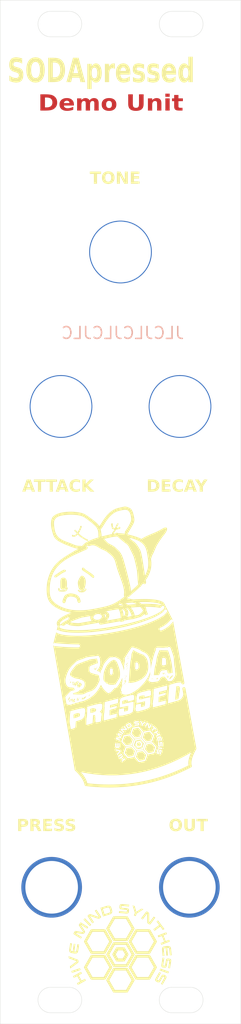
<source format=kicad_pcb>
(kicad_pcb (version 20221018) (generator pcbnew)
  (layers (0 "F.Cu" signal) (31 "B.Cu" signal) (34 "B.Paste" user) (35 "F.Paste" user) (36 "B.SilkS" user "B.Silkscreen") (37 "F.SilkS" user "F.Silkscreen") (38 "B.Mask" user) (39 "F.Mask" user) (44 "Edge.Cuts" user))
  (net 0 "")
  (footprint "" (layer "F.Cu") (at 155.25 71.860683)
    (fp_text reference "" (at 0 0) (layer "F.SilkS") (effects (font (size 1.27 1.27))))
    (fp_text value "" (at 0 0) (layer "F.SilkS") (effects (font (size 1.27 1.27))))
    (pad "1" thru_hole circle (at 0 0) (size 7.874 7.874) (drill 7.62) (layers "*.Cu" "*.Mask"))
  )
  (footprint "PCM_4ms_Faceplate:Faceplate_Hole_Encoder_KnurledShaft_Alpha" (layer "F.Cu") (at 147.775 91.248183)
    (fp_text reference "REF**" hide)
    (fp_text value "Faceplate_Hole_Encoder_KnurledShaft_Alpha" hide)
    (pad "1" thru_hole circle (at 0 0) (size 7.874 7.874) (drill 7.62) (layers "*.Cu" "*.Mask"))
  )
  (footprint "PCM_4ms_Faceplate:Faceplate_Hole_Jack_3.5mm" (layer "F.Cu") (at 146.6 151.6)
    (fp_text reference "REF**" hide)
    (fp_text value "GND" hide)
    (pad "1" thru_hole circle (at 0 0) (size 7.62 7.62) (drill 6.604) (layers "*.Cu" "*.Mask"))
  )
  (footprint "" (layer "F.Cu") (at 162.725 91.248183)
    (fp_text reference "" (at 0 0) (layer "F.SilkS") (effects (font (size 1.27 1.27))))
    (fp_text value "" (at 0 0) (layer "F.SilkS") (effects (font (size 1.27 1.27))))
    (pad "1" thru_hole circle (at 0 0) (size 7.874 7.874) (drill 7.62) (layers "*.Cu" "*.Mask"))
  )
  (footprint "PCM_4ms_Faceplate:Faceplate_Hole_Jack_3.5mm" (layer "F.Cu") (at 163.9 151.6)
    (fp_text reference "REF**" hide)
    (fp_text value "GND" hide)
    (pad "1" thru_hole circle (at 0 0) (size 7.62 7.62) (drill 6.604) (layers "*.Cu" "*.Mask"))
  )
  (gr_poly (pts (xy 150.282408 127.827597) (xy 150.28283 127.827622) (xy 150.283268 127.827663) (xy 150.283723 127.827721) (xy 150.284194 127.827795) (xy 150.284682 127.827886) (xy 150.285186 127.827994) (xy 150.285707 127.828118) (xy 150.284649 127.828118) (xy 150.280415 127.831294) (xy 150.275124 127.838701) (xy 150.279357 127.828118) (xy 150.27963 127.827994) (xy 150.279919 127.827886) (xy 150.280225 127.827795) (xy 150.280548 127.827721) (xy 150.280887 127.827663) (xy 150.281242 127.827622) (xy 150.281614 127.827597) (xy 150.282003 127.827589)) (fill solid) (layer "F.SilkS"))
  (gr_poly (pts (xy 157.53476 126.15443) (xy 157.534231 126.156216) (xy 157.533703 126.158134) (xy 157.533174 126.160183) (xy 157.533174 126.161243) (xy 157.532114 126.161243) (xy 157.521531 126.18241) (xy 157.509889 126.18241) (xy 157.512833 126.178243) (xy 157.515842 126.174208) (xy 157.518918 126.170305) (xy 157.52206 126.166535) (xy 157.525268 126.162897) (xy 157.528543 126.159391) (xy 157.531883 126.156017) (xy 157.53529 126.152776)) (fill solid) (layer "F.SilkS"))
  (gr_poly (pts (xy 148.887649 127.719109) (xy 148.887091 127.721623) (xy 148.886475 127.724136) (xy 148.885801 127.72665) (xy 148.885069 127.729163) (xy 148.88428 127.731676) (xy 148.883432 127.73419) (xy 148.882527 127.736703) (xy 148.881564 127.739217) (xy 148.879463 127.744244) (xy 148.877132 127.749271) (xy 148.874569 127.754298) (xy 148.871774 127.759326) (xy 148.870629 127.761187) (xy 148.869574 127.763064) (xy 148.868611 127.764957) (xy 148.867739 127.766867) (xy 148.866957 127.768794) (xy 148.866267 127.770737) (xy 148.865667 127.772696) (xy 148.865159 127.774672) (xy 148.864741 127.776665) (xy 148.864415 127.778674) (xy 148.864179 127.7807) (xy 148.864034 127.782742) (xy 148.863981 127.784801) (xy 148.864018 127.786876) (xy 148.864146 127.788968) (xy 148.864365 127.791077) (xy 148.864928 127.793165) (xy 148.865556 127.795194) (xy 148.866251 127.797166) (xy 148.867011 127.79908) (xy 148.867838 127.800937) (xy 148.868731 127.802735) (xy 148.86969 127.804475) (xy 148.870715 127.806158) (xy 148.871807 127.807782) (xy 148.872964 127.809349) (xy 148.874188 127.810858) (xy 148.875478 127.812309) (xy 148.876834 127.813702) (xy 148.878256 127.815037) (xy 148.879744 127.816315) (xy 148.881298 127.817534) (xy 148.882357 127.817534) (xy 148.88409 127.818679) (xy 148.885846 127.819734) (xy 148.887628 127.820697) (xy 148.889435 127.821569) (xy 148.891266 127.82235) (xy 148.893122 127.823041) (xy 148.895003 127.82364) (xy 148.896909 127.824148) (xy 148.89884 127.824566) (xy 148.900795 127.824892) (xy 148.902775 127.825128) (xy 148.90478 127.825272) (xy 148.90681 127.825326) (xy 148.908865 127.825289) (xy 148.910944 127.825161) (xy 148.913048 127.824942) (xy 148.914107 127.824942) (xy 148.914248 127.824814) (xy 148.914405 127.824694) (xy 148.914578 127.824583) (xy 148.914768 127.82448) (xy 148.914975 127.824385) (xy 148.915198 127.824298) (xy 148.915438 127.82422) (xy 148.915694 127.824149) (xy 148.915967 127.824087) (xy 148.916256 127.824034) (xy 148.916562 127.823988) (xy 148.916885 127.823951) (xy 148.917224 127.823922) (xy 148.917579 127.823901) (xy 148.917951 127.823889) (xy 148.91834 127.823884) (xy 148.917034 127.824677) (xy 148.91576 127.825471) (xy 148.91452 127.826265) (xy 148.913313 127.827059) (xy 148.912139 127.827853) (xy 148.910998 127.828647) (xy 148.90989 127.829441) (xy 148.908816 127.830235) (xy 148.906699 127.832351) (xy 148.905128 127.833128) (xy 148.90359 127.833871) (xy 148.902085 127.834582) (xy 148.900613 127.83526) (xy 148.899174 127.835905) (xy 148.897768 127.836517) (xy 148.896396 127.837096) (xy 148.895056 127.837642) (xy 148.893225 127.837944) (xy 148.891435 127.83832) (xy 148.889686 127.83877) (xy 148.887979 127.839296) (xy 148.886313 127.839895) (xy 148.884688 127.840569) (xy 148.883105 127.841318) (xy 148.881563 127.84214) (xy 148.880063 127.843038) (xy 148.878603 127.844009) (xy 148.877185 127.845055) (xy 148.875809 127.846176) (xy 148.874473 127.847371) (xy 148.873179 127.84864) (xy 148.871926 127.849983) (xy 148.870715 127.851402) (xy 148.869657 127.852461) (xy 148.868628 127.853801) (xy 148.867656 127.855173) (xy 148.866743 127.856579) (xy 148.865887 127.858017) (xy 148.865089 127.859489) (xy 148.864349 127.860993) (xy 148.863667 127.862531) (xy 148.863042 127.864102) (xy 148.862476 127.865706) (xy 148.861967 127.867342) (xy 148.861517 127.869012) (xy 148.861124 127.870716) (xy 148.860789 127.872452) (xy 148.860512 127.874221) (xy 148.860293 127.876024) (xy 148.860131 127.877859) (xy 148.860131 127.878919) (xy 148.860049 127.883135) (xy 148.859801 127.887319) (xy 148.859387 127.89147) (xy 148.858809 127.895587) (xy 148.858065 127.899671) (xy 148.857155 127.903723) (xy 148.85608 127.907741) (xy 148.85484 127.911726) (xy 148.849255 127.92727) (xy 148.843347 127.942418) (xy 148.837117 127.957168) (xy 148.830565 127.971522) (xy 148.82369 127.985479) (xy 148.816492 127.999039) (xy 148.808972 128.012202) (xy 148.80113 128.024968) (xy 148.792965 128.037337) (xy 148.784478 128.04931) (xy 148.775668 128.060885) (xy 148.766536 128.072064) (xy 148.757081 128.082845) (xy 148.747304 128.09323) (xy 148.737204 128.103217) (xy 148.726782 128.112808) (xy 148.725723 128.112808) (xy 148.724942 128.113478) (xy 148.724186 128.114164) (xy 148.723454 128.114867) (xy 148.722747 128.115586) (xy 148.722065 128.116322) (xy 148.721408 128.117075) (xy 148.720775 128.117844) (xy 148.720167 128.11863) (xy 148.719585 128.119432) (xy 148.719027 128.12025) (xy 148.718493 128.121085) (xy 148.717985 128.121937) (xy 148.717501 128.122805) (xy 148.717042 128.12369) (xy 148.716608 128.124591) (xy 148.716199 128.125508) (xy 148.716071 128.12564) (xy 148.715951 128.125773) (xy 148.715839 128.125905) (xy 148.715736 128.126038) (xy 148.71564 128.12617) (xy 148.715554 128.126303) (xy 148.715475 128.126435) (xy 148.715405 128.126568) (xy 148.715343 128.1267) (xy 148.715289 128.126833) (xy 148.715243 128.126965) (xy 148.715206 128.127098) (xy 148.715177 128.12723) (xy 148.715157 128.127362) (xy 148.715144 128.127495) (xy 148.71514 128.127627) (xy 148.714627 128.128557) (xy 148.714148 128.129495) (xy 148.713701 128.130441) (xy 148.713288 128.131396) (xy 148.712908 128.132359) (xy 148.71256 128.133331) (xy 148.712246 128.134311) (xy 148.711965 128.135299) (xy 148.711717 128.136295) (xy 148.711502 128.1373) (xy 148.71132 128.138313) (xy 148.711172 128.139334) (xy 148.711056 128.140363) (xy 148.710973 128.141401) (xy 148.710924 128.142447) (xy 148.710907 128.143501) (xy 148.710907 128.144558) (xy 148.710895 128.145733) (xy 148.710858 128.146874) (xy 148.710796 128.147982) (xy 148.710709 128.149058) (xy 148.710597 128.1501) (xy 148.710461 128.151109) (xy 148.710299 128.152084) (xy 148.710113 128.153027) (xy 148.709903 128.153937) (xy 148.709667 128.154813) (xy 148.709406 128.155657) (xy 148.709121 128.156467) (xy 148.708811 128.157244) (xy 148.708476 128.157989) (xy 148.708117 128.1587) (xy 148.707732 128.159378) (xy 148.707476 128.15951) (xy 148.707236 128.159642) (xy 148.707013 128.159774) (xy 148.706806 128.159907) (xy 148.706616 128.160039) (xy 148.706442 128.160171) (xy 148.706285 128.160304) (xy 148.706213 128.16037) (xy 148.706145 128.160436) (xy 148.706081 128.160502) (xy 148.706021 128.160568) (xy 148.705965 128.160634) (xy 148.705913 128.160701) (xy 148.705866 128.160767) (xy 148.705822 128.160833) (xy 148.705783 128.160899) (xy 148.705748 128.160965) (xy 148.705717 128.161031) (xy 148.70569 128.161097) (xy 148.705667 128.161164) (xy 148.705649 128.16123) (xy 148.705634 128.161296) (xy 148.705624 128.161362) (xy 148.705618 128.161428) (xy 148.705615 128.161494) (xy 148.688682 128.184776) (xy 148.68893 128.182379) (xy 148.689145 128.179948) (xy 148.689327 128.177485) (xy 148.689476 128.174988) (xy 148.689591 128.172458) (xy 148.689674 128.169895) (xy 148.689724 128.167298) (xy 148.68974 128.164668) (xy 148.689839 128.160765) (xy 148.689872 128.156995) (xy 148.689839 128.153357) (xy 148.68974 128.149851) (xy 148.689575 128.146478) (xy 148.689343 128.143237) (xy 148.689046 128.140128) (xy 148.688682 128.137151) (xy 148.688252 128.134307) (xy 148.687756 128.131595) (xy 148.687194 128.129015) (xy 148.686565 128.126568) (xy 148.685871 128.124252) (xy 148.68511 128.12207) (xy 148.684283 128.120019) (xy 148.68339 128.118101) (xy 148.682162 128.115662) (xy 148.68086 128.113371) (xy 148.679483 128.11123) (xy 148.678032 128.109237) (xy 148.676507 128.107393) (xy 148.674907 128.105698) (xy 148.673233 128.104152) (xy 148.671484 128.102755) (xy 148.669661 128.101506) (xy 148.667763 128.100406) (xy 148.665791 128.099456) (xy 148.663745 128.098654) (xy 148.661624 128.098) (xy 148.659429 128.097496) (xy 148.657159 128.09714) (xy 148.654815 128.096934) (xy 148.654447 128.095185) (xy 148.654137 128.093378) (xy 148.653885 128.091514) (xy 148.653691 128.089591) (xy 148.653554 128.087611) (xy 148.653476 128.085573) (xy 148.653455 128.083477) (xy 148.653492 128.081323) (xy 148.653587 128.079111) (xy 148.65374 128.076841) (xy 148.653951 128.074514) (xy 148.65422 128.072129) (xy 148.654931 128.067185) (xy 148.655874 128.062009) (xy 148.656146 128.061881) (xy 148.656436 128.061761) (xy 148.656742 128.06165) (xy 148.657064 128.061547) (xy 148.657403 128.061452) (xy 148.657759 128.061365) (xy 148.658131 128.061286) (xy 148.658519 128.061216) (xy 148.658924 128.061154) (xy 148.659346 128.061101) (xy 148.660239 128.061018) (xy 148.661198 128.060969) (xy 148.662223 128.060952) (xy 148.663931 128.060522) (xy 148.665613 128.060026) (xy 148.667271 128.059464) (xy 148.668904 128.058835) (xy 148.670512 128.058141) (xy 148.672096 128.05738) (xy 148.673654 128.056553) (xy 148.675188 128.055659) (xy 148.676697 128.0547) (xy 148.678181 128.053674) (xy 148.679641 128.052583) (xy 148.681075 128.051425) (xy 148.682485 128.050201) (xy 148.68387 128.048911) (xy 148.68523 128.047555) (xy 148.686566 128.046133) (xy 148.687595 128.044794) (xy 148.688567 128.043421) (xy 148.68948 128.042016) (xy 148.690336 128.040577) (xy 148.691134 128.039105) (xy 148.691874 128.037601) (xy 148.692556 128.036063) (xy 148.69318 128.034492) (xy 148.693746 128.032889) (xy 148.694255 128.031252) (xy 148.694705 128.029582) (xy 148.695098 128.027878) (xy 148.695433 128.026142) (xy 148.69571 128.024373) (xy 148.695929 128.022571) (xy 148.69609 128.020735) (xy 148.696156 128.010681) (xy 148.696355 128.000626) (xy 148.696685 127.990572) (xy 148.697149 127.980518) (xy 148.718828 127.933869) (xy 148.739945 127.890758) (xy 148.7605 127.851186) (xy 148.770566 127.832727) (xy 148.780492 127.815153) (xy 148.790278 127.798464) (xy 148.799923 127.782659) (xy 148.809427 127.767739) (xy 148.818791 127.753704) (xy 148.828014 127.740553) (xy 148.837097 127.728287) (xy 148.846039 127.716906) (xy 148.85484 127.706409) (xy 148.857738 127.703044) (xy 148.860611 127.699827) (xy 148.86346 127.69676) (xy 148.866283 127.693841) (xy 148.869082 127.691071) (xy 148.871856 127.68845) (xy 148.874606 127.685978) (xy 148.87733 127.683654) (xy 148.88003 127.68148) (xy 148.882704 127.679454) (xy 148.885354 127.677577) (xy 148.88798 127.675849) (xy 148.89058 127.67427) (xy 148.893155 127.672839) (xy 148.895706 127.671558) (xy 148.898232 127.670425)) (fill solid) (layer "F.SilkS"))
  (gr_poly (pts (xy 155.873128 124.978372) (xy 155.867179 124.991373) (xy 155.861338 125.003755) (xy 155.855604 125.015517) (xy 155.849977 125.026658) (xy 155.844458 125.03718) (xy 155.839046 125.047081) (xy 155.833742 125.056362) (xy 155.828546 125.065023) (xy 155.823457 125.073064) (xy 155.818475 125.080485) (xy 155.813601 125.087286) (xy 155.808834 125.093467) (xy 155.804175 125.099027) (xy 155.799623 125.103967) (xy 155.798829 125.102347) (xy 155.798035 125.10066) (xy 155.797242 125.098908) (xy 155.796448 125.097089) (xy 155.795654 125.095204) (xy 155.79486 125.093253) (xy 155.794067 125.091235) (xy 155.793273 125.089151) (xy 155.815696 125.053896) (xy 155.838516 125.019037) (xy 155.861734 124.984575) (xy 155.885348 124.950508)) (fill solid) (layer "F.SilkS"))
  (gr_poly (pts (xy 154.392586 124.400441) (xy 154.392106 124.401764) (xy 154.39166 124.403087) (xy 154.391246 124.40441) (xy 154.390866 124.405733) (xy 154.390519 124.407056) (xy 154.390204 124.408379) (xy 154.389923 124.409702) (xy 154.388584 124.410479) (xy 154.387211 124.411223) (xy 154.385806 124.411934) (xy 154.384367 124.412612) (xy 154.382895 124.413257) (xy 154.38139 124.413869) (xy 154.379852 124.414447) (xy 154.378281 124.414993) (xy 154.393098 124.399119)) (fill solid) (layer "F.SilkS"))
  (gr_poly (pts (xy 157.916289 132.073091) (xy 157.702506 132.680576) (xy 157.068565 132.799109) (xy 156.648406 132.309099) (xy 156.863249 131.700559) (xy 157.496132 131.583086)) (fill solid) (layer "F.SilkS"))
  (gr_poly (pts (xy 159.133638 124.9095) (xy 159.12914 124.965327) (xy 159.128098 124.965868) (xy 159.127089 124.966435) (xy 159.126114 124.967025) (xy 159.125171 124.967641) (xy 159.124262 124.968282) (xy 159.123385 124.968947) (xy 159.122542 124.969638) (xy 159.121732 124.970353) (xy 159.120954 124.971093) (xy 159.12021 124.971858) (xy 159.119499 124.972647) (xy 159.118821 124.973462) (xy 159.118176 124.974301) (xy 159.117564 124.975165) (xy 159.116985 124.976054) (xy 159.116439 124.976968) (xy 159.115542 124.978431) (xy 159.114703 124.979911) (xy 159.113922 124.981408) (xy 159.113198 124.982921) (xy 159.112533 124.984451) (xy 159.111925 124.985997) (xy 159.111375 124.98756) (xy 159.110883 124.989139) (xy 159.110449 124.990735) (xy 159.110073 124.992347) (xy 159.109754 124.993976) (xy 159.109494 124.995621) (xy 159.109291 124.997283) (xy 159.109147 124.998962) (xy 159.10906 125.000657) (xy 159.109031 125.002368) (xy 159.109039 125.00303) (xy 159.109064 125.003691) (xy 159.109105 125.004353) (xy 159.109163 125.005014) (xy 159.109238 125.005676) (xy 159.109329 125.006337) (xy 159.109436 125.006999) (xy 159.10956 125.00766) (xy 159.109701 125.008322) (xy 159.109858 125.008983) (xy 159.110031 125.009644) (xy 159.110222 125.010306) (xy 159.110428 125.010967) (xy 159.110652 125.011629) (xy 159.110891 125.01229) (xy 159.111148 125.012952) (xy 159.110883 125.012948) (xy 159.110619 125.012935) (xy 159.110354 125.012915) (xy 159.110089 125.012885) (xy 159.109825 125.012848) (xy 159.10956 125.012803) (xy 159.109296 125.012749) (xy 159.109031 125.012687) (xy 159.108766 125.012616) (xy 159.108502 125.012538) (xy 159.108237 125.012451) (xy 159.107973 125.012355) (xy 159.107708 125.012252) (xy 159.107443 125.01214) (xy 159.107179 125.01202) (xy 159.106914 125.011892) (xy 159.105857 125.011892) (xy 159.103509 125.012454) (xy 159.101227 125.013083) (xy 159.099011 125.013777) (xy 159.096861 125.014538) (xy 159.095811 125.014943) (xy 159.094778 125.015365) (xy 159.093761 125.015803) (xy 159.09276 125.016258) (xy 159.091776 125.016729) (xy 159.090809 125.017217) (xy 159.089858 125.017721) (xy 159.088924 125.018242) (xy 159.088957 125.013696) (xy 159.089056 125.009049) (xy 159.089221 125.004303) (xy 159.089453 124.999458) (xy 159.08975 124.994514) (xy 159.090114 124.98947) (xy 159.090544 124.984327) (xy 159.09104 124.979085) (xy 159.102351 124.946939) (xy 159.114059 124.915057) (xy 159.126163 124.883439) (xy 159.138665 124.852085)) (fill solid) (layer "F.SilkS"))
  (gr_poly (pts (xy 151.723982 124.248836) (xy 151.721864 124.253069) (xy 151.714457 124.243545)) (fill solid) (layer "F.SilkS"))
  (gr_poly (pts (xy 152.300773 123.851364) (xy 152.298656 123.856986) (xy 152.29654 123.862477) (xy 152.294424 123.867835) (xy 152.29072 123.87855) (xy 152.287016 123.889531) (xy 152.283311 123.900776) (xy 152.279607 123.912285) (xy 152.279028 123.906712) (xy 152.27835 123.901106) (xy 152.277573 123.895467) (xy 152.276696 123.889795) (xy 152.27572 123.884089) (xy 152.274645 123.878351) (xy 152.273471 123.872579) (xy 152.272198 123.866775) (xy 152.271916 123.864659) (xy 152.271602 123.862543) (xy 152.271255 123.860427) (xy 152.270875 123.85831) (xy 152.270462 123.856194) (xy 152.270016 123.854077) (xy 152.269536 123.851961) (xy 152.269024 123.849844) (xy 152.269429 123.850236) (xy 152.26985 123.85062) (xy 152.270289 123.850996) (xy 152.270743 123.851364) (xy 152.271214 123.851724) (xy 152.271702 123.852075) (xy 152.272206 123.852418) (xy 152.272727 123.852753) (xy 152.273265 123.853079) (xy 152.273818 123.853398) (xy 152.274389 123.853708) (xy 152.274976 123.85401) (xy 152.275579 123.854303) (xy 152.276199 123.854589) (xy 152.276836 123.854866) (xy 152.277489 123.855134) (xy 152.280665 123.855134) (xy 152.281331 123.855254) (xy 152.282005 123.855349) (xy 152.282687 123.85542) (xy 152.283377 123.855465) (xy 152.284076 123.855486) (xy 152.284783 123.855482) (xy 152.285498 123.855453) (xy 152.286221 123.8554) (xy 152.286953 123.855321) (xy 152.287693 123.855218) (xy 152.288441 123.85509) (xy 152.289197 123.854937) (xy 152.289962 123.854759) (xy 152.290735 123.854557) (xy 152.291517 123.854329) (xy 152.292306 123.854077) (xy 152.292438 123.853949) (xy 152.292571 123.853828) (xy 152.292703 123.853717) (xy 152.292835 123.853613) (xy 152.292968 123.853518) (xy 152.2931 123.853431) (xy 152.293232 123.853352) (xy 152.293365 123.853282) (xy 152.293497 123.85322) (xy 152.293629 123.853166) (xy 152.293762 123.853121) (xy 152.293894 123.853084) (xy 152.294027 123.853055) (xy 152.294159 123.853034) (xy 152.294292 123.853022) (xy 152.294424 123.853018) (xy 152.295077 123.852741) (xy 152.295714 123.852439) (xy 152.296334 123.852112) (xy 152.296938 123.851761) (xy 152.297525 123.851385) (xy 152.298095 123.850984) (xy 152.298649 123.850558) (xy 152.299186 123.850108) (xy 152.299707 123.849633) (xy 152.300212 123.849132) (xy 152.300699 123.848607) (xy 152.30117 123.848058) (xy 152.301625 123.847483) (xy 152.302063 123.846884) (xy 152.302485 123.84626) (xy 152.30289 123.845611)) (fill solid) (layer "F.SilkS"))
  (gr_poly (pts (xy 148.75 160.25) (xy 148.751803 160.250126) (xy 148.753671 160.250352) (xy 148.755604 160.250678) (xy 148.7576 160.251103) (xy 148.759657 160.251627) (xy 148.761773 160.25225) (xy 148.763947 160.252971) (xy 148.766177 160.253791) (xy 149.8089 160.653841) (xy 149.827838 160.661529) (xy 149.845117 160.669334) (xy 149.86081 160.677286) (xy 149.874996 160.685413) (xy 149.887749 160.693747) (xy 149.899145 160.702317) (xy 149.909261 160.711153) (xy 149.918173 160.720285) (xy 149.925955 160.729742) (xy 149.932685 160.739554) (xy 149.938439 160.749752) (xy 149.943292 160.760365) (xy 149.947319 160.771422) (xy 149.950599 160.782955) (xy 149.953205 160.794992) (xy 149.955214 160.807564) (xy 149.968179 160.90202) (xy 149.969905 160.917269) (xy 149.970874 160.931813) (xy 149.971023 160.945727) (xy 149.970291 160.959087) (xy 149.968615 160.971971) (xy 149.967403 160.978257) (xy 149.965932 160.984452) (xy 149.964194 160.990566) (xy 149.962181 160.996608) (xy 149.959885 161.002588) (xy 149.957298 161.008515) (xy 149.954413 161.014398) (xy 149.951221 161.020248) (xy 149.947716 161.026073) (xy 149.943888 161.031883) (xy 149.939731 161.037688) (xy 149.935237 161.043496) (xy 149.925205 161.055164) (xy 149.913729 161.066962) (xy 149.900748 161.078966) (xy 149.886198 161.091252) (xy 149.870018 161.103897) (xy 148.971758 161.770647) (xy 148.969859 161.771981) (xy 148.967984 161.773207) (xy 148.966133 161.774321) (xy 148.96431 161.775324) (xy 148.962515 161.776214) (xy 148.96075 161.776991) (xy 148.959017 161.777653) (xy 148.957318 161.7782) (xy 148.955653 161.77863) (xy 148.954026 161.778942) (xy 148.952438 161.779135) (xy 148.950889 161.779209) (xy 148.949383 161.779162) (xy 148.947921 161.778994) (xy 148.946504 161.778702) (xy 148.945134 161.778287) (xy 148.943813 161.777747) (xy 148.942543 161.777081) (xy 148.941325 161.776288) (xy 148.94016 161.775368) (xy 148.939052 161.774318) (xy 148.938 161.773139) (xy 148.937008 161.771829) (xy 148.936076 161.770386) (xy 148.935207 161.768811) (xy 148.934402 161.767102) (xy 148.933663 161.765258) (xy 148.932991 161.763278) (xy 148.932388 161.761161) (xy 148.931856 161.758906) (xy 148.931397 161.756512) (xy 148.931012 161.753978) (xy 148.899527 161.550249) (xy 148.898941 161.546556) (xy 148.898572 161.543104) (xy 148.89842 161.539875) (xy 148.898485 161.53685) (xy 148.898767 161.534009) (xy 148.898989 161.532652) (xy 148.899266 161.531333) (xy 148.899597 161.530052) (xy 148.899982 161.528804) (xy 148.900422 161.527589) (xy 148.900916 161.526403) (xy 148.901464 161.525244) (xy 148.902066 161.52411) (xy 148.903433 161.521906) (xy 148.905018 161.519774) (xy 148.906819 161.517692) (xy 148.908838 161.515644) (xy 148.911073 161.513608) (xy 148.913526 161.511568) (xy 148.916195 161.509503) (xy 149.721852 160.918688) (xy 149.722693 160.918167) (xy 149.723482 160.917645) (xy 149.72422 160.917122) (xy 149.724908 160.916597) (xy 149.72555 160.91607) (xy 149.726145 160.915538) (xy 149.726696 160.915003) (xy 149.727205 160.914463) (xy 149.727674 160.913918) (xy 149.728103 160.913366) (xy 149.728495 160.912808) (xy 149.728851 160.912242) (xy 149.729174 160.911668) (xy 149.729464 160.911085) (xy 149.729724 160.910493) (xy 149.729955 160.909891) (xy 149.730158 160.909277) (xy 149.730337 160.908653) (xy 149.730491 160.908016) (xy 149.730624 160.907366) (xy 149.73083 160.906025) (xy 149.730967 160.904624) (xy 149.731051 160.903158) (xy 149.731094 160.901621) (xy 149.731112 160.898315) (xy 149.72926 160.890907) (xy 149.728551 160.888216) (xy 149.728169 160.886935) (xy 149.727755 160.885698) (xy 149.727298 160.884504) (xy 149.726786 160.883354) (xy 149.726209 160.882247) (xy 149.725556 160.881183) (xy 149.724816 160.880163) (xy 149.72441 160.87967) (xy 149.723979 160.879187) (xy 149.72352 160.878715) (xy 149.723033 160.878253) (xy 149.722516 160.877803) (xy 149.721968 160.877363) (xy 149.721387 160.876935) (xy 149.720772 160.876517) (xy 149.720122 160.87611) (xy 149.719435 160.875714) (xy 149.718711 160.875329) (xy 149.717947 160.874954) (xy 149.717142 160.874591) (xy 149.716296 160.874238) (xy 148.784698 160.524195) (xy 148.78168 160.523108) (xy 148.778874 160.521923) (xy 148.777548 160.521291) (xy 148.776274 160.52063) (xy 148.775049 160.519939) (xy 148.773875 160.519217) (xy 148.772749 160.518463) (xy 148.771671 160.517674) (xy 148.77064 160.516851) (xy 148.769657 160.515991) (xy 148.768719 160.515092) (xy 148.767827 160.514155) (xy 148.76698 160.513176) (xy 148.766177 160.512156) (xy 148.765417 160.511092) (xy 148.7647 160.509984) (xy 148.764025 160.508829) (xy 148.763391 160.507627) (xy 148.762799 160.506376) (xy 148.762246 160.505075) (xy 148.761732 160.503722) (xy 148.761257 160.502317) (xy 148.76082 160.500857) (xy 148.760421 160.499342) (xy 148.759731 160.496139) (xy 148.759182 160.492697) (xy 148.758769 160.489005) (xy 148.730987 160.277868) (xy 148.730694 160.275491) (xy 148.730508 160.273223) (xy 148.730426 160.271062) (xy 148.730448 160.269009) (xy 148.730572 160.267063) (xy 148.730796 160.265224) (xy 148.731118 160.263491) (xy 148.731537 160.261865) (xy 148.732051 160.260344) (xy 148.732658 160.258929) (xy 148.733357 160.257619) (xy 148.734145 160.256413) (xy 148.735022 160.255313) (xy 148.735985 160.254316) (xy 148.737033 160.253423) (xy 148.738164 160.252633) (xy 148.739377 160.251947) (xy 148.740669 160.251363) (xy 148.742039 160.250882) (xy 148.743485 160.250503) (xy 148.745006 160.250225) (xy 148.7466 160.250049) (xy 148.748265 160.249974)) (fill solid) (layer "F.SilkS"))
  (gr_poly (pts (xy 150.2692 162.213284) (xy 150.270839 162.213437) (xy 150.272456 162.213683) (xy 150.274051 162.214021) (xy 150.275624 162.214453) (xy 150.277176 162.214976) (xy 150.278706 162.215592) (xy 150.280215 162.216299) (xy 150.281702 162.217097) (xy 150.283167 162.217986) (xy 150.28461 162.218966) (xy 150.286032 162.220035) (xy 150.287431 162.221195) (xy 150.28881 162.222444) (xy 150.290166 162.223783) (xy 150.291501 162.22521) (xy 150.292814 162.226726) (xy 150.295375 162.230022) (xy 150.297849 162.233667) (xy 150.384897 162.38739) (xy 150.386807 162.391166) (xy 150.388366 162.394853) (xy 150.389014 162.396662) (xy 150.389573 162.398447) (xy 150.390043 162.400209) (xy 150.390425 162.401946) (xy 150.390716 162.403659) (xy 150.390918 162.405348) (xy 150.391029 162.407011) (xy 150.39105 162.408649) (xy 150.39098 162.410261) (xy 150.390819 162.411847) (xy 150.390567 162.413407) (xy 150.390222 162.41494) (xy 150.389785 162.416445) (xy 150.389256 162.417924) (xy 150.388633 162.419374) (xy 150.387918 162.420796) (xy 150.387109 162.42219) (xy 150.386205 162.423555) (xy 150.385208 162.424891) (xy 150.384116 162.426197) (xy 150.382929 162.427473) (xy 150.381647 162.42872) (xy 150.380269 162.429935) (xy 150.378795 162.43112) (xy 150.377225 162.432274) (xy 150.375558 162.433396) (xy 150.373794 162.434486) (xy 150.371933 162.435544) (xy 149.994108 162.648534) (xy 150.368229 163.313432) (xy 150.746054 163.100443) (xy 150.74983 163.098533) (xy 150.753516 163.096974) (xy 150.755325 163.096326) (xy 150.75711 163.095767) (xy 150.758872 163.095296) (xy 150.76061 163.094915) (xy 150.762323 163.094624) (xy 150.764011 163.094422) (xy 150.765675 163.09431) (xy 150.767313 163.094289) (xy 150.768925 163.094359) (xy 150.770511 163.09452) (xy 150.772071 163.094773) (xy 150.773603 163.095118) (xy 150.775109 163.095554) (xy 150.776587 163.096084) (xy 150.778038 163.096706) (xy 150.77946 163.097422) (xy 150.780854 163.098231) (xy 150.782219 163.099134) (xy 150.783554 163.100132) (xy 150.784861 163.101224) (xy 150.786137 163.102411) (xy 150.787383 163.103693) (xy 150.788599 163.105071) (xy 150.789784 163.106545) (xy 150.790937 163.108115) (xy 150.79206 163.109782) (xy 150.79315 163.111546) (xy 150.794208 163.113408) (xy 150.881256 163.26713) (xy 150.883185 163.270927) (xy 150.884801 163.274672) (xy 150.88609 163.278358) (xy 150.88661 163.280175) (xy 150.887043 163.281975) (xy 150.88739 163.283756) (xy 150.887649 163.285517) (xy 150.887819 163.287257) (xy 150.887897 163.288975) (xy 150.887883 163.29067) (xy 150.887776 163.29234) (xy 150.887574 163.293986) (xy 150.887275 163.295605) (xy 150.886879 163.297198) (xy 150.886383 163.298762) (xy 150.885788 163.300297) (xy 150.88509 163.301802) (xy 150.88429 163.303276) (xy 150.883384 163.304717) (xy 150.882374 163.306125) (xy 150.881256 163.307499) (xy 150.880029 163.308838) (xy 150.878693 163.310141) (xy 150.877245 163.311406) (xy 150.875685 163.312633) (xy 150.874011 163.31382) (xy 150.872221 163.314967) (xy 150.870315 163.316073) (xy 150.868291 163.317137) (xy 149.936693 163.841276) (xy 149.934794 163.842269) (xy 149.932917 163.843164) (xy 149.931061 163.843963) (xy 149.929227 163.844665) (xy 149.927415 163.845271) (xy 149.925624 163.84578) (xy 149.923855 163.846194) (xy 149.922108 163.846513) (xy 149.920383 163.846737) (xy 149.918679 163.846866) (xy 149.916997 163.846901) (xy 149.915336 163.846842) (xy 149.913698 163.84669) (xy 149.912081 163.846444) (xy 149.910485 163.846105) (xy 149.908912 163.845674) (xy 149.90736 163.845151) (xy 149.90583 163.844535) (xy 149.904322 163.843828) (xy 149.902835 163.84303) (xy 149.90137 163.842141) (xy 149.899926 163.841161) (xy 149.898505 163.840091) (xy 149.897105 163.838932) (xy 149.895727 163.837682) (xy 149.89437 163.836344) (xy 149.893035 163.834916) (xy 149.891722 163.833401) (xy 149.889161 163.830105) (xy 149.886687 163.826459) (xy 149.799639 163.672737) (xy 149.79773 163.668655) (xy 149.79617 163.664742) (xy 149.794963 163.660992) (xy 149.794493 163.659176) (xy 149.794112 163.657399) (xy 149.79382 163.65566) (xy 149.793618 163.653958) (xy 149.793507 163.652293) (xy 149.793486 163.650663) (xy 149.793556 163.649069) (xy 149.793717 163.64751) (xy 149.79397 163.645984) (xy 149.794314 163.644492) (xy 149.794751 163.643033) (xy 149.795281 163.641605) (xy 149.795903 163.640208) (xy 149.796619 163.638842) (xy 149.797428 163.637506) (xy 149.798331 163.636199) (xy 149.799328 163.63492) (xy 149.80042 163.633669) (xy 149.801607 163.632446) (xy 149.80289 163.631248) (xy 149.804268 163.630077) (xy 149.805742 163.628931) (xy 149.807312 163.627809) (xy 149.808979 163.626711) (xy 149.812604 163.624583) (xy 150.181168 163.41715) (xy 149.807047 162.752251) (xy 149.438483 162.959684) (xy 149.434707 162.961594) (xy 149.43102 162.963154) (xy 149.429211 162.963801) (xy 149.427426 162.96436) (xy 149.425664 162.964831) (xy 149.423927 162.965212) (xy 149.422213 162.965503) (xy 149.420525 162.965705) (xy 149.418862 162.965817) (xy 149.417224 162.965838) (xy 149.415611 162.965768) (xy 149.414025 162.965607) (xy 149.412466 162.965354) (xy 149.410933 162.965009) (xy 149.409427 162.964572) (xy 149.407949 162.964043) (xy 149.406499 162.963421) (xy 149.405077 162.962705) (xy 149.403683 162.961896) (xy 149.402318 162.960993) (xy 149.400982 162.959995) (xy 149.399676 162.958903) (xy 149.398399 162.957716) (xy 149.397153 162.956434) (xy 149.395937 162.955056) (xy 149.394753 162.953582) (xy 149.393599 162.952012) (xy 149.392477 162.950345) (xy 149.391387 162.948581) (xy 149.390329 162.94672) (xy 149.303281 162.792998) (xy 149.301351 162.788895) (xy 149.299736 162.784924) (xy 149.298446 162.781082) (xy 149.297493 162.777371) (xy 149.297146 162.775564) (xy 149.296887 162.773789) (xy 149.296718 162.772048) (xy 149.296639 162.770338) (xy 149.296653 162.768662) (xy 149.29676 162.767018) (xy 149.296963 162.765406) (xy 149.297261 162.763827) (xy 149.297658 162.762281) (xy 149.298153 162.760767) (xy 149.298749 162.759286) (xy 149.299446 162.757837) (xy 149.300247 162.756421) (xy 149.301152 162.755037) (xy 149.302163 162.753686) (xy 149.303281 162.752367) (xy 149.304507 162.751081) (xy 149.305844 162.749828) (xy 149.307291 162.748607) (xy 149.308851 162.747419) (xy 149.310526 162.746263) (xy 149.312315 162.745139) (xy 149.314221 162.744049) (xy 149.316245 162.742991) (xy 150.247843 162.218851) (xy 150.249742 162.217858) (xy 150.25162 162.216963) (xy 150.253475 162.216164) (xy 150.255309 162.215462) (xy 150.257122 162.214856) (xy 150.258912 162.214346) (xy 150.260681 162.213932) (xy 150.262428 162.213613) (xy 150.264154 162.21339) (xy 150.265858 162.21326) (xy 150.26754 162.213225)) (fill solid) (layer "F.SilkS"))
  (gr_poly (pts (xy 156.142523 124.035051) (xy 156.141977 124.035845) (xy 156.141398 124.036639) (xy 156.140787 124.037433) (xy 156.140142 124.038226) (xy 156.139464 124.03902) (xy 156.138753 124.039814) (xy 156.138009 124.040608) (xy 156.137232 124.041402) (xy 156.142523 124.027642)) (fill solid) (layer "F.SilkS"))
  (gr_poly (pts (xy 159.369266 125.429803) (xy 159.369183 125.430729) (xy 159.369133 125.431654) (xy 159.369117 125.43258) (xy 159.369133 125.433506) (xy 159.369183 125.434432) (xy 159.369265 125.435358) (xy 159.369381 125.436285) (xy 159.36953 125.437211) (xy 159.369712 125.438137) (xy 159.369926 125.439063) (xy 159.370175 125.439989) (xy 159.370456 125.440916) (xy 159.37077 125.441842) (xy 159.371117 125.442768) (xy 159.371498 125.443694) (xy 159.369381 125.443694) (xy 159.365702 125.444281) (xy 159.362072 125.444983) (xy 159.358492 125.445801) (xy 159.354961 125.446735) (xy 159.351481 125.447785) (xy 159.348049 125.448951) (xy 159.344668 125.450232) (xy 159.341336 125.451629) (xy 159.338053 125.453142) (xy 159.33482 125.454771) (xy 159.331637 125.456516) (xy 159.328504 125.458376) (xy 159.32542 125.460352) (xy 159.322385 125.462444) (xy 159.3194 125.464652) (xy 159.316465 125.466975) (xy 159.315406 125.468035) (xy 159.315406 125.469092) (xy 159.315141 125.469228) (xy 159.314877 125.469373) (xy 159.314612 125.469526) (xy 159.314348 125.469687) (xy 159.314083 125.469857) (xy 159.313819 125.470035) (xy 159.313554 125.470221) (xy 159.31329 125.470415) (xy 159.313025 125.470618) (xy 159.312761 125.470829) (xy 159.312496 125.471048) (xy 159.312232 125.471276) (xy 159.311967 125.471512) (xy 159.311702 125.471756) (xy 159.311438 125.472008) (xy 159.311173 125.472268) (xy 159.31119 125.47121) (xy 159.311239 125.470151) (xy 159.311322 125.469093) (xy 159.311438 125.468034) (xy 159.311587 125.466976) (xy 159.311769 125.465917) (xy 159.311984 125.464858) (xy 159.312232 125.463799) (xy 159.312591 125.462084) (xy 159.312876 125.460377) (xy 159.313087 125.458678) (xy 159.313223 125.456987) (xy 159.313285 125.455305) (xy 159.313273 125.45363) (xy 159.313186 125.451964) (xy 159.313025 125.450307) (xy 159.312789 125.448657) (xy 159.312479 125.447016) (xy 159.312095 125.445383) (xy 159.311636 125.443758) (xy 159.311103 125.442141) (xy 159.310495 125.440533) (xy 159.309813 125.438933) (xy 159.309057 125.437341) (xy 159.309057 125.436284) (xy 159.308928 125.436152) (xy 159.308809 125.43602) (xy 159.308697 125.435887) (xy 159.308594 125.435755) (xy 159.308499 125.435623) (xy 159.308412 125.435491) (xy 159.308333 125.435358) (xy 159.308263 125.435226) (xy 159.308201 125.435094) (xy 159.308147 125.434961) (xy 159.308102 125.434829) (xy 159.308064 125.434697) (xy 159.308035 125.434565) (xy 159.308015 125.434432) (xy 159.308002 125.4343) (xy 159.307998 125.434168) (xy 159.310144 125.434796) (xy 159.312347 125.435358) (xy 159.314608 125.435854) (xy 159.316928 125.436284) (xy 159.319305 125.436648) (xy 159.32174 125.436946) (xy 159.324233 125.437177) (xy 159.326783 125.437343) (xy 159.329392 125.437442) (xy 159.332059 125.437475) (xy 159.334783 125.437442) (xy 159.337565 125.437343) (xy 159.340405 125.437177) (xy 159.343303 125.436946) (xy 159.349273 125.436284) (xy 159.350331 125.43614) (xy 159.351389 125.43597) (xy 159.352448 125.435776) (xy 159.353506 125.435557) (xy 159.354564 125.435313) (xy 159.355623 125.435044) (xy 159.356681 125.43475) (xy 159.357739 125.434432) (xy 159.358798 125.434089) (xy 159.359856 125.433721) (xy 159.360915 125.433328) (xy 159.361973 125.432911) (xy 159.363031 125.432469) (xy 159.36409 125.432002) (xy 159.366206 125.430994) (xy 159.366467 125.430862) (xy 159.366719 125.430729) (xy 159.366963 125.430597) (xy 159.367198 125.430465) (xy 159.367426 125.430332) (xy 159.367645 125.4302) (xy 159.367856 125.430068) (xy 159.368058 125.429935) (xy 159.368253 125.429803) (xy 159.368439 125.429671) (xy 159.368616 125.429539) (xy 159.368786 125.429406) (xy 159.368947 125.429274) (xy 159.3691 125.429142) (xy 159.369245 125.429009) (xy 159.369381 125.428877)) (fill solid) (layer "F.SilkS"))
  (gr_poly (pts (xy 156.792001 153.870271) (xy 156.793609 153.870427) (xy 156.795256 153.870684) (xy 156.796941 153.871045) (xy 156.798661 153.871512) (xy 157.006095 153.949299) (xy 157.009439 153.950691) (xy 157.012534 153.952095) (xy 157.01539 153.953527) (xy 157.018018 153.955) (xy 157.020429 153.956527) (xy 157.022633 153.958122) (xy 157.024643 153.959798) (xy 157.026468 153.961569) (xy 157.028119 153.963449) (xy 157.029608 153.965451) (xy 157.030944 153.967588) (xy 157.03214 153.969875) (xy 157.033205 153.972324) (xy 157.034151 153.97495) (xy 157.034989 153.977765) (xy 157.035728 153.980785) (xy 157.239457 154.684576) (xy 157.854349 154.284526) (xy 157.857086 154.282571) (xy 157.85975 154.280869) (xy 157.862354 154.279411) (xy 157.864912 154.278189) (xy 157.867437 154.277194) (xy 157.869944 154.27642) (xy 157.872445 154.275857) (xy 157.874954 154.275497) (xy 157.877484 154.275333) (xy 157.880051 154.275356) (xy 157.882666 154.275558) (xy 157.885343 154.275931) (xy 157.888096 154.276467) (xy 157.890939 154.277158) (xy 157.893885 154.277995) (xy 157.896948 154.27897) (xy 158.096971 154.353053) (xy 158.098491 154.353617) (xy 158.099922 154.354262) (xy 158.101266 154.354985) (xy 158.102521 154.355781) (xy 158.103686 154.356644) (xy 158.104761 154.35757) (xy 158.105745 154.358555) (xy 158.106637 154.359593) (xy 158.107438 154.360681) (xy 158.108145 154.361812) (xy 158.108759 154.362982) (xy 158.109278 154.364188) (xy 158.109703 154.365422) (xy 158.110031 154.366683) (xy 158.110264 154.367963) (xy 158.1104 154.369259) (xy 158.110437 154.370566) (xy 158.110377 154.371879) (xy 158.110217 154.373193) (xy 158.109958 154.374504) (xy 158.109598 154.375807) (xy 158.109138 154.377097) (xy 158.108575 154.378369) (xy 158.10791 154.379619) (xy 158.107143 154.380842) (xy 158.106271 154.382033) (xy 158.105295 154.383187) (xy 158.104213 154.3843) (xy 158.103026 154.385367) (xy 158.101733 154.386383) (xy 158.100332 154.387343) (xy 158.098823 154.388243) (xy 157.285759 154.897566) (xy 157.176487 155.190195) (xy 157.174705 155.194188) (xy 157.173778 155.196053) (xy 157.172826 155.197831) (xy 157.171846 155.19952) (xy 157.170838 155.201121) (xy 157.1698 155.202634) (xy 157.168731 155.204056) (xy 157.167629 155.20539) (xy 157.166494 155.206633) (xy 157.165323 155.207787) (xy 157.164115 155.208849) (xy 157.16287 155.209821) (xy 157.161585 155.210702) (xy 157.160259 155.211491) (xy 157.158892 155.212188) (xy 157.157481 155.212793) (xy 157.156025 155.213306) (xy 157.154523 155.213725) (xy 157.152974 155.214051) (xy 157.151375 155.214284) (xy 157.149727 155.214423) (xy 157.148027 155.214467) (xy 157.146274 155.214417) (xy 157.144467 155.214272) (xy 157.142604 155.214031) (xy 157.140685 155.213695) (xy 157.138706 155.213263) (xy 157.136669 155.212734) (xy 157.13457 155.212109) (xy 157.132409 155.211387) (xy 157.130184 155.210568) (xy 156.965349 155.149449) (xy 156.961335 155.147647) (xy 156.959444 155.146697) (xy 156.957633 155.145712) (xy 156.955901 155.144694) (xy 156.954251 155.143642) (xy 156.952683 155.142555) (xy 156.951198 155.141433) (xy 156.949797 155.140276) (xy 156.948481 155.139083) (xy 156.947251 155.137854) (xy 156.946108 155.136589) (xy 156.945054 155.135288) (xy 156.944088 155.133949) (xy 156.943213 155.132573) (xy 156.942429 155.13116) (xy 156.941738 155.129708) (xy 156.941139 155.128218) (xy 156.940635 155.12669) (xy 156.940226 155.125122) (xy 156.939914 155.123516) (xy 156.939699 155.121869) (xy 156.939582 155.120182) (xy 156.939564 155.118456) (xy 156.939647 155.116688) (xy 156.939832 155.114879) (xy 156.940118 155.113029) (xy 156.940508 155.111138) (xy 156.941003 155.109204) (xy 156.941603 155.107228) (xy 156.94231 155.105209) (xy 156.943124 155.103147) (xy 157.052396 154.810518) (xy 156.772732 153.897441) (xy 156.772265 153.895721) (xy 156.771904 153.894036) (xy 156.771647 153.892389) (xy 156.771491 153.890781) (xy 156.771434 153.889215) (xy 156.771474 153.887694) (xy 156.771609 153.88622) (xy 156.771835 153.884794) (xy 156.77215 153.883421) (xy 156.772553 153.882101) (xy 156.773041 153.880837) (xy 156.773611 153.879633) (xy 156.774261 153.878489) (xy 156.774989 153.877408) (xy 156.775792 153.876394) (xy 156.776668 153.875447) (xy 156.777614 153.874571) (xy 156.778629 153.873768) (xy 156.779709 153.873041) (xy 156.780853 153.872391) (xy 156.782058 153.871821) (xy 156.783321 153.871333) (xy 156.784641 153.87093) (xy 156.786015 153.870614) (xy 156.78744 153.870388) (xy 156.788914 153.870254) (xy 156.790436 153.870214)) (fill solid) (layer "F.SilkS"))
  (gr_poly (pts (xy 159.892726 125.321191) (xy 159.897232 125.321525) (xy 159.901755 125.322133) (xy 159.906294 125.323013) (xy 159.91085 125.324167) (xy 159.915422 125.325593) (xy 159.920011 125.327292) (xy 159.924617 125.329264) (xy 159.929238 125.331509) (xy 159.929388 125.33296) (xy 159.92957 125.334403) (xy 159.929785 125.335837) (xy 159.930033 125.337264) (xy 159.930314 125.338682) (xy 159.930629 125.340091) (xy 159.930976 125.341493) (xy 159.931356 125.342886) (xy 159.93177 125.344271) (xy 159.932216 125.345648) (xy 159.932696 125.347016) (xy 159.933209 125.348376) (xy 159.933754 125.349728) (xy 159.934333 125.351072) (xy 159.934945 125.352408) (xy 159.93559 125.353735) (xy 159.93559 125.352676) (xy 159.936404 125.353978) (xy 159.93726 125.355239) (xy 159.938157 125.356459) (xy 159.939096 125.357637) (xy 159.940075 125.358774) (xy 159.941097 125.359869) (xy 159.942159 125.360923) (xy 159.943263 125.361936) (xy 159.944408 125.362907) (xy 159.945595 125.363837) (xy 159.946822 125.364726) (xy 159.948092 125.365574) (xy 159.949402 125.36638) (xy 159.950754 125.367144) (xy 159.952147 125.367868) (xy 159.953582 125.36855) (xy 159.954639 125.36961) (xy 159.95597 125.369986) (xy 159.957318 125.370321) (xy 159.958682 125.370614) (xy 159.960063 125.370867) (xy 159.96146 125.371077) (xy 159.962874 125.371247) (xy 159.964305 125.371375) (xy 159.965752 125.371462) (xy 159.967215 125.371508) (xy 159.968695 125.371512) (xy 159.970192 125.371475) (xy 159.971705 125.371397) (xy 159.973235 125.371277) (xy 159.974781 125.371116) (xy 159.976344 125.370913) (xy 159.977924 125.370669) (xy 159.978982 125.370669) (xy 159.977341 125.381062) (xy 159.975328 125.391075) (xy 159.972942 125.400707) (xy 159.970185 125.409959) (xy 159.967055 125.418831) (xy 159.963553 125.427322) (xy 159.95968 125.435433) (xy 159.955434 125.443164) (xy 159.953171 125.446887) (xy 159.950816 125.450514) (xy 159.948368 125.454047) (xy 159.945826 125.457485) (xy 159.943192 125.460827) (xy 159.940464 125.464074) (xy 159.937643 125.467227) (xy 159.93473 125.470284) (xy 159.931723 125.473246) (xy 159.928624 125.476113) (xy 159.925431 125.478885) (xy 159.922145 125.481562) (xy 159.918767 125.484144) (xy 159.915295 125.48663) (xy 159.91173 125.489022) (xy 159.908073 125.491319) (xy 159.907296 125.491848) (xy 159.906552 125.492376) (xy 159.905841 125.492905) (xy 159.905163 125.493434) (xy 159.904518 125.493963) (xy 159.903906 125.494492) (xy 159.903327 125.49502) (xy 159.902781 125.495549) (xy 159.902769 125.494363) (xy 159.902731 125.493186) (xy 159.902669 125.492016) (xy 159.902583 125.490855) (xy 159.902471 125.489701) (xy 159.902335 125.488557) (xy 159.902173 125.48742) (xy 159.901987 125.486291) (xy 159.901777 125.485171) (xy 159.901541 125.484059) (xy 159.901281 125.482955) (xy 159.900996 125.481859) (xy 159.900686 125.480772) (xy 159.900351 125.479693) (xy 159.899991 125.478622) (xy 159.899607 125.477559) (xy 159.899607 125.476502) (xy 159.898788 125.474811) (xy 159.89792 125.473178) (xy 159.897002 125.471603) (xy 159.896035 125.470086) (xy 159.895018 125.468626) (xy 159.893951 125.467225) (xy 159.892835 125.465881) (xy 159.891669 125.464595) (xy 159.890453 125.463368) (xy 159.889188 125.462198) (xy 159.887874 125.461085) (xy 159.886509 125.460031) (xy 159.885095 125.459035) (xy 159.883632 125.458096) (xy 159.882119 125.457215) (xy 159.880556 125.456392) (xy 159.879092 125.455507) (xy 159.877613 125.454706) (xy 159.876116 125.453987) (xy 159.874603 125.45335) (xy 159.873074 125.452797) (xy 159.871527 125.452326) (xy 159.869965 125.451937) (xy 159.868386 125.451631) (xy 159.86679 125.451408) (xy 159.865177 125.451268) (xy 159.863548 125.45121) (xy 159.861903 125.451235) (xy 159.860241 125.451342) (xy 159.858562 125.451532) (xy 159.856867 125.451805) (xy 159.855155 125.452161) (xy 159.850844 125.452909) (xy 159.846639 125.45383) (xy 159.842543 125.454926) (xy 159.838553 125.456195) (xy 159.834672 125.457637) (xy 159.830897 125.459253) (xy 159.82723 125.461043) (xy 159.823671 125.463007) (xy 159.820219 125.465144) (xy 159.816875 125.467455) (xy 159.813638 125.46994) (xy 159.810508 125.472598) (xy 159.807486 125.475429) (xy 159.804572 125.478435) (xy 159.801765 125.481614) (xy 159.799065 125.484966) (xy 159.796947 125.487085) (xy 159.793293 125.491484) (xy 159.789738 125.495684) (xy 159.786282 125.499686) (xy 159.782925 125.503489) (xy 159.779668 125.507094) (xy 159.776509 125.5105) (xy 159.77345 125.513708) (xy 159.77049 125.516716) (xy 159.769266 125.509871) (xy 159.76824 125.502033) (xy 159.767413 125.493203) (xy 159.766785 125.483381) (xy 159.766355 125.472566) (xy 159.766123 125.460759) (xy 159.766091 125.447959) (xy 159.766256 125.434168) (xy 159.771825 125.424329) (xy 159.777418 125.41492) (xy 159.783036 125.40594) (xy 159.788679 125.397391) (xy 159.794347 125.389272) (xy 159.80004 125.381582) (xy 159.805757 125.374322) (xy 159.8115 125.367493) (xy 159.817267 125.361093) (xy 159.823059 125.355123) (xy 159.828876 125.349584) (xy 159.834717 125.344474) (xy 159.840584 125.339794) (xy 159.846475 125.335544) (xy 159.852391 125.331725) (xy 159.858332 125.328335) (xy 159.857273 125.328335) (xy 159.861647 125.326487) (xy 159.866037 125.324912) (xy 159.870444 125.32361) (xy 159.874867 125.32258) (xy 159.879307 125.321823) (xy 159.883764 125.32134) (xy 159.888237 125.321129)) (fill solid) (layer "F.SilkS"))
  (gr_poly (pts (xy 156.084315 124.123953) (xy 156.080082 124.136651) (xy 156.080082 124.135593) (xy 156.08009 124.134936) (xy 156.080115 124.134287) (xy 156.080156 124.133646) (xy 156.080214 124.133014) (xy 156.080288 124.13239) (xy 156.080379 124.131774) (xy 156.080487 124.131166) (xy 156.080611 124.130567) (xy 156.080751 124.129975) (xy 156.080908 124.129392) (xy 156.081082 124.128818) (xy 156.081272 124.128251) (xy 156.081478 124.127693) (xy 156.081701 124.127143) (xy 156.081941 124.126601) (xy 156.082197 124.126067) (xy 156.084315 124.121834) (xy 156.085092 124.121586) (xy 156.085836 124.121371) (xy 156.086547 124.121189) (xy 156.087225 124.12104) (xy 156.087552 124.120979) (xy 156.08787 124.120925) (xy 156.08818 124.12088) (xy 156.088482 124.120842) (xy 156.088776 124.120814) (xy 156.089061 124.120793) (xy 156.089338 124.120781) (xy 156.089607 124.120777)) (fill solid) (layer "F.SilkS"))
  (gr_poly (pts (xy 159.267963 125.365314) (xy 159.268244 125.369361) (xy 159.268625 125.373285) (xy 159.269105 125.377084) (xy 159.269683 125.380759) (xy 159.270362 125.38431) (xy 159.271139 125.387738) (xy 159.272015 125.391041) (xy 159.272991 125.39422) (xy 159.274066 125.397275) (xy 159.27524 125.400206) (xy 159.276513 125.403014) (xy 159.277885 125.405697) (xy 159.279357 125.408256) (xy 159.280928 125.410692) (xy 159.282598 125.413003) (xy 159.28273 125.413007) (xy 159.282862 125.41302) (xy 159.282995 125.41304) (xy 159.283127 125.413069) (xy 159.283259 125.413106) (xy 159.283392 125.413151) (xy 159.283524 125.413205) (xy 159.283656 125.413267) (xy 159.283789 125.413337) (xy 159.283921 125.413415) (xy 159.284053 125.413502) (xy 159.284185 125.413596) (xy 159.284318 125.413699) (xy 159.28445 125.413811) (xy 159.284582 125.41393) (xy 159.284715 125.414058) (xy 159.283656 125.414058) (xy 159.282333 125.413558) (xy 159.28101 125.413116) (xy 159.279687 125.412732) (xy 159.278364 125.412406) (xy 159.277041 125.412137) (xy 159.275718 125.411927) (xy 159.274395 125.411774) (xy 159.273072 125.411679) (xy 159.271749 125.411642) (xy 159.270426 125.411663) (xy 159.269103 125.411742) (xy 159.26778 125.411878) (xy 159.266458 125.412073) (xy 159.265135 125.412325) (xy 159.263812 125.412635) (xy 159.262489 125.413003) (xy 159.258566 125.414007) (xy 159.254734 125.415169) (xy 159.250992 125.416487) (xy 159.247342 125.417963) (xy 159.243782 125.419596) (xy 159.240314 125.421386) (xy 159.236936 125.423333) (xy 159.23365 125.425437) (xy 159.230454 125.427698) (xy 159.22735 125.430116) (xy 159.224336 125.432692) (xy 159.221413 125.435424) (xy 159.218581 125.438314) (xy 159.21584 125.441361) (xy 159.21319 125.444564) (xy 159.210631 125.447925) (xy 159.210503 125.448061) (xy 159.210383 125.448206) (xy 159.210272 125.448359) (xy 159.210168 125.44852) (xy 159.210073 125.44869) (xy 159.209986 125.448868) (xy 159.209908 125.449054) (xy 159.209838 125.449248) (xy 159.209776 125.449451) (xy 159.209722 125.449662) (xy 159.209676 125.449881) (xy 159.209639 125.450109) (xy 159.20961 125.450345) (xy 159.20959 125.450589) (xy 159.209577 125.450841) (xy 159.209573 125.451101) (xy 159.206419 125.455355) (xy 159.203306 125.459385) (xy 159.200234 125.463193) (xy 159.197204 125.466777) (xy 159.194215 125.470138) (xy 159.191267 125.473276) (xy 159.188361 125.47619) (xy 159.185496 125.478882) (xy 159.182673 125.48135) (xy 159.17989 125.483595) (xy 159.17715 125.485617) (xy 159.17445 125.487416) (xy 159.171792 125.488991) (xy 159.169175 125.490343) (xy 159.166599 125.491472) (xy 159.164065 125.492378) (xy 159.163135 125.492221) (xy 159.162196 125.492014) (xy 159.16125 125.491758) (xy 159.160295 125.491452) (xy 159.159332 125.491096) (xy 159.15836 125.490691) (xy 159.15738 125.490236) (xy 159.156392 125.489731) (xy 159.155396 125.489177) (xy 159.154391 125.488573) (xy 159.153378 125.48792) (xy 159.152357 125.487217) (xy 159.151328 125.486464) (xy 159.15029 125.485662) (xy 159.149244 125.48481) (xy 159.14819 125.483909) (xy 159.156719 125.470159) (xy 159.165107 125.457219) (xy 159.173355 125.44509) (xy 159.181462 125.433771) (xy 159.189428 125.423262) (xy 159.197254 125.413564) (xy 159.204939 125.404675) (xy 159.212484 125.396597) (xy 159.219888 125.389329) (xy 159.227152 125.382872) (xy 159.234275 125.377225) (xy 159.241257 125.372388) (xy 159.244695 125.370273) (xy 159.248099 125.368361) (xy 159.251467 125.366652) (xy 159.2548 125.365145) (xy 159.258098 125.36384) (xy 159.261361 125.362739) (xy 159.264588 125.361839) (xy 159.267781 125.361143)) (fill solid) (layer "F.SilkS"))
  (gr_poly (pts (xy 156.200731 122.60101) (xy 156.177448 122.60736) (xy 156.177721 122.607624) (xy 156.17801 122.607889) (xy 156.178316 122.608153) (xy 156.178639 122.608418) (xy 156.178978 122.608682) (xy 156.179334 122.608947) (xy 156.180094 122.609476) (xy 156.180921 122.610005) (xy 156.181814 122.610534) (xy 156.182773 122.611064) (xy 156.183799 122.611593) (xy 156.184072 122.611721) (xy 156.184361 122.611841) (xy 156.184667 122.611953) (xy 156.184989 122.612056) (xy 156.185328 122.612151) (xy 156.185683 122.612238) (xy 156.186055 122.612317) (xy 156.186444 122.612387) (xy 156.186849 122.612449) (xy 156.187271 122.612503) (xy 156.188164 122.612585) (xy 156.189123 122.612635) (xy 156.190148 122.612652) (xy 156.190814 122.612776) (xy 156.191488 122.612883) (xy 156.19217 122.612974) (xy 156.19286 122.613048) (xy 156.193559 122.613106) (xy 156.194266 122.613148) (xy 156.194981 122.613172) (xy 156.195705 122.613181) (xy 156.196436 122.613172) (xy 156.197176 122.613148) (xy 156.198681 122.613048) (xy 156.200219 122.612883) (xy 156.20179 122.612652) (xy 156.202058 122.612523) (xy 156.202335 122.612403) (xy 156.202621 122.612292) (xy 156.202914 122.612189) (xy 156.203216 122.612093) (xy 156.203526 122.612007) (xy 156.203844 122.611928) (xy 156.204171 122.611858) (xy 156.204505 122.611796) (xy 156.204849 122.611742) (xy 156.2052 122.611697) (xy 156.20556 122.611659) (xy 156.205928 122.61163) (xy 156.206304 122.61161) (xy 156.206689 122.611597) (xy 156.207082 122.611593) (xy 156.203968 122.61877) (xy 156.200715 122.625748) (xy 156.197321 122.632528) (xy 156.193786 122.63911) (xy 156.190111 122.645493) (xy 156.186295 122.651677) (xy 156.182338 122.657663) (xy 156.178242 122.663451) (xy 156.174004 122.669041) (xy 156.169626 122.674432) (xy 156.165107 122.679624) (xy 156.160448 122.684618) (xy 156.155648 122.689414) (xy 156.150708 122.694011) (xy 156.145627 122.69841) (xy 156.140405 122.70261) (xy 156.13194 122.683559) (xy 156.13194 122.681443) (xy 156.123473 122.664509) (xy 156.124531 122.663452) (xy 156.124531 122.664509) (xy 156.12559 122.663452) (xy 156.124531 122.663452) (xy 156.127603 122.661042) (xy 156.130732 122.658309) (xy 156.13392 122.655254) (xy 156.137165 122.651876) (xy 156.140468 122.648176) (xy 156.143829 122.644153) (xy 156.147248 122.639808) (xy 156.150725 122.635141) (xy 156.15426 122.630151) (xy 156.157852 122.624838) (xy 156.165211 122.613246) (xy 156.172801 122.600364) (xy 156.180623 122.586193) (xy 156.180627 122.58606) (xy 156.180639 122.585928) (xy 156.18066 122.585796) (xy 156.180689 122.585664) (xy 156.180726 122.585531) (xy 156.180772 122.585399) (xy 156.180825 122.585267) (xy 156.180887 122.585135) (xy 156.180958 122.585002) (xy 156.181036 122.58487) (xy 156.181123 122.584738) (xy 156.181218 122.584606) (xy 156.181321 122.584474) (xy 156.181433 122.584341) (xy 156.181553 122.584209) (xy 156.181681 122.584077)) (fill solid) (layer "F.SilkS"))
  (gr_poly (pts (xy 152.285494 122.89635) (xy 152.28728 122.902899) (xy 152.289197 122.90958) (xy 152.291248 122.916393) (xy 152.291252 122.916525) (xy 152.291264 122.916658) (xy 152.291285 122.91679) (xy 152.291314 122.916922) (xy 152.291351 122.917054) (xy 152.291397 122.917187) (xy 152.29145 122.917319) (xy 152.291512 122.917451) (xy 152.291583 122.917584) (xy 152.291661 122.917716) (xy 152.291748 122.917848) (xy 152.291843 122.917981) (xy 152.291946 122.918113) (xy 152.292058 122.918245) (xy 152.292178 122.918377) (xy 152.292306 122.91851) (xy 152.314531 122.99365) (xy 152.314664 122.993911) (xy 152.314796 122.994163) (xy 152.314929 122.994407) (xy 152.315061 122.994642) (xy 152.315194 122.99487) (xy 152.315326 122.995089) (xy 152.315458 122.9953) (xy 152.315591 122.995503) (xy 152.315723 122.995697) (xy 152.315855 122.995883) (xy 152.315987 122.996061) (xy 152.31612 122.996231) (xy 152.316252 122.996392) (xy 152.316384 122.996545) (xy 152.316516 122.99669) (xy 152.316648 122.996826) (xy 152.337815 123.100542) (xy 152.337815 123.103718) (xy 152.339535 123.111921) (xy 152.341519 123.120652) (xy 152.343767 123.129913) (xy 152.346281 123.139702) (xy 152.358716 123.195529) (xy 152.374857 123.265642) (xy 152.374862 123.265903) (xy 152.374874 123.266155) (xy 152.374895 123.266399) (xy 152.374924 123.266635) (xy 152.374961 123.266862) (xy 152.375006 123.267081) (xy 152.37506 123.267292) (xy 152.375122 123.267495) (xy 152.375192 123.267689) (xy 152.375271 123.267876) (xy 152.375357 123.268053) (xy 152.375452 123.268223) (xy 152.375555 123.268384) (xy 152.375667 123.268537) (xy 152.375787 123.268682) (xy 152.375915 123.268819) (xy 152.37985 123.289655) (xy 152.383191 123.309829) (xy 152.385936 123.329342) (xy 152.388086 123.348194) (xy 152.38964 123.366383) (xy 152.390599 123.383912) (xy 152.390963 123.400779) (xy 152.390731 123.416985) (xy 152.39055 123.42181) (xy 152.390269 123.426494) (xy 152.389889 123.431037) (xy 152.389409 123.43544) (xy 152.38883 123.439702) (xy 152.388153 123.443824) (xy 152.387375 123.447805) (xy 152.386499 123.451645) (xy 152.385523 123.455345) (xy 152.384448 123.458905) (xy 152.383274 123.462324) (xy 152.382001 123.465602) (xy 152.380628 123.46874) (xy 152.379156 123.471737) (xy 152.377585 123.474594) (xy 152.375915 123.47731) (xy 152.373422 123.479273) (xy 152.370705 123.481196) (xy 152.367766 123.483077) (xy 152.364603 123.484916) (xy 152.361218 123.486715) (xy 152.357608 123.488472) (xy 152.353776 123.490187) (xy 152.349721 123.491861) (xy 152.345442 123.493494) (xy 152.34094 123.495086) (xy 152.331266 123.498145) (xy 152.320699 123.501039) (xy 152.30924 123.503767) (xy 152.306066 123.503767) (xy 152.170598 123.534458) (xy 152.155467 123.538155) (xy 152.141031 123.542099) (xy 152.127289 123.546291) (xy 152.114242 123.550732) (xy 152.101889 123.55542) (xy 152.090231 123.560356) (xy 152.079268 123.565541) (xy 152.068998 123.570973) (xy 152.059424 123.576653) (xy 152.050544 123.582582) (xy 152.046364 123.585639) (xy 152.042358 123.588758) (xy 152.038526 123.591939) (xy 152.034867 123.595182) (xy 152.031382 123.598488) (xy 152.028071 123.601855) (xy 152.024933 123.605284) (xy 152.021969 123.608775) (xy 152.019178 123.612328) (xy 152.016561 123.615943) (xy 152.014118 123.61962) (xy 152.011848 123.62336) (xy 152.003332 123.623773) (xy 151.994717 123.624484) (xy 151.986002 123.625493) (xy 151.977188 123.626799) (xy 151.968275 123.628403) (xy 151.959263 123.630305) (xy 151.950151 123.632504) (xy 151.94094 123.635) (xy 151.940671 123.635004) (xy 151.940394 123.635017) (xy 151.939815 123.635066) (xy 151.939203 123.635149) (xy 151.938558 123.635265) (xy 151.937881 123.635414) (xy 151.93717 123.635596) (xy 151.936426 123.635812) (xy 151.935648 123.63606) (xy 151.92776 123.638408) (xy 151.918913 123.641219) (xy 151.898342 123.648231) (xy 151.873934 123.657094) (xy 151.84569 123.66781) (xy 151.593806 123.766236) (xy 151.593546 123.766368) (xy 151.593294 123.7665) (xy 151.59305 123.766632) (xy 151.592814 123.766764) (xy 151.592587 123.766896) (xy 151.592368 123.767029) (xy 151.592157 123.767161) (xy 151.591955 123.767293) (xy 151.591761 123.767425) (xy 151.591575 123.767557) (xy 151.591397 123.767689) (xy 151.591228 123.767821) (xy 151.591067 123.767953) (xy 151.590914 123.768085) (xy 151.590769 123.768218) (xy 151.590633 123.76835) (xy 151.570574 123.777263) (xy 151.551672 123.786011) (xy 151.533928 123.794594) (xy 151.517342 123.803011) (xy 151.501913 123.811263) (xy 151.487642 123.81935) (xy 151.474529 123.827271) (xy 151.462573 123.835027) (xy 151.462313 123.835035) (xy 151.462186 123.835046) (xy 151.462061 123.83506) (xy 151.461938 123.835079) (xy 151.461817 123.835101) (xy 151.461698 123.835128) (xy 151.461581 123.835159) (xy 151.461467 123.835194) (xy 151.461354 123.835234) (xy 151.461243 123.835277) (xy 151.461135 123.835325) (xy 151.461028 123.835376) (xy 151.460924 123.835432) (xy 151.460822 123.835492) (xy 151.460721 123.835556) (xy 151.460623 123.835624) (xy 151.460527 123.835696) (xy 151.460433 123.835773) (xy 151.460341 123.835853) (xy 151.460251 123.835938) (xy 151.460163 123.836027) (xy 151.460077 123.83612) (xy 151.459994 123.836217) (xy 151.459832 123.836423) (xy 151.45968 123.836646) (xy 151.459535 123.836885) (xy 151.459398 123.837141) (xy 151.450841 123.843281) (xy 151.442631 123.849528) (xy 151.434768 123.855882) (xy 151.427252 123.862344) (xy 151.420083 123.868914) (xy 151.413262 123.87559) (xy 151.406788 123.882375) (xy 151.400661 123.889266) (xy 151.394882 123.896265) (xy 151.389449 123.903372) (xy 151.384364 123.910586) (xy 151.379627 123.917907) (xy 151.375236 123.925336) (xy 151.371193 123.932872) (xy 151.367497 123.940516) (xy 151.364148 123.948267) (xy 151.364016 123.948404) (xy 151.363884 123.948549) (xy 151.363752 123.948702) (xy 151.36362 123.948863) (xy 151.363487 123.949033) (xy 151.363355 123.949211) (xy 151.363091 123.949591) (xy 151.362826 123.950005) (xy 151.362561 123.950451) (xy 151.362296 123.95093) (xy 151.362031 123.951443) (xy 151.35984 123.956813) (xy 151.357765 123.962605) (xy 151.355806 123.968819) (xy 151.353962 123.975454) (xy 151.350621 123.98999) (xy 151.347744 124.006212) (xy 151.34533 124.024121) (xy 151.343379 124.043717) (xy 151.34189 124.064999) (xy 151.340864 124.087969) (xy 151.333457 124.311277) (xy 151.332944 124.336363) (xy 151.332994 124.359762) (xy 151.333605 124.381475) (xy 151.334779 124.4015) (xy 151.335577 124.410881) (xy 151.336515 124.419839) (xy 151.337594 124.428376) (xy 151.338814 124.436491) (xy 151.340174 124.444184) (xy 151.341675 124.451456) (xy 151.343316 124.458306) (xy 151.345098 124.464734) (xy 151.345102 124.46487) (xy 151.345114 124.465015) (xy 151.345135 124.465168) (xy 151.345164 124.46533) (xy 151.345201 124.465499) (xy 151.345247 124.465677) (xy 151.3453 124.465863) (xy 151.345362 124.466058) (xy 151.345433 124.46626) (xy 151.345511 124.466471) (xy 151.345693 124.466918) (xy 151.345908 124.467398) (xy 151.346156 124.46791) (xy 151.349571 124.479209) (xy 151.353465 124.49035) (xy 151.357839 124.501334) (xy 151.362693 124.512161) (xy 151.368026 124.522831) (xy 151.373839 124.533344) (xy 151.380131 124.5437) (xy 151.386903 124.553899) (xy 151.394154 124.563941) (xy 151.401885 124.573825) (xy 151.410095 124.583553) (xy 151.418785 124.593124) (xy 151.427954 124.602538) (xy 151.437603 124.611794) (xy 151.447732 124.620894) (xy 151.45834 124.629837) (xy 151.467067 124.636765) (xy 151.476051 124.643528) (xy 151.485291 124.650126) (xy 151.494787 124.656558) (xy 151.504539 124.662826) (xy 151.514548 124.668927) (xy 151.524813 124.674864) (xy 151.535334 124.680635) (xy 151.546112 124.686241) (xy 151.557146 124.691681) (xy 151.568436 124.696956) (xy 151.579983 124.702065) (xy 151.591785 124.70701) (xy 151.603845 124.711788) (xy 151.628732 124.72085) (xy 151.629278 124.721114) (xy 151.629856 124.721379) (xy 151.630468 124.721644) (xy 151.631113 124.721908) (xy 151.631791 124.722173) (xy 151.632502 124.722437) (xy 151.633246 124.722702) (xy 151.634024 124.722966) (xy 151.657836 124.729846) (xy 151.695406 124.7399) (xy 151.746735 124.753129) (xy 151.811823 124.769534) (xy 151.836826 124.776166) (xy 151.860506 124.782831) (xy 151.882863 124.789528) (xy 151.903898 124.796258) (xy 151.923609 124.803022) (xy 151.941998 124.809818) (xy 151.959064 124.816647) (xy 151.974806 124.823508) (xy 151.974943 124.823513) (xy 151.975087 124.823525) (xy 151.97524 124.823546) (xy 151.975401 124.823575) (xy 151.975571 124.823612) (xy 151.975749 124.823658) (xy 151.975935 124.823712) (xy 151.976129 124.823774) (xy 151.976332 124.823844) (xy 151.976543 124.823923) (xy 151.97699 124.824105) (xy 151.977469 124.82432) (xy 151.977982 124.824568) (xy 152.001 124.836208) (xy 152.031957 124.852085) (xy 152.032093 124.852217) (xy 152.032238 124.85235) (xy 152.032391 124.852482) (xy 152.032552 124.852614) (xy 152.032722 124.852747) (xy 152.032899 124.852879) (xy 152.033279 124.853143) (xy 152.033693 124.853408) (xy 152.034139 124.853673) (xy 152.034619 124.853937) (xy 152.035132 124.854202) (xy 152.045286 124.859014) (xy 152.055108 124.863396) (xy 152.0646 124.867348) (xy 152.073761 124.87087) (xy 152.082592 124.873962) (xy 152.091091 124.876625) (xy 152.09926 124.878857) (xy 152.107099 124.880659) (xy 152.112522 124.882031) (xy 152.117946 124.883238) (xy 152.12337 124.88428) (xy 152.128794 124.885156) (xy 152.134218 124.885867) (xy 152.139642 124.886412) (xy 152.145066 124.886793) (xy 152.15049 124.887008) (xy 152.155914 124.887057) (xy 152.161338 124.886942) (xy 152.166762 124.886661) (xy 152.172186 124.886214) (xy 152.17761 124.885603) (xy 152.183034 124.884826) (xy 152.188458 124.883884) (xy 152.193882 124.882776) (xy 152.19704 124.882214) (xy 152.200165 124.881585) (xy 152.203258 124.880891) (xy 152.206317 124.88013) (xy 152.209343 124.879303) (xy 152.212336 124.87841) (xy 152.215296 124.877451) (xy 152.218223 124.876426) (xy 152.237252 124.879522) (xy 152.255976 124.883256) (xy 152.274393 124.887625) (xy 152.292505 124.892632) (xy 152.310311 124.898275) (xy 152.32781 124.904554) (xy 152.345004 124.911471) (xy 152.361892 124.919024) (xy 152.378474 124.927214) (xy 152.39475 124.93604) (xy 152.41072 124.945503) (xy 152.426384 124.955603) (xy 152.441743 124.966339) (xy 152.456795 124.977712) (xy 152.471541 124.989722) (xy 152.485982 125.002368) (xy 152.486527 125.002897) (xy 152.487106 125.003427) (xy 152.487718 125.003956) (xy 152.488363 125.004485) (xy 152.489041 125.005014) (xy 152.489752 125.005543) (xy 152.490496 125.006073) (xy 152.491273 125.006602) (xy 152.497905 125.012009) (xy 152.505098 125.018177) (xy 152.512854 125.025106) (xy 152.521172 125.032795) (xy 152.530052 125.041245) (xy 152.539494 125.050456) (xy 152.549498 125.060428) (xy 152.560065 125.07116) (xy 152.560594 125.071937) (xy 152.561123 125.072681) (xy 152.561652 125.073393) (xy 152.562182 125.074071) (xy 152.562711 125.074716) (xy 152.56324 125.075328) (xy 152.563769 125.075907) (xy 152.564298 125.076453) (xy 152.564823 125.076725) (xy 152.56534 125.077014) (xy 152.565849 125.07732) (xy 152.566349 125.077642) (xy 152.566841 125.077981) (xy 152.567324 125.078336) (xy 152.5678 125.078708) (xy 152.568267 125.079097) (xy 152.568725 125.079502) (xy 152.569176 125.079923) (xy 152.569618 125.080361) (xy 152.570053 125.080816) (xy 152.570478 125.081287) (xy 152.570896 125.081775) (xy 152.571306 125.08228) (xy 152.571707 125.0828) (xy 152.568652 125.089444) (xy 152.565836 125.096145) (xy 152.563261 125.102904) (xy 152.560925 125.109721) (xy 152.558829 125.116596) (xy 152.556973 125.12353) (xy 152.555356 125.130521) (xy 152.553979 125.137569) (xy 152.552843 125.144676) (xy 152.551945 125.151841) (xy 152.551288 125.159063) (xy 152.550871 125.166344) (xy 152.550693 125.173682) (xy 152.550755 125.181078) (xy 152.551057 125.188531) (xy 152.551598 125.196043) (xy 152.552954 125.206725) (xy 152.554905 125.218136) (xy 152.557452 125.230274) (xy 152.560594 125.243139) (xy 152.564331 125.256732) (xy 152.568663 125.271053) (xy 152.573591 125.286102) (xy 152.579114 125.301878) (xy 152.579242 125.30201) (xy 152.579362 125.302142) (xy 152.579474 125.302274) (xy 152.579578 125.302407) (xy 152.579673 125.302539) (xy 152.57976 125.302671) (xy 152.579838 125.302804) (xy 152.579909 125.302936) (xy 152.579971 125.303068) (xy 152.580025 125.303201) (xy 152.58007 125.303333) (xy 152.580107 125.303465) (xy 152.580136 125.303597) (xy 152.580157 125.30373) (xy 152.580169 125.303862) (xy 152.580174 125.303994) (xy 152.593005 125.337597) (xy 152.602927 125.36432) (xy 152.606797 125.375102) (xy 152.609938 125.384163) (xy 152.612353 125.391505) (xy 152.61404 125.397127) (xy 152.614168 125.397263) (xy 152.614288 125.397408) (xy 152.614399 125.397561) (xy 152.614503 125.397722) (xy 152.614598 125.397891) (xy 152.614684 125.398069) (xy 152.614763 125.398255) (xy 152.614833 125.398449) (xy 152.614895 125.398651) (xy 152.614949 125.398862) (xy 152.614995 125.399081) (xy 152.615032 125.399308) (xy 152.615061 125.399544) (xy 152.615081 125.399788) (xy 152.615094 125.40004) (xy 152.615098 125.4003) (xy 152.618657 125.414572) (xy 152.621663 125.429074) (xy 152.624115 125.443809) (xy 152.626012 125.458774) (xy 152.627356 125.473971) (xy 152.628145 125.4894) (xy 152.628381 125.50506) (xy 152.628063 125.520952) (xy 152.62719 125.537075) (xy 152.625764 125.55343) (xy 152.623784 125.570016) (xy 152.62125 125.586834) (xy 152.618161 125.603883) (xy 152.614519 125.621163) (xy 152.610323 125.638675) (xy 152.605573 125.656419) (xy 152.597586 125.682314) (xy 152.587912 125.71026) (xy 152.576552 125.740257) (xy 152.563504 125.772305) (xy 152.54877 125.806403) (xy 152.532349 125.842551) (xy 152.514242 125.880751) (xy 152.494447 125.921001) (xy 152.458265 125.994291) (xy 152.423804 126.062818) (xy 152.391061 126.126583) (xy 152.360039 126.185585) (xy 152.330737 126.239824) (xy 152.303154 126.289301) (xy 152.277292 126.334016) (xy 152.253148 126.373967) (xy 152.234408 126.402989) (xy 152.215495 126.431316) (xy 152.196408 126.458948) (xy 152.177147 126.485886) (xy 152.157712 126.512129) (xy 152.138104 126.537678) (xy 152.118323 126.562532) (xy 152.098367 126.586692) (xy 152.078238 126.610157) (xy 152.057936 126.632928) (xy 152.037459 126.655004) (xy 152.01681 126.676385) (xy 151.995986 126.697072) (xy 151.974989 126.717065) (xy 151.953818 126.736363) (xy 151.932473 126.754966) (xy 151.90026 126.781607) (xy 151.867121 126.807023) (xy 151.833056 126.831216) (xy 151.798065 126.854186) (xy 151.762148 126.875931) (xy 151.725305 126.896453) (xy 151.687536 126.915751) (xy 151.648841 126.933826) (xy 151.622448 126.945269) (xy 151.592484 126.957374) (xy 151.558948 126.97014) (xy 151.52184 126.983568) (xy 151.481161 126.997657) (xy 151.436909 127.012407) (xy 151.337691 127.043892) (xy 151.284956 127.060015) (xy 151.23576 127.075576) (xy 151.190103 127.090575) (xy 151.147984 127.105011) (xy 151.109405 127.118885) (xy 151.074364 127.132197) (xy 151.042862 127.144946) (xy 151.014899 127.157134) (xy 150.94796 127.192059) (xy 150.802173 127.269317) (xy 150.801913 127.269453) (xy 150.80166 127.269598) (xy 150.801417 127.269751) (xy 150.801181 127.269912) (xy 150.800953 127.270082) (xy 150.800734 127.27026) (xy 150.800524 127.270446) (xy 150.800321 127.27064) (xy 150.800127 127.270843) (xy 150.799941 127.271054) (xy 150.799763 127.271273) (xy 150.799593 127.2715) (xy 150.799432 127.271736) (xy 150.799279 127.27198) (xy 150.799134 127.272232) (xy 150.798998 127.272493) (xy 150.768885 127.287773) (xy 150.73993 127.301862) (xy 150.712132 127.314761) (xy 150.685492 127.326468) (xy 150.660009 127.336985) (xy 150.635684 127.346312) (xy 150.612517 127.354447) (xy 150.590507 127.361392) (xy 150.570068 127.36723) (xy 150.548967 127.372571) (xy 150.527205 127.377417) (xy 150.504782 127.381766) (xy 150.481697 127.385618) (xy 150.45795 127.388975) (xy 150.433542 127.391836) (xy 150.408473 127.394202) (xy 150.367992 127.39645) (xy 150.322748 127.397905) (xy 150.272742 127.398565) (xy 150.217973 127.398433) (xy 150.216915 127.398433) (xy 149.981105 127.397044) (xy 149.745692 127.390759) (xy 149.510676 127.379581) (xy 149.276057 127.363508) (xy 149.276631 127.360338) (xy 149.277297 127.357176) (xy 149.278054 127.354022) (xy 149.278901 127.350876) (xy 149.279839 127.347738) (xy 149.280869 127.344608) (xy 149.281989 127.341487) (xy 149.283201 127.338374) (xy 149.284503 127.335269) (xy 149.285896 127.332173) (xy 149.28738 127.329085) (xy 149.288955 127.326005) (xy 149.290621 127.322933) (xy 149.292378 127.319869) (xy 149.294226 127.316814) (xy 149.296165 127.313767) (xy 149.299419 127.308654) (xy 149.30283 127.303631) (xy 149.306397 127.298699) (xy 149.310122 127.293858) (xy 149.314004 127.289108) (xy 149.318043 127.284449) (xy 149.322239 127.279881) (xy 149.326593 127.275404) (xy 149.331103 127.271017) (xy 149.33577 127.266722) (xy 149.340595 127.262517) (xy 149.345576 127.258404) (xy 149.350715 127.254381) (xy 149.356011 127.250449) (xy 149.361464 127.246609) (xy 149.367074 127.242859) (xy 149.367334 127.242727) (xy 149.367586 127.242594) (xy 149.36783 127.242462) (xy 149.368066 127.24233) (xy 149.368293 127.242198) (xy 149.368513 127.242065) (xy 149.368723 127.241933) (xy 149.368926 127.241801) (xy 149.36912 127.241668) (xy 149.369306 127.241536) (xy 149.369484 127.241404) (xy 149.369653 127.241272) (xy 149.369815 127.241139) (xy 149.369968 127.241007) (xy 149.370112 127.240875) (xy 149.370249 127.240742) (xy 149.380038 127.234756) (xy 149.390357 127.228968) (xy 149.401205 127.223379) (xy 149.412582 127.217988) (xy 149.424488 127.212796) (xy 149.436923 127.207802) (xy 149.449888 127.203007) (xy 149.463382 127.198411) (xy 149.48435 127.19153) (xy 149.510213 127.183593) (xy 149.540971 127.174598) (xy 149.576624 127.164544) (xy 149.620379 127.152108) (xy 149.663804 127.138614) (xy 149.706898 127.124062) (xy 149.749661 127.108452) (xy 149.792094 127.091783) (xy 149.834195 127.074056) (xy 149.875966 127.05527) (xy 149.917407 127.035425) (xy 149.917543 127.035293) (xy 149.917688 127.03516) (xy 149.917841 127.035028) (xy 149.918002 127.034896) (xy 149.918172 127.034763) (xy 149.918349 127.034631) (xy 149.91873 127.034367) (xy 149.919143 127.034102) (xy 149.919589 127.033837) (xy 149.920069 127.033573) (xy 149.920582 127.033308) (xy 149.933542 127.027054) (xy 149.945965 127.020725) (xy 149.957851 127.014321) (xy 149.969199 127.007843) (xy 149.98001 127.00129) (xy 149.990283 126.994663) (xy 150.000019 126.987962) (xy 150.009217 126.981186) (xy 150.017878 126.974336) (xy 150.026002 126.967411) (xy 150.033588 126.960412) (xy 150.040636 126.953338) (xy 150.047148 126.94619) (xy 150.053121 126.938968) (xy 150.058558 126.931671) (xy 150.063457 126.924299) (xy 150.063717 126.924035) (xy 150.063969 126.92377) (xy 150.064213 126.923506) (xy 150.064449 126.923242) (xy 150.064676 126.922977) (xy 150.064896 126.922713) (xy 150.065106 126.922448) (xy 150.065309 126.922184) (xy 150.065503 126.92192) (xy 150.065689 126.921655) (xy 150.065867 126.921391) (xy 150.066036 126.921126) (xy 150.066198 126.920862) (xy 150.066351 126.920598) (xy 150.066495 126.920333) (xy 150.066632 126.920069) (xy 150.069083 126.915955) (xy 150.071411 126.911817) (xy 150.073614 126.907653) (xy 150.075694 126.903466) (xy 150.077649 126.899253) (xy 150.079481 126.895015) (xy 150.081188 126.890753) (xy 150.082771 126.886466) (xy 150.084231 126.882154) (xy 150.085566 126.877817) (xy 150.086777 126.873456) (xy 150.087864 126.869069) (xy 150.088828 126.864658) (xy 150.089667 126.860223) (xy 150.090382 126.855762) (xy 150.090973 126.851277) (xy 150.110486 126.847639) (xy 150.129867 126.844133) (xy 150.149116 126.84076) (xy 150.168232 126.837517) (xy 150.168368 126.837513) (xy 150.168513 126.837501) (xy 150.168666 126.83748) (xy 150.168827 126.837451) (xy 150.168997 126.837414) (xy 150.169174 126.837369) (xy 150.16936 126.837315) (xy 150.169555 126.837253) (xy 150.169757 126.837183) (xy 150.169968 126.837105) (xy 150.170415 126.836923) (xy 150.170894 126.836708) (xy 150.171407 126.83646) (xy 150.179344 126.834939) (xy 150.187282 126.83355) (xy 150.195219 126.832294) (xy 150.203157 126.83117) (xy 150.205274 126.83117) (xy 150.205275 126.831104) (xy 150.205278 126.831041) (xy 150.205283 126.83098) (xy 150.20529 126.830921) (xy 150.205299 126.830865) (xy 150.205311 126.83081) (xy 150.205324 126.830757) (xy 150.20534 126.830706) (xy 150.205357 126.830658) (xy 150.205377 126.830611) (xy 150.205399 126.830567) (xy 150.205422 126.830524) (xy 150.205448 126.830484) (xy 150.205476 126.830446) (xy 150.205506 126.830409) (xy 150.205538 126.830375) (xy 150.205572 126.830343) (xy 150.205609 126.830313) (xy 150.205647 126.830285) (xy 150.205687 126.830259) (xy 150.205729 126.830235) (xy 150.205774 126.830214) (xy 150.20582 126.830194) (xy 150.205869 126.830176) (xy 150.20592 126.830161) (xy 150.205972 126.830147) (xy 150.206027 126.830136) (xy 150.206084 126.830127) (xy 150.206143 126.830119) (xy 150.206204 126.830114) (xy 150.206267 126.830111) (xy 150.206332 126.83011) (xy 150.236056 126.821618) (xy 150.265169 126.812283) (xy 150.293669 126.802105) (xy 150.321558 126.791083) (xy 150.348835 126.779218) (xy 150.3755 126.76651) (xy 150.401553 126.752958) (xy 150.426994 126.738563) (xy 150.451824 126.723325) (xy 150.476042 126.707243) (xy 150.499647 126.690318) (xy 150.522641 126.67255) (xy 150.545023 126.653939) (xy 150.566794 126.634484) (xy 150.587952 126.614186) (xy 150.608499 126.593045) (xy 150.608499 126.591985) (xy 150.609557 126.590925) (xy 150.611744 126.588829) (xy 150.613807 126.58651) (xy 150.615746 126.583968) (xy 150.617561 126.581202) (xy 150.619251 126.578213) (xy 150.620818 126.575001) (xy 150.622261 126.571566) (xy 150.62358 126.567907) (xy 150.624774 126.564025) (xy 150.625845 126.55992) (xy 150.626792 126.555592) (xy 150.627614 126.55104) (xy 150.628313 126.546265) (xy 150.628887 126.541267) (xy 150.629338 126.536045) (xy 150.629665 126.530601) (xy 150.629768 126.527074) (xy 150.629813 126.523639) (xy 150.629801 126.520294) (xy 150.629731 126.51704) (xy 150.629603 126.513878) (xy 150.629417 126.510806) (xy 150.629173 126.507825) (xy 150.628871 126.504935) (xy 150.628511 126.502137) (xy 150.628094 126.499429) (xy 150.627618 126.496812) (xy 150.627085 126.494286) (xy 150.626494 126.491851) (xy 150.625845 126.489507) (xy 150.625139 126.487255) (xy 150.624374 126.485093) (xy 150.625978 126.482199) (xy 150.627615 126.479338) (xy 150.629284 126.476511) (xy 150.630988 126.473716) (xy 150.632724 126.470955) (xy 150.634493 126.468227) (xy 150.636296 126.465531) (xy 150.638131 126.462869) (xy 150.639868 126.463113) (xy 150.641637 126.463315) (xy 150.645275 126.463596) (xy 150.649046 126.463712) (xy 150.652948 126.463662) (xy 150.656983 126.463447) (xy 150.66115 126.463066) (xy 150.66545 126.46252) (xy 150.669882 126.461809) (xy 150.671585 126.461383) (xy 150.673255 126.4609) (xy 150.674892 126.460358) (xy 150.676496 126.459759) (xy 150.678067 126.459102) (xy 150.679605 126.458386) (xy 150.68111 126.457613) (xy 150.682582 126.456782) (xy 150.68402 126.455894) (xy 150.685426 126.454947) (xy 150.686798 126.453942) (xy 150.688138 126.452879) (xy 150.689444 126.451759) (xy 150.690718 126.45058) (xy 150.691958 126.449344) (xy 150.693166 126.448049) (xy 150.694447 126.446582) (xy 150.695646 126.44509) (xy 150.696762 126.443573) (xy 150.697796 126.442031) (xy 150.698747 126.440465) (xy 150.699615 126.438873) (xy 150.7004 126.437257) (xy 150.701103 126.435615) (xy 150.701723 126.433949) (xy 150.702261 126.432258) (xy 150.702715 126.430543) (xy 150.703088 126.428802) (xy 150.703377 126.427037) (xy 150.703584 126.425247) (xy 150.703708 126.423432) (xy 150.703749 126.421592) (xy 150.704063 126.416846) (xy 150.704476 126.412133) (xy 150.704989 126.407453) (xy 150.705601 126.402807) (xy 150.706312 126.398193) (xy 150.707122 126.393613) (xy 150.708031 126.389065) (xy 150.70904 126.384551) (xy 150.718859 126.348377) (xy 150.727548 126.31301) (xy 150.735106 126.278452) (xy 150.741534 126.244702) (xy 150.746831 126.211761) (xy 150.750997 126.179627) (xy 150.754032 126.148302) (xy 150.755937 126.117785) (xy 150.756711 126.088076) (xy 150.756355 126.059176) (xy 150.754868 126.031083) (xy 150.75225 126.003799) (xy 150.748501 125.977323) (xy 150.743622 125.951655) (xy 150.737612 125.926796) (xy 150.730471 125.902745) (xy 150.7222 125.879501) (xy 150.712798 125.857067) (xy 150.702265 125.83544) (xy 150.690602 125.814622) (xy 150.677808 125.794611) (xy 150.663883 125.775409) (xy 150.648828 125.757016) (xy 150.632642 125.73943) (xy 150.615325 125.722653) (xy 150.596878 125.706684) (xy 150.5773 125.691523) (xy 150.556591 125.67717) (xy 150.534751 125.663626) (xy 150.511781 125.65089) (xy 150.48768 125.638962) (xy 150.462449 125.627842) (xy 150.459795 125.623807) (xy 150.457124 125.619904) (xy 150.454437 125.616134) (xy 150.451733 125.612496) (xy 150.449013 125.608991) (xy 150.446276 125.605617) (xy 150.443523 125.602376) (xy 150.440753 125.599268) (xy 150.437966 125.596291) (xy 150.435163 125.593447) (xy 150.432344 125.590735) (xy 150.429508 125.588156) (xy 150.426655 125.585709) (xy 150.423786 125.583394) (xy 150.4209 125.581211) (xy 150.417998 125.57916) (xy 150.41694 125.57916) (xy 150.415882 125.578101) (xy 150.409738 125.573933) (xy 150.403479 125.570163) (xy 150.397104 125.56679) (xy 150.390614 125.563813) (xy 150.384008 125.561233) (xy 150.377286 125.55905) (xy 150.370448 125.557264) (xy 150.363494 125.555875) (xy 150.356425 125.554883) (xy 150.34924 125.554288) (xy 150.341939 125.554089) (xy 150.334522 125.554288) (xy 150.32699 125.554883) (xy 150.319342 125.555875) (xy 150.311578 125.557264) (xy 150.303698 125.55905) (xy 150.303434 125.559055) (xy 150.303169 125.559067) (xy 150.302905 125.559088) (xy 150.30264 125.559117) (xy 150.302376 125.559154) (xy 150.302111 125.5592) (xy 150.301846 125.559254) (xy 150.301582 125.559316) (xy 150.301317 125.559386) (xy 150.301053 125.559465) (xy 150.300788 125.559552) (xy 150.300524 125.559647) (xy 150.300259 125.55975) (xy 150.299994 125.559862) (xy 150.29973 125.559982) (xy 150.299465 125.56011) (xy 150.298812 125.560246) (xy 150.298175 125.560391) (xy 150.297555 125.560544) (xy 150.296952 125.560705) (xy 150.296365 125.560875) (xy 150.295794 125.561053) (xy 150.29524 125.561239) (xy 150.294703 125.561433) (xy 150.294182 125.561636) (xy 150.293678 125.561847) (xy 150.29319 125.562066) (xy 150.292719 125.562293) (xy 150.292264 125.562528) (xy 150.291826 125.562772) (xy 150.291404 125.563024) (xy 150.290999 125.563284) (xy 150.281986 125.560192) (xy 150.272941 125.557265) (xy 150.263862 125.554503) (xy 150.25475 125.551907) (xy 150.245606 125.549476) (xy 150.236428 125.54721) (xy 150.227217 125.54511) (xy 150.217973 125.543174) (xy 150.213773 125.539074) (xy 150.209639 125.535238) (xy 150.205571 125.531666) (xy 150.201569 125.528359) (xy 150.199593 125.526805) (xy 150.197634 125.525317) (xy 150.195691 125.523895) (xy 150.193764 125.522539) (xy 150.191854 125.521249) (xy 150.189961 125.520025) (xy 150.188084 125.518867) (xy 150.186223 125.517776) (xy 150.177748 125.512315) (xy 150.168992 125.507044) (xy 150.159955 125.501963) (xy 150.150637 125.497072) (xy 150.141037 125.492372) (xy 150.131157 125.487862) (xy 150.120995 125.483541) (xy 150.110552 125.479411) (xy 150.099828 125.475472) (xy 150.088823 125.471722) (xy 150.077537 125.468163) (xy 150.06597 125.464793) (xy 150.054122 125.461614) (xy 150.041992 125.458625) (xy 150.01689 125.453218) (xy 150.01689 125.452161) (xy 149.998105 125.449183) (xy 149.963974 125.444486) (xy 149.849673 125.429934) (xy 149.794607 125.421864) (xy 149.740004 125.411943) (xy 149.685863 125.400169) (xy 149.632186 125.386543) (xy 149.578972 125.371065) (xy 149.526221 125.353735) (xy 149.473932 125.334553) (xy 149.422107 125.313518) (xy 149.370778 125.290763) (xy 149.320507 125.266421) (xy 149.271294 125.240491) (xy 149.22314 125.212974) (xy 149.176044 125.18387) (xy 149.130007 125.153179) (xy 149.085028 125.1209) (xy 149.041107 125.087034) (xy 149.030359 125.078327) (xy 149.020073 125.06967) (xy 149.01025 125.061063) (xy 149.00089 125.052506) (xy 148.991994 125.043998) (xy 148.98356 125.035539) (xy 148.975589 125.027131) (xy 148.968082 125.018772) (xy 148.961037 125.010462) (xy 148.954456 125.002202) (xy 148.948337 124.993992) (xy 148.942682 124.985831) (xy 148.937489 124.97772) (xy 148.93276 124.969659) (xy 148.928494 124.961647) (xy 148.92469 124.953684) (xy 148.92469 124.954744) (xy 148.92111 124.944797) (xy 148.918043 124.934536) (xy 148.915488 124.923961) (xy 148.913445 124.913071) (xy 148.911916 124.901868) (xy 148.910899 124.89035) (xy 148.910394 124.878518) (xy 148.910403 124.866372) (xy 148.910924 124.853912) (xy 148.911957 124.841137) (xy 148.913503 124.828049) (xy 148.915562 124.814646) (xy 148.918133 124.800929) (xy 148.921217 124.786898) (xy 148.924814 124.772553) (xy 148.928924 124.757893) (xy 148.936811 124.734974) (xy 148.945658 124.711724) (xy 148.955464 124.688143) (xy 148.96623 124.664231) (xy 148.977954 124.639989) (xy 148.990637 124.615415) (xy 149.00428 124.590511) (xy 149.018881 124.565276) (xy 149.029134 124.548293) (xy 149.040842 124.529623) (xy 149.054005 124.509267) (xy 149.068624 124.487224) (xy 149.102226 124.438078) (xy 149.141649 124.382185) (xy 149.141909 124.381916) (xy 149.142161 124.381639) (xy 149.142405 124.381354) (xy 149.142641 124.381061) (xy 149.142868 124.380759) (xy 149.143087 124.380448) (xy 149.143298 124.38013) (xy 149.1435 124.379803) (xy 149.143695 124.379468) (xy 149.143881 124.379125) (xy 149.144059 124.378774) (xy 149.144228 124.378414) (xy 149.144389 124.378046) (xy 149.144543 124.37767) (xy 149.144687 124.377285) (xy 149.144824 124.376892) (xy 149.213351 124.282172) (xy 149.278703 124.193801) (xy 149.34088 124.11178) (xy 149.399882 124.036109) (xy 149.455709 123.966789) (xy 149.508361 123.903818) (xy 149.557838 123.847197) (xy 149.60414 123.796926) (xy 149.607315 123.79375) (xy 149.625059 123.775412) (xy 149.642835 123.757437) (xy 149.660645 123.739826) (xy 149.678488 123.722578) (xy 149.696364 123.705694) (xy 149.714273 123.689174) (xy 149.732215 123.673019) (xy 149.750191 123.657227) (xy 149.834758 123.610511) (xy 149.921244 123.566143) (xy 150.009648 123.524124) (xy 150.09997 123.484453) (xy 150.19221 123.44713) (xy 150.286369 123.412156) (xy 150.382446 123.379529) (xy 150.480441 123.349251) (xy 150.514307 123.342901) (xy 150.516014 123.342471) (xy 150.517697 123.341974) (xy 150.519355 123.341412) (xy 150.520988 123.340784) (xy 150.522596 123.340089) (xy 150.524179 123.339329) (xy 150.525738 123.338502) (xy 150.527272 123.337609) (xy 150.528781 123.33665) (xy 150.530265 123.335624) (xy 150.531724 123.334533) (xy 150.533159 123.333375) (xy 150.534568 123.332152) (xy 150.535953 123.330862) (xy 150.537314 123.329506) (xy 150.538649 123.328084) (xy 150.539678 123.326744) (xy 150.54065 123.325372) (xy 150.541564 123.323966) (xy 150.542419 123.322527) (xy 150.543217 123.321056) (xy 150.543957 123.319551) (xy 150.544639 123.318013) (xy 150.545263 123.316442) (xy 150.54583 123.314838) (xy 150.546338 123.313201) (xy 150.546789 123.31153) (xy 150.547181 123.309827) (xy 150.547516 123.308091) (xy 150.547793 123.306321) (xy 150.548012 123.304519) (xy 150.548173 123.302683) (xy 150.548173 123.291043) (xy 150.548983 123.291059) (xy 150.549826 123.291109) (xy 150.550703 123.291191) (xy 150.551612 123.291307) (xy 150.552555 123.291455) (xy 150.553531 123.291637) (xy 150.554539 123.291852) (xy 150.555581 123.2921) (xy 150.559232 123.293158) (xy 150.563039 123.293952) (xy 150.567004 123.294481) (xy 150.571126 123.294746) (xy 150.575405 123.294746) (xy 150.579841 123.294482) (xy 150.584434 123.293953) (xy 150.589184 123.293159) (xy 150.594091 123.292101) (xy 150.599155 123.290779) (xy 150.604377 123.289191) (xy 150.609755 123.287339) (xy 150.615291 123.285223) (xy 150.620983 123.282842) (xy 150.626833 123.280196) (xy 150.63284 123.277285) (xy 150.632972 123.277281) (xy 150.633105 123.277269) (xy 150.633237 123.277248) (xy 150.633369 123.277219) (xy 150.633502 123.277182) (xy 150.633634 123.277136) (xy 150.633767 123.277082) (xy 150.633899 123.27702) (xy 150.634031 123.27695) (xy 150.634163 123.276871) (xy 150.634296 123.276784) (xy 150.634428 123.276689) (xy 150.63456 123.276586) (xy 150.634692 123.276474) (xy 150.634824 123.276354) (xy 150.634956 123.276226) (xy 150.636155 123.275453) (xy 150.637371 123.274721) (xy 150.638603 123.274031) (xy 150.639852 123.273382) (xy 150.641117 123.272774) (xy 150.642398 123.272208) (xy 150.643696 123.271683) (xy 150.645011 123.271199) (xy 150.646342 123.270757) (xy 150.64769 123.270356) (xy 150.649054 123.269996) (xy 150.650435 123.269678) (xy 150.651832 123.269401) (xy 150.653246 123.269166) (xy 150.654676 123.268971) (xy 150.656123 123.268819) (xy 150.657182 123.268819) (xy 150.657314 123.26869) (xy 150.657446 123.26857) (xy 150.657579 123.268459) (xy 150.657711 123.268355) (xy 150.657843 123.26826) (xy 150.657975 123.268173) (xy 150.658108 123.268095) (xy 150.65824 123.268024) (xy 150.658372 123.267962) (xy 150.658505 123.267908) (xy 150.658637 123.267863) (xy 150.658769 123.267825) (xy 150.658901 123.267796) (xy 150.659034 123.267776) (xy 150.659166 123.267763) (xy 150.659298 123.267759) (xy 150.759509 123.236736) (xy 150.859059 123.205053) (xy 150.957947 123.172708) (xy 151.056175 123.139702) (xy 151.107437 123.122107) (xy 151.158567 123.104248) (xy 151.209565 123.086123) (xy 151.260431 123.067735) (xy 151.261489 123.067735) (xy 151.263077 123.066961) (xy 151.264665 123.06623) (xy 151.266252 123.065539) (xy 151.26784 123.06489) (xy 151.269427 123.064283) (xy 151.271015 123.063717) (xy 151.272603 123.063192) (xy 151.27419 123.062708) (xy 151.275778 123.062266) (xy 151.277365 123.061865) (xy 151.278953 123.061505) (xy 151.28054 123.061187) (xy 151.282128 123.06091) (xy 151.283715 123.060675) (xy 151.285303 123.06048) (xy 151.28689 123.060327) (xy 151.285832 123.061384) (xy 151.287667 123.060963) (xy 151.28947 123.060491) (xy 151.291239 123.059971) (xy 151.292976 123.0594) (xy 151.294679 123.05878) (xy 151.296349 123.05811) (xy 151.297986 123.057391) (xy 151.299591 123.056622) (xy 151.301162 123.055803) (xy 151.302699 123.054935) (xy 151.304204 123.054017) (xy 151.305676 123.05305) (xy 151.307115 123.052033) (xy 151.30852 123.050966) (xy 151.309893 123.04985) (xy 151.311232 123.048684) (xy 151.311232 123.047627) (xy 151.312514 123.046031) (xy 151.313712 123.044419) (xy 151.314829 123.04279) (xy 151.315862 123.041145) (xy 151.316813 123.039483) (xy 151.317681 123.037804) (xy 151.318467 123.036109) (xy 151.31917 123.034398) (xy 151.31979 123.03267) (xy 151.320327 123.030925) (xy 151.320782 123.029164) (xy 151.321154 123.027386) (xy 151.321443 123.025592) (xy 151.32165 123.023781) (xy 151.321774 123.021954) (xy 151.321815 123.02011) (xy 151.322063 123.018522) (xy 151.322278 123.016935) (xy 151.32246 123.015347) (xy 151.322609 123.01376) (xy 151.322725 123.012172) (xy 151.322808 123.010585) (xy 151.322857 123.008997) (xy 151.322874 123.00741) (xy 151.353499 123.00311) (xy 151.387167 122.998678) (xy 151.423878 122.994113) (xy 151.463632 122.989417) (xy 152.216107 122.899459) (xy 152.226426 122.898385) (xy 152.236215 122.897277) (xy 152.245476 122.896136) (xy 152.254207 122.894961) (xy 152.262409 122.893754) (xy 152.270082 122.892514) (xy 152.277226 122.891241) (xy 152.283841 122.889934)) (fill solid) (layer "F.SilkS"))
  (gr_poly (pts (xy 150.872288 114.11106) (xy 150.876046 114.111424) (xy 150.879779 114.111986) (xy 150.883487 114.112746) (xy 150.887171 114.113706) (xy 150.890829 114.114863) (xy 150.894463 114.116219) (xy 150.898072 114.117774) (xy 150.901657 114.119527) (xy 150.904927 114.121449) (xy 150.908123 114.123512) (xy 150.911244 114.125715) (xy 150.914291 114.128059) (xy 150.917263 114.130544) (xy 150.920161 114.133169) (xy 150.922985 114.135935) (xy 150.925734 114.138841) (xy 150.928409 114.141888) (xy 150.931009 114.145076) (xy 150.933535 114.148404) (xy 150.935986 114.151872) (xy 150.938363 114.155481) (xy 150.940666 114.159231) (xy 150.942894 114.163121) (xy 150.945048 114.167152) (xy 150.946701 114.170356) (xy 150.948223 114.173618) (xy 150.949612 114.176937) (xy 150.950869 114.180315) (xy 150.951993 114.18375) (xy 150.952985 114.187243) (xy 150.953845 114.190795) (xy 150.954573 114.194404) (xy 150.955168 114.198071) (xy 150.955631 114.201796) (xy 150.955962 114.205578) (xy 150.95616 114.209419) (xy 150.956227 114.213317) (xy 150.95616 114.217274) (xy 150.955962 114.221288) (xy 150.955631 114.22536) (xy 150.955197 114.2325) (xy 150.954424 114.239631) (xy 150.953312 114.246754) (xy 150.951861 114.253869) (xy 150.950071 114.260975) (xy 150.947942 114.268074) (xy 150.945474 114.275164) (xy 150.942667 114.282245) (xy 150.939521 114.289319) (xy 150.936036 114.296384) (xy 150.932212 114.303441) (xy 150.928049 114.31049) (xy 150.923547 114.31753) (xy 150.918706 114.324562) (xy 150.913526 114.331586) (xy 150.908007 114.338601) (xy 150.900036 114.347796) (xy 150.890941 114.357387) (xy 150.880722 114.367375) (xy 150.869378 114.37776) (xy 150.856909 114.388541) (xy 150.843316 114.39972) (xy 150.828599 114.411295) (xy 150.812757 114.423268) (xy 150.798006 114.435356) (xy 150.783917 114.44675) (xy 150.77049 114.457449) (xy 150.757724 114.467454) (xy 150.745619 114.476764) (xy 150.734176 114.485379) (xy 150.723394 114.4933) (xy 150.713274 114.500526) (xy 150.68364 114.516402) (xy 150.674392 114.521962) (xy 150.665169 114.527266) (xy 150.65597 114.532314) (xy 150.646797 114.537105) (xy 150.637648 114.541641) (xy 150.628524 114.545919) (xy 150.619425 114.549942) (xy 150.61035 114.553708) (xy 150.601301 114.557218) (xy 150.592276 114.560472) (xy 150.583276 114.563469) (xy 150.574301 114.56621) (xy 150.565351 114.568694) (xy 150.556425 114.570922) (xy 150.547525 114.572894) (xy 150.538649 114.57461) (xy 150.528462 114.576577) (xy 150.516424 114.578248) (xy 150.502533 114.57962) (xy 150.48679 114.580695) (xy 150.469196 114.581473) (xy 150.449749 114.581952) (xy 150.428449 114.582134) (xy 150.405298 114.582018) (xy 150.205274 114.576726) (xy 150.196695 114.576284) (xy 150.188423 114.575751) (xy 150.180456 114.575126) (xy 150.172796 114.574411) (xy 150.165441 114.573605) (xy 150.158393 114.572708) (xy 150.15165 114.57172) (xy 150.145213 114.570641) (xy 150.139082 114.569471) (xy 150.133257 114.568211) (xy 150.127738 114.566859) (xy 150.122525 114.565416) (xy 150.117618 114.563882) (xy 150.113017 114.562258) (xy 150.108722 114.560542) (xy 150.104732 114.558735) (xy 150.101441 114.555908) (xy 150.097919 114.552716) (xy 150.094165 114.549161) (xy 150.09018 114.545242) (xy 150.085963 114.540959) (xy 150.081514 114.536312) (xy 150.076835 114.531301) (xy 150.071923 114.525927) (xy 150.036999 114.491001) (xy 150.035357 114.489141) (xy 150.033609 114.487264) (xy 150.031752 114.48537) (xy 150.029789 114.48346) (xy 150.025539 114.479591) (xy 150.020859 114.475655) (xy 150.015749 114.471653) (xy 150.01021 114.467586) (xy 150.00424 114.463452) (xy 149.99784 114.459252) (xy 149.981304 114.448338) (xy 149.968736 114.439937) (xy 149.96394 114.43668) (xy 149.960137 114.43405) (xy 149.957326 114.432049) (xy 149.955507 114.430676) (xy 149.950844 114.427311) (xy 149.946379 114.423831) (xy 149.942112 114.420234) (xy 149.938044 114.416522) (xy 149.934175 114.412694) (xy 149.930504 114.40875) (xy 149.927031 114.40469) (xy 149.923757 114.400515) (xy 149.920681 114.396223) (xy 149.917804 114.391816) (xy 149.915125 114.387294) (xy 149.912644 114.382655) (xy 149.910362 114.377901) (xy 149.908279 114.373031) (xy 149.906393 114.368045) (xy 149.904707 114.362943) (xy 149.903003 114.357693) (xy 149.901598 114.352526) (xy 149.90049 114.347441) (xy 149.899679 114.342438) (xy 149.899167 114.337519) (xy 149.898952 114.332682) (xy 149.899035 114.327928) (xy 149.899415 114.323256) (xy 149.900093 114.318667) (xy 149.901069 114.314161) (xy 149.902342 114.309738) (xy 149.903913 114.305397) (xy 149.905782 114.301139) (xy 149.907948 114.296963) (xy 149.910412 114.29287) (xy 149.913173 114.28886) (xy 149.915476 114.286028) (xy 149.917886 114.283353) (xy 149.920404 114.280836) (xy 149.923029 114.278475) (xy 149.925762 114.276272) (xy 149.928602 114.274225) (xy 149.93155 114.272336) (xy 149.934605 114.270604) (xy 149.937767 114.269029) (xy 149.941037 114.267611) (xy 149.944415 114.26635) (xy 149.9479 114.265246) (xy 149.951493 114.264299) (xy 149.955193 114.26351) (xy 149.959 114.262877) (xy 149.962915 114.262401) (xy 149.966748 114.262199) (xy 149.970572 114.262121) (xy 149.974388 114.262166) (xy 149.978195 114.262336) (xy 149.981994 114.262629) (xy 149.985786 114.263047) (xy 149.989568 114.263589) (xy 149.993343 114.264254) (xy 149.997109 114.265044) (xy 150.000867 114.265958) (xy 150.004617 114.266995) (xy 150.008358 114.268157) (xy 150.012091 114.269442) (xy 150.015816 114.270852) (xy 150.019532 114.272386) (xy 150.023241 114.274043) (xy 150.026411 114.275292) (xy 150.029574 114.276656) (xy 150.032728 114.278136) (xy 150.035874 114.279732) (xy 150.039012 114.281443) (xy 150.042141 114.283271) (xy 150.045263 114.285214) (xy 150.048376 114.287272) (xy 150.05148 114.289447) (xy 150.054577 114.291737) (xy 150.057665 114.294143) (xy 150.060745 114.296665) (xy 150.063816 114.299303) (xy 150.06688 114.302056) (xy 150.069935 114.304925) (xy 150.072982 114.30791) (xy 150.081647 114.315583) (xy 150.091767 114.324843) (xy 150.103343 114.335691) (xy 150.116374 114.348126) (xy 150.125101 114.355109) (xy 150.133819 114.361769) (xy 150.14253 114.368106) (xy 150.151232 114.374121) (xy 150.159926 114.379814) (xy 150.168612 114.385184) (xy 150.17729 114.390232) (xy 150.185959 114.394957) (xy 150.19462 114.39936) (xy 150.203272 114.403441) (xy 150.211917 114.407198) (xy 150.220553 114.410634) (xy 150.229181 114.413747) (xy 150.237801 114.416538) (xy 150.246412 114.419006) (xy 150.255015 114.421151) (xy 150.267864 114.423285) (xy 150.282069 114.424922) (xy 150.29763 114.426063) (xy 150.314547 114.426708) (xy 150.33282 114.426857) (xy 150.352448 114.42651) (xy 150.373433 114.425667) (xy 150.395774 114.424328) (xy 150.408739 114.423732) (xy 150.421174 114.423004) (xy 150.43308 114.422143) (xy 150.444457 114.421151) (xy 150.455586 114.419779) (xy 150.466219 114.418307) (xy 150.476355 114.416736) (xy 150.485996 114.415066) (xy 150.495141 114.413296) (xy 150.50379 114.411428) (xy 150.511942 114.40946) (xy 150.519599 114.407393) (xy 150.532133 114.403639) (xy 150.544866 114.399257) (xy 150.557797 114.394247) (xy 150.570927 114.388608) (xy 150.584256 114.382341) (xy 150.597782 114.375445) (xy 150.611508 114.367921) (xy 150.625431 114.359768) (xy 150.641373 114.348325) (xy 150.660621 114.334104) (xy 150.683177 114.317105) (xy 150.70904 114.297327) (xy 150.712148 114.295276) (xy 150.715125 114.293358) (xy 150.717969 114.291572) (xy 150.720681 114.289918) (xy 150.726998 114.285052) (xy 150.732985 114.280244) (xy 150.73864 114.275494) (xy 150.743965 114.270802) (xy 150.748959 114.266168) (xy 150.753623 114.261591) (xy 150.757955 114.257073) (xy 150.761957 114.252612) (xy 150.765628 114.248209) (xy 150.768969 114.243864) (xy 150.771978 114.239577) (xy 150.774657 114.235348) (xy 150.777005 114.231177) (xy 150.779023 114.227063) (xy 150.78071 114.223008) (xy 150.782066 114.21901) (xy 150.783107 114.216414) (xy 150.784116 114.213388) (xy 150.785091 114.209932) (xy 150.786034 114.206046) (xy 150.786943 114.20173) (xy 150.787819 114.196984) (xy 150.788663 114.191808) (xy 150.789473 114.186203) (xy 150.790035 114.180563) (xy 150.790664 114.175288) (xy 150.791358 114.170377) (xy 150.792119 114.165829) (xy 150.792946 114.161645) (xy 150.793839 114.157825) (xy 150.79431 114.156052) (xy 150.794798 114.154369) (xy 150.795302 114.152777) (xy 150.795823 114.151277) (xy 150.797365 114.148036) (xy 150.799081 114.144927) (xy 150.80097 114.14195) (xy 150.803033 114.139106) (xy 150.80527 114.136394) (xy 150.80768 114.133814) (xy 150.810264 114.131367) (xy 150.813021 114.129052) (xy 150.815952 114.126869) (xy 150.819057 114.124818) (xy 150.822335 114.1229) (xy 150.825788 114.121114) (xy 150.829413 114.11946) (xy 150.833212 114.117939) (xy 150.837185 114.11655) (xy 150.841332 114.115293) (xy 150.845288 114.114069) (xy 150.84922 114.113044) (xy 150.853127 114.112217) (xy 150.857009 114.111589) (xy 150.860866 114.111159) (xy 150.864698 114.110927) (xy 150.868505 114.110894)) (fill solid) (layer "F.SilkS"))
  (gr_poly (pts (xy 159.6067 122.373617) (xy 159.607986 122.373799) (xy 159.609246 122.374014) (xy 159.610482 122.374262) (xy 159.611694 122.374543) (xy 159.61288 122.374857) (xy 159.614042 122.375204) (xy 159.615179 122.375584) (xy 159.616291 122.375998) (xy 159.617378 122.376444) (xy 159.618441 122.376924) (xy 159.619479 122.377436) (xy 159.620492 122.377982) (xy 159.62148 122.378561) (xy 159.622443 122.379173) (xy 159.623382 122.379818) (xy 159.624171 122.380492) (xy 159.624953 122.381191) (xy 159.625726 122.381914) (xy 159.62649 122.382663) (xy 159.627247 122.383436) (xy 159.627995 122.384234) (xy 159.628735 122.385056) (xy 159.629467 122.385904) (xy 159.630191 122.386776) (xy 159.630906 122.387673) (xy 159.631613 122.388595) (xy 159.632311 122.389542) (xy 159.633002 122.390513) (xy 159.633684 122.39151) (xy 159.635023 122.393577) (xy 159.595864 122.397809) (xy 159.595869 122.397549) (xy 159.595881 122.397296) (xy 159.595902 122.397053) (xy 159.595931 122.396817) (xy 159.595968 122.39659) (xy 159.596013 122.396371) (xy 159.596067 122.39616) (xy 159.596129 122.395957) (xy 159.5962 122.395763) (xy 159.596278 122.395577) (xy 159.596365 122.3954) (xy 159.59646 122.39523) (xy 159.596564 122.395069) (xy 159.596676 122.394916) (xy 159.596796 122.394772) (xy 159.596924 122.394635) (xy 159.597486 122.392006) (xy 159.598114 122.38941) (xy 159.598808 122.386846) (xy 159.599569 122.384316) (xy 159.600396 122.381819) (xy 159.601289 122.379355) (xy 159.602248 122.376924) (xy 159.603273 122.374527) (xy 159.604331 122.374527) (xy 159.604396 122.374525) (xy 159.604459 122.374522) (xy 159.60452 122.374517) (xy 159.604579 122.37451) (xy 159.604636 122.374501) (xy 159.604691 122.374489) (xy 159.604744 122.374476) (xy 159.604794 122.37446) (xy 159.604843 122.374443) (xy 159.604889 122.374423) (xy 159.604934 122.374401) (xy 159.604976 122.374378) (xy 159.605017 122.374352) (xy 159.605055 122.374324) (xy 159.605091 122.374294) (xy 159.605125 122.374262) (xy 159.605157 122.374228) (xy 159.605187 122.374192) (xy 159.605215 122.374153) (xy 159.605241 122.374113) (xy 159.605265 122.374071) (xy 159.605286 122.374026) (xy 159.605306 122.37398) (xy 159.605323 122.373931) (xy 159.605339 122.373881) (xy 159.605352 122.373828) (xy 159.605364 122.373773) (xy 159.605373 122.373716) (xy 159.60538 122.373657) (xy 159.605386 122.373596) (xy 159.605389 122.373533) (xy 159.60539 122.373468)) (fill solid) (layer "F.SilkS"))
  (gr_poly (pts (xy 156.158465 123.719205) (xy 156.157605 123.732633) (xy 156.156877 123.746193) (xy 156.156281 123.759885) (xy 156.125788 123.796894) (xy 156.095692 123.831719) (xy 156.065992 123.864362) (xy 156.051291 123.879865) (xy 156.03669 123.894823) (xy 156.022187 123.909234) (xy 156.007784 123.9231) (xy 155.99348 123.93642) (xy 155.979275 123.949194) (xy 155.965169 123.961423) (xy 155.951163 123.973106) (xy 155.937255 123.984243) (xy 155.923447 123.994834) (xy 155.953991 123.951426) (xy 155.984236 123.910102) (xy 156.014184 123.870861) (xy 156.043834 123.833703) (xy 156.073186 123.79863) (xy 156.102241 123.76564) (xy 156.130998 123.734733) (xy 156.159457 123.705911)) (fill solid) (layer "F.SilkS"))
  (gr_poly (pts (xy 152.03619 123.950386) (xy 152.035653 123.950667) (xy 152.035099 123.95098) (xy 152.034528 123.951327) (xy 152.033941 123.951707) (xy 152.033337 123.952121) (xy 152.032717 123.952567) (xy 152.032081 123.953046) (xy 152.031427 123.953559) (xy 152.030072 123.954683) (xy 152.028649 123.95594) (xy 152.027161 123.957329) (xy 152.025607 123.95885) (xy 152.025354 123.958975) (xy 152.025107 123.959091) (xy 152.024869 123.9592) (xy 152.024637 123.959301) (xy 152.024413 123.959395) (xy 152.024197 123.95948) (xy 152.023987 123.959558) (xy 152.023785 123.959628) (xy 152.02359 123.959691) (xy 152.023403 123.959745) (xy 152.023223 123.959792) (xy 152.02305 123.959831) (xy 152.022884 123.959862) (xy 152.022726 123.959886) (xy 152.022575 123.959902) (xy 152.022432 123.95991) (xy 152.024549 123.95991) (xy 152.022432 123.960967) (xy 152.021907 123.961108) (xy 152.02139 123.961265) (xy 152.020881 123.961438) (xy 152.020381 123.961628) (xy 152.019889 123.961835) (xy 152.019405 123.962058) (xy 152.01893 123.962298) (xy 152.018463 123.962555) (xy 152.018004 123.962828) (xy 152.017553 123.963117) (xy 152.017111 123.963423) (xy 152.016677 123.963746) (xy 152.016251 123.964085) (xy 152.015834 123.964441) (xy 152.015424 123.964814) (xy 152.015023 123.965203) (xy 152.015023 123.962027) (xy 152.016082 123.962027) (xy 152.016331 123.961906) (xy 152.016582 123.961793) (xy 152.016835 123.961687) (xy 152.017091 123.961588) (xy 152.017348 123.961496) (xy 152.017607 123.961412) (xy 152.017869 123.961335) (xy 152.018132 123.961265) (xy 152.018398 123.961202) (xy 152.018665 123.961147) (xy 152.018935 123.961099) (xy 152.019207 123.961058) (xy 152.019481 123.961024) (xy 152.019757 123.960998) (xy 152.020035 123.960979) (xy 152.020315 123.960967) (xy 152.015023 123.960967) (xy 152.015152 123.960698) (xy 152.015271 123.960421) (xy 152.015383 123.960136) (xy 152.015486 123.959843) (xy 152.015582 123.959541) (xy 152.015668 123.959231) (xy 152.015747 123.958913) (xy 152.015817 123.958586) (xy 152.015879 123.958252) (xy 152.015933 123.957908) (xy 152.015978 123.957557) (xy 152.016016 123.957198) (xy 152.016045 123.95683) (xy 152.016065 123.956454) (xy 152.016078 123.956069) (xy 152.016082 123.955676) (xy 152.012907 123.962027) (xy 152.011848 123.963084) (xy 152.012907 123.963084) (xy 152.008673 123.97155) (xy 152.009467 123.970773) (xy 152.010261 123.970029) (xy 152.011055 123.969318) (xy 152.011848 123.968641) (xy 152.012642 123.967996) (xy 152.013436 123.967384) (xy 152.01423 123.966806) (xy 152.015023 123.96626) (xy 152.014957 123.973139) (xy 152.014759 123.980018) (xy 152.014428 123.986898) (xy 152.013965 123.993777) (xy 152.01394 123.995228) (xy 152.013866 123.99667) (xy 152.013742 123.998104) (xy 152.013568 123.999531) (xy 152.013345 124.000948) (xy 152.013072 124.002358) (xy 152.01275 124.00376) (xy 152.012378 124.005153) (xy 152.011956 124.006538) (xy 152.011485 124.007914) (xy 152.010964 124.009283) (xy 152.010393 124.010643) (xy 152.009773 124.011995) (xy 152.009103 124.013339) (xy 152.008384 124.014674) (xy 152.007615 124.016001) (xy 152.007214 124.015613) (xy 152.006805 124.01524) (xy 152.006387 124.014885) (xy 152.005961 124.014546) (xy 152.005527 124.014223) (xy 152.005085 124.013918) (xy 152.004635 124.013628) (xy 152.004176 124.013355) (xy 152.003709 124.013099) (xy 152.003233 124.012859) (xy 152.00275 124.012636) (xy 152.002258 124.012429) (xy 152.001757 124.012239) (xy 152.001249 124.012065) (xy 152.000732 124.011908) (xy 152.000207 124.011768) (xy 151.999946 124.01164) (xy 151.999694 124.01152) (xy 151.99945 124.011408) (xy 151.999215 124.011305) (xy 151.998987 124.011209) (xy 151.998768 124.011122) (xy 151.998557 124.011044) (xy 151.998355 124.010973) (xy 151.998161 124.010911) (xy 151.997975 124.010857) (xy 151.997797 124.010812) (xy 151.997627 124.010774) (xy 151.997466 124.010745) (xy 151.997313 124.010725) (xy 151.997168 124.010712) (xy 151.997031 124.010708) (xy 151.995981 124.010341) (xy 151.994948 124.010031) (xy 151.993931 124.009779) (xy 151.992931 124.009585) (xy 151.991947 124.009449) (xy 151.990979 124.00937) (xy 151.990029 124.00935) (xy 151.989094 124.009387) (xy 151.988177 124.009482) (xy 151.987276 124.009635) (xy 151.986391 124.009846) (xy 151.985523 124.010114) (xy 151.984671 124.010441) (xy 151.983836 124.010825) (xy 151.983018 124.011267) (xy 151.982216 124.011768) (xy 151.981439 124.012045) (xy 151.980694 124.012346) (xy 151.979983 124.012673) (xy 151.979305 124.013024) (xy 151.97866 124.013401) (xy 151.978048 124.013802) (xy 151.977469 124.014227) (xy 151.976923 124.014678) (xy 151.976411 124.015153) (xy 151.975931 124.015654) (xy 151.975484 124.016179) (xy 151.975071 124.016729) (xy 151.97469 124.017304) (xy 151.974343 124.017903) (xy 151.974029 124.018528) (xy 151.973748 124.019177) (xy 151.973756 124.018784) (xy 151.973781 124.018399) (xy 151.973822 124.018023) (xy 151.97388 124.017655) (xy 151.973954 124.017295) (xy 151.974045 124.016943) (xy 151.974153 124.0166) (xy 151.974277 124.016265) (xy 151.974418 124.015939) (xy 151.974575 124.015621) (xy 151.974748 124.015311) (xy 151.974938 124.015009) (xy 151.975145 124.014715) (xy 151.975368 124.01443) (xy 151.975608 124.014153) (xy 151.975864 124.013884) (xy 151.97894 124.005831) (xy 151.981818 123.998076) (xy 151.984497 123.990618) (xy 151.986977 123.983457) (xy 151.989259 123.976595) (xy 151.991343 123.97003) (xy 151.993228 123.963763) (xy 151.994915 123.957793) (xy 151.995043 123.957657) (xy 151.995163 123.957512) (xy 151.995274 123.957359) (xy 151.995378 123.957198) (xy 151.995473 123.957028) (xy 151.99556 123.95685) (xy 151.995638 123.956664) (xy 151.995709 123.95647) (xy 151.995771 123.956267) (xy 151.995824 123.956057) (xy 151.99587 123.955838) (xy 151.995907 123.95561) (xy 151.995936 123.955375) (xy 151.995957 123.955131) (xy 151.995969 123.954879) (xy 151.995973 123.954619) (xy 151.996486 123.952784) (xy 151.996966 123.950981) (xy 151.997413 123.949211) (xy 151.997826 123.947475) (xy 151.998206 123.945771) (xy 151.998554 123.944101) (xy 151.998867 123.942464) (xy 151.999148 123.94086) (xy 151.999421 123.939173) (xy 151.99971 123.937552) (xy 152.000016 123.935998) (xy 152.000339 123.934509) (xy 152.000678 123.933087) (xy 152.001033 123.931731) (xy 152.001405 123.930441) (xy 152.001794 123.929218) (xy 152.002199 123.92806) (xy 152.002621 123.926969) (xy 152.003059 123.925943) (xy 152.003514 123.924984) (xy 152.003985 123.924091) (xy 152.004473 123.923264) (xy 152.004977 123.922504) (xy 152.005498 123.921809)) (fill solid) (layer "F.SilkS"))
  (gr_poly (pts (xy 159.413831 123.291836) (xy 159.411715 123.303743) (xy 159.410128 123.305347) (xy 159.40854 123.306984) (xy 159.406953 123.308654) (xy 159.405365 123.310357) (xy 159.403777 123.312093) (xy 159.40219 123.313862) (xy 159.400602 123.315665) (xy 159.399014 123.3175) (xy 159.39889 123.316839) (xy 159.398783 123.316177) (xy 159.398692 123.315516) (xy 159.398618 123.314855) (xy 159.39856 123.314193) (xy 159.398519 123.313532) (xy 159.398494 123.312871) (xy 159.398486 123.312209) (xy 159.398494 123.311548) (xy 159.398519 123.310887) (xy 159.39856 123.310225) (xy 159.398618 123.309564) (xy 159.398692 123.308902) (xy 159.398783 123.30824) (xy 159.39889 123.307579) (xy 159.399014 123.306917) (xy 159.415948 123.279402)) (fill solid) (layer "F.SilkS"))
  (gr_poly (pts (xy 150.12694 127.769678) (xy 150.126891 127.77163) (xy 150.126808 127.773647) (xy 150.126692 127.77573) (xy 150.126544 127.77788) (xy 150.126362 127.780095) (xy 150.126147 127.782377) (xy 150.125899 127.784724) (xy 150.125146 127.786672) (xy 150.124212 127.78881) (xy 150.121798 127.793656) (xy 150.118656 127.799262) (xy 150.114786 127.805629) (xy 150.110189 127.812757) (xy 150.104864 127.820644) (xy 150.098812 127.829293) (xy 150.092032 127.838701) (xy 150.078976 127.858107) (xy 150.066268 127.877959) (xy 150.053907 127.898258) (xy 150.041893 127.919003) (xy 150.018908 127.961833) (xy 149.997311 128.006448) (xy 149.977103 128.052849) (xy 149.958285 128.101036) (xy 149.940856 128.151008) (xy 149.924815 128.202766) (xy 149.924815 128.203826) (xy 149.924559 128.204483) (xy 149.924319 128.205132) (xy 149.924096 128.205773) (xy 149.923889 128.206406) (xy 149.923699 128.20703) (xy 149.923525 128.207646) (xy 149.923368 128.208254) (xy 149.923228 128.208853) (xy 149.923104 128.209444) (xy 149.922996 128.210027) (xy 149.922905 128.210602) (xy 149.922831 128.211168) (xy 149.922773 128.211726) (xy 149.922732 128.212276) (xy 149.922707 128.212817) (xy 149.922699 128.21335) (xy 149.922699 128.215466) (xy 149.917461 128.218167) (xy 149.91233 128.220709) (xy 149.907307 128.223095) (xy 149.902392 128.225324) (xy 149.897584 128.227395) (xy 149.892883 128.229309) (xy 149.88829 128.231066) (xy 149.883805 128.232666) (xy 149.879427 128.234109) (xy 149.875156 128.235395) (xy 149.870993 128.236523) (xy 149.866938 128.237495) (xy 149.86299 128.238309) (xy 149.859149 128.238966) (xy 149.855416 128.239467) (xy 149.85179 128.23981) (xy 149.850352 128.239909) (xy 149.848946 128.239942) (xy 149.847574 128.239909) (xy 149.846234 128.23981) (xy 149.844928 128.239644) (xy 149.843654 128.239413) (xy 149.842414 128.239115) (xy 149.841207 128.238751) (xy 149.840033 128.238321) (xy 149.838892 128.237825) (xy 149.837784 128.237263) (xy 149.836709 128.236635) (xy 149.835667 128.23594) (xy 149.834658 128.235179) (xy 149.833683 128.234353) (xy 149.83274 128.23346) (xy 149.832604 128.233067) (xy 149.832459 128.232683) (xy 149.832306 128.232307) (xy 149.832145 128.231939) (xy 149.831975 128.23158) (xy 149.831798 128.231229) (xy 149.831612 128.230886) (xy 149.831417 128.230551) (xy 149.831215 128.230224) (xy 149.831004 128.229906) (xy 149.830785 128.229596) (xy 149.830558 128.229294) (xy 149.830322 128.229) (xy 149.830078 128.228715) (xy 149.829826 128.228438) (xy 149.829566 128.228169) (xy 149.833798 128.22605) (xy 149.835113 128.22498) (xy 149.836411 128.223884) (xy 149.837693 128.222764) (xy 149.838958 128.221619) (xy 149.840206 128.22045) (xy 149.841438 128.219255) (xy 149.842654 128.218035) (xy 149.843852 128.216791) (xy 149.845035 128.215522) (xy 149.846201 128.214228) (xy 149.848483 128.211565) (xy 149.850698 128.208803) (xy 149.852848 128.205943) (xy 149.854779 128.203226) (xy 149.856602 128.20037) (xy 149.858318 128.197372) (xy 149.859926 128.194234) (xy 149.861426 128.190956) (xy 149.86282 128.187537) (xy 149.864105 128.183977) (xy 149.865283 128.180277) (xy 149.866354 128.176437) (xy 149.867317 128.172455) (xy 149.868173 128.168334) (xy 149.868922 128.164072) (xy 149.869562 128.159669) (xy 149.870096 128.155126) (xy 149.870522 128.150442) (xy 149.87084 128.145618) (xy 149.870894 128.139909) (xy 149.870791 128.134422) (xy 149.87053 128.12916) (xy 149.870113 128.12412) (xy 149.869538 128.119304) (xy 149.868806 128.11471) (xy 149.867917 128.110341) (xy 149.866871 128.106194) (xy 149.865668 128.102271) (xy 149.864308 128.098571) (xy 149.862791 128.095094) (xy 149.861117 128.09184) (xy 149.859285 128.08881) (xy 149.857297 128.086003) (xy 149.855151 128.08342) (xy 149.854019 128.082212) (xy 149.852848 128.08106) (xy 149.850111 128.077504) (xy 149.847193 128.074246) (xy 149.844092 128.071286) (xy 149.84081 128.068624) (xy 149.837346 128.066259) (xy 149.833699 128.064192) (xy 149.829871 128.062422) (xy 149.825861 128.06095) (xy 149.821669 128.059776) (xy 149.817295 128.058899) (xy 149.81274 128.058321) (xy 149.808002 128.05804) (xy 149.803082 128.058056) (xy 149.797981 128.058371) (xy 149.792698 128.058983) (xy 149.787232 128.059893) (xy 149.780336 128.061435) (xy 149.773937 128.06315) (xy 149.770923 128.064073) (xy 149.768033 128.06504) (xy 149.765267 128.066049) (xy 149.762626 128.067103) (xy 149.760108 128.068199) (xy 149.757714 128.069339) (xy 149.755445 128.070522) (xy 149.753299 128.071749) (xy 149.751277 128.073019) (xy 149.74938 128.074333) (xy 149.747606 128.07569) (xy 149.745957 128.07709) (xy 149.744431 128.078534) (xy 149.74303 128.080021) (xy 149.741752 128.081552) (xy 149.740599 128.083126) (xy 149.73957 128.084743) (xy 149.738664 128.086404) (xy 149.737883 128.088109) (xy 149.737226 128.089856) (xy 149.736692 128.091647) (xy 149.736283 128.093482) (xy 149.735998 128.09536) (xy 149.735836 128.097281) (xy 149.735799 128.099246) (xy 149.735886 128.101254) (xy 149.736097 128.103306) (xy 149.736431 128.105401) (xy 149.736431 128.10646) (xy 149.731322 128.125407) (xy 149.725518 128.143353) (xy 149.719019 128.160299) (xy 149.711825 128.176244) (xy 149.703938 128.191189) (xy 149.695355 128.205134) (xy 149.690804 128.21173) (xy 149.686078 128.218077) (xy 149.681179 128.224174) (xy 149.676107 128.230021) (xy 149.670861 128.235617) (xy 149.665441 128.240963) (xy 149.659847 128.24606) (xy 149.65408 128.250906) (xy 149.64814 128.255502) (xy 149.642025 128.259848) (xy 149.635737 128.263944) (xy 149.629276 128.267789) (xy 149.622641 128.271385) (xy 149.615832 128.27473) (xy 149.608849 128.277826) (xy 149.601693 128.280671) (xy 149.594363 128.283266) (xy 149.58686 128.285611) (xy 149.579183 128.287706) (xy 149.571332 128.289551) (xy 149.569625 128.289853) (xy 149.567942 128.29023) (xy 149.566284 128.290681) (xy 149.564651 128.291206) (xy 149.563043 128.291805) (xy 149.56146 128.292479) (xy 149.559901 128.293228) (xy 149.558368 128.29405) (xy 149.556859 128.294947) (xy 149.555374 128.295918) (xy 149.553915 128.296964) (xy 149.552481 128.298084) (xy 149.551071 128.299279) (xy 149.549686 128.300547) (xy 149.548326 128.301891) (xy 149.546991 128.303308) (xy 149.545961 128.30464) (xy 149.54499 128.305988) (xy 149.544076 128.307352) (xy 149.54322 128.308733) (xy 149.542422 128.310131) (xy 149.541682 128.311545) (xy 149.541 128.312975) (xy 149.540376 128.314422) (xy 149.539809 128.315885) (xy 149.539301 128.317365) (xy 149.53885 128.318862) (xy 149.538457 128.320374) (xy 149.538122 128.321904) (xy 149.537845 128.32345) (xy 149.537626 128.325013) (xy 149.537465 128.326592) (xy 149.515 128.335757) (xy 149.493114 128.343939) (xy 149.471807 128.351137) (xy 149.451078 128.35735) (xy 149.430929 128.36258) (xy 149.411358 128.366826) (xy 149.392366 128.370088) (xy 149.373952 128.372366) (xy 149.356118 128.37366) (xy 149.338862 128.37397) (xy 149.322185 128.373297) (xy 149.306087 128.371639) (xy 149.290568 128.368997) (xy 149.275627 128.365372) (xy 149.261265 128.360762) (xy 149.247482 128.355169) (xy 149.245762 128.354412) (xy 149.244042 128.353729) (xy 149.242322 128.353121) (xy 149.240603 128.352588) (xy 149.238883 128.352129) (xy 149.237163 128.351745) (xy 149.235443 128.351435) (xy 149.233723 128.351199) (xy 149.232004 128.351038) (xy 149.230284 128.350951) (xy 149.228564 128.350939) (xy 149.226844 128.351001) (xy 149.225124 128.351137) (xy 149.223404 128.351348) (xy 149.221685 128.351633) (xy 149.219965 128.351992) (xy 149.217319 128.352538) (xy 149.214673 128.353117) (xy 149.212027 128.353729) (xy 149.209382 128.354374) (xy 149.206736 128.355052) (xy 149.20409 128.355764) (xy 149.201444 128.356508) (xy 149.198798 128.357285) (xy 149.198865 128.354044) (xy 149.199063 128.350671) (xy 149.199394 128.347165) (xy 149.199857 128.343527) (xy 149.200452 128.339756) (xy 149.20118 128.335854) (xy 149.20204 128.331819) (xy 149.203032 128.327652) (xy 149.207431 128.320458) (xy 149.211631 128.313166) (xy 149.215633 128.305774) (xy 149.219436 128.298283) (xy 149.223041 128.290693) (xy 149.226447 128.283003) (xy 149.229655 128.275215) (xy 149.232665 128.267327) (xy 149.235162 128.260398) (xy 149.237361 128.25337) (xy 149.239263 128.246243) (xy 149.240867 128.239017) (xy 149.242174 128.231691) (xy 149.243182 128.224266) (xy 149.243893 128.216742) (xy 149.244307 128.209119) (xy 149.244406 128.20754) (xy 149.244439 128.205977) (xy 149.244406 128.204431) (xy 149.244307 128.202901) (xy 149.244142 128.201388) (xy 149.24391 128.199891) (xy 149.243612 128.198411) (xy 149.243249 128.196948) (xy 149.242819 128.195501) (xy 149.242322 128.19407) (xy 149.24176 128.192657) (xy 149.241132 128.191259) (xy 149.240437 128.189878) (xy 149.239677 128.188514) (xy 149.23885 128.187166) (xy 149.237957 128.185835) (xy 149.237957 128.184776) (xy 149.237014 128.183473) (xy 149.236039 128.182212) (xy 149.23503 128.180993) (xy 149.233988 128.179814) (xy 149.232913 128.178677) (xy 149.231805 128.177582) (xy 149.230664 128.176528) (xy 149.22949 128.175515) (xy 149.228283 128.174543) (xy 149.227043 128.173613) (xy 149.22577 128.172724) (xy 149.224463 128.171877) (xy 149.223124 128.171071) (xy 149.221751 128.170306) (xy 149.220346 128.169583) (xy 149.218907 128.168902) (xy 149.217324 128.168273) (xy 149.215749 128.167711) (xy 149.214182 128.167215) (xy 149.212623 128.166785) (xy 149.211073 128.166421) (xy 149.209531 128.166123) (xy 149.207997 128.165892) (xy 149.206472 128.165726) (xy 149.204955 128.165627) (xy 149.203446 128.165594) (xy 149.201945 128.165627) (xy 149.200453 128.165726) (xy 149.198968 128.165892) (xy 149.197493 128.166123) (xy 149.196025 128.166421) (xy 149.194566 128.166785) (xy 149.186694 128.168306) (xy 149.178955 128.169696) (xy 149.171348 128.170952) (xy 149.163874 128.172075) (xy 149.163481 128.171952) (xy 149.163096 128.171845) (xy 149.16272 128.171754) (xy 149.162352 128.17168) (xy 149.161993 128.171622) (xy 149.161641 128.171581) (xy 149.161298 128.171556) (xy 149.160963 128.171548) (xy 149.160637 128.171556) (xy 149.160318 128.171581) (xy 149.160008 128.171622) (xy 149.159707 128.17168) (xy 149.159413 128.171754) (xy 149.159128 128.171845) (xy 149.158851 128.171952) (xy 149.158582 128.172075) (xy 149.153666 128.173213) (xy 149.148974 128.174507) (xy 149.144505 128.175958) (xy 149.140259 128.177567) (xy 149.136237 128.179332) (xy 149.132438 128.181255) (xy 149.128862 128.183334) (xy 149.127157 128.184433) (xy 149.125509 128.185571) (xy 149.123916 128.186748) (xy 149.122379 128.187965) (xy 149.120898 128.18922) (xy 149.119473 128.190515) (xy 149.118104 128.19185) (xy 149.11679 128.193223) (xy 149.115532 128.194636) (xy 149.11433 128.196088) (xy 149.113184 128.197579) (xy 149.112094 128.19911) (xy 149.111059 128.20068) (xy 149.11008 128.202289) (xy 149.109157 128.203938) (xy 149.10829 128.205625) (xy 149.107479 128.207352) (xy 149.106723 128.209119) (xy 149.106723 128.211236) (xy 149.106658 128.211237) (xy 149.106595 128.21124) (xy 149.106534 128.211245) (xy 149.106475 128.211252) (xy 149.106418 128.211261) (xy 149.106364 128.211273) (xy 149.106311 128.211286) (xy 149.10626 128.211302) (xy 149.106212 128.211319) (xy 149.106165 128.211339) (xy 149.106121 128.211361) (xy 149.106078 128.211385) (xy 149.106038 128.21141) (xy 149.106 128.211438) (xy 149.105964 128.211468) (xy 149.105929 128.2115) (xy 149.105897 128.211534) (xy 149.105867 128.211571) (xy 149.10584 128.211609) (xy 149.105814 128.211649) (xy 149.10579 128.211691) (xy 149.105768 128.211736) (xy 149.105749 128.211782) (xy 149.105731 128.211831) (xy 149.105716 128.211881) (xy 149.105702 128.211934) (xy 149.105691 128.211989) (xy 149.105681 128.212045) (xy 149.105674 128.212104) (xy 149.105669 128.212165) (xy 149.105666 128.212228) (xy 149.105665 128.212293) (xy 149.100158 128.22455) (xy 149.094751 128.236188) (xy 149.089443 128.247206) (xy 149.084234 128.257603) (xy 149.079124 128.267381) (xy 149.074113 128.276538) (xy 149.069202 128.285075) (xy 149.06439 128.292992) (xy 149.059677 128.300289) (xy 149.055064 128.306966) (xy 149.050549 128.313022) (xy 149.046134 128.318458) (xy 149.041818 128.323274) (xy 149.037601 128.32747) (xy 149.033483 128.331046) (xy 149.031462 128.332601) (xy 149.029465 128.334002) (xy 149.028258 128.333539) (xy 149.027018 128.332943) (xy 149.025744 128.332216) (xy 149.024438 128.331356) (xy 149.023099 128.330363) (xy 149.021726 128.329239) (xy 149.020321 128.327982) (xy 149.018882 128.326593) (xy 149.01741 128.325071) (xy 149.015905 128.323418) (xy 149.014368 128.321631) (xy 149.012797 128.319713) (xy 149.011192 128.317662) (xy 149.009555 128.315479) (xy 149.007885 128.313163) (xy 149.006182 128.310715) (xy 149.01273 128.303771) (xy 149.019146 128.296694) (xy 149.02543 128.289484) (xy 149.031582 128.282142) (xy 149.037601 128.274668) (xy 149.043488 128.267061) (xy 149.049243 128.259322) (xy 149.054865 128.25145) (xy 149.054865 128.252507) (xy 149.056668 128.249792) (xy 149.058371 128.246935) (xy 149.059975 128.243938) (xy 149.06148 128.240801) (xy 149.062885 128.237522) (xy 149.064192 128.234104) (xy 149.065399 128.230544) (xy 149.066507 128.226844) (xy 149.067515 128.223003) (xy 149.068425 128.219022) (xy 149.069235 128.2149) (xy 149.069946 128.210638) (xy 149.070558 128.206235) (xy 149.071071 128.201691) (xy 149.071484 128.197007) (xy 149.071798 128.192183) (xy 149.073915 128.144558) (xy 149.074378 128.132387) (xy 149.074709 128.120217) (xy 149.074907 128.108046) (xy 149.074973 128.095877) (xy 149.075073 128.094297) (xy 149.075106 128.092735) (xy 149.075073 128.091188) (xy 149.074974 128.089659) (xy 149.074808 128.088146) (xy 149.074577 128.086649) (xy 149.074279 128.085169) (xy 149.073915 128.083705) (xy 149.073485 128.082258) (xy 149.072989 128.080828) (xy 149.072427 128.079414) (xy 149.071798 128.078016) (xy 149.071104 128.076635) (xy 149.070343 128.07527) (xy 149.069516 128.073922) (xy 149.068623 128.07259) (xy 149.068623 128.071536) (xy 149.067681 128.070109) (xy 149.066705 128.06874) (xy 149.065696 128.06743) (xy 149.064655 128.066177) (xy 149.06358 128.064982) (xy 149.062472 128.063845) (xy 149.061331 128.062766) (xy 149.060157 128.061745) (xy 149.05895 128.060781) (xy 149.057709 128.059876) (xy 149.056436 128.059028) (xy 149.05513 128.058239) (xy 149.05379 128.057507) (xy 149.052418 128.056833) (xy 149.051012 128.056217) (xy 149.049574 128.055659) (xy 149.04799 128.054903) (xy 149.046415 128.054221) (xy 149.044849 128.053613) (xy 149.04329 128.05308) (xy 149.04174 128.052621) (xy 149.040198 128.052237) (xy 149.038664 128.051927) (xy 149.037139 128.051691) (xy 149.035621 128.05153) (xy 149.034112 128.051443) (xy 149.032612 128.051431) (xy 149.031119 128.051493) (xy 149.029635 128.05163) (xy 149.028159 128.051841) (xy 149.026692 128.052126) (xy 149.025232 128.052485) (xy 149.019688 128.053635) (xy 149.014434 128.054966) (xy 149.009469 128.056479) (xy 149.004793 128.058174) (xy 149.002563 128.05909) (xy 149.000406 128.060051) (xy 148.998322 128.061058) (xy 148.996309 128.06211) (xy 148.99437 128.063207) (xy 148.992502 128.06435) (xy 148.990707 128.065539) (xy 148.988984 128.066773) (xy 148.987333 128.068052) (xy 148.985755 128.069377) (xy 148.984249 128.070748) (xy 148.982816 128.072164) (xy 148.981454 128.073625) (xy 148.980166 128.075132) (xy 148.978949 128.076684) (xy 148.977805 128.078282) (xy 148.976733 128.079925) (xy 148.975734 128.081614) (xy 148.974807 128.083348) (xy 148.973952 128.085127) (xy 148.97317 128.086952) (xy 148.97246 128.088823) (xy 148.971822 128.090739) (xy 148.971257 128.0927) (xy 148.963576 128.112354) (xy 148.955878 128.131098) (xy 148.948164 128.148933) (xy 148.940433 128.165858) (xy 148.932686 128.181874) (xy 148.924922 128.19698) (xy 148.917141 128.211177) (xy 148.909344 128.224464) (xy 148.901531 128.236841) (xy 148.893701 128.248309) (xy 148.885854 128.258868) (xy 148.877991 128.268517) (xy 148.870112 128.277256) (xy 148.862215 128.285086) (xy 148.854303 128.292007) (xy 148.846374 128.298018) (xy 148.841603 128.300337) (xy 148.836816 128.302268) (xy 148.832012 128.30381) (xy 148.827191 128.304963) (xy 148.822354 128.305728) (xy 148.817501 128.306105) (xy 148.812631 128.306092) (xy 148.807745 128.305691) (xy 148.802842 128.304902) (xy 148.797922 128.303724) (xy 148.792986 128.302157) (xy 148.788033 128.300202) (xy 148.783064 128.297858) (xy 148.778078 128.295125) (xy 148.773076 128.292004) (xy 148.768057 128.288494) (xy 148.788574 128.256942) (xy 148.808852 128.226581) (xy 148.82889 128.197411) (xy 148.848689 128.169431) (xy 148.868247 128.142642) (xy 148.887566 128.117043) (xy 148.906645 128.092635) (xy 148.925484 128.069418) (xy 148.944083 128.047391) (xy 148.962443 128.026555) (xy 148.980563 128.00691) (xy 148.998443 127.988455) (xy 149.016083 127.971191) (xy 149.033484 127.955118) (xy 149.050645 127.940235) (xy 149.067566 127.926543) (xy 149.067566 127.9276) (xy 149.067078 127.929324) (xy 149.066673 127.931056) (xy 149.06635 127.932797) (xy 149.06611 127.934545) (xy 149.065953 127.936302) (xy 149.065879 127.938068) (xy 149.065887 127.939841) (xy 149.065978 127.941623) (xy 149.066152 127.943413) (xy 149.066408 127.945211) (xy 149.066747 127.947018) (xy 149.067168 127.948832) (xy 149.067673 127.950655) (xy 149.06826 127.952487) (xy 149.068929 127.954327) (xy 149.069682 127.956174) (xy 149.070741 127.957234) (xy 149.071431 127.958669) (xy 149.072179 127.960062) (xy 149.072985 127.961414) (xy 149.073849 127.962724) (xy 149.074771 127.963994) (xy 149.075751 127.965222) (xy 149.076789 127.966408) (xy 149.077884 127.967553) (xy 149.079038 127.968657) (xy 149.080249 127.969719) (xy 149.081518 127.970741) (xy 149.082845 127.97172) (xy 149.08423 127.972658) (xy 149.085673 127.973555) (xy 149.087173 127.974411) (xy 149.088732 127.975225) (xy 149.090055 127.976002) (xy 149.091378 127.976746) (xy 149.092701 127.977458) (xy 149.094024 127.978136) (xy 149.095347 127.978781) (xy 149.09667 127.979393) (xy 149.097993 127.979972) (xy 149.099315 127.980518) (xy 149.09922 127.982097) (xy 149.099199 127.98366) (xy 149.099253 127.985206) (xy 149.099381 127.986735) (xy 149.099584 127.988248) (xy 149.099861 127.989744) (xy 149.100212 127.991224) (xy 149.100638 127.992688) (xy 149.101138 127.994134) (xy 149.101713 127.995564) (xy 149.102362 127.996978) (xy 149.103085 127.998375) (xy 149.103883 127.999756) (xy 149.104755 128.00112) (xy 149.105702 128.002468) (xy 149.106723 128.003799) (xy 149.106723 128.002744) (xy 149.107666 128.004051) (xy 149.108642 128.005324) (xy 149.10965 128.006564) (xy 149.110692 128.007771) (xy 149.111767 128.008945) (xy 149.112875 128.010086) (xy 149.114016 128.011194) (xy 149.11519 128.012268) (xy 149.116397 128.01331) (xy 149.117638 128.014318) (xy 149.118911 128.015294) (xy 149.120217 128.016236) (xy 149.121557 128.017146) (xy 149.122929 128.018022) (xy 149.124335 128.018865) (xy 149.125774 128.019675) (xy 149.126832 128.019675) (xy 149.128419 128.020176) (xy 149.130007 128.020619) (xy 149.131594 128.021003) (xy 149.133182 128.02133) (xy 149.13477 128.021599) (xy 149.136357 128.02181) (xy 149.137945 128.021962) (xy 149.139532 128.022057) (xy 149.14112 128.022094) (xy 149.142707 128.022074) (xy 149.144295 128.021995) (xy 149.145882 128.021859) (xy 149.14747 128.021664) (xy 149.149057 128.021412) (xy 149.150645 128.021103) (xy 149.152232 128.020735) (xy 149.153807 128.020185) (xy 149.155357 128.019594) (xy 149.156883 128.018961) (xy 149.158384 128.018287) (xy 149.159859 128.017572) (xy 149.16131 128.016815) (xy 149.162737 128.016017) (xy 149.164138 128.015178) (xy 149.165515 128.014297) (xy 149.166866 128.013375) (xy 149.168193 128.012412) (xy 149.169496 128.011407) (xy 149.170773 128.010361) (xy 149.172026 128.009274) (xy 149.173254 128.008145) (xy 149.174457 128.006975) (xy 149.194549 127.982154) (xy 149.213549 127.95902) (xy 149.231458 127.937572) (xy 149.248276 127.917811) (xy 149.264002 127.899736) (xy 149.278636 127.883348) (xy 149.29218 127.868647) (xy 149.304632 127.855632) (xy 149.299604 127.869259) (xy 149.294048 127.883679) (xy 149.281348 127.9149) (xy 149.266532 127.949296) (xy 149.249598 127.986868) (xy 149.247482 127.991101) (xy 149.244968 127.99803) (xy 149.242719 128.005058) (xy 149.240735 128.012185) (xy 149.239015 128.019411) (xy 149.23756 128.026737) (xy 149.23637 128.034162) (xy 149.235443 128.041686) (xy 149.234782 128.049309) (xy 149.234807 128.050893) (xy 149.234881 128.052468) (xy 149.235005 128.054034) (xy 149.235179 128.055593) (xy 149.235402 128.057143) (xy 149.235675 128.058685) (xy 149.235997 128.060219) (xy 149.236369 128.061744) (xy 149.236791 128.063261) (xy 149.237263 128.06477) (xy 149.237783 128.066271) (xy 149.238354 128.067763) (xy 149.238974 128.069247) (xy 149.239644 128.070723) (xy 149.240363 128.072191) (xy 149.241132 128.07365) (xy 149.24219 128.07471) (xy 149.243137 128.075888) (xy 149.244125 128.077041) (xy 149.245154 128.07817) (xy 149.246225 128.079274) (xy 149.247337 128.080353) (xy 149.24849 128.081407) (xy 149.249685 128.082436) (xy 149.250921 128.083441) (xy 149.252199 128.084421) (xy 149.253518 128.085376) (xy 149.254878 128.086306) (xy 149.256279 128.087211) (xy 149.257722 128.088092) (xy 149.259206 128.088948) (xy 149.260731 128.089779) (xy 149.262298 128.090586) (xy 149.263753 128.09109) (xy 149.265209 128.091544) (xy 149.266664 128.091949) (xy 149.268119 128.092305) (xy 149.269574 128.09261) (xy 149.27103 128.092866) (xy 149.272485 128.093073) (xy 149.27394 128.09323) (xy 149.275395 128.093337) (xy 149.276851 128.093395) (xy 149.278306 128.093403) (xy 149.279761 128.093362) (xy 149.281216 128.093271) (xy 149.282671 128.09313) (xy 149.284127 128.09294) (xy 149.285582 128.0927) (xy 149.289799 128.091675) (xy 149.293982 128.090716) (xy 149.298133 128.089823) (xy 149.30225 128.088996) (xy 149.306335 128.088235) (xy 149.310386 128.087541) (xy 149.314405 128.086912) (xy 149.31839 128.08635) (xy 149.319577 128.086206) (xy 149.320755 128.086036) (xy 149.321925 128.085842) (xy 149.323087 128.085623) (xy 149.32424 128.085379) (xy 149.325385 128.08511) (xy 149.326522 128.084817) (xy 149.327651 128.084499) (xy 149.328771 128.084156) (xy 149.329883 128.083788) (xy 149.330987 128.083395) (xy 149.332082 128.082978) (xy 149.333169 128.082535) (xy 149.334248 128.082068) (xy 149.335319 128.081576) (xy 149.336381 128.08106) (xy 149.336381 128.080003) (xy 149.346704 128.072545) (xy 149.356771 128.064723) (xy 149.366581 128.056537) (xy 149.376135 128.047988) (xy 149.385433 128.039074) (xy 149.394474 128.029797) (xy 149.403259 128.020156) (xy 149.411788 128.010152) (xy 149.42006 127.999783) (xy 149.428076 127.989051) (xy 149.435836 127.977955) (xy 149.44334 127.966495) (xy 149.450587 127.954671) (xy 149.457577 127.942483) (xy 149.464312 127.929932) (xy 149.47079 127.917017) (xy 149.471712 127.91674) (xy 149.472626 127.916438) (xy 149.473531 127.916111) (xy 149.474428 127.91576) (xy 149.475317 127.915384) (xy 149.476198 127.914983) (xy 149.47707 127.914557) (xy 149.477934 127.914107) (xy 149.47879 127.913632) (xy 149.479637 127.913131) (xy 149.480476 127.912607) (xy 149.481307 127.912057) (xy 149.48213 127.911482) (xy 149.482944 127.910883) (xy 149.483751 127.910259) (xy 149.484549 127.90961) (xy 149.484449 127.911193) (xy 149.484416 127.912768) (xy 149.484449 127.914335) (xy 149.484549 127.915893) (xy 149.484714 127.917443) (xy 149.484945 127.918985) (xy 149.485243 127.920519) (xy 149.485607 127.922045) (xy 149.486037 127.923562) (xy 149.486533 127.925071) (xy 149.487095 127.926571) (xy 149.487724 127.928063) (xy 149.488418 127.929548) (xy 149.489179 127.931023) (xy 149.490006 127.932491) (xy 149.490899 127.93395) (xy 149.491957 127.935007) (xy 149.4929 127.93631) (xy 149.493875 127.937571) (xy 149.494884 127.938791) (xy 149.495926 127.93997) (xy 149.497001 127.941107) (xy 149.498108 127.942202) (xy 149.499249 127.943257) (xy 149.500423 127.94427) (xy 149.501631 127.945241) (xy 149.502871 127.946171) (xy 149.504144 127.94706) (xy 149.50545 127.947907) (xy 149.50679 127.948714) (xy 149.508162 127.949478) (xy 149.509568 127.950202) (xy 149.511007 127.950884) (xy 149.517357 127.953003) (xy 149.517386 127.954454) (xy 149.517473 127.955896) (xy 149.517618 127.95733) (xy 149.51782 127.958756) (xy 149.518081 127.960174) (xy 149.518399 127.961583) (xy 149.518775 127.962985) (xy 149.519209 127.964378) (xy 149.519701 127.965762) (xy 149.520251 127.967139) (xy 149.520859 127.968507) (xy 149.521524 127.969867) (xy 149.522247 127.971219) (xy 149.523029 127.972562) (xy 149.523868 127.973898) (xy 149.524765 127.975225) (xy 149.524765 127.974168) (xy 149.525046 127.975081) (xy 149.52536 127.97597) (xy 149.525708 127.976834) (xy 149.526088 127.977674) (xy 149.526501 127.978488) (xy 149.526948 127.979278) (xy 149.527428 127.980043) (xy 149.52794 127.980783) (xy 149.528486 127.981498) (xy 149.529065 127.982188) (xy 149.529677 127.982854) (xy 149.530322 127.983494) (xy 149.531 127.98411) (xy 149.531711 127.984701) (xy 149.532455 127.985267) (xy 149.533232 127.985808) (xy 149.532083 127.997624) (xy 149.530487 128.008993) (xy 149.528445 128.019915) (xy 149.525956 128.030391) (xy 149.523021 128.040421) (xy 149.519639 128.050004) (xy 149.517781 128.054628) (xy 149.515811 128.05914) (xy 149.513729 128.063541) (xy 149.511536 128.06783) (xy 149.509231 128.072008) (xy 149.506815 128.076074) (xy 149.504287 128.080028) (xy 149.501647 128.083871) (xy 149.498896 128.087602) (xy 149.496033 128.091222) (xy 149.493059 128.094729) (xy 149.489973 128.098126) (xy 149.486775 128.10141) (xy 149.483465 128.104583) (xy 149.480044 128.107645) (xy 149.476512 128.110594) (xy 149.472867 128.113432) (xy 149.469112 128.116159) (xy 149.465244 128.118774) (xy 149.461265 128.121277) (xy 149.459578 128.12236) (xy 149.457958 128.123493) (xy 149.456403 128.124675) (xy 149.454915 128.125907) (xy 149.453493 128.127188) (xy 149.452137 128.128519) (xy 149.450847 128.1299) (xy 149.449623 128.13133) (xy 149.448466 128.13281) (xy 149.447374 128.134339) (xy 149.446349 128.135918) (xy 149.44539 128.137547) (xy 149.444497 128.139225) (xy 149.44367 128.140953) (xy 149.44291 128.142731) (xy 149.442215 128.144558) (xy 149.441595 128.146282) (xy 149.441058 128.148014) (xy 149.440603 128.149755) (xy 149.440231 128.151503) (xy 149.439941 128.15326) (xy 149.439735 128.155026) (xy 149.439611 128.156799) (xy 149.439569 128.158581) (xy 149.439611 128.160371) (xy 149.439735 128.162169) (xy 149.439941 128.163976) (xy 149.440231 128.16579) (xy 149.440603 128.167613) (xy 149.441058 128.169445) (xy 149.441595 128.171285) (xy 149.442215 128.173132) (xy 149.44556 128.182066) (xy 149.448979 128.190612) (xy 149.452472 128.198769) (xy 149.45604 128.206537) (xy 149.459682 128.213916) (xy 149.463399 128.220907) (xy 149.46719 128.22751) (xy 149.471055 128.233724) (xy 149.474995 128.239549) (xy 149.479009 128.244985) (xy 149.483098 128.250033) (xy 149.487261 128.254693) (xy 149.491498 128.258963) (xy 149.49581 128.262845) (xy 149.500196 128.266339) (xy 149.504657 128.269444) (xy 149.510648 128.273784) (xy 149.516712 128.277546) (xy 149.522851 128.280729) (xy 149.529065 128.283333) (xy 149.535353 128.285359) (xy 149.541715 128.286805) (xy 149.548152 128.287673) (xy 149.554663 128.287963) (xy 149.561249 128.287673) (xy 149.567909 128.286805) (xy 149.574643 128.285359) (xy 149.581452 128.283333) (xy 149.588335 128.280729) (xy 149.595293 128.277546) (xy 149.602325 128.273784) (xy 149.609431 128.269444) (xy 149.618101 128.263341) (xy 149.62691 128.255883) (xy 149.635861 128.247069) (xy 149.644952 128.236899) (xy 149.654183 128.225373) (xy 149.663555 128.212491) (xy 149.673068 128.198253) (xy 149.682721 128.182659) (xy 149.692515 128.165709) (xy 149.702449 128.147403) (xy 149.712524 128.127741) (xy 149.72274 128.106723) (xy 149.743592 128.06062) (xy 149.765007 128.009092) (xy 149.773027 127.989178) (xy 149.780948 127.970182) (xy 149.78877 127.952104) (xy 149.796492 127.934943) (xy 149.804116 127.9187) (xy 149.81164 127.903375) (xy 149.819065 127.888968) (xy 149.82639 127.875478) (xy 149.833617 127.862906) (xy 149.840744 127.851252) (xy 149.847772 127.840516) (xy 149.854701 127.830697) (xy 149.86153 127.821797) (xy 149.868261 127.813814) (xy 149.874892 127.806748) (xy 149.881424 127.800601) (xy 149.881424 127.80166) (xy 149.88235 127.800635) (xy 149.883276 127.799675) (xy 149.884202 127.798782) (xy 149.885128 127.797955) (xy 149.886054 127.797194) (xy 149.88698 127.7965) (xy 149.887906 127.795871) (xy 149.888832 127.795309) (xy 149.889758 127.794813) (xy 149.890684 127.794383) (xy 149.89161 127.79402) (xy 149.892536 127.793722) (xy 149.893462 127.793491) (xy 149.894388 127.793326) (xy 149.895314 127.793227) (xy 149.89624 127.793194) (xy 149.897166 127.793619) (xy 149.898093 127.794102) (xy 149.899019 127.794644) (xy 149.899945 127.795243) (xy 149.900871 127.7959) (xy 149.901797 127.796615) (xy 149.902723 127.797388) (xy 149.903649 127.798219) (xy 149.904575 127.799108) (xy 149.905501 127.800055) (xy 149.906427 127.801059) (xy 149.907353 127.802122) (xy 149.908279 127.803242) (xy 149.909205 127.804421) (xy 149.910131 127.805657) (xy 149.911057 127.806951) (xy 149.893065 127.868335) (xy 149.893065 127.871509) (xy 149.892115 127.874399) (xy 149.891114 127.877247) (xy 149.890064 127.880054) (xy 149.888964 127.88282) (xy 149.887815 127.885545) (xy 149.886616 127.888228) (xy 149.885368 127.89087) (xy 149.88407 127.89347) (xy 149.882722 127.896029) (xy 149.881324 127.898547) (xy 149.879878 127.901024) (xy 149.878381 127.903459) (xy 149.876835 127.905853) (xy 149.875239 127.908205) (xy 149.873594 127.910516) (xy 149.871899 127.912786) (xy 149.870754 127.914518) (xy 149.869699 127.916275) (xy 149.868736 127.918057) (xy 149.867864 127.919863) (xy 149.867082 127.921695) (xy 149.866392 127.923551) (xy 149.865792 127.925432) (xy 149.865284 127.927337) (xy 149.864866 127.929268) (xy 149.86454 127.931223) (xy 149.864304 127.933203) (xy 149.86416 127.935208) (xy 149.864106 127.937237) (xy 149.864143 127.939291) (xy 149.864271 127.94137) (xy 149.864491 127.943474) (xy 149.864491 127.944534) (xy 149.864925 127.946502) (xy 149.865433 127.948437) (xy 149.866016 127.950338) (xy 149.866673 127.952207) (xy 149.867405 127.954042) (xy 149.868211 127.955845) (xy 149.869092 127.957614) (xy 149.870047 127.959351) (xy 149.871076 127.961054) (xy 149.87218 127.962724) (xy 149.873358 127.964361) (xy 149.874611 127.965965) (xy 149.875938 127.967536) (xy 149.877339 127.969074) (xy 149.878815 127.970579) (xy 149.880365 127.972051) (xy 149.881424 127.972051) (xy 149.883156 127.973196) (xy 149.884913 127.97425) (xy 149.886694 127.975214) (xy 149.888501 127.976086) (xy 149.890332 127.976868) (xy 149.892189 127.977558) (xy 149.89407 127.978158) (xy 149.895975 127.978666) (xy 149.897906 127.979084) (xy 149.899861 127.979411) (xy 149.901842 127.979646) (xy 149.903847 127.979791) (xy 149.905877 127.979845) (xy 149.907931 127.979808) (xy 149.910011 127.97968) (xy 149.912115 127.979461) (xy 149.913173 127.979461) (xy 149.917919 127.978898) (xy 149.922632 127.978269) (xy 149.927312 127.977574) (xy 149.931959 127.976813) (xy 149.936572 127.975986) (xy 149.941153 127.975094) (xy 149.945701 127.974135) (xy 149.950215 127.97311) (xy 149.950352 127.973106) (xy 149.950496 127.973094) (xy 149.950649 127.973073) (xy 149.950811 127.973044) (xy 149.95098 127.973007) (xy 149.951158 127.972961) (xy 149.951344 127.972907) (xy 149.951538 127.972845) (xy 149.951741 127.972775) (xy 149.951952 127.972696) (xy 149.952398 127.972514) (xy 149.952877 127.972299) (xy 149.95339 127.972051) (xy 149.968736 127.969934) (xy 149.98514 127.967818) (xy 149.986843 127.967388) (xy 149.988513 127.966891) (xy 149.990151 127.966329) (xy 149.991755 127.965701) (xy 149.993326 127.965006) (xy 149.994864 127.964246) (xy 149.996368 127.963419) (xy 149.99784 127.962526) (xy 149.999279 127.961567) (xy 150.000684 127.960542) (xy 150.002057 127.959451) (xy 150.003396 127.958293) (xy 150.004703 127.95707) (xy 150.005976 127.95578) (xy 150.007216 127.954425) (xy 150.008423 127.953003) (xy 150.009705 127.951663) (xy 150.010904 127.95029) (xy 150.01202 127.948884) (xy 150.013054 127.947445) (xy 150.014004 127.945973) (xy 150.014873 127.944468) (xy 150.015658 127.94293) (xy 150.016361 127.941359) (xy 150.016981 127.939755) (xy 150.017518 127.938118) (xy 150.017973 127.936447) (xy 150.018345 127.934744) (xy 150.018635 127.933008) (xy 150.018841 127.931238) (xy 150.018965 127.929436) (xy 150.019007 127.9276) (xy 150.01947 127.919068) (xy 150.019801 127.910403) (xy 150.019999 127.901606) (xy 150.020066 127.892676) (xy 150.036552 127.870583) (xy 150.052146 127.850342) (xy 150.066847 127.831954) (xy 150.080655 127.815418) (xy 150.087224 127.807844) (xy 150.09357 127.800733) (xy 150.099692 127.794086) (xy 150.105592 127.787901) (xy 150.111268 127.78218) (xy 150.116721 127.776921) (xy 150.121951 127.772126) (xy 150.126957 127.767793)) (fill solid) (layer "F.SilkS"))
  (gr_poly (pts (xy 156.36689 132.55146) (xy 156.785989 133.041467) (xy 156.571149 133.650007) (xy 155.937206 133.767483) (xy 155.517049 133.277476) (xy 155.73189 132.668933) (xy 156.36689 132.550401)) (fill solid) (layer "F.SilkS"))
  (gr_poly (pts (xy 153.242818 160.092756) (xy 153.248495 160.093046) (xy 153.254133 160.093527) (xy 153.259728 160.094196) (xy 153.265277 160.095051) (xy 153.270776 160.096089) (xy 153.276223 160.097309) (xy 153.281613 160.098707) (xy 153.286944 160.100281) (xy 153.292211 160.10203) (xy 153.297412 160.10395) (xy 153.302543 160.106039) (xy 153.307601 160.108295) (xy 153.312582 160.110716) (xy 153.317483 160.113299) (xy 153.322301 160.116041) (xy 153.327032 160.118941) (xy 153.331673 160.121996) (xy 153.33622 160.125203) (xy 153.34067 160.128561) (xy 153.34502 160.132067) (xy 153.349266 160.135718) (xy 153.353405 160.139512) (xy 153.357433 160.143447) (xy 153.361347 160.14752) (xy 153.365144 160.151729) (xy 153.36882 160.156072) (xy 153.372373 160.160546) (xy 153.375797 160.165149) (xy 153.379091 160.169878) (xy 153.38225 160.174732) (xy 153.385272 160.179707) (xy 154.18352 161.561361) (xy 154.189054 161.571557) (xy 154.193848 161.58198) (xy 154.197898 161.592599) (xy 154.201202 161.60338) (xy 154.203757 161.614292) (xy 154.205561 161.625301) (xy 154.20661 161.636376) (xy 154.206903 161.647483) (xy 154.206436 161.65859) (xy 154.205206 161.669665) (xy 154.203212 161.680674) (xy 154.20045 161.691586) (xy 154.196917 161.702368) (xy 154.192611 161.712986) (xy 154.187529 161.72341) (xy 154.181668 161.733606) (xy 153.38342 163.11526) (xy 153.377218 163.125068) (xy 153.370441 163.134341) (xy 153.363122 163.143067) (xy 153.355292 163.151231) (xy 153.346985 163.158819) (xy 153.338232 163.165819) (xy 153.329068 163.172217) (xy 153.319523 163.177999) (xy 153.309632 163.183152) (xy 153.299425 163.187661) (xy 153.288937 163.191514) (xy 153.278199 163.194697) (xy 153.267244 163.197196) (xy 153.256104 163.198998) (xy 153.244812 163.200089) (xy 153.233402 163.200456) (xy 151.636906 163.200456) (xy 151.631193 163.200358) (xy 151.625516 163.200068) (xy 151.619878 163.199587) (xy 151.614283 163.198918) (xy 151.608734 163.198063) (xy 151.603234 163.197025) (xy 151.597788 163.195806) (xy 151.592398 163.194407) (xy 151.587067 163.192833) (xy 151.5818 163.191084) (xy 151.576599 163.189164) (xy 151.571468 163.187075) (xy 151.56641 163.184819) (xy 151.561429 163.182398) (xy 151.556527 163.179815) (xy 151.55171 163.177073) (xy 151.546979 163.174173) (xy 151.542338 163.171118) (xy 151.537791 163.167911) (xy 151.533341 163.164553) (xy 151.528991 163.161048) (xy 151.524745 163.157397) (xy 151.520606 163.153603) (xy 151.516578 163.149668) (xy 151.512664 163.145595) (xy 151.508867 163.141385) (xy 151.50519 163.137043) (xy 151.501638 163.132569) (xy 151.498214 163.127966) (xy 151.49492 163.123236) (xy 151.491761 163.118383) (xy 151.488739 163.113408) (xy 150.690491 161.731754) (xy 150.684652 161.721212) (xy 150.679632 161.710447) (xy 150.675426 161.699498) (xy 150.672028 161.688403) (xy 150.669434 161.677199) (xy 150.667637 161.665925) (xy 150.666632 161.654618) (xy 150.666477 161.646556) (xy 151.034979 161.646556) (xy 151.736918 162.861524) (xy 153.138945 162.861524) (xy 153.840885 161.646557) (xy 153.138945 160.43159) (xy 151.736918 160.43159) (xy 151.034979 161.646556) (xy 150.666477 161.646556) (xy 150.666414 161.643316) (xy 150.666977 161.632058) (xy 150.668317 161.620881) (xy 150.670427 161.609824) (xy 150.673301 161.598924) (xy 150.676936 161.588219) (xy 150.681325 161.577748) (xy 150.686462 161.567548) (xy 150.692343 161.557657) (xy 151.490591 160.177855) (xy 151.496793 160.168047) (xy 151.50357 160.158773) (xy 151.51089 160.150048) (xy 151.51872 160.141884) (xy 151.527027 160.134295) (xy 151.535779 160.127295) (xy 151.544944 160.120897) (xy 151.554488 160.115115) (xy 151.56438 160.109963) (xy 151.574586 160.105453) (xy 151.585074 160.1016) (xy 151.595812 160.098417) (xy 151.606768 160.095918) (xy 151.617907 160.094116) (xy 151.629199 160.093025) (xy 151.64061 160.092659) (xy 153.237105 160.092659)) (fill solid) (layer "F.SilkS"))
  (gr_poly (pts (xy 161.242726 158.960002) (xy 161.267265 158.961075) (xy 161.290818 158.963073) (xy 161.313398 158.966008) (xy 161.335022 158.969892) (xy 161.355705 158.974737) (xy 161.375461 158.980554) (xy 161.394306 158.987354) (xy 161.412256 158.995149) (xy 161.429326 159.00395) (xy 161.44553 159.01377) (xy 161.460884 159.024619) (xy 161.475404 159.03651) (xy 161.489105 159.049453) (xy 161.502001 159.06346) (xy 161.514109 159.078543) (xy 161.525443 159.094713) (xy 161.536019 159.111982) (xy 161.545852 159.130361) (xy 161.554957 159.149862) (xy 161.563349 159.170496) (xy 161.571045 159.192275) (xy 161.578058 159.215211) (xy 161.584404 159.239315) (xy 161.5901 159.264598) (xy 161.599597 159.318749) (xy 161.606671 159.377756) (xy 161.675197 160.090807) (xy 161.675413 160.095212) (xy 161.675363 160.099395) (xy 161.675042 160.103349) (xy 161.674778 160.105239) (xy 161.674444 160.107071) (xy 161.67404 160.108842) (xy 161.673564 160.110553) (xy 161.673017 160.112203) (xy 161.672397 160.113792) (xy 161.671703 160.115318) (xy 161.670936 160.11678) (xy 161.670094 160.11818) (xy 161.669177 160.119514) (xy 161.668184 160.120784) (xy 161.667114 160.121988) (xy 161.665967 160.123125) (xy 161.664742 160.124195) (xy 161.663439 160.125198) (xy 161.662056 160.126132) (xy 161.660592 160.126996) (xy 161.659049 160.127791) (xy 161.657423 160.128515) (xy 161.655716 160.129168) (xy 161.653926 160.12975) (xy 161.652053 160.130258) (xy 161.650095 160.130694) (xy 161.648053 160.131055) (xy 161.645925 160.131342) (xy 161.643711 160.131553) (xy 161.489989 160.14637) (xy 161.485605 160.146565) (xy 161.48351 160.146549) (xy 161.481481 160.146457) (xy 161.479516 160.146288) (xy 161.477617 160.146044) (xy 161.475783 160.145724) (xy 161.474014 160.145328) (xy 161.472311 160.144856) (xy 161.470672 160.144308) (xy 161.469098 160.143684) (xy 161.46759 160.142984) (xy 161.466147 160.142208) (xy 161.464768 160.141356) (xy 161.463455 160.140428) (xy 161.462207 160.139424) (xy 161.461024 160.138345) (xy 161.459907 160.137189) (xy 161.458854 160.135957) (xy 161.457867 160.13465) (xy 161.456944 160.133266) (xy 161.456087 160.131806) (xy 161.455295 160.130271) (xy 161.454568 160.128659) (xy 161.453906 160.126972) (xy 161.453309 160.125208) (xy 161.452777 160.123369) (xy 161.452311 160.121454) (xy 161.451909 160.119462) (xy 161.451573 160.117395) (xy 161.451096 160.113032) (xy 161.380716 159.403685) (xy 161.377117 159.373543) (xy 161.372494 159.346256) (xy 161.369764 159.333652) (xy 161.366737 159.321725) (xy 161.363399 159.310462) (xy 161.359736 159.299852) (xy 161.355733 159.289883) (xy 161.351377 159.280541) (xy 161.346654 159.271815) (xy 161.341551 159.263693) (xy 161.336053 159.256163) (xy 161.330146 159.249211) (xy 161.323816 159.242827) (xy 161.317051 159.236997) (xy 161.309834 159.23171) (xy 161.302154 159.226954) (xy 161.293995 159.222715) (xy 161.285345 159.218983) (xy 161.276188 159.215744) (xy 161.266511 159.212987) (xy 161.256301 159.210699) (xy 161.245543 159.208869) (xy 161.234223 159.207483) (xy 161.222328 159.20653) (xy 161.209844 159.205998) (xy 161.196756 159.205874) (xy 161.168715 159.206802) (xy 161.138094 159.209216) (xy 161.121425 159.211068) (xy 161.212177 160.127849) (xy 161.212393 160.132233) (xy 161.212344 160.136357) (xy 161.212022 160.140221) (xy 161.211758 160.142055) (xy 161.211424 160.143823) (xy 161.21102 160.145527) (xy 161.210544 160.147166) (xy 161.209997 160.148739) (xy 161.209377 160.150248) (xy 161.208684 160.151691) (xy 161.207916 160.153069) (xy 161.207074 160.154382) (xy 161.206157 160.15563) (xy 161.205164 160.156813) (xy 161.204094 160.157931) (xy 161.202947 160.158984) (xy 161.201722 160.159971) (xy 161.200419 160.160894) (xy 161.199036 160.161751) (xy 161.197573 160.162543) (xy 161.196029 160.16327) (xy 161.194404 160.163932) (xy 161.192696 160.164529) (xy 161.190906 160.165061) (xy 161.189033 160.165528) (xy 161.187075 160.165929) (xy 161.185033 160.166266) (xy 161.182905 160.166537) (xy 161.180692 160.166743) (xy 161.052897 160.179708) (xy 161.048513 160.179924) (xy 161.044389 160.179874) (xy 161.040526 160.179553) (xy 161.038692 160.17929) (xy 161.036923 160.178956) (xy 161.035219 160.178551) (xy 161.033581 160.178076) (xy 161.032007 160.177528) (xy 161.030499 160.176908) (xy 161.029055 160.176215) (xy 161.027677 160.175448) (xy 161.026364 160.174606) (xy 161.025116 160.173689) (xy 161.023933 160.172696) (xy 161.022816 160.171626) (xy 161.021763 160.170479) (xy 161.020775 160.169254) (xy 161.019853 160.16795) (xy 161.018996 160.166567) (xy 161.018203 160.165104) (xy 161.017476 160.16356) (xy 161.016814 160.161935) (xy 161.016217 160.160228) (xy 161.015686 160.158438) (xy 161.015219 160.156564) (xy 161.014818 160.154607) (xy 161.014481 160.152564) (xy 161.01421 160.150436) (xy 161.014004 160.148222) (xy 160.923251 159.231441) (xy 160.895471 159.233294) (xy 160.864961 159.236851) (xy 160.837271 159.241353) (xy 160.81231 159.246918) (xy 160.800825 159.250137) (xy 160.789988 159.253666) (xy 160.77979 159.257521) (xy 160.770217 159.261717) (xy 160.76126 159.266268) (xy 160.752907 159.271189) (xy 160.745147 159.276495) (xy 160.737968 159.282202) (xy 160.731359 159.288324) (xy 160.72531 159.294875) (xy 160.719809 159.301872) (xy 160.714845 159.309328) (xy 160.710406 159.31726) (xy 160.706482 159.325681) (xy 160.703061 159.334606) (xy 160.700132 159.344051) (xy 160.697684 159.354031) (xy 160.695706 159.36456) (xy 160.694186 159.375653) (xy 160.693114 159.387325) (xy 160.692477 159.399592) (xy 160.692266 159.412468) (xy 160.693073 159.440106) (xy 160.695446 159.47036) (xy 160.765824 160.179707) (xy 160.76604 160.184112) (xy 160.76599 160.188295) (xy 160.765669 160.19225) (xy 160.765405 160.19414) (xy 160.765071 160.195971) (xy 160.764667 160.197742) (xy 160.764192 160.199453) (xy 160.763644 160.201104) (xy 160.763024 160.202692) (xy 160.762331 160.204218) (xy 160.761564 160.205681) (xy 160.760722 160.20708) (xy 160.759805 160.208415) (xy 160.758812 160.209684) (xy 160.757742 160.210888) (xy 160.756595 160.212025) (xy 160.75537 160.213096) (xy 160.754066 160.214098) (xy 160.752683 160.215032) (xy 160.75122 160.215897) (xy 160.749676 160.216691) (xy 160.748051 160.217416) (xy 160.746344 160.218069) (xy 160.744554 160.21865) (xy 160.74268 160.219159) (xy 160.740723 160.219594) (xy 160.738681 160.219955) (xy 160.736553 160.220242) (xy 160.734339 160.220454) (xy 160.580616 160.23527) (xy 160.576232 160.235465) (xy 160.574137 160.235449) (xy 160.572108 160.235357) (xy 160.570144 160.235189) (xy 160.568245 160.234945) (xy 160.566411 160.234624) (xy 160.564642 160.234228) (xy 160.562938 160.233756) (xy 160.5613 160.233208) (xy 160.559726 160.232584) (xy 160.558218 160.231884) (xy 160.556774 160.231108) (xy 160.555396 160.230256) (xy 160.554083 160.229329) (xy 160.552835 160.228325) (xy 160.551652 160.227245) (xy 160.550534 160.226089) (xy 160.549482 160.224858) (xy 160.548494 160.22355) (xy 160.547572 160.222166) (xy 160.546715 160.220707) (xy 160.545922 160.219171) (xy 160.545195 160.21756) (xy 160.544533 160.215872) (xy 160.543936 160.214109) (xy 160.543405 160.212269) (xy 160.542938 160.210354) (xy 160.542537 160.208362) (xy 160.5422 160.206295) (xy 160.541723 160.201933) (xy 160.471343 159.488881) (xy 160.467042 159.429629) (xy 160.466015 159.374724) (xy 160.468369 159.324041) (xy 160.470846 159.300243) (xy 160.474209 159.277454) (xy 160.478469 159.255658) (xy 160.483641 159.234839) (xy 160.489737 159.214982) (xy 160.49677 159.196071) (xy 160.504755 159.17809) (xy 160.513704 159.161025) (xy 160.52363 159.144859) (xy 160.534546 159.129577) (xy 160.546467 159.115162) (xy 160.559404 159.101601) (xy 160.573372 159.088876) (xy 160.588384 159.076973) (xy 160.604452 159.065876) (xy 160.621589 159.055568) (xy 160.639811 159.046036) (xy 160.659128 159.037262) (xy 160.679555 159.029232) (xy 160.701105 159.021929) (xy 160.723791 159.015339) (xy 160.747626 159.009445) (xy 160.798798 158.999684) (xy 160.854725 158.992523) (xy 161.13439 158.964741) (xy 161.190624 158.960589) (xy 161.217184 158.959845)) (fill solid) (layer "F.SilkS"))
  (gr_poly (pts (xy 151.872826 129.119135) (xy 151.909029 129.121695) (xy 151.944181 129.126627) (xy 151.978283 129.133932) (xy 152.011335 129.14361) (xy 152.043338 129.155661) (xy 152.07429 129.170086) (xy 152.082715 129.174584) (xy 152.090793 129.179346) (xy 152.098524 129.184373) (xy 152.105908 129.189665) (xy 152.112944 129.195221) (xy 152.119633 129.201041) (xy 152.125975 129.207127) (xy 152.13197 129.213476) (xy 152.137617 129.220091) (xy 152.142917 129.22697) (xy 152.147869 129.234113) (xy 152.152475 129.241521) (xy 152.156733 129.249194) (xy 152.160644 129.257131) (xy 152.164207 129.265333) (xy 152.167423 129.273799) (xy 152.167423 129.276975) (xy 152.170624 129.280104) (xy 152.173612 129.283272) (xy 152.176387 129.286479) (xy 152.178949 129.289725) (xy 152.181299 129.293011) (xy 152.183435 129.296335) (xy 152.185358 129.2997) (xy 152.187069 129.303103) (xy 152.188567 129.306546) (xy 152.189851 129.310028) (xy 152.190923 129.313549) (xy 152.191782 129.317109) (xy 152.192428 129.320709) (xy 152.192861 129.324348) (xy 152.193081 129.328027) (xy 152.193088 129.331744) (xy 152.192883 129.335501) (xy 152.192464 129.339297) (xy 152.191833 129.343133) (xy 152.190988 129.347007) (xy 152.189931 129.350921) (xy 152.188661 129.354875) (xy 152.187177 129.358867) (xy 152.185481 129.362899) (xy 152.183572 129.36697) (xy 152.181451 129.37108) (xy 152.176568 129.379419) (xy 152.170834 129.387915) (xy 152.164248 129.396568) (xy 152.164248 129.441018) (xy 152.159974 129.448406) (xy 152.155352 129.455752) (xy 152.150383 129.463057) (xy 152.145066 129.470321) (xy 152.139403 129.477543) (xy 152.133392 129.484724) (xy 152.127033 129.491864) (xy 152.120328 129.498962) (xy 152.113275 129.506019) (xy 152.105875 129.513034) (xy 152.098127 129.520008) (xy 152.090033 129.526941) (xy 152.081591 129.533832) (xy 152.072801 129.540682) (xy 152.063665 129.547491) (xy 152.054181 129.554258) (xy 152.044342 129.560674) (xy 152.034404 129.566694) (xy 152.024366 129.572316) (xy 152.01423 129.577542) (xy 152.003994 129.58237) (xy 151.993658 129.586802) (xy 151.983224 129.590837) (xy 151.972691 129.594475) (xy 151.912911 129.618039) (xy 151.852636 129.63952) (xy 151.791864 129.658917) (xy 151.730597 129.676231) (xy 151.668833 129.691462) (xy 151.606573 129.704608) (xy 151.543817 129.715672) (xy 151.480565 129.724651) (xy 151.453048 129.224058) (xy 151.499751 129.202887) (xy 151.545404 129.184089) (xy 151.590007 129.167665) (xy 151.63356 129.153613) (xy 151.676063 129.141934) (xy 151.717516 129.132629) (xy 151.757919 129.125696) (xy 151.797271 129.121136) (xy 151.835574 129.118949)) (fill solid) (layer "F.SilkS"))
  (gr_poly (pts (xy 154.379341 124.428753) (xy 154.37906 124.429827) (xy 154.378745 124.430935) (xy 154.378398 124.432076) (xy 154.378017 124.43325) (xy 154.377604 124.434457) (xy 154.377157 124.435697) (xy 154.376677 124.43697) (xy 154.376165 124.438277) (xy 154.376037 124.438409) (xy 154.375917 124.438541) (xy 154.375805 124.438673) (xy 154.375702 124.438806) (xy 154.375607 124.438938) (xy 154.37552 124.43907) (xy 154.375441 124.439203) (xy 154.375371 124.439335) (xy 154.375309 124.439467) (xy 154.375255 124.439599) (xy 154.37521 124.439732) (xy 154.375173 124.439864) (xy 154.375144 124.439996) (xy 154.375123 124.440129) (xy 154.375111 124.440261) (xy 154.375106 124.440393) (xy 154.37299 124.442507) (xy 154.371931 124.442507) (xy 154.379341 124.427693)) (fill solid) (layer "F.SilkS"))
  (gr_poly (pts (xy 151.098507 127.660901) (xy 151.081572 127.639734) (xy 151.096389 127.634444)) (fill solid) (layer "F.SilkS"))
  (gr_poly (pts (xy 153.760955 153.899115) (xy 153.784446 153.9006) (xy 153.807132 153.90326) (xy 153.829027 153.907096) (xy 153.850143 153.91211) (xy 153.870494 153.918306) (xy 153.890091 153.925686) (xy 153.908949 153.934251) (xy 153.927079 153.944005) (xy 153.944496 153.954949) (xy 153.961211 153.967086) (xy 153.977237 153.980419) (xy 153.992588 153.99495) (xy 154.007277 154.010681) (xy 154.021315 154.027614) (xy 154.034717 154.045752) (xy 154.047495 154.065098) (xy 154.059661 154.085653) (xy 154.07123 154.10742) (xy 154.082213 154.130402) (xy 154.102474 154.180018) (xy 154.120549 154.23452) (xy 154.18352 154.44751) (xy 154.19831 154.502998) (xy 154.20402 154.529657) (xy 154.208596 154.555607) (xy 154.212026 154.580855) (xy 154.214302 154.605411) (xy 154.215414 154.629284) (xy 154.215353 154.652483) (xy 154.214109 154.675018) (xy 154.211672 154.696897) (xy 154.208034 154.718129) (xy 154.203184 154.738724) (xy 154.197114 154.758692) (xy 154.189813 154.77804) (xy 154.181272 154.796779) (xy 154.171482 154.814917) (xy 154.160433 154.832463) (xy 154.148115 154.849427) (xy 154.13452 154.865819) (xy 154.119638 154.881646) (xy 154.103459 154.896918) (xy 154.085973 154.911645) (xy 154.067171 154.925835) (xy 154.047045 154.939498) (xy 154.025583 154.952643) (xy 154.002777 154.965279) (xy 153.978618 154.977414) (xy 153.953095 154.989059) (xy 153.897921 155.010914) (xy 153.83718 155.030916) (xy 153.10746 155.249462) (xy 153.101686 155.250959) (xy 153.098897 155.251529) (xy 153.096173 155.251979) (xy 153.093515 155.25231) (xy 153.090921 155.252522) (xy 153.088393 155.252614) (xy 153.085929 155.252587) (xy 153.083531 155.252441) (xy 153.081198 155.252175) (xy 153.07893 155.251789) (xy 153.076727 155.251285) (xy 153.074589 155.250661) (xy 153.072516 155.249917) (xy 153.070508 155.249055) (xy 153.068566 155.248073) (xy 153.066688 155.246971) (xy 153.064876 155.24575) (xy 153.063129 155.24441) (xy 153.061447 155.24295) (xy 153.05983 155.241372) (xy 153.058278 155.239673) (xy 153.056791 155.237855) (xy 153.05537 155.235918) (xy 153.054013 155.233862) (xy 153.052722 155.231686) (xy 153.051496 155.229391) (xy 153.050334 155.226976) (xy 153.049238 155.224442) (xy 153.048207 155.221789) (xy 153.046341 155.216124) (xy 152.779125 154.327054) (xy 153.042039 154.327054) (xy 153.042087 154.328166) (xy 153.042191 154.329311) (xy 153.042352 154.330488) (xy 153.042569 154.331698) (xy 153.042842 154.332941) (xy 153.043171 154.334216) (xy 153.043555 154.335524) (xy 153.043995 154.336864) (xy 153.044488 154.338237) (xy 153.229697 154.95498) (xy 153.230061 154.956337) (xy 153.230456 154.957629) (xy 153.230884 154.958858) (xy 153.231343 154.960023) (xy 153.231834 154.961126) (xy 153.232355 154.962167) (xy 153.232906 154.963147) (xy 153.233488 154.964067) (xy 153.2341 154.964927) (xy 153.234741 154.965728) (xy 153.235412 154.966471) (xy 153.236111 154.967156) (xy 153.236839 154.967785) (xy 153.237594 154.968356) (xy 153.238378 154.968873) (xy 153.239189 154.969334) (xy 153.240028 154.969741) (xy 153.240893 154.970095) (xy 153.241784 154.970395) (xy 153.242702 154.970643) (xy 153.243645 154.97084) (xy 153.244614 154.970986) (xy 153.245608 154.971082) (xy 153.246627 154.971128) (xy 153.24767 154.971126) (xy 153.248737 154.971075) (xy 153.249828 154.970977) (xy 153.250942 154.970832) (xy 153.252079 154.97064) (xy 153.253239 154.970404) (xy 153.254422 154.970122) (xy 153.255626 154.969797) (xy 153.766801 154.816074) (xy 153.799562 154.805375) (xy 153.829125 154.794034) (xy 153.842724 154.788083) (xy 153.855545 154.781927) (xy 153.867595 154.775548) (xy 153.878881 154.768933) (xy 153.88941 154.762065) (xy 153.899189 154.75493) (xy 153.908226 154.747511) (xy 153.916527 154.739795) (xy 153.924099 154.731765) (xy 153.930951 154.723407) (xy 153.937088 154.714705) (xy 153.942518 154.705644) (xy 153.947247 154.696208) (xy 153.951285 154.686383) (xy 153.954636 154.676152) (xy 153.957309 154.665502) (xy 153.95931 154.654416) (xy 153.960647 154.642879) (xy 153.961327 154.630877) (xy 153.961357 154.618393) (xy 153.960743 154.605413) (xy 153.959494 154.591921) (xy 153.957616 154.577902) (xy 153.955117 154.563341) (xy 153.952003 154.548222) (xy 153.948281 154.53253) (xy 153.939045 154.499368) (xy 153.887187 154.327124) (xy 153.876488 154.294384) (xy 153.870904 154.279231) (xy 153.865143 154.26488) (xy 153.859189 154.251323) (xy 153.853027 154.238551) (xy 153.846642 154.226557) (xy 153.840017 154.215333) (xy 153.833137 154.204872) (xy 153.825986 154.195165) (xy 153.818549 154.186205) (xy 153.81081 154.177984) (xy 153.802754 154.170494) (xy 153.794365 154.163728) (xy 153.785627 154.157677) (xy 153.776525 154.152334) (xy 153.767043 154.14769) (xy 153.757166 154.143739) (xy 153.746877 154.140473) (xy 153.736162 154.137882) (xy 153.725005 154.135961) (xy 153.71339 154.134701) (xy 153.701302 154.134093) (xy 153.688724 154.134131) (xy 153.675642 154.134807) (xy 153.66204 154.136112) (xy 153.647902 154.13804) (xy 153.633212 154.140581) (xy 153.617956 154.143729) (xy 153.602117 154.147475) (xy 153.568628 154.156732) (xy 153.057453 154.310455) (xy 153.056096 154.310819) (xy 153.054805 154.311215) (xy 153.053577 154.311644) (xy 153.052414 154.312105) (xy 153.051315 154.312599) (xy 153.050279 154.313125) (xy 153.049306 154.313684) (xy 153.048395 154.314275) (xy 153.047547 154.314899) (xy 153.046762 154.315556) (xy 153.046038 154.316245) (xy 153.045375 154.316967) (xy 153.044773 154.317721) (xy 153.044232 154.318508) (xy 153.043752 154.319327) (xy 153.043331 154.320179) (xy 153.04297 154.321063) (xy 153.042669 154.32198) (xy 153.042426 154.32293) (xy 153.042242 154.323912) (xy 153.042117 154.324927) (xy 153.042049 154.325974) (xy 153.042039 154.327054) (xy 152.779125 154.327054) (xy 152.746304 154.217851) (xy 152.744806 154.212078) (xy 152.744236 154.209289) (xy 152.743786 154.206565) (xy 152.743455 154.203906) (xy 152.743243 154.201313) (xy 152.743151 154.198784) (xy 152.743178 154.196321) (xy 152.743325 154.193922) (xy 152.743591 154.191589) (xy 152.743976 154.189321) (xy 152.74448 154.187118) (xy 152.745104 154.18498) (xy 152.745848 154.182908) (xy 152.74671 154.1809) (xy 152.747693 154.178958) (xy 152.748794 154.17708) (xy 152.750015 154.175268) (xy 152.751355 154.173521) (xy 152.752815 154.171839) (xy 152.754394 154.170222) (xy 152.756092 154.16867) (xy 152.75791 154.167183) (xy 152.759847 154.165761) (xy 152.761903 154.164405) (xy 152.764079 154.163113) (xy 152.766374 154.161887) (xy 152.768789 154.160726) (xy 152.771323 154.15963) (xy 152.773976 154.158599) (xy 152.779641 154.156732) (xy 153.511214 153.938187) (xy 153.572914 153.921391) (xy 153.630984 153.909215) (xy 153.685528 153.901679) (xy 153.711509 153.899656) (xy 153.736647 153.898801)) (fill solid) (layer "F.SilkS"))
  (gr_poly (pts (xy 160.135802 162.245777) (xy 160.13752 162.245919) (xy 160.139271 162.246169) (xy 160.141058 162.246527) (xy 160.142881 162.246996) (xy 160.144741 162.247575) (xy 160.14664 162.248267) (xy 160.148578 162.249073) (xy 160.150556 162.249994) (xy 160.152576 162.251032) (xy 160.154638 162.252188) (xy 160.28984 162.328124) (xy 160.291701 162.329187) (xy 160.293465 162.330293) (xy 160.295132 162.33144) (xy 160.296702 162.332627) (xy 160.298176 162.333854) (xy 160.299554 162.335119) (xy 160.300836 162.336421) (xy 160.302023 162.33776) (xy 160.303115 162.339134) (xy 160.304113 162.340542) (xy 160.305016 162.341984) (xy 160.305825 162.343457) (xy 160.306541 162.344962) (xy 160.307163 162.346497) (xy 160.307692 162.348061) (xy 160.308129 162.349654) (xy 160.308474 162.351273) (xy 160.308727 162.352919) (xy 160.308888 162.35459) (xy 160.308958 162.356284) (xy 160.308937 162.358002) (xy 160.308825 162.359742) (xy 160.308623 162.361503) (xy 160.308332 162.363284) (xy 160.307951 162.365084) (xy 160.30748 162.366902) (xy 160.306921 162.368737) (xy 160.306274 162.370588) (xy 160.305538 162.372453) (xy 160.304714 162.374333) (xy 160.303803 162.376225) (xy 160.302804 162.37813) (xy 159.878676 163.122668) (xy 159.876033 163.12766) (xy 159.873659 163.132566) (xy 159.871552 163.137386) (xy 159.869709 163.142122) (xy 159.868128 163.146774) (xy 159.866806 163.151342) (xy 159.865741 163.155827) (xy 159.86493 163.16023) (xy 159.864373 163.164552) (xy 159.864065 163.168794) (xy 159.864004 163.172955) (xy 159.864189 163.177037) (xy 159.864616 163.18104) (xy 159.865284 163.184965) (xy 159.86619 163.188813) (xy 159.867332 163.192584) (xy 159.868707 163.196279) (xy 159.870313 163.199899) (xy 159.872148 163.203444) (xy 159.874209 163.206916) (xy 159.876493 163.210314) (xy 159.878999 163.21364) (xy 159.881724 163.216893) (xy 159.884666 163.220076) (xy 159.887822 163.223188) (xy 159.891191 163.22623) (xy 159.898553 163.232107) (xy 159.906735 163.237713) (xy 159.915717 163.243053) (xy 159.973132 163.27639) (xy 159.982724 163.28149) (xy 159.992054 163.285676) (xy 159.996619 163.287425) (xy 160.001118 163.288944) (xy 160.005549 163.290234) (xy 160.009913 163.291293) (xy 160.014209 163.292122) (xy 160.018437 163.29272) (xy 160.022596 163.293086) (xy 160.026687 163.293221) (xy 160.030708 163.293124) (xy 160.03466 163.292795) (xy 160.038542 163.292233) (xy 160.042353 163.291438) (xy 160.046095 163.29041) (xy 160.049765 163.289148) (xy 160.053364 163.287652) (xy 160.056891 163.285922) (xy 160.060347 163.283957) (xy 160.063731 163.281757) (xy 160.067041 163.279321) (xy 160.070279 163.276651) (xy 160.073444 163.273744) (xy 160.076535 163.2706) (xy 160.079552 163.26722) (xy 160.082495 163.263603) (xy 160.085363 163.259749) (xy 160.088157 163.255656) (xy 160.090875 163.251326) (xy 160.093517 163.246757) (xy 160.395407 162.715209) (xy 160.404213 162.700303) (xy 160.413264 162.686146) (xy 160.422558 162.672735) (xy 160.43209 162.66007) (xy 160.441857 162.648149) (xy 160.451855 162.636973) (xy 160.46208 162.626539) (xy 160.472528 162.616846) (xy 160.483197 162.607894) (xy 160.494081 162.599682) (xy 160.505177 162.592209) (xy 160.516483 162.585473) (xy 160.527993 162.579474) (xy 160.539704 162.57421) (xy 160.551612 162.569681) (xy 160.563714 162.565885) (xy 160.576006 162.562822) (xy 160.588485 162.56049) (xy 160.601145 162.558889) (xy 160.613985 162.558017) (xy 160.626999 162.557874) (xy 160.640185 162.558458) (xy 160.653538 162.559769) (xy 160.667055 162.561805) (xy 160.680732 162.564565) (xy 160.694565 162.568049) (xy 160.708551 162.572255) (xy 160.722686 162.577182) (xy 160.736966 162.58283) (xy 160.751387 162.589197) (xy 160.765947 162.596282) (xy 160.78064 162.604084) (xy 160.884356 162.663351) (xy 160.896948 162.670806) (xy 160.909019 162.678583) (xy 160.920557 162.686679) (xy 160.931552 162.69509) (xy 160.941992 162.703813) (xy 160.951865 162.712845) (xy 160.961162 162.722182) (xy 160.96987 162.731821) (xy 160.977979 162.741758) (xy 160.985477 162.75199) (xy 160.992353 162.762514) (xy 160.998596 162.773326) (xy 161.004194 162.784423) (xy 161.009137 162.795802) (xy 161.013413 162.807458) (xy 161.017012 162.81939) (xy 161.019921 162.831592) (xy 161.02213 162.844063) (xy 161.023627 162.856798) (xy 161.024402 162.869794) (xy 161.024443 162.883047) (xy 161.023738 162.896556) (xy 161.022278 162.910315) (xy 161.02005 162.924321) (xy 161.017043 162.938572) (xy 161.013247 162.953064) (xy 161.00865 162.967793) (xy 161.00324 162.982756) (xy 160.997007 162.997949) (xy 160.98994 163.01337) (xy 160.982026 163.029014) (xy 160.973256 163.044879) (xy 160.547278 163.796825) (xy 160.546057 163.798691) (xy 160.544824 163.80047) (xy 160.54358 163.802161) (xy 160.542322 163.803763) (xy 160.541051 163.805275) (xy 160.539765 163.806697) (xy 160.538465 163.808029) (xy 160.537149 163.809269) (xy 160.535817 163.810416) (xy 160.534468 163.811471) (xy 160.533101 163.812432) (xy 160.531716 163.813298) (xy 160.530312 163.81407) (xy 160.528888 163.814746) (xy 160.527444 163.815326) (xy 160.525979 163.815809) (xy 160.524492 163.816194) (xy 160.522983 163.816481) (xy 160.52145 163.816669) (xy 160.519894 163.816757) (xy 160.518314 163.816744) (xy 160.516708 163.816631) (xy 160.515077 163.816416) (xy 160.513419 163.816098) (xy 160.511735 163.815678) (xy 160.510022 163.815153) (xy 160.508281 163.814525) (xy 160.50651 163.813791) (xy 160.50471 163.812951) (xy 160.50288 163.812005) (xy 160.501018 163.810951) (xy 160.499124 163.80979) (xy 160.363922 163.733855) (xy 160.362056 163.732797) (xy 160.360277 163.731707) (xy 160.358586 163.730585) (xy 160.356984 163.729431) (xy 160.355472 163.728246) (xy 160.35405 163.727031) (xy 160.352718 163.725784) (xy 160.351479 163.724508) (xy 160.350331 163.723202) (xy 160.349276 163.721866) (xy 160.348316 163.720501) (xy 160.347449 163.719107) (xy 160.346677 163.717685) (xy 160.346001 163.716235) (xy 160.345421 163.714756) (xy 160.344938 163.713251) (xy 160.344553 163.711718) (xy 160.344266 163.710158) (xy 160.344078 163.708572) (xy 160.34399 163.70696) (xy 160.344003 163.705322) (xy 160.344116 163.703659) (xy 160.344331 163.701971) (xy 160.344649 163.700257) (xy 160.345069 163.69852) (xy 160.345594 163.696758) (xy 160.346222 163.694973) (xy 160.346956 163.693164) (xy 160.347796 163.691332) (xy 160.348742 163.689478) (xy 160.349796 163.687601) (xy 160.350957 163.685702) (xy 160.752859 162.974501) (xy 160.755502 162.969509) (xy 160.757876 162.964603) (xy 160.759983 162.959783) (xy 160.761827 162.955047) (xy 160.763408 162.950395) (xy 160.76473 162.945827) (xy 160.765795 162.941342) (xy 160.766605 162.936938) (xy 160.767163 162.932616) (xy 160.767471 162.928375) (xy 160.767532 162.924214) (xy 160.767347 162.920132) (xy 160.766919 162.916129) (xy 160.766251 162.912204) (xy 160.765345 162.908356) (xy 160.764203 162.904585) (xy 160.762828 162.900889) (xy 160.761222 162.897269) (xy 160.759388 162.893724) (xy 160.757327 162.890253) (xy 160.755042 162.886854) (xy 160.752536 162.883529) (xy 160.749811 162.880275) (xy 160.746869 162.877093) (xy 160.743713 162.873981) (xy 160.740345 162.870939) (xy 160.732982 162.865061) (xy 160.7248 162.859455) (xy 160.715818 162.854115) (xy 160.667664 162.826335) (xy 160.658071 162.821235) (xy 160.648742 162.817049) (xy 160.644176 162.8153) (xy 160.639678 162.81378) (xy 160.635247 162.812491) (xy 160.630883 162.811431) (xy 160.626587 162.810603) (xy 160.622359 162.810005) (xy 160.6182 162.809638) (xy 160.614109 162.809503) (xy 160.610088 162.8096) (xy 160.606136 162.80993) (xy 160.602254 162.810492) (xy 160.598442 162.811287) (xy 160.594701 162.812315) (xy 160.591031 162.813577) (xy 160.587432 162.815073) (xy 160.583904 162.816803) (xy 160.580449 162.818768) (xy 160.577065 162.820968) (xy 160.573754 162.823403) (xy 160.570517 162.826074) (xy 160.567352 162.828981) (xy 160.564261 162.832125) (xy 160.561244 162.835505) (xy 160.558301 162.839122) (xy 160.555433 162.842976) (xy 160.552639 162.847068) (xy 160.549921 162.851399) (xy 160.547279 162.855967) (xy 160.247241 163.387516) (xy 160.238435 163.402421) (xy 160.229384 163.416579) (xy 160.22009 163.42999) (xy 160.210557 163.442655) (xy 160.20079 163.454575) (xy 160.190793 163.465752) (xy 160.180568 163.476186) (xy 160.170119 163.485879) (xy 160.159451 163.49483) (xy 160.148566 163.503042) (xy 160.13747 163.510516) (xy 160.126165 163.517252) (xy 160.114655 163.523251) (xy 160.102943 163.528515) (xy 160.091035 163.533044) (xy 160.078933 163.53684) (xy 160.066641 163.539903) (xy 160.054163 163.542235) (xy 160.041502 163.543836) (xy 160.028663 163.544707) (xy 160.015648 163.544851) (xy 160.002463 163.544267) (xy 159.989109 163.542956) (xy 159.975593 163.54092) (xy 159.961916 163.53816) (xy 159.948082 163.534676) (xy 159.934096 163.53047) (xy 159.919962 163.525543) (xy 159.905682 163.519895) (xy 159.89126 163.513528) (xy 159.876701 163.506443) (xy 159.862008 163.49864) (xy 159.749032 163.433818) (xy 159.73644 163.426363) (xy 159.724369 163.418586) (xy 159.71283 163.41049) (xy 159.701836 163.402079) (xy 159.691396 163.393356) (xy 159.681522 163.384324) (xy 159.672225 163.374987) (xy 159.663517 163.365348) (xy 159.655408 163.355411) (xy 159.64791 163.345179) (xy 159.641034 163.334655) (xy 159.634792 163.323843) (xy 159.629193 163.312746) (xy 159.62425 163.301367) (xy 159.619974 163.289711) (xy 159.616376 163.27778) (xy 159.613467 163.265577) (xy 159.611258 163.253107) (xy 159.60976 163.240372) (xy 159.608986 163.227375) (xy 159.608945 163.214122) (xy 159.609649 163.200613) (xy 159.611109 163.186854) (xy 159.613337 163.172848) (xy 159.616344 163.158597) (xy 159.62014 163.144105) (xy 159.624738 163.129376) (xy 159.630147 163.114413) (xy 159.63638 163.09922) (xy 159.643448 163.083799) (xy 159.651361 163.068154) (xy 159.660131 163.052289) (xy 160.104632 162.267005) (xy 160.107086 162.263339) (xy 160.108331 162.261623) (xy 160.109591 162.259988) (xy 160.110866 162.258433) (xy 160.112156 162.256962) (xy 160.113464 162.255574) (xy 160.114789 162.254272) (xy 160.116134 162.253057) (xy 160.117498 162.25193) (xy 160.118884 162.250892) (xy 160.120291 162.249946) (xy 160.121722 162.249091) (xy 160.123176 162.24833) (xy 160.124656 162.247665) (xy 160.126162 162.247095) (xy 160.127695 162.246623) (xy 160.129256 162.24625) (xy 160.130846 162.245978) (xy 160.132467 162.245807) (xy 160.134119 162.24574)) (fill solid) (layer "F.SilkS"))
  (gr_poly (pts (xy 155.420941 153.707306) (xy 155.439233 153.708528) (xy 156.300451 153.782612) (xy 156.30267 153.782818) (xy 156.304814 153.783089) (xy 156.306881 153.783426) (xy 156.308872 153.783827) (xy 156.310788 153.784294) (xy 156.312627 153.784826) (xy 156.314391 153.785422) (xy 156.316078 153.786084) (xy 156.31769 153.786811) (xy 156.319225 153.787604) (xy 156.320685 153.788461) (xy 156.322068 153.789383) (xy 156.323376 153.790371) (xy 156.324608 153.791424) (xy 156.325763 153.792541) (xy 156.326843 153.793724) (xy 156.327847 153.794972) (xy 156.328775 153.796285) (xy 156.329627 153.797664) (xy 156.330403 153.799107) (xy 156.331103 153.800615) (xy 156.331727 153.802189) (xy 156.332275 153.803827) (xy 156.332747 153.805531) (xy 156.333143 153.8073) (xy 156.333463 153.809134) (xy 156.333707 153.811033) (xy 156.333875 153.812997) (xy 156.333967 153.815027) (xy 156.333984 153.817121) (xy 156.333924 153.819281) (xy 156.333788 153.821505) (xy 156.320823 153.975228) (xy 156.320617 153.977448) (xy 156.320346 153.979591) (xy 156.320009 153.981658) (xy 156.319608 153.98365) (xy 156.319141 153.985565) (xy 156.31861 153.987404) (xy 156.318013 153.989168) (xy 156.317351 153.990855) (xy 156.316624 153.992467) (xy 156.315831 153.994002) (xy 156.314974 153.995462) (xy 156.314052 153.996846) (xy 156.313064 153.998153) (xy 156.312012 153.999385) (xy 156.310894 154.000541) (xy 156.309711 154.001621) (xy 156.308463 154.002624) (xy 156.30715 154.003552) (xy 156.305772 154.004404) (xy 156.304328 154.00518) (xy 156.30282 154.00588) (xy 156.301246 154.006504) (xy 156.299608 154.007052) (xy 156.297904 154.007524) (xy 156.296135 154.00792) (xy 156.294301 154.00824) (xy 156.292402 154.008485) (xy 156.290438 154.008653) (xy 156.288408 154.008745) (xy 156.286314 154.008761) (xy 156.284154 154.008702) (xy 156.281929 154.008566) (xy 155.468865 153.938187) (xy 155.463233 153.937774) (xy 155.457793 153.937576) (xy 155.452545 153.937592) (xy 155.447487 153.937818) (xy 155.442615 153.938253) (xy 155.437929 153.938895) (xy 155.433426 153.939742) (xy 155.429103 153.940791) (xy 155.42496 153.942042) (xy 155.420994 153.943491) (xy 155.417203 153.945136) (xy 155.413585 153.946977) (xy 155.410138 153.94901) (xy 155.406859 153.951234) (xy 155.403748 153.953646) (xy 155.400801 153.956245) (xy 155.398017 153.959028) (xy 155.395394 153.961993) (xy 155.39293 153.96514) (xy 155.390622 153.968464) (xy 155.388469 153.971965) (xy 155.386468 153.97564) (xy 155.384618 153.979487) (xy 155.382917 153.983505) (xy 155.381362 153.987691) (xy 155.379952 153.992043) (xy 155.377556 154.001237) (xy 155.375714 154.011072) (xy 155.374409 154.02153) (xy 155.368853 154.077093) (xy 155.36818 154.087901) (xy 155.368242 154.098099) (xy 155.368547 154.102968) (xy 155.369036 154.107684) (xy 155.369707 154.112245) (xy 155.37056 154.116652) (xy 155.371595 154.120905) (xy 155.372812 154.125003) (xy 155.374209 154.128945) (xy 155.375788 154.132731) (xy 155.377546 154.136362) (xy 155.379485 154.139836) (xy 155.381603 154.143154) (xy 155.383901 154.146315) (xy 155.386378 154.149318) (xy 155.389034 154.152163) (xy 155.391868 154.154851) (xy 155.39488 154.15738) (xy 155.39807 154.159751) (xy 155.401437 154.161962) (xy 155.404981 154.164014) (xy 155.408702 154.165906) (xy 155.412599 154.167638) (xy 155.416672 154.16921) (xy 155.420921 154.170621) (xy 155.425345 154.171871) (xy 155.429944 154.17296) (xy 155.434718 154.173887) (xy 155.444788 154.175253) (xy 156.054123 154.227112) (xy 156.071373 154.228945) (xy 156.088045 154.231317) (xy 156.10414 154.234222) (xy 156.119655 154.237656) (xy 156.13459 154.241616) (xy 156.148943 154.246096) (xy 156.162713 154.251092) (xy 156.175898 154.2566) (xy 156.188497 154.262616) (xy 156.200509 154.269134) (xy 156.211932 154.276151) (xy 156.222764 154.283662) (xy 156.233006 154.291663) (xy 156.242654 154.300148) (xy 156.251709 154.309115) (xy 156.260168 154.318558) (xy 156.26803 154.328474) (xy 156.275294 154.338857) (xy 156.281958 154.349703) (xy 156.288021 154.361008) (xy 156.293483 154.372768) (xy 156.29834 154.384977) (xy 156.302592 154.397632) (xy 156.306238 154.410729) (xy 156.309277 154.424262) (xy 156.311706 154.438227) (xy 156.313525 154.452621) (xy 156.314732 154.467438) (xy 156.315326 154.482674) (xy 156.315305 154.498325) (xy 156.314669 154.514386) (xy 156.313415 154.530853) (xy 156.302303 154.660499) (xy 156.300832 154.675088) (xy 156.298849 154.68933) (xy 156.296352 154.703213) (xy 156.293339 154.716727) (xy 156.289808 154.729862) (xy 156.285756 154.742606) (xy 156.281182 154.754948) (xy 156.276084 154.766878) (xy 156.27046 154.778385) (xy 156.264307 154.789458) (xy 156.257624 154.800086) (xy 156.250408 154.810258) (xy 156.242658 154.819963) (xy 156.234371 154.829191) (xy 156.225546 154.83793) (xy 156.216181 154.846171) (xy 156.206272 154.853901) (xy 156.19582 154.86111) (xy 156.18482 154.867788) (xy 156.173272 154.873923) (xy 156.161173 154.879505) (xy 156.148521 154.884522) (xy 156.135314 154.888964) (xy 156.121551 154.89282) (xy 156.107229 154.896079) (xy 156.092345 154.898731) (xy 156.076899 154.900764) (xy 156.060888 154.902167) (xy 156.04431 154.902931) (xy 156.027163 154.903043) (xy 156.009444 154.902493) (xy 155.991153 154.90127) (xy 155.09104 154.823483) (xy 155.086657 154.823005) (xy 155.084565 154.822669) (xy 155.08254 154.822267) (xy 155.080582 154.821801) (xy 155.078693 154.821269) (xy 155.076874 154.820672) (xy 155.075124 154.82001) (xy 155.073445 154.819283) (xy 155.071837 154.818491) (xy 155.070301 154.817633) (xy 155.068837 154.816711) (xy 155.067447 154.815724) (xy 155.06613 154.814671) (xy 155.064889 154.813553) (xy 155.063722 154.81237) (xy 155.062632 154.811122) (xy 155.061618 154.809809) (xy 155.060681 154.808431) (xy 155.059823 154.806988) (xy 155.059043 154.805479) (xy 155.058342 154.803906) (xy 155.057722 154.802267) (xy 155.057182 154.800563) (xy 155.056724 154.798794) (xy 155.056347 154.79696) (xy 155.056054 154.795061) (xy 155.055843 154.793097) (xy 155.055717 154.791068) (xy 155.055676 154.788973) (xy 155.05572 154.786814) (xy 155.055851 154.784589) (xy 155.068815 154.630866) (xy 155.069027 154.628647) (xy 155.069314 154.626503) (xy 155.069675 154.624436) (xy 155.070111 154.622445) (xy 155.070619 154.620529) (xy 155.0712 154.61869) (xy 155.071853 154.616927) (xy 155.072578 154.615239) (xy 155.073372 154.613627) (xy 155.074237 154.612092) (xy 155.075171 154.610632) (xy 155.076173 154.609249) (xy 155.077243 154.607941) (xy 155.078381 154.606709) (xy 155.079585 154.605554) (xy 155.080854 154.604474) (xy 155.082189 154.60347) (xy 155.083588 154.602542) (xy 155.085051 154.60169) (xy 155.086577 154.600914) (xy 155.088165 154.600214) (xy 155.089815 154.59959) (xy 155.091527 154.599042) (xy 155.093298 154.59857) (xy 155.095129 154.598174) (xy 155.097019 154.597854) (xy 155.098968 154.59761) (xy 155.100974 154.597442) (xy 155.103037 154.597349) (xy 155.105157 154.597333) (xy 155.107332 154.597393) (xy 155.109562 154.597529) (xy 155.96152 154.671612) (xy 155.967153 154.672025) (xy 155.972592 154.672222) (xy 155.97784 154.672207) (xy 155.982899 154.671981) (xy 155.98777 154.671546) (xy 155.992456 154.670904) (xy 155.99696 154.670057) (xy 156.001282 154.669007) (xy 156.005425 154.667757) (xy 156.009391 154.666308) (xy 156.013182 154.664662) (xy 156.0168 154.662822) (xy 156.020247 154.660789) (xy 156.023526 154.658565) (xy 156.026637 154.656153) (xy 156.029584 154.653554) (xy 156.032368 154.650771) (xy 156.034991 154.647805) (xy 156.037455 154.644659) (xy 156.039763 154.641335) (xy 156.041916 154.637834) (xy 156.043917 154.634159) (xy 156.045767 154.630311) (xy 156.047468 154.626294) (xy 156.049023 154.622108) (xy 156.050433 154.617756) (xy 156.052829 154.608561) (xy 156.054671 154.598727) (xy 156.055976 154.588268) (xy 156.061532 154.521593) (xy 156.062206 154.510785) (xy 156.062144 154.500587) (xy 156.061838 154.495718) (xy 156.061349 154.491003) (xy 156.060678 154.486441) (xy 156.059825 154.482034) (xy 156.05879 154.477781) (xy 156.057573 154.473684) (xy 156.056176 154.469741) (xy 156.054598 154.465955) (xy 156.052839 154.462324) (xy 156.0509 154.45885) (xy 156.048782 154.455532) (xy 156.046484 154.452372) (xy 156.044007 154.449368) (xy 156.041351 154.446523) (xy 156.038517 154.443835) (xy 156.035505 154.441306) (xy 156.032316 154.438936) (xy 156.028948 154.436724) (xy 156.025404 154.434672) (xy 156.021683 154.43278) (xy 156.017786 154.431048) (xy 156.013713 154.429476) (xy 156.009464 154.428065) (xy 156.00504 154.426815) (xy 156.000441 154.425726) (xy 155.995667 154.424799) (xy 155.985597 154.423433) (xy 155.376262 154.371574) (xy 155.359013 154.369741) (xy 155.34234 154.36737) (xy 155.326245 154.364464) (xy 155.31073 154.36103) (xy 155.295795 154.35707) (xy 155.281442 154.35259) (xy 155.267672 154.347594) (xy 155.254487 154.342086) (xy 155.241888 154.33607) (xy 155.229877 154.329552) (xy 155.218454 154.322535) (xy 155.207621 154.315024) (xy 155.197379 154.307024) (xy 155.187731 154.298538) (xy 155.178676 154.289571) (xy 155.170217 154.280128) (xy 155.162355 154.270212) (xy 155.155091 154.259829) (xy 155.148427 154.248983) (xy 155.142364 154.237678) (xy 155.136903 154.225919) (xy 155.132045 154.213709) (xy 155.127793 154.201054) (xy 155.124147 154.187958) (xy 155.121108 154.174424) (xy 155.118679 154.160459) (xy 155.11686 154.146065) (xy 155.115653 154.131248) (xy 155.115059 154.116012) (xy 155.11508 154.100361) (xy 155.115716 154.0843) (xy 155.11697 154.067833) (xy 155.128083 153.949299) (xy 155.129553 153.93471) (xy 155.131536 153.920469) (xy 155.134033 153.906585) (xy 155.137046 153.893071) (xy 155.140578 153.879936) (xy 155.144629 153.867193) (xy 155.149203 153.85485) (xy 155.154301 153.84292) (xy 155.159926 153.831413) (xy 155.166078 153.820341) (xy 155.172762 153.809713) (xy 155.179977 153.799541) (xy 155.187727 153.789836) (xy 155.196014 153.780608) (xy 155.204839 153.771868) (xy 155.214205 153.763628) (xy 155.224113 153.755898) (xy 155.234566 153.748688) (xy 155.245565 153.742011) (xy 155.257114 153.735876) (xy 155.269213 153.730294) (xy 155.281864 153.725277) (xy 155.295071 153.720835) (xy 155.308834 153.716979) (xy 155.323157 153.713719) (xy 155.33804 153.711068) (xy 155.353486 153.709035) (xy 155.369497 153.707631) (xy 155.386075 153.706868) (xy 155.403223 153.706756)) (fill solid) (layer "F.SilkS"))
  (gr_poly (pts (xy 155.420941 153.707306) (xy 155.439233 153.708528) (xy 156.300451 153.782612) (xy 156.30267 153.782818) (xy 156.304814 153.783089) (xy 156.306881 153.783426) (xy 156.308872 153.783827) (xy 156.310788 153.784294) (xy 156.312627 153.784826) (xy 156.314391 153.785422) (xy 156.316078 153.786084) (xy 156.31769 153.786811) (xy 156.319225 153.787604) (xy 156.320685 153.788461) (xy 156.322068 153.789383) (xy 156.323376 153.790371) (xy 156.324608 153.791424) (xy 156.325763 153.792541) (xy 156.326843 153.793724) (xy 156.327847 153.794972) (xy 156.328775 153.796285) (xy 156.329627 153.797664) (xy 156.330403 153.799107) (xy 156.331103 153.800615) (xy 156.331727 153.802189) (xy 156.332275 153.803827) (xy 156.332747 153.805531) (xy 156.333143 153.8073) (xy 156.333463 153.809134) (xy 156.333707 153.811033) (xy 156.333875 153.812997) (xy 156.333967 153.815027) (xy 156.333984 153.817121) (xy 156.333924 153.819281) (xy 156.333788 153.821505) (xy 156.320823 153.975228) (xy 156.320617 153.977448) (xy 156.320346 153.979591) (xy 156.320009 153.981658) (xy 156.319608 153.98365) (xy 156.319141 153.985565) (xy 156.31861 153.987404) (xy 156.318013 153.989168) (xy 156.317351 153.990855) (xy 156.316624 153.992467) (xy 156.315831 153.994002) (xy 156.314974 153.995462) (xy 156.314052 153.996846) (xy 156.313064 153.998153) (xy 156.312012 153.999385) (xy 156.310894 154.000541) (xy 156.309711 154.001621) (xy 156.308463 154.002624) (xy 156.30715 154.003552) (xy 156.305772 154.004404) (xy 156.304328 154.00518) (xy 156.30282 154.00588) (xy 156.301246 154.006504) (xy 156.299608 154.007052) (xy 156.297904 154.007524) (xy 156.296135 154.00792) (xy 156.294301 154.00824) (xy 156.292402 154.008485) (xy 156.290438 154.008653) (xy 156.288408 154.008745) (xy 156.286314 154.008761) (xy 156.284154 154.008702) (xy 156.281929 154.008566) (xy 155.468865 153.938187) (xy 155.463233 153.937774) (xy 155.457793 153.937576) (xy 155.452545 153.937592) (xy 155.447487 153.937818) (xy 155.442615 153.938253) (xy 155.437929 153.938895) (xy 155.433426 153.939742) (xy 155.429103 153.940791) (xy 155.42496 153.942042) (xy 155.420994 153.943491) (xy 155.417203 153.945136) (xy 155.413585 153.946977) (xy 155.410138 153.94901) (xy 155.406859 153.951234) (xy 155.403748 153.953646) (xy 155.400801 153.956245) (xy 155.398017 153.959028) (xy 155.395394 153.961993) (xy 155.39293 153.96514) (xy 155.390622 153.968464) (xy 155.388469 153.971965) (xy 155.386468 153.97564) (xy 155.384618 153.979487) (xy 155.382917 153.983505) (xy 155.381362 153.987691) (xy 155.379952 153.992043) (xy 155.377556 154.001237) (xy 155.375714 154.011072) (xy 155.374409 154.02153) (xy 155.368853 154.077093) (xy 155.36818 154.087901) (xy 155.368242 154.098099) (xy 155.368547 154.102968) (xy 155.369036 154.107684) (xy 155.369707 154.112245) (xy 155.37056 154.116652) (xy 155.371595 154.120905) (xy 155.372812 154.125003) (xy 155.374209 154.128945) (xy 155.375788 154.132731) (xy 155.377546 154.136362) (xy 155.379485 154.139836) (xy 155.381603 154.143154) (xy 155.383901 154.146315) (xy 155.386378 154.149318) (xy 155.389034 154.152163) (xy 155.391868 154.154851) (xy 155.39488 154.15738) (xy 155.39807 154.159751) (xy 155.401437 154.161962) (xy 155.404981 154.164014) (xy 155.408702 154.165906) (xy 155.412599 154.167638) (xy 155.416672 154.16921) (xy 155.420921 154.170621) (xy 155.425345 154.171871) (xy 155.429944 154.17296) (xy 155.434718 154.173887) (xy 155.444788 154.175253) (xy 156.054123 154.227112) (xy 156.071373 154.228945) (xy 156.088045 154.231317) (xy 156.10414 154.234222) (xy 156.119655 154.237656) (xy 156.13459 154.241616) (xy 156.148943 154.246096) (xy 156.162713 154.251092) (xy 156.175898 154.2566) (xy 156.188497 154.262616) (xy 156.200509 154.269134) (xy 156.211932 154.276151) (xy 156.222764 154.283662) (xy 156.233006 154.291663) (xy 156.242654 154.300148) (xy 156.251709 154.309115) (xy 156.260168 154.318558) (xy 156.26803 154.328474) (xy 156.275294 154.338857) (xy 156.281958 154.349703) (xy 156.288021 154.361008) (xy 156.293483 154.372768) (xy 156.29834 154.384977) (xy 156.302592 154.397632) (xy 156.306238 154.410729) (xy 156.309277 154.424262) (xy 156.311706 154.438227) (xy 156.313525 154.452621) (xy 156.314732 154.467438) (xy 156.315326 154.482674) (xy 156.315305 154.498325) (xy 156.314669 154.514386) (xy 156.313415 154.530853) (xy 156.302303 154.660499) (xy 156.300832 154.675088) (xy 156.298849 154.68933) (xy 156.296352 154.703213) (xy 156.293339 154.716727) (xy 156.289808 154.729862) (xy 156.285756 154.742606) (xy 156.281182 154.754948) (xy 156.276084 154.766878) (xy 156.27046 154.778385) (xy 156.264307 154.789458) (xy 156.257624 154.800086) (xy 156.250408 154.810258) (xy 156.242658 154.819963) (xy 156.234371 154.829191) (xy 156.225546 154.83793) (xy 156.216181 154.846171) (xy 156.206272 154.853901) (xy 156.19582 154.86111) (xy 156.18482 154.867788) (xy 156.173272 154.873923) (xy 156.161173 154.879505) (xy 156.148521 154.884522) (xy 156.135314 154.888964) (xy 156.121551 154.89282) (xy 156.107229 154.896079) (xy 156.092345 154.898731) (xy 156.076899 154.900764) (xy 156.060888 154.902167) (xy 156.04431 154.902931) (xy 156.027163 154.903043) (xy 156.009444 154.902493) (xy 155.991153 154.90127) (xy 155.09104 154.823483) (xy 155.086657 154.823005) (xy 155.084565 154.822669) (xy 155.08254 154.822267) (xy 155.080582 154.821801) (xy 155.078693 154.821269) (xy 155.076874 154.820672) (xy 155.075124 154.82001) (xy 155.073445 154.819283) (xy 155.071837 154.818491) (xy 155.070301 154.817633) (xy 155.068837 154.816711) (xy 155.067447 154.815724) (xy 155.06613 154.814671) (xy 155.064889 154.813553) (xy 155.063722 154.81237) (xy 155.062632 154.811122) (xy 155.061618 154.809809) (xy 155.060681 154.808431) (xy 155.059823 154.806988) (xy 155.059043 154.805479) (xy 155.058342 154.803906) (xy 155.057722 154.802267) (xy 155.057182 154.800563) (xy 155.056724 154.798794) (xy 155.056347 154.79696) (xy 155.056054 154.795061) (xy 155.055843 154.793097) (xy 155.055717 154.791068) (xy 155.055676 154.788973) (xy 155.05572 154.786814) (xy 155.055851 154.784589) (xy 155.068815 154.630866) (xy 155.069027 154.628647) (xy 155.069314 154.626503) (xy 155.069675 154.624436) (xy 155.070111 154.622445) (xy 155.070619 154.620529) (xy 155.0712 154.61869) (xy 155.071853 154.616927) (xy 155.072578 154.615239) (xy 155.073372 154.613627) (xy 155.074237 154.612092) (xy 155.075171 154.610632) (xy 155.076173 154.609249) (xy 155.077243 154.607941) (xy 155.078381 154.606709) (xy 155.079585 154.605554) (xy 155.080854 154.604474) (xy 155.082189 154.60347) (xy 155.083588 154.602542) (xy 155.085051 154.60169) (xy 155.086577 154.600914) (xy 155.088165 154.600214) (xy 155.089815 154.59959) (xy 155.091527 154.599042) (xy 155.093298 154.59857) (xy 155.095129 154.598174) (xy 155.097019 154.597854) (xy 155.098968 154.59761) (xy 155.100974 154.597442) (xy 155.103037 154.597349) (xy 155.105157 154.597333) (xy 155.107332 154.597393) (xy 155.109562 154.597529) (xy 155.96152 154.671612) (xy 155.967153 154.672025) (xy 155.972592 154.672222) (xy 155.97784 154.672207) (xy 155.982899 154.671981) (xy 155.98777 154.671546) (xy 155.992456 154.670904) (xy 155.99696 154.670057) (xy 156.001282 154.669007) (xy 156.005425 154.667757) (xy 156.009391 154.666308) (xy 156.013182 154.664662) (xy 156.0168 154.662822) (xy 156.020247 154.660789) (xy 156.023526 154.658565) (xy 156.026637 154.656153) (xy 156.029584 154.653554) (xy 156.032368 154.650771) (xy 156.034991 154.647805) (xy 156.037455 154.644659) (xy 156.039763 154.641335) (xy 156.041916 154.637834) (xy 156.043917 154.634159) (xy 156.045767 154.630311) (xy 156.047468 154.626294) (xy 156.049023 154.622108) (xy 156.050433 154.617756) (xy 156.052829 154.608561) (xy 156.054671 154.598727) (xy 156.055976 154.588268) (xy 156.061532 154.521593) (xy 156.062206 154.510785) (xy 156.062144 154.500587) (xy 156.061838 154.495718) (xy 156.061349 154.491003) (xy 156.060678 154.486441) (xy 156.059825 154.482034) (xy 156.05879 154.477781) (xy 156.057573 154.473684) (xy 156.056176 154.469741) (xy 156.054598 154.465955) (xy 156.052839 154.462324) (xy 156.0509 154.45885) (xy 156.048782 154.455532) (xy 156.046484 154.452372) (xy 156.044007 154.449368) (xy 156.041351 154.446523) (xy 156.038517 154.443835) (xy 156.035505 154.441306) (xy 156.032316 154.438936) (xy 156.028948 154.436724) (xy 156.025404 154.434672) (xy 156.021683 154.43278) (xy 156.017786 154.431048) (xy 156.013713 154.429476) (xy 156.009464 154.428065) (xy 156.00504 154.426815) (xy 156.000441 154.425726) (xy 155.995667 154.424799) (xy 155.985597 154.423433) (xy 155.376262 154.371574) (xy 155.359013 154.369741) (xy 155.34234 154.36737) (xy 155.326245 154.364464) (xy 155.31073 154.36103) (xy 155.295795 154.35707) (xy 155.281442 154.35259) (xy 155.267672 154.347594) (xy 155.254487 154.342086) (xy 155.241888 154.33607) (xy 155.229877 154.329552) (xy 155.218454 154.322535) (xy 155.207621 154.315024) (xy 155.197379 154.307024) (xy 155.187731 154.298538) (xy 155.178676 154.289571) (xy 155.170217 154.280128) (xy 155.162355 154.270212) (xy 155.155091 154.259829) (xy 155.148427 154.248983) (xy 155.142364 154.237678) (xy 155.136903 154.225919) (xy 155.132045 154.213709) (xy 155.127793 154.201054) (xy 155.124147 154.187958) (xy 155.121108 154.174424) (xy 155.118679 154.160459) (xy 155.11686 154.146065) (xy 155.115653 154.131248) (xy 155.115059 154.116012) (xy 155.11508 154.100361) (xy 155.115716 154.0843) (xy 155.11697 154.067833) (xy 155.128083 153.949299) (xy 155.129553 153.93471) (xy 155.131536 153.920469) (xy 155.134033 153.906585) (xy 155.137046 153.893071) (xy 155.140578 153.879936) (xy 155.144629 153.867193) (xy 155.149203 153.85485) (xy 155.154301 153.84292) (xy 155.159926 153.831413) (xy 155.166078 153.820341) (xy 155.172762 153.809713) (xy 155.179977 153.799541) (xy 155.187727 153.789836) (xy 155.196014 153.780608) (xy 155.204839 153.771868) (xy 155.214205 153.763628) (xy 155.224113 153.755898) (xy 155.234566 153.748688) (xy 155.245565 153.742011) (xy 155.257114 153.735876) (xy 155.269213 153.730294) (xy 155.281864 153.725277) (xy 155.295071 153.720835) (xy 155.308834 153.716979) (xy 155.323157 153.713719) (xy 155.33804 153.711068) (xy 155.353486 153.709035) (xy 155.369497 153.707631) (xy 155.386075 153.706868) (xy 155.403223 153.706756)) (fill solid) (layer "F.SilkS"))
  (gr_poly (pts (xy 160.135802 162.245777) (xy 160.13752 162.245919) (xy 160.139271 162.246169) (xy 160.141058 162.246527) (xy 160.142881 162.246996) (xy 160.144741 162.247575) (xy 160.14664 162.248267) (xy 160.148578 162.249073) (xy 160.150556 162.249994) (xy 160.152576 162.251032) (xy 160.154638 162.252188) (xy 160.28984 162.328124) (xy 160.291701 162.329187) (xy 160.293465 162.330293) (xy 160.295132 162.33144) (xy 160.296702 162.332627) (xy 160.298176 162.333854) (xy 160.299554 162.335119) (xy 160.300836 162.336421) (xy 160.302023 162.33776) (xy 160.303115 162.339134) (xy 160.304113 162.340542) (xy 160.305016 162.341984) (xy 160.305825 162.343457) (xy 160.306541 162.344962) (xy 160.307163 162.346497) (xy 160.307692 162.348061) (xy 160.308129 162.349654) (xy 160.308474 162.351273) (xy 160.308727 162.352919) (xy 160.308888 162.35459) (xy 160.308958 162.356284) (xy 160.308937 162.358002) (xy 160.308825 162.359742) (xy 160.308623 162.361503) (xy 160.308332 162.363284) (xy 160.307951 162.365084) (xy 160.30748 162.366902) (xy 160.306921 162.368737) (xy 160.306274 162.370588) (xy 160.305538 162.372453) (xy 160.304714 162.374333) (xy 160.303803 162.376225) (xy 160.302804 162.37813) (xy 159.878676 163.122668) (xy 159.876033 163.12766) (xy 159.873659 163.132566) (xy 159.871552 163.137386) (xy 159.869709 163.142122) (xy 159.868128 163.146774) (xy 159.866806 163.151342) (xy 159.865741 163.155827) (xy 159.86493 163.16023) (xy 159.864373 163.164552) (xy 159.864065 163.168794) (xy 159.864004 163.172955) (xy 159.864189 163.177037) (xy 159.864616 163.18104) (xy 159.865284 163.184965) (xy 159.86619 163.188813) (xy 159.867332 163.192584) (xy 159.868707 163.196279) (xy 159.870313 163.199899) (xy 159.872148 163.203444) (xy 159.874209 163.206916) (xy 159.876493 163.210314) (xy 159.878999 163.21364) (xy 159.881724 163.216893) (xy 159.884666 163.220076) (xy 159.887822 163.223188) (xy 159.891191 163.22623) (xy 159.898553 163.232107) (xy 159.906735 163.237713) (xy 159.915717 163.243053) (xy 159.973132 163.27639) (xy 159.982724 163.28149) (xy 159.992054 163.285676) (xy 159.996619 163.287425) (xy 160.001118 163.288944) (xy 160.005549 163.290234) (xy 160.009913 163.291293) (xy 160.014209 163.292122) (xy 160.018437 163.29272) (xy 160.022596 163.293086) (xy 160.026687 163.293221) (xy 160.030708 163.293124) (xy 160.03466 163.292795) (xy 160.038542 163.292233) (xy 160.042353 163.291438) (xy 160.046095 163.29041) (xy 160.049765 163.289148) (xy 160.053364 163.287652) (xy 160.056891 163.285922) (xy 160.060347 163.283957) (xy 160.063731 163.281757) (xy 160.067041 163.279321) (xy 160.070279 163.276651) (xy 160.073444 163.273744) (xy 160.076535 163.2706) (xy 160.079552 163.26722) (xy 160.082495 163.263603) (xy 160.085363 163.259749) (xy 160.088157 163.255656) (xy 160.090875 163.251326) (xy 160.093517 163.246757) (xy 160.395407 162.715209) (xy 160.404213 162.700303) (xy 160.413264 162.686146) (xy 160.422558 162.672735) (xy 160.43209 162.66007) (xy 160.441857 162.648149) (xy 160.451855 162.636973) (xy 160.46208 162.626539) (xy 160.472528 162.616846) (xy 160.483197 162.607894) (xy 160.494081 162.599682) (xy 160.505177 162.592209) (xy 160.516483 162.585473) (xy 160.527993 162.579474) (xy 160.539704 162.57421) (xy 160.551612 162.569681) (xy 160.563714 162.565885) (xy 160.576006 162.562822) (xy 160.588485 162.56049) (xy 160.601145 162.558889) (xy 160.613985 162.558017) (xy 160.626999 162.557874) (xy 160.640185 162.558458) (xy 160.653538 162.559769) (xy 160.667055 162.561805) (xy 160.680732 162.564565) (xy 160.694565 162.568049) (xy 160.708551 162.572255) (xy 160.722686 162.577182) (xy 160.736966 162.58283) (xy 160.751387 162.589197) (xy 160.765947 162.596282) (xy 160.78064 162.604084) (xy 160.884356 162.663351) (xy 160.896948 162.670806) (xy 160.909019 162.678583) (xy 160.920557 162.686679) (xy 160.931552 162.69509) (xy 160.941992 162.703813) (xy 160.951865 162.712845) (xy 160.961162 162.722182) (xy 160.96987 162.731821) (xy 160.977979 162.741758) (xy 160.985477 162.75199) (xy 160.992353 162.762514) (xy 160.998596 162.773326) (xy 161.004194 162.784423) (xy 161.009137 162.795802) (xy 161.013413 162.807458) (xy 161.017012 162.81939) (xy 161.019921 162.831592) (xy 161.02213 162.844063) (xy 161.023627 162.856798) (xy 161.024402 162.869794) (xy 161.024443 162.883047) (xy 161.023738 162.896556) (xy 161.022278 162.910315) (xy 161.02005 162.924321) (xy 161.017043 162.938572) (xy 161.013247 162.953064) (xy 161.00865 162.967793) (xy 161.00324 162.982756) (xy 160.997007 162.997949) (xy 160.98994 163.01337) (xy 160.982026 163.029014) (xy 160.973256 163.044879) (xy 160.547278 163.796825) (xy 160.546057 163.798691) (xy 160.544824 163.80047) (xy 160.54358 163.802161) (xy 160.542322 163.803763) (xy 160.541051 163.805275) (xy 160.539765 163.806697) (xy 160.538465 163.808029) (xy 160.537149 163.809269) (xy 160.535817 163.810416) (xy 160.534468 163.811471) (xy 160.533101 163.812432) (xy 160.531716 163.813298) (xy 160.530312 163.81407) (xy 160.528888 163.814746) (xy 160.527444 163.815326) (xy 160.525979 163.815809) (xy 160.524492 163.816194) (xy 160.522983 163.816481) (xy 160.52145 163.816669) (xy 160.519894 163.816757) (xy 160.518314 163.816744) (xy 160.516708 163.816631) (xy 160.515077 163.816416) (xy 160.513419 163.816098) (xy 160.511735 163.815678) (xy 160.510022 163.815153) (xy 160.508281 163.814525) (xy 160.50651 163.813791) (xy 160.50471 163.812951) (xy 160.50288 163.812005) (xy 160.501018 163.810951) (xy 160.499124 163.80979) (xy 160.363922 163.733855) (xy 160.362056 163.732797) (xy 160.360277 163.731707) (xy 160.358586 163.730585) (xy 160.356984 163.729431) (xy 160.355472 163.728246) (xy 160.35405 163.727031) (xy 160.352718 163.725784) (xy 160.351479 163.724508) (xy 160.350331 163.723202) (xy 160.349276 163.721866) (xy 160.348316 163.720501) (xy 160.347449 163.719107) (xy 160.346677 163.717685) (xy 160.346001 163.716235) (xy 160.345421 163.714756) (xy 160.344938 163.713251) (xy 160.344553 163.711718) (xy 160.344266 163.710158) (xy 160.344078 163.708572) (xy 160.34399 163.70696) (xy 160.344003 163.705322) (xy 160.344116 163.703659) (xy 160.344331 163.701971) (xy 160.344649 163.700257) (xy 160.345069 163.69852) (xy 160.345594 163.696758) (xy 160.346222 163.694973) (xy 160.346956 163.693164) (xy 160.347796 163.691332) (xy 160.348742 163.689478) (xy 160.349796 163.687601) (xy 160.350957 163.685702) (xy 160.752859 162.974501) (xy 160.755502 162.969509) (xy 160.757876 162.964603) (xy 160.759983 162.959783) (xy 160.761827 162.955047) (xy 160.763408 162.950395) (xy 160.76473 162.945827) (xy 160.765795 162.941342) (xy 160.766605 162.936938) (xy 160.767163 162.932616) (xy 160.767471 162.928375) (xy 160.767532 162.924214) (xy 160.767347 162.920132) (xy 160.766919 162.916129) (xy 160.766251 162.912204) (xy 160.765345 162.908356) (xy 160.764203 162.904585) (xy 160.762828 162.900889) (xy 160.761222 162.897269) (xy 160.759388 162.893724) (xy 160.757327 162.890253) (xy 160.755042 162.886854) (xy 160.752536 162.883529) (xy 160.749811 162.880275) (xy 160.746869 162.877093) (xy 160.743713 162.873981) (xy 160.740345 162.870939) (xy 160.732982 162.865061) (xy 160.7248 162.859455) (xy 160.715818 162.854115) (xy 160.667664 162.826335) (xy 160.658071 162.821235) (xy 160.648742 162.817049) (xy 160.644176 162.8153) (xy 160.639678 162.81378) (xy 160.635247 162.812491) (xy 160.630883 162.811431) (xy 160.626587 162.810603) (xy 160.622359 162.810005) (xy 160.6182 162.809638) (xy 160.614109 162.809503) (xy 160.610088 162.8096) (xy 160.606136 162.80993) (xy 160.602254 162.810492) (xy 160.598442 162.811287) (xy 160.594701 162.812315) (xy 160.591031 162.813577) (xy 160.587432 162.815073) (xy 160.583904 162.816803) (xy 160.580449 162.818768) (xy 160.577065 162.820968) (xy 160.573754 162.823403) (xy 160.570517 162.826074) (xy 160.567352 162.828981) (xy 160.564261 162.832125) (xy 160.561244 162.835505) (xy 160.558301 162.839122) (xy 160.555433 162.842976) (xy 160.552639 162.847068) (xy 160.549921 162.851399) (xy 160.547279 162.855967) (xy 160.247241 163.387516) (xy 160.238435 163.402421) (xy 160.229384 163.416579) (xy 160.22009 163.42999) (xy 160.210557 163.442655) (xy 160.20079 163.454575) (xy 160.190793 163.465752) (xy 160.180568 163.476186) (xy 160.170119 163.485879) (xy 160.159451 163.49483) (xy 160.148566 163.503042) (xy 160.13747 163.510516) (xy 160.126165 163.517252) (xy 160.114655 163.523251) (xy 160.102943 163.528515) (xy 160.091035 163.533044) (xy 160.078933 163.53684) (xy 160.066641 163.539903) (xy 160.054163 163.542235) (xy 160.041502 163.543836) (xy 160.028663 163.544707) (xy 160.015648 163.544851) (xy 160.002463 163.544267) (xy 159.989109 163.542956) (xy 159.975593 163.54092) (xy 159.961916 163.53816) (xy 159.948082 163.534676) (xy 159.934096 163.53047) (xy 159.919962 163.525543) (xy 159.905682 163.519895) (xy 159.89126 163.513528) (xy 159.876701 163.506443) (xy 159.862008 163.49864) (xy 159.749032 163.433818) (xy 159.73644 163.426363) (xy 159.724369 163.418586) (xy 159.71283 163.41049) (xy 159.701836 163.402079) (xy 159.691396 163.393356) (xy 159.681522 163.384324) (xy 159.672225 163.374987) (xy 159.663517 163.365348) (xy 159.655408 163.355411) (xy 159.64791 163.345179) (xy 159.641034 163.334655) (xy 159.634792 163.323843) (xy 159.629193 163.312746) (xy 159.62425 163.301367) (xy 159.619974 163.289711) (xy 159.616376 163.27778) (xy 159.613467 163.265577) (xy 159.611258 163.253107) (xy 159.60976 163.240372) (xy 159.608986 163.227375) (xy 159.608945 163.214122) (xy 159.609649 163.200613) (xy 159.611109 163.186854) (xy 159.613337 163.172848) (xy 159.616344 163.158597) (xy 159.62014 163.144105) (xy 159.624738 163.129376) (xy 159.630147 163.114413) (xy 159.63638 163.09922) (xy 159.643448 163.083799) (xy 159.651361 163.068154) (xy 159.660131 163.052289) (xy 160.104632 162.267005) (xy 160.107086 162.263339) (xy 160.108331 162.261623) (xy 160.109591 162.259988) (xy 160.110866 162.258433) (xy 160.112156 162.256962) (xy 160.113464 162.255574) (xy 160.114789 162.254272) (xy 160.116134 162.253057) (xy 160.117498 162.25193) (xy 160.118884 162.250892) (xy 160.120291 162.249946) (xy 160.121722 162.249091) (xy 160.123176 162.24833) (xy 160.124656 162.247665) (xy 160.126162 162.247095) (xy 160.127695 162.246623) (xy 160.129256 162.24625) (xy 160.130846 162.245978) (xy 160.132467 162.245807) (xy 160.134119 162.24574)) (fill solid) (layer "F.SilkS"))
  (gr_poly (pts (xy 150.335449 127.797424) (xy 150.320367 127.817269) (xy 150.300524 127.842935) (xy 150.300276 127.844257) (xy 150.300061 127.84558) (xy 150.299879 127.846902) (xy 150.29973 127.848226) (xy 150.299614 127.849549) (xy 150.299531 127.850872) (xy 150.299481 127.852195) (xy 150.299465 127.853518) (xy 150.291746 127.849285) (xy 150.295232 127.849285) (xy 150.295778 127.848491) (xy 150.296356 127.847697) (xy 150.296968 127.846903) (xy 150.297613 127.846109) (xy 150.298291 127.845315) (xy 150.299002 127.844521) (xy 150.299747 127.843728) (xy 150.300524 127.842935) (xy 150.300524 127.836585) (xy 150.295232 127.849285) (xy 150.291746 127.849285) (xy 150.272448 127.838701) (xy 150.275124 127.838701) (xy 150.280415 127.831294) (xy 150.284649 127.828118) (xy 150.285707 127.828118) (xy 150.285186 127.827994) (xy 150.284682 127.827886) (xy 150.284194 127.827795) (xy 150.283723 127.827721) (xy 150.283268 127.827663) (xy 150.28283 127.827622) (xy 150.282408 127.827597) (xy 150.282003 127.827589) (xy 150.281614 127.827597) (xy 150.281242 127.827622) (xy 150.280887 127.827663) (xy 150.280548 127.827721) (xy 150.280225 127.827795) (xy 150.279919 127.827886) (xy 150.27963 127.827994) (xy 150.279357 127.828118) (xy 150.275124 127.838701) (xy 150.272448 127.838701) (xy 150.266657 127.835525) (xy 150.267326 127.834876) (xy 150.268013 127.834252) (xy 150.268716 127.833653) (xy 150.269435 127.833079) (xy 150.270171 127.832529) (xy 150.270923 127.832004) (xy 150.271692 127.831504) (xy 150.272478 127.831029) (xy 150.27328 127.830578) (xy 150.274098 127.830152) (xy 150.274933 127.829751) (xy 150.275785 127.829375) (xy 150.276653 127.829023) (xy 150.277538 127.828697) (xy 150.278439 127.828395) (xy 150.279357 127.828118) (xy 150.290205 127.800601) (xy 150.299465 127.777317)) (fill solid) (layer "F.SilkS"))
  (gr_poly (pts (xy 152.281571 123.941369) (xy 152.281641 123.969882) (xy 152.280966 123.983924) (xy 152.279818 123.997824) (xy 152.278196 124.011582) (xy 152.276101 124.025196) (xy 152.273533 124.038668) (xy 152.270491 124.051998) (xy 152.266976 124.065185) (xy 152.262988 124.078229) (xy 152.258526 124.09113) (xy 152.253591 124.103889) (xy 152.248182 124.116506) (xy 152.242301 124.128979) (xy 152.235945 124.14131) (xy 152.229117 124.153499) (xy 152.21404 124.177448) (xy 152.197069 124.200826) (xy 152.178205 124.223634) (xy 152.157448 124.245871) (xy 152.134797 124.267538) (xy 152.110253 124.288635) (xy 152.083815 124.30916) (xy 152.082236 124.308341) (xy 152.080673 124.307473) (xy 152.079127 124.306555) (xy 152.077597 124.305587) (xy 152.076084 124.30457) (xy 152.074587 124.303504) (xy 152.073107 124.302387) (xy 152.071644 124.301222) (xy 152.070197 124.300006) (xy 152.068767 124.298742) (xy 152.067353 124.297427) (xy 152.065955 124.296063) (xy 152.064574 124.294649) (xy 152.06321 124.293186) (xy 152.061862 124.291673) (xy 152.060531 124.29011) (xy 152.060531 124.28905) (xy 152.059456 124.287885) (xy 152.058348 124.286769) (xy 152.057207 124.285703) (xy 152.056033 124.284686) (xy 152.054826 124.283718) (xy 152.053586 124.282801) (xy 152.052313 124.281932) (xy 152.051007 124.281114) (xy 152.049667 124.280345) (xy 152.048295 124.279625) (xy 152.046889 124.278955) (xy 152.04545 124.278335) (xy 152.043978 124.277764) (xy 152.042473 124.277243) (xy 152.040935 124.276772) (xy 152.039364 124.27635) (xy 152.037909 124.275858) (xy 152.036454 124.275441) (xy 152.034999 124.275098) (xy 152.033544 124.274829) (xy 152.032089 124.274635) (xy 152.030633 124.274515) (xy 152.029178 124.27447) (xy 152.027723 124.274499) (xy 152.026268 124.274602) (xy 152.024813 124.27478) (xy 152.023357 124.275032) (xy 152.021902 124.275359) (xy 152.020447 124.27576) (xy 152.018992 124.276236) (xy 152.017537 124.276786) (xy 152.016082 124.27741) (xy 152.01516 124.277554) (xy 152.014246 124.277724) (xy 152.013341 124.277918) (xy 152.012444 124.278137) (xy 152.011555 124.278381) (xy 152.010674 124.27865) (xy 152.009802 124.278943) (xy 152.008938 124.279262) (xy 152.008082 124.279605) (xy 152.007235 124.279973) (xy 152.006395 124.280366) (xy 152.005564 124.280783) (xy 152.004742 124.281226) (xy 152.003927 124.281693) (xy 152.003121 124.282186) (xy 152.002323 124.282703) (xy 152.003383 124.281643) (xy 152.00344 124.276442) (xy 152.003349 124.271423) (xy 152.003109 124.266586) (xy 152.002721 124.26193) (xy 152.002183 124.257457) (xy 152.001497 124.253166) (xy 152.000662 124.249057) (xy 151.999678 124.245129) (xy 151.998545 124.241384) (xy 151.997264 124.23782) (xy 151.995833 124.234439) (xy 151.994254 124.231239) (xy 151.992526 124.228221) (xy 151.990649 124.225385) (xy 151.988623 124.222731) (xy 151.986448 124.220259) (xy 151.983703 124.216451) (xy 151.980759 124.212966) (xy 151.977617 124.209804) (xy 151.974277 124.206964) (xy 151.970738 124.204446) (xy 151.967001 124.202251) (xy 151.963065 124.200378) (xy 151.958931 124.198828) (xy 151.954599 124.1976) (xy 151.950068 124.196695) (xy 151.945338 124.196112) (xy 151.940411 124.195852) (xy 151.935285 124.195914) (xy 151.92996 124.196298) (xy 151.924437 124.197005) (xy 151.918716 124.198035) (xy 151.918451 124.198039) (xy 151.918186 124.198051) (xy 151.917922 124.198072) (xy 151.917657 124.198101) (xy 151.917392 124.198138) (xy 151.917128 124.198183) (xy 151.916863 124.198237) (xy 151.916598 124.198299) (xy 151.916334 124.198369) (xy 151.916069 124.198447) (xy 151.915804 124.198534) (xy 151.91554 124.198629) (xy 151.915275 124.198732) (xy 151.915011 124.198844) (xy 151.914746 124.198964) (xy 151.914481 124.199092) (xy 151.910843 124.199622) (xy 151.907338 124.200152) (xy 151.903964 124.200682) (xy 151.900723 124.201211) (xy 151.901186 124.193869) (xy 151.901517 124.186658) (xy 151.901715 124.17958) (xy 151.901781 124.172634) (xy 151.909868 124.16344) (xy 151.917723 124.153849) (xy 151.925347 124.143861) (xy 151.932738 124.133476) (xy 151.939898 124.122694) (xy 151.946827 124.111516) (xy 151.953524 124.099941) (xy 151.959989 124.087969) (xy 151.960047 124.092268) (xy 151.960221 124.096435) (xy 151.96051 124.10047) (xy 151.960915 124.104372) (xy 151.961436 124.108142) (xy 151.962073 124.11178) (xy 151.962825 124.115286) (xy 151.963693 124.118659) (xy 151.964677 124.1219) (xy 151.965777 124.125009) (xy 151.966993 124.127985) (xy 151.968324 124.13083) (xy 151.969771 124.133542) (xy 151.971333 124.136121) (xy 151.973012 124.138569) (xy 151.974806 124.140884) (xy 151.974814 124.14102) (xy 151.974839 124.141165) (xy 151.974881 124.141318) (xy 151.974938 124.141479) (xy 151.975013 124.141649) (xy 151.975104 124.141827) (xy 151.975211 124.142013) (xy 151.975335 124.142207) (xy 151.975476 124.14241) (xy 151.975633 124.142621) (xy 151.975807 124.14284) (xy 151.975997 124.143068) (xy 151.976204 124.143304) (xy 151.976428 124.143548) (xy 151.976668 124.1438) (xy 151.976924 124.14406) (xy 151.979917 124.147743) (xy 151.983076 124.151121) (xy 151.986399 124.154192) (xy 151.989889 124.156958) (xy 151.993543 124.159417) (xy 151.997363 124.161571) (xy 152.001348 124.163419) (xy 152.005499 124.164961) (xy 152.009815 124.166197) (xy 152.014296 124.167127) (xy 152.018942 124.167752) (xy 152.023754 124.16807) (xy 152.028732 124.168083) (xy 152.033875 124.167789) (xy 152.039183 124.16719) (xy 152.044656 124.166284) (xy 152.046359 124.165858) (xy 152.04803 124.165375) (xy 152.049667 124.164833) (xy 152.051271 124.164234) (xy 152.052842 124.163576) (xy 152.05438 124.162861) (xy 152.055885 124.162088) (xy 152.057357 124.161257) (xy 152.058796 124.160368) (xy 152.060201 124.159421) (xy 152.061574 124.158417) (xy 152.062914 124.157355) (xy 152.06422 124.156234) (xy 152.065493 124.155056) (xy 152.066734 124.153821) (xy 152.067941 124.152527) (xy 152.069094 124.151059) (xy 152.070173 124.149567) (xy 152.071177 124.14805) (xy 152.072108 124.146507) (xy 152.072963 124.144941) (xy 152.073745 124.143349) (xy 152.074452 124.141732) (xy 152.075084 124.140091) (xy 152.075642 124.138425) (xy 152.076126 124.136734) (xy 152.076536 124.135018) (xy 152.076871 124.133277) (xy 152.077131 124.131512) (xy 152.077317 124.129722) (xy 152.077429 124.127907) (xy 152.077466 124.126067) (xy 152.077714 124.124232) (xy 152.077928 124.122429) (xy 152.07811 124.12066) (xy 152.078259 124.118924) (xy 152.078374 124.117221) (xy 152.078457 124.115551) (xy 152.078507 124.113914) (xy 152.078523 124.11231) (xy 152.07866 124.112182) (xy 152.078804 124.112062) (xy 152.078957 124.11195) (xy 152.079118 124.111846) (xy 152.079288 124.111751) (xy 152.079466 124.111664) (xy 152.079652 124.111586) (xy 152.079846 124.111515) (xy 152.080049 124.111453) (xy 152.08026 124.111399) (xy 152.080479 124.111354) (xy 152.080706 124.111316) (xy 152.080942 124.111287) (xy 152.081186 124.111267) (xy 152.081438 124.111254) (xy 152.081698 124.11125) (xy 152.083401 124.110829) (xy 152.085072 124.110358) (xy 152.086709 124.109837) (xy 152.088313 124.109267) (xy 152.089884 124.108647) (xy 152.091422 124.107977) (xy 152.092927 124.107258) (xy 152.094398 124.106489) (xy 152.095837 124.10567) (xy 152.097243 124.104802) (xy 152.098615 124.103884) (xy 152.099955 124.102917) (xy 152.101261 124.1019) (xy 152.102534 124.100834) (xy 152.103775 124.099718) (xy 152.104982 124.098552) (xy 152.105532 124.100119) (xy 152.106123 124.101644) (xy 152.106756 124.103128) (xy 152.10743 124.104571) (xy 152.108145 124.105972) (xy 152.108902 124.107332) (xy 152.109699 124.108651) (xy 152.110539 124.109928) (xy 152.111419 124.111164) (xy 152.112341 124.112359) (xy 152.113304 124.113513) (xy 152.114308 124.114625) (xy 152.115354 124.115696) (xy 152.116441 124.116725) (xy 152.117569 124.117713) (xy 152.118739 124.11866) (xy 152.121476 124.122343) (xy 152.124395 124.125721) (xy 152.127495 124.128793) (xy 152.130778 124.131558) (xy 152.134242 124.134018) (xy 152.137889 124.136172) (xy 152.141717 124.13802) (xy 152.145727 124.139562) (xy 152.149919 124.140798) (xy 152.154293 124.141728) (xy 152.158849 124.142352) (xy 152.163587 124.14267) (xy 152.168506 124.142682) (xy 152.173608 124.142389) (xy 152.178892 124.141789) (xy 152.184357 124.140884) (xy 152.185415 124.140884) (xy 152.186602 124.140475) (xy 152.18778 124.140041) (xy 152.18895 124.139582) (xy 152.190112 124.139098) (xy 152.191265 124.13859) (xy 152.19241 124.138057) (xy 152.193547 124.137499) (xy 152.194675 124.136916) (xy 152.195795 124.136308) (xy 152.196907 124.135676) (xy 152.198011 124.135018) (xy 152.199107 124.134336) (xy 152.200194 124.13363) (xy 152.201273 124.132898) (xy 152.202344 124.132141) (xy 152.203406 124.13136) (xy 152.203407 124.131295) (xy 152.20341 124.131232) (xy 152.203415 124.131171) (xy 152.203423 124.131112) (xy 152.203432 124.131055) (xy 152.203443 124.131) (xy 152.203457 124.130947) (xy 152.203472 124.130897) (xy 152.20349 124.130848) (xy 152.203509 124.130802) (xy 152.203531 124.130757) (xy 152.203555 124.130715) (xy 152.203581 124.130674) (xy 152.203609 124.130636) (xy 152.203639 124.1306) (xy 152.203671 124.130566) (xy 152.203705 124.130534) (xy 152.203741 124.130504) (xy 152.203779 124.130476) (xy 152.20382 124.13045) (xy 152.203862 124.130426) (xy 152.203907 124.130404) (xy 152.203953 124.130384) (xy 152.204002 124.130367) (xy 152.204053 124.130351) (xy 152.204105 124.130338) (xy 152.20416 124.130326) (xy 152.204217 124.130317) (xy 152.204276 124.13031) (xy 152.204337 124.130305) (xy 152.2044 124.130301) (xy 152.204466 124.1303) (xy 152.205503 124.129238) (xy 152.2065 124.128167) (xy 152.207454 124.127088) (xy 152.208368 124.126001) (xy 152.20924 124.124906) (xy 152.210071 124.123802) (xy 152.210861 124.12269) (xy 152.211609 124.12157) (xy 152.212316 124.120441) (xy 152.212981 124.119304) (xy 152.213606 124.118159) (xy 152.214189 124.117006) (xy 152.21473 124.115844) (xy 152.215231 124.114674) (xy 152.21569 124.113496) (xy 152.216107 124.11231) (xy 152.216107 124.11125) (xy 152.231586 124.059128) (xy 152.247328 124.008593) (xy 152.263335 123.959645) (xy 152.279607 123.912285)) (fill solid) (layer "F.SilkS"))
  (gr_poly (pts (xy 156.384022 131.141495) (xy 156.38771 131.142024) (xy 156.391232 131.142818) (xy 156.394663 131.144293) (xy 156.398078 131.146075) (xy 156.401476 131.148163) (xy 156.404858 131.150557) (xy 156.408223 131.153256) (xy 156.411571 131.156261) (xy 156.414904 131.159573) (xy 156.418219 131.16319) (xy 156.421518 131.167113) (xy 156.424801 131.171343) (xy 156.428067 131.175878) (xy 156.431316 131.180719) (xy 156.434549 131.185866) (xy 156.437765 131.191319) (xy 156.440965 131.197077) (xy 156.444148 131.203142) (xy 156.482248 131.27617) (xy 156.485166 131.282048) (xy 156.487837 131.287778) (xy 156.49026 131.293358) (xy 156.492434 131.29879) (xy 156.494361 131.304074) (xy 156.496039 131.309208) (xy 156.49747 131.314194) (xy 156.498652 131.319031) (xy 156.499586 131.323719) (xy 156.500273 131.328258) (xy 156.500711 131.332648) (xy 156.500901 131.33689) (xy 156.500843 131.340983) (xy 156.500537 131.344927) (xy 156.499983 131.348722) (xy 156.499181 131.352368) (xy 156.497714 131.355795) (xy 156.495957 131.359197) (xy 156.493911 131.362574) (xy 156.491575 131.365927) (xy 156.48895 131.369255) (xy 156.486035 131.372558) (xy 156.482831 131.375836) (xy 156.479338 131.379089) (xy 156.475555 131.382318) (xy 156.471483 131.385522) (xy 156.467121 131.388701) (xy 156.46247 131.391856) (xy 156.45753 131.394985) (xy 156.4523 131.39809) (xy 156.446781 131.401171) (xy 156.440973 131.404226) (xy 156.440973 131.405286) (xy 156.23354 131.512175) (xy 156.10654 131.268757) (xy 156.313972 131.161868) (xy 156.315031 131.161868) (xy 156.321034 131.158693) (xy 156.326871 131.155782) (xy 156.332544 131.153137) (xy 156.338051 131.150756) (xy 156.343392 131.148639) (xy 156.348568 131.146787) (xy 156.353579 131.1452) (xy 156.358424 131.143877) (xy 156.363104 131.142819) (xy 156.367618 131.142025) (xy 156.371967 131.141496) (xy 156.376151 131.141231) (xy 156.380169 131.141231)) (fill solid) (layer "F.SilkS"))
  (gr_poly (pts (xy 161.242726 158.960002) (xy 161.267265 158.961075) (xy 161.290818 158.963073) (xy 161.313398 158.966008) (xy 161.335022 158.969892) (xy 161.355705 158.974737) (xy 161.375461 158.980554) (xy 161.394306 158.987354) (xy 161.412256 158.995149) (xy 161.429326 159.00395) (xy 161.44553 159.01377) (xy 161.460884 159.024619) (xy 161.475404 159.03651) (xy 161.489105 159.049453) (xy 161.502001 159.06346) (xy 161.514109 159.078543) (xy 161.525443 159.094713) (xy 161.536019 159.111982) (xy 161.545852 159.130361) (xy 161.554957 159.149862) (xy 161.563349 159.170496) (xy 161.571045 159.192275) (xy 161.578058 159.215211) (xy 161.584404 159.239315) (xy 161.5901 159.264598) (xy 161.599597 159.318749) (xy 161.606671 159.377756) (xy 161.675197 160.090807) (xy 161.675413 160.095212) (xy 161.675363 160.099395) (xy 161.675042 160.103349) (xy 161.674778 160.105239) (xy 161.674444 160.107071) (xy 161.67404 160.108842) (xy 161.673564 160.110553) (xy 161.673017 160.112203) (xy 161.672397 160.113792) (xy 161.671703 160.115318) (xy 161.670936 160.11678) (xy 161.670094 160.11818) (xy 161.669177 160.119514) (xy 161.668184 160.120784) (xy 161.667114 160.121988) (xy 161.665967 160.123125) (xy 161.664742 160.124195) (xy 161.663439 160.125198) (xy 161.662056 160.126132) (xy 161.660592 160.126996) (xy 161.659049 160.127791) (xy 161.657423 160.128515) (xy 161.655716 160.129168) (xy 161.653926 160.12975) (xy 161.652053 160.130258) (xy 161.650095 160.130694) (xy 161.648053 160.131055) (xy 161.645925 160.131342) (xy 161.643711 160.131553) (xy 161.489989 160.14637) (xy 161.485605 160.146565) (xy 161.48351 160.146549) (xy 161.481481 160.146457) (xy 161.479516 160.146288) (xy 161.477617 160.146044) (xy 161.475783 160.145724) (xy 161.474014 160.145328) (xy 161.472311 160.144856) (xy 161.470672 160.144308) (xy 161.469098 160.143684) (xy 161.46759 160.142984) (xy 161.466147 160.142208) (xy 161.464768 160.141356) (xy 161.463455 160.140428) (xy 161.462207 160.139424) (xy 161.461024 160.138345) (xy 161.459907 160.137189) (xy 161.458854 160.135957) (xy 161.457867 160.13465) (xy 161.456944 160.133266) (xy 161.456087 160.131806) (xy 161.455295 160.130271) (xy 161.454568 160.128659) (xy 161.453906 160.126972) (xy 161.453309 160.125208) (xy 161.452777 160.123369) (xy 161.452311 160.121454) (xy 161.451909 160.119462) (xy 161.451573 160.117395) (xy 161.451096 160.113032) (xy 161.380716 159.403685) (xy 161.377117 159.373543) (xy 161.372494 159.346256) (xy 161.369764 159.333652) (xy 161.366737 159.321725) (xy 161.363399 159.310462) (xy 161.359736 159.299852) (xy 161.355733 159.289883) (xy 161.351377 159.280541) (xy 161.346654 159.271815) (xy 161.341551 159.263693) (xy 161.336053 159.256163) (xy 161.330146 159.249211) (xy 161.323816 159.242827) (xy 161.317051 159.236997) (xy 161.309834 159.23171) (xy 161.302154 159.226954) (xy 161.293995 159.222715) (xy 161.285345 159.218983) (xy 161.276188 159.215744) (xy 161.266511 159.212987) (xy 161.256301 159.210699) (xy 161.245543 159.208869) (xy 161.234223 159.207483) (xy 161.222328 159.20653) (xy 161.209844 159.205998) (xy 161.196756 159.205874) (xy 161.168715 159.206802) (xy 161.138094 159.209216) (xy 161.121425 159.211068) (xy 161.212177 160.127849) (xy 161.212393 160.132233) (xy 161.212344 160.136357) (xy 161.212022 160.140221) (xy 161.211758 160.142055) (xy 161.211424 160.143823) (xy 161.21102 160.145527) (xy 161.210544 160.147166) (xy 161.209997 160.148739) (xy 161.209377 160.150248) (xy 161.208684 160.151691) (xy 161.207916 160.153069) (xy 161.207074 160.154382) (xy 161.206157 160.15563) (xy 161.205164 160.156813) (xy 161.204094 160.157931) (xy 161.202947 160.158984) (xy 161.201722 160.159971) (xy 161.200419 160.160894) (xy 161.199036 160.161751) (xy 161.197573 160.162543) (xy 161.196029 160.16327) (xy 161.194404 160.163932) (xy 161.192696 160.164529) (xy 161.190906 160.165061) (xy 161.189033 160.165528) (xy 161.187075 160.165929) (xy 161.185033 160.166266) (xy 161.182905 160.166537) (xy 161.180692 160.166743) (xy 161.052897 160.179708) (xy 161.048513 160.179924) (xy 161.044389 160.179874) (xy 161.040526 160.179553) (xy 161.038692 160.17929) (xy 161.036923 160.178956) (xy 161.035219 160.178551) (xy 161.033581 160.178076) (xy 161.032007 160.177528) (xy 161.030499 160.176908) (xy 161.029055 160.176215) (xy 161.027677 160.175448) (xy 161.026364 160.174606) (xy 161.025116 160.173689) (xy 161.023933 160.172696) (xy 161.022816 160.171626) (xy 161.021763 160.170479) (xy 161.020775 160.169254) (xy 161.019853 160.16795) (xy 161.018996 160.166567) (xy 161.018203 160.165104) (xy 161.017476 160.16356) (xy 161.016814 160.161935) (xy 161.016217 160.160228) (xy 161.015686 160.158438) (xy 161.015219 160.156564) (xy 161.014818 160.154607) (xy 161.014481 160.152564) (xy 161.01421 160.150436) (xy 161.014004 160.148222) (xy 160.923251 159.231441) (xy 160.895471 159.233294) (xy 160.864961 159.236851) (xy 160.837271 159.241353) (xy 160.81231 159.246918) (xy 160.800825 159.250137) (xy 160.789988 159.253666) (xy 160.77979 159.257521) (xy 160.770217 159.261717) (xy 160.76126 159.266268) (xy 160.752907 159.271189) (xy 160.745147 159.276495) (xy 160.737968 159.282202) (xy 160.731359 159.288324) (xy 160.72531 159.294875) (xy 160.719809 159.301872) (xy 160.714845 159.309328) (xy 160.710406 159.31726) (xy 160.706482 159.325681) (xy 160.703061 159.334606) (xy 160.700132 159.344051) (xy 160.697684 159.354031) (xy 160.695706 159.36456) (xy 160.694186 159.375653) (xy 160.693114 159.387325) (xy 160.692477 159.399592) (xy 160.692266 159.412468) (xy 160.693073 159.440106) (xy 160.695446 159.47036) (xy 160.765824 160.179707) (xy 160.76604 160.184112) (xy 160.76599 160.188295) (xy 160.765669 160.19225) (xy 160.765405 160.19414) (xy 160.765071 160.195971) (xy 160.764667 160.197742) (xy 160.764192 160.199453) (xy 160.763644 160.201104) (xy 160.763024 160.202692) (xy 160.762331 160.204218) (xy 160.761564 160.205681) (xy 160.760722 160.20708) (xy 160.759805 160.208415) (xy 160.758812 160.209684) (xy 160.757742 160.210888) (xy 160.756595 160.212025) (xy 160.75537 160.213096) (xy 160.754066 160.214098) (xy 160.752683 160.215032) (xy 160.75122 160.215897) (xy 160.749676 160.216691) (xy 160.748051 160.217416) (xy 160.746344 160.218069) (xy 160.744554 160.21865) (xy 160.74268 160.219159) (xy 160.740723 160.219594) (xy 160.738681 160.219955) (xy 160.736553 160.220242) (xy 160.734339 160.220454) (xy 160.580616 160.23527) (xy 160.576232 160.235465) (xy 160.574137 160.235449) (xy 160.572108 160.235357) (xy 160.570144 160.235189) (xy 160.568245 160.234945) (xy 160.566411 160.234624) (xy 160.564642 160.234228) (xy 160.562938 160.233756) (xy 160.5613 160.233208) (xy 160.559726 160.232584) (xy 160.558218 160.231884) (xy 160.556774 160.231108) (xy 160.555396 160.230256) (xy 160.554083 160.229329) (xy 160.552835 160.228325) (xy 160.551652 160.227245) (xy 160.550534 160.226089) (xy 160.549482 160.224858) (xy 160.548494 160.22355) (xy 160.547572 160.222166) (xy 160.546715 160.220707) (xy 160.545922 160.219171) (xy 160.545195 160.21756) (xy 160.544533 160.215872) (xy 160.543936 160.214109) (xy 160.543405 160.212269) (xy 160.542938 160.210354) (xy 160.542537 160.208362) (xy 160.5422 160.206295) (xy 160.541723 160.201933) (xy 160.471343 159.488881) (xy 160.467042 159.429629) (xy 160.466015 159.374724) (xy 160.468369 159.324041) (xy 160.470846 159.300243) (xy 160.474209 159.277454) (xy 160.478469 159.255658) (xy 160.483641 159.234839) (xy 160.489737 159.214982) (xy 160.49677 159.196071) (xy 160.504755 159.17809) (xy 160.513704 159.161025) (xy 160.52363 159.144859) (xy 160.534546 159.129577) (xy 160.546467 159.115162) (xy 160.559404 159.101601) (xy 160.573372 159.088876) (xy 160.588384 159.076973) (xy 160.604452 159.065876) (xy 160.621589 159.055568) (xy 160.639811 159.046036) (xy 160.659128 159.037262) (xy 160.679555 159.029232) (xy 160.701105 159.021929) (xy 160.723791 159.015339) (xy 160.747626 159.009445) (xy 160.798798 158.999684) (xy 160.854725 158.992523) (xy 161.13439 158.964741) (xy 161.190624 158.960589) (xy 161.217184 158.959845)) (fill solid) (layer "F.SilkS"))
  (gr_poly (pts (xy 155.922323 125.232622) (xy 155.922125 125.238642) (xy 155.921794 125.244793) (xy 155.921332 125.251077) (xy 155.921299 125.252928) (xy 155.9212 125.25478) (xy 155.921034 125.256632) (xy 155.920803 125.258484) (xy 155.920505 125.260336) (xy 155.920141 125.262188) (xy 155.919711 125.26404) (xy 155.919215 125.265891) (xy 155.918157 125.267463) (xy 155.917099 125.269002) (xy 155.91604 125.270507) (xy 155.914982 125.271979) (xy 155.913924 125.273418) (xy 155.912865 125.274823) (xy 155.911807 125.276196) (xy 155.910749 125.277534) (xy 155.909673 125.278841) (xy 155.908565 125.280114) (xy 155.907424 125.281355) (xy 155.90625 125.282562) (xy 155.905043 125.283736) (xy 155.903803 125.284877) (xy 155.90253 125.285984) (xy 155.901223 125.287058) (xy 155.900148 125.287571) (xy 155.89904 125.288051) (xy 155.897899 125.288497) (xy 155.896725 125.288911) (xy 155.895518 125.289292) (xy 155.894278 125.289639) (xy 155.893005 125.289953) (xy 155.891698 125.290235) (xy 155.890408 125.292351) (xy 155.889184 125.294468) (xy 155.888027 125.296585) (xy 155.886935 125.298701) (xy 155.88591 125.300818) (xy 155.884951 125.302935) (xy 155.884058 125.305051) (xy 155.883231 125.307168) (xy 155.878953 125.315031) (xy 155.874583 125.322746) (xy 155.870122 125.330311) (xy 155.86557 125.337728) (xy 155.860928 125.344995) (xy 155.856194 125.352114) (xy 155.851369 125.359084) (xy 155.846454 125.365905) (xy 155.841447 125.372578) (xy 155.83635 125.379101) (xy 155.831162 125.385476) (xy 155.825883 125.391702) (xy 155.820512 125.397779) (xy 155.815051 125.403707) (xy 155.809499 125.409487) (xy 155.803856 125.415117) (xy 155.80093 125.417995) (xy 155.79797 125.420806) (xy 155.794977 125.423551) (xy 155.79195 125.42623) (xy 155.788891 125.428843) (xy 155.785799 125.431389) (xy 155.782673 125.43387) (xy 155.779514 125.436284) (xy 155.783748 125.448985) (xy 155.785864 125.453218) (xy 155.783748 125.451101) (xy 155.782691 125.451101) (xy 155.756232 125.447925) (xy 155.758349 125.445808) (xy 155.768931 125.445808) (xy 155.770254 125.444503) (xy 155.771577 125.44323) (xy 155.7729 125.44199) (xy 155.774223 125.440783) (xy 155.775546 125.439608) (xy 155.776869 125.438467) (xy 155.778191 125.437359) (xy 155.779514 125.436284) (xy 155.779258 125.435615) (xy 155.779018 125.434929) (xy 155.778795 125.434226) (xy 155.778589 125.433507) (xy 155.778398 125.432771) (xy 155.778225 125.432019) (xy 155.778068 125.43125) (xy 155.777927 125.430465) (xy 155.777804 125.429663) (xy 155.777696 125.428844) (xy 155.777531 125.427157) (xy 155.777432 125.425405) (xy 155.777399 125.423587) (xy 155.768931 125.445808) (xy 155.758349 125.445808) (xy 155.759406 125.444751) (xy 155.762383 125.441311) (xy 155.765492 125.437343) (xy 155.768733 125.432845) (xy 155.772107 125.427818) (xy 155.775613 125.422262) (xy 155.779251 125.416177) (xy 155.783021 125.409563) (xy 155.786924 125.40242) (xy 155.792877 125.390777) (xy 155.799094 125.378077) (xy 155.805576 125.364319) (xy 155.810275 125.353999) (xy 155.811794 125.353999) (xy 155.811802 125.354599) (xy 155.811827 125.355206) (xy 155.811868 125.355822) (xy 155.811926 125.356446) (xy 155.812001 125.357079) (xy 155.812092 125.35772) (xy 155.812199 125.358369) (xy 155.812323 125.359026) (xy 155.812596 125.359683) (xy 155.812885 125.360332) (xy 155.813191 125.360973) (xy 155.813514 125.361606) (xy 155.813853 125.36223) (xy 155.814208 125.362846) (xy 155.81458 125.363453) (xy 155.814969 125.364053) (xy 155.815374 125.364644) (xy 155.815796 125.365226) (xy 155.816234 125.365801) (xy 155.816689 125.366367) (xy 155.81716 125.366925) (xy 155.817648 125.367475) (xy 155.818152 125.368017) (xy 155.818673 125.36855) (xy 155.818682 125.368682) (xy 155.818706 125.368815) (xy 155.818748 125.368947) (xy 155.818806 125.36908) (xy 155.81888 125.369212) (xy 155.818971 125.369344) (xy 155.819078 125.369477) (xy 155.819202 125.36961) (xy 155.819343 125.369742) (xy 155.8195 125.369875) (xy 155.819674 125.370007) (xy 155.819864 125.37014) (xy 155.820071 125.370272) (xy 155.820294 125.370404) (xy 155.820534 125.370537) (xy 155.82079 125.370669) (xy 155.825023 125.372786) (xy 155.825834 125.373034) (xy 155.826677 125.373249) (xy 155.827553 125.37343) (xy 155.828462 125.373579) (xy 155.829405 125.373694) (xy 155.83038 125.373777) (xy 155.831389 125.373826) (xy 155.832431 125.373843) (xy 155.833489 125.373843) (xy 155.81444 125.345266) (xy 155.814308 125.345407) (xy 155.814175 125.345564) (xy 155.814043 125.345738) (xy 155.813911 125.345928) (xy 155.813778 125.346135) (xy 155.813646 125.346358) (xy 155.813514 125.346598) (xy 155.813382 125.346855) (xy 155.813117 125.347418) (xy 155.812852 125.348046) (xy 155.812588 125.348741) (xy 155.812323 125.349502) (xy 155.812199 125.350035) (xy 155.812092 125.350577) (xy 155.812001 125.351127) (xy 155.811926 125.351685) (xy 155.811868 125.352251) (xy 155.811827 125.352826) (xy 155.811802 125.353408) (xy 155.811794 125.353999) (xy 155.810275 125.353999) (xy 155.812323 125.349502) (xy 155.812327 125.349241) (xy 155.81234 125.348989) (xy 155.81236 125.348745) (xy 155.812389 125.348509) (xy 155.812426 125.348281) (xy 155.812472 125.348062) (xy 155.812525 125.347851) (xy 155.812587 125.347648) (xy 155.812658 125.347454) (xy 155.812736 125.347268) (xy 155.812823 125.34709) (xy 155.812918 125.346921) (xy 155.813021 125.34676) (xy 155.813133 125.346607) (xy 155.813253 125.346462) (xy 155.813382 125.346326) (xy 155.814407 125.343076) (xy 155.815631 125.339943) (xy 155.817053 125.336925) (xy 155.818673 125.334023) (xy 155.820492 125.331236) (xy 155.82251 125.328565) (xy 155.824726 125.32601) (xy 155.82714 125.323571) (xy 155.829753 125.321248) (xy 155.832564 125.31904) (xy 155.835573 125.316948) (xy 155.838781 125.314972) (xy 155.842188 125.313112) (xy 155.843533 125.312461) (xy 155.849364 125.312461) (xy 155.858889 125.306109) (xy 155.858113 125.306373) (xy 155.857369 125.306638) (xy 155.856658 125.306902) (xy 155.85598 125.307167) (xy 155.855335 125.307431) (xy 155.854723 125.307696) (xy 155.854144 125.307961) (xy 155.853598 125.308225) (xy 155.849364 125.312461) (xy 155.843533 125.312461) (xy 155.845793 125.311367) (xy 155.849596 125.309738) (xy 155.853598 125.308225) (xy 155.854954 125.306622) (xy 155.856377 125.304985) (xy 155.857865 125.303315) (xy 155.85942 125.301612) (xy 155.86104 125.299876) (xy 155.862727 125.298106) (xy 155.86448 125.296304) (xy 155.866299 125.294468) (xy 155.869155 125.291294) (xy 155.888523 125.291294) (xy 155.88866 125.29129) (xy 155.888804 125.291277) (xy 155.888957 125.291257) (xy 155.889118 125.291228) (xy 155.889288 125.29119) (xy 155.889466 125.291145) (xy 155.889652 125.291091) (xy 155.889846 125.291029) (xy 155.890049 125.290958) (xy 155.89026 125.29088) (xy 155.890706 125.290698) (xy 155.891186 125.290483) (xy 155.891698 125.290235) (xy 155.891979 125.289176) (xy 155.892294 125.288118) (xy 155.892641 125.28706) (xy 155.893021 125.286002) (xy 155.893435 125.284944) (xy 155.893881 125.283885) (xy 155.894361 125.282827) (xy 155.894873 125.281768) (xy 155.89064 125.289175) (xy 155.888523 125.291294) (xy 155.869155 125.291294) (xy 155.871656 125.288515) (xy 155.877147 125.282297) (xy 155.882769 125.275814) (xy 155.888523 125.269068) (xy 155.889189 125.26815) (xy 155.889863 125.267249) (xy 155.890545 125.266365) (xy 155.891236 125.265497) (xy 155.891934 125.264645) (xy 155.892641 125.26381) (xy 155.893357 125.262991) (xy 155.89408 125.262189) (xy 155.894812 125.261404) (xy 155.895552 125.260634) (xy 155.8963 125.259882) (xy 155.897056 125.259146) (xy 155.897821 125.258426) (xy 155.898594 125.257723) (xy 155.899375 125.257037) (xy 155.900165 125.256367) (xy 155.905919 125.248959) (xy 155.911542 125.24155) (xy 155.917032 125.234142) (xy 155.922389 125.226734)) (fill solid) (layer "F.SilkS"))
  (gr_poly (pts (xy 156.046872 161.711478) (xy 156.052549 161.711768) (xy 156.058187 161.712249) (xy 156.063782 161.712918) (xy 156.069331 161.713773) (xy 156.07483 161.714811) (xy 156.080277 161.71603) (xy 156.085667 161.717429) (xy 156.090998 161.719003) (xy 156.096265 161.720752) (xy 156.101466 161.722672) (xy 156.106597 161.724761) (xy 156.111655 161.727017) (xy 156.116636 161.729438) (xy 156.121537 161.732021) (xy 156.126355 161.734763) (xy 156.131086 161.737663) (xy 156.135727 161.740718) (xy 156.140274 161.743925) (xy 156.144724 161.747283) (xy 156.149074 161.750788) (xy 156.15332 161.754439) (xy 156.157458 161.758233) (xy 156.161487 161.762168) (xy 156.165401 161.766241) (xy 156.169198 161.770451) (xy 156.172874 161.774793) (xy 156.176426 161.779267) (xy 156.179851 161.78387) (xy 156.183145 161.7886) (xy 156.186304 161.793453) (xy 156.189326 161.798428) (xy 156.987573 163.180083) (xy 156.993107 163.189973) (xy 156.997901 163.20017) (xy 157.001951 163.210632) (xy 157.005255 163.22132) (xy 157.00781 163.232193) (xy 157.009614 163.243209) (xy 157.010663 163.254328) (xy 157.010956 163.26551) (xy 157.010489 163.276713) (xy 157.009259 163.287898) (xy 157.007265 163.299022) (xy 157.004503 163.310047) (xy 157.00097 163.32093) (xy 156.996664 163.331632) (xy 156.991582 163.342111) (xy 156.985721 163.352327) (xy 156.185621 164.73398) (xy 156.179419 164.743788) (xy 156.172642 164.753061) (xy 156.165322 164.761787) (xy 156.157493 164.769951) (xy 156.149185 164.777539) (xy 156.140433 164.784539) (xy 156.131268 164.790937) (xy 156.121724 164.796719) (xy 156.111832 164.801872) (xy 156.101626 164.806381) (xy 156.091138 164.810234) (xy 156.0804 164.813417) (xy 156.069444 164.815916) (xy 156.058305 164.817718) (xy 156.047013 164.818809) (xy 156.035602 164.819176) (xy 154.439107 164.819176) (xy 154.433562 164.819079) (xy 154.428043 164.818788) (xy 154.422552 164.818308) (xy 154.417095 164.817638) (xy 154.411675 164.816784) (xy 154.406294 164.815745) (xy 154.400958 164.814526) (xy 154.39567 164.813128) (xy 154.390433 164.811553) (xy 154.385251 164.809805) (xy 154.380129 164.807884) (xy 154.375069 164.805795) (xy 154.370076 164.803539) (xy 154.365153 164.801118) (xy 154.360303 164.798536) (xy 154.355532 164.795793) (xy 154.350842 164.792893) (xy 154.346236 164.789838) (xy 154.34172 164.786631) (xy 154.337297 164.783273) (xy 154.332969 164.779768) (xy 154.328742 164.776117) (xy 154.324619 164.772323) (xy 154.320603 164.768388) (xy 154.316698 164.764315) (xy 154.312908 164.760106) (xy 154.309237 164.755763) (xy 154.305688 164.751289) (xy 154.302266 164.746686) (xy 154.298973 164.741956) (xy 154.295814 164.737103) (xy 154.292792 164.732128) (xy 153.494544 163.350474) (xy 153.48901 163.340583) (xy 153.484217 163.330387) (xy 153.480167 163.319924) (xy 153.476863 163.309236) (xy 153.474308 163.298364) (xy 153.472504 163.287347) (xy 153.471455 163.276228) (xy 153.471168 163.265278) (xy 153.839032 163.265278) (xy 154.540972 164.480244) (xy 155.942999 164.480244) (xy 156.644939 163.265278) (xy 155.942999 162.050311) (xy 155.942999 162.05031) (xy 154.540972 162.05031) (xy 153.839032 163.265278) (xy 153.471168 163.265278) (xy 153.471162 163.265047) (xy 153.471629 163.253843) (xy 153.472858 163.242659) (xy 153.474853 163.231534) (xy 153.477615 163.22051) (xy 153.481148 163.209627) (xy 153.485454 163.198925) (xy 153.490536 163.188446) (xy 153.496397 163.17823) (xy 154.294644 161.796576) (xy 154.300847 161.786768) (xy 154.307624 161.777495) (xy 154.314943 161.768769) (xy 154.322773 161.760605) (xy 154.331081 161.753017) (xy 154.339833 161.746017) (xy 154.348997 161.739619) (xy 154.358542 161.733837) (xy 154.368433 161.728685) (xy 154.37864 161.724175) (xy 154.389128 161.720322) (xy 154.399866 161.717139) (xy 154.410821 161.71464) (xy 154.421961 161.712838) (xy 154.433253 161.711747) (xy 154.444663 161.71138) (xy 156.041159 161.71138)) (fill solid) (layer "F.SilkS"))
  (gr_poly (pts (xy 148.888707 125.531536) (xy 148.85484 125.581277) (xy 148.847829 125.591595) (xy 148.840553 125.602442) (xy 148.833012 125.613819) (xy 148.825207 125.625725) (xy 148.824595 125.631299) (xy 148.823818 125.636905) (xy 148.822875 125.642545) (xy 148.821767 125.648217) (xy 148.820494 125.653922) (xy 148.819055 125.65966) (xy 148.817451 125.665431) (xy 148.815681 125.671236) (xy 148.815417 125.672012) (xy 148.815153 125.672756) (xy 148.814888 125.673467) (xy 148.814624 125.674144) (xy 148.814359 125.674789) (xy 148.814094 125.675401) (xy 148.81383 125.67598) (xy 148.813565 125.676526) (xy 148.813569 125.676257) (xy 148.813582 125.67598) (xy 148.813631 125.675401) (xy 148.813714 125.674789) (xy 148.81383 125.674144) (xy 148.813979 125.673467) (xy 148.814161 125.672756) (xy 148.814376 125.672012) (xy 148.814624 125.671236) (xy 148.795574 125.684993) (xy 148.807149 125.652913) (xy 148.815211 125.629961) (xy 148.82309 125.629961) (xy 148.825207 125.625725) (xy 148.825207 125.620435) (xy 148.82309 125.629961) (xy 148.815211 125.629961) (xy 148.817534 125.623346) (xy 148.826729 125.596292) (xy 148.834732 125.571753) (xy 148.840156 125.555084) (xy 148.84257 125.547345) (xy 148.844786 125.540002) (xy 148.846804 125.533057) (xy 148.848623 125.526508) (xy 148.850243 125.520355) (xy 148.851665 125.5146)) (fill solid) (layer "F.SilkS"))
  (gr_poly (pts (xy 149.501482 127.854575) (xy 149.501482 127.851402) (xy 149.50254 127.852461) (xy 149.503598 127.851402)) (fill solid) (layer "F.SilkS"))
  (gr_poly (pts (xy 148.222184 111.732671) (xy 148.228306 111.732985) (xy 148.229596 111.733233) (xy 148.23082 111.733448) (xy 148.231978 111.73363) (xy 148.233069 111.733779) (xy 148.234095 111.733894) (xy 148.235054 111.733977) (xy 148.235947 111.734027) (xy 148.236774 111.734043) (xy 148.2445 111.734986) (xy 148.25207 111.736226) (xy 148.259482 111.737764) (xy 148.266738 111.7396) (xy 148.273836 111.741733) (xy 148.280777 111.744164) (xy 148.287561 111.746893) (xy 148.294188 111.749919) (xy 148.300658 111.753243) (xy 148.306971 111.756864) (xy 148.313126 111.760783) (xy 148.319125 111.765) (xy 148.324967 111.769515) (xy 148.330651 111.774327) (xy 148.336178 111.779436) (xy 148.341549 111.784844) (xy 148.347415 111.790322) (xy 148.352843 111.795907) (xy 148.357833 111.801599) (xy 148.362385 111.8074) (xy 148.366498 111.813307) (xy 148.370174 111.819322) (xy 148.373411 111.825445) (xy 148.376209 111.831675) (xy 148.37857 111.838013) (xy 148.380492 111.844458) (xy 148.381976 111.85101) (xy 148.383022 111.85767) (xy 148.38363 111.864438) (xy 148.383799 111.871313) (xy 148.383531 111.878295) (xy 148.382824 111.885385) (xy 148.381699 111.892219) (xy 148.380178 111.898962) (xy 148.37826 111.905613) (xy 148.375945 111.912174) (xy 148.373233 111.918644) (xy 148.370124 111.925023) (xy 148.366618 111.931311) (xy 148.362715 111.937508) (xy 148.358416 111.943614) (xy 148.35372 111.949629) (xy 148.348626 111.955554) (xy 148.343136 111.961387) (xy 148.337249 111.967129) (xy 148.330965 111.972781) (xy 148.324284 111.978341) (xy 148.317207 111.983811) (xy 148.313651 111.986721) (xy 148.309865 111.989631) (xy 148.305846 111.992541) (xy 148.301597 111.995452) (xy 148.297115 111.998362) (xy 148.292402 112.001273) (xy 148.287458 112.004183) (xy 148.282282 112.007094) (xy 148.273551 112.011608) (xy 148.26429 112.016155) (xy 148.254501 112.020736) (xy 148.244182 112.02535) (xy 148.233334 112.029996) (xy 148.221957 112.034676) (xy 148.210051 112.039389) (xy 148.197616 112.044135) (xy 148.16365 112.059283) (xy 148.128956 112.075621) (xy 148.093535 112.09315) (xy 148.057386 112.111869) (xy 148.02051 112.131779) (xy 147.982906 112.152879) (xy 147.944574 112.17517) (xy 147.905515 112.198652) (xy 147.877866 112.216313) (xy 147.846778 112.236487) (xy 147.81225 112.259175) (xy 147.774282 112.284376) (xy 147.742003 112.306866) (xy 147.708665 112.329885) (xy 147.62929 112.382802) (xy 147.251465 112.647385) (xy 147.245578 112.651089) (xy 147.239559 112.654793) (xy 147.233407 112.658497) (xy 147.227124 112.662202) (xy 147.21616 112.669594) (xy 147.205494 112.676423) (xy 147.195126 112.682691) (xy 147.185055 112.688396) (xy 147.175282 112.693539) (xy 147.165807 112.698119) (xy 147.156629 112.702138) (xy 147.152152 112.703936) (xy 147.147749 112.705594) (xy 147.140369 112.708608) (xy 147.133048 112.711299) (xy 147.125784 112.713668) (xy 147.118578 112.715714) (xy 147.11143 112.717438) (xy 147.10434 112.718839) (xy 147.097308 112.719918) (xy 147.090334 112.720675) (xy 147.083418 112.721109) (xy 147.076559 112.72122) (xy 147.069759 112.72101) (xy 147.063016 112.720476) (xy 147.056331 112.71962) (xy 147.049704 112.718442) (xy 147.043135 112.716942) (xy 147.036624 112.715119) (xy 147.029087 112.712795) (xy 147.021824 112.710058) (xy 147.014833 112.706908) (xy 147.008115 112.703345) (xy 147.00167 112.699368) (xy 146.995498 112.694977) (xy 146.989598 112.690173) (xy 146.983972 112.684956) (xy 146.978618 112.679325) (xy 146.973537 112.673281) (xy 146.968729 112.666824) (xy 146.964194 112.659953) (xy 146.959932 112.652669) (xy 146.955942 112.644971) (xy 146.952226 112.63686) (xy 146.948782 112.628335) (xy 146.945967 112.619653) (xy 146.943606 112.611071) (xy 146.9417 112.602588) (xy 146.940249 112.594204) (xy 146.939253 112.585919) (xy 146.938711 112.577733) (xy 146.938624 112.569647) (xy 146.938992 112.56166) (xy 146.939815 112.553772) (xy 146.941092 112.545983) (xy 146.942825 112.538294) (xy 146.945011 112.530704) (xy 146.947653 112.523213) (xy 146.950749 112.515821) (xy 146.954301 112.508528) (xy 146.958306 112.501335) (xy 146.960601 112.497639) (xy 146.962987 112.49396) (xy 146.965463 112.490297) (xy 146.96803 112.486651) (xy 146.970689 112.483021) (xy 146.973438 112.479408) (xy 146.976278 112.475811) (xy 146.979209 112.472231) (xy 146.982231 112.468668) (xy 146.985344 112.465121) (xy 146.988548 112.46159) (xy 146.991843 112.458076) (xy 146.995229 112.454579) (xy 146.998705 112.451098) (xy 147.002273 112.447633) (xy 147.005932 112.444185) (xy 147.016383 112.435851) (xy 147.029744 112.425664) (xy 147.046016 112.413626) (xy 147.065199 112.399735) (xy 147.436673 112.143618) (xy 147.478874 112.11511) (xy 147.513403 112.092025) (xy 147.540258 112.074364) (xy 147.559441 112.062127) (xy 147.561243 112.060853) (xy 147.562946 112.059679) (xy 147.56455 112.058604) (xy 147.566055 112.057629) (xy 147.56746 112.056752) (xy 147.568767 112.055975) (xy 147.569974 112.055297) (xy 147.571082 112.054719) (xy 147.587519 112.043176) (xy 147.604023 112.031832) (xy 147.620592 112.020686) (xy 147.637228 112.009739) (xy 147.65393 111.998991) (xy 147.670697 111.98844) (xy 147.687531 111.978089) (xy 147.704431 111.967935) (xy 147.707937 111.965289) (xy 147.711576 111.962644) (xy 147.715346 111.959998) (xy 147.719249 111.957352) (xy 147.723284 111.954706) (xy 147.727451 111.95206) (xy 147.73175 111.949414) (xy 147.736182 111.946768) (xy 147.803518 111.907941) (xy 147.872178 111.869775) (xy 147.94216 111.83227) (xy 148.013465 111.795427) (xy 148.029043 111.787506) (xy 148.044025 111.780147) (xy 148.058411 111.773351) (xy 148.072203 111.767116) (xy 148.085399 111.761444) (xy 148.098 111.756335) (xy 148.110005 111.751787) (xy 148.121415 111.747802) (xy 148.128654 111.745636) (xy 148.135818 111.743635) (xy 148.142908 111.741799) (xy 148.149924 111.740129) (xy 148.156865 111.738624) (xy 148.163732 111.737285) (xy 148.170524 111.736111) (xy 148.177242 111.735102) (xy 148.183886 111.734259) (xy 148.190455 111.733581) (xy 148.196949 111.733068) (xy 148.20337 111.732721) (xy 148.209715 111.732539) (xy 148.215987 111.732522)) (fill solid) (layer "F.SilkS"))
  (gr_poly (pts (xy 159.591632 134.031008) (xy 159.377848 134.639548) (xy 158.743905 134.758086) (xy 158.323748 134.267017) (xy 158.53859 133.659534) (xy 159.171472 133.542058)) (fill solid) (layer "F.SilkS"))
  (gr_poly (pts (xy 149.004958 114.716443) (xy 149.03899 114.717486) (xy 149.064853 114.718808) (xy 149.090584 114.72066) (xy 149.116183 114.723042) (xy 149.141649 114.725952) (xy 149.179162 114.72995) (xy 149.21603 114.734534) (xy 149.252253 114.739706) (xy 149.287831 114.745465) (xy 149.322764 114.751811) (xy 149.357053 114.758744) (xy 149.390696 114.766264) (xy 149.423694 114.774371) (xy 149.456048 114.783065) (xy 149.487757 114.792346) (xy 149.51882 114.802214) (xy 149.549239 114.812669) (xy 149.579013 114.823711) (xy 149.608142 114.835341) (xy 149.636626 114.847557) (xy 149.664465 114.86036) (xy 149.688311 114.871721) (xy 149.711693 114.883577) (xy 149.734613 114.89593) (xy 149.757069 114.908779) (xy 149.779063 114.922124) (xy 149.800593 114.935965) (xy 149.82166 114.950302) (xy 149.842265 114.965136) (xy 149.854072 114.974198) (xy 149.865681 114.983392) (xy 149.877091 114.992718) (xy 149.888303 115.002177) (xy 149.899316 115.011768) (xy 149.910131 115.021491) (xy 149.920747 115.031347) (xy 149.931165 115.041334) (xy 149.937747 115.047188) (xy 149.944262 115.053108) (xy 149.950712 115.059095) (xy 149.957095 115.065147) (xy 149.963411 115.071266) (xy 149.969662 115.07745) (xy 149.975847 115.083701) (xy 149.981965 115.090017) (xy 149.998584 115.108703) (xy 150.014575 115.12772) (xy 150.029937 115.147068) (xy 150.044671 115.166746) (xy 150.058777 115.186756) (xy 150.072254 115.207095) (xy 150.085103 115.227766) (xy 150.097324 115.248767) (xy 150.100995 115.254654) (xy 150.1046 115.260674) (xy 150.108138 115.266826) (xy 150.111611 115.27311) (xy 150.115018 115.279526) (xy 150.118358 115.286075) (xy 150.121632 115.292755) (xy 150.12484 115.299568) (xy 150.131719 115.315542) (xy 150.138598 115.332244) (xy 150.145478 115.349674) (xy 150.152357 115.367831) (xy 150.159236 115.386715) (xy 150.166115 115.406327) (xy 150.172994 115.426667) (xy 150.179873 115.447735) (xy 150.187811 115.477236) (xy 150.196807 115.512822) (xy 150.206861 115.554494) (xy 150.217973 115.602251) (xy 150.22076 115.613326) (xy 150.223298 115.624063) (xy 150.225588 115.63446) (xy 150.227631 115.644518) (xy 150.229425 115.654238) (xy 150.230971 115.663618) (xy 150.232269 115.672659) (xy 150.233319 115.681362) (xy 150.234121 115.689725) (xy 150.234675 115.697749) (xy 150.234981 115.705435) (xy 150.235039 115.712781) (xy 150.234849 115.719789) (xy 150.234411 115.726457) (xy 150.233724 115.732787) (xy 150.23279 115.738777) (xy 150.232038 115.744184) (xy 150.231103 115.749559) (xy 150.229987 115.7549) (xy 150.228689 115.760208) (xy 150.227209 115.765483) (xy 150.225547 115.770725) (xy 150.223703 115.775934) (xy 150.221678 115.78111) (xy 150.21947 115.786253) (xy 150.21708 115.791363) (xy 150.214509 115.796439) (xy 150.211756 115.801483) (xy 150.20882 115.806494) (xy 150.205703 115.811471) (xy 150.202404 115.816416) (xy 150.198924 115.821327) (xy 150.195306 115.826267) (xy 150.191598 115.831034) (xy 150.187799 115.835627) (xy 150.183908 115.840046) (xy 150.179927 115.844292) (xy 150.175855 115.848364) (xy 150.171692 115.852263) (xy 150.167438 115.855987) (xy 150.163093 115.859539) (xy 150.158657 115.862916) (xy 150.15413 115.86612) (xy 150.149512 115.86915) (xy 150.144804 115.872007) (xy 150.140004 115.87469) (xy 150.135113 115.877199) (xy 150.130131 115.879535) (xy 150.12508 115.88183) (xy 150.119978 115.88395) (xy 150.114827 115.885898) (xy 150.109626 115.887671) (xy 150.104376 115.889271) (xy 150.099076 115.890697) (xy 150.093727 115.89195) (xy 150.088327 115.893029) (xy 150.082879 115.893934) (xy 150.07738 115.894666) (xy 150.071832 115.895224) (xy 150.066235 115.895609) (xy 150.060587 115.89582) (xy 150.054891 115.895857) (xy 150.049144 115.89572) (xy 150.043348 115.89541) (xy 150.037556 115.895447) (xy 150.031822 115.895295) (xy 150.026146 115.894951) (xy 150.020528 115.894418) (xy 150.014968 115.893694) (xy 150.009465 115.892781) (xy 150.004021 115.891677) (xy 149.998634 115.890383) (xy 149.993305 115.888898) (xy 149.988034 115.887224) (xy 149.982821 115.88536) (xy 149.977666 115.883305) (xy 149.972568 115.88106) (xy 149.967529 115.878625) (xy 149.962547 115.876) (xy 149.957624 115.873185) (xy 149.94697 115.866215) (xy 149.936705 115.858533) (xy 149.926828 115.850141) (xy 149.917341 115.841038) (xy 149.908241 115.831223) (xy 149.899531 115.820698) (xy 149.891209 115.809461) (xy 149.883275 115.797514) (xy 149.875731 115.784855) (xy 149.868574 115.771485) (xy 149.861807 115.757405) (xy 149.855428 115.742613) (xy 149.849438 115.72711) (xy 149.843836 115.710896) (xy 149.838623 115.693971) (xy 149.833798 115.676334) (xy 149.809457 115.557802) (xy 149.80567 115.540521) (xy 149.801718 115.524133) (xy 149.7976 115.508639) (xy 149.793317 115.494037) (xy 149.788869 115.480328) (xy 149.784255 115.467512) (xy 149.779476 115.455589) (xy 149.774532 115.444559) (xy 149.766024 115.42694) (xy 149.756639 115.4098) (xy 149.746379 115.393139) (xy 149.735241 115.376958) (xy 149.723227 115.361257) (xy 149.710337 115.346035) (xy 149.696571 115.331293) (xy 149.681928 115.31703) (xy 149.666408 115.303247) (xy 149.650012 115.289943) (xy 149.63274 115.27712) (xy 149.614591 115.264775) (xy 149.595566 115.25291) (xy 149.575665 115.241525) (xy 149.554886 115.230619) (xy 149.533232 115.220193) (xy 149.516712 115.21166) (xy 149.499431 115.203524) (xy 149.48139 115.195785) (xy 149.462588 115.188443) (xy 149.443025 115.181498) (xy 149.422702 115.17495) (xy 149.401618 115.168798) (xy 149.379774 115.163043) (xy 149.365685 115.159008) (xy 149.349876 115.154841) (xy 149.332347 115.150542) (xy 149.313099 115.14611) (xy 149.269442 115.136849) (xy 149.218907 115.127059) (xy 149.214674 115.124943) (xy 149.191638 115.119883) (xy 149.169628 115.115286) (xy 149.148644 115.111152) (xy 149.128684 115.107481) (xy 149.10975 115.104273) (xy 149.091841 115.101528) (xy 149.074957 115.099246) (xy 149.059098 115.097427) (xy 149.055411 115.09693) (xy 149.051756 115.0965) (xy 149.048135 115.096136) (xy 149.044546 115.095838) (xy 149.040991 115.095607) (xy 149.037469 115.095441) (xy 149.03398 115.095342) (xy 149.030524 115.095309) (xy 149.010895 115.093557) (xy 148.991696 115.092532) (xy 148.972927 115.092234) (xy 148.963704 115.092358) (xy 148.954588 115.092664) (xy 148.94558 115.093152) (xy 148.936679 115.093822) (xy 148.927886 115.094674) (xy 148.9192 115.095707) (xy 148.910622 115.096923) (xy 148.902151 115.09832) (xy 148.893788 115.099899) (xy 148.885532 115.10166) (xy 148.881298 115.10166) (xy 148.877065 115.102223) (xy 148.872832 115.102851) (xy 148.868599 115.103545) (xy 148.864365 115.104306) (xy 148.860132 115.105132) (xy 148.855899 115.106025) (xy 148.851665 115.106985) (xy 148.847432 115.10801) (xy 148.838155 115.110887) (xy 148.828316 115.114228) (xy 148.817914 115.118031) (xy 148.80695 115.122298) (xy 148.795424 115.127027) (xy 148.783336 115.13222) (xy 148.770686 115.137876) (xy 148.757473 115.143994) (xy 148.72579 115.158347) (xy 148.700588 115.169658) (xy 148.681869 115.177926) (xy 148.669632 115.183152) (xy 148.644761 115.194264) (xy 148.627298 115.202202) (xy 148.621329 115.204897) (xy 148.615591 115.207692) (xy 148.610084 115.210586) (xy 148.607417 115.21207) (xy 148.604809 115.213579) (xy 148.602258 115.215113) (xy 148.599765 115.216671) (xy 148.59733 115.218255) (xy 148.594953 115.219863) (xy 148.592634 115.221496) (xy 148.590373 115.223153) (xy 148.588169 115.224836) (xy 148.586024 115.226543) (xy 148.583866 115.228499) (xy 148.581625 115.230661) (xy 148.576896 115.235605) (xy 148.571835 115.241377) (xy 148.566445 115.247975) (xy 148.560723 115.2554) (xy 148.554671 115.263652) (xy 148.548288 115.27273) (xy 148.541574 115.282636) (xy 148.518853 115.317131) (xy 148.498314 115.349708) (xy 148.479959 115.380366) (xy 148.463786 115.409107) (xy 148.456519 115.422757) (xy 148.449797 115.435929) (xy 148.44362 115.44862) (xy 148.437989 115.460833) (xy 148.432904 115.472565) (xy 148.428365 115.483818) (xy 148.424372 115.494592) (xy 148.420924 115.504885) (xy 148.41669 115.515849) (xy 148.412457 115.528102) (xy 148.408224 115.541646) (xy 148.40399 115.556479) (xy 148.399757 115.572602) (xy 148.395524 115.590015) (xy 148.39129 115.608717) (xy 148.387056 115.62871) (xy 148.382592 115.648918) (xy 148.378193 115.667736) (xy 148.373861 115.685165) (xy 148.369595 115.701206) (xy 148.365394 115.715857) (xy 148.36126 115.729119) (xy 148.357192 115.740992) (xy 148.353191 115.751476) (xy 148.350466 115.759736) (xy 148.347585 115.767847) (xy 148.344546 115.77581) (xy 148.341351 115.783623) (xy 148.337998 115.791288) (xy 148.334488 115.798804) (xy 148.330821 115.806171) (xy 148.326997 115.813389) (xy 148.323016 115.820458) (xy 148.318877 115.827379) (xy 148.314582 115.83415) (xy 148.31013 115.840773) (xy 148.30552 115.847247) (xy 148.300753 115.853572) (xy 148.295829 115.859749) (xy 148.290749 115.865777) (xy 148.286494 115.870456) (xy 148.282199 115.874971) (xy 148.277862 115.87932) (xy 148.273484 115.883504) (xy 148.269065 115.887522) (xy 148.264604 115.891375) (xy 148.260102 115.895063) (xy 148.255559 115.898585) (xy 148.250974 115.901942) (xy 148.246348 115.905133) (xy 148.241681 115.908159) (xy 148.236972 115.91102) (xy 148.232222 115.913715) (xy 148.22743 115.916245) (xy 148.222598 115.91861) (xy 148.217724 115.920809) (xy 148.213523 115.922843) (xy 148.209389 115.924712) (xy 148.205321 115.926415) (xy 148.201319 115.927953) (xy 148.197383 115.929326) (xy 148.193514 115.930534) (xy 148.18971 115.931576) (xy 148.185973 115.932453) (xy 148.178982 115.934023) (xy 148.172033 115.935297) (xy 148.165125 115.936272) (xy 148.158258 115.93695) (xy 148.151433 115.93733) (xy 148.144649 115.937413) (xy 148.137906 115.937198) (xy 148.131205 115.936685) (xy 148.124545 115.935875) (xy 148.117926 115.934767) (xy 148.111349 115.933362) (xy 148.104813 115.931659) (xy 148.098318 115.929658) (xy 148.091864 115.927359) (xy 148.085452 115.924763) (xy 148.079082 115.921869) (xy 148.078057 115.921621) (xy 148.077098 115.921405) (xy 148.076205 115.921223) (xy 148.075378 115.921074) (xy 148.074617 115.920958) (xy 148.073923 115.920876) (xy 148.073294 115.920826) (xy 148.073005 115.920814) (xy 148.072732 115.920809) (xy 148.06546 115.917279) (xy 148.058461 115.913567) (xy 148.051735 115.909673) (xy 148.045282 115.905596) (xy 148.039101 115.901338) (xy 148.033193 115.896898) (xy 148.027559 115.892276) (xy 148.022197 115.887473) (xy 148.017107 115.882487) (xy 148.012291 115.877319) (xy 148.007748 115.87197) (xy 148.003477 115.866438) (xy 147.99948 115.860725) (xy 147.995755 115.85483) (xy 147.992303 115.848753) (xy 147.989124 115.842494) (xy 147.985312 115.835202) (xy 147.981815 115.827611) (xy 147.978631 115.819724) (xy 147.975762 115.811538) (xy 147.973207 115.803055) (xy 147.970966 115.794274) (xy 147.96904 115.785195) (xy 147.967428 115.775819) (xy 147.966129 115.766145) (xy 147.965146 115.756174) (xy 147.964476 115.745905) (xy 147.96412 115.735338) (xy 147.964079 115.724473) (xy 147.964352 115.713311) (xy 147.964939 115.701852) (xy 147.96584 115.690094) (xy 147.969462 115.66385) (xy 147.974505 115.63592) (xy 147.980971 115.606303) (xy 147.988859 115.574999) (xy 147.998169 115.542009) (xy 148.008901 115.507332) (xy 148.021055 115.470968) (xy 148.034632 115.432918) (xy 148.052227 115.388451) (xy 148.070086 115.34501) (xy 148.08821 115.302594) (xy 148.106599 115.261204) (xy 148.125252 115.220838) (xy 148.14417 115.181498) (xy 148.163352 115.143183) (xy 148.182799 115.105892) (xy 148.18432 115.103379) (xy 148.185709 115.101131) (xy 148.186965 115.099147) (xy 148.18809 115.097427) (xy 148.195362 115.083875) (xy 148.202626 115.070737) (xy 148.209881 115.058012) (xy 148.217128 115.045701) (xy 148.224367 115.033803) (xy 148.231598 115.022318) (xy 148.23882 115.011247) (xy 148.246034 115.000589) (xy 148.25324 114.990345) (xy 148.260437 114.980514) (xy 148.267626 114.971096) (xy 148.274807 114.962092) (xy 148.28198 114.953501) (xy 148.289145 114.945324) (xy 148.296301 114.93756) (xy 148.303449 114.93021) (xy 148.307136 114.927085) (xy 148.310791 114.924058) (xy 148.314412 114.921131) (xy 148.318 114.918304) (xy 148.321556 114.915575) (xy 148.325078 114.912946) (xy 148.328567 114.910416) (xy 148.332024 114.907985) (xy 148.339014 114.902553) (xy 148.346493 114.897104) (xy 148.362914 114.886157) (xy 148.381286 114.875144) (xy 148.401609 114.864064) (xy 148.423884 114.852919) (xy 148.44811 114.841707) (xy 148.474287 114.830429) (xy 148.502415 114.819085) (xy 148.55004 114.801291) (xy 148.592373 114.786012) (xy 148.629415 114.773246) (xy 148.645952 114.767805) (xy 148.661165 114.762993) (xy 148.673303 114.758628) (xy 148.685375 114.754527) (xy 148.69738 114.75069) (xy 148.709319 114.747118) (xy 148.721193 114.743811) (xy 148.732999 114.740768) (xy 148.74474 114.73799) (xy 148.756415 114.735476) (xy 148.763013 114.733938) (xy 148.769578 114.7325) (xy 148.77611 114.73116) (xy 148.782609 114.72992) (xy 148.789075 114.728779) (xy 148.795507 114.727738) (xy 148.801907 114.726795) (xy 148.808274 114.725952) (xy 148.809332 114.725936) (xy 148.81039 114.725886) (xy 148.811449 114.725803) (xy 148.812507 114.725688) (xy 148.813565 114.725539) (xy 148.814624 114.725356) (xy 148.815682 114.725141) (xy 148.81674 114.724893) (xy 148.838271 114.721999) (xy 148.861587 114.719668) (xy 148.88669 114.717898) (xy 148.913578 114.716691) (xy 148.942252 114.716046) (xy 148.972712 114.715964)) (fill solid) (layer "F.SilkS"))
  (gr_poly (pts (xy 158.850927 160.090904) (xy 158.856604 160.091194) (xy 158.862242 160.091675) (xy 158.867837 160.092344) (xy 158.873386 160.093199) (xy 158.878885 160.094237) (xy 158.884331 160.095457) (xy 158.889722 160.096855) (xy 158.895052 160.098429) (xy 158.900319 160.100178) (xy 158.90552 160.102098) (xy 158.910652 160.104187) (xy 158.915709 160.106443) (xy 158.920691 160.108864) (xy 158.925592 160.111447) (xy 158.930409 160.114189) (xy 158.93514 160.117089) (xy 158.939781 160.120144) (xy 158.944328 160.123351) (xy 158.948778 160.126709) (xy 158.953128 160.130214) (xy 158.957374 160.133865) (xy 158.961513 160.13766) (xy 158.965541 160.141594) (xy 158.969456 160.145668) (xy 158.973253 160.149877) (xy 158.976929 160.15422) (xy 158.980481 160.158694) (xy 158.983906 160.163297) (xy 158.987199 160.168026) (xy 158.990359 160.172879) (xy 158.993381 160.177855) (xy 159.791628 161.559509) (xy 159.797162 161.569704) (xy 159.801952 161.580128) (xy 159.805994 161.590747) (xy 159.809281 161.601528) (xy 159.811809 161.61244) (xy 159.813571 161.62345) (xy 159.814563 161.634524) (xy 159.814779 161.645631) (xy 159.814214 161.656738) (xy 159.812862 161.667813) (xy 159.810718 161.678822) (xy 159.807776 161.689734) (xy 159.804031 161.700516) (xy 159.799477 161.711135) (xy 159.79411 161.721558) (xy 159.787923 161.731754) (xy 158.989675 163.113408) (xy 158.983821 163.123215) (xy 158.977391 163.132489) (xy 158.970419 163.141214) (xy 158.962936 163.149378) (xy 158.954976 163.156966) (xy 158.946571 163.163966) (xy 158.937754 163.170364) (xy 158.928557 163.176146) (xy 158.919012 163.181298) (xy 158.909153 163.185808) (xy 158.899012 163.189661) (xy 158.888621 163.192844) (xy 158.878013 163.195343) (xy 158.867221 163.197145) (xy 158.856276 163.198236) (xy 158.845213 163.198603) (xy 157.245014 163.198603) (xy 157.239301 163.198505) (xy 157.233624 163.198215) (xy 157.227986 163.197734) (xy 157.222391 163.197065) (xy 157.216842 163.19621) (xy 157.211343 163.195172) (xy 157.205896 163.193953) (xy 157.200506 163.192554) (xy 157.195175 163.19098) (xy 157.189908 163.189231) (xy 157.184707 163.187311) (xy 157.179576 163.185222) (xy 157.174518 163.182966) (xy 157.169537 163.180545) (xy 157.164636 163.177963) (xy 157.159818 163.17522) (xy 157.155087 163.17232) (xy 157.150446 163.169266) (xy 157.145899 163.166058) (xy 157.141449 163.162701) (xy 157.137099 163.159195) (xy 157.132853 163.155544) (xy 157.128714 163.15175) (xy 157.124686 163.147815) (xy 157.120772 163.143742) (xy 157.116975 163.139533) (xy 157.113299 163.13519) (xy 157.109746 163.130716) (xy 157.106322 163.126113) (xy 157.103028 163.121383) (xy 157.099869 163.11653) (xy 157.096847 163.111554) (xy 156.298599 161.7299) (xy 156.293065 161.72001) (xy 156.288272 161.709813) (xy 156.284221 161.699351) (xy 156.280917 161.688663) (xy 156.278362 161.67779) (xy 156.276559 161.666774) (xy 156.275509 161.655655) (xy 156.275223 161.644705) (xy 156.639383 161.644705) (xy 157.341323 162.859671) (xy 158.745201 162.859671) (xy 159.445288 161.644705) (xy 158.74335 160.429738) (xy 157.341323 160.429738) (xy 156.639383 161.644705) (xy 156.275223 161.644705) (xy 156.275217 161.644473) (xy 156.275684 161.63327) (xy 156.276913 161.622085) (xy 156.278908 161.610961) (xy 156.28167 161.599936) (xy 156.285203 161.589053) (xy 156.289509 161.578352) (xy 156.294591 161.567873) (xy 156.300451 161.557657) (xy 157.098699 160.176003) (xy 157.104901 160.166195) (xy 157.111678 160.156921) (xy 157.118998 160.148196) (xy 157.126828 160.140032) (xy 157.135135 160.132443) (xy 157.143887 160.125443) (xy 157.153052 160.119045) (xy 157.162596 160.113263) (xy 157.172488 160.108111) (xy 157.182694 160.103601) (xy 157.193183 160.099748) (xy 157.203921 160.096565) (xy 157.214876 160.094066) (xy 157.226016 160.092264) (xy 157.237307 160.091173) (xy 157.248718 160.090806) (xy 158.845214 160.090806)) (fill solid) (layer "F.SilkS"))
  (gr_poly (pts (xy 152.218995 154.418939) (xy 152.220591 154.419053) (xy 152.222164 154.419265) (xy 152.223716 154.419575) (xy 152.225246 154.419982) (xy 152.226754 154.420489) (xy 152.228241 154.421095) (xy 152.229706 154.421802) (xy 152.23115 154.42261) (xy 152.232571 154.42352) (xy 152.233971 154.424532) (xy 152.235349 154.425647) (xy 152.236706 154.426866) (xy 152.238041 154.428189) (xy 152.239354 154.429618) (xy 152.240645 154.431152) (xy 152.241915 154.432793) (xy 152.243163 154.434541) (xy 152.244389 154.436397) (xy 152.762972 155.216124) (xy 152.775459 155.236017) (xy 152.785859 155.254768) (xy 152.79029 155.263738) (xy 152.794214 155.27245) (xy 152.797637 155.280913) (xy 152.800564 155.289137) (xy 152.802999 155.297129) (xy 152.804949 155.3049) (xy 152.806418 155.312459) (xy 152.807411 155.319815) (xy 152.807934 155.326977) (xy 152.807991 155.333954) (xy 152.807587 155.340755) (xy 152.806728 155.34739) (xy 152.805418 155.353868) (xy 152.803663 155.360197) (xy 152.801468 155.366387) (xy 152.798838 155.372448) (xy 152.795778 155.378387) (xy 152.792293 155.384215) (xy 152.788388 155.389941) (xy 152.784069 155.395573) (xy 152.779339 155.401122) (xy 152.774205 155.406595) (xy 152.762744 155.417354) (xy 152.749726 155.427922) (xy 152.735191 155.438374) (xy 152.61851 155.516161) (xy 152.603523 155.525995) (xy 152.589687 155.534668) (xy 152.576805 155.54219) (xy 152.564684 155.548573) (xy 152.553126 155.553827) (xy 152.547498 155.556034) (xy 152.541938 155.557963) (xy 152.536421 155.559616) (xy 152.530923 155.560993) (xy 152.52542 155.562096) (xy 152.519886 155.562927) (xy 152.514299 155.563486) (xy 152.508633 155.563775) (xy 152.502864 155.563795) (xy 152.496967 155.563549) (xy 152.490918 155.563036) (xy 152.484693 155.562259) (xy 152.471617 155.559917) (xy 152.457541 155.556533) (xy 152.442273 155.552118) (xy 152.425615 155.546683) (xy 152.407372 155.540239) (xy 151.460958 155.214272) (xy 151.459243 155.213621) (xy 151.457568 155.21306) (xy 151.455932 155.212591) (xy 151.454331 155.212217) (xy 151.452762 155.211941) (xy 151.451224 155.211765) (xy 151.449712 155.211692) (xy 151.448225 155.211725) (xy 151.446759 155.211867) (xy 151.445313 155.21212) (xy 151.443882 155.212486) (xy 151.442466 155.21297) (xy 151.44106 155.213572) (xy 151.439662 155.214297) (xy 151.43827 155.215147) (xy 151.436881 155.216124) (xy 151.423916 155.223532) (xy 151.423243 155.224053) (xy 151.422613 155.224575) (xy 151.422026 155.225098) (xy 151.421482 155.225623) (xy 151.420979 155.226151) (xy 151.420518 155.226682) (xy 151.420099 155.227217) (xy 151.41972 155.227757) (xy 151.419382 155.228303) (xy 151.419085 155.228854) (xy 151.418827 155.229413) (xy 151.418609 155.229978) (xy 151.418431 155.230552) (xy 151.418292 155.231135) (xy 151.418191 155.231727) (xy 151.418128 155.23233) (xy 151.418104 155.232943) (xy 151.418117 155.233568) (xy 151.418168 155.234205) (xy 151.418255 155.234854) (xy 151.418379 155.235518) (xy 151.418539 155.236196) (xy 151.418736 155.236888) (xy 151.418968 155.237596) (xy 151.419235 155.238321) (xy 151.419537 155.239062) (xy 151.419874 155.239821) (xy 151.420244 155.240599) (xy 151.421088 155.242211) (xy 151.422064 155.243905) (xy 151.892493 155.953253) (xy 151.894749 155.95703) (xy 151.896653 155.960719) (xy 151.897471 155.962532) (xy 151.898198 155.964322) (xy 151.898835 155.966091) (xy 151.89938 155.967838) (xy 151.899833 155.969564) (xy 151.900193 155.971267) (xy 151.90046 155.97295) (xy 151.900632 155.97461) (xy 151.900709 155.976249) (xy 151.900691 155.977866) (xy 151.900576 155.979461) (xy 151.900364 155.981034) (xy 151.900055 155.982586) (xy 151.899647 155.984116) (xy 151.89914 155.985625) (xy 151.898534 155.987111) (xy 151.897827 155.988576) (xy 151.897019 155.99002) (xy 151.89611 155.991441) (xy 151.895097 155.992841) (xy 151.893982 155.99422) (xy 151.892763 155.995576) (xy 151.89144 155.996911) (xy 151.890011 155.998224) (xy 151.888477 155.999515) (xy 151.886836 156.000785) (xy 151.885088 156.002033) (xy 151.883233 156.003259) (xy 151.740622 156.097716) (xy 151.736845 156.099972) (xy 151.733152 156.101876) (xy 151.731336 156.102693) (xy 151.729541 156.103421) (xy 151.727765 156.104058) (xy 151.726008 156.104603) (xy 151.72427 156.105056) (xy 151.722551 156.105416) (xy 151.72085 156.105683) (xy 151.719168 156.105855) (xy 151.717502 156.105932) (xy 151.715855 156.105913) (xy 151.714224 156.105799) (xy 151.712609 156.105587) (xy 151.711011 156.105278) (xy 151.709429 156.10487) (xy 151.707863 156.104363) (xy 151.706311 156.103757) (xy 151.704775 156.10305) (xy 151.703253 156.102242) (xy 151.701746 156.101332) (xy 151.700252 156.10032) (xy 151.698772 156.099205) (xy 151.697306 156.097986) (xy 151.695852 156.096663) (xy 151.69441 156.095234) (xy 151.692981 156.0937) (xy 151.691564 156.092059) (xy 151.690158 156.090311) (xy 151.688764 156.088455) (xy 151.17018 155.308728) (xy 151.157694 155.288835) (xy 151.147294 155.270084) (xy 151.142863 155.261114) (xy 151.138939 155.252402) (xy 151.135516 155.243939) (xy 151.132589 155.235716) (xy 151.130153 155.227723) (xy 151.128204 155.219952) (xy 151.126735 155.212393) (xy 151.125741 155.205037) (xy 151.125219 155.197875) (xy 151.125162 155.190898) (xy 151.125566 155.184097) (xy 151.126425 155.177462) (xy 151.127735 155.170984) (xy 151.129489 155.164655) (xy 151.131684 155.158465) (xy 151.134315 155.152404) (xy 151.137375 155.146465) (xy 151.14086 155.140637) (xy 151.144765 155.134911) (xy 151.149084 155.129279) (xy 151.153813 155.12373) (xy 151.158947 155.118257) (xy 151.170408 155.107498) (xy 151.183427 155.09693) (xy 151.197962 155.086478) (xy 151.318347 155.006839) (xy 151.333985 154.99672) (xy 151.348386 154.987876) (xy 151.361745 154.980281) (xy 151.374257 154.973906) (xy 151.386118 154.968725) (xy 151.391866 154.966574) (xy 151.397524 154.964711) (xy 151.403117 154.963133) (xy 151.408669 154.961836) (xy 151.414205 154.960818) (xy 151.419749 154.960074) (xy 151.425325 154.959601) (xy 151.430959 154.959396) (xy 151.436674 154.959456) (xy 151.442495 154.959777) (xy 151.448446 154.960356) (xy 151.454551 154.961189) (xy 151.467324 154.963604) (xy 151.481009 154.966996) (xy 151.4958 154.971338) (xy 151.511894 154.976602) (xy 151.529485 154.982762) (xy 152.474047 155.31058) (xy 152.475762 155.311231) (xy 152.477437 155.311792) (xy 152.479073 155.312261) (xy 152.480674 155.312635) (xy 152.482243 155.312911) (xy 152.483782 155.313087) (xy 152.485293 155.31316) (xy 152.48678 155.313127) (xy 152.488246 155.312985) (xy 152.489692 155.312732) (xy 152.491122 155.312366) (xy 152.492539 155.311882) (xy 152.493945 155.31128) (xy 152.495343 155.310555) (xy 152.496735 155.309705) (xy 152.498124 155.308728) (xy 152.511089 155.30132) (xy 152.511762 155.300962) (xy 152.512392 155.300582) (xy 152.512979 155.300182) (xy 152.513523 155.299761) (xy 152.514026 155.299319) (xy 152.514487 155.298858) (xy 152.514906 155.298377) (xy 152.515285 155.297876) (xy 152.515623 155.297357) (xy 152.51592 155.296818) (xy 152.516178 155.296262) (xy 152.516395 155.295688) (xy 152.516574 155.295095) (xy 152.516713 155.294486) (xy 152.516814 155.29386) (xy 152.516876 155.293217) (xy 152.516901 155.292558) (xy 152.516888 155.291883) (xy 152.516837 155.291192) (xy 152.51675 155.290486) (xy 152.516626 155.289765) (xy 152.516465 155.289029) (xy 152.516269 155.28828) (xy 152.516037 155.287516) (xy 152.51577 155.286739) (xy 152.515468 155.285948) (xy 152.515131 155.285145) (xy 152.51476 155.284329) (xy 152.514356 155.283501) (xy 152.513917 155.282661) (xy 152.513446 155.28181) (xy 152.512941 155.280947) (xy 152.042512 154.571599) (xy 152.040256 154.567822) (xy 152.038352 154.564133) (xy 152.037534 154.56232) (xy 152.036807 154.56053) (xy 152.03617 154.558761) (xy 152.035625 154.557014) (xy 152.035172 154.555288) (xy 152.034812 154.553584) (xy 152.034545 154.551902) (xy 152.034373 154.550242) (xy 152.034296 154.548603) (xy 152.034314 154.546986) (xy 152.034429 154.545391) (xy 152.034641 154.543818) (xy 152.03495 154.542266) (xy 152.035358 154.540736) (xy 152.035865 154.539227) (xy 152.036471 154.53774) (xy 152.037178 154.536275) (xy 152.037986 154.534832) (xy 152.038895 154.53341) (xy 152.039908 154.532011) (xy 152.041023 154.530632) (xy 152.042242 154.529276) (xy 152.043565 154.527941) (xy 152.044994 154.526628) (xy 152.046528 154.525337) (xy 152.048169 154.524067) (xy 152.049917 154.522819) (xy 152.051773 154.521593) (xy 152.194383 154.427137) (xy 152.198159 154.42488) (xy 152.201849 154.422977) (xy 152.203661 154.422159) (xy 152.205452 154.421431) (xy 152.207221 154.420794) (xy 152.208968 154.420249) (xy 152.210693 154.419796) (xy 152.212397 154.419436) (xy 152.214079 154.41917) (xy 152.21574 154.418997) (xy 152.217378 154.41892)) (fill solid) (layer "F.SilkS"))
  (gr_poly (pts (xy 148.956017 158.614044) (xy 148.958113 158.614176) (xy 148.960273 158.614393) (xy 148.962497 158.614697) (xy 149.11622 158.636922) (xy 149.118434 158.637301) (xy 149.120562 158.637746) (xy 149.122603 158.638255) (xy 149.124558 158.638828) (xy 149.126428 158.639465) (xy 149.128213 158.640165) (xy 149.129913 158.640929) (xy 149.131529 158.641755) (xy 149.133061 158.642643) (xy 149.134508 158.643594) (xy 149.135873 158.644606) (xy 149.137154 158.64568) (xy 149.138353 158.646814) (xy 149.139469 158.64801) (xy 149.140503 158.649265) (xy 149.141455 158.650581) (xy 149.142326 158.651957) (xy 149.143116 158.653391) (xy 149.143825 158.654885) (xy 149.144454 158.656438) (xy 149.145003 158.658048) (xy 149.145472 158.659717) (xy 149.145861 158.661444) (xy 149.146172 158.663227) (xy 149.146404 158.665068) (xy 149.146558 158.666965) (xy 149.146633 158.668919) (xy 149.146631 158.670929) (xy 149.146552 158.672994) (xy 149.146396 158.675114) (xy 149.146163 158.67729) (xy 149.145854 158.67952) (xy 149.042137 159.385164) (xy 149.038418 159.41544) (xy 149.036349 159.44315) (xy 149.036017 159.468418) (xy 149.036528 159.480175) (xy 149.037507 159.491369) (xy 149.038963 159.502015) (xy 149.040907 159.512128) (xy 149.043351 159.521724) (xy 149.046304 159.53082) (xy 149.049779 159.539429) (xy 149.053785 159.547569) (xy 149.058334 159.555254) (xy 149.063436 159.5625) (xy 149.069103 159.569323) (xy 149.075344 159.575739) (xy 149.082172 159.581762) (xy 149.089597 159.587409) (xy 149.097629 159.592696) (xy 149.10628 159.597637) (xy 149.11556 159.602248) (xy 149.125481 159.606545) (xy 149.136052 159.610544) (xy 149.147286 159.61426) (xy 149.171783 159.620906) (xy 149.199058 159.626608) (xy 149.229197 159.63149) (xy 149.245866 159.633342) (xy 149.379216 158.722117) (xy 149.379591 158.719903) (xy 149.38002 158.717776) (xy 149.380504 158.715735) (xy 149.381043 158.713779) (xy 149.381638 158.711909) (xy 149.382289 158.710124) (xy 149.382996 158.708424) (xy 149.38376 158.706809) (xy 149.38458 158.705277) (xy 149.385458 158.703829) (xy 149.386394 158.702465) (xy 149.387388 158.701184) (xy 149.38844 158.699985) (xy 149.38955 158.698869) (xy 149.39072 158.697835) (xy 149.391949 158.696883) (xy 149.393238 158.696012) (xy 149.394587 158.695222) (xy 149.395996 158.694513) (xy 149.397466 158.693884) (xy 149.398997 158.693335) (xy 149.400589 158.692866) (xy 149.402243 158.692476) (xy 149.403959 158.692166) (xy 149.405737 158.691934) (xy 149.407578 158.69178) (xy 149.409483 158.691704) (xy 149.41145 158.691706) (xy 149.413482 158.691786) (xy 149.415577 158.691942) (xy 149.417737 158.692175) (xy 149.419962 158.692484) (xy 149.547756 158.711005) (xy 149.54997 158.711379) (xy 149.552097 158.711808) (xy 149.554138 158.712292) (xy 149.556094 158.712831) (xy 149.557964 158.713426) (xy 149.559749 158.714077) (xy 149.561449 158.714784) (xy 149.563064 158.715548) (xy 149.564596 158.716369) (xy 149.566044 158.717247) (xy 149.567408 158.718182) (xy 149.568689 158.719176) (xy 149.569888 158.720228) (xy 149.571004 158.721339) (xy 149.572038 158.722508) (xy 149.57299 158.723738) (xy 149.573861 158.725026) (xy 149.574651 158.726375) (xy 149.57536 158.727784) (xy 149.575989 158.729254) (xy 149.576538 158.730785) (xy 149.577007 158.732377) (xy 149.577397 158.734031) (xy 149.577707 158.735747) (xy 149.577939 158.737526) (xy 149.578093 158.739367) (xy 149.578169 158.741271) (xy 149.578167 158.743239) (xy 149.578087 158.74527) (xy 149.577931 158.747366) (xy 149.577698 158.749526) (xy 149.577389 158.75175) (xy 149.444039 159.662976) (xy 149.47182 159.66668) (xy 149.502138 159.670441) (xy 149.529966 159.672631) (xy 149.555416 159.673155) (xy 149.567286 159.672763) (xy 149.578604 159.671918) (xy 149.589386 159.67061) (xy 149.599644 159.668826) (xy 149.609393 159.666554) (xy 149.618649 159.663783) (xy 149.627423 159.6605) (xy 149.635732 159.656694) (xy 149.64359 159.652353) (xy 149.651009 159.647465) (xy 149.658006 159.642018) (xy 149.664593 159.636) (xy 149.670786 159.6294) (xy 149.676598 159.622205) (xy 149.682045 159.614404) (xy 149.687139 159.605984) (xy 149.691895 159.596935) (xy 149.696328 159.587243) (xy 149.700451 159.576898) (xy 149.704279 159.565887) (xy 149.711108 159.54182) (xy 149.716927 159.514948) (xy 149.721852 159.485176) (xy 149.825568 158.779533) (xy 149.826372 158.775171) (xy 149.826856 158.773104) (xy 149.827395 158.771115) (xy 149.82799 158.769203) (xy 149.828641 158.767369) (xy 149.829348 158.765613) (xy 149.830112 158.763935) (xy 149.830932 158.762335) (xy 149.83181 158.760815) (xy 149.832746 158.759374) (xy 149.83374 158.758013) (xy 149.834792 158.756732) (xy 149.835903 158.755531) (xy 149.837072 158.754411) (xy 149.838301 158.753372) (xy 149.83959 158.752414) (xy 149.840939 158.751538) (xy 149.842348 158.750745) (xy 149.843818 158.750033) (xy 149.845349 158.749404) (xy 149.846941 158.748859) (xy 149.848595 158.748397) (xy 149.850311 158.748018) (xy 149.852089 158.747724) (xy 149.85393 158.747514) (xy 149.855835 158.747389) (xy 149.857802 158.747349) (xy 149.859834 158.747394) (xy 149.861929 158.747526) (xy 149.864089 158.747743) (xy 149.866314 158.748047) (xy 150.020037 158.770272) (xy 150.022251 158.770652) (xy 150.024378 158.771096) (xy 150.026419 158.771605) (xy 150.028375 158.772178) (xy 150.030245 158.772815) (xy 150.03203 158.773516) (xy 150.03373 158.774279) (xy 150.035346 158.775105) (xy 150.036877 158.775993) (xy 150.038325 158.776944) (xy 150.039689 158.777956) (xy 150.040971 158.77903) (xy 150.042169 158.780164) (xy 150.043285 158.78136) (xy 150.044319 158.782615) (xy 150.045272 158.783931) (xy 150.046143 158.785307) (xy 150.046932 158.786741) (xy 150.047642 158.788235) (xy 150.04827 158.789788) (xy 150.048819 158.791398) (xy 150.049288 158.793067) (xy 150.049678 158.794793) (xy 150.049989 158.796577) (xy 150.050221 158.798418) (xy 150.050374 158.800315) (xy 150.05045 158.802269) (xy 150.050448 158.804278) (xy 150.050369 158.806344) (xy 150.050212 158.808464) (xy 150.04998 158.81064) (xy 150.04967 158.81287) (xy 149.945954 159.522217) (xy 149.935883 159.580812) (xy 149.923645 159.634417) (xy 149.916674 159.659376) (xy 149.909112 159.683122) (xy 149.900945 159.705665) (xy 149.892156 159.727017) (xy 149.88273 159.747189) (xy 149.87265 159.766192) (xy 149.861901 159.784037) (xy 149.850466 159.800735) (xy 149.83833 159.816298) (xy 149.825477 159.830737) (xy 149.811891 159.844063) (xy 149.797555 159.856287) (xy 149.782455 159.86742) (xy 149.766573 159.877474) (xy 149.749895 159.88646) (xy 149.732403 159.894389) (xy 149.714083 159.901271) (xy 149.694918 159.907119) (xy 149.674892 159.911944) (xy 149.65399 159.915756) (xy 149.632195 159.918567) (xy 149.609492 159.920389) (xy 149.585864 159.921231) (xy 149.561295 159.921106) (xy 149.535771 159.920025) (xy 149.509274 159.917998) (xy 149.4533 159.911155) (xy 149.175487 159.870409) (xy 149.119952 159.860577) (xy 149.094011 159.854775) (xy 149.069271 159.848361) (xy 149.04572 159.841319) (xy 149.023348 159.833633) (xy 149.002141 159.825286) (xy 148.982089 159.816264) (xy 148.963179 159.80655) (xy 148.945399 159.796129) (xy 148.928737 159.784983) (xy 148.913182 159.773098) (xy 148.898722 159.760458) (xy 148.885344 159.747046) (xy 148.873038 159.732846) (xy 148.86179 159.717843) (xy 148.85159 159.702021) (xy 148.842425 159.685364) (xy 148.834284 159.667855) (xy 148.827154 159.649479) (xy 148.821024 159.63022) (xy 148.815882 159.610062) (xy 148.811716 159.588989) (xy 148.808514 159.566985) (xy 148.806264 159.544035) (xy 148.804955 159.520121) (xy 148.804574 159.495229) (xy 148.80511 159.469342) (xy 148.806551 159.442445) (xy 148.808884 159.414521) (xy 148.816183 159.35553) (xy 148.921752 158.646182) (xy 148.922555 158.64182) (xy 148.923039 158.639754) (xy 148.923578 158.637765) (xy 148.924173 158.635853) (xy 148.924824 158.634018) (xy 148.925531 158.632262) (xy 148.926295 158.630584) (xy 148.927116 158.628985) (xy 148.927994 158.627465) (xy 148.92893 158.626024) (xy 148.929923 158.624663) (xy 148.930975 158.623382) (xy 148.932086 158.622181) (xy 148.933256 158.621061) (xy 148.934485 158.620022) (xy 148.935773 158.619064) (xy 148.937122 158.618188) (xy 148.938531 158.617394) (xy 148.940001 158.616683) (xy 148.941532 158.616054) (xy 148.943124 158.615509) (xy 148.944778 158.615046) (xy 148.946494 158.614668) (xy 148.948273 158.614374) (xy 148.950114 158.614164) (xy 148.952018 158.614039) (xy 148.953986 158.613999)) (fill solid) (layer "F.SilkS"))
  (gr_poly (pts (xy 152.118739 123.987427) (xy 152.118607 123.987431) (xy 152.118475 123.987443) (xy 152.118342 123.987464) (xy 152.11821 123.987493) (xy 152.118078 123.98753) (xy 152.117946 123.987575) (xy 152.117814 123.987629) (xy 152.117682 123.987691) (xy 152.117549 123.987761) (xy 152.117417 123.98784) (xy 152.117285 123.987926) (xy 152.117153 123.988021) (xy 152.117021 123.988124) (xy 152.116888 123.988236) (xy 152.116756 123.988356) (xy 152.116624 123.988484) (xy 152.118739 123.982134)) (fill solid) (layer "F.SilkS"))
  (gr_poly (pts (xy 150.199059 128.030408) (xy 150.196029 128.036675) (xy 150.193007 128.042711) (xy 150.189993 128.048515) (xy 150.186988 128.054088) (xy 150.183991 128.05943) (xy 150.181002 128.06454) (xy 150.178021 128.069418) (xy 150.175049 128.074065) (xy 150.172085 128.07848) (xy 150.169129 128.082664) (xy 150.166181 128.086616) (xy 150.163242 128.090337) (xy 150.160311 128.093826) (xy 150.157388 128.097084) (xy 150.154473 128.10011) (xy 150.154473 128.10117) (xy 150.153552 128.10181) (xy 150.152638 128.102409) (xy 150.151733 128.102967) (xy 150.150836 128.103483) (xy 150.149947 128.103959) (xy 150.149066 128.104393) (xy 150.148194 128.104785) (xy 150.14733 128.105137) (xy 150.146474 128.105447) (xy 150.145627 128.105716) (xy 150.144787 128.105943) (xy 150.143956 128.106129) (xy 150.143133 128.106274) (xy 150.142319 128.106377) (xy 150.141513 128.106439) (xy 150.140715 128.10646) (xy 150.139905 128.10593) (xy 150.139061 128.1054) (xy 150.138185 128.104871) (xy 150.137275 128.104341) (xy 150.136333 128.103812) (xy 150.135357 128.103283) (xy 150.134348 128.102753) (xy 150.133306 128.102224) (xy 150.142253 128.09313) (xy 150.1511 128.083837) (xy 150.159847 128.074346) (xy 150.168496 128.064656) (xy 150.177045 128.054767) (xy 150.185495 128.04468) (xy 150.193846 128.034394) (xy 150.202098 128.023909)) (fill solid) (layer "F.SilkS"))
  (gr_poly (pts (xy 157.818195 125.970478) (xy 157.812837 125.981326) (xy 157.807083 125.992703) (xy 157.800932 126.00461) (xy 157.800948 126.001699) (xy 157.800998 125.998788) (xy 157.80108 125.995878) (xy 157.801196 125.992967) (xy 157.801345 125.990056) (xy 157.801526 125.987146) (xy 157.801741 125.984236) (xy 157.801989 125.981326) (xy 157.823156 125.960159)) (fill solid) (layer "F.SilkS"))
  (gr_poly (pts (xy 148.75 160.25) (xy 148.751803 160.250126) (xy 148.753671 160.250352) (xy 148.755604 160.250678) (xy 148.7576 160.251103) (xy 148.759657 160.251627) (xy 148.761773 160.25225) (xy 148.763947 160.252971) (xy 148.766177 160.253791) (xy 149.8089 160.653841) (xy 149.827838 160.661529) (xy 149.845117 160.669334) (xy 149.86081 160.677286) (xy 149.874996 160.685413) (xy 149.887749 160.693747) (xy 149.899145 160.702317) (xy 149.909261 160.711153) (xy 149.918173 160.720285) (xy 149.925955 160.729742) (xy 149.932685 160.739554) (xy 149.938439 160.749752) (xy 149.943292 160.760365) (xy 149.947319 160.771422) (xy 149.950599 160.782955) (xy 149.953205 160.794992) (xy 149.955214 160.807564) (xy 149.968179 160.90202) (xy 149.969905 160.917269) (xy 149.970874 160.931813) (xy 149.971023 160.945727) (xy 149.970291 160.959087) (xy 149.968615 160.971971) (xy 149.967403 160.978257) (xy 149.965932 160.984452) (xy 149.964194 160.990566) (xy 149.962181 160.996608) (xy 149.959885 161.002588) (xy 149.957298 161.008515) (xy 149.954413 161.014398) (xy 149.951221 161.020248) (xy 149.947716 161.026073) (xy 149.943888 161.031883) (xy 149.939731 161.037688) (xy 149.935237 161.043496) (xy 149.925205 161.055164) (xy 149.913729 161.066962) (xy 149.900748 161.078966) (xy 149.886198 161.091252) (xy 149.870018 161.103897) (xy 148.971758 161.770647) (xy 148.969859 161.771981) (xy 148.967984 161.773207) (xy 148.966133 161.774321) (xy 148.96431 161.775324) (xy 148.962515 161.776214) (xy 148.96075 161.776991) (xy 148.959017 161.777653) (xy 148.957318 161.7782) (xy 148.955653 161.77863) (xy 148.954026 161.778942) (xy 148.952438 161.779135) (xy 148.950889 161.779209) (xy 148.949383 161.779162) (xy 148.947921 161.778994) (xy 148.946504 161.778702) (xy 148.945134 161.778287) (xy 148.943813 161.777747) (xy 148.942543 161.777081) (xy 148.941325 161.776288) (xy 148.94016 161.775368) (xy 148.939052 161.774318) (xy 148.938 161.773139) (xy 148.937008 161.771829) (xy 148.936076 161.770386) (xy 148.935207 161.768811) (xy 148.934402 161.767102) (xy 148.933663 161.765258) (xy 148.932991 161.763278) (xy 148.932388 161.761161) (xy 148.931856 161.758906) (xy 148.931397 161.756512) (xy 148.931012 161.753978) (xy 148.899527 161.550249) (xy 148.898941 161.546556) (xy 148.898572 161.543104) (xy 148.89842 161.539875) (xy 148.898485 161.53685) (xy 148.898767 161.534009) (xy 148.898989 161.532652) (xy 148.899266 161.531333) (xy 148.899597 161.530052) (xy 148.899982 161.528804) (xy 148.900422 161.527589) (xy 148.900916 161.526403) (xy 148.901464 161.525244) (xy 148.902066 161.52411) (xy 148.903433 161.521906) (xy 148.905018 161.519774) (xy 148.906819 161.517692) (xy 148.908838 161.515644) (xy 148.911073 161.513608) (xy 148.913526 161.511568) (xy 148.916195 161.509503) (xy 149.721852 160.918688) (xy 149.722693 160.918167) (xy 149.723482 160.917645) (xy 149.72422 160.917122) (xy 149.724908 160.916597) (xy 149.72555 160.91607) (xy 149.726145 160.915538) (xy 149.726696 160.915003) (xy 149.727205 160.914463) (xy 149.727674 160.913918) (xy 149.728103 160.913366) (xy 149.728495 160.912808) (xy 149.728851 160.912242) (xy 149.729174 160.911668) (xy 149.729464 160.911085) (xy 149.729724 160.910493) (xy 149.729955 160.909891) (xy 149.730158 160.909277) (xy 149.730337 160.908653) (xy 149.730491 160.908016) (xy 149.730624 160.907366) (xy 149.73083 160.906025) (xy 149.730967 160.904624) (xy 149.731051 160.903158) (xy 149.731094 160.901621) (xy 149.731112 160.898315) (xy 149.72926 160.890907) (xy 149.728551 160.888216) (xy 149.728169 160.886935) (xy 149.727755 160.885698) (xy 149.727298 160.884504) (xy 149.726786 160.883354) (xy 149.726209 160.882247) (xy 149.725556 160.881183) (xy 149.724816 160.880163) (xy 149.72441 160.87967) (xy 149.723979 160.879187) (xy 149.72352 160.878715) (xy 149.723033 160.878253) (xy 149.722516 160.877803) (xy 149.721968 160.877363) (xy 149.721387 160.876935) (xy 149.720772 160.876517) (xy 149.720122 160.87611) (xy 149.719435 160.875714) (xy 149.718711 160.875329) (xy 149.717947 160.874954) (xy 149.717142 160.874591) (xy 149.716296 160.874238) (xy 148.784698 160.524195) (xy 148.78168 160.523108) (xy 148.778874 160.521923) (xy 148.777548 160.521291) (xy 148.776274 160.52063) (xy 148.775049 160.519939) (xy 148.773875 160.519217) (xy 148.772749 160.518463) (xy 148.771671 160.517674) (xy 148.77064 160.516851) (xy 148.769657 160.515991) (xy 148.768719 160.515092) (xy 148.767827 160.514155) (xy 148.76698 160.513176) (xy 148.766177 160.512156) (xy 148.765417 160.511092) (xy 148.7647 160.509984) (xy 148.764025 160.508829) (xy 148.763391 160.507627) (xy 148.762799 160.506376) (xy 148.762246 160.505075) (xy 148.761732 160.503722) (xy 148.761257 160.502317) (xy 148.76082 160.500857) (xy 148.760421 160.499342) (xy 148.759731 160.496139) (xy 148.759182 160.492697) (xy 148.758769 160.489005) (xy 148.730987 160.277868) (xy 148.730694 160.275491) (xy 148.730508 160.273223) (xy 148.730426 160.271062) (xy 148.730448 160.269009) (xy 148.730572 160.267063) (xy 148.730796 160.265224) (xy 148.731118 160.263491) (xy 148.731537 160.261865) (xy 148.732051 160.260344) (xy 148.732658 160.258929) (xy 148.733357 160.257619) (xy 148.734145 160.256413) (xy 148.735022 160.255313) (xy 148.735985 160.254316) (xy 148.737033 160.253423) (xy 148.738164 160.252633) (xy 148.739377 160.251947) (xy 148.740669 160.251363) (xy 148.742039 160.250882) (xy 148.743485 160.250503) (xy 148.745006 160.250225) (xy 148.7466 160.250049) (xy 148.748265 160.249974)) (fill solid) (layer "F.SilkS"))
  (gr_poly (pts (xy 160.91501 124.807171) (xy 160.912166 124.811073) (xy 160.909189 124.815108) (xy 160.906081 124.819275) (xy 160.905023 124.816166) (xy 160.903965 124.813189) (xy 160.902907 124.810345) (xy 160.901847 124.807634) (xy 160.902675 124.807618) (xy 160.903568 124.807568) (xy 160.904527 124.807486) (xy 160.905552 124.80737) (xy 160.906643 124.807222) (xy 160.907801 124.80704) (xy 160.909024 124.806825) (xy 160.910314 124.806577) (xy 160.911357 124.806065) (xy 160.912366 124.805585) (xy 160.913342 124.805138) (xy 160.914284 124.804725) (xy 160.915194 124.804344) (xy 160.91607 124.803997) (xy 160.916913 124.803682) (xy 160.917724 124.803401)) (fill solid) (layer "F.SilkS"))
  (gr_poly (pts (xy 159.61293 122.336431) (xy 159.613063 122.336444) (xy 159.613195 122.336464) (xy 159.613327 122.336493) (xy 159.61346 122.33653) (xy 159.613592 122.336576) (xy 159.613724 122.336629) (xy 159.613856 122.336691) (xy 159.613989 122.336761) (xy 159.614121 122.33684) (xy 159.614253 122.336926) (xy 159.614386 122.337021) (xy 159.614518 122.337125) (xy 159.61465 122.337236) (xy 159.614782 122.337356) (xy 159.614915 122.337484) (xy 159.604331 122.369235) (xy 159.604087 122.367627) (xy 159.603885 122.365977) (xy 159.603724 122.364287) (xy 159.603604 122.362555) (xy 159.603488 122.358966) (xy 159.603538 122.355213) (xy 159.603752 122.351293) (xy 159.604133 122.347209) (xy 159.604679 122.342958) (xy 159.60539 122.338543) (xy 159.60744 122.338013) (xy 159.609358 122.337484) (xy 159.610268 122.33722) (xy 159.611144 122.336956) (xy 159.611988 122.336691) (xy 159.612798 122.336427)) (fill solid) (layer "F.SilkS"))
  (gr_poly (pts (xy 151.971632 124.023411) (xy 151.982216 124.025525) (xy 151.969514 124.028701) (xy 151.971632 124.022351) (xy 151.971765 124.022091) (xy 151.971897 124.021839) (xy 151.972029 124.021595) (xy 151.972161 124.021359) (xy 151.972294 124.021132) (xy 151.972426 124.020913) (xy 151.972558 124.020702) (xy 151.972691 124.0205) (xy 151.972823 124.020306) (xy 151.972955 124.02012) (xy 151.973087 124.019942) (xy 151.973219 124.019773) (xy 151.973351 124.019611) (xy 151.973484 124.019458) (xy 151.973616 124.019314) (xy 151.973748 124.019177)) (fill solid) (layer "F.SilkS"))
  (gr_poly (pts (xy 158.849074 156.853464) (xy 158.854751 156.853754) (xy 158.860388 156.854235) (xy 158.865984 156.854904) (xy 158.871532 156.855759) (xy 158.877032 156.856797) (xy 158.882478 156.858016) (xy 158.887869 156.859414) (xy 158.893199 156.860989) (xy 158.898467 156.862737) (xy 158.903668 156.864658) (xy 158.908799 156.866747) (xy 158.913856 156.869003) (xy 158.918838 156.871424) (xy 158.923739 156.874006) (xy 158.928557 156.876749) (xy 158.933288 156.879649) (xy 158.937928 156.882703) (xy 158.942476 156.885911) (xy 158.946926 156.889268) (xy 158.951275 156.892774) (xy 158.955521 156.896425) (xy 158.95966 156.900219) (xy 158.963689 156.904154) (xy 158.967603 156.908227) (xy 158.9714 156.912436) (xy 158.975076 156.916779) (xy 158.978628 156.921253) (xy 158.982053 156.925856) (xy 158.985346 156.930585) (xy 158.988506 156.935439) (xy 158.991527 156.940414) (xy 159.789775 158.322069) (xy 159.794963 158.332264) (xy 159.799419 158.342687) (xy 159.803148 158.353306) (xy 159.806155 158.364088) (xy 159.808446 158.374999) (xy 159.810026 158.386009) (xy 159.8109 158.397083) (xy 159.811075 158.40819) (xy 159.810555 158.419297) (xy 159.809346 158.430372) (xy 159.807453 158.441381) (xy 159.804882 158.452293) (xy 159.801638 158.463074) (xy 159.797727 158.473693) (xy 159.793153 158.484116) (xy 159.787924 158.494312) (xy 158.989676 159.875966) (xy 158.983475 159.885774) (xy 158.976697 159.895047) (xy 158.969378 159.903773) (xy 158.961548 159.911937) (xy 158.953241 159.919526) (xy 158.944489 159.926526) (xy 158.935324 159.932923) (xy 158.92578 159.938705) (xy 158.915888 159.943858) (xy 158.905681 159.948367) (xy 158.895193 159.95222) (xy 158.884455 159.955403) (xy 158.8735 159.957902) (xy 158.86236 159.959704) (xy 158.851068 159.960795) (xy 158.839657 159.961162) (xy 157.243162 159.961162) (xy 157.237449 159.961065) (xy 157.231772 159.960774) (xy 157.226134 159.960294) (xy 157.220539 159.959624) (xy 157.21499 159.95877) (xy 157.209491 159.957731) (xy 157.204044 159.956512) (xy 157.198654 159.955114) (xy 157.193323 159.953539) (xy 157.188056 159.951791) (xy 157.182855 159.94987) (xy 157.177724 159.947781) (xy 157.172666 159.945525) (xy 157.167685 159.943104) (xy 157.162784 159.940522) (xy 157.157966 159.937779) (xy 157.153235 159.934879) (xy 157.148594 159.931824) (xy 157.144047 159.928617) (xy 157.139597 159.925259) (xy 157.135247 159.921754) (xy 157.131001 159.918103) (xy 157.126863 159.914309) (xy 157.122834 159.910374) (xy 157.11892 159.906301) (xy 157.115123 159.902092) (xy 157.111447 159.897749) (xy 157.107895 159.893275) (xy 157.10447 159.888672) (xy 157.101177 159.883942) (xy 157.098017 159.879089) (xy 157.094995 159.874114) (xy 156.296747 158.49246) (xy 156.291213 158.482264) (xy 156.286419 158.471841) (xy 156.282369 158.461222) (xy 156.279065 158.45044) (xy 156.27651 158.439529) (xy 156.274706 158.428519) (xy 156.273657 158.417445) (xy 156.273389 158.407264) (xy 156.639383 158.407264) (xy 157.341323 159.62223) (xy 158.745201 159.62223) (xy 159.447141 158.407264) (xy 158.745201 157.192297) (xy 157.341323 157.192297) (xy 156.639383 158.407264) (xy 156.273389 158.407264) (xy 156.273364 158.406338) (xy 156.273831 158.39523) (xy 156.275061 158.384156) (xy 156.277055 158.373147) (xy 156.279818 158.362235) (xy 156.28335 158.351453) (xy 156.287656 158.340835) (xy 156.292738 158.330411) (xy 156.298599 158.320216) (xy 157.096846 156.938562) (xy 157.103048 156.928754) (xy 157.109825 156.919481) (xy 157.117145 156.910755) (xy 157.124975 156.902591) (xy 157.133282 156.895002) (xy 157.142034 156.888002) (xy 157.151199 156.881605) (xy 157.160743 156.875823) (xy 157.170635 156.87067) (xy 157.180841 156.866161) (xy 157.19133 156.862308) (xy 157.202068 156.859125) (xy 157.213023 156.856626) (xy 157.224162 156.854824) (xy 157.235454 156.853733) (xy 157.246865 156.853366) (xy 158.843361 156.853366)) (fill solid) (layer "F.SilkS"))
  (gr_poly (pts (xy 160.973939 157.251726) (xy 160.975682 157.251842) (xy 160.977387 157.252058) (xy 160.979051 157.25237) (xy 160.980675 157.252779) (xy 160.982257 157.253283) (xy 160.983797 157.253881) (xy 160.985294 157.254573) (xy 160.986748 157.255357) (xy 160.988158 157.256232) (xy 160.989524 157.257197) (xy 160.990843 157.258252) (xy 160.992117 157.259395) (xy 160.993344 157.260624) (xy 160.994523 157.26194) (xy 160.995655 157.263341) (xy 160.996737 157.264827) (xy 160.99777 157.266395) (xy 160.998753 157.268045) (xy 160.999685 157.269777) (xy 161.000565 157.271588) (xy 161.001393 157.273479) (xy 161.00289 157.277492) (xy 161.065861 157.440476) (xy 161.06668 157.442538) (xy 161.067402 157.444557) (xy 161.068027 157.446533) (xy 161.068556 157.448467) (xy 161.068988 157.450358) (xy 161.069324 157.452208) (xy 161.069564 157.454017) (xy 161.06971 157.455785) (xy 161.06976 157.457512) (xy 161.069715 157.459198) (xy 161.069577 157.460845) (xy 161.069344 157.462451) (xy 161.069018 157.464019) (xy 161.068599 157.465547) (xy 161.068086 157.467037) (xy 161.067481 157.468489) (xy 161.066784 157.469902) (xy 161.065995 157.471278) (xy 161.065114 157.472617) (xy 161.064143 157.473918) (xy 161.06308 157.475183) (xy 161.061927 157.476412) (xy 161.060683 157.477605) (xy 161.05935 157.478762) (xy 161.057927 157.479884) (xy 161.056415 157.480971) (xy 161.054814 157.482023) (xy 161.053124 157.483041) (xy 161.049481 157.484976) (xy 161.045488 157.486778) (xy 160.650995 157.640501) (xy 160.926955 158.351701) (xy 161.321449 158.197978) (xy 161.323511 158.197159) (xy 161.32553 158.196437) (xy 161.327506 158.195812) (xy 161.32944 158.195283) (xy 161.331331 158.194851) (xy 161.333181 158.194515) (xy 161.33499 158.194274) (xy 161.336758 158.194129) (xy 161.338485 158.194079) (xy 161.340171 158.194123) (xy 161.341818 158.194262) (xy 161.343425 158.194494) (xy 161.344992 158.194821) (xy 161.346521 158.19524) (xy 161.34801 158.195752) (xy 161.349462 158.196357) (xy 161.350876 158.197054) (xy 161.352252 158.197843) (xy 161.35359 158.198724) (xy 161.354892 158.199696) (xy 161.356157 158.200759) (xy 161.357386 158.201912) (xy 161.358578 158.203156) (xy 161.359735 158.204489) (xy 161.360857 158.205912) (xy 161.361944 158.207424) (xy 161.362997 158.209025) (xy 161.364015 158.210714) (xy 161.36595 158.214358) (xy 161.367752 158.218351) (xy 161.430722 158.383186) (xy 161.432284 158.387288) (xy 161.433493 158.391256) (xy 161.433964 158.39319) (xy 161.434344 158.39509) (xy 161.434634 158.396954) (xy 161.434832 158.398784) (xy 161.434937 158.400579) (xy 161.43495 158.402338) (xy 161.434869 158.404061) (xy 161.434694 158.405748) (xy 161.434424 158.407398) (xy 161.434059 158.409011) (xy 161.433597 158.410587) (xy 161.433038 158.412125) (xy 161.432381 158.413625) (xy 161.431626 158.415087) (xy 161.430772 158.41651) (xy 161.429818 158.417895) (xy 161.428764 158.41924) (xy 161.427609 158.420545) (xy 161.426352 158.42181) (xy 161.424993 158.423035) (xy 161.42353 158.424219) (xy 161.421964 158.425362) (xy 161.420294 158.426464) (xy 161.418518 158.427524) (xy 161.416636 158.428542) (xy 161.414648 158.429518) (xy 161.412553 158.430451) (xy 161.41035 158.43134) (xy 160.41393 158.816574) (xy 160.411863 158.817388) (xy 160.409829 158.818094) (xy 160.407829 158.818694) (xy 160.405863 158.819189) (xy 160.403933 158.819579) (xy 160.402039 158.819866) (xy 160.400181 158.82005) (xy 160.398361 158.820133) (xy 160.396579 158.820116) (xy 160.394835 158.819999) (xy 160.393131 158.819784) (xy 160.391466 158.819471) (xy 160.389843 158.819062) (xy 160.38826 158.818558) (xy 160.38672 158.81796) (xy 160.385223 158.817268) (xy 160.383769 158.816484) (xy 160.382359 158.815609) (xy 160.380993 158.814644) (xy 160.379674 158.813589) (xy 160.3784 158.812447) (xy 160.377173 158.811217) (xy 160.375994 158.809901) (xy 160.374863 158.8085) (xy 160.37378 158.807015) (xy 160.372747 158.805446) (xy 160.371764 158.803796) (xy 160.370833 158.802064) (xy 160.369952 158.800253) (xy 160.369124 158.798362) (xy 160.367627 158.794349) (xy 160.304657 158.629513) (xy 160.303837 158.627451) (xy 160.303115 158.625432) (xy 160.30249 158.623456) (xy 160.301962 158.621522) (xy 160.301529 158.619631) (xy 160.301193 158.617781) (xy 160.300953 158.615972) (xy 160.300808 158.614204) (xy 160.300757 158.612478) (xy 160.300802 158.610791) (xy 160.30094 158.609144) (xy 160.301173 158.607538) (xy 160.301499 158.60597) (xy 160.301919 158.604442) (xy 160.302431 158.602952) (xy 160.303036 158.6015) (xy 160.303733 158.600087) (xy 160.304522 158.598711) (xy 160.305403 158.597372) (xy 160.306375 158.596071) (xy 160.307437 158.594806) (xy 160.308591 158.593577) (xy 160.309834 158.592384) (xy 160.311167 158.591227) (xy 160.31259 158.590105) (xy 160.314102 158.589018) (xy 160.315703 158.587966) (xy 160.317393 158.586948) (xy 160.321036 158.585013) (xy 160.325029 158.583211) (xy 160.728783 158.425784) (xy 160.452822 157.716437) (xy 160.049068 157.873863) (xy 160.047006 157.874683) (xy 160.044987 157.875405) (xy 160.043011 157.87603) (xy 160.041077 157.876558) (xy 160.039186 157.87699) (xy 160.037336 157.877327) (xy 160.035527 157.877567) (xy 160.033759 157.877712) (xy 160.032033 157.877763) (xy 160.030346 157.877718) (xy 160.028699 157.877579) (xy 160.027093 157.877347) (xy 160.025525 157.877021) (xy 160.023997 157.876601) (xy 160.022507 157.876089) (xy 160.021055 157.875484) (xy 160.019642 157.874787) (xy 160.018266 157.873998) (xy 160.016927 157.873117) (xy 160.015625 157.872145) (xy 160.01436 157.871082) (xy 160.013132 157.869929) (xy 160.011939 157.868685) (xy 160.010782 157.867352) (xy 160.00966 157.865929) (xy 160.008573 157.864417) (xy 160.00752 157.862816) (xy 160.006502 157.861126) (xy 160.004567 157.857483) (xy 160.002766 157.85349) (xy 159.939795 157.688655) (xy 159.938233 157.684553) (xy 159.937024 157.680585) (xy 159.936553 157.678651) (xy 159.936173 157.676752) (xy 159.935883 157.674887) (xy 159.935685 157.673057) (xy 159.93558 157.671262) (xy 159.935567 157.669503) (xy 159.935648 157.66778) (xy 159.935823 157.666094) (xy 159.936093 157.664443) (xy 159.936459 157.66283) (xy 159.936921 157.661254) (xy 159.93748 157.659716) (xy 159.938136 157.658216) (xy 159.938891 157.656754) (xy 159.939745 157.655331) (xy 159.940699 157.653946) (xy 159.941753 157.652602) (xy 159.942908 157.651296) (xy 159.944165 157.650031) (xy 159.945524 157.648806) (xy 159.946987 157.647622) (xy 159.948553 157.646479) (xy 159.950223 157.645377) (xy 159.951999 157.644317) (xy 159.953881 157.643299) (xy 159.955869 157.642324) (xy 159.957964 157.641391) (xy 159.960167 157.640501) (xy 160.956587 157.255268) (xy 160.958654 157.254454) (xy 160.960688 157.253747) (xy 160.962688 157.253147) (xy 160.964654 157.252652) (xy 160.966584 157.252262) (xy 160.968478 157.251975) (xy 160.970336 157.251791) (xy 160.972156 157.251708)) (fill solid) (layer "F.SilkS"))
  (gr_poly (pts (xy 158.190398 133.541001) (xy 157.975556 134.150601) (xy 157.341614 134.269133) (xy 156.922515 133.779126) (xy 156.941451 133.72549) (xy 157.098202 133.72549) (xy 157.098264 133.727929) (xy 157.098401 133.730384) (xy 157.098612 133.732856) (xy 157.098897 133.735344) (xy 157.099257 133.737849) (xy 157.099819 133.740343) (xy 157.100447 133.742795) (xy 157.101142 133.745205) (xy 157.101903 133.747574) (xy 157.102729 133.749902) (xy 157.103622 133.752188) (xy 157.104581 133.754433) (xy 157.105606 133.756637) (xy 157.106698 133.758799) (xy 157.107855 133.760919) (xy 157.109079 133.762999) (xy 157.110369 133.765037) (xy 157.111725 133.767034) (xy 157.113147 133.768989) (xy 157.114636 133.770903) (xy 157.11619 133.772776) (xy 157.369132 134.068049) (xy 157.370749 134.069997) (xy 157.372423 134.071869) (xy 157.374155 134.073668) (xy 157.375945 134.075392) (xy 157.377793 134.077041) (xy 157.379698 134.078616) (xy 157.381662 134.080117) (xy 157.383684 134.081543) (xy 157.385763 134.082895) (xy 157.3879 134.084173) (xy 157.390096 134.085376) (xy 157.392349 134.086504) (xy 157.39466 134.087559) (xy 157.397029 134.088539) (xy 157.399455 134.089445) (xy 157.40194 134.090276) (xy 157.404193 134.091033) (xy 157.406454 134.091715) (xy 157.408724 134.092322) (xy 157.411002 134.092856) (xy 157.413288 134.093314) (xy 157.415582 134.093699) (xy 157.417885 134.094009) (xy 157.420196 134.094245) (xy 157.422515 134.094406) (xy 157.424843 134.094493) (xy 157.427179 134.094505) (xy 157.429523 134.094443) (xy 157.431875 134.094307) (xy 157.434236 134.094096) (xy 157.436605 134.093812) (xy 157.438982 134.093452) (xy 157.822097 134.021485) (xy 157.824338 134.021046) (xy 157.826563 134.020525) (xy 157.828771 134.019922) (xy 157.830962 134.019236) (xy 157.833136 134.018466) (xy 157.835295 134.017615) (xy 157.837436 134.01668) (xy 157.839561 134.015663) (xy 157.84167 134.014563) (xy 157.843762 134.013381) (xy 157.845837 134.012116) (xy 157.847896 134.010768) (xy 157.849938 134.009337) (xy 157.851964 134.007824) (xy 157.853973 134.006227) (xy 157.855966 134.004548) (xy 157.857785 134.003065) (xy 157.859537 134.001523) (xy 157.861224 133.999923) (xy 157.862844 133.998266) (xy 157.864399 133.99655) (xy 157.865887 133.994777) (xy 157.867309 133.992946) (xy 157.868665 133.991056) (xy 157.869955 133.989109) (xy 157.871178 133.987104) (xy 157.872336 133.985042) (xy 157.873427 133.982921) (xy 157.874453 133.980742) (xy 157.875412 133.978506) (xy 157.876305 133.976212) (xy 157.877132 133.97386) (xy 158.005189 133.609793) (xy 158.005946 133.607408) (xy 158.006628 133.605014) (xy 158.007236 133.602613) (xy 158.00777 133.600203) (xy 158.008229 133.597784) (xy 158.008613 133.595357) (xy 158.008923 133.592922) (xy 158.009159 133.590479) (xy 158.00932 133.588027) (xy 158.009407 133.585567) (xy 158.009419 133.583099) (xy 158.009357 133.580622) (xy 158.00922 133.578137) (xy 158.009009 133.575644) (xy 158.008724 133.573142) (xy 158.008364 133.570632) (xy 158.00793 133.568136) (xy 158.007422 133.565672) (xy 158.006839 133.563242) (xy 158.006182 133.560844) (xy 158.00545 133.55848) (xy 158.004644 133.556148) (xy 158.003763 133.55385) (xy 158.002808 133.551584) (xy 158.001779 133.549352) (xy 158.000675 133.547153) (xy 157.999497 133.544986) (xy 157.998244 133.542853) (xy 157.996917 133.540753) (xy 157.995515 133.538686) (xy 157.99404 133.536652) (xy 157.992489 133.534651) (xy 157.740607 133.239378) (xy 157.738871 133.237687) (xy 157.737101 133.236054) (xy 157.735299 133.234478) (xy 157.733463 133.232961) (xy 157.731594 133.231502) (xy 157.729693 133.2301) (xy 157.727758 133.228756) (xy 157.72579 133.227471) (xy 157.723789 133.226243) (xy 157.721755 133.225072) (xy 157.719688 133.22396) (xy 157.717588 133.222906) (xy 157.715455 133.22191) (xy 157.713288 133.220971) (xy 157.711089 133.22009) (xy 157.708856 133.219268) (xy 157.706343 133.218511) (xy 157.703829 133.217829) (xy 157.701316 133.217221) (xy 157.698802 133.216688) (xy 157.696289 133.216229) (xy 157.693775 133.215844) (xy 157.691262 133.215534) (xy 157.688748 133.215298) (xy 157.686235 133.215137) (xy 157.683721 133.21505) (xy 157.681208 133.215038) (xy 157.678694 133.215099) (xy 157.67618 133.215236) (xy 157.673667 133.215447) (xy 157.671153 133.215732) (xy 157.668639 133.216091) (xy 157.288698 133.287002) (xy 157.286205 133.287564) (xy 157.283754 133.288193) (xy 157.281344 133.288887) (xy 157.278975 133.289648) (xy 157.276647 133.290474) (xy 157.274361 133.291367) (xy 157.272117 133.292326) (xy 157.269913 133.293351) (xy 157.267751 133.294442) (xy 157.26563 133.2956) (xy 157.263551 133.296823) (xy 157.261513 133.298113) (xy 157.259516 133.299469) (xy 157.25756 133.300891) (xy 157.255646 133.302379) (xy 157.253773 133.303933) (xy 157.251826 133.30567) (xy 157.249953 133.307439) (xy 157.248155 133.309242) (xy 157.246431 133.311077) (xy 157.244782 133.312946) (xy 157.243207 133.314847) (xy 157.241706 133.316782) (xy 157.24028 133.31875) (xy 157.238928 133.320751) (xy 157.237651 133.322785) (xy 157.236448 133.324852) (xy 157.235319 133.326952) (xy 157.234265 133.329086) (xy 157.233285 133.331252) (xy 157.232379 133.333451) (xy 157.231548 133.335684) (xy 157.102431 133.699751) (xy 157.101674 133.702008) (xy 157.100992 133.704282) (xy 157.100384 133.706573) (xy 157.099851 133.708879) (xy 157.099392 133.711203) (xy 157.099008 133.713543) (xy 157.098698 133.715899) (xy 157.098462 133.718272) (xy 157.098301 133.720661) (xy 157.098215 133.723067) (xy 157.098202 133.72549) (xy 156.941451 133.72549) (xy 157.137356 133.170586) (xy 157.771299 133.052049)) (fill solid) (layer "F.SilkS"))
  (gr_poly (pts (xy 150.263121 156.025138) (xy 150.270068 156.026016) (xy 150.277189 156.027344) (xy 150.284494 156.029115) (xy 150.291995 156.031324) (xy 150.299702 156.033964) (xy 150.307625 156.03703) (xy 150.315777 156.040516) (xy 150.324168 156.044417) (xy 150.332808 156.048726) (xy 150.35088 156.058548) (xy 150.370081 156.069935) (xy 151.16092 156.569997) (xy 151.162782 156.571223) (xy 151.164545 156.572471) (xy 151.166211 156.573741) (xy 151.167779 156.575033) (xy 151.169249 156.576346) (xy 151.170622 156.57768) (xy 151.171897 156.579037) (xy 151.173075 156.580415) (xy 151.174154 156.581815) (xy 151.175137 156.583237) (xy 151.176021 156.58468) (xy 151.176808 156.586145) (xy 151.177497 156.587632) (xy 151.178088 156.58914) (xy 151.178582 156.59067) (xy 151.178978 156.592222) (xy 151.179277 156.593796) (xy 151.179477 156.595391) (xy 151.17958 156.597008) (xy 151.179586 156.598647) (xy 151.179494 156.600307) (xy 151.179304 156.601989) (xy 151.179016 156.603693) (xy 151.178631 156.605418) (xy 151.178148 156.607166) (xy 151.177567 156.608934) (xy 151.176889 156.610725) (xy 151.176113 156.612537) (xy 151.17524 156.614371) (xy 151.174268 156.616227) (xy 151.173199 156.618104) (xy 151.172033 156.620003) (xy 151.083133 156.760762) (xy 151.081907 156.762623) (xy 151.080659 156.764386) (xy 151.079389 156.766052) (xy 151.078097 156.76762) (xy 151.076784 156.769091) (xy 151.07545 156.770464) (xy 151.074093 156.771739) (xy 151.072715 156.772916) (xy 151.071315 156.773996) (xy 151.069893 156.774978) (xy 151.06845 156.775862) (xy 151.066985 156.776649) (xy 151.065498 156.777338) (xy 151.06399 156.77793) (xy 151.06246 156.778424) (xy 151.060908 156.77882) (xy 151.059334 156.779118) (xy 151.057739 156.779319) (xy 151.056122 156.779422) (xy 151.054483 156.779427) (xy 151.052823 156.779335) (xy 151.051141 156.779145) (xy 151.049437 156.778858) (xy 151.047712 156.778472) (xy 151.045965 156.77799) (xy 151.044196 156.777409) (xy 151.042405 156.776731) (xy 151.040593 156.775955) (xy 151.038759 156.775081) (xy 151.036903 156.77411) (xy 151.035026 156.773041) (xy 151.033127 156.771874) (xy 150.314518 156.318114) (xy 150.312824 156.317138) (xy 150.311212 156.316294) (xy 150.309676 156.315587) (xy 150.30821 156.315017) (xy 150.306809 156.314589) (xy 150.306131 156.314429) (xy 150.305468 156.314305) (xy 150.304818 156.314217) (xy 150.304181 156.314167) (xy 150.303556 156.314154) (xy 150.302943 156.314178) (xy 150.30234 156.314241) (xy 150.301748 156.314341) (xy 150.301165 156.314481) (xy 150.300592 156.314659) (xy 150.300026 156.314877) (xy 150.299467 156.315135) (xy 150.298916 156.315432) (xy 150.29837 156.31577) (xy 150.29783 156.316148) (xy 150.297295 156.316568) (xy 150.296764 156.317029) (xy 150.296236 156.317532) (xy 150.295711 156.318076) (xy 150.295188 156.318663) (xy 150.294145 156.319966) (xy 150.286737 156.332931) (xy 150.28574 156.334646) (xy 150.284838 156.33632) (xy 150.284039 156.337957) (xy 150.283351 156.339558) (xy 150.282783 156.341126) (xy 150.282342 156.342665) (xy 150.282037 156.344177) (xy 150.281938 156.344923) (xy 150.281875 156.345664) (xy 150.281851 156.346399) (xy 150.281866 156.347129) (xy 150.281921 156.347855) (xy 150.282016 156.348576) (xy 150.282154 156.349293) (xy 150.282335 156.350006) (xy 150.28256 156.350716) (xy 150.28283 156.351423) (xy 150.283147 156.352127) (xy 150.28351 156.352828) (xy 150.283921 156.353528) (xy 150.284382 156.354226) (xy 150.284893 156.354923) (xy 150.285455 156.355618) (xy 150.28607 156.356313) (xy 150.286737 156.357008) (xy 150.727533 157.02561) (xy 150.740032 157.045228) (xy 150.751129 157.063874) (xy 150.760809 157.081664) (xy 150.76906 157.098709) (xy 150.775868 157.115126) (xy 150.781218 157.131027) (xy 150.783343 157.13882) (xy 150.785098 157.146526) (xy 150.786482 157.154161) (xy 150.787494 157.161738) (xy 150.788131 157.169272) (xy 150.788393 157.176777) (xy 150.788276 157.184266) (xy 150.78778 157.191755) (xy 150.786903 157.199258) (xy 150.785643 157.206788) (xy 150.783998 157.21436) (xy 150.781967 157.221989) (xy 150.779548 157.229688) (xy 150.776739 157.237472) (xy 150.769946 157.253351) (xy 150.761575 157.269741) (xy 150.75161 157.286754) (xy 150.709012 157.353429) (xy 150.703617 157.361884) (xy 150.698188 157.369892) (xy 150.692715 157.377461) (xy 150.687185 157.3846) (xy 150.681587 157.391316) (xy 150.675911 157.39762) (xy 150.670143 157.403518) (xy 150.664273 157.40902) (xy 150.658289 157.414134) (xy 150.652179 157.418869) (xy 150.645932 157.423233) (xy 150.639537 157.427234) (xy 150.632982 157.430881) (xy 150.626255 157.434182) (xy 150.619345 157.437147) (xy 150.612241 157.439782) (xy 150.60493 157.442098) (xy 150.597401 157.444102) (xy 150.589644 157.445803) (xy 150.581645 157.447209) (xy 150.573394 157.448329) (xy 150.56488 157.449171) (xy 150.55609 157.449744) (xy 150.547013 157.450056) (xy 150.537637 157.450115) (xy 150.527952 157.449931) (xy 150.507605 157.448865) (xy 150.48588 157.446926) (xy 150.462685 157.444181) (xy 149.669993 157.333056) (xy 149.668279 157.332774) (xy 149.666607 157.332622) (xy 149.66498 157.3326) (xy 149.663395 157.332709) (xy 149.662619 157.332812) (xy 149.661854 157.332947) (xy 149.6611 157.333115) (xy 149.660357 157.333316) (xy 149.659624 157.33355) (xy 149.658903 157.333815) (xy 149.658192 157.334114) (xy 149.657492 157.334445) (xy 149.656803 157.334808) (xy 149.656124 157.335205) (xy 149.6548 157.336094) (xy 149.65352 157.337115) (xy 149.652283 157.338265) (xy 149.651089 157.339545) (xy 149.649939 157.340956) (xy 149.648832 157.342497) (xy 149.647768 157.344168) (xy 149.64036 157.357133) (xy 149.639861 157.357822) (xy 149.639405 157.358501) (xy 149.638994 157.359171) (xy 149.638627 157.359832) (xy 149.638305 157.360484) (xy 149.638028 157.361129) (xy 149.637797 157.361768) (xy 149.637611 157.3624) (xy 149.637471 157.363027) (xy 149.637378 157.363649) (xy 149.637332 157.364267) (xy 149.637332 157.364881) (xy 149.63738 157.365493) (xy 149.637477 157.366103) (xy 149.637621 157.366712) (xy 149.637813 157.367319) (xy 149.638055 157.367927) (xy 149.638346 157.368536) (xy 149.638686 157.369146) (xy 149.639076 157.369757) (xy 149.639516 157.370372) (xy 149.640007 157.37099) (xy 149.640549 157.371612) (xy 149.641141 157.372239) (xy 149.641786 157.372871) (xy 149.642482 157.37351) (xy 149.643231 157.374155) (xy 149.644032 157.374807) (xy 149.645793 157.376138) (xy 149.647768 157.377506) (xy 150.366377 157.831267) (xy 150.368238 157.832493) (xy 150.370001 157.833741) (xy 150.371667 157.835011) (xy 150.373235 157.836302) (xy 150.374706 157.837615) (xy 150.376078 157.83895) (xy 150.377354 157.840307) (xy 150.378531 157.841685) (xy 150.379611 157.843085) (xy 150.380593 157.844506) (xy 150.381477 157.84595) (xy 150.382264 157.847415) (xy 150.382953 157.848902) (xy 150.383545 157.85041) (xy 150.384038 157.85194) (xy 150.384435 157.853492) (xy 150.384733 157.855066) (xy 150.384934 157.856661) (xy 150.385037 157.858278) (xy 150.385042 157.859916) (xy 150.38495 157.861577) (xy 150.38476 157.863259) (xy 150.384472 157.864963) (xy 150.384087 157.866688) (xy 150.383604 157.868435) (xy 150.383024 157.870204) (xy 150.382345 157.871995) (xy 150.38157 157.873807) (xy 150.380696 157.875641) (xy 150.379725 157.877497) (xy 150.378656 157.879374) (xy 150.377489 157.881273) (xy 150.288589 158.022032) (xy 150.287363 158.023898) (xy 150.286115 158.025677) (xy 150.284845 158.027368) (xy 150.283554 158.02897) (xy 150.282241 158.030482) (xy 150.280906 158.031904) (xy 150.279549 158.033236) (xy 150.278171 158.034475) (xy 150.276771 158.035623) (xy 150.27535 158.036677) (xy 150.273906 158.037638) (xy 150.272441 158.038505) (xy 150.270955 158.039277) (xy 150.269446 158.039953) (xy 150.267916 158.040533) (xy 150.266364 158.041016) (xy 150.264791 158.041401) (xy 150.263195 158.041687) (xy 150.261578 158.041875) (xy 150.25994 158.041963) (xy 150.258279 158.041951) (xy 150.256597 158.041838) (xy 150.254894 158.041623) (xy 150.253168 158.041305) (xy 150.251421 158.040884) (xy 150.249652 158.04036) (xy 150.247861 158.039731) (xy 150.246049 158.038997) (xy 150.244215 158.038157) (xy 150.242359 158.037211) (xy 150.240482 158.036158) (xy 150.238583 158.034997) (xy 149.447743 157.534934) (xy 149.428926 157.522633) (xy 149.412062 157.510665) (xy 149.404362 157.504775) (xy 149.397151 157.498931) (xy 149.390428 157.49312) (xy 149.384194 157.48733) (xy 149.378448 157.481547) (xy 149.37319 157.475761) (xy 149.36842 157.469957) (xy 149.364139 157.464124) (xy 149.360346 157.458249) (xy 149.357042 157.45232) (xy 149.354226 157.446323) (xy 149.351898 157.440246) (xy 149.350059 157.434078) (xy 149.348708 157.427804) (xy 149.347845 157.421413) (xy 149.34747 157.414892) (xy 149.347584 157.408229) (xy 149.348187 157.401411) (xy 149.349277 157.394425) (xy 149.350856 157.387259) (xy 149.352924 157.379901) (xy 149.355479 157.372337) (xy 149.358523 157.364556) (xy 149.362056 157.356545) (xy 149.366076 157.34829) (xy 149.370585 157.33978) (xy 149.375583 157.331003) (xy 149.381068 157.321945) (xy 149.473672 157.171924) (xy 149.483223 157.157091) (xy 149.492519 157.14381) (xy 149.497113 157.137734) (xy 149.501695 157.132026) (xy 149.506281 157.126679) (xy 149.510888 157.121686) (xy 149.515532 157.11704) (xy 149.520232 157.112735) (xy 149.525004 157.108763) (xy 149.529864 157.105119) (xy 149.534831 157.101794) (xy 149.53992 157.098783) (xy 149.545148 157.096078) (xy 149.550534 157.093673) (xy 149.556093 157.091562) (xy 149.561843 157.089736) (xy 149.5678 157.08819) (xy 149.573981 157.086916) (xy 149.580405 157.085908) (xy 149.587086 157.08516) (xy 149.594043 157.084664) (xy 149.601292 157.084413) (xy 149.608851 157.084401) (xy 149.616736 157.084621) (xy 149.633552 157.08573) (xy 149.651877 157.087685) (xy 149.671845 157.090432) (xy 150.514543 157.22193) (xy 150.516889 157.222213) (xy 150.519072 157.222364) (xy 150.521103 157.222386) (xy 150.522993 157.222278) (xy 150.524753 157.222039) (xy 150.525587 157.221871) (xy 150.526393 157.22167) (xy 150.527172 157.221437) (xy 150.527925 157.221171) (xy 150.528654 157.220872) (xy 150.52936 157.220541) (xy 150.530044 157.220178) (xy 150.530707 157.219782) (xy 150.531979 157.218892) (xy 150.533185 157.217872) (xy 150.534337 157.216721) (xy 150.535446 157.215441) (xy 150.536522 157.21403) (xy 150.537577 157.212489) (xy 150.53862 157.210818) (xy 150.549733 157.194149) (xy 150.55073 157.192433) (xy 150.551632 157.190753) (xy 150.552431 157.189099) (xy 150.553119 157.187464) (xy 150.553687 157.185841) (xy 150.554128 157.18422) (xy 150.554298 157.183408) (xy 150.554433 157.182593) (xy 150.554532 157.181775) (xy 150.554595 157.180953) (xy 150.554619 157.180125) (xy 150.554604 157.179291) (xy 150.554549 157.17845) (xy 150.554453 157.1776) (xy 150.554316 157.17674) (xy 150.554135 157.17587) (xy 150.55391 157.174989) (xy 150.55364 157.174095) (xy 150.553323 157.173187) (xy 150.55296 157.172265) (xy 150.552548 157.171327) (xy 150.552088 157.170372) (xy 150.551577 157.1694) (xy 150.551015 157.168409) (xy 150.5504 157.167399) (xy 150.549733 157.166368) (xy 150.070043 156.462576) (xy 150.058971 156.445819) (xy 150.049356 156.430179) (xy 150.041178 156.415516) (xy 150.03442 156.401689) (xy 150.029061 156.388556) (xy 150.026901 156.382206) (xy 150.025083 156.375977) (xy 150.023606 156.369851) (xy 150.022467 156.36381) (xy 150.021664 156.357837) (xy 150.021195 156.351914) (xy 150.021056 156.346024) (xy 150.021246 156.340149) (xy 150.021762 156.334271) (xy 150.022602 156.328373) (xy 150.023763 156.322436) (xy 150.025244 156.316444) (xy 150.027041 156.310379) (xy 150.029153 156.304223) (xy 150.03431 156.291568) (xy 150.040696 156.278337) (xy 150.048292 156.264391) (xy 150.057079 156.249587) (xy 150.149683 156.10142) (xy 150.155393 156.092672) (xy 150.16107 156.084483) (xy 150.166726 156.076847) (xy 150.172371 156.069757) (xy 150.178016 156.063209) (xy 150.183672 156.057197) (xy 150.189349 156.051714) (xy 150.195059 156.046755) (xy 150.200812 156.042314) (xy 150.20662 156.038385) (xy 150.212493 156.034964) (xy 150.218442 156.032043) (xy 150.224477 156.029617) (xy 150.23061 156.027681) (xy 150.236852 156.026228) (xy 150.243213 156.025253) (xy 150.249704 156.02475) (xy 150.256337 156.024714)) (fill solid) (layer "F.SilkS"))
  (gr_poly (pts (xy 150.919522 127.598664) (xy 150.919934 127.611449) (xy 150.919827 127.624114) (xy 150.919202 127.636659) (xy 150.918058 127.649084) (xy 150.916395 127.661389) (xy 150.914213 127.673574) (xy 150.911513 127.68564) (xy 150.908293 127.697585) (xy 150.904555 127.709411) (xy 150.900298 127.721117) (xy 150.895522 127.732703) (xy 150.890227 127.744169) (xy 150.884413 127.755515) (xy 150.878081 127.766741) (xy 150.87123 127.777847) (xy 150.86386 127.788834) (xy 150.855971 127.7997) (xy 150.838636 127.821074) (xy 150.819227 127.841968) (xy 150.797742 127.862382) (xy 150.774181 127.882317) (xy 150.748546 127.901772) (xy 150.720835 127.920747) (xy 150.691049 127.939243) (xy 150.673404 127.949487) (xy 150.65619 127.959053) (xy 150.639405 127.967942) (xy 150.623051 127.976152) (xy 150.607126 127.983684) (xy 150.591631 127.990538) (xy 150.576567 127.996715) (xy 150.561932 128.002213) (xy 150.547727 128.007034) (xy 150.533952 128.011176) (xy 150.520607 128.014641) (xy 150.507692 128.017428) (xy 150.495207 128.019536) (xy 150.483152 128.020967) (xy 150.471527 128.02172) (xy 150.460332 128.021795) (xy 150.452787 128.021071) (xy 150.445499 128.019958) (xy 150.438467 128.018457) (xy 150.435047 128.017561) (xy 150.431691 128.016568) (xy 150.428399 128.015477) (xy 150.425171 128.01429) (xy 150.422007 128.013005) (xy 150.418908 128.011623) (xy 150.415872 128.010144) (xy 150.412901 128.008568) (xy 150.409994 128.006895) (xy 150.40715 128.005124) (xy 150.404371 128.003257) (xy 150.401656 128.001292) (xy 150.399005 127.99923) (xy 150.396418 127.997071) (xy 150.393895 127.994815) (xy 150.391437 127.992462) (xy 150.389042 127.990012) (xy 150.386711 127.987464) (xy 150.384445 127.984819) (xy 150.382242 127.982078) (xy 150.37803 127.976302) (xy 150.374074 127.970139) (xy 150.370374 127.963587) (xy 150.383921 127.942597) (xy 150.397047 127.922757) (xy 150.409751 127.904067) (xy 150.422034 127.886526) (xy 150.433894 127.870134) (xy 150.445333 127.854891) (xy 150.456351 127.840798) (xy 150.466946 127.827854) (xy 150.477121 127.816059) (xy 150.486873 127.805413) (xy 150.496204 127.795917) (xy 150.505113 127.78757) (xy 150.5136 127.780372) (xy 150.521666 127.774323) (xy 150.52931 127.769424) (xy 150.532974 127.767405) (xy 150.536532 127.765674) (xy 150.538083 127.76899) (xy 150.539558 127.772587) (xy 150.54096 127.776465) (xy 150.542287 127.780625) (xy 150.543539 127.785065) (xy 150.544718 127.789786) (xy 150.546851 127.800072) (xy 150.548686 127.811483) (xy 150.550224 127.824018) (xy 150.551465 127.837677) (xy 150.552407 127.852461) (xy 150.552449 127.854301) (xy 150.552573 127.856116) (xy 150.552779 127.857906) (xy 150.553069 127.859671) (xy 150.553441 127.861411) (xy 150.553895 127.863127) (xy 150.554433 127.864818) (xy 150.555053 127.866484) (xy 150.555755 127.868125) (xy 150.556541 127.869741) (xy 150.557409 127.871333) (xy 150.55836 127.872899) (xy 150.559393 127.874441) (xy 150.560509 127.875959) (xy 150.561708 127.877451) (xy 150.56299 127.878919) (xy 150.564048 127.878919) (xy 150.565259 127.880213) (xy 150.566512 127.881449) (xy 150.567806 127.882627) (xy 150.569141 127.883747) (xy 150.570518 127.88481) (xy 150.571936 127.885814) (xy 150.573395 127.886761) (xy 150.574896 127.887649) (xy 150.576438 127.88848) (xy 150.578022 127.889253) (xy 150.579646 127.889968) (xy 150.581312 127.890626) (xy 150.58302 127.891225) (xy 150.584769 127.891766) (xy 150.586559 127.89225) (xy 150.58839 127.892676) (xy 150.589448 127.892676) (xy 150.591292 127.8929) (xy 150.59312 127.893041) (xy 150.59493 127.893099) (xy 150.596725 127.893074) (xy 150.598502 127.892967) (xy 150.600263 127.892777) (xy 150.602008 127.892504) (xy 150.603736 127.892149) (xy 150.605448 127.89171) (xy 150.607143 127.891189) (xy 150.608821 127.890586) (xy 150.610483 127.889899) (xy 150.612129 127.88913) (xy 150.613757 127.888278) (xy 150.61537 127.887343) (xy 150.616966 127.886326) (xy 150.615907 127.887383) (xy 150.61759 127.886304) (xy 150.619198 127.885184) (xy 150.620731 127.884023) (xy 150.622191 127.88282) (xy 150.623576 127.881576) (xy 150.624886 127.88029) (xy 150.626122 127.878963) (xy 150.627284 127.877595) (xy 150.628371 127.876185) (xy 150.629384 127.874734) (xy 150.630323 127.873241) (xy 150.631187 127.871708) (xy 150.631977 127.870132) (xy 150.632692 127.868516) (xy 150.633333 127.866858) (xy 150.633899 127.865159) (xy 150.661415 127.786841) (xy 150.666905 127.772686) (xy 150.672792 127.758796) (xy 150.679076 127.74517) (xy 150.685757 127.731809) (xy 150.692834 127.718712) (xy 150.700309 127.70588) (xy 150.70818 127.693312) (xy 150.716448 127.681008) (xy 150.716841 127.680607) (xy 150.717226 127.680198) (xy 150.717602 127.679781) (xy 150.71797 127.679355) (xy 150.71833 127.678921) (xy 150.718681 127.678479) (xy 150.719024 127.678028) (xy 150.719359 127.677569) (xy 150.719685 127.677102) (xy 150.720004 127.676627) (xy 150.720314 127.676143) (xy 150.720615 127.675652) (xy 150.720909 127.675151) (xy 150.721194 127.674643) (xy 150.721471 127.674126) (xy 150.72174 127.673601) (xy 150.725973 127.671485) (xy 150.725725 127.673106) (xy 150.72551 127.674793) (xy 150.725328 127.676546) (xy 150.725179 127.678364) (xy 150.725064 127.680249) (xy 150.724981 127.6822) (xy 150.724931 127.684216) (xy 150.724915 127.686299) (xy 150.724935 127.687883) (xy 150.724997 127.689458) (xy 150.725101 127.691026) (xy 150.725246 127.692584) (xy 150.725432 127.694135) (xy 150.725659 127.695677) (xy 150.725928 127.697211) (xy 150.726238 127.698737) (xy 150.726589 127.700254) (xy 150.726982 127.701763) (xy 150.727416 127.703264) (xy 150.727891 127.704756) (xy 150.728408 127.70624) (xy 150.728966 127.707716) (xy 150.729566 127.709183) (xy 150.730207 127.710642) (xy 150.731025 127.711953) (xy 150.731893 127.713239) (xy 150.732811 127.7145) (xy 150.733778 127.715736) (xy 150.734795 127.716947) (xy 150.735862 127.718134) (xy 150.736978 127.719295) (xy 150.738144 127.720432) (xy 150.73936 127.721544) (xy 150.740625 127.722632) (xy 150.741939 127.723694) (xy 150.743304 127.724732) (xy 150.744717 127.725744) (xy 150.746181 127.726732) (xy 150.747694 127.727695) (xy 150.749257 127.728633) (xy 150.750315 127.728633) (xy 150.751646 127.729138) (xy 150.752994 127.729593) (xy 150.754358 127.729998) (xy 150.755739 127.730354) (xy 150.757137 127.73066) (xy 150.75855 127.730917) (xy 150.759981 127.731124) (xy 150.761428 127.731281) (xy 150.762891 127.731389) (xy 150.764371 127.731447) (xy 150.765868 127.731455) (xy 150.767381 127.731414) (xy 150.76891 127.731323) (xy 150.770456 127.731182) (xy 150.772019 127.730992) (xy 150.773598 127.730752) (xy 150.790532 127.728633) (xy 150.791847 127.728484) (xy 150.793145 127.728302) (xy 150.794427 127.728087) (xy 150.795692 127.727839) (xy 150.79694 127.727558) (xy 150.798172 127.727244) (xy 150.799387 127.726897) (xy 150.800586 127.726517) (xy 150.801768 127.726103) (xy 150.802934 127.725657) (xy 150.804083 127.725178) (xy 150.805216 127.724665) (xy 150.806332 127.72412) (xy 150.807432 127.723541) (xy 150.808515 127.72293) (xy 150.809582 127.722285) (xy 150.811401 127.720417) (xy 150.813153 127.718515) (xy 150.81484 127.71658) (xy 150.816461 127.714613) (xy 150.818015 127.712612) (xy 150.819504 127.710577) (xy 150.820926 127.70851) (xy 150.822282 127.706409) (xy 150.82334 127.705349) (xy 150.828177 127.695705) (xy 150.833163 127.686349) (xy 150.838297 127.677284) (xy 150.843581 127.668507) (xy 150.849013 127.66002) (xy 150.854594 127.651822) (xy 150.860324 127.643914) (xy 150.866203 127.636295) (xy 150.87223 127.628965) (xy 150.878406 127.621925) (xy 150.884732 127.615174) (xy 150.891206 127.608712) (xy 150.897829 127.60254) (xy 150.9046 127.596657) (xy 150.911521 127.591064) (xy 150.91859 127.585759)) (fill solid) (layer "F.SilkS"))
  (gr_poly (pts (xy 160.847749 124.926698) (xy 160.847641 124.927227) (xy 160.84755 124.927756) (xy 160.847476 124.928285) (xy 160.847418 124.928814) (xy 160.847376 124.929343) (xy 160.847352 124.929872) (xy 160.847343 124.930401) (xy 160.847352 124.93093) (xy 160.847376 124.931459) (xy 160.847418 124.931988) (xy 160.847476 124.932517) (xy 160.84755 124.933046) (xy 160.847641 124.933576) (xy 160.847749 124.934105) (xy 160.847873 124.934634) (xy 160.839406 124.928284) (xy 160.847873 124.92617)) (fill solid) (layer "F.SilkS"))
  (gr_poly (pts (xy 154.388137 123.053448) (xy 154.400771 123.057151) (xy 154.414066 123.060854) (xy 154.428024 123.064558) (xy 154.429081 123.064558) (xy 154.429213 123.064562) (xy 154.429346 123.064575) (xy 154.429478 123.064596) (xy 154.42961 123.064625) (xy 154.429743 123.064662) (xy 154.429875 123.064707) (xy 154.430007 123.064761) (xy 154.430139 123.064823) (xy 154.430272 123.064894) (xy 154.430404 123.064973) (xy 154.430536 123.065059) (xy 154.430669 123.065155) (xy 154.430801 123.065258) (xy 154.430933 123.06537) (xy 154.431065 123.06549) (xy 154.431198 123.065618) (xy 154.464866 123.073159) (xy 154.489671 123.078847) (xy 154.49875 123.080997) (xy 154.505612 123.082684) (xy 154.510259 123.083907) (xy 154.512691 123.084668) (xy 154.512823 123.084796) (xy 154.512955 123.084916) (xy 154.513087 123.085028) (xy 154.513219 123.085131) (xy 154.513351 123.085226) (xy 154.513483 123.085313) (xy 154.513616 123.085391) (xy 154.513748 123.085461) (xy 154.51388 123.085523) (xy 154.514012 123.085577) (xy 154.514145 123.085622) (xy 154.514277 123.085659) (xy 154.514409 123.085688) (xy 154.514542 123.085709) (xy 154.514674 123.085721) (xy 154.514806 123.085725) (xy 154.521541 123.088045) (xy 154.52825 123.090505) (xy 154.534935 123.093106) (xy 154.541595 123.095847) (xy 154.548231 123.098729) (xy 154.554841 123.101751) (xy 154.567988 123.108217) (xy 154.581035 123.115245) (xy 154.593983 123.122835) (xy 154.606832 123.130987) (xy 154.619582 123.139702) (xy 154.633766 123.150521) (xy 154.647743 123.162076) (xy 154.661514 123.174366) (xy 154.675078 123.187393) (xy 154.688436 123.201155) (xy 154.701586 123.215653) (xy 154.71453 123.230887) (xy 154.727267 123.246857) (xy 154.739798 123.263563) (xy 154.752121 123.281005) (xy 154.764238 123.299182) (xy 154.776149 123.318096) (xy 154.787852 123.337745) (xy 154.799349 123.35813) (xy 154.810639 123.379252) (xy 154.821723 123.401109) (xy 154.836407 123.432313) (xy 154.851885 123.467189) (xy 154.868157 123.505736) (xy 154.885223 123.547954) (xy 154.903082 123.593843) (xy 154.921736 123.643402) (xy 154.961424 123.753535) (xy 155.032332 123.95885) (xy 155.048273 124.004293) (xy 155.063288 124.048545) (xy 155.077377 124.091606) (xy 155.09054 124.133477) (xy 155.107122 124.191086) (xy 155.122207 124.248818) (xy 155.135796 124.306675) (xy 155.147888 124.364656) (xy 155.158484 124.422761) (xy 155.167583 124.48099) (xy 155.175186 124.539343) (xy 155.181292 124.59782) (xy 155.185901 124.656421) (xy 155.189014 124.715146) (xy 155.190631 124.773995) (xy 155.190751 124.832968) (xy 155.189374 124.892065) (xy 155.186501 124.951286) (xy 155.182131 125.010631) (xy 155.176265 125.0701) (xy 155.172594 125.100908) (xy 155.16846 125.13036) (xy 155.163863 125.158455) (xy 155.158803 125.185195) (xy 155.15328 125.210578) (xy 155.147293 125.234605) (xy 155.140844 125.257276) (xy 155.133931 125.278591) (xy 155.125332 125.300172) (xy 155.114881 125.323637) (xy 155.102578 125.348988) (xy 155.088423 125.376223) (xy 155.072415 125.405344) (xy 155.054556 125.43635) (xy 155.034845 125.46924) (xy 155.013281 125.504016) (xy 154.61429 126.134785) (xy 154.612421 126.138208) (xy 154.610519 126.141598) (xy 154.608585 126.144955) (xy 154.606617 126.148279) (xy 154.604616 126.151569) (xy 154.602582 126.154827) (xy 154.600515 126.158051) (xy 154.598415 126.161243) (xy 154.598406 126.161111) (xy 154.598381 126.160978) (xy 154.59834 126.160846) (xy 154.598282 126.160714) (xy 154.598208 126.160581) (xy 154.598117 126.160449) (xy 154.598009 126.160317) (xy 154.597885 126.160184) (xy 154.597745 126.160052) (xy 154.597588 126.15992) (xy 154.597414 126.159788) (xy 154.597224 126.159655) (xy 154.597018 126.159523) (xy 154.596795 126.159391) (xy 154.596555 126.159258) (xy 154.596299 126.159126) (xy 154.595239 126.159126) (xy 154.594979 126.158994) (xy 154.594727 126.158861) (xy 154.594483 126.158729) (xy 154.594247 126.158597) (xy 154.59402 126.158464) (xy 154.593801 126.158332) (xy 154.59359 126.158199) (xy 154.593388 126.158067) (xy 154.593193 126.157934) (xy 154.593007 126.157802) (xy 154.59283 126.15767) (xy 154.59266 126.157538) (xy 154.592499 126.157405) (xy 154.592346 126.157273) (xy 154.592202 126.157141) (xy 154.592066 126.157009) (xy 154.585629 126.155046) (xy 154.579018 126.153388) (xy 154.572234 126.152036) (xy 154.565276 126.15099) (xy 154.558144 126.15025) (xy 154.550839 126.149816) (xy 154.543361 126.149688) (xy 154.535708 126.149866) (xy 154.527882 126.15035) (xy 154.519883 126.151139) (xy 154.51171 126.152235) (xy 154.503363 126.153636) (xy 154.494843 126.155343) (xy 154.486149 126.157356) (xy 154.477281 126.159675) (xy 154.46824 126.1623) (xy 154.468108 126.162304) (xy 154.467975 126.162317) (xy 154.467843 126.162337) (xy 154.467711 126.162366) (xy 154.467578 126.162404) (xy 154.467446 126.162449) (xy 154.467314 126.162503) (xy 154.467182 126.162565) (xy 154.467049 126.162636) (xy 154.466917 126.162714) (xy 154.466785 126.162801) (xy 154.466652 126.162896) (xy 154.46652 126.163) (xy 154.466388 126.163111) (xy 154.466256 126.163231) (xy 154.466123 126.16336) (xy 154.451307 126.168916) (xy 154.437548 126.173944) (xy 154.424849 126.178442) (xy 154.413207 126.18241) (xy 153.804665 126.18241) (xy 153.800911 126.180549) (xy 153.797058 126.178408) (xy 153.793105 126.175985) (xy 153.789054 126.173282) (xy 153.784903 126.170297) (xy 153.780653 126.167031) (xy 153.776304 126.163484) (xy 153.771856 126.159655) (xy 153.767308 126.155546) (xy 153.762662 126.151155) (xy 153.757916 126.146484) (xy 153.753071 126.141531) (xy 153.748126 126.136297) (xy 153.743083 126.130782) (xy 153.73794 126.124986) (xy 153.732698 126.118909) (xy 153.724831 126.11014) (xy 153.717104 126.101826) (xy 153.709518 126.093967) (xy 153.702072 126.086563) (xy 153.694767 126.079614) (xy 153.687603 126.073119) (xy 153.680579 126.067079) (xy 153.673696 126.061494) (xy 153.666953 126.056364) (xy 153.660351 126.051688) (xy 153.653889 126.047467) (xy 153.647569 126.043701) (xy 153.641388 126.04039) (xy 153.635348 126.037533) (xy 153.629449 126.035131) (xy 153.62369 126.033184) (xy 153.623297 126.03306) (xy 153.622913 126.032952) (xy 153.622537 126.032861) (xy 153.622168 126.032787) (xy 153.621809 126.032729) (xy 153.621457 126.032688) (xy 153.621114 126.032663) (xy 153.620779 126.032655) (xy 153.620453 126.032663) (xy 153.620135 126.032688) (xy 153.619825 126.032729) (xy 153.619523 126.032787) (xy 153.61923 126.032861) (xy 153.618944 126.032952) (xy 153.618667 126.03306) (xy 153.618399 126.033184) (xy 153.611652 126.031183) (xy 153.604111 126.029414) (xy 153.595776 126.027876) (xy 153.586648 126.02657) (xy 153.576726 126.025495) (xy 153.56601 126.024652) (xy 153.554501 126.02404) (xy 153.542197 126.02366) (xy 153.533731 126.023296) (xy 153.525794 126.022733) (xy 153.522024 126.022378) (xy 153.518386 126.021972) (xy 153.51488 126.021518) (xy 153.511507 126.021013) (xy 153.508266 126.020459) (xy 153.505157 126.019855) (xy 153.50218 126.019202) (xy 153.499336 126.018499) (xy 153.496624 126.017747) (xy 153.494044 126.016945) (xy 153.491597 126.016094) (xy 153.489281 126.015193) (xy 153.487165 126.015193) (xy 153.484899 126.013812) (xy 153.482601 126.012316) (xy 153.480269 126.010703) (xy 153.477904 126.008975) (xy 153.475507 126.007131) (xy 153.473076 126.005172) (xy 153.470612 126.003097) (xy 153.468115 126.000906) (xy 153.465585 125.998599) (xy 153.463021 125.996176) (xy 153.460425 125.993638) (xy 153.457795 125.990984) (xy 153.452437 125.985329) (xy 153.446947 125.979212) (xy 153.443773 125.976035) (xy 153.435819 125.967105) (xy 153.427832 125.957779) (xy 153.419812 125.948055) (xy 153.411759 125.937935) (xy 153.403673 125.927417) (xy 153.395553 125.916503) (xy 153.387401 125.905192) (xy 153.379215 125.893484) (xy 153.351434 125.855119) (xy 153.341313 125.841295) (xy 153.333706 125.831043) (xy 153.326314 125.822278) (xy 153.318956 125.813977) (xy 153.31163 125.806138) (xy 153.304337 125.798763) (xy 153.300703 125.795249) (xy 153.297078 125.791851) (xy 153.29346 125.788568) (xy 153.289851 125.785401) (xy 153.286251 125.78235) (xy 153.282658 125.779415) (xy 153.279074 125.776595) (xy 153.275498 125.773892) (xy 153.275362 125.773631) (xy 153.275217 125.773379) (xy 153.275064 125.773135) (xy 153.274903 125.772899) (xy 153.274733 125.772672) (xy 153.274556 125.772453) (xy 153.27437 125.772242) (xy 153.274175 125.772039) (xy 153.273973 125.771845) (xy 153.273762 125.771659) (xy 153.273543 125.771481) (xy 153.273315 125.771312) (xy 153.27308 125.771151) (xy 153.272836 125.770998) (xy 153.272584 125.770854) (xy 153.272323 125.770718) (xy 153.267399 125.767228) (xy 153.262418 125.763904) (xy 153.257378 125.760745) (xy 153.252281 125.757752) (xy 153.247126 125.754924) (xy 153.241913 125.752262) (xy 153.236642 125.749765) (xy 153.231313 125.747433) (xy 153.225926 125.745267) (xy 153.220481 125.743266) (xy 153.214979 125.741431) (xy 153.209419 125.739761) (xy 153.2038 125.738256) (xy 153.198124 125.736917) (xy 153.19239 125.735743) (xy 153.186598 125.734734) (xy 153.179835 125.721336) (xy 153.173303 125.707334) (xy 153.167002 125.692728) (xy 153.160933 125.677519) (xy 153.14949 125.645289) (xy 153.138973 125.610645) (xy 153.129382 125.573587) (xy 153.120717 125.534114) (xy 153.112978 125.492227) (xy 153.106165 125.447925) (xy 153.106165 125.445808) (xy 153.10385 125.399375) (xy 153.102196 125.357438) (xy 153.101204 125.319999) (xy 153.100873 125.287058) (xy 153.100807 125.255441) (xy 153.101138 125.224617) (xy 153.101866 125.194588) (xy 153.10299 125.165351) (xy 153.104512 125.136909) (xy 153.10643 125.10926) (xy 153.108745 125.082405) (xy 153.111457 125.056343) (xy 153.122503 124.987352) (xy 153.131301 124.927491) (xy 153.134856 124.900983) (xy 153.137849 124.876757) (xy 153.14028 124.854814) (xy 153.142149 124.835152) (xy 153.142149 124.834092) (xy 153.143207 124.815307) (xy 153.144265 124.789642) (xy 153.145323 124.757099) (xy 153.146382 124.717676) (xy 153.146382 124.716619) (xy 153.184685 124.574777) (xy 153.189187 124.56015) (xy 153.914666 124.56015) (xy 153.914996 124.588163) (xy 153.915724 124.615448) (xy 153.916849 124.642006) (xy 153.91837 124.667836) (xy 153.920289 124.692938) (xy 153.922603 124.717313) (xy 153.925315 124.74096) (xy 153.928589 124.75862) (xy 153.932061 124.77509) (xy 153.935732 124.79037) (xy 153.937642 124.797564) (xy 153.939602 124.804459) (xy 153.941611 124.811058) (xy 153.94367 124.817358) (xy 153.945779 124.823361) (xy 153.947937 124.829066) (xy 153.950144 124.834473) (xy 153.952402 124.839583) (xy 153.954709 124.844395) (xy 153.957066 124.848909) (xy 153.96132 124.856156) (xy 153.965879 124.86308) (xy 153.970745 124.869682) (xy 153.975917 124.875962) (xy 153.981394 124.881919) (xy 153.987178 124.887554) (xy 153.993268 124.892866) (xy 153.999663 124.897856) (xy 154.006365 124.902524) (xy 154.013372 124.906869) (xy 154.020685 124.910892) (xy 154.028305 124.914592) (xy 154.03623 124.91797) (xy 154.044461 124.921026) (xy 154.052998 124.923759) (xy 154.061841 124.92617) (xy 154.070758 124.928063) (xy 154.079518 124.92951) (xy 154.088121 124.93051) (xy 154.096567 124.931064) (xy 154.104856 124.931171) (xy 154.112987 124.930832) (xy 154.120962 124.930046) (xy 154.12878 124.928814) (xy 154.13644 124.927136) (xy 154.143943 124.92501) (xy 154.15129 124.922439) (xy 154.158479 124.919421) (xy 154.165511 124.915956) (xy 154.172386 124.912045) (xy 154.179104 124.907687) (xy 154.185666 124.902883) (xy 154.191776 124.8976) (xy 154.197671 124.891805) (xy 154.203351 124.885496) (xy 154.208816 124.878676) (xy 154.214066 124.871342) (xy 154.219102 124.863496) (xy 154.223922 124.855137) (xy 154.228528 124.846265) (xy 154.232918 124.836881) (xy 154.237094 124.826984) (xy 154.241054 124.816574) (xy 154.2448 124.805652) (xy 154.24833 124.794217) (xy 154.251646 124.782269) (xy 154.254746 124.769809) (xy 154.257632 124.756836) (xy 154.26246 124.732891) (xy 154.266892 124.708152) (xy 154.270927 124.682619) (xy 154.274565 124.656293) (xy 154.277806 124.629173) (xy 154.28065 124.601259) (xy 154.283097 124.572551) (xy 154.285148 124.543049) (xy 154.287133 124.504422) (xy 154.288853 124.45521) (xy 154.289162 124.442507) (xy 154.371931 124.442507) (xy 154.37299 124.442507) (xy 154.375106 124.440393) (xy 154.375111 124.440261) (xy 154.375123 124.440129) (xy 154.375144 124.439996) (xy 154.375173 124.439864) (xy 154.37521 124.439732) (xy 154.375255 124.439599) (xy 154.375309 124.439467) (xy 154.375371 124.439335) (xy 154.375441 124.439203) (xy 154.37552 124.43907) (xy 154.375607 124.438938) (xy 154.375702 124.438806) (xy 154.375805 124.438673) (xy 154.375917 124.438541) (xy 154.376037 124.438409) (xy 154.376165 124.438277) (xy 154.376677 124.43697) (xy 154.377157 124.435697) (xy 154.377604 124.434457) (xy 154.378017 124.43325) (xy 154.378398 124.432076) (xy 154.378745 124.430935) (xy 154.37906 124.429827) (xy 154.379341 124.428753) (xy 154.379341 124.427693) (xy 154.371931 124.442507) (xy 154.289162 124.442507) (xy 154.289831 124.414993) (xy 154.378281 124.414993) (xy 154.379852 124.414447) (xy 154.38139 124.413869) (xy 154.382895 124.413257) (xy 154.384367 124.412612) (xy 154.385806 124.411934) (xy 154.387211 124.411223) (xy 154.388584 124.410479) (xy 154.389923 124.409702) (xy 154.390204 124.408379) (xy 154.390519 124.407056) (xy 154.390866 124.405733) (xy 154.391246 124.40441) (xy 154.39166 124.403087) (xy 154.392106 124.401764) (xy 154.392586 124.400441) (xy 154.393098 124.399119) (xy 154.378281 124.414993) (xy 154.289831 124.414993) (xy 154.290308 124.395414) (xy 154.291498 124.325034) (xy 154.291382 124.31293) (xy 154.291035 124.301487) (xy 154.290457 124.290705) (xy 154.289647 124.280585) (xy 154.288605 124.271125) (xy 154.287332 124.262327) (xy 154.285827 124.254191) (xy 154.284988 124.250371) (xy 154.284091 124.246716) (xy 154.282689 124.241516) (xy 154.281131 124.236497) (xy 154.279415 124.23166) (xy 154.277542 124.227005) (xy 154.275512 124.222532) (xy 154.273325 124.218241) (xy 154.270981 124.214132) (xy 154.26848 124.210205) (xy 154.265822 124.206459) (xy 154.263006 124.202896) (xy 154.260034 124.199514) (xy 154.256904 124.196315) (xy 154.253618 124.193297) (xy 154.250174 124.190461) (xy 154.246573 124.187807) (xy 154.242815 124.185335) (xy 154.24117 124.184417) (xy 154.239409 124.183516) (xy 154.235539 124.181763) (xy 154.231206 124.180076) (xy 154.22641 124.178455) (xy 154.221152 124.176901) (xy 154.21543 124.175413) (xy 154.209245 124.17399) (xy 154.202598 124.172634) (xy 154.194495 124.170832) (xy 154.18712 124.169129) (xy 154.180473 124.167525) (xy 154.174553 124.16602) (xy 154.16936 124.164615) (xy 154.164895 124.163309) (xy 154.161158 124.162102) (xy 154.158148 124.160994) (xy 154.154957 124.159737) (xy 154.151204 124.158083) (xy 154.146887 124.156033) (xy 154.142009 124.153585) (xy 154.136568 124.150741) (xy 154.130565 124.1475) (xy 154.124 124.143862) (xy 154.116873 124.139827) (xy 154.110424 124.136288) (xy 154.104306 124.13308) (xy 154.098518 124.130202) (xy 154.093061 124.127656) (xy 154.087935 124.12544) (xy 154.083139 124.123555) (xy 154.080865 124.122736) (xy 154.078674 124.122) (xy 154.076566 124.121347) (xy 154.07454 124.120777) (xy 154.070174 124.11995) (xy 154.065809 124.119321) (xy 154.061443 124.118891) (xy 154.057077 124.11866) (xy 154.052712 124.118627) (xy 154.048346 124.118792) (xy 154.04398 124.119156) (xy 154.039615 124.119718) (xy 154.035249 124.120479) (xy 154.030883 124.121438) (xy 154.026518 124.122596) (xy 154.022152 124.123952) (xy 154.017787 124.125506) (xy 154.013421 124.127259) (xy 154.009056 124.12921) (xy 154.00469 124.13136) (xy 154.000647 124.133803) (xy 153.99672 124.136371) (xy 153.992908 124.139062) (xy 153.989212 124.141877) (xy 153.985632 124.144816) (xy 153.982167 124.14788) (xy 153.978819 124.151067) (xy 153.975586 124.154379) (xy 153.972469 124.157814) (xy 153.969468 124.161373) (xy 153.966582 124.165057) (xy 153.963812 124.168864) (xy 153.961158 124.172796) (xy 153.958619 124.176851) (xy 153.956196 124.181031) (xy 153.953889 124.185335) (xy 153.951049 124.190573) (xy 153.94835 124.196232) (xy 153.945791 124.202314) (xy 153.943372 124.208817) (xy 153.941094 124.215741) (xy 153.938957 124.223088) (xy 153.93696 124.230856) (xy 153.935104 124.239045) (xy 153.933389 124.247657) (xy 153.931814 124.25669) (xy 153.929085 124.276021) (xy 153.926919 124.297039) (xy 153.925315 124.319744) (xy 153.921082 124.384169) (xy 153.917907 124.440922) (xy 153.91579 124.490002) (xy 153.914732 124.531409) (xy 153.914666 124.56015) (xy 153.189187 124.56015) (xy 153.226567 124.438707) (xy 153.27203 124.308408) (xy 153.321073 124.18388) (xy 153.373697 124.065124) (xy 153.383917 124.044578) (xy 154.401565 124.044578) (xy 154.403682 124.053042) (xy 154.403682 124.048809) (xy 154.401565 124.044578) (xy 153.383917 124.044578) (xy 153.4299 123.952138) (xy 153.489683 123.844924) (xy 153.498693 123.8305) (xy 154.053729 123.8305) (xy 154.05377 123.831389) (xy 154.053861 123.832286) (xy 154.054001 123.833191) (xy 154.054192 123.834105) (xy 154.054431 123.835027) (xy 154.054713 123.835821) (xy 154.055027 123.836615) (xy 154.055374 123.837408) (xy 154.055754 123.838202) (xy 154.056168 123.838996) (xy 154.056614 123.83979) (xy 154.057094 123.840583) (xy 154.057606 123.841377) (xy 154.057747 123.841642) (xy 154.057904 123.841906) (xy 154.058078 123.842171) (xy 154.058268 123.842435) (xy 154.058475 123.8427) (xy 154.058698 123.842965) (xy 154.058938 123.843229) (xy 154.059194 123.843494) (xy 154.059467 123.843758) (xy 154.059756 123.844023) (xy 154.060063 123.844288) (xy 154.060385 123.844552) (xy 154.060724 123.844817) (xy 154.06108 123.845081) (xy 154.061452 123.845346) (xy 154.061841 123.845611) (xy 154.062511 123.846127) (xy 154.063197 123.846619) (xy 154.0639 123.847086) (xy 154.064619 123.847529) (xy 154.065355 123.847946) (xy 154.066107 123.848339) (xy 154.066876 123.848707) (xy 154.067661 123.84905) (xy 154.068463 123.849368) (xy 154.069282 123.849661) (xy 154.070117 123.84993) (xy 154.070968 123.850174) (xy 154.071836 123.850393) (xy 154.072721 123.850587) (xy 154.073622 123.850756) (xy 154.07454 123.850901) (xy 154.075598 123.850901) (xy 154.065015 123.810684) (xy 154.06475 123.810821) (xy 154.064486 123.810966) (xy 154.064221 123.811119) (xy 154.063957 123.81128) (xy 154.063692 123.81145) (xy 154.063427 123.811628) (xy 154.063163 123.811814) (xy 154.062898 123.812008) (xy 154.062634 123.812211) (xy 154.062369 123.812422) (xy 154.062104 123.812641) (xy 154.06184 123.812868) (xy 154.061575 123.813104) (xy 154.061311 123.813347) (xy 154.061046 123.8136) (xy 154.060781 123.81386) (xy 154.060393 123.814261) (xy 154.060021 123.81467) (xy 154.059665 123.815088) (xy 154.059326 123.815513) (xy 154.059004 123.815947) (xy 154.058698 123.81639) (xy 154.058409 123.81684) (xy 154.058136 123.817299) (xy 154.05788 123.817766) (xy 154.05764 123.818241) (xy 154.057417 123.818725) (xy 154.05721 123.819217) (xy 154.05702 123.819717) (xy 154.056847 123.820225) (xy 154.05669 123.820742) (xy 154.056549 123.821267) (xy 154.056045 123.822065) (xy 154.05559 123.822871) (xy 154.055184 123.823686) (xy 154.054829 123.824509) (xy 154.054523 123.82534) (xy 154.054266 123.826179) (xy 154.05406 123.827027) (xy 154.053902 123.827883) (xy 154.053795 123.828747) (xy 154.053737 123.829619) (xy 154.053729 123.8305) (xy 153.498693 123.8305) (xy 153.553047 123.743481) (xy 153.61999 123.64781) (xy 153.690514 123.557909) (xy 153.764618 123.47378) (xy 153.842302 123.395422) (xy 153.923567 123.322835) (xy 154.008411 123.25602) (xy 154.052176 123.224776) (xy 154.096836 123.194975) (xy 154.142391 123.166617) (xy 154.188841 123.139702) (xy 154.211446 123.127184) (xy 154.234283 123.11503) (xy 154.257351 123.103239) (xy 154.280651 123.091813) (xy 154.304182 123.08075) (xy 154.327945 123.070051) (xy 154.351939 123.059715) (xy 154.376165 123.049744)) (fill solid) (layer "F.SilkS"))
  (gr_poly (pts (xy 155.961813 124.291134) (xy 155.962078 124.292093) (xy 155.962342 124.292986) (xy 155.962607 124.293812) (xy 155.962871 124.294573) (xy 155.963136 124.295268) (xy 155.9634 124.295897) (xy 155.963665 124.29646) (xy 155.96049 124.294341) (xy 155.961549 124.29011)) (fill solid) (layer "F.SilkS"))
  (gr_poly (pts (xy 161.076192 125.041013) (xy 161.075878 125.041592) (xy 161.075531 125.042204) (xy 161.07515 125.042849) (xy 161.074736 125.043527) (xy 161.07429 125.044238) (xy 161.07381 125.044982) (xy 161.073297 125.045759) (xy 161.063773 125.042586) (xy 161.064563 125.042705) (xy 161.065344 125.042801) (xy 161.066117 125.042871) (xy 161.066882 125.042916) (xy 161.067639 125.042937) (xy 161.068387 125.042932) (xy 161.069127 125.042903) (xy 161.069858 125.04285) (xy 161.070582 125.042771) (xy 161.071297 125.042667) (xy 161.072004 125.042539) (xy 161.072702 125.042386) (xy 161.073393 125.042208) (xy 161.074075 125.042006) (xy 161.074748 125.041778) (xy 161.075414 125.041526) (xy 161.076474 125.040466)) (fill solid) (layer "F.SilkS"))
  (gr_poly (pts (xy 153.760955 153.899115) (xy 153.784446 153.9006) (xy 153.807132 153.90326) (xy 153.829027 153.907096) (xy 153.850143 153.91211) (xy 153.870494 153.918306) (xy 153.890091 153.925686) (xy 153.908949 153.934251) (xy 153.927079 153.944005) (xy 153.944496 153.954949) (xy 153.961211 153.967086) (xy 153.977237 153.980419) (xy 153.992588 153.99495) (xy 154.007277 154.010681) (xy 154.021315 154.027614) (xy 154.034717 154.045752) (xy 154.047495 154.065098) (xy 154.059661 154.085653) (xy 154.07123 154.10742) (xy 154.082213 154.130402) (xy 154.102474 154.180018) (xy 154.120549 154.23452) (xy 154.18352 154.44751) (xy 154.19831 154.502998) (xy 154.20402 154.529657) (xy 154.208596 154.555607) (xy 154.212026 154.580855) (xy 154.214302 154.605411) (xy 154.215414 154.629284) (xy 154.215353 154.652483) (xy 154.214109 154.675018) (xy 154.211672 154.696897) (xy 154.208034 154.718129) (xy 154.203184 154.738724) (xy 154.197114 154.758692) (xy 154.189813 154.77804) (xy 154.181272 154.796779) (xy 154.171482 154.814917) (xy 154.160433 154.832463) (xy 154.148115 154.849427) (xy 154.13452 154.865819) (xy 154.119638 154.881646) (xy 154.103459 154.896918) (xy 154.085973 154.911645) (xy 154.067171 154.925835) (xy 154.047045 154.939498) (xy 154.025583 154.952643) (xy 154.002777 154.965279) (xy 153.978618 154.977414) (xy 153.953095 154.989059) (xy 153.897921 155.010914) (xy 153.83718 155.030916) (xy 153.10746 155.249462) (xy 153.101686 155.250959) (xy 153.098897 155.251529) (xy 153.096173 155.251979) (xy 153.093515 155.25231) (xy 153.090921 155.252522) (xy 153.088393 155.252614) (xy 153.085929 155.252587) (xy 153.083531 155.252441) (xy 153.081198 155.252175) (xy 153.07893 155.251789) (xy 153.076727 155.251285) (xy 153.074589 155.250661) (xy 153.072516 155.249917) (xy 153.070508 155.249055) (xy 153.068566 155.248073) (xy 153.066688 155.246971) (xy 153.064876 155.24575) (xy 153.063129 155.24441) (xy 153.061447 155.24295) (xy 153.05983 155.241372) (xy 153.058278 155.239673) (xy 153.056791 155.237855) (xy 153.05537 155.235918) (xy 153.054013 155.233862) (xy 153.052722 155.231686) (xy 153.051496 155.229391) (xy 153.050334 155.226976) (xy 153.049238 155.224442) (xy 153.048207 155.221789) (xy 153.046341 155.216124) (xy 152.779125 154.327054) (xy 153.042039 154.327054) (xy 153.042087 154.328166) (xy 153.042191 154.329311) (xy 153.042352 154.330488) (xy 153.042569 154.331698) (xy 153.042842 154.332941) (xy 153.043171 154.334216) (xy 153.043555 154.335524) (xy 153.043995 154.336864) (xy 153.044488 154.338237) (xy 153.229697 154.95498) (xy 153.230061 154.956337) (xy 153.230456 154.957629) (xy 153.230884 154.958858) (xy 153.231343 154.960023) (xy 153.231834 154.961126) (xy 153.232355 154.962167) (xy 153.232906 154.963147) (xy 153.233488 154.964067) (xy 153.2341 154.964927) (xy 153.234741 154.965728) (xy 153.235412 154.966471) (xy 153.236111 154.967156) (xy 153.236839 154.967785) (xy 153.237594 154.968356) (xy 153.238378 154.968873) (xy 153.239189 154.969334) (xy 153.240028 154.969741) (xy 153.240893 154.970095) (xy 153.241784 154.970395) (xy 153.242702 154.970643) (xy 153.243645 154.97084) (xy 153.244614 154.970986) (xy 153.245608 154.971082) (xy 153.246627 154.971128) (xy 153.24767 154.971126) (xy 153.248737 154.971075) (xy 153.249828 154.970977) (xy 153.250942 154.970832) (xy 153.252079 154.97064) (xy 153.253239 154.970404) (xy 153.254422 154.970122) (xy 153.255626 154.969797) (xy 153.766801 154.816074) (xy 153.799562 154.805375) (xy 153.829125 154.794034) (xy 153.842724 154.788083) (xy 153.855545 154.781927) (xy 153.867595 154.775548) (xy 153.878881 154.768933) (xy 153.88941 154.762065) (xy 153.899189 154.75493) (xy 153.908226 154.747511) (xy 153.916527 154.739795) (xy 153.924099 154.731765) (xy 153.930951 154.723407) (xy 153.937088 154.714705) (xy 153.942518 154.705644) (xy 153.947247 154.696208) (xy 153.951285 154.686383) (xy 153.954636 154.676152) (xy 153.957309 154.665502) (xy 153.95931 154.654416) (xy 153.960647 154.642879) (xy 153.961327 154.630877) (xy 153.961357 154.618393) (xy 153.960743 154.605413) (xy 153.959494 154.591921) (xy 153.957616 154.577902) (xy 153.955117 154.563341) (xy 153.952003 154.548222) (xy 153.948281 154.53253) (xy 153.939045 154.499368) (xy 153.887187 154.327124) (xy 153.876488 154.294384) (xy 153.870904 154.279231) (xy 153.865143 154.26488) (xy 153.859189 154.251323) (xy 153.853027 154.238551) (xy 153.846642 154.226557) (xy 153.840017 154.215333) (xy 153.833137 154.204872) (xy 153.825986 154.195165) (xy 153.818549 154.186205) (xy 153.81081 154.177984) (xy 153.802754 154.170494) (xy 153.794365 154.163728) (xy 153.785627 154.157677) (xy 153.776525 154.152334) (xy 153.767043 154.14769) (xy 153.757166 154.143739) (xy 153.746877 154.140473) (xy 153.736162 154.137882) (xy 153.725005 154.135961) (xy 153.71339 154.134701) (xy 153.701302 154.134093) (xy 153.688724 154.134131) (xy 153.675642 154.134807) (xy 153.66204 154.136112) (xy 153.647902 154.13804) (xy 153.633212 154.140581) (xy 153.617956 154.143729) (xy 153.602117 154.147475) (xy 153.568628 154.156732) (xy 153.057453 154.310455) (xy 153.056096 154.310819) (xy 153.054805 154.311215) (xy 153.053577 154.311644) (xy 153.052414 154.312105) (xy 153.051315 154.312599) (xy 153.050279 154.313125) (xy 153.049306 154.313684) (xy 153.048395 154.314275) (xy 153.047547 154.314899) (xy 153.046762 154.315556) (xy 153.046038 154.316245) (xy 153.045375 154.316967) (xy 153.044773 154.317721) (xy 153.044232 154.318508) (xy 153.043752 154.319327) (xy 153.043331 154.320179) (xy 153.04297 154.321063) (xy 153.042669 154.32198) (xy 153.042426 154.32293) (xy 153.042242 154.323912) (xy 153.042117 154.324927) (xy 153.042049 154.325974) (xy 153.042039 154.327054) (xy 152.779125 154.327054) (xy 152.746304 154.217851) (xy 152.744806 154.212078) (xy 152.744236 154.209289) (xy 152.743786 154.206565) (xy 152.743455 154.203906) (xy 152.743243 154.201313) (xy 152.743151 154.198784) (xy 152.743178 154.196321) (xy 152.743325 154.193922) (xy 152.743591 154.191589) (xy 152.743976 154.189321) (xy 152.74448 154.187118) (xy 152.745104 154.18498) (xy 152.745848 154.182908) (xy 152.74671 154.1809) (xy 152.747693 154.178958) (xy 152.748794 154.17708) (xy 152.750015 154.175268) (xy 152.751355 154.173521) (xy 152.752815 154.171839) (xy 152.754394 154.170222) (xy 152.756092 154.16867) (xy 152.75791 154.167183) (xy 152.759847 154.165761) (xy 152.761903 154.164405) (xy 152.764079 154.163113) (xy 152.766374 154.161887) (xy 152.768789 154.160726) (xy 152.771323 154.15963) (xy 152.773976 154.158599) (xy 152.779641 154.156732) (xy 153.511214 153.938187) (xy 153.572914 153.921391) (xy 153.630984 153.909215) (xy 153.685528 153.901679) (xy 153.711509 153.899656) (xy 153.736647 153.898801)) (fill solid) (layer "F.SilkS"))
  (gr_poly (pts (xy 156.029042 123.278917) (xy 156.025677 123.283551) (xy 156.022361 123.288012) (xy 156.019095 123.292299) (xy 156.015879 123.296413) (xy 156.012712 123.300353) (xy 156.009595 123.304119) (xy 156.006528 123.307711) (xy 156.00351 123.31113) (xy 156.000542 123.314376) (xy 155.997623 123.317447) (xy 155.994754 123.320346) (xy 155.991934 123.32307) (xy 155.989164 123.325621) (xy 155.986444 123.327999) (xy 155.983773 123.330203) (xy 155.982996 123.330715) (xy 155.982252 123.331194) (xy 155.98154 123.33164) (xy 155.980862 123.332053) (xy 155.980218 123.332434) (xy 155.979606 123.332781) (xy 155.979027 123.333095) (xy 155.978482 123.333377) (xy 155.991777 123.318163) (xy 156.005205 123.303214) (xy 156.018765 123.288529) (xy 156.032456 123.274109)) (fill solid) (layer "F.SilkS"))
  (gr_poly (pts (xy 150.243374 127.902202) (xy 150.243374 127.901143) (xy 150.244167 127.900101) (xy 150.244961 127.899092) (xy 150.245755 127.898116) (xy 150.246548 127.897174) (xy 150.247342 127.896264) (xy 150.248136 127.895388) (xy 150.248929 127.894545) (xy 150.249723 127.893736)) (fill solid) (layer "F.SilkS"))
  (gr_poly (pts (xy 148.72784 125.946402) (xy 148.727509 125.950354) (xy 148.727046 125.954273) (xy 148.726451 125.958159) (xy 148.725723 125.962012) (xy 148.724864 125.965831) (xy 148.723871 125.969618) (xy 148.722747 125.973372) (xy 148.72149 125.977092) (xy 148.719936 125.980499) (xy 148.718447 125.983839) (xy 148.717025 125.987114) (xy 148.715669 125.990322) (xy 148.71438 125.993464) (xy 148.713156 125.99654) (xy 148.711999 125.999549) (xy 148.710907 126.002493) (xy 148.72784 125.945342)) (fill solid) (layer "F.SilkS"))
  (gr_poly (pts (xy 160.566728 160.419825) (xy 160.568824 160.419956) (xy 160.570984 160.420174) (xy 160.573208 160.420478) (xy 160.72508 160.446407) (xy 160.727293 160.446786) (xy 160.729421 160.447231) (xy 160.731462 160.44774) (xy 160.733417 160.448313) (xy 160.735287 160.44895) (xy 160.737072 160.44965) (xy 160.738772 160.450414) (xy 160.740388 160.45124) (xy 160.741919 160.452128) (xy 160.743367 160.453079) (xy 160.744731 160.454091) (xy 160.746013 160.455165) (xy 160.747211 160.456299) (xy 160.748327 160.457495) (xy 160.749361 160.45875) (xy 160.750314 160.460066) (xy 160.751185 160.461442) (xy 160.751974 160.462876) (xy 160.752684 160.46437) (xy 160.753312 160.465923) (xy 160.753861 160.467533) (xy 160.75433 160.469202) (xy 160.75472 160.470929) (xy 160.755031 160.472712) (xy 160.755263 160.474553) (xy 160.755416 160.47645) (xy 160.755492 160.478404) (xy 160.75549 160.480414) (xy 160.755411 160.482479) (xy 160.755254 160.484599) (xy 160.755021 160.486775) (xy 160.754712 160.489005) (xy 160.615806 161.333555) (xy 160.615051 161.339193) (xy 160.614522 161.344648) (xy 160.614216 161.349923) (xy 160.614131 161.35502) (xy 160.614264 161.35994) (xy 160.614614 161.364686) (xy 160.615176 161.36926) (xy 160.615951 161.373664) (xy 160.616934 161.377899) (xy 160.618123 161.381968) (xy 160.619517 161.385873) (xy 160.621112 161.389616) (xy 160.622907 161.393199) (xy 160.624899 161.396624) (xy 160.627086 161.399893) (xy 160.629465 161.403008) (xy 160.632034 161.40597) (xy 160.63479 161.408784) (xy 160.637731 161.411449) (xy 160.640856 161.413968) (xy 160.644161 161.416344) (xy 160.647643 161.418578) (xy 160.651302 161.420672) (xy 160.655134 161.422628) (xy 160.659136 161.424449) (xy 160.663307 161.426136) (xy 160.672146 161.429117) (xy 160.68163 161.431589) (xy 160.691742 161.433567) (xy 160.758415 161.444679) (xy 160.769245 161.446046) (xy 160.779508 161.446673) (xy 160.789202 161.446555) (xy 160.793834 161.446217) (xy 160.798322 161.445692) (xy 160.802667 161.44498) (xy 160.806868 161.44408) (xy 160.810924 161.442993) (xy 160.814835 161.441717) (xy 160.818602 161.440252) (xy 160.822222 161.438599) (xy 160.825697 161.436757) (xy 160.829026 161.434724) (xy 160.832208 161.432502) (xy 160.835244 161.43009) (xy 160.838132 161.427487) (xy 160.840873 161.424693) (xy 160.843466 161.421708) (xy 160.84591 161.418532) (xy 160.848206 161.415163) (xy 160.850354 161.411602) (xy 160.852352 161.407849) (xy 160.8542 161.403902) (xy 160.855899 161.399763) (xy 160.857447 161.395429) (xy 160.858845 161.390902) (xy 160.860092 161.38618) (xy 160.862132 161.376152) (xy 160.962144 160.772373) (xy 160.965177 160.755319) (xy 160.968714 160.738884) (xy 160.972751 160.72307) (xy 160.977283 160.707876) (xy 160.982305 160.693303) (xy 160.987811 160.679352) (xy 160.993797 160.666024) (xy 161.000257 160.653319) (xy 161.007186 160.641238) (xy 161.01458 160.629782) (xy 161.022433 160.618951) (xy 161.03074 160.608746) (xy 161.039497 160.599168) (xy 161.048697 160.590217) (xy 161.058335 160.581894) (xy 161.068408 160.5742) (xy 161.078909 160.567136) (xy 161.089834 160.560701) (xy 161.101178 160.554897) (xy 161.112934 160.549725) (xy 161.125099 160.545185) (xy 161.137668 160.541278) (xy 161.150634 160.538004) (xy 161.163993 160.535364) (xy 161.177741 160.53336) (xy 161.191871 160.53199) (xy 161.206379 160.531257) (xy 161.22126 160.531161) (xy 161.236508 160.531702) (xy 161.252119 160.532882) (xy 161.268087 160.5347) (xy 161.284408 160.537158) (xy 161.401089 160.555679) (xy 161.415487 160.558349) (xy 161.429506 160.561497) (xy 161.443132 160.565125) (xy 161.456355 160.569233) (xy 161.469162 160.573823) (xy 161.481543 160.578896) (xy 161.493486 160.584452) (xy 161.504979 160.590492) (xy 161.516011 160.597019) (xy 161.52657 160.604032) (xy 161.536645 160.611532) (xy 161.546224 160.619522) (xy 161.555296 160.628001) (xy 161.563849 160.636971) (xy 161.571871 160.646432) (xy 161.579352 160.656386) (xy 161.586279 160.666834) (xy 161.592641 160.677777) (xy 161.598427 160.689216) (xy 161.603624 160.701151) (xy 161.608222 160.713584) (xy 161.612209 160.726516) (xy 161.615573 160.739948) (xy 161.618304 160.753881) (xy 161.620388 160.768316) (xy 161.621815 160.783254) (xy 161.622573 160.798695) (xy 161.622652 160.814642) (xy 161.622038 160.831094) (xy 161.620721 160.848054) (xy 161.618689 160.865521) (xy 161.61593 160.883498) (xy 161.475172 161.735457) (xy 161.474798 161.737671) (xy 161.474368 161.739798) (xy 161.473884 161.741839) (xy 161.473345 161.743795) (xy 161.47275 161.745665) (xy 161.472099 161.74745) (xy 161.471392 161.74915) (xy 161.470629 161.750766) (xy 161.469808 161.752297) (xy 161.46893 161.753745) (xy 161.467994 161.755109) (xy 161.467 161.756391) (xy 161.465948 161.757589) (xy 161.464838 161.758705) (xy 161.463668 161.759739) (xy 161.462439 161.760692) (xy 161.46115 161.761563) (xy 161.459801 161.762353) (xy 161.458392 161.763062) (xy 161.456922 161.763691) (xy 161.455391 161.764239) (xy 161.453799 161.764708) (xy 161.452145 161.765098) (xy 161.450429 161.765409) (xy 161.44865 161.765641) (xy 161.446809 161.765794) (xy 161.444905 161.76587) (xy 161.442937 161.765868) (xy 161.440906 161.765789) (xy 161.43881 161.765633) (xy 161.43665 161.7654) (xy 161.434426 161.76509) (xy 161.282554 161.739161) (xy 161.280341 161.738786) (xy 161.278213 161.738357) (xy 161.276172 161.737873) (xy 161.274217 161.737334) (xy 161.272347 161.736739) (xy 161.270562 161.736088) (xy 161.268862 161.735381) (xy 161.267246 161.734618) (xy 161.265715 161.733797) (xy 161.264267 161.732919) (xy 161.262903 161.731983) (xy 161.261621 161.730989) (xy 161.260423 161.729937) (xy 161.259307 161.728827) (xy 161.258273 161.727657) (xy 161.25732 161.726428) (xy 161.256449 161.725139) (xy 161.25566 161.72379) (xy 161.25495 161.722381) (xy 161.254322 161.720911) (xy 161.253773 161.719381) (xy 161.253304 161.717788) (xy 161.252914 161.716134) (xy 161.252603 161.714418) (xy 161.252371 161.71264) (xy 161.252218 161.710799) (xy 161.252142 161.708894) (xy 161.252144 161.706927) (xy 161.252223 161.704895) (xy 161.25238 161.7028) (xy 161.252613 161.70064) (xy 161.252922 161.698415) (xy 161.386273 160.892759) (xy 161.387027 160.887121) (xy 161.387556 160.881666) (xy 161.387862 160.876391) (xy 161.387947 160.871294) (xy 161.387814 160.866373) (xy 161.387465 160.861627) (xy 161.386902 160.857054) (xy 161.386128 160.85265) (xy 161.385145 160.848415) (xy 161.383955 160.844346) (xy 161.382561 160.840441) (xy 161.380966 160.836698) (xy 161.379171 160.833115) (xy 161.377179 160.82969) (xy 161.374992 160.826421) (xy 161.372613 160.823306) (xy 161.370044 160.820343) (xy 161.367288 160.81753) (xy 161.364346 160.814865) (xy 161.361222 160.812346) (xy 161.357917 160.80997) (xy 161.354435 160.807736) (xy 161.350776 160.805642) (xy 161.346945 160.803686) (xy 161.342942 160.801865) (xy 161.338771 160.800178) (xy 161.329932 160.797196) (xy 161.320448 160.794725) (xy 161.310337 160.792747) (xy 161.254775 160.783486) (xy 161.243945 160.782119) (xy 161.233682 160.781493) (xy 161.223989 160.78161) (xy 161.219357 160.781948) (xy 161.214869 160.782473) (xy 161.210524 160.783185) (xy 161.206323 160.784085) (xy 161.202267 160.785173) (xy 161.198355 160.786449) (xy 161.194589 160.787913) (xy 161.190968 160.789567) (xy 161.187493 160.791409) (xy 161.184165 160.793441) (xy 161.180982 160.795663) (xy 161.177947 160.798076) (xy 161.175059 160.800678) (xy 161.172318 160.803472) (xy 161.169725 160.806457) (xy 161.16728 160.809634) (xy 161.164984 160.813003) (xy 161.162837 160.816563) (xy 161.160839 160.820317) (xy 161.15899 160.824264) (xy 161.157292 160.828403) (xy 161.155743 160.832737) (xy 161.154345 160.837264) (xy 161.153099 160.841986) (xy 161.151059 160.852014) (xy 161.051046 161.455793) (xy 161.048014 161.472846) (xy 161.044476 161.489281) (xy 161.040439 161.505096) (xy 161.035907 161.52029) (xy 161.030886 161.534863) (xy 161.02538 161.548814) (xy 161.019394 161.562142) (xy 161.012934 161.574847) (xy 161.006004 161.586928) (xy 160.99861 161.598384) (xy 160.990757 161.609215) (xy 160.98245 161.61942) (xy 160.973694 161.628998) (xy 160.964494 161.637949) (xy 160.954855 161.646272) (xy 160.944782 161.653966) (xy 160.934281 161.66103) (xy 160.923356 161.667465) (xy 160.912013 161.673268) (xy 160.900256 161.678441) (xy 160.888091 161.682981) (xy 160.875523 161.686888) (xy 160.862556 161.690162) (xy 160.849197 161.692801) (xy 160.83545 161.694806) (xy 160.821319 161.696176) (xy 160.806811 161.696909) (xy 160.791931 161.697005) (xy 160.776682 161.696464) (xy 160.761072 161.695284) (xy 160.745103 161.693466) (xy 160.728783 161.691008) (xy 160.600988 161.670634) (xy 160.586589 161.667965) (xy 160.572571 161.664816) (xy 160.558945 161.661189) (xy 160.545722 161.65708) (xy 160.532915 161.65249) (xy 160.520534 161.647418) (xy 160.508591 161.641862) (xy 160.497098 161.635821) (xy 160.486066 161.629295) (xy 160.475507 161.622282) (xy 160.465432 161.614781) (xy 160.455853 161.606792) (xy 160.446781 161.598313) (xy 160.438228 161.589343) (xy 160.430206 161.579882) (xy 160.422725 161.569927) (xy 160.415798 161.559479) (xy 160.409436 161.548537) (xy 160.40365 161.537098) (xy 160.398453 161.525163) (xy 160.393855 161.512729) (xy 160.389868 161.499797) (xy 160.386504 161.486365) (xy 160.383774 161.472432) (xy 160.38169 161.457998) (xy 160.380263 161.44306) (xy 160.379504 161.427618) (xy 160.379426 161.411672) (xy 160.38004 161.395219) (xy 160.381357 161.37826) (xy 160.383389 161.360792) (xy 160.386147 161.342815) (xy 160.532462 160.451963) (xy 160.533266 160.447601) (xy 160.53375 160.445535) (xy 160.534289 160.443546) (xy 160.534884 160.441634) (xy 160.535535 160.4398) (xy 160.536242 160.438043) (xy 160.537005 160.436366) (xy 160.537826 160.434766) (xy 160.538704 160.433246) (xy 160.53964 160.431805) (xy 160.540634 160.430444) (xy 160.541686 160.429163) (xy 160.542797 160.427962) (xy 160.543966 160.426842) (xy 160.545195 160.425803) (xy 160.546484 160.424845) (xy 160.547833 160.423969) (xy 160.549242 160.423175) (xy 160.550712 160.422464) (xy 160.552243 160.421835) (xy 160.553835 160.42129) (xy 160.555489 160.420827) (xy 160.557205 160.420449) (xy 160.558984 160.420155) (xy 160.560825 160.419945) (xy 160.562729 160.41982) (xy 160.564697 160.41978)) (fill solid) (layer "F.SilkS"))
  (gr_poly (pts (xy 149.810333 125.736885) (xy 149.820371 125.739101) (xy 149.830045 125.741383) (xy 149.839355 125.743731) (xy 149.848301 125.746145) (xy 149.856883 125.748625) (xy 149.865102 125.751172) (xy 149.872957 125.753784) (xy 149.873217 125.753912) (xy 149.87347 125.754032) (xy 149.873714 125.754144) (xy 149.873949 125.754247) (xy 149.874177 125.754342) (xy 149.874396 125.754429) (xy 149.874607 125.754507) (xy 149.874809 125.754577) (xy 149.875003 125.754639) (xy 149.875189 125.754693) (xy 149.875367 125.754738) (xy 149.875537 125.754775) (xy 149.875698 125.754804) (xy 149.875851 125.754825) (xy 149.875995 125.754837) (xy 149.876132 125.754841) (xy 149.892089 125.76063) (xy 149.908213 125.766882) (xy 149.924501 125.773596) (xy 149.940955 125.780773) (xy 149.957574 125.788413) (xy 149.974358 125.796515) (xy 149.991308 125.805081) (xy 150.008423 125.814109) (xy 150.000089 125.835937) (xy 149.989373 125.860147) (xy 149.976276 125.886738) (xy 149.960798 125.91571) (xy 149.942939 125.947064) (xy 149.922698 125.980798) (xy 149.900077 126.016914) (xy 149.875073 126.05541) (xy 149.874176 126.056737) (xy 149.873337 126.058073) (xy 149.872556 126.059416) (xy 149.871832 126.060768) (xy 149.871167 126.062128) (xy 149.870559 126.063496) (xy 149.870009 126.064873) (xy 149.869517 126.066258) (xy 149.869083 126.067651) (xy 149.868707 126.069052) (xy 149.868388 126.070462) (xy 149.868128 126.07188) (xy 149.867925 126.073306) (xy 149.867781 126.074741) (xy 149.867694 126.076183) (xy 149.867665 126.077634) (xy 149.865548 126.125259) (xy 149.863432 126.173943) (xy 149.863432 126.175003) (xy 149.863345 126.176842) (xy 149.863349 126.178657) (xy 149.863444 126.180447) (xy 149.86363 126.182212) (xy 149.863907 126.183953) (xy 149.864275 126.185668) (xy 149.864734 126.187359) (xy 149.865284 126.189025) (xy 149.865925 126.190666) (xy 149.866656 126.192283) (xy 149.867479 126.193874) (xy 149.868393 126.195441) (xy 149.869397 126.196983) (xy 149.870493 126.1985) (xy 149.871679 126.199992) (xy 149.872957 126.20146) (xy 149.874172 126.202886) (xy 149.875437 126.204254) (xy 149.876752 126.205564) (xy 149.878116 126.206817) (xy 149.87953 126.208011) (xy 149.880994 126.209148) (xy 149.882507 126.210227) (xy 149.88407 126.211249) (xy 149.885682 126.212212) (xy 149.887344 126.213118) (xy 149.889055 126.213965) (xy 149.890817 126.214755) (xy 149.892627 126.215487) (xy 149.894488 126.216162) (xy 149.896398 126.216778) (xy 149.898357 126.217337) (xy 149.897298 126.216277) (xy 149.89915 126.216636) (xy 149.901002 126.216921) (xy 149.902855 126.217132) (xy 149.904707 126.217268) (xy 149.906559 126.21733) (xy 149.908411 126.217318) (xy 149.910263 126.217231) (xy 149.912115 126.21707) (xy 149.913967 126.216835) (xy 149.915819 126.216525) (xy 149.917671 126.21614) (xy 149.919523 126.215681) (xy 149.921375 126.215148) (xy 149.923227 126.21454) (xy 149.925079 126.213858) (xy 149.926931 126.213101) (xy 149.926931 126.212044) (xy 149.928494 126.211093) (xy 149.930007 126.210092) (xy 149.931471 126.209042) (xy 149.932885 126.207942) (xy 149.934249 126.206793) (xy 149.935564 126.205594) (xy 149.936829 126.204345) (xy 149.938044 126.203047) (xy 149.93921 126.201699) (xy 149.940326 126.200301) (xy 149.941393 126.198854) (xy 149.94241 126.197358) (xy 149.943377 126.195812) (xy 149.944295 126.194216) (xy 149.945164 126.192571) (xy 149.945982 126.190877) (xy 149.955354 126.166865) (xy 149.96495 126.143516) (xy 149.974768 126.120828) (xy 149.98481 126.098801) (xy 149.995075 126.077436) (xy 150.005563 126.056732) (xy 150.016275 126.03669) (xy 150.027209 126.01731) (xy 150.038367 125.998591) (xy 150.049748 125.980533) (xy 150.061353 125.963137) (xy 150.07318 125.946402) (xy 150.085231 125.930329) (xy 150.097505 125.914917) (xy 150.110002 125.900166) (xy 150.122723 125.886077) (xy 150.155069 125.908765) (xy 150.190721 125.934496) (xy 150.229681 125.963269) (xy 150.271948 125.995086) (xy 150.28197 126.002626) (xy 150.291395 126.009902) (xy 150.300226 126.016913) (xy 150.308461 126.02366) (xy 150.316101 126.030142) (xy 150.323146 126.03636) (xy 150.329595 126.042314) (xy 150.335449 126.048003) (xy 150.336507 126.048003) (xy 150.336507 126.049058) (xy 150.339615 126.05237) (xy 150.342592 126.05569) (xy 150.345436 126.059018) (xy 150.348148 126.062355) (xy 150.350728 126.065699) (xy 150.353176 126.069052) (xy 150.355491 126.072413) (xy 150.357674 126.075783) (xy 150.359724 126.07916) (xy 150.361642 126.082546) (xy 150.363428 126.08594) (xy 150.365082 126.089343) (xy 150.366603 126.092753) (xy 150.367992 126.096172) (xy 150.369249 126.099599) (xy 150.370374 126.103035) (xy 150.370502 126.103171) (xy 150.370622 126.103316) (xy 150.370733 126.103469) (xy 150.370836 126.10363) (xy 150.370931 126.103799) (xy 150.371018 126.103977) (xy 150.371097 126.104163) (xy 150.371167 126.104357) (xy 150.371229 126.10456) (xy 150.371283 126.104771) (xy 150.371328 126.10499) (xy 150.371365 126.105218) (xy 150.371394 126.105454) (xy 150.371415 126.105698) (xy 150.371427 126.10595) (xy 150.371432 126.106211) (xy 150.372535 126.110477) (xy 150.373466 126.114809) (xy 150.374222 126.119208) (xy 150.374805 126.123672) (xy 150.375215 126.128203) (xy 150.37545 126.1328) (xy 150.375512 126.137463) (xy 150.375401 126.142193) (xy 150.375115 126.146988) (xy 150.374656 126.15185) (xy 150.374024 126.156778) (xy 150.373218 126.161772) (xy 150.372238 126.166832) (xy 150.371084 126.171959) (xy 150.369757 126.177151) (xy 150.368256 126.18241) (xy 150.365313 126.191935) (xy 150.361774 126.201989) (xy 150.35764 126.212572) (xy 150.352911 126.223684) (xy 150.347586 126.235326) (xy 150.341666 126.247496) (xy 150.335151 126.260196) (xy 150.32804 126.273425) (xy 150.327912 126.27369) (xy 150.327792 126.273955) (xy 150.327681 126.27422) (xy 150.327577 126.274485) (xy 150.327482 126.27475) (xy 150.327395 126.275015) (xy 150.327317 126.275279) (xy 150.327247 126.275544) (xy 150.327185 126.275809) (xy 150.327131 126.276073) (xy 150.327085 126.276337) (xy 150.327048 126.276602) (xy 150.327019 126.276866) (xy 150.326999 126.27713) (xy 150.326986 126.277395) (xy 150.326982 126.277659) (xy 150.320152 126.289102) (xy 150.313422 126.300149) (xy 150.306791 126.310798) (xy 150.300259 126.321051) (xy 150.293826 126.330906) (xy 150.287493 126.340365) (xy 150.281258 126.349427) (xy 150.275124 126.358091) (xy 150.272147 126.35915) (xy 150.269038 126.360209) (xy 150.265797 126.361268) (xy 150.262424 126.362326) (xy 150.25528 126.364442) (xy 150.247607 126.366558) (xy 150.244431 126.366558) (xy 150.23792 126.368699) (xy 150.231616 126.37089) (xy 150.225518 126.373131) (xy 150.219627 126.375422) (xy 150.213943 126.377762) (xy 150.208465 126.380152) (xy 150.203194 126.382591) (xy 150.19813 126.38508) (xy 150.193272 126.387618) (xy 150.188621 126.390206) (xy 150.184177 126.392844) (xy 150.179939 126.395531) (xy 150.175909 126.398268) (xy 150.172084 126.401054) (xy 150.168467 126.40389) (xy 150.165056 126.406775) (xy 150.162229 126.409422) (xy 150.160877 126.410745) (xy 150.159566 126.412068) (xy 150.158297 126.413391) (xy 150.157069 126.414714) (xy 150.155883 126.416037) (xy 150.154738 126.417359) (xy 150.153634 126.418682) (xy 150.152572 126.420005) (xy 150.151551 126.421328) (xy 150.150571 126.422651) (xy 150.149633 126.423973) (xy 150.148736 126.425296) (xy 150.14788 126.426619) (xy 150.147066 126.427942) (xy 150.146677 126.428083) (xy 150.146305 126.42824) (xy 150.145949 126.428413) (xy 150.14561 126.428604) (xy 150.145288 126.42881) (xy 150.144982 126.429033) (xy 150.144692 126.429273) (xy 150.144419 126.42953) (xy 150.144163 126.429802) (xy 150.143923 126.430092) (xy 150.1437 126.430398) (xy 150.143493 126.43072) (xy 150.143303 126.431059) (xy 150.143129 126.431415) (xy 150.142972 126.431787) (xy 150.142832 126.432175) (xy 150.141774 126.432175) (xy 150.140492 126.433643) (xy 150.139293 126.435135) (xy 150.138177 126.436653) (xy 150.137144 126.438195) (xy 150.136193 126.439761) (xy 150.135325 126.441353) (xy 150.134539 126.442969) (xy 150.133836 126.44461) (xy 150.133216 126.446276) (xy 150.132679 126.447967) (xy 150.132224 126.449683) (xy 150.131852 126.451423) (xy 150.131562 126.453188) (xy 150.131356 126.454978) (xy 150.131232 126.456793) (xy 150.13119 126.458633) (xy 150.13119 126.462869) (xy 150.130876 126.465762) (xy 150.130463 126.468622) (xy 150.12995 126.471449) (xy 150.129338 126.474244) (xy 150.128627 126.477005) (xy 150.127817 126.479734) (xy 150.126907 126.48243) (xy 150.125899 126.485093) (xy 150.12577 126.485225) (xy 150.12565 126.485357) (xy 150.125539 126.485489) (xy 150.125435 126.485621) (xy 150.12534 126.485753) (xy 150.125253 126.485886) (xy 150.125175 126.486018) (xy 150.125105 126.48615) (xy 150.125043 126.486283) (xy 150.124989 126.486415) (xy 150.124944 126.486548) (xy 150.124906 126.48668) (xy 150.124877 126.486813) (xy 150.124857 126.486945) (xy 150.124844 126.487077) (xy 150.12484 126.48721) (xy 150.124576 126.487755) (xy 150.124311 126.488334) (xy 150.124047 126.488946) (xy 150.123782 126.489592) (xy 150.123517 126.49027) (xy 150.123253 126.490981) (xy 150.122988 126.491725) (xy 150.122723 126.492503) (xy 150.109974 126.497364) (xy 150.096596 126.501894) (xy 150.08259 126.506094) (xy 150.067955 126.509963) (xy 150.052692 126.513502) (xy 150.0368 126.51671) (xy 150.02028 126.519587) (xy 150.003132 126.522134) (xy 150.002698 126.518884) (xy 150.002189 126.515751) (xy 150.001606 126.512733) (xy 150.000949 126.509831) (xy 150.000217 126.507044) (xy 149.999411 126.504374) (xy 149.99853 126.501819) (xy 149.997575 126.49938) (xy 149.996546 126.497056) (xy 149.995442 126.494849) (xy 149.994264 126.492757) (xy 149.993011 126.490781) (xy 149.991684 126.488921) (xy 149.990283 126.487177) (xy 149.988807 126.485548) (xy 149.987257 126.484036) (xy 149.986198 126.482976) (xy 149.983582 126.479549) (xy 149.980758 126.476411) (xy 149.977728 126.473563) (xy 149.974491 126.471003) (xy 149.971047 126.468734) (xy 149.967397 126.466753) (xy 149.963539 126.465063) (xy 149.959476 126.463661) (xy 149.955205 126.462549) (xy 149.950728 126.461726) (xy 149.946044 126.461193) (xy 149.941153 126.460949) (xy 149.936056 126.460995) (xy 149.930752 126.46133) (xy 149.925241 126.461955) (xy 149.919524 126.462869) (xy 149.919263 126.462873) (xy 149.919011 126.462885) (xy 149.918767 126.462906) (xy 149.918531 126.462935) (xy 149.918304 126.462972) (xy 149.918085 126.463017) (xy 149.917874 126.463071) (xy 149.917671 126.463133) (xy 149.917477 126.463203) (xy 149.917291 126.463281) (xy 149.917113 126.463368) (xy 149.916944 126.463463) (xy 149.916783 126.463566) (xy 149.91663 126.463678) (xy 149.916485 126.463798) (xy 149.916348 126.463926) (xy 149.910949 126.464951) (xy 149.905864 126.466175) (xy 149.901094 126.467597) (xy 149.898826 126.468383) (xy 149.896637 126.469218) (xy 149.894527 126.470102) (xy 149.892495 126.471037) (xy 149.890541 126.472021) (xy 149.888666 126.473054) (xy 149.88687 126.474137) (xy 149.885152 126.47527) (xy 149.883513 126.476452) (xy 149.881953 126.477684) (xy 149.880471 126.478966) (xy 149.879067 126.480297) (xy 149.877742 126.481678) (xy 149.876496 126.483109) (xy 149.875328 126.484589) (xy 149.874238 126.486118) (xy 149.873228 126.487697) (xy 149.872295 126.489326) (xy 149.871442 126.491005) (xy 149.870666 126.492733) (xy 149.86997 126.494511) (xy 149.869352 126.496338) (xy 149.868812 126.498215) (xy 149.868351 126.500141) (xy 149.867969 126.502117) (xy 149.867665 126.504143) (xy 149.864556 126.512015) (xy 149.86158 126.519754) (xy 149.858736 126.527362) (xy 149.856024 126.534837) (xy 149.814749 126.536951) (xy 149.825398 126.51175) (xy 149.83618 126.486945) (xy 149.847094 126.462537) (xy 149.85814 126.438526) (xy 149.859554 126.435193) (xy 149.860885 126.431812) (xy 149.862133 126.42838) (xy 149.863299 126.424899) (xy 149.864382 126.421369) (xy 149.865383 126.417789) (xy 149.866301 126.414159) (xy 149.867136 126.410479) (xy 149.867888 126.40675) (xy 149.868558 126.402972) (xy 149.869145 126.399143) (xy 149.869649 126.395265) (xy 149.870071 126.391338) (xy 149.87041 126.387361) (xy 149.870666 126.383334) (xy 149.87084 126.379258) (xy 149.87103 126.373934) (xy 149.871072 126.368808) (xy 149.870964 126.36388) (xy 149.870708 126.359151) (xy 149.870303 126.35462) (xy 149.869749 126.350288) (xy 149.869046 126.346153) (xy 149.868194 126.342218) (xy 149.867194 126.338481) (xy 149.866045 126.334942) (xy 149.864746 126.331602) (xy 149.8633 126.32846) (xy 149.861704 126.325516) (xy 149.859959 126.322771) (xy 149.858066 126.320224) (xy 149.856024 126.317876) (xy 149.853543 126.314565) (xy 149.850864 126.31151) (xy 149.847987 126.308711) (xy 149.844911 126.306168) (xy 149.841637 126.303882) (xy 149.838164 126.301852) (xy 149.834493 126.300079) (xy 149.830624 126.298562) (xy 149.826556 126.297301) (xy 149.822289 126.296297) (xy 149.817825 126.295548) (xy 149.813161 126.295057) (xy 149.8083 126.294821) (xy 149.80324 126.294842) (xy 149.797981 126.295119) (xy 149.792524 126.295652) (xy 149.792459 126.295588) (xy 149.792396 126.295528) (xy 149.792335 126.295472) (xy 149.792276 126.29542) (xy 149.792219 126.295373) (xy 149.792164 126.29533) (xy 149.792111 126.29529) (xy 149.792061 126.295255) (xy 149.792012 126.295224) (xy 149.791966 126.295197) (xy 149.791921 126.295175) (xy 149.791879 126.295156) (xy 149.791838 126.295141) (xy 149.7918 126.295131) (xy 149.791764 126.295125) (xy 149.79173 126.295123) (xy 149.791698 126.295125) (xy 149.791668 126.295131) (xy 149.79164 126.295141) (xy 149.791614 126.295156) (xy 149.79159 126.295175) (xy 149.791568 126.295197) (xy 149.791549 126.295224) (xy 149.791531 126.295255) (xy 149.791516 126.29529) (xy 149.791502 126.29533) (xy 149.791491 126.295373) (xy 149.791482 126.29542) (xy 149.791474 126.295472) (xy 149.791469 126.295528) (xy 149.791466 126.295588) (xy 149.791465 126.295652) (xy 149.786173 126.295652) (xy 149.784598 126.295929) (xy 149.783048 126.29623) (xy 149.781523 126.296556) (xy 149.780022 126.296908) (xy 149.778546 126.297284) (xy 149.777095 126.297685) (xy 149.775669 126.29811) (xy 149.774267 126.298561) (xy 149.772891 126.299036) (xy 149.771539 126.299537) (xy 149.770212 126.300062) (xy 149.768909 126.300612) (xy 149.767632 126.301186) (xy 149.766379 126.301786) (xy 149.765152 126.30241) (xy 149.763949 126.303059) (xy 149.765701 126.297685) (xy 149.767256 126.292145) (xy 149.768612 126.28644) (xy 149.76977 126.28057) (xy 149.770729 126.274534) (xy 149.771489 126.268333) (xy 149.772052 126.261967) (xy 149.772415 126.255435) (xy 149.772601 126.249986) (xy 149.77263 126.244752) (xy 149.772502 126.239733) (xy 149.772217 126.234929) (xy 149.771775 126.23034) (xy 149.771175 126.225966) (xy 149.770419 126.221807) (xy 149.769505 126.217863) (xy 149.768434 126.214134) (xy 149.767206 126.21062) (xy 149.765821 126.207321) (xy 149.764279 126.204237) (xy 149.76258 126.201368) (xy 149.760724 126.198714) (xy 149.759737 126.197467) (xy 149.758711 126.196275) (xy 149.757645 126.195136) (xy 149.75654 126.19405) (xy 149.755482 126.192993) (xy 149.752489 126.18931) (xy 149.74933 126.185932) (xy 149.746007 126.18286) (xy 149.742517 126.180094) (xy 149.738863 126.177635) (xy 149.735043 126.175481) (xy 149.731058 126.173632) (xy 149.726907 126.17209) (xy 149.722591 126.170854) (xy 149.71811 126.169924) (xy 149.713463 126.169299) (xy 149.708651 126.168981) (xy 149.703673 126.168969) (xy 149.69853 126.169262) (xy 149.693222 126.169861) (xy 149.687749 126.170767) (xy 149.681721 126.172169) (xy 149.676074 126.173728) (xy 149.670807 126.175444) (xy 149.668316 126.17636) (xy 149.66592 126.177316) (xy 149.66362 126.178312) (xy 149.661414 126.179347) (xy 149.659304 126.18042) (xy 149.657288 126.181534) (xy 149.655368 126.182686) (xy 149.653543 126.183878) (xy 149.651813 126.185109) (xy 149.650178 126.186379) (xy 149.648638 126.187688) (xy 149.647193 126.189037) (xy 149.645843 126.190425) (xy 149.644588 126.191853) (xy 149.643429 126.193319) (xy 149.642364 126.194825) (xy 149.641395 126.19637) (xy 149.64052 126.197954) (xy 149.639741 126.199578) (xy 149.639057 126.201241) (xy 149.638468 126.202943) (xy 149.637974 126.204685) (xy 149.637575 126.206466) (xy 149.637271 126.208286) (xy 149.637062 126.210145) (xy 149.636948 126.212044) (xy 149.63255 126.227414) (xy 149.628085 126.242041) (xy 149.623554 126.255923) (xy 149.618957 126.269061) (xy 149.614294 126.281455) (xy 149.609564 126.293105) (xy 149.604769 126.304011) (xy 149.599907 126.314172) (xy 149.594979 126.323589) (xy 149.589985 126.332262) (xy 149.584925 126.340191) (xy 149.579798 126.347376) (xy 149.574606 126.353817) (xy 149.569347 126.359513) (xy 149.566693 126.362083) (xy 149.564023 126.364466) (xy 149.561336 126.366663) (xy 149.558632 126.368674) (xy 149.557103 126.369229) (xy 149.55556 126.3697) (xy 149.554003 126.370089) (xy 149.552431 126.370395) (xy 149.550844 126.370618) (xy 149.549243 126.370759) (xy 149.547628 126.370817) (xy 149.545998 126.370792) (xy 149.544354 126.370685) (xy 149.542695 126.370495) (xy 149.539334 126.369866) (xy 149.535915 126.368907) (xy 149.532438 126.367617) (xy 149.528903 126.365997) (xy 149.525311 126.364045) (xy 149.52166 126.361763) (xy 149.517952 126.359151) (xy 149.514186 126.356207) (xy 149.510362 126.352933) (xy 149.50648 126.349329) (xy 149.50254 126.345393) (xy 149.504872 126.341143) (xy 149.507104 126.33686) (xy 149.509238 126.332544) (xy 149.511272 126.328195) (xy 149.513207 126.323813) (xy 149.515042 126.319397) (xy 149.516778 126.314949) (xy 149.518415 126.310466) (xy 149.519829 126.306886) (xy 149.52116 126.30329) (xy 149.522409 126.299676) (xy 149.523575 126.296047) (xy 149.524658 126.292401) (xy 149.525658 126.288738) (xy 149.526576 126.285059) (xy 149.527411 126.281363) (xy 149.528163 126.277651) (xy 149.528833 126.273922) (xy 149.52942 126.270177) (xy 149.529924 126.266415) (xy 149.530346 126.262636) (xy 149.530685 126.258841) (xy 149.530942 126.25503) (xy 149.531115 126.251201) (xy 149.531165 126.245612) (xy 149.531049 126.240221) (xy 149.530768 126.235028) (xy 149.530322 126.230034) (xy 149.52971 126.225239) (xy 149.528933 126.220642) (xy 149.52799 126.216243) (xy 149.526882 126.212043) (xy 149.525609 126.208041) (xy 149.52417 126.204238) (xy 149.522566 126.200633) (xy 149.520797 126.197227) (xy 149.518862 126.194019) (xy 149.516762 126.191009) (xy 149.514496 126.188198) (xy 149.512066 126.185586) (xy 149.509465 126.182406) (xy 149.506691 126.179483) (xy 149.503744 126.176816) (xy 149.500622 126.174406) (xy 149.497327 126.172252) (xy 149.493859 126.170354) (xy 149.490217 126.168713) (xy 149.486401 126.167328) (xy 149.482411 126.166199) (xy 149.478248 126.165327) (xy 149.473912 126.164711) (xy 149.469401 126.164352) (xy 149.464717 126.164248) (xy 149.45986 126.164401) (xy 149.454828 126.164811) (xy 149.449624 126.165476) (xy 149.450681 126.165476) (xy 149.448718 126.165774) (xy 149.446795 126.166138) (xy 149.444914 126.166567) (xy 149.443075 126.167063) (xy 149.441277 126.167625) (xy 149.43952 126.168254) (xy 149.437804 126.168948) (xy 149.43613 126.169708) (xy 149.434497 126.170535) (xy 149.432905 126.171428) (xy 149.431355 126.172387) (xy 149.429846 126.173412) (xy 149.428378 126.174503) (xy 149.426952 126.17566) (xy 149.425567 126.176884) (xy 149.424223 126.178174) (xy 149.424158 126.178175) (xy 149.424095 126.178178) (xy 149.424034 126.178183) (xy 149.423975 126.178191) (xy 149.423918 126.1782) (xy 149.423864 126.178211) (xy 149.423811 126.178225) (xy 149.42376 126.17824) (xy 149.423712 126.178258) (xy 149.423665 126.178278) (xy 149.423621 126.178299) (xy 149.423578 126.178323) (xy 149.423538 126.178349) (xy 149.4235 126.178377) (xy 149.423464 126.178407) (xy 149.423429 126.178439) (xy 149.423397 126.178473) (xy 149.423367 126.17851) (xy 149.42334 126.178548) (xy 149.423314 126.178588) (xy 149.42329 126.178631) (xy 149.423268 126.178675) (xy 149.423249 126.178722) (xy 149.423231 126.17877) (xy 149.423216 126.178821) (xy 149.423202 126.178874) (xy 149.423191 126.178929) (xy 149.423181 126.178985) (xy 149.423174 126.179044) (xy 149.423169 126.179105) (xy 149.423166 126.179168) (xy 149.423165 126.179234) (xy 149.422007 126.180702) (xy 149.420916 126.182194) (xy 149.419891 126.183712) (xy 149.418932 126.185254) (xy 149.418039 126.186821) (xy 149.417212 126.188413) (xy 149.416451 126.190029) (xy 149.415757 126.191671) (xy 149.415128 126.193337) (xy 149.414566 126.195028) (xy 149.41407 126.196743) (xy 149.41364 126.198484) (xy 149.413276 126.200249) (xy 149.412979 126.202039) (xy 149.412747 126.203854) (xy 149.412582 126.205694) (xy 149.412574 126.206867) (xy 149.412549 126.208008) (xy 149.412508 126.209116) (xy 149.41245 126.21019) (xy 149.412375 126.211232) (xy 149.412284 126.212241) (xy 149.412177 126.213216) (xy 149.412053 126.214159) (xy 149.411912 126.215069) (xy 149.411755 126.215945) (xy 149.411582 126.216788) (xy 149.411391 126.217599) (xy 149.411185 126.218376) (xy 149.410961 126.21912) (xy 149.410722 126.21983) (xy 149.410465 126.220508) (xy 149.4104 126.220509) (xy 149.410337 126.220512) (xy 149.410276 126.220517) (xy 149.410217 126.220525) (xy 149.41016 126.220534) (xy 149.410106 126.220545) (xy 149.410053 126.220559) (xy 149.410002 126.220574) (xy 149.409954 126.220592) (xy 149.409907 126.220612) (xy 149.409863 126.220633) (xy 149.40982 126.220657) (xy 149.40978 126.220683) (xy 149.409742 126.220711) (xy 149.409706 126.220741) (xy 149.409672 126.220773) (xy 149.409639 126.220807) (xy 149.40961 126.220844) (xy 149.409582 126.220882) (xy 149.409556 126.220922) (xy 149.409532 126.220965) (xy 149.40951 126.221009) (xy 149.409491 126.221056) (xy 149.409473 126.221104) (xy 149.409458 126.221155) (xy 149.409444 126.221208) (xy 149.409433 126.221263) (xy 149.409423 126.221319) (xy 149.409416 126.221378) (xy 149.409411 126.221439) (xy 149.409408 126.221502) (xy 149.409407 126.221568) (xy 149.409407 126.222627) (xy 149.405761 126.227795) (xy 149.40223 126.232714) (xy 149.398815 126.237386) (xy 149.395516 126.241809) (xy 149.392333 126.245985) (xy 149.389266 126.249912) (xy 149.386314 126.253591) (xy 149.383478 126.257023) (xy 149.380758 126.260206) (xy 149.378153 126.263141) (xy 149.375664 126.265828) (xy 149.373291 126.268267) (xy 149.371034 126.270459) (xy 149.368893 126.272402) (xy 149.366867 126.274097) (xy 149.364957 126.275545) (xy 149.363899 126.272352) (xy 149.36284 126.268598) (xy 149.361782 126.264282) (xy 149.360723 126.259403) (xy 149.359665 126.253963) (xy 149.358607 126.24796) (xy 149.357548 126.241395) (xy 149.35649 126.234268) (xy 149.356676 126.228939) (xy 149.356705 126.223801) (xy 149.356577 126.218852) (xy 149.356292 126.214094) (xy 149.35585 126.209526) (xy 149.35525 126.205148) (xy 149.354494 126.20096) (xy 149.35358 126.196962) (xy 149.352509 126.193155) (xy 149.351282 126.189537) (xy 149.349897 126.18611) (xy 149.348355 126.182873) (xy 149.346655 126.179826) (xy 149.344799 126.176969) (xy 149.342786 126.174303) (xy 149.340615 126.171826) (xy 149.338007 126.168267) (xy 149.335208 126.164997) (xy 149.332219 126.162016) (xy 149.32904 126.159325) (xy 149.32567 126.156923) (xy 149.322111 126.15481) (xy 149.318361 126.152987) (xy 149.314421 126.151453) (xy 149.310291 126.150209) (xy 149.305971 126.149254) (xy 149.301461 126.148588) (xy 149.29676 126.148212) (xy 149.29187 126.148125) (xy 149.286789 126.148327) (xy 149.281518 126.148819) (xy 149.276057 126.1496) (xy 149.274225 126.149773) (xy 149.272435 126.15003) (xy 149.270687 126.150369) (xy 149.268979 126.150791) (xy 149.267313 126.151295) (xy 149.265689 126.151882) (xy 149.264105 126.152552) (xy 149.262563 126.153305) (xy 149.261063 126.15414) (xy 149.259603 126.155058) (xy 149.258185 126.156058) (xy 149.256809 126.157142) (xy 149.255473 126.158307) (xy 149.254179 126.159556) (xy 149.252927 126.160886) (xy 149.251715 126.1623) (xy 149.25165 126.162301) (xy 149.251587 126.162304) (xy 149.251526 126.162309) (xy 149.251467 126.162317) (xy 149.25141 126.162326) (xy 149.251356 126.162337) (xy 149.251303 126.162351) (xy 149.251252 126.162366) (xy 149.251204 126.162384) (xy 149.251157 126.162404) (xy 149.251113 126.162425) (xy 149.25107 126.162449) (xy 149.25103 126.162475) (xy 149.250992 126.162503) (xy 149.250956 126.162533) (xy 149.250922 126.162565) (xy 149.25089 126.162599) (xy 149.25086 126.162636) (xy 149.250832 126.162674) (xy 149.250806 126.162714) (xy 149.250782 126.162757) (xy 149.25076 126.162801) (xy 149.250741 126.162848) (xy 149.250723 126.162896) (xy 149.250708 126.162947) (xy 149.250694 126.163) (xy 149.250683 126.163055) (xy 149.250673 126.163111) (xy 149.250666 126.16317) (xy 149.250661 126.163231) (xy 149.250658 126.163294) (xy 149.250657 126.16336) (xy 149.249375 126.164699) (xy 149.248176 126.166071) (xy 149.24706 126.167477) (xy 149.246027 126.168915) (xy 149.245076 126.170387) (xy 149.244208 126.171892) (xy 149.243422 126.173429) (xy 149.242719 126.175) (xy 149.242099 126.176604) (xy 149.241562 126.178241) (xy 149.241107 126.179911) (xy 149.240735 126.181614) (xy 149.240446 126.18335) (xy 149.240239 126.185119) (xy 149.240115 126.186922) (xy 149.240073 126.188757) (xy 149.239544 126.192331) (xy 149.239015 126.19564) (xy 149.238486 126.198683) (xy 149.237957 126.20146) (xy 149.235063 126.205346) (xy 149.232202 126.209067) (xy 149.229374 126.212622) (xy 149.22658 126.216012) (xy 149.223818 126.219236) (xy 149.22109 126.222295) (xy 149.218394 126.225189) (xy 149.215732 126.227918) (xy 149.215352 126.218971) (xy 149.215269 126.209066) (xy 149.215484 126.198202) (xy 149.215997 126.186378) (xy 149.216807 126.173595) (xy 149.217915 126.159854) (xy 149.21932 126.145153) (xy 149.221024 126.129492) (xy 149.225422 126.122332) (xy 149.229623 126.115139) (xy 149.233624 126.107912) (xy 149.237428 126.100653) (xy 149.241033 126.09336) (xy 149.244439 126.086035) (xy 149.247647 126.078676) (xy 149.250657 126.071284) (xy 149.250785 126.071024) (xy 149.250905 126.070772) (xy 149.251017 126.070528) (xy 149.25112 126.070292) (xy 149.251215 126.070065) (xy 149.251302 126.069845) (xy 149.25138 126.069634) (xy 149.251451 126.069432) (xy 149.251513 126.069238) (xy 149.251566 126.069052) (xy 149.251612 126.068874) (xy 149.251649 126.068705) (xy 149.251678 126.068544) (xy 149.251699 126.068391) (xy 149.251711 126.068247) (xy 149.251715 126.068111) (xy 149.253716 126.061694) (xy 149.255485 126.055146) (xy 149.257023 126.048465) (xy 149.25833 126.041652) (xy 149.259404 126.034706) (xy 149.260248 126.027629) (xy 149.26086 126.020419) (xy 149.26124 126.013076) (xy 149.261373 126.005023) (xy 149.26124 125.997267) (xy 149.261075 125.993501) (xy 149.260843 125.989809) (xy 149.260545 125.986191) (xy 149.260182 125.982648) (xy 149.259752 125.97918) (xy 149.259255 125.975786) (xy 149.258693 125.972466) (xy 149.258065 125.969221) (xy 149.25737 125.96605) (xy 149.25661 125.962954) (xy 149.255783 125.959932) (xy 149.25489 125.956985) (xy 149.254886 125.956853) (xy 149.254873 125.95672) (xy 149.254853 125.956588) (xy 149.254824 125.956456) (xy 149.254786 125.956324) (xy 149.254741 125.956191) (xy 149.254687 125.956059) (xy 149.254625 125.955927) (xy 149.254555 125.955794) (xy 149.254476 125.955662) (xy 149.25439 125.95553) (xy 149.254295 125.955397) (xy 149.254191 125.955265) (xy 149.25408 125.955133) (xy 149.25396 125.955001) (xy 149.253832 125.954868) (xy 149.253832 125.953809) (xy 149.25234 125.949604) (xy 149.250773 125.945458) (xy 149.249131 125.941369) (xy 149.247416 125.937338) (xy 149.245626 125.933366) (xy 149.243761 125.929451) (xy 149.241822 125.925593) (xy 149.239809 125.921794) (xy 149.237721 125.918053) (xy 149.235559 125.91437) (xy 149.233323 125.910744) (xy 149.231012 125.907176) (xy 149.228626 125.903666) (xy 149.226166 125.900214) (xy 149.223632 125.89682) (xy 149.221024 125.893484) (xy 149.219821 125.892314) (xy 149.218593 125.891186) (xy 149.21734 125.890099) (xy 149.216063 125.889053) (xy 149.214761 125.888049) (xy 149.213433 125.887086) (xy 149.212082 125.886164) (xy 149.210705 125.885283) (xy 149.209303 125.884444) (xy 149.207877 125.883646) (xy 149.206426 125.88289) (xy 149.20495 125.882174) (xy 149.203449 125.8815) (xy 149.201924 125.880868) (xy 149.200374 125.880277) (xy 149.198798 125.879727) (xy 149.197343 125.879359) (xy 149.195888 125.879049) (xy 149.194433 125.878796) (xy 149.192978 125.878602) (xy 149.191522 125.878465) (xy 149.190067 125.878387) (xy 149.188612 125.878366) (xy 149.187157 125.878403) (xy 149.185701 125.878498) (xy 149.184246 125.878651) (xy 149.182791 125.878862) (xy 149.181336 125.87913) (xy 149.17988 125.879457) (xy 149.178425 125.879841) (xy 149.17697 125.880284) (xy 149.175515 125.880784) (xy 149.174862 125.880924) (xy 149.174225 125.881082) (xy 149.173605 125.881255) (xy 149.173002 125.881445) (xy 149.172415 125.881652) (xy 149.171844 125.881875) (xy 149.17129 125.882115) (xy 149.170753 125.882371) (xy 149.170232 125.882644) (xy 149.169727 125.882934) (xy 149.16924 125.88324) (xy 149.168768 125.883562) (xy 149.168314 125.883901) (xy 149.167875 125.884257) (xy 149.167454 125.884629) (xy 149.167049 125.885017) (xy 149.174407 125.868382) (xy 149.181667 125.852871) (xy 149.188827 125.838485) (xy 149.195888 125.825223) (xy 149.199381 125.819013) (xy 149.20285 125.813085) (xy 149.206293 125.807438) (xy 149.209712 125.802071) (xy 149.213106 125.796986) (xy 149.216476 125.792183) (xy 149.21982 125.78766) (xy 149.22314 125.783418) (xy 149.223442 125.786556) (xy 149.223818 125.789619) (xy 149.224269 125.792608) (xy 149.224794 125.795523) (xy 149.225393 125.798363) (xy 149.226067 125.801129) (xy 149.226816 125.80382) (xy 149.227638 125.806437) (xy 149.228536 125.808979) (xy 149.229507 125.811447) (xy 149.230553 125.813841) (xy 149.231673 125.81616) (xy 149.232868 125.818405) (xy 149.234137 125.820575) (xy 149.235481 125.822671) (xy 149.236899 125.824693) (xy 149.236899 125.825752) (xy 149.23952 125.829432) (xy 149.242356 125.832797) (xy 149.245407 125.835848) (xy 149.248673 125.838584) (xy 149.252154 125.841007) (xy 149.255849 125.843115) (xy 149.25976 125.844909) (xy 149.263886 125.846389) (xy 149.268227 125.847555) (xy 149.272783 125.848406) (xy 149.277553 125.848944) (xy 149.282539 125.849167) (xy 149.28774 125.849076) (xy 149.293155 125.848671) (xy 149.298786 125.847952) (xy 149.304632 125.846919) (xy 149.306591 125.846617) (xy 149.308501 125.84624) (xy 149.310362 125.845789) (xy 149.312172 125.845264) (xy 149.313933 125.844664) (xy 149.315645 125.84399) (xy 149.317307 125.843242) (xy 149.318919 125.842419) (xy 149.320482 125.841521) (xy 149.321995 125.84055) (xy 149.323459 125.839504) (xy 149.324873 125.838384) (xy 149.326237 125.837189) (xy 149.327551 125.83592) (xy 149.328816 125.834577) (xy 149.330032 125.833159) (xy 149.340417 125.821055) (xy 149.350405 125.809612) (xy 149.359996 125.79883) (xy 149.369191 125.78871) (xy 149.377988 125.77925) (xy 149.386388 125.770452) (xy 149.394392 125.762316) (xy 149.401999 125.754841) (xy 149.39712 125.773082) (xy 149.390952 125.793935) (xy 149.383495 125.817401) (xy 149.374747 125.843479) (xy 149.353382 125.903473) (xy 149.326857 125.973919) (xy 149.32436 125.980847) (xy 149.322161 125.987874) (xy 149.320259 125.995001) (xy 149.318655 126.002228) (xy 149.317349 126.009554) (xy 149.31634 126.016979) (xy 149.315629 126.024503) (xy 149.315215 126.032127) (xy 149.315037 126.037584) (xy 149.315033 126.042842) (xy 149.315203 126.047903) (xy 149.315546 126.052764) (xy 149.316063 126.057428) (xy 149.316753 126.061893) (xy 149.317617 126.066159) (xy 149.318655 126.070227) (xy 149.319866 126.074097) (xy 149.321251 126.077768) (xy 149.32281 126.081241) (xy 149.324542 126.084515) (xy 149.326448 126.087591) (xy 149.328527 126.090468) (xy 149.33078 126.093147) (xy 149.333207 126.095628) (xy 149.335811 126.099063) (xy 149.338598 126.102226) (xy 149.341566 126.105115) (xy 149.344716 126.107732) (xy 149.348048 126.110076) (xy 149.351562 126.112147) (xy 149.355258 126.113946) (xy 149.359136 126.115471) (xy 149.363196 126.116724) (xy 149.367437 126.117703) (xy 149.371861 126.11841) (xy 149.376466 126.118844) (xy 149.381253 126.119005) (xy 149.386223 126.118894) (xy 149.391374 126.118509) (xy 149.396707 126.117852) (xy 149.395649 126.118909) (xy 149.397613 126.118612) (xy 149.399535 126.118248) (xy 149.401416 126.117819) (xy 149.403256 126.117323) (xy 149.405054 126.116761) (xy 149.406811 126.116133) (xy 149.408527 126.115438) (xy 149.410201 126.114678) (xy 149.411834 126.113851) (xy 149.413425 126.112958) (xy 149.414976 126.111999) (xy 149.416485 126.110974) (xy 149.417952 126.109882) (xy 149.419379 126.108725) (xy 149.420764 126.107501) (xy 149.422107 126.106211) (xy 149.422107 126.105152) (xy 149.423265 126.103556) (xy 149.424356 126.101943) (xy 149.425381 126.100315) (xy 149.42634 126.098669) (xy 149.427233 126.097007) (xy 149.42806 126.095329) (xy 149.428821 126.093634) (xy 149.429515 126.091922) (xy 149.430144 126.090194) (xy 149.430706 126.088449) (xy 149.431202 126.086688) (xy 149.431632 126.084911) (xy 149.431996 126.083116) (xy 149.432294 126.081306) (xy 149.432525 126.079478) (xy 149.432691 126.077634) (xy 149.434807 126.0353) (xy 149.45341 125.992074) (xy 149.471121 125.952883) (xy 149.479641 125.934801) (xy 149.487938 125.917727) (xy 149.496012 125.901662) (xy 149.503863 125.886605) (xy 149.51149 125.872558) (xy 149.518895 125.859519) (xy 149.526076 125.847488) (xy 149.533033 125.836466) (xy 149.539768 125.826453) (xy 149.546279 125.817449) (xy 149.552567 125.809453) (xy 149.558632 125.802466) (xy 149.558892 125.802875) (xy 149.559144 125.803309) (xy 149.559388 125.803768) (xy 149.559624 125.804252) (xy 149.559851 125.804761) (xy 149.560071 125.805294) (xy 149.560281 125.805852) (xy 149.560484 125.806435) (xy 149.560678 125.807043) (xy 149.560864 125.807676) (xy 149.561212 125.809016) (xy 149.561526 125.810454) (xy 149.561807 125.811992) (xy 149.561811 125.812129) (xy 149.561823 125.812273) (xy 149.561844 125.812426) (xy 149.561873 125.812588) (xy 149.56191 125.812757) (xy 149.561956 125.812935) (xy 149.562009 125.813121) (xy 149.562071 125.813315) (xy 149.562141 125.813518) (xy 149.56222 125.813728) (xy 149.562402 125.814175) (xy 149.562617 125.814655) (xy 149.562865 125.815169) (xy 149.563609 125.81841) (xy 149.564254 125.821783) (xy 149.5648 125.825288) (xy 149.565246 125.828926) (xy 149.565594 125.832696) (xy 149.565842 125.836598) (xy 149.565991 125.840633) (xy 149.56604 125.8448) (xy 149.565862 125.850385) (xy 149.565858 125.855764) (xy 149.566028 125.860936) (xy 149.566371 125.865901) (xy 149.566888 125.87066) (xy 149.567578 125.875211) (xy 149.568442 125.879556) (xy 149.56948 125.883695) (xy 149.570691 125.887627) (xy 149.572076 125.891352) (xy 149.573635 125.89487) (xy 149.575367 125.898181) (xy 149.577273 125.901286) (xy 149.579352 125.904184) (xy 149.581605 125.906876) (xy 149.584032 125.909361) (xy 149.586521 125.91266) (xy 149.589225 125.915678) (xy 149.592143 125.918414) (xy 149.595277 125.92087) (xy 149.598626 125.923045) (xy 149.602189 125.924938) (xy 149.605968 125.92655) (xy 149.609961 125.927882) (xy 149.61417 125.928932) (xy 149.618593 125.929701) (xy 149.623232 125.930188) (xy 149.628085 125.930395) (xy 149.633154 125.930321) (xy 149.638437 125.929965) (xy 149.643935 125.929329) (xy 149.649649 125.928411) (xy 149.650707 125.928411) (xy 149.652022 125.928126) (xy 149.65332 125.927799) (xy 149.654601 125.927431) (xy 149.655866 125.927022) (xy 149.657115 125.926571) (xy 149.658347 125.926079) (xy 149.659562 125.925545) (xy 149.660761 125.924971) (xy 149.661943 125.924354) (xy 149.663109 125.923697) (xy 149.664258 125.922998) (xy 149.665391 125.922258) (xy 149.666507 125.921477) (xy 149.667607 125.920654) (xy 149.66869 125.91979) (xy 149.669757 125.918884) (xy 149.669757 125.917827) (xy 149.670923 125.916889) (xy 149.672039 125.915926) (xy 149.673105 125.914938) (xy 149.674122 125.913925) (xy 149.67509 125.912887) (xy 149.676008 125.911825) (xy 149.676876 125.910738) (xy 149.677694 125.909626) (xy 149.678463 125.908489) (xy 149.679183 125.907327) (xy 149.679852 125.906141) (xy 149.680472 125.90493) (xy 149.681043 125.903694) (xy 149.681564 125.902433) (xy 149.682035 125.901147) (xy 149.682457 125.899837) (xy 149.682457 125.898777) (xy 149.68676 125.884246) (xy 149.691469 125.870285) (xy 149.696583 125.856895) (xy 149.702102 125.844075) (xy 149.708026 125.831825) (xy 149.714356 125.820146) (xy 149.72109 125.809038) (xy 149.72823 125.7985) (xy 149.735774 125.788532) (xy 149.743724 125.779135) (xy 149.752079 125.770309) (xy 149.76084 125.762053) (xy 149.770005 125.754367) (xy 149.779575 125.747252) (xy 149.789551 125.740708) (xy 149.799932 125.734734)) (fill solid) (layer "F.SilkS"))
  (gr_poly (pts (xy 158.044348 134.510432) (xy 158.462389 134.998325) (xy 158.247549 135.606868) (xy 157.613606 135.725401) (xy 157.194507 135.235391) (xy 157.409348 134.62791) (xy 158.044348 134.509378)) (fill solid) (layer "F.SilkS"))
  (gr_poly (pts (xy 150.278299 127.911726) (xy 150.276959 127.912503) (xy 150.275587 127.913246) (xy 150.274181 127.913957) (xy 150.272742 127.914635) (xy 150.27127 127.91528) (xy 150.269766 127.915892) (xy 150.268228 127.916471) (xy 150.266657 127.917017) (xy 150.268774 127.9149) (xy 150.267715 127.9149) (xy 150.26798 127.914355) (xy 150.268245 127.913777) (xy 150.268509 127.913165) (xy 150.268774 127.91252) (xy 150.269038 127.911842) (xy 150.269303 127.911131) (xy 150.269567 127.910387) (xy 150.269832 127.90961) (xy 150.242315 127.903259) (xy 150.242316 127.903129) (xy 150.242319 127.903003) (xy 150.242325 127.902881) (xy 150.242332 127.902763) (xy 150.242341 127.90265) (xy 150.242352 127.90254) (xy 150.242366 127.902435) (xy 150.242381 127.902333) (xy 150.242399 127.902236) (xy 150.242406 127.902202) (xy 150.243374 127.902202) (xy 150.249723 127.893736) (xy 150.248929 127.894545) (xy 150.248136 127.895388) (xy 150.247342 127.896264) (xy 150.246548 127.897174) (xy 150.245755 127.898116) (xy 150.244961 127.899092) (xy 150.244167 127.900101) (xy 150.243374 127.901143) (xy 150.243374 127.902202) (xy 150.242406 127.902202) (xy 150.242419 127.902143) (xy 150.24244 127.902054) (xy 150.242464 127.90197) (xy 150.24249 127.901889) (xy 150.242518 127.901812) (xy 150.242548 127.90174) (xy 150.24258 127.901672) (xy 150.242614 127.901608) (xy 150.24265 127.901548) (xy 150.242688 127.901492) (xy 150.242729 127.90144) (xy 150.242771 127.901393) (xy 150.242816 127.901349) (xy 150.242862 127.90131) (xy 150.242911 127.901275) (xy 150.242961 127.901244) (xy 150.243014 127.901217) (xy 150.243069 127.901194) (xy 150.243126 127.901176) (xy 150.243184 127.901161) (xy 150.243245 127.901151) (xy 150.243309 127.901145) (xy 150.243374 127.901143) (xy 150.244366 127.8981) (xy 150.245226 127.895323) (xy 150.245606 127.894033) (xy 150.245953 127.892809) (xy 150.246267 127.891651) (xy 150.246548 127.890559)) (fill solid) (layer "F.SilkS"))
  (gr_poly (pts (xy 148.628774 128.273688) (xy 148.625 128.278752) (xy 148.621267 128.283577) (xy 148.617575 128.288162) (xy 148.613925 128.292507) (xy 148.610316 128.296612) (xy 148.606748 128.300477) (xy 148.603222 128.304103) (xy 148.599737 128.307488) (xy 148.596293 128.310634) (xy 148.592891 128.313541) (xy 148.58953 128.316207) (xy 148.58621 128.318634) (xy 148.582931 128.320821) (xy 148.579694 128.322768) (xy 148.576499 128.324475) (xy 148.583626 128.317811) (xy 148.59072 128.311048) (xy 148.597781 128.304185) (xy 148.604809 128.297223) (xy 148.611804 128.290162) (xy 148.618766 128.283002) (xy 148.625694 128.275743) (xy 148.63259 128.268384)) (fill solid) (layer "F.SilkS"))
  (gr_poly (pts (xy 153.179438 126.144557) (xy 153.179653 126.146888) (xy 153.179835 126.149186) (xy 153.179983 126.151452) (xy 153.180099 126.153684) (xy 153.180182 126.155884) (xy 153.180231 126.15805) (xy 153.180248 126.160183) (xy 153.176544 126.155488) (xy 153.17284 126.150925) (xy 153.169135 126.146493) (xy 153.165431 126.142193) (xy 153.165568 126.142325) (xy 153.165712 126.142457) (xy 153.165865 126.142589) (xy 153.166026 126.142722) (xy 153.166196 126.142854) (xy 153.166374 126.142986) (xy 153.166754 126.143251) (xy 153.167168 126.143515) (xy 153.167614 126.14378) (xy 153.168094 126.144045) (xy 153.168607 126.144309) (xy 153.168872 126.144313) (xy 153.169136 126.144326) (xy 153.169401 126.144347) (xy 153.169665 126.144376) (xy 153.16993 126.144413) (xy 153.170194 126.144458) (xy 153.170459 126.144512) (xy 153.170723 126.144574) (xy 153.170988 126.144645) (xy 153.171252 126.144723) (xy 153.171517 126.14481) (xy 153.171782 126.144906) (xy 153.172046 126.145009) (xy 153.172311 126.145121) (xy 153.172576 126.145241) (xy 153.172841 126.145369) (xy 153.171781 126.148543) (xy 153.171914 126.148286) (xy 153.172046 126.148047) (xy 153.172179 126.147823) (xy 153.172311 126.147617) (xy 153.172444 126.147426) (xy 153.172576 126.147253) (xy 153.172708 126.147096) (xy 153.172774 126.147023) (xy 153.172841 126.146955) (xy 153.172907 126.146891) (xy 153.172973 126.146831) (xy 153.173039 126.146775) (xy 153.173105 126.146724) (xy 153.173171 126.146676) (xy 153.173238 126.146633) (xy 153.173304 126.146593) (xy 153.17337 126.146558) (xy 153.173436 126.146527) (xy 153.173502 126.1465) (xy 153.173568 126.146478) (xy 153.173635 126.146459) (xy 153.173701 126.146445) (xy 153.173767 126.146434) (xy 153.173833 126.146428) (xy 153.173899 126.146426) (xy 153.174024 126.14643) (xy 153.174149 126.146443) (xy 153.174275 126.146463) (xy 153.174403 126.146492) (xy 153.174531 126.14653) (xy 153.174661 126.146575) (xy 153.174792 126.146629) (xy 153.174923 126.146691) (xy 153.175056 126.146762) (xy 153.17519 126.14684) (xy 153.175325 126.146927) (xy 153.175461 126.147022) (xy 153.175598 126.147126) (xy 153.175736 126.147237) (xy 153.175875 126.147357) (xy 153.176015 126.147486) (xy 153.174956 126.146426) (xy 153.17919 126.142193)) (fill solid) (layer "F.SilkS"))
  (gr_poly (pts (xy 159.955304 155.766486) (xy 159.956935 155.766635) (xy 159.958549 155.766887) (xy 159.960147 155.767243) (xy 159.961729 155.767701) (xy 159.963296 155.768261) (xy 159.964847 155.768924) (xy 159.966383 155.769688) (xy 159.967905 155.770554) (xy 159.969412 155.771521) (xy 159.970906 155.772588) (xy 159.972386 155.773756) (xy 159.973853 155.775024) (xy 159.975307 155.776392) (xy 159.976748 155.777859) (xy 159.978177 155.779425) (xy 159.979594 155.78109) (xy 159.982394 155.784714) (xy 160.745451 156.801507) (xy 160.748033 156.805284) (xy 160.750226 156.808977) (xy 160.751175 156.810793) (xy 160.752027 156.812589) (xy 160.752781 156.814365) (xy 160.753438 156.816121) (xy 160.753997 156.817859) (xy 160.754458 156.819578) (xy 160.754822 156.821279) (xy 160.755087 156.822962) (xy 160.755256 156.824627) (xy 160.755326 156.826275) (xy 160.755299 156.827906) (xy 160.755174 156.82952) (xy 160.754952 156.831118) (xy 160.754632 156.8327) (xy 160.754214 156.834267) (xy 160.753698 156.835818) (xy 160.753085 156.837354) (xy 160.752374 156.838876) (xy 160.751566 156.840383) (xy 160.75066 156.841877) (xy 160.749656 156.843357) (xy 160.748554 156.844824) (xy 160.747355 156.846278) (xy 160.746058 156.847719) (xy 160.744664 156.849148) (xy 160.743172 156.850565) (xy 160.739894 156.853366) (xy 160.612101 156.949674) (xy 160.608324 156.952256) (xy 160.606467 156.9534) (xy 160.604631 156.954445) (xy 160.602815 156.955391) (xy 160.60102 156.956238) (xy 160.599244 156.956985) (xy 160.597487 156.957632) (xy 160.595749 156.958179) (xy 160.59403 156.958625) (xy 160.592329 156.958969) (xy 160.590646 156.959213) (xy 160.588981 156.959355) (xy 160.587333 156.959394) (xy 160.585702 156.959331) (xy 160.584088 156.959166) (xy 160.58249 156.958897) (xy 160.580908 156.958525) (xy 160.579341 156.958049) (xy 160.57779 156.957469) (xy 160.576254 156.956785) (xy 160.574732 156.955996) (xy 160.573225 156.955101) (xy 160.571731 156.954102) (xy 160.570251 156.952996) (xy 160.568784 156.951784) (xy 160.56733 156.950466) (xy 160.565889 156.949041) (xy 160.56446 156.947509) (xy 160.563043 156.945869) (xy 160.561637 156.944122) (xy 160.560243 156.942266) (xy 160.252797 156.532955) (xy 159.554562 157.055242) (xy 159.550806 157.057825) (xy 159.547172 157.060014) (xy 159.545398 157.06096) (xy 159.543651 157.061807) (xy 159.541931 157.062554) (xy 159.540237 157.063201) (xy 159.538567 157.063747) (xy 159.53692 157.064193) (xy 159.535296 157.064538) (xy 159.533693 157.064782) (xy 159.532111 157.064923) (xy 159.530547 157.064963) (xy 159.529002 157.0649) (xy 159.527475 157.064735) (xy 159.525963 157.064466) (xy 159.524467 157.064094) (xy 159.522986 157.063618) (xy 159.521517 157.063038) (xy 159.520061 157.062354) (xy 159.518615 157.061564) (xy 159.51718 157.06067) (xy 159.515754 157.05967) (xy 159.514337 157.058565) (xy 159.512926 157.057353) (xy 159.511522 157.056035) (xy 159.510122 157.05461) (xy 159.508727 157.053077) (xy 159.507334 157.051438) (xy 159.504555 157.047834) (xy 159.397135 156.905224) (xy 159.394552 156.901468) (xy 159.392363 156.897834) (xy 159.391417 156.89606) (xy 159.39057 156.894314) (xy 159.389823 156.892594) (xy 159.389176 156.890899) (xy 159.38863 156.889229) (xy 159.388184 156.887583) (xy 159.387839 156.885958) (xy 159.387595 156.884356) (xy 159.387454 156.882773) (xy 159.387414 156.88121) (xy 159.387477 156.879665) (xy 159.387642 156.878137) (xy 159.387911 156.876626) (xy 159.388283 156.87513) (xy 159.388759 156.873648) (xy 159.389339 156.87218) (xy 159.390023 156.870723) (xy 159.390813 156.869278) (xy 159.391707 156.867843) (xy 159.392707 156.866417) (xy 159.393812 156.864999) (xy 159.395024 156.863589) (xy 159.396343 156.862184) (xy 159.397768 156.860785) (xy 159.3993 156.85939) (xy 159.40094 156.857997) (xy 159.404543 156.855218) (xy 160.102778 156.33293) (xy 159.795333 155.92362) (xy 159.792751 155.919843) (xy 159.791607 155.917986) (xy 159.790562 155.91615) (xy 159.789616 155.914334) (xy 159.788769 155.912539) (xy 159.788022 155.910763) (xy 159.787375 155.909006) (xy 159.786829 155.907268) (xy 159.786383 155.905549) (xy 159.786038 155.903848) (xy 159.785795 155.902165) (xy 159.785653 155.9005) (xy 159.785613 155.898852) (xy 159.785676 155.897221) (xy 159.785842 155.895607) (xy 159.78611 155.894009) (xy 159.786482 155.892427) (xy 159.786958 155.890861) (xy 159.787538 155.889309) (xy 159.788222 155.887773) (xy 159.789012 155.886251) (xy 159.789906 155.884744) (xy 159.790906 155.88325) (xy 159.792011 155.88177) (xy 159.793223 155.880303) (xy 159.794541 155.87885) (xy 159.795966 155.877408) (xy 159.797499 155.875979) (xy 159.799138 155.874562) (xy 159.800886 155.873156) (xy 159.802742 155.871761) (xy 159.930536 155.775453) (xy 159.932435 155.774118) (xy 159.934313 155.772892) (xy 159.93617 155.771773) (xy 159.938006 155.770762) (xy 159.939822 155.769857) (xy 159.941617 155.76906) (xy 159.943393 155.768369) (xy 159.94515 155.767784) (xy 159.946888 155.767306) (xy 159.948607 155.766932) (xy 159.950308 155.766664) (xy 159.951991 155.7665) (xy 159.953656 155.766441)) (fill solid) (layer "F.SilkS"))
  (gr_poly (pts (xy 150.278724 106.223687) (xy 150.283441 106.224046) (xy 150.28815 106.224712) (xy 150.292851 106.225684) (xy 150.297543 106.226961) (xy 150.302227 106.228544) (xy 150.306903 106.230434) (xy 150.31157 106.232629) (xy 150.316229 106.23513) (xy 150.32088 106.237937) (xy 150.325523 106.24105) (xy 150.330157 106.244469) (xy 150.334283 106.247962) (xy 150.338194 106.251563) (xy 150.34189 106.255271) (xy 150.345371 106.259087) (xy 150.348637 106.26301) (xy 150.351688 106.267041) (xy 150.354524 106.271179) (xy 150.357145 106.275425) (xy 150.359551 106.279778) (xy 150.361742 106.284239) (xy 150.363718 106.288807) (xy 150.365479 106.293483) (xy 150.367025 106.298266) (xy 150.368356 106.303157) (xy 150.369473 106.308155) (xy 150.370374 106.31326) (xy 150.37123 106.317783) (xy 150.371945 106.322355) (xy 150.372519 106.326977) (xy 150.372953 106.331649) (xy 150.373247 106.33637) (xy 150.3734 106.341141) (xy 150.373412 106.345961) (xy 150.373284 106.350831) (xy 150.373015 106.355751) (xy 150.372606 106.36072) (xy 150.372056 106.365739) (xy 150.371366 106.370807) (xy 150.370535 106.375925) (xy 150.369563 106.381093) (xy 150.368451 106.38631) (xy 150.367199 106.391577) (xy 150.365165 106.399052) (xy 150.362767 106.407188) (xy 150.360005 106.415985) (xy 150.35688 106.425444) (xy 150.353391 106.435564) (xy 150.349538 106.446346) (xy 150.34074 106.469894) (xy 150.299978 106.568352) (xy 150.259712 106.661584) (xy 150.219942 106.749591) (xy 150.180667 106.832373) (xy 150.141889 106.909929) (xy 150.103607 106.982259) (xy 150.065822 107.049364) (xy 150.028532 107.111244) (xy 150.018874 107.127053) (xy 150.008953 107.142729) (xy 149.998766 107.158273) (xy 149.988316 107.173685) (xy 150.064201 107.248182) (xy 150.142104 107.320331) (xy 150.222025 107.390131) (xy 150.303963 107.457583) (xy 150.387918 107.522687) (xy 150.473891 107.585443) (xy 150.561882 107.645851) (xy 150.65189 107.70391) (xy 150.705187 107.736652) (xy 150.759244 107.768733) (xy 150.814063 107.800152) (xy 150.869642 107.83091) (xy 150.925982 107.861007) (xy 150.983082 107.890441) (xy 151.040944 107.919215) (xy 151.099566 107.947327) (xy 151.109082 107.951469) (xy 151.118053 107.955694) (xy 151.126478 107.960002) (xy 151.134358 107.964393) (xy 151.141692 107.968866) (xy 151.14848 107.973422) (xy 151.154722 107.97806) (xy 151.160419 107.982781) (xy 151.16557 107.987585) (xy 151.167941 107.990018) (xy 151.170175 107.992471) (xy 151.172273 107.994946) (xy 151.174235 107.997441) (xy 151.17606 107.999956) (xy 151.177749 108.002493) (xy 151.179301 108.005049) (xy 151.180717 108.007627) (xy 151.181997 108.010225) (xy 151.18314 108.012844) (xy 151.184146 108.015484) (xy 151.185017 108.018144) (xy 151.185751 108.020825) (xy 151.186348 108.023527) (xy 151.186923 108.026971) (xy 151.187324 108.030423) (xy 151.187551 108.033883) (xy 151.187605 108.037351) (xy 151.187485 108.040828) (xy 151.187192 108.044313) (xy 151.186725 108.047807) (xy 151.186084 108.051308) (xy 151.185269 108.054818) (xy 151.184281 108.058336) (xy 151.18312 108.061863) (xy 151.181784 108.065397) (xy 151.180276 108.06894) (xy 151.178593 108.072492) (xy 151.176737 108.076051) (xy 151.174707 108.079619) (xy 151.172421 108.08248) (xy 151.17006 108.085241) (xy 151.167625 108.087904) (xy 151.165116 108.090467) (xy 151.162532 108.092931) (xy 151.159874 108.095295) (xy 151.157141 108.097561) (xy 151.154334 108.099727) (xy 151.151453 108.101794) (xy 151.148497 108.103762) (xy 151.145466 108.10563) (xy 151.142361 108.1074) (xy 151.139182 108.10907) (xy 151.135929 108.110641) (xy 151.132601 108.112113) (xy 151.129198 108.113485) (xy 151.123468 108.11559) (xy 151.117656 108.117404) (xy 151.111761 108.11893) (xy 151.105783 108.120166) (xy 151.099722 108.121113) (xy 151.093579 108.12177) (xy 151.087353 108.122138) (xy 151.081044 108.122217) (xy 151.074653 108.122006) (xy 151.068179 108.121506) (xy 151.061622 108.120716) (xy 151.054983 108.119637) (xy 151.04826 108.118269) (xy 151.041456 108.116611) (xy 151.034568 108.114664) (xy 151.027598 108.112428) (xy 151.017527 108.109137) (xy 151.006894 108.105085) (xy 150.995699 108.100273) (xy 150.983942 108.0947) (xy 150.971623 108.088367) (xy 150.958741 108.081273) (xy 150.945297 108.073418) (xy 150.93129 108.064802) (xy 150.516424 107.816094) (xy 150.441017 107.76999) (xy 150.376723 107.730104) (xy 150.323542 107.696436) (xy 150.281473 107.668985) (xy 150.249789 107.647355) (xy 150.219296 107.625858) (xy 150.189994 107.604493) (xy 150.161882 107.58326) (xy 150.13496 107.56216) (xy 150.10923 107.541191) (xy 150.08469 107.520356) (xy 150.06134 107.499652) (xy 150.046788 107.48558) (xy 150.030119 107.468762) (xy 150.011334 107.449199) (xy 149.990432 107.426892) (xy 149.942278 107.374041) (xy 149.885657 107.31021) (xy 149.859459 107.340137) (xy 149.832988 107.368534) (xy 149.806245 107.395402) (xy 149.779228 107.42074) (xy 149.751939 107.444548) (xy 149.724377 107.466827) (xy 149.696542 107.487576) (xy 149.668434 107.506796) (xy 149.640053 107.524486) (xy 149.6114 107.540646) (xy 149.582473 107.555277) (xy 149.553274 107.568378) (xy 149.523802 107.579949) (xy 149.494057 107.589991) (xy 149.464039 107.598503) (xy 149.433748 107.605485) (xy 149.421569 107.607714) (xy 149.409638 107.609636) (xy 149.397955 107.611252) (xy 149.38652 107.612563) (xy 149.375334 107.613568) (xy 149.364395 107.614266) (xy 149.353704 107.614659) (xy 149.343261 107.614746) (xy 149.333067 107.614527) (xy 149.32312 107.614002) (xy 149.313421 107.613171) (xy 149.303971 107.612034) (xy 149.294768 107.610591) (xy 149.285814 107.608842) (xy 149.277107 107.606788) (xy 149.268649 107.604427) (xy 149.263531 107.602649) (xy 149.258495 107.600756) (xy 149.253543 107.598747) (xy 149.248673 107.596622) (xy 149.243885 107.594381) (xy 149.239181 107.592025) (xy 149.234559 107.589553) (xy 149.230019 107.586965) (xy 149.225563 107.584261) (xy 149.221189 107.581441) (xy 149.216898 107.578506) (xy 149.212689 107.575455) (xy 149.208563 107.572288) (xy 149.20452 107.569006) (xy 149.20056 107.565608) (xy 149.196682 107.562094) (xy 149.1928 107.558092) (xy 149.189091 107.554024) (xy 149.185557 107.54989) (xy 149.182196 107.545689) (xy 149.179008 107.541423) (xy 149.175994 107.53709) (xy 149.173154 107.532692) (xy 149.170488 107.528227) (xy 149.167995 107.523696) (xy 149.165676 107.519099) (xy 149.16353 107.514436) (xy 149.161558 107.509706) (xy 149.15976 107.504911) (xy 149.158135 107.500049) (xy 149.156684 107.495121) (xy 149.155407 107.490127) (xy 149.15408 107.4851) (xy 149.153009 107.480073) (xy 149.152195 107.475046) (xy 149.151637 107.470019) (xy 149.151335 107.464992) (xy 149.151289 107.459965) (xy 149.1515 107.454937) (xy 149.151967 107.44991) (xy 149.152691 107.444883) (xy 149.153671 107.439856) (xy 149.154907 107.434829) (xy 149.156399 107.429802) (xy 149.158148 107.424775) (xy 149.160153 107.419748) (xy 149.162414 107.414721) (xy 149.164932 107.409694) (xy 149.167392 107.404646) (xy 149.170008 107.399821) (xy 149.172782 107.39522) (xy 149.175714 107.390842) (xy 149.178802 107.386687) (xy 149.182047 107.382756) (xy 149.185449 107.379048) (xy 149.189009 107.375563) (xy 149.192726 107.372301) (xy 149.196599 107.369262) (xy 149.20063 107.366447) (xy 149.204818 107.363855) (xy 149.209163 107.361486) (xy 149.213665 107.35934) (xy 149.218324 107.357418) (xy 149.22314 107.355719) (xy 149.228163 107.354168) (xy 149.233178 107.352957) (xy 149.238184 107.352085) (xy 149.243182 107.351551) (xy 149.248172 107.351357) (xy 149.253154 107.351502) (xy 149.258127 107.351986) (xy 149.263092 107.352808) (xy 149.268049 107.35397) (xy 149.272998 107.355471) (xy 149.277938 107.35731) (xy 149.28287 107.359489) (xy 149.287794 107.362007) (xy 149.292709 107.364863) (xy 149.297616 107.368059) (xy 149.302515 107.371594) (xy 149.307104 107.375211) (xy 149.311345 107.378919) (xy 149.31524 107.382719) (xy 149.318787 107.386609) (xy 149.321987 107.39059) (xy 149.324839 107.394662) (xy 149.327345 107.398825) (xy 149.329503 107.403079) (xy 149.331313 107.407424) (xy 149.332777 107.41186) (xy 149.333893 107.416387) (xy 149.334662 107.421005) (xy 149.335084 107.425713) (xy 149.335158 107.430513) (xy 149.334885 107.435404) (xy 149.334265 107.440385) (xy 149.347477 107.439521) (xy 149.360657 107.438252) (xy 149.373804 107.436578) (xy 149.386917 107.434498) (xy 149.399997 107.432014) (xy 149.413045 107.429124) (xy 149.426059 107.425829) (xy 149.43904 107.422129) (xy 149.451988 107.418024) (xy 149.464903 107.413514) (xy 149.477785 107.408598) (xy 149.490634 107.403278) (xy 149.50345 107.397552) (xy 149.516233 107.391421) (xy 149.528982 107.384885) (xy 149.541699 107.377944) (xy 149.553291 107.371586) (xy 149.564784 107.364946) (xy 149.576177 107.358026) (xy 149.587472 107.350824) (xy 149.598667 107.343341) (xy 149.609763 107.335577) (xy 149.620759 107.327532) (xy 149.631657 107.319206) (xy 149.642455 107.310599) (xy 149.653154 107.301711) (xy 149.663754 107.292541) (xy 149.674255 107.283091) (xy 149.684656 107.273359) (xy 149.694958 107.263346) (xy 149.705161 107.253052) (xy 149.715265 107.242477) (xy 149.722111 107.234986) (xy 149.728891 107.22733) (xy 149.735605 107.219508) (xy 149.742252 107.211521) (xy 149.748834 107.203368) (xy 149.755349 107.195051) (xy 149.761798 107.186567) (xy 149.768181 107.177919) (xy 149.73873 107.145094) (xy 149.710172 107.114353) (xy 149.682506 107.085695) (xy 149.655734 107.059121) (xy 149.629854 107.03463) (xy 149.604868 107.012223) (xy 149.580774 106.9919) (xy 149.569062 106.98252) (xy 149.557573 106.97366) (xy 149.550178 106.96815) (xy 149.543071 106.96273) (xy 149.536254 106.957401) (xy 149.529726 106.952163) (xy 149.523488 106.947016) (xy 149.517539 106.94196) (xy 149.511879 106.936995) (xy 149.506509 106.932121) (xy 149.501428 106.927338) (xy 149.496637 106.922646) (xy 149.492135 106.918044) (xy 149.487922 106.913534) (xy 149.483999 106.909115) (xy 149.480365 106.904786) (xy 149.47702 106.900549) (xy 149.473965 106.896402) (xy 149.469426 106.890069) (xy 149.465333 106.883768) (xy 149.461687 106.877501) (xy 149.458487 106.871267) (xy 149.455734 106.865066) (xy 149.453427 106.858897) (xy 149.451567 106.852762) (xy 149.450153 106.84666) (xy 149.449185 106.840592) (xy 149.448664 106.834556) (xy 149.44859 106.828553) (xy 149.448962 106.822583) (xy 149.449781 106.816647) (xy 149.451046 106.810743) (xy 149.452757 106.804873) (xy 149.454915 106.799035) (xy 149.456759 106.794624) (xy 149.458851 106.790387) (xy 149.461191 106.786323) (xy 149.463779 106.782433) (xy 149.466615 106.778716) (xy 149.469699 106.775173) (xy 149.473031 106.771804) (xy 149.476611 106.768608) (xy 149.480439 106.765586) (xy 149.484515 106.762738) (xy 149.48884 106.760063) (xy 149.493412 106.757562) (xy 149.498232 106.755235) (xy 149.503301 106.753081) (xy 149.508617 106.751101) (xy 149.514182 106.749294) (xy 149.519469 106.747955) (xy 149.524748 106.746847) (xy 149.530019 106.74597) (xy 149.535282 106.745325) (xy 149.540537 106.744912) (xy 149.545783 106.74473) (xy 149.551021 106.744779) (xy 149.55625 106.745061) (xy 149.561472 106.745573) (xy 149.566685 106.746317) (xy 149.57189 106.747293) (xy 149.577086 106.7485) (xy 149.582275 106.749939) (xy 149.587455 106.751609) (xy 149.592627 106.753511) (xy 149.59779 106.755644) (xy 149.601767 106.757442) (xy 149.605761 106.759398) (xy 149.609771 106.76151) (xy 149.613798 106.76378) (xy 149.617841 106.766207) (xy 149.6219 106.76879) (xy 149.625977 106.771531) (xy 149.63007 106.774429) (xy 149.634179 106.777484) (xy 149.638305 106.780697) (xy 149.642447 106.784066) (xy 149.646606 106.787592) (xy 149.650781 106.791276) (xy 149.654974 106.795116) (xy 149.659182 106.799114) (xy 149.663407 106.803269) (xy 149.668203 106.808197) (xy 149.673594 106.813984) (xy 149.67958 106.820632) (xy 149.686161 106.82814) (xy 149.693338 106.836507) (xy 149.70111 106.845734) (xy 149.71844 106.866769) (xy 149.754159 106.910557) (xy 149.790407 106.954081) (xy 149.827184 106.997341) (xy 149.864491 107.040336) (xy 149.905236 106.96731) (xy 149.955507 106.875235) (xy 149.996848 106.798109) (xy 150.031972 106.730773) (xy 150.047202 106.700776) (xy 150.060877 106.673226) (xy 150.072999 106.648124) (xy 150.083565 106.625469) (xy 150.098646 106.590329) (xy 150.112669 106.555817) (xy 150.125634 106.521934) (xy 150.13754 106.488679) (xy 150.148388 106.456053) (xy 150.158177 106.424055) (xy 150.166909 106.392685) (xy 150.174582 106.361944) (xy 150.177955 106.348169) (xy 150.181196 106.335419) (xy 150.184305 106.323695) (xy 150.187282 106.312996) (xy 150.190126 106.303322) (xy 150.192838 106.294674) (xy 150.195418 106.28705) (xy 150.197865 106.280452) (xy 150.200693 106.27528) (xy 150.20362 106.270348) (xy 150.206646 106.265656) (xy 150.209771 106.261204) (xy 150.212996 106.256991) (xy 150.21632 106.253018) (xy 150.219743 106.249285) (xy 150.223265 106.245792) (xy 150.226886 106.242538) (xy 150.230607 106.239524) (xy 150.234427 106.23675) (xy 150.238346 106.234216) (xy 150.242364 106.231922) (xy 150.246482 106.229867) (xy 150.250699 106.228052) (xy 150.255015 106.226477) (xy 150.259773 106.225307) (xy 150.264523 106.224443) (xy 150.269265 106.223885) (xy 150.273999 106.223633)) (fill solid) (layer "F.SilkS"))
  (gr_poly (pts (xy 148.960161 125.75008) (xy 148.96074 125.750609) (xy 148.961351 125.751138) (xy 148.961996 125.751668) (xy 148.962674 125.752197) (xy 148.963385 125.752726) (xy 148.964907 125.753784) (xy 148.966561 125.754843) (xy 148.968346 125.755901) (xy 148.970265 125.756959) (xy 148.972315 125.758018) (xy 148.978665 125.760134) (xy 148.978694 125.761718) (xy 148.978781 125.763293) (xy 148.978926 125.76486) (xy 148.979128 125.766419) (xy 148.979389 125.767969) (xy 148.979707 125.769511) (xy 148.980083 125.771045) (xy 148.980518 125.77257) (xy 148.981009 125.774088) (xy 148.981559 125.775597) (xy 148.982167 125.777097) (xy 148.982833 125.778589) (xy 148.983556 125.780073) (xy 148.984337 125.781549) (xy 148.985177 125.783016) (xy 148.986074 125.784475) (xy 148.987153 125.78603) (xy 148.988273 125.787518) (xy 148.989435 125.78894) (xy 148.990638 125.790296) (xy 148.991882 125.791586) (xy 148.993168 125.79281) (xy 148.994495 125.793967) (xy 148.995863 125.795059) (xy 148.997273 125.796084) (xy 148.998724 125.797043) (xy 149.000216 125.797936) (xy 149.00175 125.798763) (xy 149.003325 125.799524) (xy 149.004942 125.800218) (xy 149.006599 125.800847) (xy 149.008299 125.801409) (xy 149.009357 125.801409) (xy 149.010949 125.801901) (xy 149.012548 125.802318) (xy 149.014157 125.802661) (xy 149.015773 125.80293) (xy 149.017398 125.803124) (xy 149.019031 125.803244) (xy 149.020672 125.80329) (xy 149.022321 125.803261) (xy 149.023979 125.803157) (xy 149.025645 125.80298) (xy 149.02732 125.802728) (xy 149.029002 125.802401) (xy 149.030693 125.802) (xy 149.032392 125.801525) (xy 149.0341 125.800976) (xy 149.035816 125.800352) (xy 149.037138 125.799806) (xy 149.038461 125.799227) (xy 149.039784 125.798615) (xy 149.041107 125.79797) (xy 149.04243 125.797292) (xy 149.043753 125.79658) (xy 149.045076 125.795836) (xy 149.046399 125.795059) (xy 149.046068 125.799276) (xy 149.045605 125.80346) (xy 149.045009 125.80761) (xy 149.044282 125.811728) (xy 149.043422 125.815813) (xy 149.04243 125.819865) (xy 149.041305 125.823883) (xy 149.040048 125.827869) (xy 149.0398 125.828662) (xy 149.039585 125.829456) (xy 149.039404 125.830249) (xy 149.039255 125.831043) (xy 149.039139 125.831836) (xy 149.039056 125.832629) (xy 149.039007 125.833423) (xy 149.03899 125.834216) (xy 149.023181 125.88019) (xy 149.015723 125.901142) (xy 149.008563 125.920738) (xy 149.0017 125.938977) (xy 148.995135 125.955861) (xy 148.988868 125.971388) (xy 148.982899 125.985559) (xy 148.982337 125.982694) (xy 148.981708 125.97992) (xy 148.981014 125.977237) (xy 148.980253 125.974645) (xy 148.979426 125.972144) (xy 148.978533 125.969734) (xy 148.977574 125.967415) (xy 148.976548 125.965186) (xy 148.975457 125.963049) (xy 148.974299 125.961002) (xy 148.973076 125.959047) (xy 148.971786 125.957182) (xy 148.97043 125.955408) (xy 148.969008 125.953726) (xy 148.96752 125.952134) (xy 148.965965 125.950632) (xy 148.963361 125.947321) (xy 148.960574 125.944267) (xy 148.957606 125.941468) (xy 148.954456 125.938926) (xy 148.951124 125.93664) (xy 148.94761 125.934611) (xy 148.943914 125.932837) (xy 148.940036 125.93132) (xy 148.935976 125.93006) (xy 148.931735 125.929055) (xy 148.927311 125.928307) (xy 148.922706 125.927815) (xy 148.917918 125.92758) (xy 148.912949 125.9276) (xy 148.907798 125.927877) (xy 148.902465 125.928411) (xy 148.903524 125.928411) (xy 148.902606 125.928551) (xy 148.901705 125.928708) (xy 148.90082 125.928882) (xy 148.899952 125.929072) (xy 148.8991 125.929278) (xy 148.898265 125.929501) (xy 148.897447 125.929741) (xy 148.896645 125.929997) (xy 148.895859 125.93027) (xy 148.89509 125.930559) (xy 148.894338 125.930865) (xy 148.893602 125.931187) (xy 148.892882 125.931526) (xy 148.89218 125.931881) (xy 148.891493 125.932253) (xy 148.890824 125.932642) (xy 148.89485 125.927102) (xy 148.898728 125.921331) (xy 148.902457 125.915329) (xy 148.906037 125.909095) (xy 148.909468 125.902629) (xy 148.912751 125.895932) (xy 148.915884 125.889003) (xy 148.918869 125.881843) (xy 148.921705 125.874451) (xy 148.924392 125.866828) (xy 148.926931 125.858973) (xy 148.92932 125.850887) (xy 148.931561 125.842569) (xy 148.933653 125.834019) (xy 148.935596 125.825238) (xy 148.93739 125.816226) (xy 148.938713 125.815151) (xy 148.940036 125.814043) (xy 148.941359 125.812902) (xy 148.942682 125.811728) (xy 148.944005 125.810521) (xy 148.945328 125.809281) (xy 148.94665 125.808008) (xy 148.947973 125.806702) (xy 148.949127 125.805234) (xy 148.950206 125.803742) (xy 148.951211 125.802225) (xy 148.952141 125.800683) (xy 148.952997 125.799116) (xy 148.953778 125.797524) (xy 148.954485 125.795908) (xy 148.955117 125.794267) (xy 148.955675 125.792601) (xy 148.956159 125.79091) (xy 148.956568 125.789195) (xy 148.956903 125.787454) (xy 148.957164 125.785689) (xy 148.95735 125.783899) (xy 148.957461 125.782084) (xy 148.957498 125.780244) (xy 148.959615 125.749551)) (fill solid) (layer "F.SilkS"))
  (gr_poly (pts (xy 156.154165 124.333501) (xy 156.142523 124.326091) (xy 156.143048 124.32569) (xy 156.143565 124.325281) (xy 156.144074 124.324864) (xy 156.144574 124.324438) (xy 156.145066 124.324004) (xy 156.14555 124.323562) (xy 156.146025 124.323112) (xy 156.146492 124.322653) (xy 156.146951 124.322186) (xy 156.147401 124.321711) (xy 156.147844 124.321228) (xy 156.148278 124.320736) (xy 156.148703 124.320235) (xy 156.149121 124.319727) (xy 156.14953 124.31921) (xy 156.149931 124.318684) (xy 156.154165 124.311277)) (fill solid) (layer "F.SilkS"))
  (gr_poly (pts (xy 160.908726 124.826816) (xy 160.911372 124.834621) (xy 160.914018 124.842691) (xy 160.916664 124.851026) (xy 160.916668 124.85129) (xy 160.916681 124.851555) (xy 160.916701 124.851819) (xy 160.91673 124.852084) (xy 160.916768 124.852348) (xy 160.916813 124.852613) (xy 160.916867 124.852878) (xy 160.916929 124.853142) (xy 160.917 124.853407) (xy 160.917078 124.853671) (xy 160.917165 124.853936) (xy 160.91726 124.854201) (xy 160.917364 124.854465) (xy 160.917475 124.85473) (xy 160.917595 124.854994) (xy 160.917724 124.855259) (xy 160.920303 124.861543) (xy 160.92275 124.867695) (xy 160.925065 124.873714) (xy 160.927248 124.8796) (xy 160.925925 124.879616) (xy 160.924602 124.879666) (xy 160.923279 124.879749) (xy 160.921956 124.879865) (xy 160.920633 124.880014) (xy 160.91931 124.880196) (xy 160.917987 124.880411) (xy 160.916664 124.880659) (xy 160.908264 124.882181) (xy 160.899996 124.88357) (xy 160.89186 124.884828) (xy 160.883856 124.885952) (xy 160.884914 124.885952) (xy 160.882954 124.88625) (xy 160.881044 124.886614) (xy 160.879184 124.887044) (xy 160.877373 124.887539) (xy 160.875612 124.888101) (xy 160.8739 124.88873) (xy 160.872238 124.889424) (xy 160.870626 124.890184) (xy 160.869063 124.891011) (xy 160.86755 124.891904) (xy 160.866087 124.892863) (xy 160.864673 124.893888) (xy 160.863308 124.894979) (xy 160.861994 124.896137) (xy 160.860729 124.89736) (xy 160.859513 124.89865) (xy 160.859448 124.898651) (xy 160.859385 124.898654) (xy 160.859325 124.898659) (xy 160.859266 124.898667) (xy 160.859209 124.898676) (xy 160.859154 124.898687) (xy 160.859102 124.898701) (xy 160.859051 124.898716) (xy 160.859003 124.898734) (xy 160.858956 124.898754) (xy 160.858912 124.898775) (xy 160.85887 124.898799) (xy 160.858829 124.898825) (xy 160.858791 124.898853) (xy 160.858755 124.898883) (xy 160.858721 124.898915) (xy 160.858689 124.898949) (xy 160.858659 124.898986) (xy 160.858631 124.899024) (xy 160.858605 124.899064) (xy 160.858581 124.899107) (xy 160.85856 124.899151) (xy 160.85854 124.899198) (xy 160.858522 124.899246) (xy 160.858507 124.899297) (xy 160.858493 124.89935) (xy 160.858482 124.899405) (xy 160.858473 124.899462) (xy 160.858465 124.89952) (xy 160.85846 124.899581) (xy 160.858457 124.899644) (xy 160.858456 124.89971) (xy 160.858196 124.899846) (xy 160.857943 124.899991) (xy 160.8577 124.900144) (xy 160.857464 124.900305) (xy 160.857237 124.900474) (xy 160.857018 124.900652) (xy 160.856807 124.900838) (xy 160.856604 124.901032) (xy 160.85641 124.901234) (xy 160.856224 124.901445) (xy 160.856046 124.901664) (xy 160.855876 124.901891) (xy 160.855715 124.902127) (xy 160.855562 124.902371) (xy 160.855417 124.902623) (xy 160.85528 124.902883) (xy 160.855843 124.898865) (xy 160.856472 124.894748) (xy 160.857928 124.886215) (xy 160.859648 124.877287) (xy 160.861632 124.867962) (xy 160.867652 124.862107) (xy 160.873538 124.856186) (xy 160.879293 124.850199) (xy 160.884915 124.844147) (xy 160.890405 124.838028) (xy 160.895762 124.831843) (xy 160.900987 124.825592) (xy 160.906081 124.819275)) (fill solid) (layer "F.SilkS"))
  (gr_poly (pts (xy 157.05904 134.504085) (xy 156.845257 135.111568) (xy 156.211315 135.23116) (xy 155.791156 134.74009) (xy 156.00494 134.13155) (xy 156.638882 134.014077)) (fill solid) (layer "F.SilkS"))
  (gr_poly (pts (xy 148.092047 112.728017) (xy 148.102895 112.728612) (xy 148.113743 112.729605) (xy 148.12459 112.730994) (xy 148.135438 112.73278) (xy 148.146286 112.734962) (xy 148.157134 112.737542) (xy 148.167982 112.740518) (xy 148.180988 112.744326) (xy 148.193812 112.748605) (xy 148.206454 112.753355) (xy 148.218914 112.758576) (xy 148.231192 112.764269) (xy 148.243289 112.770433) (xy 148.255203 112.777068) (xy 148.266936 112.784175) (xy 148.278486 112.791752) (xy 148.289855 112.799802) (xy 148.301042 112.808322) (xy 148.312047 112.817314) (xy 148.32287 112.826777) (xy 148.333512 112.836711) (xy 148.343971 112.847116) (xy 148.354248 112.857993) (xy 148.354778 112.858539) (xy 148.355307 112.859118) (xy 148.355836 112.85973) (xy 148.356365 112.860375) (xy 148.356894 112.861053) (xy 148.357424 112.861764) (xy 148.357953 112.862508) (xy 148.358482 112.863285) (xy 148.36735 112.873579) (xy 148.375961 112.884088) (xy 148.384316 112.894812) (xy 148.392415 112.905751) (xy 148.400257 112.916905) (xy 148.407843 112.928274) (xy 148.415173 112.939858) (xy 148.422247 112.951656) (xy 148.429064 112.96367) (xy 148.435625 112.975899) (xy 148.441929 112.988343) (xy 148.447977 113.001001) (xy 148.453769 113.013875) (xy 148.459305 113.026963) (xy 148.464584 113.040267) (xy 148.469607 113.053786) (xy 148.47723 113.077796) (xy 148.484225 113.102733) (xy 148.490592 113.128596) (xy 148.49633 113.155385) (xy 148.50144 113.1831) (xy 148.505921 113.211741) (xy 148.509774 113.241309) (xy 148.512998 113.271802) (xy 148.513495 113.275853) (xy 148.513925 113.28007) (xy 148.514289 113.284453) (xy 148.514586 113.289) (xy 148.514818 113.293713) (xy 148.514983 113.298591) (xy 148.515082 113.303635) (xy 148.515116 113.308844) (xy 148.517166 113.347671) (xy 148.519084 113.392187) (xy 148.52087 113.442392) (xy 148.522524 113.498285) (xy 148.522722 113.561388) (xy 148.522259 113.616289) (xy 148.521134 113.662988) (xy 148.520324 113.683262) (xy 148.519348 113.701485) (xy 148.519878 113.703668) (xy 148.520407 113.705983) (xy 148.520936 113.708431) (xy 148.521465 113.711011) (xy 148.518522 113.740462) (xy 148.514983 113.76902) (xy 148.510849 113.796685) (xy 148.506119 113.823458) (xy 148.500794 113.849337) (xy 148.494874 113.874324) (xy 148.488359 113.898418) (xy 148.481248 113.921619) (xy 148.475824 113.93584) (xy 148.470136 113.949929) (xy 148.464183 113.963885) (xy 148.457965 113.97771) (xy 148.460396 113.976156) (xy 148.462926 113.974667) (xy 148.465556 113.973245) (xy 148.468284 113.971889) (xy 148.471112 113.9706) (xy 148.474039 113.969376) (xy 148.477065 113.968218) (xy 148.48019 113.967127) (xy 148.483415 113.966102) (xy 148.486739 113.965143) (xy 148.490162 113.96425) (xy 148.493684 113.963423) (xy 148.497305 113.962662) (xy 148.501026 113.961968) (xy 148.504846 113.961339) (xy 148.508765 113.960777) (xy 148.51669 113.9599) (xy 148.524326 113.959387) (xy 148.531672 113.959239) (xy 148.538729 113.959454) (xy 148.545497 113.960032) (xy 148.548772 113.960458) (xy 148.551975 113.960975) (xy 148.555105 113.961583) (xy 148.558164 113.962281) (xy 148.56115 113.963071) (xy 148.564063 113.963952) (xy 148.566904 113.964923) (xy 148.569673 113.965986) (xy 148.572369 113.967139) (xy 148.574994 113.968383) (xy 148.577545 113.969719) (xy 148.580025 113.971145) (xy 148.582432 113.972662) (xy 148.584767 113.97427) (xy 148.587029 113.97597) (xy 148.589219 113.97776) (xy 148.591337 113.979641) (xy 148.593382 113.981613) (xy 148.595355 113.983676) (xy 148.597256 113.98583) (xy 148.599084 113.988074) (xy 148.60084 113.99041) (xy 148.603358 113.993846) (xy 148.605619 113.997538) (xy 148.607624 114.001486) (xy 148.609373 114.00569) (xy 148.610865 114.010151) (xy 148.612101 114.014868) (xy 148.613081 114.019841) (xy 148.613805 114.025071) (xy 148.614272 114.030557) (xy 148.614483 114.036299) (xy 148.614437 114.042298) (xy 148.614135 114.048553) (xy 148.613577 114.055064) (xy 148.612763 114.061832) (xy 148.611692 114.068855) (xy 148.610365 114.076135) (xy 148.606198 114.096728) (xy 148.601369 114.116964) (xy 148.595879 114.136845) (xy 148.589728 114.15637) (xy 148.582915 114.17554) (xy 148.57544 114.194355) (xy 148.567304 114.212813) (xy 148.558507 114.230917) (xy 148.549048 114.248664) (xy 148.538928 114.266056) (xy 148.528146 114.283093) (xy 148.516703 114.299774) (xy 148.504598 114.3161) (xy 148.491832 114.33207) (xy 148.478404 114.347684) (xy 148.464315 114.362943) (xy 148.456754 114.37048) (xy 148.449151 114.377744) (xy 148.441507 114.384735) (xy 148.433822 114.391453) (xy 148.426096 114.397898) (xy 148.418328 114.40407) (xy 148.410518 114.409969) (xy 148.402667 114.415596) (xy 148.394775 114.42095) (xy 148.386842 114.426031) (xy 148.378867 114.430838) (xy 148.370851 114.435374) (xy 148.362794 114.439636) (xy 148.354695 114.443625) (xy 148.346555 114.447341) (xy 148.338374 114.450785) (xy 148.333843 114.452604) (xy 148.329245 114.454357) (xy 148.324582 114.456044) (xy 148.319853 114.457664) (xy 148.315057 114.459219) (xy 148.310196 114.460707) (xy 148.305268 114.462129) (xy 148.300274 114.463485) (xy 148.293907 114.465271) (xy 148.287507 114.466925) (xy 148.281075 114.468446) (xy 148.274609 114.469835) (xy 148.26811 114.471092) (xy 148.261578 114.472216) (xy 148.255013 114.473209) (xy 148.248415 114.474069) (xy 148.231482 114.474069) (xy 148.223809 114.474664) (xy 148.215607 114.475391) (xy 148.206876 114.476251) (xy 148.197616 114.477244) (xy 148.179888 114.47817) (xy 148.160574 114.478831) (xy 148.139671 114.479228) (xy 148.117182 114.479361) (xy 147.706549 114.477244) (xy 147.691451 114.476681) (xy 147.677378 114.476053) (xy 147.664331 114.475358) (xy 147.652309 114.474597) (xy 147.641312 114.47377) (xy 147.631341 114.472877) (xy 147.622395 114.471918) (xy 147.614473 114.470892) (xy 147.608194 114.469913) (xy 147.602054 114.468825) (xy 147.596056 114.467631) (xy 147.590198 114.466329) (xy 147.58448 114.464919) (xy 147.578903 114.463402) (xy 147.573467 114.461777) (xy 147.568171 114.460045) (xy 147.563016 114.458205) (xy 147.558002 114.456258) (xy 147.553128 114.454204) (xy 147.548394 114.452042) (xy 147.543801 114.449772) (xy 147.539349 114.447395) (xy 147.535037 114.44491) (xy 147.530866 114.442318) (xy 147.523982 114.437386) (xy 147.517355 114.432115) (xy 147.510985 114.426505) (xy 147.50487 114.420556) (xy 147.499012 114.414268) (xy 147.493411 114.407641) (xy 147.488065 114.400675) (xy 147.482976 114.39337) (xy 147.478143 114.385726) (xy 147.473567 114.377743) (xy 147.469247 114.369421) (xy 147.465183 114.36076) (xy 147.461375 114.35176) (xy 147.457824 114.342421) (xy 147.454529 114.332743) (xy 147.451491 114.322726) (xy 147.447456 114.307843) (xy 147.443817 114.29177) (xy 147.440576 114.274506) (xy 147.437732 114.256052) (xy 147.435285 114.236407) (xy 147.433234 114.215571) (xy 147.43158 114.193544) (xy 147.430324 114.170327) (xy 147.430117 114.164167) (xy 147.430026 114.158123) (xy 147.430051 114.152195) (xy 147.430191 114.146382) (xy 147.430448 114.140685) (xy 147.43082 114.135104) (xy 147.431308 114.129639) (xy 147.431911 114.124289) (xy 147.432631 114.119055) (xy 147.433466 114.113937) (xy 147.434417 114.108935) (xy 147.435483 114.104049) (xy 147.436666 114.099278) (xy 147.437964 114.094623) (xy 147.439378 114.090084) (xy 147.440907 114.085661) (xy 147.44297 114.079869) (xy 147.44519 114.074399) (xy 147.447567 114.069252) (xy 147.450101 114.064427) (xy 147.452793 114.059925) (xy 147.455641 114.055746) (xy 147.458647 114.051888) (xy 147.460208 114.050081) (xy 147.461809 114.048354) (xy 147.463449 114.046707) (xy 147.465129 114.045141) (xy 147.466848 114.043656) (xy 147.468606 114.042252) (xy 147.470403 114.040928) (xy 147.472239 114.039684) (xy 147.474115 114.038522) (xy 147.47603 114.03744) (xy 147.477985 114.036438) (xy 147.479978 114.035517) (xy 147.482011 114.034677) (xy 147.484084 114.033917) (xy 147.486195 114.033238) (xy 147.488346 114.03264) (xy 147.490536 114.032122) (xy 147.492765 114.031685) (xy 147.495268 114.031269) (xy 147.497751 114.030949) (xy 147.500213 114.030724) (xy 147.502654 114.030593) (xy 147.505075 114.030558) (xy 147.507475 114.030618) (xy 147.509854 114.030773) (xy 147.512212 114.031023) (xy 147.51455 114.031369) (xy 147.516867 114.031809) (xy 147.519164 114.032344) (xy 147.52144 114.032975) (xy 147.523695 114.0337) (xy 147.525929 114.034521) (xy 147.528143 114.035437) (xy 147.530336 114.036448) (xy 147.532509 114.037554) (xy 147.534661 114.038755) (xy 147.536792 114.040051) (xy 147.538902 114.041442) (xy 147.540992 114.042928) (xy 147.543061 114.044509) (xy 147.547138 114.047957) (xy 147.551131 114.051786) (xy 147.555042 114.055994) (xy 147.55887 114.060583) (xy 147.562616 114.065552) (xy 147.565964 114.069967) (xy 147.569131 114.074481) (xy 147.572116 114.079095) (xy 147.574919 114.083808) (xy 147.57754 114.08862) (xy 147.579979 114.093531) (xy 147.582236 114.098542) (xy 147.584311 114.103651) (xy 147.586205 114.10886) (xy 147.587916 114.114168) (xy 147.589446 114.119576) (xy 147.590794 114.125082) (xy 147.591959 114.130688) (xy 147.592943 114.136393) (xy 147.593745 114.142197) (xy 147.594365 114.148101) (xy 147.600186 114.208691) (xy 147.601906 114.225691) (xy 147.602832 114.233827) (xy 147.604353 114.240314) (xy 147.606007 114.246544) (xy 147.607793 114.252518) (xy 147.609711 114.258235) (xy 147.611761 114.263696) (xy 147.613944 114.268901) (xy 147.616259 114.273849) (xy 147.618707 114.278542) (xy 147.621287 114.282977) (xy 147.623998 114.287157) (xy 147.626843 114.29108) (xy 147.629819 114.294747) (xy 147.632928 114.298157) (xy 147.636169 114.301311) (xy 147.639543 114.304209) (xy 147.643048 114.306851) (xy 147.646471 114.309286) (xy 147.650126 114.311564) (xy 147.654012 114.313685) (xy 147.65813 114.315649) (xy 147.662479 114.317455) (xy 147.667059 114.319105) (xy 147.671872 114.320597) (xy 147.676915 114.321933) (xy 147.68219 114.323111) (xy 147.687697 114.324132) (xy 147.693435 114.324996) (xy 147.699405 114.325703) (xy 147.705606 114.326253) (xy 147.712038 114.326645) (xy 147.718703 114.326881) (xy 147.725598 114.326959) (xy 147.747824 114.326959) (xy 148.073791 114.316376) (xy 148.091203 114.315996) (xy 148.107988 114.315384) (xy 148.124144 114.314541) (xy 148.139672 114.313466) (xy 148.154571 114.312159) (xy 148.168842 114.310621) (xy 148.182485 114.308852) (xy 148.195499 114.306851) (xy 148.202031 114.305247) (xy 148.208397 114.30361) (xy 148.214598 114.30194) (xy 148.220634 114.300237) (xy 148.226505 114.298501) (xy 148.23221 114.296731) (xy 148.237749 114.294929) (xy 148.243123 114.293093) (xy 148.249039 114.291175) (xy 148.254881 114.289125) (xy 148.260648 114.286942) (xy 148.266341 114.284627) (xy 148.271959 114.282179) (xy 148.277503 114.2796) (xy 148.282972 114.276888) (xy 148.288367 114.274043) (xy 148.293688 114.271067) (xy 148.298934 114.267958) (xy 148.304106 114.264717) (xy 148.309203 114.261343) (xy 148.314226 114.257838) (xy 148.319175 114.2542) (xy 148.324049 114.25043) (xy 148.328848 114.246527) (xy 148.333363 114.242211) (xy 148.337911 114.23773) (xy 148.342491 114.233083) (xy 148.347105 114.228271) (xy 148.351751 114.223294) (xy 148.356431 114.218151) (xy 148.361144 114.212842) (xy 148.36589 114.207368) (xy 148.372071 114.19939) (xy 148.377912 114.191328) (xy 148.383415 114.183184) (xy 148.388578 114.174957) (xy 148.393403 114.166648) (xy 148.397888 114.158255) (xy 148.402035 114.14978) (xy 148.405842 114.141223) (xy 148.409311 114.132582) (xy 148.41244 114.123859) (xy 148.415231 114.115054) (xy 148.417682 114.106165) (xy 148.419795 114.097194) (xy 148.421568 114.088141) (xy 148.423003 114.079004) (xy 148.424098 114.069785) (xy 148.426546 114.057416) (xy 148.428596 114.046767) (xy 148.43025 114.037837) (xy 148.431507 114.030626) (xy 148.425818 114.040813) (xy 148.419865 114.050735) (xy 148.413647 114.060392) (xy 148.407165 114.069785) (xy 148.400418 114.078913) (xy 148.393407 114.087777) (xy 148.389802 114.092109) (xy 148.386131 114.096376) (xy 148.382394 114.100576) (xy 148.37859 114.10471) (xy 148.360598 114.122703) (xy 148.352041 114.131426) (xy 148.343301 114.139867) (xy 148.33438 114.148028) (xy 148.325276 114.155908) (xy 148.315991 114.163506) (xy 148.306524 114.170823) (xy 148.296875 114.177859) (xy 148.287044 114.184615) (xy 148.277031 114.191089) (xy 148.266837 114.197281) (xy 148.25646 114.203193) (xy 148.245901 114.208824) (xy 148.235161 114.214173) (xy 148.224239 114.219242) (xy 148.213134 114.224029) (xy 148.201848 114.228535) (xy 148.201443 114.228796) (xy 148.201022 114.229048) (xy 148.200583 114.229292) (xy 148.200129 114.229528) (xy 148.199657 114.229755) (xy 148.199169 114.229974) (xy 148.198665 114.230185) (xy 148.198144 114.230387) (xy 148.197607 114.230582) (xy 148.197053 114.230768) (xy 148.195895 114.231115) (xy 148.194671 114.231429) (xy 148.193382 114.23171) (xy 148.182009 114.23565) (xy 148.170644 114.239267) (xy 148.159288 114.242562) (xy 148.14794 114.245535) (xy 148.1366 114.248185) (xy 148.125268 114.250512) (xy 148.113945 114.252517) (xy 148.10263 114.2542) (xy 148.091323 114.25556) (xy 148.080025 114.256598) (xy 148.068734 114.257313) (xy 148.057452 114.257706) (xy 148.046179 114.257776) (xy 148.034913 114.257524) (xy 148.023656 114.25695) (xy 148.012407 114.256052) (xy 148.000298 114.254539) (xy 147.988313 114.252646) (xy 147.976452 114.250372) (xy 147.964716 114.247718) (xy 147.953103 114.244683) (xy 147.941614 114.241269) (xy 147.93025 114.237474) (xy 147.919009 114.233298) (xy 147.907892 114.228742) (xy 147.8969 114.223806) (xy 147.886031 114.21849) (xy 147.875287 114.212793) (xy 147.864666 114.206716) (xy 147.854169 114.200258) (xy 147.843797 114.193421) (xy 147.833548 114.186203) (xy 147.828451 114.182225) (xy 147.823478 114.178232) (xy 147.818629 114.174222) (xy 147.813903 114.170195) (xy 147.809302 114.166152) (xy 147.804825 114.162092) (xy 147.800472 114.158016) (xy 147.796243 114.153923) (xy 147.792138 114.149814) (xy 147.788156 114.145688) (xy 147.784299 114.141545) (xy 147.780566 114.137386) (xy 147.776957 114.133211) (xy 147.773472 114.129019) (xy 147.770111 114.12481) (xy 147.766873 114.120585) (xy 147.759697 114.111027) (xy 147.752983 114.101402) (xy 147.7498 114.096565) (xy 147.746732 114.091712) (xy 147.74378 114.086842) (xy 147.740944 114.081955) (xy 147.738224 114.077052) (xy 147.73562 114.072133) (xy 147.733131 114.067197) (xy 147.730758 114.062244) (xy 147.728501 114.057275) (xy 147.726359 114.052289) (xy 147.724333 114.047287) (xy 147.722423 114.042268) (xy 147.721894 114.039688) (xy 147.721365 114.037241) (xy 147.720836 114.034926) (xy 147.720307 114.032744) (xy 147.71652 114.022161) (xy 147.713097 114.011048) (xy 147.710038 113.999406) (xy 147.707342 113.987235) (xy 147.705011 113.974535) (xy 147.703043 113.961306) (xy 147.701439 113.947548) (xy 147.700199 113.933261) (xy 147.699471 113.924744) (xy 147.698876 113.91507) (xy 147.698413 113.904239) (xy 147.698082 113.89225) (xy 147.697817 113.8648) (xy 147.698082 113.832719) (xy 147.694907 113.307785) (xy 147.697024 113.252487) (xy 147.69914 113.20301) (xy 147.700033 113.18363) (xy 147.701125 113.165175) (xy 147.702415 113.147646) (xy 147.703903 113.131044) (xy 147.70559 113.115367) (xy 147.707475 113.100616) (xy 147.709558 113.086792) (xy 147.71184 113.073893) (xy 147.71237 113.069991) (xy 147.712899 113.065691) (xy 147.713428 113.060995) (xy 147.713957 113.055902) (xy 147.717595 113.038655) (xy 147.72163 113.021837) (xy 147.726062 113.00545) (xy 147.73089 112.989492) (xy 147.736116 112.973964) (xy 147.741738 112.958866) (xy 147.747757 112.944198) (xy 147.754173 112.92996) (xy 147.758754 112.920815) (xy 147.7635 112.911902) (xy 147.768412 112.90322) (xy 147.773488 112.89477) (xy 147.77873 112.886551) (xy 147.784138 112.878564) (xy 147.789711 112.870809) (xy 147.795449 112.863285) (xy 147.795585 112.862892) (xy 147.79573 112.862508) (xy 147.795883 112.862132) (xy 147.796044 112.861764) (xy 147.796214 112.861404) (xy 147.796391 112.861053) (xy 147.796577 112.860709) (xy 147.796772 112.860375) (xy 147.796974 112.860048) (xy 147.797185 112.85973) (xy 147.797404 112.85942) (xy 147.797631 112.859118) (xy 147.797867 112.858824) (xy 147.798111 112.858539) (xy 147.798363 112.858262) (xy 147.798624 112.857993) (xy 147.806962 112.84839) (xy 147.815574 112.839158) (xy 147.824458 112.830299) (xy 147.833615 112.821812) (xy 147.843045 112.813696) (xy 147.852748 112.805953) (xy 147.862723 112.798582) (xy 147.872972 112.791583) (xy 147.883493 112.784956) (xy 147.894287 112.778701) (xy 147.905355 112.772818) (xy 147.916694 112.767307) (xy 147.928307 112.762168) (xy 147.940193 112.757402) (xy 147.952351 112.753007) (xy 147.964782 112.748985) (xy 147.971384 112.74655) (xy 147.977962 112.744272) (xy 147.984514 112.742151) (xy 147.991042 112.740187) (xy 147.997545 112.738381) (xy 148.004023 112.736731) (xy 148.010476 112.735239) (xy 148.016905 112.733904) (xy 148.023309 112.732725) (xy 148.029688 112.731704) (xy 148.036042 112.73084) (xy 148.042371 112.730133) (xy 148.048676 112.729583) (xy 148.054955 112.729191) (xy 148.06121 112.728955) (xy 148.06744 112.728877) (xy 148.068362 112.728997) (xy 148.069276 112.729092) (xy 148.070181 112.729162) (xy 148.071078 112.729208) (xy 148.071967 112.729228) (xy 148.072847 112.729224) (xy 148.07372 112.729195) (xy 148.074584 112.729142) (xy 148.07544 112.729063) (xy 148.076287 112.72896) (xy 148.077126 112.728832) (xy 148.077957 112.728679) (xy 148.07878 112.728501) (xy 148.079595 112.728298) (xy 148.080401 112.728071) (xy 148.081199 112.727819)) (fill solid) (layer "F.SilkS"))
  (gr_poly (pts (xy 159.179921 124.486985) (xy 159.17987 124.488099) (xy 159.179786 124.489243) (xy 159.17967 124.490419) (xy 159.179522 124.491624) (xy 159.179341 124.492861) (xy 159.179128 124.494127) (xy 159.178882 124.495425) (xy 159.178882 124.488018) (xy 159.179006 124.487889) (xy 159.179123 124.48776) (xy 159.179232 124.48763) (xy 159.179333 124.4875) (xy 159.179426 124.487369) (xy 159.179512 124.487238) (xy 159.179589 124.487106) (xy 159.179659 124.486974) (xy 159.179722 124.486842) (xy 159.179776 124.486709) (xy 159.179823 124.486575) (xy 159.179862 124.486441) (xy 159.179893 124.486307) (xy 159.179917 124.486172) (xy 159.179932 124.486037) (xy 159.17994 124.485901)) (fill solid) (layer "F.SilkS"))
  (gr_poly (pts (xy 156.112625 124.102503) (xy 156.11236 124.103247) (xy 156.112096 124.103958) (xy 156.111831 124.104636) (xy 156.111567 124.105281) (xy 156.111302 124.105892) (xy 156.111038 124.106471) (xy 156.110773 124.107017) (xy 156.110512 124.107145) (xy 156.11026 124.107266) (xy 156.110016 124.107377) (xy 156.109781 124.107481) (xy 156.109553 124.107576) (xy 156.109334 124.107663) (xy 156.109123 124.107742) (xy 156.108921 124.107812) (xy 156.108727 124.107874) (xy 156.10854 124.107928) (xy 156.108363 124.107973) (xy 156.108193 124.10801) (xy 156.108032 124.108039) (xy 156.107879 124.10806) (xy 156.107734 124.108072) (xy 156.107598 124.108076) (xy 156.107114 124.108064) (xy 156.106721 124.108027) (xy 156.10642 124.107965) (xy 156.106303 124.107925) (xy 156.106209 124.107878) (xy 156.106137 124.107825) (xy 156.106089 124.107766) (xy 156.106063 124.107701) (xy 156.10606 124.10763) (xy 156.10608 124.107553) (xy 156.106122 124.107469) (xy 156.106187 124.107379) (xy 156.106275 124.107283) (xy 156.106519 124.107072) (xy 156.106854 124.106836) (xy 156.10728 124.106576) (xy 156.107796 124.10629) (xy 156.108404 124.10598) (xy 156.109103 124.105645) (xy 156.109892 124.105285) (xy 156.110773 124.1049) (xy 156.11289 124.101726)) (fill solid) (layer "F.SilkS"))
  (gr_poly (pts (xy 156.176389 124.001184) (xy 156.17209 124.005418) (xy 156.167659 124.009651) (xy 156.163095 124.013884) (xy 156.158399 124.018118) (xy 156.154628 124.021954) (xy 156.150726 124.026055) (xy 156.146691 124.030421) (xy 156.142523 124.035051) (xy 156.142275 124.037978) (xy 156.14206 124.040938) (xy 156.141878 124.043931) (xy 156.14173 124.046957) (xy 156.141614 124.050016) (xy 156.141531 124.053108) (xy 156.141482 124.056234) (xy 156.141465 124.059392) (xy 156.141465 124.067859) (xy 156.141304 124.069695) (xy 156.141084 124.071497) (xy 156.140807 124.073267) (xy 156.140472 124.075003) (xy 156.14008 124.076706) (xy 156.139629 124.078376) (xy 156.13912 124.080014) (xy 156.138554 124.081618) (xy 156.13793 124.083189) (xy 156.137248 124.084727) (xy 156.136508 124.086231) (xy 156.13571 124.087703) (xy 156.134854 124.089142) (xy 156.133941 124.090547) (xy 156.132969 124.09192) (xy 156.13194 124.093259) (xy 156.130336 124.094814) (xy 156.128699 124.096302) (xy 156.127029 124.097724) (xy 156.125325 124.09908) (xy 156.123589 124.10037) (xy 156.121819 124.101594) (xy 156.120017 124.102752) (xy 156.118181 124.103843) (xy 156.11778 124.104103) (xy 156.117371 124.104356) (xy 156.116954 124.104599) (xy 156.116528 124.104835) (xy 156.116094 124.105062) (xy 156.115652 124.105281) (xy 156.115201 124.105492) (xy 156.114742 124.105694) (xy 156.114275 124.105889) (xy 156.1138 124.106075) (xy 156.112824 124.106422) (xy 156.111815 124.106736) (xy 156.110773 124.107017) (xy 156.10816 124.111267) (xy 156.105614 124.115551) (xy 156.103133 124.119867) (xy 156.100719 124.124216) (xy 156.098371 124.128599) (xy 156.096088 124.133014) (xy 156.093872 124.137462) (xy 156.091723 124.141944) (xy 156.087027 124.149815) (xy 156.082463 124.157554) (xy 156.078031 124.16516) (xy 156.073732 124.172634) (xy 156.072177 124.174487) (xy 156.070689 124.176339) (xy 156.069267 124.178191) (xy 156.067911 124.180044) (xy 156.066621 124.181896) (xy 156.065397 124.183748) (xy 156.06424 124.1856) (xy 156.063148 124.187451) (xy 156.04939 124.176868) (xy 156.049903 124.175528) (xy 156.050383 124.174156) (xy 156.050829 124.17275) (xy 156.051242 124.171311) (xy 156.051623 124.169839) (xy 156.05197 124.168334) (xy 156.052284 124.166796) (xy 156.052565 124.165225) (xy 156.052565 124.160994) (xy 156.05273 124.159154) (xy 156.052962 124.157339) (xy 156.053259 124.155549) (xy 156.053623 124.153784) (xy 156.054053 124.152043) (xy 156.054549 124.150327) (xy 156.055112 124.148636) (xy 156.05574 124.14697) (xy 156.056435 124.145329) (xy 156.057195 124.143712) (xy 156.058022 124.14212) (xy 156.058915 124.140553) (xy 156.059874 124.139011) (xy 156.060899 124.137494) (xy 156.061516 124.136651) (xy 156.080082 124.136651) (xy 156.084315 124.123953) (xy 156.089607 124.120777) (xy 156.089338 124.120781) (xy 156.089061 124.120793) (xy 156.088482 124.120842) (xy 156.08787 124.120925) (xy 156.087225 124.12104) (xy 156.086547 124.121189) (xy 156.085836 124.121371) (xy 156.085092 124.121586) (xy 156.084315 124.121834) (xy 156.082197 124.126067) (xy 156.081941 124.126601) (xy 156.081701 124.127143) (xy 156.081478 124.127693) (xy 156.081272 124.128251) (xy 156.081082 124.128818) (xy 156.080908 124.129392) (xy 156.080751 124.129975) (xy 156.080611 124.130567) (xy 156.080487 124.131166) (xy 156.080379 124.131774) (xy 156.080288 124.13239) (xy 156.080214 124.133014) (xy 156.080156 124.133646) (xy 156.080115 124.134287) (xy 156.08009 124.134936) (xy 156.080082 124.135593) (xy 156.080082 124.136651) (xy 156.061516 124.136651) (xy 156.061991 124.136001) (xy 156.063148 124.134534) (xy 156.064207 124.133477) (xy 156.064876 124.132695) (xy 156.065563 124.131938) (xy 156.066265 124.131206) (xy 156.066985 124.130499) (xy 156.067721 124.129817) (xy 156.068473 124.129159) (xy 156.069242 124.128527) (xy 156.070027 124.127919) (xy 156.070829 124.127336) (xy 156.071647 124.126778) (xy 156.072482 124.126245) (xy 156.073334 124.125737) (xy 156.074202 124.125254) (xy 156.075087 124.124795) (xy 156.075988 124.124362) (xy 156.076906 124.123953) (xy 156.077307 124.123696) (xy 156.077716 124.123456) (xy 156.078134 124.123232) (xy 156.07856 124.123025) (xy 156.078994 124.122835) (xy 156.079436 124.122661) (xy 156.079887 124.122504) (xy 156.080346 124.122363) (xy 156.080813 124.122239) (xy 156.081289 124.122131) (xy 156.081772 124.12204) (xy 156.082264 124.121966) (xy 156.082765 124.121908) (xy 156.083273 124.121867) (xy 156.08379 124.121842) (xy 156.084315 124.121834) (xy 156.086696 124.117121) (xy 156.089077 124.112508) (xy 156.091458 124.107994) (xy 156.091635 124.107667) (xy 156.106059 124.107667) (xy 156.106063 124.107701) (xy 156.106073 124.107735) (xy 156.106089 124.107766) (xy 156.106137 124.107825) (xy 156.106209 124.107878) (xy 156.106303 124.107925) (xy 156.10642 124.107965) (xy 156.106559 124.107999) (xy 156.106721 124.108027) (xy 156.106906 124.108048) (xy 156.107114 124.108064) (xy 156.107345 124.108073) (xy 156.107598 124.108076) (xy 156.107734 124.108072) (xy 156.107879 124.10806) (xy 156.108032 124.108039) (xy 156.108193 124.10801) (xy 156.108363 124.107973) (xy 156.10854 124.107928) (xy 156.108727 124.107874) (xy 156.108921 124.107812) (xy 156.109123 124.107742) (xy 156.109334 124.107663) (xy 156.109781 124.107481) (xy 156.11026 124.107266) (xy 156.110773 124.107017) (xy 156.111038 124.106471) (xy 156.111302 124.105892) (xy 156.111567 124.105281) (xy 156.111831 124.104636) (xy 156.112096 124.103958) (xy 156.11236 124.103247) (xy 156.112625 124.102503) (xy 156.11289 124.101726) (xy 156.110773 124.1049) (xy 156.109892 124.105285) (xy 156.109103 124.105645) (xy 156.108404 124.10598) (xy 156.107796 124.10629) (xy 156.10728 124.106576) (xy 156.107055 124.106709) (xy 156.106854 124.106836) (xy 156.106675 124.106957) (xy 156.106519 124.107072) (xy 156.106386 124.107181) (xy 156.106275 124.107283) (xy 156.106187 124.107379) (xy 156.106122 124.107469) (xy 156.10608 124.107553) (xy 156.10606 124.10763) (xy 156.106059 124.107667) (xy 156.091635 124.107667) (xy 156.093839 124.103579) (xy 156.096221 124.099263) (xy 156.098602 124.095046) (xy 156.100983 124.090928) (xy 156.103364 124.086909) (xy 156.107598 124.078046) (xy 156.111832 124.069447) (xy 156.116065 124.061112) (xy 156.120298 124.053042) (xy 156.12263 124.048594) (xy 156.124862 124.044245) (xy 156.126289 124.041402) (xy 156.137232 124.041402) (xy 156.138009 124.040608) (xy 156.138753 124.039814) (xy 156.139464 124.03902) (xy 156.140142 124.038226) (xy 156.140787 124.037433) (xy 156.141398 124.036639) (xy 156.141977 124.035845) (xy 156.142523 124.035051) (xy 156.142523 124.027642) (xy 156.137232 124.041402) (xy 156.126289 124.041402) (xy 156.126995 124.039995) (xy 156.129029 124.035845) (xy 156.130964 124.031793) (xy 156.1328 124.027841) (xy 156.13432 124.024468) (xy 156.136173 124.024468) (xy 156.13829 124.017058) (xy 156.138158 124.017195) (xy 156.138025 124.01734) (xy 156.137893 124.017493) (xy 156.137761 124.017655) (xy 156.137629 124.017824) (xy 156.137496 124.018002) (xy 156.137232 124.018383) (xy 156.136967 124.018796) (xy 156.136702 124.019242) (xy 156.136438 124.019722) (xy 156.136173 124.020235) (xy 156.136173 124.024468) (xy 156.13432 124.024468) (xy 156.134536 124.023988) (xy 156.136173 124.020235) (xy 156.13829 124.009651) (xy 156.138323 124.006476) (xy 156.138422 124.003301) (xy 156.138588 124.000126) (xy 156.138819 123.996951) (xy 156.139117 123.993776) (xy 156.13948 123.990601) (xy 156.13991 123.987426) (xy 156.140405 123.984251)) (fill solid) (layer "F.SilkS"))
  (gr_poly (pts (xy 150.770767 155.498153) (xy 150.77233 155.498299) (xy 150.773893 155.498543) (xy 150.775455 155.498885) (xy 150.777018 155.499325) (xy 150.778581 155.499862) (xy 150.780144 155.500497) (xy 150.781706 155.501229) (xy 150.783269 155.502059) (xy 150.784832 155.502987) (xy 150.786394 155.504013) (xy 150.787957 155.505136) (xy 150.78952 155.506357) (xy 150.791083 155.507675) (xy 150.792645 155.509091) (xy 150.794208 155.510605) (xy 151.544301 156.271811) (xy 151.545815 156.273374) (xy 151.547231 156.274937) (xy 151.54855 156.276499) (xy 151.549771 156.278062) (xy 151.550894 156.279625) (xy 151.55192 156.281188) (xy 151.552847 156.28275) (xy 151.553678 156.284313) (xy 151.55441 156.285876) (xy 151.555045 156.287438) (xy 151.555582 156.289001) (xy 151.556022 156.290564) (xy 151.556363 156.292126) (xy 151.556608 156.293689) (xy 151.556754 156.295252) (xy 151.556803 156.296814) (xy 151.556754 156.298377) (xy 151.556608 156.29994) (xy 151.556363 156.301503) (xy 151.556022 156.303065) (xy 151.555582 156.304628) (xy 151.555045 156.306191) (xy 151.55441 156.307753) (xy 151.553678 156.309316) (xy 151.552847 156.310879) (xy 151.55192 156.312441) (xy 151.550894 156.314004) (xy 151.549771 156.315567) (xy 151.54855 156.317129) (xy 151.547231 156.318692) (xy 151.545815 156.320255) (xy 151.544301 156.321817) (xy 151.41836 156.445907) (xy 151.416792 156.447426) (xy 151.415214 156.448857) (xy 151.413626 156.4502) (xy 151.412029 156.451452) (xy 151.410425 156.452614) (xy 151.408813 156.453684) (xy 151.407194 156.454661) (xy 151.405569 156.455544) (xy 151.403939 156.456332) (xy 151.402303 156.457024) (xy 151.400664 156.457619) (xy 151.399022 156.458116) (xy 151.397376 156.458514) (xy 151.395729 156.458811) (xy 151.39408 156.459008) (xy 151.392431 156.459103) (xy 151.390781 156.459095) (xy 151.389133 156.458982) (xy 151.387485 156.458765) (xy 151.38584 156.458441) (xy 151.384197 156.45801) (xy 151.382558 156.457471) (xy 151.380923 156.456823) (xy 151.379292 156.456065) (xy 151.377667 156.455195) (xy 151.376049 156.454213) (xy 151.374436 156.453118) (xy 151.372832 156.451908) (xy 151.371235 156.450583) (xy 151.369648 156.449142) (xy 151.368069 156.447584) (xy 151.366501 156.445907) (xy 150.61826 155.684701) (xy 150.616746 155.683133) (xy 150.61533 155.681555) (xy 150.614013 155.679967) (xy 150.612794 155.678371) (xy 150.611674 155.676766) (xy 150.610654 155.675154) (xy 150.609733 155.673535) (xy 150.608913 155.67191) (xy 150.608192 155.67028) (xy 150.607573 155.668645) (xy 150.607054 155.667006) (xy 150.606637 155.665363) (xy 150.606322 155.663718) (xy 150.606109 155.66207) (xy 150.605998 155.660422) (xy 150.60599 155.658772) (xy 150.606085 155.657123) (xy 150.606283 155.655474) (xy 150.606586 155.653827) (xy 150.606992 155.652181) (xy 150.607503 155.650539) (xy 150.608118 155.6489) (xy 150.608839 155.647264) (xy 150.609665 155.645634) (xy 150.610597 155.644009) (xy 150.611635 155.64239) (xy 150.61278 155.640778) (xy 150.614031 155.639173) (xy 150.61539 155.637577) (xy 150.616856 155.635989) (xy 150.61843 155.634411) (xy 150.620112 155.632843) (xy 150.744202 155.510605) (xy 150.745764 155.509091) (xy 150.747327 155.507675) (xy 150.74889 155.506357) (xy 150.750452 155.505136) (xy 150.752015 155.504013) (xy 150.753578 155.502987) (xy 150.75514 155.502059) (xy 150.756703 155.501229) (xy 150.758266 155.500497) (xy 150.759829 155.499862) (xy 150.761391 155.499325) (xy 150.762954 155.498885) (xy 150.764517 155.498543) (xy 150.766079 155.498299) (xy 150.767642 155.498153) (xy 150.769205 155.498104)) (fill solid) (layer "F.SilkS"))
  (gr_poly (pts (xy 156.046872 158.487) (xy 156.052549 158.48729) (xy 156.058187 158.487771) (xy 156.063782 158.48844) (xy 156.069331 158.489295) (xy 156.074831 158.490333) (xy 156.080277 158.491553) (xy 156.085667 158.492951) (xy 156.090998 158.494526) (xy 156.096265 158.496274) (xy 156.101466 158.498194) (xy 156.106597 158.500283) (xy 156.111655 158.50254) (xy 156.116637 158.50496) (xy 156.121538 158.507543) (xy 156.126355 158.510286) (xy 156.131086 158.513185) (xy 156.135727 158.51624) (xy 156.140274 158.519448) (xy 156.144724 158.522805) (xy 156.149074 158.526311) (xy 156.15332 158.529962) (xy 156.157459 158.533756) (xy 156.161487 158.537691) (xy 156.165401 158.541764) (xy 156.169198 158.545973) (xy 156.172874 158.550316) (xy 156.176426 158.55479) (xy 156.179851 158.559393) (xy 156.183145 158.564122) (xy 156.186304 158.568976) (xy 156.189326 158.573951) (xy 156.987573 159.955606) (xy 156.993107 159.965496) (xy 156.997901 159.975693) (xy 157.001951 159.986155) (xy 157.005255 159.996843) (xy 157.00781 160.007716) (xy 157.009614 160.018732) (xy 157.010663 160.029851) (xy 157.010956 160.041033) (xy 157.010489 160.052236) (xy 157.009259 160.06342) (xy 157.007265 160.074545) (xy 157.004503 160.085569) (xy 157.00097 160.096452) (xy 156.996664 160.107154) (xy 156.991582 160.117633) (xy 156.985721 160.127849) (xy 156.185621 161.509503) (xy 156.179419 161.519311) (xy 156.172642 161.528585) (xy 156.165322 161.53731) (xy 156.157493 161.545474) (xy 156.149185 161.553063) (xy 156.140433 161.560063) (xy 156.131268 161.566461) (xy 156.121724 161.572242) (xy 156.111832 161.577395) (xy 156.101626 161.581904) (xy 156.091138 161.585757) (xy 156.0804 161.58894) (xy 156.069444 161.591439) (xy 156.058305 161.593241) (xy 156.047013 161.594332) (xy 156.035602 161.594699) (xy 154.439107 161.594699) (xy 154.433562 161.594602) (xy 154.428043 161.594311) (xy 154.422552 161.593831) (xy 154.417095 161.593161) (xy 154.411675 161.592307) (xy 154.406294 161.591268) (xy 154.400958 161.590049) (xy 154.39567 161.588651) (xy 154.390433 161.587076) (xy 154.385251 161.585328) (xy 154.380129 161.583408) (xy 154.375069 161.581318) (xy 154.370076 161.579062) (xy 154.365153 161.576641) (xy 154.360303 161.574059) (xy 154.355532 161.571316) (xy 154.350842 161.568416) (xy 154.346236 161.565362) (xy 154.34172 161.562154) (xy 154.337297 161.558797) (xy 154.332969 161.555291) (xy 154.328742 161.55164) (xy 154.324619 161.547846) (xy 154.320603 161.543911) (xy 154.316698 161.539838) (xy 154.312908 161.535629) (xy 154.309237 161.531286) (xy 154.305688 161.526812) (xy 154.302266 161.522209) (xy 154.298973 161.51748) (xy 154.295814 161.512626) (xy 154.292792 161.507651) (xy 153.494544 160.125997) (xy 153.48901 160.116106) (xy 153.484217 160.10591) (xy 153.480167 160.095447) (xy 153.476863 160.084759) (xy 153.474308 160.073887) (xy 153.472504 160.06287) (xy 153.471455 160.051751) (xy 153.471168 160.040801) (xy 153.839032 160.040801) (xy 154.540972 161.255768) (xy 155.942999 161.255768) (xy 156.644939 160.040801) (xy 155.942999 158.825834) (xy 154.540972 158.825834) (xy 153.839032 160.040801) (xy 153.471168 160.040801) (xy 153.471162 160.04057) (xy 153.471629 160.029366) (xy 153.472858 160.018182) (xy 153.474853 160.007057) (xy 153.477615 159.996033) (xy 153.481148 159.98515) (xy 153.485454 159.974448) (xy 153.490536 159.963969) (xy 153.496397 159.953753) (xy 154.294644 158.572099) (xy 154.300847 158.562291) (xy 154.307624 158.553017) (xy 154.314943 158.544292) (xy 154.322773 158.536128) (xy 154.331081 158.528539) (xy 154.339833 158.521539) (xy 154.348997 158.515141) (xy 154.358542 158.509359) (xy 154.368433 158.504207) (xy 154.37864 158.499697) (xy 154.389128 158.495844) (xy 154.399866 158.492662) (xy 154.410821 158.490162) (xy 154.421961 158.488361) (xy 154.433253 158.487269) (xy 154.444663 158.486903) (xy 156.041159 158.486903)) (fill solid) (layer "F.SilkS"))
  (gr_poly (pts (xy 150.264838 127.920175) (xy 150.263085 127.923301) (xy 150.261398 127.926393) (xy 150.259777 127.929452) (xy 150.258223 127.932478) (xy 150.256735 127.935472) (xy 150.255313 127.938432) (xy 150.253957 127.94136) (xy 150.247822 127.952142) (xy 150.241587 127.962792) (xy 150.235254 127.973309) (xy 150.228821 127.983694) (xy 150.222289 127.993946) (xy 150.215658 128.004066) (xy 150.208928 128.014054) (xy 150.202098 128.023909) (xy 150.209639 128.003603) (xy 150.217444 127.981841) (xy 150.225514 127.958623) (xy 150.233848 127.93395) (xy 150.234394 127.932099) (xy 150.234973 127.930247) (xy 150.235585 127.928395) (xy 150.236229 127.926543) (xy 150.236907 127.92469) (xy 150.237618 127.922838) (xy 150.238362 127.920986) (xy 150.23914 127.919133) (xy 150.239272 127.919138) (xy 150.239404 127.91915) (xy 150.239537 127.919171) (xy 150.239669 127.9192) (xy 150.239802 127.919237) (xy 150.239934 127.919283) (xy 150.240066 127.919337) (xy 150.240199 127.919399) (xy 150.240331 127.919469) (xy 150.240463 127.919548) (xy 150.240595 127.919635) (xy 150.240728 127.91973) (xy 150.24086 127.919833) (xy 150.240992 127.919945) (xy 150.241125 127.920065) (xy 150.241257 127.920193) (xy 150.241517 127.920321) (xy 150.24177 127.920441) (xy 150.242013 127.920553) (xy 150.242249 127.920656) (xy 150.242476 127.920751) (xy 150.242696 127.920838) (xy 150.242906 127.920917) (xy 150.243109 127.920987) (xy 150.243303 127.92105) (xy 150.243489 127.921103) (xy 150.243667 127.921149) (xy 150.243836 127.921186) (xy 150.243998 127.921215) (xy 150.24415 127.921236) (xy 150.244295 127.921248) (xy 150.244431 127.921253) (xy 150.245229 127.921505) (xy 150.246036 127.921732) (xy 150.24685 127.921935) (xy 150.247673 127.922112) (xy 150.248504 127.922265) (xy 150.249343 127.922393) (xy 150.250191 127.922496) (xy 150.251047 127.922575) (xy 150.251911 127.922629) (xy 150.252783 127.922657) (xy 150.253664 127.922661) (xy 150.254552 127.922641) (xy 150.25545 127.922595) (xy 150.256355 127.922525) (xy 150.257269 127.92243) (xy 150.258191 127.92231) (xy 150.258323 127.922306) (xy 150.258455 127.922293) (xy 150.258587 127.922273) (xy 150.258719 127.922244) (xy 150.258852 127.922207) (xy 150.258984 127.922161) (xy 150.259116 127.922108) (xy 150.259248 127.922046) (xy 150.259381 127.921976) (xy 150.259513 127.921897) (xy 150.259645 127.92181) (xy 150.259777 127.921715) (xy 150.25991 127.921612) (xy 150.260042 127.921501) (xy 150.260174 127.921381) (xy 150.260307 127.921253) (xy 150.260699 127.921112) (xy 150.261084 127.920955) (xy 150.26146 127.920781) (xy 150.261828 127.920591) (xy 150.262188 127.920384) (xy 150.262539 127.92016) (xy 150.262882 127.91992) (xy 150.263217 127.919664) (xy 150.263544 127.919391) (xy 150.263862 127.919101) (xy 150.264172 127.918795) (xy 150.264474 127.918472) (xy 150.264767 127.918133) (xy 150.265053 127.917778) (xy 150.26533 127.917405) (xy 150.265598 127.917017) (xy 150.266657 127.917017)) (fill solid) (layer "F.SilkS"))
  (gr_poly (pts (xy 160.566728 160.419825) (xy 160.568824 160.419956) (xy 160.570984 160.420174) (xy 160.573208 160.420478) (xy 160.72508 160.446407) (xy 160.727293 160.446786) (xy 160.729421 160.447231) (xy 160.731462 160.44774) (xy 160.733417 160.448313) (xy 160.735287 160.44895) (xy 160.737072 160.44965) (xy 160.738772 160.450414) (xy 160.740388 160.45124) (xy 160.741919 160.452128) (xy 160.743367 160.453079) (xy 160.744731 160.454091) (xy 160.746013 160.455165) (xy 160.747211 160.456299) (xy 160.748327 160.457495) (xy 160.749361 160.45875) (xy 160.750314 160.460066) (xy 160.751185 160.461442) (xy 160.751974 160.462876) (xy 160.752684 160.46437) (xy 160.753312 160.465923) (xy 160.753861 160.467533) (xy 160.75433 160.469202) (xy 160.75472 160.470929) (xy 160.755031 160.472712) (xy 160.755263 160.474553) (xy 160.755416 160.47645) (xy 160.755492 160.478404) (xy 160.75549 160.480414) (xy 160.755411 160.482479) (xy 160.755254 160.484599) (xy 160.755021 160.486775) (xy 160.754712 160.489005) (xy 160.615806 161.333555) (xy 160.615051 161.339193) (xy 160.614522 161.344648) (xy 160.614216 161.349923) (xy 160.614131 161.35502) (xy 160.614264 161.35994) (xy 160.614614 161.364686) (xy 160.615176 161.36926) (xy 160.615951 161.373664) (xy 160.616934 161.377899) (xy 160.618123 161.381968) (xy 160.619517 161.385873) (xy 160.621112 161.389616) (xy 160.622907 161.393199) (xy 160.624899 161.396624) (xy 160.627086 161.399893) (xy 160.629465 161.403008) (xy 160.632034 161.40597) (xy 160.63479 161.408784) (xy 160.637731 161.411449) (xy 160.640856 161.413968) (xy 160.644161 161.416344) (xy 160.647643 161.418578) (xy 160.651302 161.420672) (xy 160.655134 161.422628) (xy 160.659136 161.424449) (xy 160.663307 161.426136) (xy 160.672146 161.429117) (xy 160.68163 161.431589) (xy 160.691742 161.433567) (xy 160.758415 161.444679) (xy 160.769245 161.446046) (xy 160.779508 161.446673) (xy 160.789202 161.446555) (xy 160.793834 161.446217) (xy 160.798322 161.445692) (xy 160.802667 161.44498) (xy 160.806868 161.44408) (xy 160.810924 161.442993) (xy 160.814835 161.441717) (xy 160.818602 161.440252) (xy 160.822222 161.438599) (xy 160.825697 161.436757) (xy 160.829026 161.434724) (xy 160.832208 161.432502) (xy 160.835244 161.43009) (xy 160.838132 161.427487) (xy 160.840873 161.424693) (xy 160.843466 161.421708) (xy 160.84591 161.418532) (xy 160.848206 161.415163) (xy 160.850354 161.411602) (xy 160.852352 161.407849) (xy 160.8542 161.403902) (xy 160.855899 161.399763) (xy 160.857447 161.395429) (xy 160.858845 161.390902) (xy 160.860092 161.38618) (xy 160.862132 161.376152) (xy 160.962144 160.772373) (xy 160.965177 160.755319) (xy 160.968714 160.738884) (xy 160.972751 160.72307) (xy 160.977283 160.707876) (xy 160.982305 160.693303) (xy 160.987811 160.679352) (xy 160.993797 160.666024) (xy 161.000257 160.653319) (xy 161.007186 160.641238) (xy 161.01458 160.629782) (xy 161.022433 160.618951) (xy 161.03074 160.608746) (xy 161.039497 160.599168) (xy 161.048697 160.590217) (xy 161.058335 160.581894) (xy 161.068408 160.5742) (xy 161.078909 160.567136) (xy 161.089834 160.560701) (xy 161.101178 160.554897) (xy 161.112934 160.549725) (xy 161.125099 160.545185) (xy 161.137668 160.541278) (xy 161.150634 160.538004) (xy 161.163993 160.535364) (xy 161.177741 160.53336) (xy 161.191871 160.53199) (xy 161.206379 160.531257) (xy 161.22126 160.531161) (xy 161.236508 160.531702) (xy 161.252119 160.532882) (xy 161.268087 160.5347) (xy 161.284408 160.537158) (xy 161.401089 160.555679) (xy 161.415487 160.558349) (xy 161.429506 160.561497) (xy 161.443132 160.565125) (xy 161.456355 160.569233) (xy 161.469162 160.573823) (xy 161.481543 160.578896) (xy 161.493486 160.584452) (xy 161.504979 160.590492) (xy 161.516011 160.597019) (xy 161.52657 160.604032) (xy 161.536645 160.611532) (xy 161.546224 160.619522) (xy 161.555296 160.628001) (xy 161.563849 160.636971) (xy 161.571871 160.646432) (xy 161.579352 160.656386) (xy 161.586279 160.666834) (xy 161.592641 160.677777) (xy 161.598427 160.689216) (xy 161.603624 160.701151) (xy 161.608222 160.713584) (xy 161.612209 160.726516) (xy 161.615573 160.739948) (xy 161.618304 160.753881) (xy 161.620388 160.768316) (xy 161.621815 160.783254) (xy 161.622573 160.798695) (xy 161.622652 160.814642) (xy 161.622038 160.831094) (xy 161.620721 160.848054) (xy 161.618689 160.865521) (xy 161.61593 160.883498) (xy 161.475172 161.735457) (xy 161.474798 161.737671) (xy 161.474368 161.739798) (xy 161.473884 161.741839) (xy 161.473345 161.743795) (xy 161.47275 161.745665) (xy 161.472099 161.74745) (xy 161.471392 161.74915) (xy 161.470629 161.750766) (xy 161.469808 161.752297) (xy 161.46893 161.753745) (xy 161.467994 161.755109) (xy 161.467 161.756391) (xy 161.465948 161.757589) (xy 161.464838 161.758705) (xy 161.463668 161.759739) (xy 161.462439 161.760692) (xy 161.46115 161.761563) (xy 161.459801 161.762353) (xy 161.458392 161.763062) (xy 161.456922 161.763691) (xy 161.455391 161.764239) (xy 161.453799 161.764708) (xy 161.452145 161.765098) (xy 161.450429 161.765409) (xy 161.44865 161.765641) (xy 161.446809 161.765794) (xy 161.444905 161.76587) (xy 161.442937 161.765868) (xy 161.440906 161.765789) (xy 161.43881 161.765633) (xy 161.43665 161.7654) (xy 161.434426 161.76509) (xy 161.282554 161.739161) (xy 161.280341 161.738786) (xy 161.278213 161.738357) (xy 161.276172 161.737873) (xy 161.274217 161.737334) (xy 161.272347 161.736739) (xy 161.270562 161.736088) (xy 161.268862 161.735381) (xy 161.267246 161.734618) (xy 161.265715 161.733797) (xy 161.264267 161.732919) (xy 161.262903 161.731983) (xy 161.261621 161.730989) (xy 161.260423 161.729937) (xy 161.259307 161.728827) (xy 161.258273 161.727657) (xy 161.25732 161.726428) (xy 161.256449 161.725139) (xy 161.25566 161.72379) (xy 161.25495 161.722381) (xy 161.254322 161.720911) (xy 161.253773 161.719381) (xy 161.253304 161.717788) (xy 161.252914 161.716134) (xy 161.252603 161.714418) (xy 161.252371 161.71264) (xy 161.252218 161.710799) (xy 161.252142 161.708894) (xy 161.252144 161.706927) (xy 161.252223 161.704895) (xy 161.25238 161.7028) (xy 161.252613 161.70064) (xy 161.252922 161.698415) (xy 161.386273 160.892759) (xy 161.387027 160.887121) (xy 161.387556 160.881666) (xy 161.387862 160.876391) (xy 161.387947 160.871294) (xy 161.387814 160.866373) (xy 161.387465 160.861627) (xy 161.386902 160.857054) (xy 161.386128 160.85265) (xy 161.385145 160.848415) (xy 161.383955 160.844346) (xy 161.382561 160.840441) (xy 161.380966 160.836698) (xy 161.379171 160.833115) (xy 161.377179 160.82969) (xy 161.374992 160.826421) (xy 161.372613 160.823306) (xy 161.370044 160.820343) (xy 161.367288 160.81753) (xy 161.364346 160.814865) (xy 161.361222 160.812346) (xy 161.357917 160.80997) (xy 161.354435 160.807736) (xy 161.350776 160.805642) (xy 161.346945 160.803686) (xy 161.342942 160.801865) (xy 161.338771 160.800178) (xy 161.329932 160.797196) (xy 161.320448 160.794725) (xy 161.310337 160.792747) (xy 161.254775 160.783486) (xy 161.243945 160.782119) (xy 161.233682 160.781493) (xy 161.223989 160.78161) (xy 161.219357 160.781948) (xy 161.214869 160.782473) (xy 161.210524 160.783185) (xy 161.206323 160.784085) (xy 161.202267 160.785173) (xy 161.198355 160.786449) (xy 161.194589 160.787913) (xy 161.190968 160.789567) (xy 161.187493 160.791409) (xy 161.184165 160.793441) (xy 161.180982 160.795663) (xy 161.177947 160.798076) (xy 161.175059 160.800678) (xy 161.172318 160.803472) (xy 161.169725 160.806457) (xy 161.16728 160.809634) (xy 161.164984 160.813003) (xy 161.162837 160.816563) (xy 161.160839 160.820317) (xy 161.15899 160.824264) (xy 161.157292 160.828403) (xy 161.155743 160.832737) (xy 161.154345 160.837264) (xy 161.153099 160.841986) (xy 161.151059 160.852014) (xy 161.051046 161.455793) (xy 161.048014 161.472846) (xy 161.044476 161.489281) (xy 161.040439 161.505096) (xy 161.035907 161.52029) (xy 161.030886 161.534863) (xy 161.02538 161.548814) (xy 161.019394 161.562142) (xy 161.012934 161.574847) (xy 161.006004 161.586928) (xy 160.99861 161.598384) (xy 160.990757 161.609215) (xy 160.98245 161.61942) (xy 160.973694 161.628998) (xy 160.964494 161.637949) (xy 160.954855 161.646272) (xy 160.944782 161.653966) (xy 160.934281 161.66103) (xy 160.923356 161.667465) (xy 160.912013 161.673268) (xy 160.900256 161.678441) (xy 160.888091 161.682981) (xy 160.875523 161.686888) (xy 160.862556 161.690162) (xy 160.849197 161.692801) (xy 160.83545 161.694806) (xy 160.821319 161.696176) (xy 160.806811 161.696909) (xy 160.791931 161.697005) (xy 160.776682 161.696464) (xy 160.761072 161.695284) (xy 160.745103 161.693466) (xy 160.728783 161.691008) (xy 160.600988 161.670634) (xy 160.586589 161.667965) (xy 160.572571 161.664816) (xy 160.558945 161.661189) (xy 160.545722 161.65708) (xy 160.532915 161.65249) (xy 160.520534 161.647418) (xy 160.508591 161.641862) (xy 160.497098 161.635821) (xy 160.486066 161.629295) (xy 160.475507 161.622282) (xy 160.465432 161.614781) (xy 160.455853 161.606792) (xy 160.446781 161.598313) (xy 160.438228 161.589343) (xy 160.430206 161.579882) (xy 160.422725 161.569927) (xy 160.415798 161.559479) (xy 160.409436 161.548537) (xy 160.40365 161.537098) (xy 160.398453 161.525163) (xy 160.393855 161.512729) (xy 160.389868 161.499797) (xy 160.386504 161.486365) (xy 160.383774 161.472432) (xy 160.38169 161.457998) (xy 160.380263 161.44306) (xy 160.379504 161.427618) (xy 160.379426 161.411672) (xy 160.38004 161.395219) (xy 160.381357 161.37826) (xy 160.383389 161.360792) (xy 160.386147 161.342815) (xy 160.532462 160.451963) (xy 160.533266 160.447601) (xy 160.53375 160.445535) (xy 160.534289 160.443546) (xy 160.534884 160.441634) (xy 160.535535 160.4398) (xy 160.536242 160.438043) (xy 160.537005 160.436366) (xy 160.537826 160.434766) (xy 160.538704 160.433246) (xy 160.53964 160.431805) (xy 160.540634 160.430444) (xy 160.541686 160.429163) (xy 160.542797 160.427962) (xy 160.543966 160.426842) (xy 160.545195 160.425803) (xy 160.546484 160.424845) (xy 160.547833 160.423969) (xy 160.549242 160.423175) (xy 160.550712 160.422464) (xy 160.552243 160.421835) (xy 160.553835 160.42129) (xy 160.555489 160.420827) (xy 160.557205 160.420449) (xy 160.558984 160.420155) (xy 160.560825 160.419945) (xy 160.562729 160.41982) (xy 160.564697 160.41978)) (fill solid) (layer "F.SilkS"))
  (gr_poly (pts (xy 150.135233 161.754947) (xy 150.136919 161.755077) (xy 150.138566 161.755295) (xy 150.140173 161.755598) (xy 150.14174 161.755989) (xy 150.143269 161.756467) (xy 150.144759 161.757031) (xy 150.14621 161.757682) (xy 150.147624 161.75842) (xy 150.149 161.759245) (xy 150.150338 161.760156) (xy 150.15164 161.761155) (xy 150.152905 161.76224) (xy 150.154133 161.763412) (xy 150.155326 161.764671) (xy 150.156483 161.766017) (xy 150.157605 161.767449) (xy 150.158692 161.768968) (xy 150.159745 161.770574) (xy 150.160763 161.772267) (xy 150.162698 161.775914) (xy 150.164499 161.779907) (xy 150.221914 161.946595) (xy 150.22315 161.950696) (xy 150.224074 161.954662) (xy 150.224677 161.958486) (xy 150.224856 161.960344) (xy 150.224953 161.962164) (xy 150.224965 161.963946) (xy 150.224892 161.96569) (xy 150.224732 161.967394) (xy 150.224486 161.969059) (xy 150.224151 161.970682) (xy 150.223728 161.972264) (xy 150.223214 161.973805) (xy 150.222609 161.975302) (xy 150.221911 161.976756) (xy 150.22112 161.978166) (xy 150.220236 161.979531) (xy 150.219255 161.980851) (xy 150.218179 161.982125) (xy 150.217005 161.983352) (xy 150.215733 161.984531) (xy 150.214361 161.985662) (xy 150.212889 161.986745) (xy 150.211316 161.987777) (xy 150.20964 161.98876) (xy 150.207861 161.989692) (xy 150.205977 161.990572) (xy 150.203988 161.9914) (xy 150.201892 161.992175) (xy 150.199689 161.992897) (xy 149.188452 162.337384) (xy 149.18435 162.338599) (xy 149.18235 162.339076) (xy 149.180385 162.339464) (xy 149.178455 162.339765) (xy 149.176561 162.339977) (xy 149.174703 162.3401) (xy 149.172883 162.340134) (xy 149.1711 162.340078) (xy 149.169357 162.339932) (xy 149.167652 162.339697) (xy 149.165988 162.33937) (xy 149.164364 162.338953) (xy 149.162782 162.338445) (xy 149.161242 162.337845) (xy 149.159744 162.337153) (xy 149.15829 162.336369) (xy 149.15688 162.335492) (xy 149.155515 162.334522) (xy 149.154195 162.33346) (xy 149.152922 162.332303) (xy 149.151695 162.331053) (xy 149.150516 162.329708) (xy 149.149384 162.328269) (xy 149.148302 162.326734) (xy 149.147269 162.325105) (xy 149.146286 162.32338) (xy 149.145355 162.321558) (xy 149.144474 162.319641) (xy 149.143646 162.317627) (xy 149.142871 162.315515) (xy 149.14215 162.313307) (xy 149.084735 162.148472) (xy 149.08352 162.144391) (xy 149.083042 162.142415) (xy 149.082651 162.140481) (xy 149.082348 162.13859) (xy 149.08213 162.13674) (xy 149.082 162.134931) (xy 149.081957 162.133163) (xy 149.082 162.131436) (xy 149.08213 162.12975) (xy 149.082348 162.128103) (xy 149.082651 162.126497) (xy 149.083042 162.124929) (xy 149.08352 162.1234) (xy 149.084084 162.121911) (xy 149.084735 162.120459) (xy 149.085473 162.119046) (xy 149.086298 162.11767) (xy 149.087209 162.116331) (xy 149.088208 162.115029) (xy 149.089293 162.113764) (xy 149.090465 162.112536) (xy 149.091724 162.111343) (xy 149.093069 162.110186) (xy 149.094502 162.109064) (xy 149.096021 162.107977) (xy 149.097627 162.106924) (xy 149.09932 162.105906) (xy 149.102966 162.103971) (xy 149.10696 162.102169) (xy 150.118197 161.757682) (xy 150.122278 161.756467) (xy 150.124254 161.755989) (xy 150.126188 161.755598) (xy 150.12808 161.755295) (xy 150.12993 161.755077) (xy 150.131738 161.754947) (xy 150.133506 161.754904)) (fill solid) (layer "F.SilkS"))
  (gr_poly (pts (xy 153.18554 126.165938) (xy 153.190832 126.171561) (xy 153.196123 126.177052) (xy 153.201415 126.18241) (xy 153.181306 126.18241) (xy 153.18129 126.179747) (xy 153.18124 126.177052) (xy 153.181158 126.174323) (xy 153.181042 126.171561) (xy 153.180893 126.168766) (xy 153.180711 126.165938) (xy 153.180248 126.160183)) (fill solid) (layer "F.SilkS"))
  (gr_poly (pts (xy 156.06209 124.355725) (xy 156.061565 124.356126) (xy 156.061048 124.356536) (xy 156.06054 124.356953) (xy 156.06004 124.357379) (xy 156.059548 124.357813) (xy 156.059064 124.358256) (xy 156.058588 124.358706) (xy 156.058121 124.359165) (xy 156.057662 124.359632) (xy 156.057212 124.360108) (xy 156.056769 124.360591) (xy 156.056335 124.361083) (xy 156.055909 124.361583) (xy 156.055492 124.362091) (xy 156.055083 124.362608) (xy 156.054682 124.363132) (xy 156.054425 124.363666) (xy 156.054186 124.364208) (xy 156.053962 124.364758) (xy 156.053756 124.365317) (xy 156.053565 124.365884) (xy 156.053392 124.366458) (xy 156.053235 124.367042) (xy 156.053094 124.367633) (xy 156.05297 124.368232) (xy 156.052863 124.36884) (xy 156.052772 124.369456) (xy 156.052697 124.37008) (xy 156.052639 124.370713) (xy 156.052598 124.371353) (xy 156.052573 124.372002) (xy 156.052565 124.372659) (xy 156.052565 124.385359) (xy 156.051507 124.361018) (xy 156.055739 124.352549)) (fill solid) (layer "F.SilkS"))
  (gr_poly (pts (xy 156.045021 155.234742) (xy 156.050698 155.235033) (xy 156.056336 155.235513) (xy 156.061931 155.236183) (xy 156.067479 155.237037) (xy 156.072979 155.238076) (xy 156.078425 155.239295) (xy 156.083815 155.240693) (xy 156.089146 155.242268) (xy 156.094413 155.244016) (xy 156.099614 155.245936) (xy 156.104745 155.248026) (xy 156.109803 155.250282) (xy 156.114784 155.252702) (xy 156.119686 155.255285) (xy 156.124503 155.258028) (xy 156.129234 155.260927) (xy 156.133875 155.263982) (xy 156.138422 155.26719) (xy 156.142872 155.270547) (xy 156.147222 155.274053) (xy 156.151468 155.277704) (xy 156.155607 155.281498) (xy 156.159635 155.285433) (xy 156.163549 155.289506) (xy 156.167346 155.293715) (xy 156.171023 155.298058) (xy 156.174575 155.302532) (xy 156.177999 155.307135) (xy 156.181293 155.311864) (xy 156.184453 155.316718) (xy 156.187474 155.321693) (xy 156.985722 156.703347) (xy 156.991256 156.713237) (xy 156.99605 156.723434) (xy 157.0001 156.733897) (xy 157.003404 156.744585) (xy 157.005959 156.755457) (xy 157.007762 156.766473) (xy 157.008812 156.777593) (xy 157.009104 156.788774) (xy 157.008637 156.799978) (xy 157.007408 156.811162) (xy 157.005413 156.822287) (xy 157.002651 156.833311) (xy 156.999118 156.844194) (xy 156.994813 156.854896) (xy 156.989731 156.865375) (xy 156.98387 156.875591) (xy 156.185622 158.257245) (xy 156.17942 158.267053) (xy 156.172643 158.276326) (xy 156.165323 158.285052) (xy 156.157494 158.293216) (xy 156.149186 158.300804) (xy 156.140434 158.307805) (xy 156.13127 158.314202) (xy 156.121725 158.319984) (xy 156.111834 158.325137) (xy 156.101627 158.329646) (xy 156.091139 158.333499) (xy 156.080401 158.336682) (xy 156.069445 158.339181) (xy 156.058306 158.340983) (xy 156.047014 158.342074) (xy 156.035603 158.342441) (xy 154.439108 158.342441) (xy 154.433395 158.342343) (xy 154.427717 158.342053) (xy 154.42208 158.341572) (xy 154.416485 158.340903) (xy 154.410936 158.340048) (xy 154.405436 158.33901) (xy 154.39999 158.337791) (xy 154.3946 158.336392) (xy 154.389269 158.334818) (xy 154.384002 158.333069) (xy 154.378801 158.331149) (xy 154.37367 158.32906) (xy 154.368612 158.326804) (xy 154.363631 158.324383) (xy 154.358729 158.3218) (xy 154.353912 158.319058) (xy 154.349181 158.316158) (xy 154.34454 158.313103) (xy 154.339993 158.309896) (xy 154.335543 158.306538) (xy 154.331193 158.303033) (xy 154.326947 158.299382) (xy 154.322808 158.295588) (xy 154.31878 158.291653) (xy 154.314866 158.28758) (xy 154.311069 158.28337) (xy 154.307392 158.279028) (xy 154.30384 158.274554) (xy 154.300416 158.269951) (xy 154.297122 158.265221) (xy 154.293963 158.260368) (xy 154.290941 158.255393) (xy 153.492693 156.873739) (xy 153.487159 156.863848) (xy 153.482365 156.853652) (xy 153.478315 156.843189) (xy 153.475011 156.832501) (xy 153.472456 156.821628) (xy 153.470652 156.810612) (xy 153.469603 156.799493) (xy 153.469316 156.788543) (xy 153.839032 156.788543) (xy 154.540972 158.00351) (xy 155.942999 158.00351) (xy 156.644939 156.788543) (xy 155.941147 155.573576) (xy 154.540972 155.573576) (xy 153.839032 156.788543) (xy 153.469316 156.788543) (xy 153.46931 156.788311) (xy 153.469777 156.777108) (xy 153.471007 156.765924) (xy 153.473001 156.754799) (xy 153.475764 156.743774) (xy 153.479297 156.732891) (xy 153.483603 156.72219) (xy 153.488684 156.711711) (xy 153.494545 156.701495) (xy 154.292793 155.319841) (xy 154.298995 155.310033) (xy 154.305772 155.300759) (xy 154.313092 155.292034) (xy 154.320921 155.28387) (xy 154.329229 155.276281) (xy 154.337981 155.269281) (xy 154.347145 155.262884) (xy 154.35669 155.257102) (xy 154.366582 155.251949) (xy 154.376788 155.24744) (xy 154.387276 155.243587) (xy 154.398015 155.240404) (xy 154.40897 155.237905) (xy 154.420109 155.236103) (xy 154.431401 155.235012) (xy 154.442812 155.234645) (xy 156.039308 155.234645)) (fill solid) (layer "F.SilkS"))
  (gr_poly (pts (xy 150.135233 161.754947) (xy 150.136919 161.755077) (xy 150.138566 161.755295) (xy 150.140173 161.755598) (xy 150.14174 161.755989) (xy 150.143269 161.756467) (xy 150.144759 161.757031) (xy 150.14621 161.757682) (xy 150.147624 161.75842) (xy 150.149 161.759245) (xy 150.150338 161.760156) (xy 150.15164 161.761155) (xy 150.152905 161.76224) (xy 150.154133 161.763412) (xy 150.155326 161.764671) (xy 150.156483 161.766017) (xy 150.157605 161.767449) (xy 150.158692 161.768968) (xy 150.159745 161.770574) (xy 150.160763 161.772267) (xy 150.162698 161.775914) (xy 150.164499 161.779907) (xy 150.221914 161.946595) (xy 150.22315 161.950696) (xy 150.224074 161.954662) (xy 150.224677 161.958486) (xy 150.224856 161.960344) (xy 150.224953 161.962164) (xy 150.224965 161.963946) (xy 150.224892 161.96569) (xy 150.224732 161.967394) (xy 150.224486 161.969059) (xy 150.224151 161.970682) (xy 150.223728 161.972264) (xy 150.223214 161.973805) (xy 150.222609 161.975302) (xy 150.221911 161.976756) (xy 150.22112 161.978166) (xy 150.220236 161.979531) (xy 150.219255 161.980851) (xy 150.218179 161.982125) (xy 150.217005 161.983352) (xy 150.215733 161.984531) (xy 150.214361 161.985662) (xy 150.212889 161.986745) (xy 150.211316 161.987777) (xy 150.20964 161.98876) (xy 150.207861 161.989692) (xy 150.205977 161.990572) (xy 150.203988 161.9914) (xy 150.201892 161.992175) (xy 150.199689 161.992897) (xy 149.188452 162.337384) (xy 149.18435 162.338599) (xy 149.18235 162.339076) (xy 149.180385 162.339464) (xy 149.178455 162.339765) (xy 149.176561 162.339977) (xy 149.174703 162.3401) (xy 149.172883 162.340134) (xy 149.1711 162.340078) (xy 149.169357 162.339932) (xy 149.167652 162.339697) (xy 149.165988 162.33937) (xy 149.164364 162.338953) (xy 149.162782 162.338445) (xy 149.161242 162.337845) (xy 149.159744 162.337153) (xy 149.15829 162.336369) (xy 149.15688 162.335492) (xy 149.155515 162.334522) (xy 149.154195 162.33346) (xy 149.152922 162.332303) (xy 149.151695 162.331053) (xy 149.150516 162.329708) (xy 149.149384 162.328269) (xy 149.148302 162.326734) (xy 149.147269 162.325105) (xy 149.146286 162.32338) (xy 149.145355 162.321558) (xy 149.144474 162.319641) (xy 149.143646 162.317627) (xy 149.142871 162.315515) (xy 149.14215 162.313307) (xy 149.084735 162.148472) (xy 149.08352 162.144391) (xy 149.083042 162.142415) (xy 149.082651 162.140481) (xy 149.082348 162.13859) (xy 149.08213 162.13674) (xy 149.082 162.134931) (xy 149.081957 162.133163) (xy 149.082 162.131436) (xy 149.08213 162.12975) (xy 149.082348 162.128103) (xy 149.082651 162.126497) (xy 149.083042 162.124929) (xy 149.08352 162.1234) (xy 149.084084 162.121911) (xy 149.084735 162.120459) (xy 149.085473 162.119046) (xy 149.086298 162.11767) (xy 149.087209 162.116331) (xy 149.088208 162.115029) (xy 149.089293 162.113764) (xy 149.090465 162.112536) (xy 149.091724 162.111343) (xy 149.093069 162.110186) (xy 149.094502 162.109064) (xy 149.096021 162.107977) (xy 149.097627 162.106924) (xy 149.09932 162.105906) (xy 149.102966 162.103971) (xy 149.10696 162.102169) (xy 150.118197 161.757682) (xy 150.122278 161.756467) (xy 150.124254 161.755989) (xy 150.126188 161.755598) (xy 150.12808 161.755295) (xy 150.12993 161.755077) (xy 150.131738 161.754947) (xy 150.133506 161.754904)) (fill solid) (layer "F.SilkS"))
  (gr_poly (pts (xy 156.046897 124.181643) (xy 156.046562 124.18221) (xy 156.046269 124.182801) (xy 156.046016 124.183418) (xy 156.045806 124.184059) (xy 156.045636 124.184724) (xy 156.045508 124.185415) (xy 156.045421 124.18613) (xy 156.045376 124.18687) (xy 156.045371 124.187635) (xy 156.045409 124.188424) (xy 156.045487 124.189239) (xy 156.045607 124.190078) (xy 156.045768 124.190942) (xy 156.045971 124.191831) (xy 156.046215 124.192744) (xy 156.04636 124.193533) (xy 156.046529 124.194315) (xy 156.046723 124.195087) (xy 156.046942 124.195852) (xy 156.047186 124.196608) (xy 156.047455 124.197356) (xy 156.047749 124.198096) (xy 156.048067 124.198828) (xy 156.04841 124.199551) (xy 156.048778 124.200266) (xy 156.049171 124.200973) (xy 156.049588 124.201672) (xy 156.050031 124.202362) (xy 156.050498 124.203044) (xy 156.05099 124.203717) (xy 156.051507 124.204382) (xy 156.040791 124.218754) (xy 156.029811 124.232761) (xy 156.018566 124.246404) (xy 156.007057 124.259683) (xy 155.995283 124.272598) (xy 155.983244 124.285149) (xy 155.970941 124.297337) (xy 155.958373 124.30916) (xy 155.955198 124.312337) (xy 155.96049 124.294341) (xy 155.963665 124.29646) (xy 155.9634 124.295897) (xy 155.963136 124.295268) (xy 155.962871 124.294573) (xy 155.962607 124.293812) (xy 155.962342 124.292986) (xy 155.962078 124.292093) (xy 155.961813 124.291135) (xy 155.961549 124.29011) (xy 155.96049 124.294341) (xy 155.952023 124.29011) (xy 155.956488 124.287079) (xy 155.961151 124.283544) (xy 155.966013 124.279505) (xy 155.971073 124.274961) (xy 155.976332 124.269913) (xy 155.981789 124.264361) (xy 155.987444 124.258304) (xy 155.993298 124.251744) (xy 156.005601 124.237109) (xy 156.018698 124.220457) (xy 156.032589 124.201788) (xy 156.047273 124.181101)) (fill solid) (layer "F.SilkS"))
  (gr_poly (pts (xy 159.955304 155.766486) (xy 159.956935 155.766635) (xy 159.958549 155.766887) (xy 159.960147 155.767243) (xy 159.961729 155.767701) (xy 159.963296 155.768261) (xy 159.964847 155.768924) (xy 159.966383 155.769688) (xy 159.967905 155.770554) (xy 159.969412 155.771521) (xy 159.970906 155.772588) (xy 159.972386 155.773756) (xy 159.973853 155.775024) (xy 159.975307 155.776392) (xy 159.976748 155.777859) (xy 159.978177 155.779425) (xy 159.979594 155.78109) (xy 159.982394 155.784714) (xy 160.745451 156.801507) (xy 160.748033 156.805284) (xy 160.750226 156.808977) (xy 160.751175 156.810793) (xy 160.752027 156.812589) (xy 160.752781 156.814365) (xy 160.753438 156.816121) (xy 160.753997 156.817859) (xy 160.754458 156.819578) (xy 160.754822 156.821279) (xy 160.755087 156.822962) (xy 160.755256 156.824627) (xy 160.755326 156.826275) (xy 160.755299 156.827906) (xy 160.755174 156.82952) (xy 160.754952 156.831118) (xy 160.754632 156.8327) (xy 160.754214 156.834267) (xy 160.753698 156.835818) (xy 160.753085 156.837354) (xy 160.752374 156.838876) (xy 160.751566 156.840383) (xy 160.75066 156.841877) (xy 160.749656 156.843357) (xy 160.748554 156.844824) (xy 160.747355 156.846278) (xy 160.746058 156.847719) (xy 160.744664 156.849148) (xy 160.743172 156.850565) (xy 160.739894 156.853366) (xy 160.612101 156.949674) (xy 160.608324 156.952256) (xy 160.606467 156.9534) (xy 160.604631 156.954445) (xy 160.602815 156.955391) (xy 160.60102 156.956238) (xy 160.599244 156.956985) (xy 160.597487 156.957632) (xy 160.595749 156.958179) (xy 160.59403 156.958625) (xy 160.592329 156.958969) (xy 160.590646 156.959213) (xy 160.588981 156.959355) (xy 160.587333 156.959394) (xy 160.585702 156.959331) (xy 160.584088 156.959166) (xy 160.58249 156.958897) (xy 160.580908 156.958525) (xy 160.579341 156.958049) (xy 160.57779 156.957469) (xy 160.576254 156.956785) (xy 160.574732 156.955996) (xy 160.573225 156.955101) (xy 160.571731 156.954102) (xy 160.570251 156.952996) (xy 160.568784 156.951784) (xy 160.56733 156.950466) (xy 160.565889 156.949041) (xy 160.56446 156.947509) (xy 160.563043 156.945869) (xy 160.561637 156.944122) (xy 160.560243 156.942266) (xy 160.252797 156.532955) (xy 159.554562 157.055242) (xy 159.550806 157.057825) (xy 159.547172 157.060014) (xy 159.545398 157.06096) (xy 159.543651 157.061807) (xy 159.541931 157.062554) (xy 159.540237 157.063201) (xy 159.538567 157.063747) (xy 159.53692 157.064193) (xy 159.535296 157.064538) (xy 159.533693 157.064782) (xy 159.532111 157.064923) (xy 159.530547 157.064963) (xy 159.529002 157.0649) (xy 159.527475 157.064735) (xy 159.525963 157.064466) (xy 159.524467 157.064094) (xy 159.522986 157.063618) (xy 159.521517 157.063038) (xy 159.520061 157.062354) (xy 159.518615 157.061564) (xy 159.51718 157.06067) (xy 159.515754 157.05967) (xy 159.514337 157.058565) (xy 159.512926 157.057353) (xy 159.511522 157.056035) (xy 159.510122 157.05461) (xy 159.508727 157.053077) (xy 159.507334 157.051438) (xy 159.504555 157.047834) (xy 159.397135 156.905224) (xy 159.394552 156.901468) (xy 159.392363 156.897834) (xy 159.391417 156.89606) (xy 159.39057 156.894314) (xy 159.389823 156.892594) (xy 159.389176 156.890899) (xy 159.38863 156.889229) (xy 159.388184 156.887583) (xy 159.387839 156.885958) (xy 159.387595 156.884356) (xy 159.387454 156.882773) (xy 159.387414 156.88121) (xy 159.387477 156.879665) (xy 159.387642 156.878137) (xy 159.387911 156.876626) (xy 159.388283 156.87513) (xy 159.388759 156.873648) (xy 159.389339 156.87218) (xy 159.390023 156.870723) (xy 159.390813 156.869278) (xy 159.391707 156.867843) (xy 159.392707 156.866417) (xy 159.393812 156.864999) (xy 159.395024 156.863589) (xy 159.396343 156.862184) (xy 159.397768 156.860785) (xy 159.3993 156.85939) (xy 159.40094 156.857997) (xy 159.404543 156.855218) (xy 160.102778 156.33293) (xy 159.795333 155.92362) (xy 159.792751 155.919843) (xy 159.791607 155.917986) (xy 159.790562 155.91615) (xy 159.789616 155.914334) (xy 159.788769 155.912539) (xy 159.788022 155.910763) (xy 159.787375 155.909006) (xy 159.786829 155.907268) (xy 159.786383 155.905549) (xy 159.786038 155.903848) (xy 159.785795 155.902165) (xy 159.785653 155.9005) (xy 159.785613 155.898852) (xy 159.785676 155.897221) (xy 159.785842 155.895607) (xy 159.78611 155.894009) (xy 159.786482 155.892427) (xy 159.786958 155.890861) (xy 159.787538 155.889309) (xy 159.788222 155.887773) (xy 159.789012 155.886251) (xy 159.789906 155.884744) (xy 159.790906 155.88325) (xy 159.792011 155.88177) (xy 159.793223 155.880303) (xy 159.794541 155.87885) (xy 159.795966 155.877408) (xy 159.797499 155.875979) (xy 159.799138 155.874562) (xy 159.800886 155.873156) (xy 159.802742 155.871761) (xy 159.930536 155.775453) (xy 159.932435 155.774118) (xy 159.934313 155.772892) (xy 159.93617 155.771773) (xy 159.938006 155.770762) (xy 159.939822 155.769857) (xy 159.941617 155.76906) (xy 159.943393 155.768369) (xy 159.94515 155.767784) (xy 159.946888 155.767306) (xy 159.948607 155.766932) (xy 159.950308 155.766664) (xy 159.951991 155.7665) (xy 159.953656 155.766441)) (fill solid) (layer "F.SilkS"))
  (gr_poly (pts (xy 156.231953 122.822731) (xy 156.217665 122.885702) (xy 156.21449 122.899195) (xy 156.211315 122.91216) (xy 156.210025 122.91636) (xy 156.208801 122.920494) (xy 156.207644 122.924562) (xy 156.206552 122.928564) (xy 156.205527 122.9325) (xy 156.204568 122.936369) (xy 156.203675 122.940173) (xy 156.202848 122.94391) (xy 156.202848 122.941792) (xy 156.200368 122.938481) (xy 156.197689 122.935426) (xy 156.194811 122.932627) (xy 156.191736 122.930085) (xy 156.188461 122.927799) (xy 156.184989 122.925769) (xy 156.181318 122.923996) (xy 156.177448 122.922478) (xy 156.17338 122.921217) (xy 156.169114 122.920213) (xy 156.164649 122.919465) (xy 156.159986 122.918973) (xy 156.155124 122.918737) (xy 156.150064 122.918758) (xy 156.144805 122.919035) (xy 156.139348 122.919568) (xy 156.137232 122.919568) (xy 156.1375 122.919043) (xy 156.137777 122.918526) (xy 156.138063 122.918017) (xy 156.138356 122.917517) (xy 156.138658 122.917025) (xy 156.138968 122.916541) (xy 156.139286 122.916066) (xy 156.139612 122.915599) (xy 156.139947 122.91514) (xy 156.14029 122.914689) (xy 156.140642 122.914247) (xy 156.141002 122.913813) (xy 156.14137 122.913387) (xy 156.141746 122.91297) (xy 156.14213 122.912561) (xy 156.142523 122.91216) (xy 156.192529 122.841516) (xy 156.243065 122.771402)) (fill solid) (layer "F.SilkS"))
  (gr_poly (pts (xy 156.033581 125.017713) (xy 156.031663 125.036234) (xy 156.029877 125.054755) (xy 156.028223 125.073277) (xy 156.01592 125.093732) (xy 156.003352 125.113823) (xy 155.99052 125.133551) (xy 155.977423 125.152915) (xy 155.964062 125.171916) (xy 155.950435 125.190552) (xy 155.936545 125.208825) (xy 155.922389 125.226734) (xy 155.922637 125.22384) (xy 155.922852 125.220979) (xy 155.923034 125.218151) (xy 155.923183 125.215357) (xy 155.923299 125.212595) (xy 155.923381 125.209867) (xy 155.923431 125.207172) (xy 155.923447 125.204509) (xy 155.923911 125.194984) (xy 155.924242 125.185459) (xy 155.924441 125.175934) (xy 155.924507 125.166409) (xy 155.940597 125.13833) (xy 155.956058 125.112302) (xy 155.970892 125.088324) (xy 155.985096 125.066397) (xy 155.998673 125.04652) (xy 156.011621 125.028694) (xy 156.01786 125.020549) (xy 156.023941 125.012918) (xy 156.029865 125.005798) (xy 156.035633 124.999192)) (fill solid) (layer "F.SilkS"))
  (gr_poly (pts (xy 150.2692 162.213284) (xy 150.270839 162.213437) (xy 150.272456 162.213683) (xy 150.274051 162.214021) (xy 150.275624 162.214453) (xy 150.277176 162.214976) (xy 150.278706 162.215592) (xy 150.280215 162.216299) (xy 150.281702 162.217097) (xy 150.283167 162.217986) (xy 150.28461 162.218966) (xy 150.286032 162.220035) (xy 150.287431 162.221195) (xy 150.28881 162.222444) (xy 150.290166 162.223783) (xy 150.291501 162.22521) (xy 150.292814 162.226726) (xy 150.295375 162.230022) (xy 150.297849 162.233667) (xy 150.384897 162.38739) (xy 150.386807 162.391166) (xy 150.388366 162.394853) (xy 150.389014 162.396662) (xy 150.389573 162.398447) (xy 150.390043 162.400209) (xy 150.390425 162.401946) (xy 150.390716 162.403659) (xy 150.390918 162.405348) (xy 150.391029 162.407011) (xy 150.39105 162.408649) (xy 150.39098 162.410261) (xy 150.390819 162.411847) (xy 150.390567 162.413407) (xy 150.390222 162.41494) (xy 150.389785 162.416445) (xy 150.389256 162.417924) (xy 150.388633 162.419374) (xy 150.387918 162.420796) (xy 150.387109 162.42219) (xy 150.386205 162.423555) (xy 150.385208 162.424891) (xy 150.384116 162.426197) (xy 150.382929 162.427473) (xy 150.381647 162.42872) (xy 150.380269 162.429935) (xy 150.378795 162.43112) (xy 150.377225 162.432274) (xy 150.375558 162.433396) (xy 150.373794 162.434486) (xy 150.371933 162.435544) (xy 149.994108 162.648534) (xy 150.368229 163.313432) (xy 150.746054 163.100443) (xy 150.74983 163.098533) (xy 150.753516 163.096974) (xy 150.755325 163.096326) (xy 150.75711 163.095767) (xy 150.758872 163.095296) (xy 150.76061 163.094915) (xy 150.762323 163.094624) (xy 150.764011 163.094422) (xy 150.765675 163.09431) (xy 150.767313 163.094289) (xy 150.768925 163.094359) (xy 150.770511 163.09452) (xy 150.772071 163.094773) (xy 150.773603 163.095118) (xy 150.775109 163.095554) (xy 150.776587 163.096084) (xy 150.778038 163.096706) (xy 150.77946 163.097422) (xy 150.780854 163.098231) (xy 150.782219 163.099134) (xy 150.783554 163.100132) (xy 150.784861 163.101224) (xy 150.786137 163.102411) (xy 150.787383 163.103693) (xy 150.788599 163.105071) (xy 150.789784 163.106545) (xy 150.790937 163.108115) (xy 150.79206 163.109782) (xy 150.79315 163.111546) (xy 150.794208 163.113408) (xy 150.881256 163.26713) (xy 150.883185 163.270927) (xy 150.884801 163.274672) (xy 150.88609 163.278358) (xy 150.88661 163.280175) (xy 150.887043 163.281975) (xy 150.88739 163.283756) (xy 150.887649 163.285517) (xy 150.887819 163.287257) (xy 150.887897 163.288975) (xy 150.887883 163.29067) (xy 150.887776 163.29234) (xy 150.887574 163.293986) (xy 150.887275 163.295605) (xy 150.886879 163.297198) (xy 150.886383 163.298762) (xy 150.885788 163.300297) (xy 150.88509 163.301802) (xy 150.88429 163.303276) (xy 150.883384 163.304717) (xy 150.882374 163.306125) (xy 150.881256 163.307499) (xy 150.880029 163.308838) (xy 150.878693 163.310141) (xy 150.877245 163.311406) (xy 150.875685 163.312633) (xy 150.874011 163.31382) (xy 150.872221 163.314967) (xy 150.870315 163.316073) (xy 150.868291 163.317137) (xy 149.936693 163.841276) (xy 149.934794 163.842269) (xy 149.932917 163.843164) (xy 149.931061 163.843963) (xy 149.929227 163.844665) (xy 149.927415 163.845271) (xy 149.925624 163.84578) (xy 149.923855 163.846194) (xy 149.922108 163.846513) (xy 149.920383 163.846737) (xy 149.918679 163.846866) (xy 149.916997 163.846901) (xy 149.915336 163.846842) (xy 149.913698 163.84669) (xy 149.912081 163.846444) (xy 149.910485 163.846105) (xy 149.908912 163.845674) (xy 149.90736 163.845151) (xy 149.90583 163.844535) (xy 149.904322 163.843828) (xy 149.902835 163.84303) (xy 149.90137 163.842141) (xy 149.899926 163.841161) (xy 149.898505 163.840091) (xy 149.897105 163.838932) (xy 149.895727 163.837682) (xy 149.89437 163.836344) (xy 149.893035 163.834916) (xy 149.891722 163.833401) (xy 149.889161 163.830105) (xy 149.886687 163.826459) (xy 149.799639 163.672737) (xy 149.79773 163.668655) (xy 149.79617 163.664742) (xy 149.794963 163.660992) (xy 149.794493 163.659176) (xy 149.794112 163.657399) (xy 149.79382 163.65566) (xy 149.793618 163.653958) (xy 149.793507 163.652293) (xy 149.793486 163.650663) (xy 149.793556 163.649069) (xy 149.793717 163.64751) (xy 149.79397 163.645984) (xy 149.794314 163.644492) (xy 149.794751 163.643033) (xy 149.795281 163.641605) (xy 149.795903 163.640208) (xy 149.796619 163.638842) (xy 149.797428 163.637506) (xy 149.798331 163.636199) (xy 149.799328 163.63492) (xy 149.80042 163.633669) (xy 149.801607 163.632446) (xy 149.80289 163.631248) (xy 149.804268 163.630077) (xy 149.805742 163.628931) (xy 149.807312 163.627809) (xy 149.808979 163.626711) (xy 149.812604 163.624583) (xy 150.181168 163.41715) (xy 149.807047 162.752251) (xy 149.438483 162.959684) (xy 149.434707 162.961594) (xy 149.43102 162.963154) (xy 149.429211 162.963801) (xy 149.427426 162.96436) (xy 149.425664 162.964831) (xy 149.423927 162.965212) (xy 149.422213 162.965503) (xy 149.420525 162.965705) (xy 149.418862 162.965817) (xy 149.417224 162.965838) (xy 149.415611 162.965768) (xy 149.414025 162.965607) (xy 149.412466 162.965354) (xy 149.410933 162.965009) (xy 149.409427 162.964572) (xy 149.407949 162.964043) (xy 149.406499 162.963421) (xy 149.405077 162.962705) (xy 149.403683 162.961896) (xy 149.402318 162.960993) (xy 149.400982 162.959995) (xy 149.399676 162.958903) (xy 149.398399 162.957716) (xy 149.397153 162.956434) (xy 149.395937 162.955056) (xy 149.394753 162.953582) (xy 149.393599 162.952012) (xy 149.392477 162.950345) (xy 149.391387 162.948581) (xy 149.390329 162.94672) (xy 149.303281 162.792998) (xy 149.301351 162.788895) (xy 149.299736 162.784924) (xy 149.298446 162.781082) (xy 149.297493 162.777371) (xy 149.297146 162.775564) (xy 149.296887 162.773789) (xy 149.296718 162.772048) (xy 149.296639 162.770338) (xy 149.296653 162.768662) (xy 149.29676 162.767018) (xy 149.296963 162.765406) (xy 149.297261 162.763827) (xy 149.297658 162.762281) (xy 149.298153 162.760767) (xy 149.298749 162.759286) (xy 149.299446 162.757837) (xy 149.300247 162.756421) (xy 149.301152 162.755037) (xy 149.302163 162.753686) (xy 149.303281 162.752367) (xy 149.304507 162.751081) (xy 149.305844 162.749828) (xy 149.307291 162.748607) (xy 149.308851 162.747419) (xy 149.310526 162.746263) (xy 149.312315 162.745139) (xy 149.314221 162.744049) (xy 149.316245 162.742991) (xy 150.247843 162.218851) (xy 150.249742 162.217858) (xy 150.25162 162.216963) (xy 150.253475 162.216164) (xy 150.255309 162.215462) (xy 150.257122 162.214856) (xy 150.258912 162.214346) (xy 150.260681 162.213932) (xy 150.262428 162.213613) (xy 150.264154 162.21339) (xy 150.265858 162.21326) (xy 150.26754 162.213225)) (fill solid) (layer "F.SilkS"))
  (gr_poly (pts (xy 158.549928 154.634349) (xy 158.556486 154.63482) (xy 158.563073 154.635741) (xy 158.569697 154.637107) (xy 158.576366 154.638909) (xy 158.583088 154.641139) (xy 158.589869 154.64379) (xy 158.596717 154.646853) (xy 158.60364 154.650321) (xy 158.610644 154.654187) (xy 158.62493 154.663078) (xy 158.639634 154.673464) (xy 158.756315 154.760512) (xy 158.771109 154.771892) (xy 158.784298 154.782534) (xy 158.795968 154.792612) (xy 158.806205 154.802299) (xy 158.810813 154.807051) (xy 158.815096 154.811769) (xy 158.819064 154.816477) (xy 158.822729 154.821196) (xy 158.8261 154.825948) (xy 158.829189 154.830753) (xy 158.832007 154.835635) (xy 158.834564 154.840614) (xy 158.836872 154.845713) (xy 158.838941 154.850953) (xy 158.840783 154.856355) (xy 158.842407 154.861942) (xy 158.843825 154.867735) (xy 158.845047 154.873756) (xy 158.846086 154.880027) (xy 158.84695 154.886569) (xy 158.848202 154.900554) (xy 158.848889 154.915884) (xy 158.849099 154.932734) (xy 158.848918 154.951276) (xy 158.856328 155.951401) (xy 158.856045 155.953116) (xy 158.85589 155.954787) (xy 158.855859 155.956415) (xy 158.855951 155.957999) (xy 158.856162 155.95954) (xy 158.85649 155.961038) (xy 158.856932 155.962492) (xy 158.857485 155.963903) (xy 158.858146 155.96527) (xy 158.858913 155.966594) (xy 158.859784 155.967875) (xy 158.860754 155.969112) (xy 158.861823 155.970305) (xy 158.862986 155.971456) (xy 158.864242 155.972563) (xy 158.865587 155.973626) (xy 158.8767 155.982887) (xy 158.877389 155.983386) (xy 158.878068 155.983842) (xy 158.878738 155.984254) (xy 158.879398 155.984623) (xy 158.880051 155.984948) (xy 158.880696 155.985231) (xy 158.881334 155.985469) (xy 158.881967 155.985665) (xy 158.882593 155.985817) (xy 158.883216 155.985925) (xy 158.883834 155.98599) (xy 158.884448 155.986012) (xy 158.88506 155.98599) (xy 158.88567 155.985925) (xy 158.886278 155.985817) (xy 158.886886 155.985665) (xy 158.887494 155.985469) (xy 158.888102 155.985231) (xy 158.888712 155.984948) (xy 158.889324 155.984623) (xy 158.889939 155.984254) (xy 158.890557 155.983841) (xy 158.891179 155.983386) (xy 158.891806 155.982886) (xy 158.892438 155.982344) (xy 158.893076 155.981758) (xy 158.894374 155.980456) (xy 158.895704 155.97898) (xy 158.897072 155.97733) (xy 159.408246 155.297616) (xy 159.409641 155.29576) (xy 159.411046 155.294012) (xy 159.412462 155.292373) (xy 159.413889 155.29084) (xy 159.415327 155.289415) (xy 159.416776 155.288097) (xy 159.418236 155.286885) (xy 159.419706 155.28578) (xy 159.421187 155.28478) (xy 159.42268 155.283886) (xy 159.424183 155.283096) (xy 159.425697 155.282412) (xy 159.427221 155.281832) (xy 159.428757 155.281356) (xy 159.430303 155.280984) (xy 159.431861 155.280715) (xy 159.433429 155.28055) (xy 159.435008 155.280487) (xy 159.436598 155.280527) (xy 159.438198 155.280668) (xy 159.43981 155.280912) (xy 159.441432 155.281257) (xy 159.443066 155.281703) (xy 159.44471 155.282249) (xy 159.446365 155.282896) (xy 159.44803 155.283643) (xy 159.449707 155.28449) (xy 159.451395 155.285436) (xy 159.453093 155.286481) (xy 159.454802 155.287625) (xy 159.456522 155.288867) (xy 159.458253 155.290207) (xy 159.595307 155.392072) (xy 159.597163 155.393466) (xy 159.598911 155.394872) (xy 159.60055 155.396288) (xy 159.602082 155.397715) (xy 159.603507 155.399153) (xy 159.604826 155.400602) (xy 159.606037 155.402061) (xy 159.607143 155.403532) (xy 159.608143 155.405013) (xy 159.609037 155.406505) (xy 159.609826 155.408008) (xy 159.610511 155.409522) (xy 159.611091 155.411047) (xy 159.611567 155.412582) (xy 159.611939 155.414129) (xy 159.612208 155.415686) (xy 159.612373 155.417254) (xy 159.612436 155.418833) (xy 159.612396 155.420423) (xy 159.612255 155.422024) (xy 159.612011 155.423635) (xy 159.611667 155.425258) (xy 159.611221 155.426891) (xy 159.610674 155.428535) (xy 159.610027 155.43019) (xy 159.60928 155.431856) (xy 159.608434 155.433532) (xy 159.607488 155.43522) (xy 159.606443 155.436918) (xy 159.605299 155.438627) (xy 159.604057 155.440347) (xy 159.602717 155.442078) (xy 159.041536 156.19032) (xy 159.034128 156.199914) (xy 159.026832 156.208909) (xy 159.01964 156.217311) (xy 159.012546 156.22513) (xy 159.005541 156.232371) (xy 158.998618 156.239044) (xy 158.99177 156.245156) (xy 158.984989 156.250715) (xy 158.978268 156.255729) (xy 158.971598 156.260205) (xy 158.964974 156.264151) (xy 158.958387 156.267576) (xy 158.95183 156.270486) (xy 158.945295 156.27289) (xy 158.938775 156.274795) (xy 158.932263 156.27621) (xy 158.92575 156.277142) (xy 158.91923 156.277599) (xy 158.912695 156.277588) (xy 158.906138 156.277118) (xy 158.899551 156.276196) (xy 158.892927 156.274831) (xy 158.886257 156.273029) (xy 158.879536 156.270799) (xy 158.872755 156.268148) (xy 158.865907 156.265085) (xy 158.858984 156.261616) (xy 158.851979 156.257751) (xy 158.837693 156.24886) (xy 158.82299 156.238474) (xy 158.710013 156.15513) (xy 158.695849 156.144422) (xy 158.683169 156.134399) (xy 158.671894 156.124882) (xy 158.661946 156.115687) (xy 158.657445 156.111154) (xy 158.653246 156.106633) (xy 158.649339 156.102102) (xy 158.645715 156.097539) (xy 158.642364 156.092919) (xy 158.639275 156.088222) (xy 158.636439 156.083423) (xy 158.633847 156.0785) (xy 158.631487 156.073431) (xy 158.629352 156.068193) (xy 158.62743 156.062763) (xy 158.625711 156.057118) (xy 158.624187 156.051236) (xy 158.622847 156.045094) (xy 158.621681 156.038669) (xy 158.620679 156.031938) (xy 158.619131 156.017469) (xy 158.618122 156.001505) (xy 158.617574 155.983865) (xy 158.617409 155.964366) (xy 158.608149 154.962389) (xy 158.608126 154.960369) (xy 158.608055 154.958471) (xy 158.607929 154.956687) (xy 158.607744 154.955009) (xy 158.607493 154.953429) (xy 158.607172 154.951938) (xy 158.606775 154.950529) (xy 158.606297 154.949193) (xy 158.605731 154.947922) (xy 158.605074 154.946707) (xy 158.604319 154.945542) (xy 158.603461 154.944418) (xy 158.602494 154.943326) (xy 158.601413 154.942258) (xy 158.600213 154.941207) (xy 158.598888 154.940164) (xy 158.587776 154.930903) (xy 158.587086 154.930404) (xy 158.586407 154.929948) (xy 158.585738 154.929536) (xy 158.585077 154.929167) (xy 158.584424 154.928841) (xy 158.583779 154.928559) (xy 158.583141 154.928321) (xy 158.582509 154.928125) (xy 158.581882 154.927973) (xy 158.58126 154.927865) (xy 158.580642 154.9278) (xy 158.580027 154.927778) (xy 158.579415 154.9278) (xy 158.578805 154.927865) (xy 158.578197 154.927973) (xy 158.577589 154.928125) (xy 158.576981 154.928321) (xy 158.576373 154.928559) (xy 158.575763 154.928841) (xy 158.575151 154.929167) (xy 158.574537 154.929536) (xy 158.573919 154.929948) (xy 158.573297 154.930404) (xy 158.57267 154.930903) (xy 158.572038 154.931446) (xy 158.571399 154.932032) (xy 158.570102 154.933334) (xy 158.568772 154.93481) (xy 158.567403 154.93646) (xy 158.056229 155.616174) (xy 158.054835 155.61803) (xy 158.053429 155.619778) (xy 158.052013 155.621417) (xy 158.050586 155.62295) (xy 158.049148 155.624375) (xy 158.047699 155.625693) (xy 158.04624 155.626905) (xy 158.044769 155.62801) (xy 158.043288 155.62901) (xy 158.041796 155.629904) (xy 158.040293 155.630694) (xy 158.038779 155.631378) (xy 158.037254 155.631958) (xy 158.035718 155.632434) (xy 158.034172 155.632806) (xy 158.032615 155.633074) (xy 158.031047 155.63324) (xy 158.029468 155.633303) (xy 158.027878 155.633263) (xy 158.026277 155.633121) (xy 158.024665 155.632878) (xy 158.023043 155.632533) (xy 158.02141 155.632087) (xy 158.019766 155.631541) (xy 158.018111 155.630894) (xy 158.016445 155.630147) (xy 158.014768 155.6293) (xy 158.013081 155.628354) (xy 158.011382 155.627309) (xy 158.009673 155.626165) (xy 158.007953 155.624923) (xy 158.006222 155.623582) (xy 157.869168 155.521718) (xy 157.867312 155.520323) (xy 157.865564 155.518918) (xy 157.863924 155.5175) (xy 157.862389 155.516071) (xy 157.860961 155.51463) (xy 157.859637 155.513176) (xy 157.858418 155.511709) (xy 157.857303 155.510229) (xy 157.856291 155.508736) (xy 157.855382 155.507228) (xy 157.854574 155.505706) (xy 157.853867 155.50417) (xy 157.85326 155.502619) (xy 157.852754 155.501052) (xy 157.852346 155.49947) (xy 157.852036 155.497872) (xy 157.851825 155.496258) (xy 157.85171 155.494627) (xy 157.851691 155.492979) (xy 157.851769 155.491314) (xy 157.851941 155.489631) (xy 157.852207 155.487931) (xy 157.852567 155.486211) (xy 157.85302 155.484474) (xy 157.853565 155.482717) (xy 157.854202 155.480941) (xy 157.85493 155.479145) (xy 157.855747 155.477329) (xy 157.856655 155.475493) (xy 157.857651 155.473637) (xy 157.858735 155.471759) (xy 157.859907 155.46986) (xy 158.421089 154.721618) (xy 158.428496 154.712023) (xy 158.435792 154.703029) (xy 158.442984 154.694626) (xy 158.450078 154.686808) (xy 158.457083 154.679566) (xy 158.464006 154.672894) (xy 158.470854 154.666782) (xy 158.477635 154.661223) (xy 158.484356 154.656209) (xy 158.491025 154.651733) (xy 158.49765 154.647787) (xy 158.504237 154.644362) (xy 158.510794 154.641452) (xy 158.517329 154.639048) (xy 158.523849 154.637142) (xy 158.530361 154.635728) (xy 158.536874 154.634796) (xy 158.543394 154.634339)) (fill solid) (layer "F.SilkS"))
  (gr_poly (pts (xy 154.403682 124.048809) (xy 154.403682 124.053042) (xy 154.401565 124.044578)) (fill solid) (layer "F.SilkS"))
  (gr_poly (pts (xy 157.822097 133.604502) (xy 157.731082 133.859558) (xy 157.46544 133.908242) (xy 157.288698 133.702925) (xy 157.379716 133.448924) (xy 157.644298 133.398128)) (fill solid) (layer "F.SilkS"))
  (gr_poly (pts (xy 149.714339 126.400426) (xy 149.709444 126.414184) (xy 149.704814 126.426884) (xy 149.700449 126.438526) (xy 149.699953 126.436145) (xy 149.699523 126.433764) (xy 149.699159 126.431383) (xy 149.698861 126.429002) (xy 149.69863 126.426621) (xy 149.698464 126.424239) (xy 149.698365 126.421857) (xy 149.698332 126.419475) (xy 149.719499 126.385611)) (fill solid) (layer "F.SilkS"))
  (gr_poly (pts (xy 153.240967 156.853463) (xy 153.246644 156.853753) (xy 153.252281 156.854234) (xy 153.257877 156.854903) (xy 153.263425 156.855758) (xy 153.268925 156.856796) (xy 153.274371 156.858016) (xy 153.279761 156.859414) (xy 153.285092 156.860988) (xy 153.290359 156.862737) (xy 153.29556 156.864657) (xy 153.300691 156.866746) (xy 153.305749 156.869002) (xy 153.310731 156.871423) (xy 153.315632 156.874006) (xy 153.320449 156.876748) (xy 153.32518 156.879648) (xy 153.329821 156.882703) (xy 153.334368 156.88591) (xy 153.338818 156.889268) (xy 153.343168 156.892773) (xy 153.347414 156.896424) (xy 153.351553 156.900218) (xy 153.355581 156.904153) (xy 153.359496 156.908226) (xy 153.363293 156.912436) (xy 153.366969 156.916778) (xy 153.370521 156.921252) (xy 153.373946 156.925855) (xy 153.377239 156.930585) (xy 153.380399 156.935438) (xy 153.38342 156.940413) (xy 154.181668 158.322067) (xy 154.187202 158.331958) (xy 154.191996 158.342155) (xy 154.196046 158.352617) (xy 154.19935 158.363305) (xy 154.201905 158.374178) (xy 154.203709 158.385194) (xy 154.204758 158.396313) (xy 154.205051 158.407495) (xy 154.204584 158.418698) (xy 154.203354 158.429883) (xy 154.20136 158.441007) (xy 154.198597 158.452032) (xy 154.195065 158.462915) (xy 154.190759 158.473616) (xy 154.185677 158.484095) (xy 154.179816 158.494311) (xy 153.381568 159.875965) (xy 153.375366 159.885773) (xy 153.368589 159.895047) (xy 153.361269 159.903772) (xy 153.35344 159.911936) (xy 153.345132 159.919525) (xy 153.33638 159.926525) (xy 153.327216 159.932923) (xy 153.317671 159.938705) (xy 153.307779 159.943857) (xy 153.297573 159.948367) (xy 153.287085 159.95222) (xy 153.276347 159.955403) (xy 153.265391 159.957902) (xy 153.254252 159.959704) (xy 153.24296 159.960795) (xy 153.231549 159.961161) (xy 151.636906 159.961161) (xy 151.631193 159.961064) (xy 151.625516 159.960774) (xy 151.619878 159.960293) (xy 151.614283 159.959624) (xy 151.608734 159.958769) (xy 151.603234 159.957731) (xy 151.597788 159.956511) (xy 151.592398 159.955113) (xy 151.587067 159.953539) (xy 151.5818 159.95179) (xy 151.576599 159.94987) (xy 151.571468 159.947781) (xy 151.56641 159.945524) (xy 151.561429 159.943104) (xy 151.556527 159.940521) (xy 151.55171 159.937779) (xy 151.546979 159.934879) (xy 151.542338 159.931824) (xy 151.537791 159.928616) (xy 151.533341 159.925259) (xy 151.528991 159.921753) (xy 151.524745 159.918102) (xy 151.520606 159.914308) (xy 151.516578 159.910373) (xy 151.512664 159.9063) (xy 151.508867 159.902091) (xy 151.50519 159.897748) (xy 151.501638 159.893274) (xy 151.498214 159.888671) (xy 151.49492 159.883942) (xy 151.491761 159.879088) (xy 151.488739 159.874113) (xy 150.690491 158.492459) (xy 150.684957 158.482569) (xy 150.680163 158.472372) (xy 150.676113 158.461909) (xy 150.672809 158.451221) (xy 150.670254 158.440349) (xy 150.66845 158.429333) (xy 150.667401 158.418214) (xy 150.667163 158.409115) (xy 151.033126 158.409115) (xy 151.735066 159.624082) (xy 153.137093 159.624082) (xy 153.839032 158.409116) (xy 153.137093 157.194149) (xy 153.137093 157.194148) (xy 151.735066 157.194148) (xy 151.033126 158.409115) (xy 150.667163 158.409115) (xy 150.667108 158.407032) (xy 150.667576 158.395829) (xy 150.668805 158.384644) (xy 150.6708 158.373519) (xy 150.673562 158.362495) (xy 150.677095 158.351612) (xy 150.681401 158.34091) (xy 150.686483 158.330431) (xy 150.692343 158.320215) (xy 151.490592 156.938562) (xy 151.496142 156.929059) (xy 151.502352 156.920012) (xy 151.509185 156.911442) (xy 151.516607 156.903372) (xy 151.524583 156.895823) (xy 151.533077 156.888816) (xy 151.542054 156.882373) (xy 151.551479 156.876517) (xy 151.561316 156.871268) (xy 151.57153 156.866649) (xy 151.582086 156.86268) (xy 151.592948 156.859385) (xy 151.604082 156.856784) (xy 151.615452 156.8549) (xy 151.627022 156.853753) (xy 151.638758 156.853366) (xy 153.235254 156.853366)) (fill solid) (layer "F.SilkS"))
  (gr_poly (pts (xy 156.841387 121.829683) (xy 156.854649 121.834511) (xy 156.86811 121.839737) (xy 156.881769 121.845359) (xy 156.895627 121.851378) (xy 156.909683 121.857795) (xy 156.923937 121.864608) (xy 156.93839 121.871818) (xy 156.963062 121.885113) (xy 157.002154 121.907008) (xy 157.123598 121.976593) (xy 157.206876 122.024036) (xy 157.291079 122.069528) (xy 157.376209 122.113068) (xy 157.462265 122.154657) (xy 157.549247 122.194295) (xy 157.637155 122.231982) (xy 157.725989 122.267717) (xy 157.815749 122.301502) (xy 158.03694 122.38511) (xy 158.037072 122.385114) (xy 158.037204 122.385127) (xy 158.037337 122.385147) (xy 158.037469 122.385176) (xy 158.037601 122.385213) (xy 158.037734 122.385259) (xy 158.037866 122.385312) (xy 158.037998 122.385374) (xy 158.038131 122.385445) (xy 158.038263 122.385523) (xy 158.038395 122.38561) (xy 158.038527 122.385705) (xy 158.03866 122.385808) (xy 158.038792 122.385919) (xy 158.038924 122.386039) (xy 158.039057 122.386167) (xy 158.056072 122.393344) (xy 158.072725 122.400588) (xy 158.089013 122.407897) (xy 158.104938 122.415273) (xy 158.120498 122.422714) (xy 158.135695 122.430221) (xy 158.150529 122.437794) (xy 158.164998 122.445434) (xy 158.212838 122.493803) (xy 158.260049 122.543132) (xy 158.306632 122.59342) (xy 158.352587 122.644666) (xy 158.397914 122.696872) (xy 158.442612 122.750037) (xy 158.486682 122.80416) (xy 158.530124 122.859243) (xy 158.543981 122.890481) (xy 158.557508 122.922809) (xy 158.570704 122.956229) (xy 158.583569 122.990741) (xy 158.596104 123.026344) (xy 158.608307 123.063038) (xy 158.62018 123.100825) (xy 158.631723 123.139702) (xy 158.636948 123.158355) (xy 158.642042 123.177272) (xy 158.647003 123.196454) (xy 158.651831 123.215901) (xy 158.667231 123.28177) (xy 158.68115 123.347085) (xy 158.69359 123.411846) (xy 158.704549 123.476053) (xy 158.714029 123.539706) (xy 158.722028 123.602805) (xy 158.728548 123.66535) (xy 158.733587 123.727341) (xy 158.737147 123.788778) (xy 158.739226 123.849661) (xy 158.739826 123.90999) (xy 158.738945 123.969766) (xy 158.736584 124.028987) (xy 158.732744 124.087655) (xy 158.727423 124.145768) (xy 158.720623 124.203328) (xy 158.711478 124.265621) (xy 158.700449 124.327087) (xy 158.687534 124.387726) (xy 158.672734 124.447538) (xy 158.656048 124.506523) (xy 158.637478 124.564682) (xy 158.617022 124.622013) (xy 158.594682 124.678518) (xy 158.594549 124.678655) (xy 158.594417 124.678799) (xy 158.594285 124.678952) (xy 158.594152 124.679113) (xy 158.59402 124.679283) (xy 158.593888 124.67946) (xy 158.593623 124.679841) (xy 158.593359 124.680254) (xy 158.593094 124.6807) (xy 158.59283 124.681179) (xy 158.592565 124.681692) (xy 158.580043 124.71111) (xy 158.567082 124.740099) (xy 158.553683 124.768657) (xy 158.539846 124.796786) (xy 158.525571 124.824484) (xy 158.510858 124.851753) (xy 158.495706 124.878592) (xy 158.480116 124.905) (xy 158.464088 124.930979) (xy 158.447622 124.956528) (xy 158.430718 124.981647) (xy 158.413375 125.006336) (xy 158.395594 125.030595) (xy 158.377375 125.054425) (xy 158.358718 125.077824) (xy 158.339623 125.100794) (xy 158.339367 125.101062) (xy 158.339127 125.101339) (xy 158.338904 125.101625) (xy 158.338697 125.101918) (xy 158.338507 125.10222) (xy 158.338333 125.10253) (xy 158.338176 125.102849) (xy 158.338036 125.103176) (xy 158.337911 125.10351) (xy 158.337804 125.103854) (xy 158.337713 125.104205) (xy 158.337639 125.104565) (xy 158.337581 125.104933) (xy 158.337539 125.105309) (xy 158.337515 125.105694) (xy 158.337506 125.106087) (xy 158.301258 125.146601) (xy 158.262894 125.186652) (xy 158.222413 125.22624) (xy 158.179815 125.265365) (xy 158.1351 125.304026) (xy 158.088269 125.342225) (xy 158.039322 125.379961) (xy 157.988257 125.417234) (xy 157.987992 125.417238) (xy 157.987727 125.417251) (xy 157.987463 125.417271) (xy 157.987198 125.4173) (xy 157.986933 125.417338) (xy 157.986669 125.417383) (xy 157.986404 125.417437) (xy 157.986139 125.417499) (xy 157.985875 125.41757) (xy 157.98561 125.417648) (xy 157.985346 125.417735) (xy 157.985081 125.41783) (xy 157.984817 125.417934) (xy 157.984552 125.418046) (xy 157.984288 125.418165) (xy 157.984024 125.418294) (xy 157.892428 125.481198) (xy 157.798616 125.540267) (xy 157.75088 125.568362) (xy 157.702589 125.595498) (xy 157.604346 125.646893) (xy 157.503887 125.694452) (xy 157.401212 125.738174) (xy 157.296322 125.77806) (xy 157.189215 125.814109) (xy 157.080802 125.845777) (xy 156.971992 125.873046) (xy 156.862785 125.895916) (xy 156.753182 125.914387) (xy 156.643181 125.92846) (xy 156.532784 125.938133) (xy 156.42199 125.943408) (xy 156.310799 125.944285) (xy 156.283679 125.943888) (xy 156.25947 125.943756) (xy 156.23817 125.943888) (xy 156.219781 125.944285) (xy 156.22253 125.942011) (xy 156.225221 125.939688) (xy 156.227855 125.937315) (xy 156.23043 125.934892) (xy 156.232948 125.93242) (xy 156.235408 125.929899) (xy 156.23781 125.927327) (xy 156.240154 125.924706) (xy 156.24244 125.922036) (xy 156.244669 125.919315) (xy 156.246839 125.916546) (xy 156.248952 125.913726) (xy 156.251006 125.910857) (xy 156.253003 125.907938) (xy 156.254942 125.904969) (xy 156.256823 125.901951) (xy 156.259163 125.897932) (xy 156.26142 125.893815) (xy 156.263595 125.889598) (xy 156.265687 125.885282) (xy 156.267696 125.880867) (xy 156.269622 125.876353) (xy 156.271466 125.871739) (xy 156.273228 125.867027) (xy 156.276502 125.857303) (xy 156.279445 125.847183) (xy 156.282058 125.836666) (xy 156.28434 125.825752) (xy 156.286457 125.821516) (xy 156.288111 125.807692) (xy 156.289896 125.790561) (xy 156.291814 125.770123) (xy 156.293864 125.746377) (xy 156.293864 125.745318) (xy 156.382765 124.577976) (xy 156.417691 124.13136) (xy 156.419936 124.103347) (xy 157.085812 124.103347) (xy 157.086106 124.113708) (xy 157.086755 124.123555) (xy 157.087759 124.13289) (xy 157.089119 124.141712) (xy 157.090834 124.150021) (xy 157.092906 124.157818) (xy 157.095767 124.167702) (xy 157.099058 124.176984) (xy 157.102778 124.185661) (xy 157.106929 124.193735) (xy 157.109166 124.197546) (xy 157.11151 124.201206) (xy 157.113961 124.204714) (xy 157.11652 124.208072) (xy 157.119187 124.211279) (xy 157.121961 124.214336) (xy 157.124843 124.217241) (xy 157.127831 124.219995) (xy 157.130928 124.222599) (xy 157.134132 124.225051) (xy 157.137443 124.227353) (xy 157.140862 124.229504) (xy 157.144389 124.231504) (xy 157.148023 124.233353) (xy 157.151764 124.235051) (xy 157.155613 124.236598) (xy 157.159569 124.237995) (xy 157.163633 124.23924) (xy 157.167804 124.240335) (xy 157.172083 124.241279) (xy 157.180964 124.242714) (xy 157.190274 124.243545) (xy 157.191365 124.244884) (xy 157.192522 124.246256) (xy 157.193746 124.247661) (xy 157.195036 124.2491) (xy 157.196392 124.250571) (xy 157.197814 124.252076) (xy 157.199302 124.253613) (xy 157.200857 124.255183) (xy 157.204875 124.258135) (xy 157.208993 124.260906) (xy 157.213209 124.263494) (xy 157.217525 124.2659) (xy 157.221941 124.268125) (xy 157.226455 124.270167) (xy 157.231069 124.272028) (xy 157.235781 124.273707) (xy 157.240594 124.275203) (xy 157.245505 124.276518) (xy 157.250515 124.277651) (xy 157.255625 124.278602) (xy 157.260834 124.279371) (xy 157.266142 124.279958) (xy 157.271549 124.280363) (xy 157.277056 124.280586) (xy 157.282323 124.280623) (xy 157.28754 124.28047) (xy 157.292708 124.280127) (xy 157.297826 124.279593) (xy 157.302894 124.27887) (xy 157.307913 124.277956) (xy 157.312882 124.276852) (xy 157.317802 124.275557) (xy 157.322672 124.274073) (xy 157.327492 124.272399) (xy 157.332263 124.270534) (xy 157.336984 124.268479) (xy 157.341655 124.266234) (xy 157.346277 124.263799) (xy 157.35085 124.261175) (xy 157.355373 124.25836) (xy 157.358105 124.256631) (xy 157.361012 124.254622) (xy 157.364092 124.252332) (xy 157.367346 124.24976) (xy 157.374374 124.243774) (xy 157.382096 124.236663) (xy 157.390513 124.228428) (xy 157.399624 124.219068) (xy 157.40943 124.208584) (xy 157.419931 124.196975) (xy 157.430316 124.184987) (xy 157.439775 124.173891) (xy 157.448308 124.163688) (xy 157.455915 124.154378) (xy 157.462595 124.145961) (xy 157.46835 124.138437) (xy 157.473179 124.131805) (xy 157.477082 124.126067) (xy 157.480711 124.120916) (xy 157.484192 124.115782) (xy 157.487524 124.110664) (xy 157.490708 124.105563) (xy 157.493742 124.100478) (xy 157.496628 124.09541) (xy 157.499365 124.090358) (xy 157.501953 124.085323) (xy 157.504392 124.080304) (xy 157.506682 124.075302) (xy 157.508824 124.070316) (xy 157.510816 124.065347) (xy 157.51266 124.060394) (xy 157.514355 124.055458) (xy 157.515901 124.050538) (xy 157.517299 124.045635) (xy 157.519085 124.03773) (xy 157.520738 124.028834) (xy 157.52226 124.018945) (xy 157.523648 124.008064) (xy 157.524905 123.996191) (xy 157.52603 123.983326) (xy 157.527022 123.969468) (xy 157.527882 123.954619) (xy 157.528246 123.930145) (xy 157.528278 123.907523) (xy 157.527981 123.886753) (xy 157.527352 123.867835) (xy 157.526393 123.850769) (xy 157.525103 123.835555) (xy 157.523482 123.822193) (xy 157.522548 123.816207) (xy 157.521531 123.810684) (xy 157.517529 123.79299) (xy 157.51399 123.776421) (xy 157.510915 123.760976) (xy 157.508302 123.746656) (xy 157.506153 123.73346) (xy 157.504466 123.721388) (xy 157.503243 123.710441) (xy 157.502482 123.700618) (xy 157.501688 123.656698) (xy 157.501424 123.637119) (xy 157.50058 123.633746) (xy 157.499108 123.628917) (xy 157.494279 123.614894) (xy 157.486937 123.59505) (xy 157.477082 123.569385) (xy 157.465969 123.538693) (xy 157.458031 123.516467) (xy 157.455369 123.509208) (xy 157.452673 123.502246) (xy 157.449945 123.495582) (xy 157.447183 123.489216) (xy 157.444388 123.483147) (xy 157.441561 123.477376) (xy 157.4387 123.471902) (xy 157.435806 123.466726) (xy 157.430498 123.458053) (xy 157.424892 123.44976) (xy 157.418989 123.441847) (xy 157.412787 123.434315) (xy 157.406289 123.427163) (xy 157.399492 123.420391) (xy 157.392398 123.414) (xy 157.385006 123.407989) (xy 157.377317 123.402359) (xy 157.36933 123.397108) (xy 157.361045 123.392238) (xy 157.352463 123.387749) (xy 157.343582 123.38364) (xy 157.334405 123.379911) (xy 157.324929 123.376562) (xy 157.315156 123.373594) (xy 157.310398 123.372341) (xy 157.305648 123.371229) (xy 157.300906 123.370258) (xy 157.296173 123.369426) (xy 157.291447 123.368736) (xy 157.28673 123.368186) (xy 157.282022 123.367777) (xy 157.277321 123.367508) (xy 157.272629 123.36738) (xy 157.267945 123.367392) (xy 157.263269 123.367545) (xy 157.258602 123.367838) (xy 157.253943 123.368272) (xy 157.249292 123.368847) (xy 157.244649 123.369562) (xy 157.240015 123.370418) (xy 157.235174 123.371414) (xy 157.23044 123.372551) (xy 157.225814 123.373828) (xy 157.221295 123.375246) (xy 157.216884 123.376805) (xy 157.212581 123.378504) (xy 157.208384 123.380343) (xy 157.204296 123.382323) (xy 157.200315 123.384444) (xy 157.196441 123.386705) (xy 157.192675 123.389107) (xy 157.189016 123.39165) (xy 157.185465 123.394333) (xy 157.182021 123.397156) (xy 157.178685 123.400121) (xy 157.175457 123.403225) (xy 157.175329 123.403358) (xy 157.175209 123.403491) (xy 157.175097 123.403623) (xy 157.174994 123.403756) (xy 157.174899 123.403888) (xy 157.174812 123.404021) (xy 157.174733 123.404153) (xy 157.174663 123.404285) (xy 157.174601 123.404418) (xy 157.174547 123.40455) (xy 157.174502 123.404682) (xy 157.174465 123.404814) (xy 157.174436 123.404946) (xy 157.174415 123.405078) (xy 157.174403 123.40521) (xy 157.174398 123.405342) (xy 157.173336 123.405094) (xy 157.172265 123.404879) (xy 157.171186 123.404697) (xy 157.170099 123.404548) (xy 157.169003 123.404432) (xy 157.167899 123.40435) (xy 157.166787 123.4043) (xy 157.165667 123.404284) (xy 157.164538 123.4043) (xy 157.163401 123.40435) (xy 157.162256 123.404432) (xy 157.161102 123.404548) (xy 157.159941 123.404697) (xy 157.158771 123.404879) (xy 157.157593 123.405094) (xy 157.156406 123.405342) (xy 157.156406 123.406402) (xy 157.154575 123.406703) (xy 157.152785 123.407079) (xy 157.151037 123.40753) (xy 157.149329 123.408055) (xy 157.147663 123.408654) (xy 157.146038 123.409328) (xy 157.144455 123.410076) (xy 157.142913 123.410899) (xy 157.141412 123.411796) (xy 157.139953 123.412768) (xy 157.138535 123.413814) (xy 157.137158 123.414934) (xy 157.135822 123.416129) (xy 157.134528 123.417399) (xy 157.133276 123.418743) (xy 157.132064 123.420161) (xy 157.131035 123.421496) (xy 157.130064 123.422856) (xy 157.12915 123.424241) (xy 157.128295 123.42565) (xy 157.127497 123.427085) (xy 157.126757 123.428544) (xy 157.126075 123.430028) (xy 157.12545 123.431537) (xy 157.124884 123.433071) (xy 157.124375 123.434629) (xy 157.123924 123.436213) (xy 157.123532 123.437821) (xy 157.123197 123.439454) (xy 157.12292 123.441112) (xy 157.122701 123.442795) (xy 157.122539 123.444502) (xy 157.122539 123.445559) (xy 157.118042 123.565151) (xy 157.113014 123.684744) (xy 157.110899 123.732368) (xy 157.107458 123.828413) (xy 157.103489 123.923926) (xy 157.103026 123.935634) (xy 157.102695 123.947475) (xy 157.102497 123.959447) (xy 157.102431 123.97155) (xy 157.099169 123.987037) (xy 157.096263 124.002011) (xy 157.093712 124.016472) (xy 157.091517 124.030421) (xy 157.089677 124.043857) (xy 157.088193 124.056781) (xy 157.087065 124.069191) (xy 157.086292 124.081089) (xy 157.085874 124.092475) (xy 157.085812 124.103347) (xy 156.419936 124.103347) (xy 156.437931 123.878881) (xy 156.456319 123.660136) (xy 156.472855 123.475126) (xy 156.487539 123.32385) (xy 156.487539 123.322793) (xy 156.489656 123.302949) (xy 156.491774 123.283635) (xy 156.500637 123.247255) (xy 156.509236 123.21114) (xy 156.51757 123.175289) (xy 156.52564 123.139702) (xy 156.548377 123.03238) (xy 156.568436 122.926845) (xy 156.585816 122.823095) (xy 156.600517 122.721131) (xy 156.612539 122.620953) (xy 156.621882 122.522561) (xy 156.628546 122.425955) (xy 156.632531 122.331135) (xy 156.635177 122.320221) (xy 156.637822 122.309704) (xy 156.640468 122.299583) (xy 156.643114 122.28986) (xy 156.648307 122.277061) (xy 156.655418 122.260888) (xy 156.675394 122.218423) (xy 156.703043 122.162463) (xy 156.738364 122.09301) (xy 156.753528 122.062401) (xy 156.76727 122.033016) (xy 156.77959 122.004854) (xy 156.790487 121.977916) (xy 156.799963 121.952202) (xy 156.808016 121.927711) (xy 156.811509 121.915925) (xy 156.814647 121.904445) (xy 156.817429 121.89327) (xy 156.819856 121.882401) (xy 156.821973 121.876051) (xy 156.82323 121.86947) (xy 156.824354 121.862955) (xy 156.825346 121.856505) (xy 156.826206 121.850122) (xy 156.826934 121.843805) (xy 156.827529 121.837554) (xy 156.827992 121.83137) (xy 156.828323 121.825252)) (fill solid) (layer "F.SilkS"))
  (gr_poly (pts (xy 148.956017 158.614044) (xy 148.958113 158.614176) (xy 148.960273 158.614393) (xy 148.962497 158.614697) (xy 149.11622 158.636922) (xy 149.118434 158.637301) (xy 149.120562 158.637746) (xy 149.122603 158.638255) (xy 149.124558 158.638828) (xy 149.126428 158.639465) (xy 149.128213 158.640165) (xy 149.129913 158.640929) (xy 149.131529 158.641755) (xy 149.133061 158.642643) (xy 149.134508 158.643594) (xy 149.135873 158.644606) (xy 149.137154 158.64568) (xy 149.138353 158.646814) (xy 149.139469 158.64801) (xy 149.140503 158.649265) (xy 149.141455 158.650581) (xy 149.142326 158.651957) (xy 149.143116 158.653391) (xy 149.143825 158.654885) (xy 149.144454 158.656438) (xy 149.145003 158.658048) (xy 149.145472 158.659717) (xy 149.145861 158.661444) (xy 149.146172 158.663227) (xy 149.146404 158.665068) (xy 149.146558 158.666965) (xy 149.146633 158.668919) (xy 149.146631 158.670929) (xy 149.146552 158.672994) (xy 149.146396 158.675114) (xy 149.146163 158.67729) (xy 149.145854 158.67952) (xy 149.042137 159.385164) (xy 149.038418 159.41544) (xy 149.036349 159.44315) (xy 149.036017 159.468418) (xy 149.036528 159.480175) (xy 149.037507 159.491369) (xy 149.038963 159.502015) (xy 149.040907 159.512128) (xy 149.043351 159.521724) (xy 149.046304 159.53082) (xy 149.049779 159.539429) (xy 149.053785 159.547569) (xy 149.058334 159.555254) (xy 149.063436 159.5625) (xy 149.069103 159.569323) (xy 149.075344 159.575739) (xy 149.082172 159.581762) (xy 149.089597 159.587409) (xy 149.097629 159.592696) (xy 149.10628 159.597637) (xy 149.11556 159.602248) (xy 149.125481 159.606545) (xy 149.136052 159.610544) (xy 149.147286 159.61426) (xy 149.171783 159.620906) (xy 149.199058 159.626608) (xy 149.229197 159.63149) (xy 149.245866 159.633342) (xy 149.379216 158.722117) (xy 149.379591 158.719903) (xy 149.38002 158.717776) (xy 149.380504 158.715735) (xy 149.381043 158.713779) (xy 149.381638 158.711909) (xy 149.382289 158.710124) (xy 149.382996 158.708424) (xy 149.38376 158.706809) (xy 149.38458 158.705277) (xy 149.385458 158.703829) (xy 149.386394 158.702465) (xy 149.387388 158.701184) (xy 149.38844 158.699985) (xy 149.38955 158.698869) (xy 149.39072 158.697835) (xy 149.391949 158.696883) (xy 149.393238 158.696012) (xy 149.394587 158.695222) (xy 149.395996 158.694513) (xy 149.397466 158.693884) (xy 149.398997 158.693335) (xy 149.400589 158.692866) (xy 149.402243 158.692476) (xy 149.403959 158.692166) (xy 149.405737 158.691934) (xy 149.407578 158.69178) (xy 149.409483 158.691704) (xy 149.41145 158.691706) (xy 149.413482 158.691786) (xy 149.415577 158.691942) (xy 149.417737 158.692175) (xy 149.419962 158.692484) (xy 149.547756 158.711005) (xy 149.54997 158.711379) (xy 149.552097 158.711808) (xy 149.554138 158.712292) (xy 149.556094 158.712831) (xy 149.557964 158.713426) (xy 149.559749 158.714077) (xy 149.561449 158.714784) (xy 149.563064 158.715548) (xy 149.564596 158.716369) (xy 149.566044 158.717247) (xy 149.567408 158.718182) (xy 149.568689 158.719176) (xy 149.569888 158.720228) (xy 149.571004 158.721339) (xy 149.572038 158.722508) (xy 149.57299 158.723738) (xy 149.573861 158.725026) (xy 149.574651 158.726375) (xy 149.57536 158.727784) (xy 149.575989 158.729254) (xy 149.576538 158.730785) (xy 149.577007 158.732377) (xy 149.577397 158.734031) (xy 149.577707 158.735747) (xy 149.577939 158.737526) (xy 149.578093 158.739367) (xy 149.578169 158.741271) (xy 149.578167 158.743239) (xy 149.578087 158.74527) (xy 149.577931 158.747366) (xy 149.577698 158.749526) (xy 149.577389 158.75175) (xy 149.444039 159.662976) (xy 149.47182 159.66668) (xy 149.502138 159.670441) (xy 149.529966 159.672631) (xy 149.555416 159.673155) (xy 149.567286 159.672763) (xy 149.578604 159.671918) (xy 149.589386 159.67061) (xy 149.599644 159.668826) (xy 149.609393 159.666554) (xy 149.618649 159.663783) (xy 149.627423 159.6605) (xy 149.635732 159.656694) (xy 149.64359 159.652353) (xy 149.651009 159.647465) (xy 149.658006 159.642018) (xy 149.664593 159.636) (xy 149.670786 159.6294) (xy 149.676598 159.622205) (xy 149.682045 159.614404) (xy 149.687139 159.605984) (xy 149.691895 159.596935) (xy 149.696328 159.587243) (xy 149.700451 159.576898) (xy 149.704279 159.565887) (xy 149.711108 159.54182) (xy 149.716927 159.514948) (xy 149.721852 159.485176) (xy 149.825568 158.779533) (xy 149.826372 158.775171) (xy 149.826856 158.773104) (xy 149.827395 158.771115) (xy 149.82799 158.769203) (xy 149.828641 158.767369) (xy 149.829348 158.765613) (xy 149.830112 158.763935) (xy 149.830932 158.762335) (xy 149.83181 158.760815) (xy 149.832746 158.759374) (xy 149.83374 158.758013) (xy 149.834792 158.756732) (xy 149.835903 158.755531) (xy 149.837072 158.754411) (xy 149.838301 158.753372) (xy 149.83959 158.752414) (xy 149.840939 158.751538) (xy 149.842348 158.750745) (xy 149.843818 158.750033) (xy 149.845349 158.749404) (xy 149.846941 158.748859) (xy 149.848595 158.748397) (xy 149.850311 158.748018) (xy 149.852089 158.747724) (xy 149.85393 158.747514) (xy 149.855835 158.747389) (xy 149.857802 158.747349) (xy 149.859834 158.747394) (xy 149.861929 158.747526) (xy 149.864089 158.747743) (xy 149.866314 158.748047) (xy 150.020037 158.770272) (xy 150.022251 158.770652) (xy 150.024378 158.771096) (xy 150.026419 158.771605) (xy 150.028375 158.772178) (xy 150.030245 158.772815) (xy 150.03203 158.773516) (xy 150.03373 158.774279) (xy 150.035346 158.775105) (xy 150.036877 158.775993) (xy 150.038325 158.776944) (xy 150.039689 158.777956) (xy 150.040971 158.77903) (xy 150.042169 158.780164) (xy 150.043285 158.78136) (xy 150.044319 158.782615) (xy 150.045272 158.783931) (xy 150.046143 158.785307) (xy 150.046932 158.786741) (xy 150.047642 158.788235) (xy 150.04827 158.789788) (xy 150.048819 158.791398) (xy 150.049288 158.793067) (xy 150.049678 158.794793) (xy 150.049989 158.796577) (xy 150.050221 158.798418) (xy 150.050374 158.800315) (xy 150.05045 158.802269) (xy 150.050448 158.804278) (xy 150.050369 158.806344) (xy 150.050212 158.808464) (xy 150.04998 158.81064) (xy 150.04967 158.81287) (xy 149.945954 159.522217) (xy 149.935883 159.580812) (xy 149.923645 159.634417) (xy 149.916674 159.659376) (xy 149.909112 159.683122) (xy 149.900945 159.705665) (xy 149.892156 159.727017) (xy 149.88273 159.747189) (xy 149.87265 159.766192) (xy 149.861901 159.784037) (xy 149.850466 159.800735) (xy 149.83833 159.816298) (xy 149.825477 159.830737) (xy 149.811891 159.844063) (xy 149.797555 159.856287) (xy 149.782455 159.86742) (xy 149.766573 159.877474) (xy 149.749895 159.88646) (xy 149.732403 159.894389) (xy 149.714083 159.901271) (xy 149.694918 159.907119) (xy 149.674892 159.911944) (xy 149.65399 159.915756) (xy 149.632195 159.918567) (xy 149.609492 159.920389) (xy 149.585864 159.921231) (xy 149.561295 159.921106) (xy 149.535771 159.920025) (xy 149.509274 159.917998) (xy 149.4533 159.911155) (xy 149.175487 159.870409) (xy 149.119952 159.860577) (xy 149.094011 159.854775) (xy 149.069271 159.848361) (xy 149.04572 159.841319) (xy 149.023348 159.833633) (xy 149.002141 159.825286) (xy 148.982089 159.816264) (xy 148.963179 159.80655) (xy 148.945399 159.796129) (xy 148.928737 159.784983) (xy 148.913182 159.773098) (xy 148.898722 159.760458) (xy 148.885344 159.747046) (xy 148.873038 159.732846) (xy 148.86179 159.717843) (xy 148.85159 159.702021) (xy 148.842425 159.685364) (xy 148.834284 159.667855) (xy 148.827154 159.649479) (xy 148.821024 159.63022) (xy 148.815882 159.610062) (xy 148.811716 159.588989) (xy 148.808514 159.566985) (xy 148.806264 159.544035) (xy 148.804955 159.520121) (xy 148.804574 159.495229) (xy 148.80511 159.469342) (xy 148.806551 159.442445) (xy 148.808884 159.414521) (xy 148.816183 159.35553) (xy 148.921752 158.646182) (xy 148.922555 158.64182) (xy 148.923039 158.639754) (xy 148.923578 158.637765) (xy 148.924173 158.635853) (xy 148.924824 158.634018) (xy 148.925531 158.632262) (xy 148.926295 158.630584) (xy 148.927116 158.628985) (xy 148.927994 158.627465) (xy 148.92893 158.626024) (xy 148.929923 158.624663) (xy 148.930975 158.623382) (xy 148.932086 158.622181) (xy 148.933256 158.621061) (xy 148.934485 158.620022) (xy 148.935773 158.619064) (xy 148.937122 158.618188) (xy 148.938531 158.617394) (xy 148.940001 158.616683) (xy 148.941532 158.616054) (xy 148.943124 158.615509) (xy 148.944778 158.615046) (xy 148.946494 158.614668) (xy 148.948273 158.614374) (xy 148.950114 158.614164) (xy 148.952018 158.614039) (xy 148.953986 158.613999)) (fill solid) (layer "F.SilkS"))
  (gr_poly (pts (xy 151.993856 124.027642) (xy 151.995973 124.028701) (xy 151.995713 124.028834) (xy 151.995461 124.028966) (xy 151.995217 124.029098) (xy 151.994981 124.02923) (xy 151.994754 124.029363) (xy 151.994535 124.029495) (xy 151.994324 124.029627) (xy 151.994122 124.02976) (xy 151.993927 124.029892) (xy 151.993741 124.030024) (xy 151.993564 124.030157) (xy 151.993394 124.030289) (xy 151.993233 124.030421) (xy 151.99308 124.030553) (xy 151.992936 124.030686) (xy 151.992799 124.030818) (xy 151.992278 124.030826) (xy 151.991774 124.030851) (xy 151.991286 124.030892) (xy 151.990814 124.03095) (xy 151.99036 124.031025) (xy 151.989921 124.031116) (xy 151.9895 124.031223) (xy 151.989094 124.031347) (xy 151.988706 124.031488) (xy 151.988334 124.031645) (xy 151.987978 124.031819) (xy 151.987639 124.032009) (xy 151.987317 124.032215) (xy 151.987011 124.032439) (xy 151.986721 124.032678) (xy 151.986448 124.032935) (xy 151.986456 124.032414) (xy 151.986481 124.031909) (xy 151.986522 124.031422) (xy 151.98658 124.03095) (xy 151.986655 124.030496) (xy 151.986746 124.030057) (xy 151.986853 124.029636) (xy 151.986977 124.02923) (xy 151.987118 124.028842) (xy 151.987275 124.02847) (xy 151.987449 124.028114) (xy 151.987639 124.027775) (xy 151.987846 124.027453) (xy 151.988069 124.027147) (xy 151.988309 124.026857) (xy 151.988566 124.026585)) (fill solid) (layer "F.SilkS"))
  (gr_poly (pts (xy 160.635148 121.858059) (xy 160.951854 121.867054) (xy 161.207707 121.872876) (xy 161.265468 122.01676) (xy 161.32075 122.164778) (xy 161.373551 122.31693) (xy 161.423871 122.473216) (xy 161.471711 122.633636) (xy 161.517071 122.798191) (xy 161.55995 122.966879) (xy 161.600348 123.139702) (xy 161.613841 123.201348) (xy 161.626806 123.263526) (xy 161.646583 123.358512) (xy 161.665699 123.454027) (xy 161.684154 123.550071) (xy 161.701947 123.646643) (xy 161.701947 123.64876) (xy 161.750631 124.11231) (xy 161.764059 124.242419) (xy 161.774708 124.358638) (xy 161.782579 124.460965) (xy 161.787672 124.549402) (xy 161.788665 124.570965) (xy 161.790054 124.591205) (xy 161.79184 124.610123) (xy 161.794022 124.627718) (xy 161.796602 124.64399) (xy 161.798041 124.65163) (xy 161.799579 124.658939) (xy 161.801216 124.665917) (xy 161.802952 124.672565) (xy 161.804788 124.678882) (xy 161.806723 124.684868) (xy 161.797132 124.685927) (xy 161.78635 124.686985) (xy 161.774378 124.688043) (xy 161.761215 124.689102) (xy 161.678664 124.695452) (xy 161.67443 124.695452) (xy 161.662243 124.697105) (xy 161.650552 124.69889) (xy 161.639357 124.700808) (xy 161.628658 124.702858) (xy 161.618455 124.705041) (xy 161.608748 124.707356) (xy 161.599537 124.709803) (xy 161.590822 124.712383) (xy 161.589765 124.713443) (xy 161.589376 124.713575) (xy 161.589004 124.713707) (xy 161.588648 124.713839) (xy 161.588309 124.713972) (xy 161.587987 124.714104) (xy 161.587681 124.714236) (xy 161.587392 124.714369) (xy 161.587119 124.714501) (xy 161.586862 124.714633) (xy 161.586623 124.714765) (xy 161.586399 124.714898) (xy 161.586193 124.71503) (xy 161.586003 124.715162) (xy 161.585829 124.715295) (xy 161.585672 124.715427) (xy 161.585531 124.715559) (xy 161.585531 124.714502) (xy 161.574204 124.719579) (xy 161.563505 124.724226) (xy 161.553434 124.728443) (xy 161.543992 124.73223) (xy 161.535178 124.735587) (xy 161.526992 124.738513) (xy 161.519435 124.74101) (xy 161.512506 124.743076) (xy 161.508604 124.743572) (xy 161.503775 124.744002) (xy 161.49802 124.744366) (xy 161.491339 124.744664) (xy 161.4752 124.745061) (xy 161.455355 124.745193) (xy 161.215114 124.7399) (xy 161.166432 124.634068) (xy 161.161868 124.62375) (xy 161.1577 124.61396) (xy 161.153929 124.604699) (xy 161.150556 124.595967) (xy 161.148439 124.589551) (xy 161.146323 124.583003) (xy 161.144207 124.576322) (xy 161.142091 124.569509) (xy 161.141809 124.567393) (xy 161.141495 124.565276) (xy 161.141147 124.56316) (xy 161.140767 124.561044) (xy 161.140353 124.558927) (xy 161.139907 124.55681) (xy 161.139428 124.554693) (xy 161.138915 124.552576) (xy 161.138787 124.552444) (xy 161.138667 124.552311) (xy 161.138555 124.552179) (xy 161.138452 124.552047) (xy 161.138357 124.551915) (xy 161.13827 124.551783) (xy 161.138191 124.551651) (xy 161.138121 124.551519) (xy 161.138059 124.551387) (xy 161.138005 124.551255) (xy 161.137959 124.551122) (xy 161.137922 124.55099) (xy 161.137893 124.550858) (xy 161.137872 124.550726) (xy 161.13786 124.550594) (xy 161.137855 124.550462) (xy 161.137674 124.547286) (xy 161.137658 124.543052) (xy 161.137807 124.53776) (xy 161.138122 124.531409) (xy 161.139246 124.515534) (xy 161.141032 124.495425) (xy 161.141032 124.494368) (xy 161.141375 124.488621) (xy 161.14161 124.483024) (xy 161.141739 124.477575) (xy 161.141759 124.472275) (xy 161.141672 124.467124) (xy 161.141478 124.462121) (xy 161.141176 124.457268) (xy 161.140767 124.452563) (xy 161.14025 124.448008) (xy 161.139625 124.443601) (xy 161.138893 124.439343) (xy 161.138054 124.435234) (xy 161.137107 124.431273) (xy 161.136053 124.427462) (xy 161.134891 124.423799) (xy 161.133622 124.420286) (xy 161.133494 124.420153) (xy 161.133374 124.420021) (xy 161.133263 124.419889) (xy 161.133159 124.419757) (xy 161.133064 124.419624) (xy 161.132978 124.419492) (xy 161.132899 124.41936) (xy 161.132829 124.419227) (xy 161.132767 124.419095) (xy 161.132713 124.418963) (xy 161.132668 124.418831) (xy 161.132631 124.418698) (xy 161.132602 124.418566) (xy 161.132581 124.418434) (xy 161.132569 124.418301) (xy 161.132565 124.418169) (xy 161.130155 124.411658) (xy 161.127422 124.405353) (xy 161.124367 124.399255) (xy 161.120989 124.393364) (xy 161.117289 124.38768) (xy 161.113266 124.382202) (xy 161.108921 124.376931) (xy 161.104254 124.371867) (xy 161.099264 124.367009) (xy 161.093951 124.362359) (xy 161.088317 124.357914) (xy 161.082359 124.353677) (xy 161.07608 124.349646) (xy 161.069478 124.345822) (xy 161.062553 124.342205) (xy 161.055307 124.338794) (xy 161.055042 124.338666) (xy 161.054777 124.338546) (xy 161.054513 124.338434) (xy 161.054248 124.338331) (xy 161.053984 124.338236) (xy 161.053719 124.338149) (xy 161.053455 124.33807) (xy 161.05319 124.338) (xy 161.052925 124.337938) (xy 161.052661 124.337884) (xy 161.052396 124.337838) (xy 161.052132 124.337801) (xy 161.051867 124.337772) (xy 161.051602 124.337751) (xy 161.051338 124.337739) (xy 161.051073 124.337735) (xy 161.045099 124.33532) (xy 161.039084 124.333104) (xy 161.033028 124.331087) (xy 161.02693 124.329268) (xy 161.020791 124.327648) (xy 161.01461 124.326226) (xy 161.008388 124.325002) (xy 161.002125 124.323977) (xy 160.995821 124.323151) (xy 160.989475 124.322522) (xy 160.983088 124.322093) (xy 160.976659 124.321861) (xy 160.970189 124.321828) (xy 160.963678 124.321994) (xy 160.957125 124.322358) (xy 160.950531 124.32292) (xy 160.941486 124.323945) (xy 160.931812 124.325432) (xy 160.92151 124.327383) (xy 160.910579 124.329797) (xy 160.89902 124.332674) (xy 160.886833 124.336015) (xy 160.874017 124.339818) (xy 160.860573 124.344085) (xy 160.860436 124.344217) (xy 160.860292 124.344349) (xy 160.860139 124.344482) (xy 160.859978 124.344614) (xy 160.859808 124.344746) (xy 160.859631 124.344878) (xy 160.85925 124.345143) (xy 160.858837 124.345408) (xy 160.858391 124.345672) (xy 160.857911 124.345937) (xy 160.857399 124.346201) (xy 160.831734 124.353411) (xy 160.810832 124.359166) (xy 160.794692 124.363465) (xy 160.783314 124.366309) (xy 160.783182 124.366313) (xy 160.78305 124.366325) (xy 160.782918 124.366346) (xy 160.782785 124.366375) (xy 160.782653 124.366412) (xy 160.782521 124.366458) (xy 160.782388 124.366512) (xy 160.782256 124.366574) (xy 160.782124 124.366644) (xy 160.781991 124.366723) (xy 160.781859 124.36681) (xy 160.781727 124.366905) (xy 160.781595 124.367009) (xy 160.781462 124.36712) (xy 160.78133 124.36724) (xy 160.781198 124.367368) (xy 160.768927 124.369353) (xy 160.754871 124.371073) (xy 160.739029 124.372528) (xy 160.721401 124.373718) (xy 160.701987 124.374644) (xy 160.680788 124.375306) (xy 160.657802 124.375703) (xy 160.633031 124.375835) (xy 160.6053 124.375885) (xy 160.579255 124.376563) (xy 160.554897 124.377869) (xy 160.532225 124.379804) (xy 160.521522 124.381007) (xy 160.51124 124.382367) (xy 160.50138 124.383885) (xy 160.491942 124.385559) (xy 160.482926 124.38739) (xy 160.474331 124.389378) (xy 160.466158 124.391524) (xy 160.458406 124.393826) (xy 160.447769 124.39727) (xy 160.437553 124.400987) (xy 160.42776 124.404977) (xy 160.418388 124.409239) (xy 160.409437 124.413775) (xy 160.400909 124.418583) (xy 160.392802 124.423664) (xy 160.385116 124.429017) (xy 160.377853 124.434644) (xy 160.371011 124.440544) (xy 160.364591 124.446716) (xy 160.358592 124.453161) (xy 160.353016 124.459879) (xy 160.34786 124.46687) (xy 160.343127 124.474133) (xy 160.338815 124.48167) (xy 160.336516 124.486184) (xy 160.334383 124.490731) (xy 160.332415 124.495311) (xy 160.330613 124.499925) (xy 160.328976 124.504572) (xy 160.327504 124.509252) (xy 160.326197 124.513965) (xy 160.325056 124.518711) (xy 160.317437 124.522576) (xy 160.309926 124.527029) (xy 160.302522 124.532068) (xy 160.295225 124.537695) (xy 160.288036 124.543908) (xy 160.280954 124.550708) (xy 160.27398 124.558096) (xy 160.267113 124.56607) (xy 160.260354 124.574632) (xy 160.253702 124.583781) (xy 160.247158 124.593516) (xy 160.240721 124.603839) (xy 160.234392 124.614749) (xy 160.22817 124.626246) (xy 160.222056 124.63833) (xy 160.216049 124.651001) (xy 160.203894 124.677476) (xy 160.192302 124.703985) (xy 160.181272 124.730526) (xy 160.170804 124.7571) (xy 160.160899 124.783707) (xy 160.151555 124.810347) (xy 160.142775 124.83702) (xy 160.134556 124.863726) (xy 160.12212 124.902621) (xy 160.114447 124.92617) (xy 160.111802 124.932685) (xy 160.109156 124.939002) (xy 160.10651 124.94512) (xy 160.103864 124.95104) (xy 160.101218 124.956761) (xy 160.098572 124.962284) (xy 160.095926 124.967608) (xy 160.09328 124.972735) (xy 160.010714 124.967625) (xy 159.928115 124.964466) (xy 159.845482 124.963259) (xy 159.762817 124.964003) (xy 159.680118 124.966698) (xy 159.597386 124.971345) (xy 159.514621 124.977944) (xy 159.431823 124.986494) (xy 159.536598 124.170518) (xy 159.540071 124.142356) (xy 159.54361 124.115551) (xy 159.547215 124.090101) (xy 159.550886 124.066008) (xy 159.554623 124.04327) (xy 159.558427 124.021888) (xy 159.562296 124.001863) (xy 159.566232 123.983194) (xy 159.568993 123.970775) (xy 159.573045 123.954684) (xy 159.585017 123.911491) (xy 159.602149 123.853614) (xy 159.62444 123.781052) (xy 159.643688 123.715833) (xy 159.661746 123.649819) (xy 159.670065 123.616869) (xy 160.448795 123.616869) (xy 160.448799 123.618828) (xy 160.448894 123.620772) (xy 160.44908 123.622698) (xy 160.449357 123.624608) (xy 160.449725 123.626502) (xy 160.450183 123.628378) (xy 160.450733 123.630239) (xy 160.451374 123.632083) (xy 160.452106 123.63391) (xy 160.452928 123.635721) (xy 160.453842 123.637515) (xy 160.454846 123.639293) (xy 160.455942 123.641054) (xy 160.457129 123.642798) (xy 160.458406 123.644527) (xy 160.460291 123.646875) (xy 160.462243 123.649157) (xy 160.46426 123.651373) (xy 160.466344 123.653522) (xy 160.468494 123.655606) (xy 160.47071 123.657624) (xy 160.472992 123.659575) (xy 160.47534 123.66146) (xy 160.475468 123.661597) (xy 160.475588 123.661741) (xy 160.475699 123.661894) (xy 160.475803 123.662055) (xy 160.475898 123.662225) (xy 160.475985 123.662402) (xy 160.476063 123.662588) (xy 160.476133 123.662782) (xy 160.476195 123.662985) (xy 160.476249 123.663196) (xy 160.476295 123.663415) (xy 160.476332 123.663642) (xy 160.476361 123.663877) (xy 160.476381 123.664121) (xy 160.476394 123.664374) (xy 160.476398 123.664634) (xy 160.478138 123.671265) (xy 160.480184 123.677665) (xy 160.482537 123.683833) (xy 160.485195 123.68977) (xy 160.488159 123.695475) (xy 160.491429 123.700949) (xy 160.495005 123.706191) (xy 160.498887 123.711201) (xy 160.503075 123.71598) (xy 160.507568 123.720528) (xy 160.512368 123.724844) (xy 160.517474 123.728929) (xy 160.522886 123.732782) (xy 160.528603 123.736403) (xy 160.534627 123.739793) (xy 160.540956 123.742952) (xy 160.545367 123.74487) (xy 160.54987 123.746656) (xy 160.554463 123.74831) (xy 160.559147 123.749831) (xy 160.563922 123.75122) (xy 160.568788 123.752477) (xy 160.573745 123.753601) (xy 160.578792 123.754593) (xy 160.583931 123.755453) (xy 160.589161 123.756181) (xy 160.594481 123.756776) (xy 160.599893 123.757239) (xy 160.605395 123.757569) (xy 160.610988 123.757767) (xy 160.616673 123.757833) (xy 160.622448 123.757766) (xy 160.630683 123.757337) (xy 160.639513 123.756577) (xy 160.648939 123.755485) (xy 160.65896 123.754063) (xy 160.669576 123.75231) (xy 160.680788 123.750227) (xy 160.692596 123.747813) (xy 160.704999 123.745069) (xy 160.790722 123.726018) (xy 160.805059 123.72286) (xy 160.818437 123.719734) (xy 160.830856 123.716642) (xy 160.842316 123.713582) (xy 160.852817 123.710556) (xy 160.862359 123.707563) (xy 160.870942 123.704604) (xy 160.878566 123.701677) (xy 160.8843 123.699374) (xy 160.88986 123.696964) (xy 160.895246 123.694446) (xy 160.900459 123.69182) (xy 160.905499 123.689087) (xy 160.910364 123.686247) (xy 160.915057 123.683299) (xy 160.919575 123.680244) (xy 160.92392 123.677082) (xy 160.928091 123.673812) (xy 160.932089 123.670434) (xy 160.935913 123.666949) (xy 160.939563 123.663356) (xy 160.94304 123.659656) (xy 160.946342 123.655849) (xy 160.949472 123.651934) (xy 160.953821 123.646109) (xy 160.957873 123.640012) (xy 160.961627 123.633641) (xy 160.965083 123.626998) (xy 160.968242 123.620081) (xy 160.971103 123.612892) (xy 160.973666 123.60543) (xy 160.975932 123.597695) (xy 160.977899 123.589687) (xy 160.97957 123.581407) (xy 160.980942 123.572853) (xy 160.982017 123.564027) (xy 160.982795 123.554928) (xy 160.983274 123.545556) (xy 160.983457 123.535911) (xy 160.983341 123.525994) (xy 160.983259 123.520107) (xy 160.98301 123.513558) (xy 160.982597 123.506348) (xy 160.982018 123.498477) (xy 160.981273 123.489944) (xy 160.980364 123.480749) (xy 160.978048 123.460376) (xy 160.976196 123.43954) (xy 160.975469 123.430164) (xy 160.974873 123.421482) (xy 160.97441 123.413495) (xy 160.97408 123.406203) (xy 160.973881 123.399605) (xy 160.973815 123.393701) (xy 160.974774 123.377793) (xy 160.975535 123.362877) (xy 160.976097 123.348953) (xy 160.976461 123.336022) (xy 160.976626 123.324082) (xy 160.976593 123.313135) (xy 160.976362 123.303181) (xy 160.975932 123.294219) (xy 160.972558 123.2669) (xy 160.969846 123.243154) (xy 160.967796 123.22298) (xy 160.966405 123.206377) (xy 160.965942 123.20001) (xy 160.965611 123.193081) (xy 160.965413 123.18559) (xy 160.965347 123.177537) (xy 160.965413 123.168921) (xy 160.965611 123.159744) (xy 160.965942 123.150004) (xy 160.966405 123.139702) (xy 160.966405 123.136526) (xy 160.967332 123.113507) (xy 160.967994 123.094193) (xy 160.96839 123.078583) (xy 160.968522 123.066677) (xy 160.967993 123.057198) (xy 160.967199 123.047809) (xy 160.966141 123.038511) (xy 160.964818 123.029304) (xy 160.963231 123.020189) (xy 160.961379 123.011164) (xy 160.959262 123.00223) (xy 160.956881 122.993387) (xy 160.954236 122.984635) (xy 160.951325 122.975974) (xy 160.948151 122.967404) (xy 160.944711 122.958925) (xy 160.941007 122.950537) (xy 160.937038 122.942239) (xy 160.932805 122.934033) (xy 160.928307 122.925918) (xy 160.923441 122.917588) (xy 160.918369 122.90953) (xy 160.913089 122.901746) (xy 160.907603 122.894234) (xy 160.901911 122.886995) (xy 160.896011 122.880029) (xy 160.889905 122.873336) (xy 160.883592 122.866915) (xy 160.877073 122.860768) (xy 160.870347 122.854893) (xy 160.863414 122.849292) (xy 160.856274 122.843963) (xy 160.848928 122.838907) (xy 160.841375 122.834124) (xy 160.833615 122.829613) (xy 160.825648 122.825376) (xy 160.818562 122.822156) (xy 160.811063 122.819109) (xy 160.80315 122.816236) (xy 160.794824 122.813536) (xy 160.786084 122.81101) (xy 160.776931 122.808658) (xy 160.767365 122.806479) (xy 160.757385 122.804474) (xy 160.736185 122.800985) (xy 160.713332 122.79819) (xy 160.688825 122.79609) (xy 160.662665 122.794684) (xy 160.652082 122.794254) (xy 160.642027 122.794023) (xy 160.632502 122.793989) (xy 160.623506 122.794155) (xy 160.61504 122.794519) (xy 160.607102 122.795081) (xy 160.599694 122.795842) (xy 160.592815 122.796802) (xy 160.588106 122.797517) (xy 160.583505 122.79834) (xy 160.579011 122.79927) (xy 160.574625 122.800307) (xy 160.570346 122.801453) (xy 160.566175 122.802705) (xy 160.562111 122.804065) (xy 160.558154 122.805533) (xy 160.554305 122.807108) (xy 160.550564 122.80879) (xy 160.54693 122.81058) (xy 160.543403 122.812478) (xy 160.539985 122.814483) (xy 160.536673 122.816595) (xy 160.533469 122.818815) (xy 160.530373 122.821143) (xy 160.527896 122.823024) (xy 160.525494 122.824963) (xy 160.523167 122.826959) (xy 160.520914 122.829014) (xy 160.518735 122.831127) (xy 160.516631 122.833297) (xy 160.514601 122.835525) (xy 160.512645 122.837811) (xy 160.510764 122.840155) (xy 160.508957 122.842557) (xy 160.507225 122.845017) (xy 160.505567 122.847534) (xy 160.503984 122.85011) (xy 160.502475 122.852743) (xy 160.501041 122.855435) (xy 160.49968 122.858184) (xy 160.498763 122.858721) (xy 160.497861 122.859276) (xy 160.496977 122.859846) (xy 160.496109 122.860433) (xy 160.495257 122.861037) (xy 160.494422 122.861657) (xy 160.493604 122.862294) (xy 160.492802 122.862947) (xy 160.492016 122.863616) (xy 160.491248 122.864303) (xy 160.490495 122.865005) (xy 160.489759 122.865725) (xy 160.48904 122.86646) (xy 160.488337 122.867213) (xy 160.487651 122.867982) (xy 160.486981 122.868767) (xy 160.485828 122.870103) (xy 160.484749 122.871463) (xy 160.483744 122.872848) (xy 160.482814 122.874257) (xy 160.481958 122.875692) (xy 160.481177 122.877151) (xy 160.48047 122.878636) (xy 160.479838 122.880144) (xy 160.479279 122.881678) (xy 160.478796 122.883237) (xy 160.478386 122.88482) (xy 160.478052 122.886428) (xy 160.477791 122.888061) (xy 160.477605 122.889719) (xy 160.477493 122.891402) (xy 160.477456 122.893109) (xy 160.477456 122.894168) (xy 160.473223 122.989417) (xy 160.471106 123.037044) (xy 160.466873 123.139702) (xy 160.465881 123.162389) (xy 160.465021 123.184945) (xy 160.464294 123.207369) (xy 160.463698 123.229661) (xy 160.461581 123.278342) (xy 160.450998 123.566209) (xy 160.448882 123.614893) (xy 160.448795 123.616869) (xy 159.670065 123.616869) (xy 159.678613 123.583011) (xy 159.69429 123.51541) (xy 159.708776 123.447015) (xy 159.722071 123.377827) (xy 159.734176 123.307844) (xy 159.745091 123.237068) (xy 159.745091 123.234951) (xy 159.748265 123.209551) (xy 159.75144 123.185209) (xy 159.754615 123.161926) (xy 159.75779 123.139702) (xy 159.768373 123.050272) (xy 159.77684 122.980952) (xy 159.781933 122.94515) (xy 159.787159 122.910771) (xy 159.792517 122.877814) (xy 159.798007 122.846279) (xy 159.803629 122.816166) (xy 159.809384 122.787475) (xy 159.81527 122.760206) (xy 159.821289 122.734359) (xy 159.826284 122.714202) (xy 159.831741 122.693415) (xy 159.837661 122.672001) (xy 159.844044 122.649958) (xy 159.85089 122.627286) (xy 159.858199 122.603986) (xy 159.874207 122.555501) (xy 159.874343 122.555108) (xy 159.874487 122.554724) (xy 159.87464 122.554348) (xy 159.874801 122.55398) (xy 159.874971 122.55362) (xy 159.875148 122.553269) (xy 159.875335 122.552926) (xy 159.875529 122.552591) (xy 159.875731 122.552264) (xy 159.875942 122.551946) (xy 159.876161 122.551636) (xy 159.876389 122.551334) (xy 159.876625 122.55104) (xy 159.876869 122.550755) (xy 159.877121 122.550478) (xy 159.877382 122.550209) (xy 159.898714 122.484626) (xy 159.920906 122.419108) (xy 159.943957 122.353657) (xy 159.967869 122.288272) (xy 159.99264 122.222953) (xy 160.018272 122.1577) (xy 160.044763 122.092513) (xy 160.072114 122.027393) (xy 160.080598 122.006557) (xy 160.088056 121.986911) (xy 160.094488 121.968456) (xy 160.09732 121.959675) (xy 160.099896 121.951192) (xy 160.102215 121.943007) (xy 160.104278 121.935119) (xy 160.106084 121.927529) (xy 160.107635 121.920236) (xy 160.108929 121.913242) (xy 160.109967 121.906544) (xy 160.110748 121.900145) (xy 160.111273 121.894043) (xy 160.111521 121.891943) (xy 160.111736 121.889876) (xy 160.111918 121.887842) (xy 160.112067 121.885841) (xy 160.112183 121.883873) (xy 160.112266 121.881938) (xy 160.112315 121.880037) (xy 160.112332 121.878168) (xy 160.129927 121.869304) (xy 160.147786 121.860706) (xy 160.16591 121.852372) (xy 160.184298 121.844302)) (fill solid) (layer "F.SilkS"))
  (gr_poly (pts (xy 159.319639 132.568391) (xy 159.103739 133.175877) (xy 158.470857 133.294409) (xy 158.050697 132.8044) (xy 158.266598 132.19586) (xy 158.899481 132.077327)) (fill solid) (layer "F.SilkS"))
  (gr_poly (pts (xy 150.263121 156.025138) (xy 150.270068 156.026016) (xy 150.277189 156.027344) (xy 150.284494 156.029115) (xy 150.291995 156.031324) (xy 150.299702 156.033964) (xy 150.307625 156.03703) (xy 150.315777 156.040516) (xy 150.324168 156.044417) (xy 150.332808 156.048726) (xy 150.35088 156.058548) (xy 150.370081 156.069935) (xy 151.16092 156.569997) (xy 151.162782 156.571223) (xy 151.164545 156.572471) (xy 151.166211 156.573741) (xy 151.167779 156.575033) (xy 151.169249 156.576346) (xy 151.170622 156.57768) (xy 151.171897 156.579037) (xy 151.173075 156.580415) (xy 151.174154 156.581815) (xy 151.175137 156.583237) (xy 151.176021 156.58468) (xy 151.176808 156.586145) (xy 151.177497 156.587632) (xy 151.178088 156.58914) (xy 151.178582 156.59067) (xy 151.178978 156.592222) (xy 151.179277 156.593796) (xy 151.179477 156.595391) (xy 151.17958 156.597008) (xy 151.179586 156.598647) (xy 151.179494 156.600307) (xy 151.179304 156.601989) (xy 151.179016 156.603693) (xy 151.178631 156.605418) (xy 151.178148 156.607166) (xy 151.177567 156.608934) (xy 151.176889 156.610725) (xy 151.176113 156.612537) (xy 151.17524 156.614371) (xy 151.174268 156.616227) (xy 151.173199 156.618104) (xy 151.172033 156.620003) (xy 151.083133 156.760762) (xy 151.081907 156.762623) (xy 151.080659 156.764386) (xy 151.079389 156.766052) (xy 151.078097 156.76762) (xy 151.076784 156.769091) (xy 151.07545 156.770464) (xy 151.074093 156.771739) (xy 151.072715 156.772916) (xy 151.071315 156.773996) (xy 151.069893 156.774978) (xy 151.06845 156.775862) (xy 151.066985 156.776649) (xy 151.065498 156.777338) (xy 151.06399 156.77793) (xy 151.06246 156.778424) (xy 151.060908 156.77882) (xy 151.059334 156.779118) (xy 151.057739 156.779319) (xy 151.056122 156.779422) (xy 151.054483 156.779427) (xy 151.052823 156.779335) (xy 151.051141 156.779145) (xy 151.049437 156.778858) (xy 151.047712 156.778472) (xy 151.045965 156.77799) (xy 151.044196 156.777409) (xy 151.042405 156.776731) (xy 151.040593 156.775955) (xy 151.038759 156.775081) (xy 151.036903 156.77411) (xy 151.035026 156.773041) (xy 151.033127 156.771874) (xy 150.314518 156.318114) (xy 150.312824 156.317138) (xy 150.311212 156.316294) (xy 150.309676 156.315587) (xy 150.30821 156.315017) (xy 150.306809 156.314589) (xy 150.306131 156.314429) (xy 150.305468 156.314305) (xy 150.304818 156.314217) (xy 150.304181 156.314167) (xy 150.303556 156.314154) (xy 150.302943 156.314178) (xy 150.30234 156.314241) (xy 150.301748 156.314341) (xy 150.301165 156.314481) (xy 150.300592 156.314659) (xy 150.300026 156.314877) (xy 150.299467 156.315135) (xy 150.298916 156.315432) (xy 150.29837 156.31577) (xy 150.29783 156.316148) (xy 150.297295 156.316568) (xy 150.296764 156.317029) (xy 150.296236 156.317532) (xy 150.295711 156.318076) (xy 150.295188 156.318663) (xy 150.294145 156.319966) (xy 150.286737 156.332931) (xy 150.28574 156.334646) (xy 150.284838 156.33632) (xy 150.284039 156.337957) (xy 150.283351 156.339558) (xy 150.282783 156.341126) (xy 150.282342 156.342665) (xy 150.282037 156.344177) (xy 150.281938 156.344923) (xy 150.281875 156.345664) (xy 150.281851 156.346399) (xy 150.281866 156.347129) (xy 150.281921 156.347855) (xy 150.282016 156.348576) (xy 150.282154 156.349293) (xy 150.282335 156.350006) (xy 150.28256 156.350716) (xy 150.28283 156.351423) (xy 150.283147 156.352127) (xy 150.28351 156.352828) (xy 150.283921 156.353528) (xy 150.284382 156.354226) (xy 150.284893 156.354923) (xy 150.285455 156.355618) (xy 150.28607 156.356313) (xy 150.286737 156.357008) (xy 150.727533 157.02561) (xy 150.740032 157.045228) (xy 150.751129 157.063874) (xy 150.760809 157.081664) (xy 150.76906 157.098709) (xy 150.775868 157.115126) (xy 150.781218 157.131027) (xy 150.783343 157.13882) (xy 150.785098 157.146526) (xy 150.786482 157.154161) (xy 150.787494 157.161738) (xy 150.788131 157.169272) (xy 150.788393 157.176777) (xy 150.788276 157.184266) (xy 150.78778 157.191755) (xy 150.786903 157.199258) (xy 150.785643 157.206788) (xy 150.783998 157.21436) (xy 150.781967 157.221989) (xy 150.779548 157.229688) (xy 150.776739 157.237472) (xy 150.769946 157.253351) (xy 150.761575 157.269741) (xy 150.75161 157.286754) (xy 150.709012 157.353429) (xy 150.703617 157.361884) (xy 150.698188 157.369892) (xy 150.692715 157.377461) (xy 150.687185 157.3846) (xy 150.681587 157.391316) (xy 150.675911 157.39762) (xy 150.670143 157.403518) (xy 150.664273 157.40902) (xy 150.658289 157.414134) (xy 150.652179 157.418869) (xy 150.645932 157.423233) (xy 150.639537 157.427234) (xy 150.632982 157.430881) (xy 150.626255 157.434182) (xy 150.619345 157.437147) (xy 150.612241 157.439782) (xy 150.60493 157.442098) (xy 150.597401 157.444102) (xy 150.589644 157.445803) (xy 150.581645 157.447209) (xy 150.573394 157.448329) (xy 150.56488 157.449171) (xy 150.55609 157.449744) (xy 150.547013 157.450056) (xy 150.537637 157.450115) (xy 150.527952 157.449931) (xy 150.507605 157.448865) (xy 150.48588 157.446926) (xy 150.462685 157.444181) (xy 149.669993 157.333056) (xy 149.668279 157.332774) (xy 149.666607 157.332622) (xy 149.66498 157.3326) (xy 149.663395 157.332709) (xy 149.662619 157.332812) (xy 149.661854 157.332947) (xy 149.6611 157.333115) (xy 149.660357 157.333316) (xy 149.659624 157.33355) (xy 149.658903 157.333815) (xy 149.658192 157.334114) (xy 149.657492 157.334445) (xy 149.656803 157.334808) (xy 149.656124 157.335205) (xy 149.6548 157.336094) (xy 149.65352 157.337115) (xy 149.652283 157.338265) (xy 149.651089 157.339545) (xy 149.649939 157.340956) (xy 149.648832 157.342497) (xy 149.647768 157.344168) (xy 149.64036 157.357133) (xy 149.639861 157.357822) (xy 149.639405 157.358501) (xy 149.638994 157.359171) (xy 149.638627 157.359832) (xy 149.638305 157.360484) (xy 149.638028 157.361129) (xy 149.637797 157.361768) (xy 149.637611 157.3624) (xy 149.637471 157.363027) (xy 149.637378 157.363649) (xy 149.637332 157.364267) (xy 149.637332 157.364881) (xy 149.63738 157.365493) (xy 149.637477 157.366103) (xy 149.637621 157.366712) (xy 149.637813 157.367319) (xy 149.638055 157.367927) (xy 149.638346 157.368536) (xy 149.638686 157.369146) (xy 149.639076 157.369757) (xy 149.639516 157.370372) (xy 149.640007 157.37099) (xy 149.640549 157.371612) (xy 149.641141 157.372239) (xy 149.641786 157.372871) (xy 149.642482 157.37351) (xy 149.643231 157.374155) (xy 149.644032 157.374807) (xy 149.645793 157.376138) (xy 149.647768 157.377506) (xy 150.366377 157.831267) (xy 150.368238 157.832493) (xy 150.370001 157.833741) (xy 150.371667 157.835011) (xy 150.373235 157.836302) (xy 150.374706 157.837615) (xy 150.376078 157.83895) (xy 150.377354 157.840307) (xy 150.378531 157.841685) (xy 150.379611 157.843085) (xy 150.380593 157.844506) (xy 150.381477 157.84595) (xy 150.382264 157.847415) (xy 150.382953 157.848902) (xy 150.383545 157.85041) (xy 150.384038 157.85194) (xy 150.384435 157.853492) (xy 150.384733 157.855066) (xy 150.384934 157.856661) (xy 150.385037 157.858278) (xy 150.385042 157.859916) (xy 150.38495 157.861577) (xy 150.38476 157.863259) (xy 150.384472 157.864963) (xy 150.384087 157.866688) (xy 150.383604 157.868435) (xy 150.383024 157.870204) (xy 150.382345 157.871995) (xy 150.38157 157.873807) (xy 150.380696 157.875641) (xy 150.379725 157.877497) (xy 150.378656 157.879374) (xy 150.377489 157.881273) (xy 150.288589 158.022032) (xy 150.287363 158.023898) (xy 150.286115 158.025677) (xy 150.284845 158.027368) (xy 150.283554 158.02897) (xy 150.282241 158.030482) (xy 150.280906 158.031904) (xy 150.279549 158.033236) (xy 150.278171 158.034475) (xy 150.276771 158.035623) (xy 150.27535 158.036677) (xy 150.273906 158.037638) (xy 150.272441 158.038505) (xy 150.270955 158.039277) (xy 150.269446 158.039953) (xy 150.267916 158.040533) (xy 150.266364 158.041016) (xy 150.264791 158.041401) (xy 150.263195 158.041687) (xy 150.261578 158.041875) (xy 150.25994 158.041963) (xy 150.258279 158.041951) (xy 150.256597 158.041838) (xy 150.254894 158.041623) (xy 150.253168 158.041305) (xy 150.251421 158.040884) (xy 150.249652 158.04036) (xy 150.247861 158.039731) (xy 150.246049 158.038997) (xy 150.244215 158.038157) (xy 150.242359 158.037211) (xy 150.240482 158.036158) (xy 150.238583 158.034997) (xy 149.447743 157.534934) (xy 149.428926 157.522633) (xy 149.412062 157.510665) (xy 149.404362 157.504775) (xy 149.397151 157.498931) (xy 149.390428 157.49312) (xy 149.384194 157.48733) (xy 149.378448 157.481547) (xy 149.37319 157.475761) (xy 149.36842 157.469957) (xy 149.364139 157.464124) (xy 149.360346 157.458249) (xy 149.357042 157.45232) (xy 149.354226 157.446323) (xy 149.351898 157.440246) (xy 149.350059 157.434078) (xy 149.348708 157.427804) (xy 149.347845 157.421413) (xy 149.34747 157.414892) (xy 149.347584 157.408229) (xy 149.348187 157.401411) (xy 149.349277 157.394425) (xy 149.350856 157.387259) (xy 149.352924 157.379901) (xy 149.355479 157.372337) (xy 149.358523 157.364556) (xy 149.362056 157.356545) (xy 149.366076 157.34829) (xy 149.370585 157.33978) (xy 149.375583 157.331003) (xy 149.381068 157.321945) (xy 149.473672 157.171924) (xy 149.483223 157.157091) (xy 149.492519 157.14381) (xy 149.497113 157.137734) (xy 149.501695 157.132026) (xy 149.506281 157.126679) (xy 149.510888 157.121686) (xy 149.515532 157.11704) (xy 149.520232 157.112735) (xy 149.525004 157.108763) (xy 149.529864 157.105119) (xy 149.534831 157.101794) (xy 149.53992 157.098783) (xy 149.545148 157.096078) (xy 149.550534 157.093673) (xy 149.556093 157.091562) (xy 149.561843 157.089736) (xy 149.5678 157.08819) (xy 149.573981 157.086916) (xy 149.580405 157.085908) (xy 149.587086 157.08516) (xy 149.594043 157.084664) (xy 149.601292 157.084413) (xy 149.608851 157.084401) (xy 149.616736 157.084621) (xy 149.633552 157.08573) (xy 149.651877 157.087685) (xy 149.671845 157.090432) (xy 150.514543 157.22193) (xy 150.516889 157.222213) (xy 150.519072 157.222364) (xy 150.521103 157.222386) (xy 150.522993 157.222278) (xy 150.524753 157.222039) (xy 150.525587 157.221871) (xy 150.526393 157.22167) (xy 150.527172 157.221437) (xy 150.527925 157.221171) (xy 150.528654 157.220872) (xy 150.52936 157.220541) (xy 150.530044 157.220178) (xy 150.530707 157.219782) (xy 150.531979 157.218892) (xy 150.533185 157.217872) (xy 150.534337 157.216721) (xy 150.535446 157.215441) (xy 150.536522 157.21403) (xy 150.537577 157.212489) (xy 150.53862 157.210818) (xy 150.549733 157.194149) (xy 150.55073 157.192433) (xy 150.551632 157.190753) (xy 150.552431 157.189099) (xy 150.553119 157.187464) (xy 150.553687 157.185841) (xy 150.554128 157.18422) (xy 150.554298 157.183408) (xy 150.554433 157.182593) (xy 150.554532 157.181775) (xy 150.554595 157.180953) (xy 150.554619 157.180125) (xy 150.554604 157.179291) (xy 150.554549 157.17845) (xy 150.554453 157.1776) (xy 150.554316 157.17674) (xy 150.554135 157.17587) (xy 150.55391 157.174989) (xy 150.55364 157.174095) (xy 150.553323 157.173187) (xy 150.55296 157.172265) (xy 150.552548 157.171327) (xy 150.552088 157.170372) (xy 150.551577 157.1694) (xy 150.551015 157.168409) (xy 150.5504 157.167399) (xy 150.549733 157.166368) (xy 150.070043 156.462576) (xy 150.058971 156.445819) (xy 150.049356 156.430179) (xy 150.041178 156.415516) (xy 150.03442 156.401689) (xy 150.029061 156.388556) (xy 150.026901 156.382206) (xy 150.025083 156.375977) (xy 150.023606 156.369851) (xy 150.022467 156.36381) (xy 150.021664 156.357837) (xy 150.021195 156.351914) (xy 150.021056 156.346024) (xy 150.021246 156.340149) (xy 150.021762 156.334271) (xy 150.022602 156.328373) (xy 150.023763 156.322436) (xy 150.025244 156.316444) (xy 150.027041 156.310379) (xy 150.029153 156.304223) (xy 150.03431 156.291568) (xy 150.040696 156.278337) (xy 150.048292 156.264391) (xy 150.057079 156.249587) (xy 150.149683 156.10142) (xy 150.155393 156.092672) (xy 150.16107 156.084483) (xy 150.166726 156.076847) (xy 150.172371 156.069757) (xy 150.178016 156.063209) (xy 150.183672 156.057197) (xy 150.189349 156.051714) (xy 150.195059 156.046755) (xy 150.200812 156.042314) (xy 150.20662 156.038385) (xy 150.212493 156.034964) (xy 150.218442 156.032043) (xy 150.224477 156.029617) (xy 150.23061 156.027681) (xy 150.236852 156.026228) (xy 150.243213 156.025253) (xy 150.249704 156.02475) (xy 150.256337 156.024714)) (fill solid) (layer "F.SilkS"))
  (gr_poly (pts (xy 155.665169 159.135219) (xy 155.670673 159.135478) (xy 155.676136 159.135907) (xy 155.681555 159.136504) (xy 155.686927 159.137268) (xy 155.692247 159.138197) (xy 155.697513 159.13929) (xy 155.70272 159.140544) (xy 155.707865 159.141959) (xy 155.712943 159.143532) (xy 155.717952 159.145261) (xy 155.722887 159.147146) (xy 155.727745 159.149184) (xy 155.732521 159.151373) (xy 155.737213 159.153712) (xy 155.741816 159.1562) (xy 155.746328 159.158834) (xy 155.750743 159.161613) (xy 155.755058 159.164535) (xy 155.75927 159.167598) (xy 155.763375 159.170801) (xy 155.767369 159.174142) (xy 155.771248 159.17762) (xy 155.775009 159.181232) (xy 155.778648 159.184977) (xy 155.782161 159.188853) (xy 155.785545 159.192859) (xy 155.788795 159.196993) (xy 155.791908 159.201253) (xy 155.794881 159.205637) (xy 155.797709 159.210144) (xy 155.800388 159.214772) (xy 156.222664 159.946345) (xy 156.227872 159.956193) (xy 156.232383 159.966266) (xy 156.236195 159.976528) (xy 156.239303 159.986946) (xy 156.241707 159.997483) (xy 156.243402 160.008104) (xy 156.244386 160.018774) (xy 156.244657 160.029457) (xy 156.244211 160.040119) (xy 156.243047 160.050723) (xy 156.241161 160.061236) (xy 156.238551 160.071621) (xy 156.235213 160.081843) (xy 156.231146 160.091867) (xy 156.226346 160.101658) (xy 156.220811 160.11118) (xy 155.800388 160.839049) (xy 155.794902 160.848184) (xy 155.788881 160.856828) (xy 155.782356 160.864967) (xy 155.775356 160.872589) (xy 155.767911 160.879678) (xy 155.760051 160.886222) (xy 155.751806 160.892208) (xy 155.743205 160.897621) (xy 155.734279 160.902448) (xy 155.725057 160.906675) (xy 155.715569 160.910289) (xy 155.705845 160.913277) (xy 155.695915 160.915624) (xy 155.685808 160.917317) (xy 155.675556 160.918343) (xy 155.665186 160.918688) (xy 154.818785 160.918688) (xy 154.813413 160.918596) (xy 154.808068 160.918322) (xy 154.802751 160.917869) (xy 154.797468 160.917238) (xy 154.79222 160.916432) (xy 154.787014 160.915453) (xy 154.781851 160.914304) (xy 154.776736 160.912987) (xy 154.771673 160.911505) (xy 154.766665 160.90986) (xy 154.761716 160.908053) (xy 154.75683 160.906089) (xy 154.75201 160.903968) (xy 154.747261 160.901694) (xy 154.742585 160.899269) (xy 154.737987 160.896695) (xy 154.733471 160.893974) (xy 154.729039 160.891109) (xy 154.724697 160.888102) (xy 154.720447 160.884956) (xy 154.716293 160.881673) (xy 154.712239 160.878256) (xy 154.708289 160.874706) (xy 154.704447 160.871026) (xy 154.700716 160.867219) (xy 154.6971 160.863286) (xy 154.693602 160.859231) (xy 154.690227 160.855055) (xy 154.686978 160.850762) (xy 154.683859 160.846352) (xy 154.680874 160.84183) (xy 154.678026 160.837196) (xy 154.255751 160.107476) (xy 154.250542 160.097628) (xy 154.246028 160.087555) (xy 154.242208 160.077293) (xy 154.239082 160.066875) (xy 154.236652 160.056338) (xy 154.234915 160.045717) (xy 154.233873 160.035047) (xy 154.233579 160.025984) (xy 154.652097 160.025984) (xy 154.946578 160.535307) (xy 155.53554 160.535307) (xy 155.830021 160.025984) (xy 155.53554 159.516661) (xy 154.946578 159.516661) (xy 154.652097 160.025984) (xy 154.233579 160.025984) (xy 154.233526 160.024364) (xy 154.233873 160.013702) (xy 154.234915 160.003098) (xy 154.236651 159.992585) (xy 154.239082 159.9822) (xy 154.242208 159.971978) (xy 154.246027 159.961954) (xy 154.250542 159.952163) (xy 154.255751 159.942641) (xy 154.676174 159.216624) (xy 154.681682 159.207468) (xy 154.687767 159.198765) (xy 154.694401 159.190535) (xy 154.701553 159.182795) (xy 154.709193 159.175565) (xy 154.717292 159.168864) (xy 154.72582 159.162712) (xy 154.734746 159.157126) (xy 154.744041 159.152127) (xy 154.753675 159.147732) (xy 154.763619 159.143961) (xy 154.773842 159.140834) (xy 154.784315 159.138368) (xy 154.795007 159.136583) (xy 154.80589 159.135499) (xy 154.816932 159.135133) (xy 155.65963 159.135133)) (fill solid) (layer "F.SilkS"))
  (gr_poly (pts (xy 161.078242 125.046536) (xy 161.08355 125.04728) (xy 161.089222 125.04799) (xy 161.095257 125.048668) (xy 161.10842 125.049925) (xy 161.123039 125.05105) (xy 161.241571 125.0574) (xy 161.245524 125.071226) (xy 161.249443 125.085712) (xy 161.253329 125.10086) (xy 161.257183 125.116669) (xy 161.26479 125.150271) (xy 161.272265 125.186516) (xy 161.2731 125.191341) (xy 161.273753 125.196025) (xy 161.274224 125.200568) (xy 161.274514 125.204971) (xy 161.274621 125.209234) (xy 161.274547 125.213356) (xy 161.27429 125.217337) (xy 161.273852 125.221178) (xy 161.273232 125.224878) (xy 161.27243 125.228437) (xy 161.271446 125.231856) (xy 161.27028 125.235134) (xy 161.268932 125.238272) (xy 161.267403 125.241269) (xy 161.265691 125.244125) (xy 161.263798 125.246841) (xy 161.260648 125.249293) (xy 161.257282 125.251621) (xy 161.253702 125.253825) (xy 161.249907 125.255904) (xy 161.245897 125.25786) (xy 161.241672 125.259691) (xy 161.237232 125.261399) (xy 161.232577 125.262982) (xy 161.227706 125.264442) (xy 161.222621 125.265777) (xy 161.217321 125.266988) (xy 161.211806 125.268075) (xy 161.206076 125.269039) (xy 161.200131 125.269878) (xy 161.193972 125.270593) (xy 161.187597 125.271184) (xy 161.184314 125.271401) (xy 161.181081 125.271524) (xy 161.177898 125.271551) (xy 161.174764 125.271483) (xy 161.17168 125.271319) (xy 161.168646 125.271061) (xy 161.165661 125.270708) (xy 161.162726 125.270259) (xy 161.15984 125.269716) (xy 161.157004 125.269077) (xy 161.154218 125.268343) (xy 161.151481 125.267514) (xy 161.148794 125.26659) (xy 161.146157 125.265571) (xy 161.143569 125.264457) (xy 161.141031 125.263248) (xy 161.138542 125.261943) (xy 161.136103 125.260544) (xy 161.133713 125.259049) (xy 161.131373 125.257459) (xy 161.129083 125.255775) (xy 161.126843 125.253995) (xy 161.124652 125.25212) (xy 161.12251 125.25015) (xy 161.120418 125.248085) (xy 161.118376 125.245925) (xy 161.116384 125.243669) (xy 161.114441 125.241319) (xy 161.112547 125.238874) (xy 161.110703 125.236333) (xy 161.108909 125.233698) (xy 161.107165 125.230967) (xy 161.107165 125.232027) (xy 161.102915 125.224519) (xy 161.098896 125.216548) (xy 161.095109 125.208115) (xy 161.091554 125.199218) (xy 161.08823 125.189858) (xy 161.085138 125.180036) (xy 161.082277 125.16975) (xy 161.079647 125.159002) (xy 161.07725 125.14779) (xy 161.075083 125.136115) (xy 161.073148 125.123978) (xy 161.071445 125.111377) (xy 161.069973 125.098313) (xy 161.068733 125.084786) (xy 161.066947 125.056343) (xy 161.073297 125.045759)) (fill solid) (layer "F.SilkS"))
  (gr_poly (pts (xy 157.437146 126.176605) (xy 157.43746 126.177184) (xy 157.437808 126.177796) (xy 157.438188 126.17844) (xy 157.438601 126.179118) (xy 157.439048 126.179829) (xy 157.439527 126.180573) (xy 157.440039 126.18135) (xy 157.440039 126.18241) (xy 157.429457 126.18241) (xy 157.430499 126.181616) (xy 157.431507 126.180822) (xy 157.432483 126.180028) (xy 157.433425 126.179234) (xy 157.434334 126.17844) (xy 157.435211 126.177646) (xy 157.436054 126.176853) (xy 157.436864 126.17606)) (fill solid) (layer "F.SilkS"))
  (gr_poly (pts (xy 150.437644 112.493468) (xy 150.447913 112.493977) (xy 150.458216 112.494985) (xy 150.471168 112.496734) (xy 150.484095 112.499334) (xy 150.496998 112.502786) (xy 150.509875 112.50709) (xy 150.522728 112.512245) (xy 150.535556 112.518252) (xy 150.54836 112.525111) (xy 150.561138 112.532821) (xy 150.573892 112.541382) (xy 150.586621 112.550796) (xy 150.599325 112.561061) (xy 150.612004 112.572177) (xy 150.624659 112.584146) (xy 150.637288 112.596965) (xy 150.649893 112.610637) (xy 150.662473 112.62516) (xy 150.678456 112.644231) (xy 150.69386 112.663607) (xy 150.708685 112.68329) (xy 150.722931 112.703278) (xy 150.736598 112.723572) (xy 150.749687 112.744173) (xy 150.762197 112.765079) (xy 150.774128 112.786291) (xy 150.78548 112.807809) (xy 150.796253 112.829633) (xy 150.806448 112.851763) (xy 150.816064 112.874199) (xy 150.825101 112.896941) (xy 150.83356 112.919989) (xy 150.84144 112.943342) (xy 150.84874 112.967002) (xy 150.854946 112.990604) (xy 150.860597 113.014577) (xy 150.865694 113.038923) (xy 150.870237 113.063641) (xy 150.874227 113.088731) (xy 150.877662 113.114193) (xy 150.882871 113.166233) (xy 150.885864 113.219761) (xy 150.886641 113.274778) (xy 150.885203 113.331283) (xy 150.881548 113.389276) (xy 150.878125 113.432916) (xy 150.873147 113.479169) (xy 150.866615 113.528034) (xy 150.858529 113.579512) (xy 150.848888 113.633603) (xy 150.837693 113.690306) (xy 150.824944 113.749623) (xy 150.81064 113.811552) (xy 150.79794 113.864402) (xy 150.78524 113.914475) (xy 150.77254 113.961769) (xy 150.75984 114.006285) (xy 150.74714 114.048023) (xy 150.73444 114.086983) (xy 150.72174 114.123165) (xy 150.70904 114.156569) (xy 150.70851 114.157611) (xy 150.707981 114.158619) (xy 150.707452 114.159595) (xy 150.706923 114.160537) (xy 150.706394 114.161447) (xy 150.705865 114.162323) (xy 150.705336 114.163166) (xy 150.704806 114.163976) (xy 150.699448 114.176395) (xy 150.693958 114.188516) (xy 150.688336 114.20034) (xy 150.682581 114.211866) (xy 150.676695 114.223094) (xy 150.670675 114.234025) (xy 150.664524 114.244658) (xy 150.65824 114.254993) (xy 150.651824 114.265031) (xy 150.645275 114.274771) (xy 150.638595 114.284213) (xy 150.631782 114.293358) (xy 150.624836 114.302205) (xy 150.617759 114.310754) (xy 150.610549 114.319005) (xy 150.603207 114.326959) (xy 150.593893 114.336327) (xy 150.584471 114.345117) (xy 150.574942 114.353327) (xy 150.565305 114.360959) (xy 150.555561 114.368012) (xy 150.545709 114.374486) (xy 150.53575 114.380381) (xy 150.525684 114.385698) (xy 150.51551 114.390435) (xy 150.505228 114.394594) (xy 150.494839 114.398174) (xy 150.484343 114.401176) (xy 150.473739 114.403598) (xy 150.463027 114.405442) (xy 150.452208 114.406707) (xy 150.441282 114.407393) (xy 150.434238 114.407525) (xy 150.427127 114.407393) (xy 150.41995 114.406996) (xy 150.412707 114.406335) (xy 150.405398 114.405409) (xy 150.398023 114.404219) (xy 150.390581 114.402763) (xy 150.383074 114.401044) (xy 150.3755 114.399059) (xy 150.36786 114.39681) (xy 150.360154 114.394297) (xy 150.352382 114.391519) (xy 150.344544 114.388476) (xy 150.336639 114.385169) (xy 150.328669 114.381597) (xy 150.320632 114.37776) (xy 150.309701 114.371526) (xy 150.298076 114.364465) (xy 150.285756 114.356577) (xy 150.272742 114.347862) (xy 150.259033 114.33832) (xy 150.24463 114.327952) (xy 150.229533 114.316757) (xy 150.21374 114.304735) (xy 150.198039 114.291725) (xy 150.182949 114.278889) (xy 150.168472 114.266226) (xy 150.154606 114.253737) (xy 150.141352 114.241421) (xy 150.12871 114.229279) (xy 150.116679 114.217311) (xy 150.105261 114.205516) (xy 150.094454 114.193895) (xy 150.08426 114.182448) (xy 150.074677 114.171174) (xy 150.065706 114.160074) (xy 150.057347 114.149148) (xy 150.049599 114.138395) (xy 150.042464 114.127816) (xy 150.03594 114.117411) (xy 150.028681 114.104165) (xy 150.021719 114.090357) (xy 150.015055 114.075987) (xy 150.008688 114.061055) (xy 150.002619 114.04556) (xy 149.996848 114.029503) (xy 149.991374 114.012884) (xy 149.986198 113.995702) (xy 149.982759 113.983465) (xy 149.979319 113.970037) (xy 149.97588 113.955419) (xy 149.97244 113.93961) (xy 149.969001 113.922611) (xy 149.965561 113.904421) (xy 149.962121 113.88504) (xy 149.958682 113.864469) (xy 149.93434 113.745934) (xy 149.922367 113.685742) (xy 149.917324 113.65892) (xy 149.912909 113.63428) (xy 149.909122 113.611824) (xy 149.905964 113.59155) (xy 149.903434 113.573459) (xy 149.901532 113.557551) (xy 149.898109 113.530696) (xy 149.895248 113.504635) (xy 149.892949 113.479367) (xy 149.891213 113.454893) (xy 149.890039 113.431213) (xy 149.889427 113.408326) (xy 149.889377 113.386233) (xy 149.88989 113.364934) (xy 149.891436 113.346352) (xy 149.893429 113.327645) (xy 149.898753 113.289859) (xy 149.905864 113.251577) (xy 149.914761 113.2128) (xy 149.925444 113.173526) (xy 149.937912 113.133755) (xy 149.952167 113.093489) (xy 149.968207 113.052727) (xy 149.98089 113.022217) (xy 149.995128 112.989955) (xy 150.01092 112.955939) (xy 150.028267 112.920171) (xy 150.047168 112.882649) (xy 150.067624 112.843375) (xy 150.089634 112.802348) (xy 150.113198 112.759568) (xy 150.121136 112.746538) (xy 150.129074 112.733904) (xy 150.137011 112.721667) (xy 150.144948 112.709827) (xy 150.163535 112.681454) (xy 150.182255 112.655075) (xy 150.201106 112.630687) (xy 150.22009 112.608293) (xy 150.239206 112.587891) (xy 150.258455 112.569482) (xy 150.277836 112.553065) (xy 150.297349 112.538641) (xy 150.307155 112.532177) (xy 150.316994 112.52621) (xy 150.326866 112.520742) (xy 150.336772 112.515771) (xy 150.34671 112.511299) (xy 150.356682 112.507325) (xy 150.366686 112.50385) (xy 150.376724 112.500872) (xy 150.386795 112.498393) (xy 150.396898 112.496411) (xy 150.407035 112.494928) (xy 150.417205 112.493943) (xy 150.427408 112.493456)) (fill solid) (layer "F.SilkS"))
  (gr_poly (pts (xy 160.268687 161.807106) (xy 160.270581 161.807274) (xy 160.272511 161.807536) (xy 160.274477 161.807893) (xy 160.276477 161.808345) (xy 160.278511 161.808894) (xy 160.280578 161.80954) (xy 161.289964 162.16514) (xy 161.292004 162.165862) (xy 161.293958 162.166637) (xy 161.295824 162.167466) (xy 161.297604 162.168349) (xy 161.299297 162.169284) (xy 161.300903 162.170272) (xy 161.302422 162.171312) (xy 161.303855 162.172404) (xy 161.3052 162.173547) (xy 161.306459 162.174742) (xy 161.307631 162.175988) (xy 161.308716 162.177284) (xy 161.309715 162.17863) (xy 161.310626 162.180026) (xy 161.311451 162.181472) (xy 161.312189 162.182967) (xy 161.31284 162.18451) (xy 161.313404 162.186103) (xy 161.313882 162.187743) (xy 161.314273 162.189431) (xy 161.314576 162.191167) (xy 161.314793 162.192949) (xy 161.314924 162.194779) (xy 161.314967 162.196655) (xy 161.314924 162.198577) (xy 161.314793 162.200545) (xy 161.314576 162.202558) (xy 161.314273 162.204617) (xy 161.313882 162.20672) (xy 161.313405 162.208868) (xy 161.31284 162.21106) (xy 161.312189 162.213295) (xy 161.252922 162.379982) (xy 161.252205 162.382022) (xy 161.251445 162.383976) (xy 161.250641 162.385842) (xy 161.249793 162.387622) (xy 161.248899 162.389315) (xy 161.247961 162.390921) (xy 161.246977 162.39244) (xy 161.245947 162.393873) (xy 161.244872 162.395218) (xy 161.243749 162.396477) (xy 161.24258 162.397649) (xy 161.241364 162.398734) (xy 161.240101 162.399733) (xy 161.238789 162.400644) (xy 161.237429 162.401469) (xy 161.236021 162.402207) (xy 161.234564 162.402858) (xy 161.233058 162.403422) (xy 161.231503 162.4039) (xy 161.229897 162.40429) (xy 161.228242 162.404594) (xy 161.226535 162.404811) (xy 161.224778 162.404942) (xy 161.22297 162.404985) (xy 161.22111 162.404942) (xy 161.219199 162.404811) (xy 161.217235 162.404594) (xy 161.215218 162.404291) (xy 161.213149 162.4039) (xy 161.211026 162.403423) (xy 161.20885 162.402858) (xy 161.20662 162.402207) (xy 160.197234 162.046606) (xy 160.195194 162.04589) (xy 160.193241 162.04513) (xy 160.191374 162.044326) (xy 160.189594 162.043477) (xy 160.187902 162.042584) (xy 160.186296 162.041646) (xy 160.184776 162.040662) (xy 160.183344 162.039632) (xy 160.181998 162.038557) (xy 160.180739 162.037434) (xy 160.179567 162.036265) (xy 160.178482 162.035049) (xy 160.177484 162.033786) (xy 160.176572 162.032474) (xy 160.175748 162.031115) (xy 160.17501 162.029707) (xy 160.174359 162.02825) (xy 160.173794 162.026743) (xy 160.173317 162.025188) (xy 160.172926 162.023582) (xy 160.172622 162.021927) (xy 160.172405 162.02022) (xy 160.172275 162.018463) (xy 160.172232 162.016655) (xy 160.172275 162.014795) (xy 160.172405 162.012883) (xy 160.172622 162.010919) (xy 160.172926 162.008903) (xy 160.173317 162.006834) (xy 160.173794 162.004711) (xy 160.174359 162.002535) (xy 160.17501 162.000304) (xy 160.234276 161.833618) (xy 160.234998 161.831572) (xy 160.235773 161.829603) (xy 160.236601 161.827712) (xy 160.237481 161.825898) (xy 160.238413 161.824163) (xy 160.239396 161.822508) (xy 160.240429 161.820932) (xy 160.241511 161.819437) (xy 160.242642 161.818024) (xy 160.243821 161.816693) (xy 160.245048 161.815444) (xy 160.246322 161.814279) (xy 160.247642 161.813198) (xy 160.249007 161.812202) (xy 160.250417 161.811291) (xy 160.251871 161.810466) (xy 160.253368 161.809728) (xy 160.254908 161.809078) (xy 160.256491 161.808516) (xy 160.258114 161.808042) (xy 160.259779 161.807659) (xy 160.261483 161.807365) (xy 160.263227 161.807162) (xy 160.265009 161.807051) (xy 160.266829 161.807032)) (fill solid) (layer "F.SilkS"))
  (gr_poly (pts (xy 151.399056 127.376822) (xy 151.399006 127.378657) (xy 151.398808 127.382825) (xy 151.398478 127.387653) (xy 151.398015 127.393142) (xy 151.39723 127.393552) (xy 151.396461 127.393986) (xy 151.395708 127.394444) (xy 151.394972 127.394928) (xy 151.394253 127.395437) (xy 151.39355 127.39597) (xy 151.392864 127.396528) (xy 151.392194 127.397111) (xy 151.391541 127.397719) (xy 151.390904 127.398351) (xy 151.390284 127.399008) (xy 151.389681 127.399691) (xy 151.389094 127.400398) (xy 151.388523 127.40113) (xy 151.387969 127.401887) (xy 151.387432 127.402669) (xy 151.38615 127.404136) (xy 151.384951 127.405628) (xy 151.383835 127.407145) (xy 151.382802 127.408687) (xy 151.381851 127.410253) (xy 151.380983 127.411845) (xy 151.380197 127.413461) (xy 151.379494 127.415103) (xy 151.378874 127.416769) (xy 151.378337 127.41846) (xy 151.377882 127.420175) (xy 151.37751 127.421916) (xy 151.37722 127.423681) (xy 151.377014 127.425471) (xy 151.37689 127.427286) (xy 151.376848 127.429126) (xy 151.376534 127.434401) (xy 151.376121 127.439644) (xy 151.375608 127.444853) (xy 151.374996 127.450029) (xy 151.374285 127.455172) (xy 151.373475 127.460281) (xy 151.372565 127.465358) (xy 151.371557 127.470401) (xy 151.371557 127.475693) (xy 151.368721 127.487852) (xy 151.365769 127.499456) (xy 151.362701 127.510506) (xy 151.359518 127.521003) (xy 151.356219 127.530945) (xy 151.352804 127.540334) (xy 151.349274 127.549169) (xy 151.345628 127.557449) (xy 151.341866 127.565176) (xy 151.337988 127.572349) (xy 151.333994 127.578968) (xy 151.329885 127.585033) (xy 151.32566 127.590544) (xy 151.321319 127.595501) (xy 151.316863 127.599904) (xy 151.314591 127.601897) (xy 151.31229 127.603753) (xy 151.309479 127.604844) (xy 151.306602 127.605736) (xy 151.303658 127.60643) (xy 151.300648 127.606926) (xy 151.297573 127.607224) (xy 151.294431 127.607323) (xy 151.291223 127.607223) (xy 151.287948 127.606926) (xy 151.284608 127.606429) (xy 151.281202 127.605735) (xy 151.277729 127.604842) (xy 151.27419 127.60375) (xy 151.270585 127.60246) (xy 151.266914 127.600972) (xy 151.263177 127.599285) (xy 151.259374 127.5974) (xy 151.2688 127.579706) (xy 151.278027 127.561548) (xy 151.287055 127.542928) (xy 151.295886 127.523845) (xy 151.304518 127.504299) (xy 151.312951 127.48429) (xy 151.321186 127.463818) (xy 151.329223 127.442883) (xy 151.331587 127.441792) (xy 151.333919 127.440635) (xy 151.336218 127.439411) (xy 151.338484 127.438122) (xy 151.340716 127.436766) (xy 151.342916 127.435344) (xy 151.345083 127.433855) (xy 151.347216 127.4323) (xy 151.348274 127.431243) (xy 151.349432 127.429647) (xy 151.350523 127.428035) (xy 151.351548 127.426406) (xy 151.352507 127.42476) (xy 151.3534 127.423099) (xy 151.354227 127.42142) (xy 151.354987 127.419725) (xy 151.355682 127.418013) (xy 151.35631 127.416285) (xy 151.356873 127.414541) (xy 151.357369 127.41278) (xy 151.357799 127.411002) (xy 151.358162 127.409208) (xy 151.35846 127.407397) (xy 151.358691 127.40557) (xy 151.358856 127.403726) (xy 151.358856 127.388909) (xy 151.378435 127.382294) (xy 151.399073 127.375152)) (fill solid) (layer "F.SilkS"))
  (gr_poly (pts (xy 148.868897 125.956472) (xy 148.868202 125.958109) (xy 148.867574 125.959779) (xy 148.867011 125.961483) (xy 148.866515 125.963219) (xy 148.866085 125.964989) (xy 148.865721 125.966792) (xy 148.865423 125.968628) (xy 148.865341 125.973109) (xy 148.865092 125.977556) (xy 148.864679 125.981971) (xy 148.8641 125.986353) (xy 148.863356 125.990701) (xy 148.862447 125.995017) (xy 148.861372 125.9993) (xy 148.860131 126.00355) (xy 148.855435 126.01797) (xy 148.850872 126.031596) (xy 148.84644 126.044429) (xy 148.84214 126.056467) (xy 148.842802 126.037153) (xy 148.843728 126.01625) (xy 148.844918 125.99376) (xy 148.846374 125.969683) (xy 148.849284 125.968063) (xy 148.852194 125.966377) (xy 148.855105 125.964624) (xy 148.858015 125.962806) (xy 148.860926 125.960921) (xy 148.863836 125.958969) (xy 148.866747 125.956952) (xy 148.869657 125.954868)) (fill solid) (layer "F.SilkS"))
  (gr_poly (pts (xy 159.4389 125.471408) (xy 159.432616 125.48047) (xy 159.426729 125.48887) (xy 159.421239 125.496609) (xy 159.420181 125.492243) (xy 159.419123 125.487613) (xy 159.418065 125.482718) (xy 159.417007 125.477559) (xy 159.416759 125.476781) (xy 159.416543 125.476037) (xy 159.416361 125.475326) (xy 159.416212 125.474648) (xy 159.41615 125.474321) (xy 159.416096 125.474003) (xy 159.416051 125.473693) (xy 159.416014 125.473391) (xy 159.415985 125.473098) (xy 159.415964 125.472813) (xy 159.415952 125.472537) (xy 159.415948 125.472268) (xy 159.41727 125.471987) (xy 159.418593 125.471673) (xy 159.419916 125.471326) (xy 159.421239 125.470946) (xy 159.422562 125.470532) (xy 159.423885 125.470085) (xy 159.425208 125.469605) (xy 159.426531 125.469092) (xy 159.428681 125.46805) (xy 159.430897 125.467041) (xy 159.433179 125.466065) (xy 159.435527 125.465123) (xy 159.437941 125.464213) (xy 159.440422 125.463337) (xy 159.442968 125.462494) (xy 159.445581 125.461685)) (fill solid) (layer "F.SilkS"))
  (gr_poly (pts (xy 158.549928 154.634349) (xy 158.556486 154.63482) (xy 158.563073 154.635741) (xy 158.569697 154.637107) (xy 158.576366 154.638909) (xy 158.583088 154.641139) (xy 158.589869 154.64379) (xy 158.596717 154.646853) (xy 158.60364 154.650321) (xy 158.610644 154.654187) (xy 158.62493 154.663078) (xy 158.639634 154.673464) (xy 158.756315 154.760512) (xy 158.771109 154.771892) (xy 158.784298 154.782534) (xy 158.795968 154.792612) (xy 158.806205 154.802299) (xy 158.810813 154.807051) (xy 158.815096 154.811769) (xy 158.819064 154.816477) (xy 158.822729 154.821196) (xy 158.8261 154.825948) (xy 158.829189 154.830753) (xy 158.832007 154.835635) (xy 158.834564 154.840614) (xy 158.836872 154.845713) (xy 158.838941 154.850953) (xy 158.840783 154.856355) (xy 158.842407 154.861942) (xy 158.843825 154.867735) (xy 158.845047 154.873756) (xy 158.846086 154.880027) (xy 158.84695 154.886569) (xy 158.848202 154.900554) (xy 158.848889 154.915884) (xy 158.849099 154.932734) (xy 158.848918 154.951276) (xy 158.856328 155.951401) (xy 158.856045 155.953116) (xy 158.85589 155.954787) (xy 158.855859 155.956415) (xy 158.855951 155.957999) (xy 158.856162 155.95954) (xy 158.85649 155.961038) (xy 158.856932 155.962492) (xy 158.857485 155.963903) (xy 158.858146 155.96527) (xy 158.858913 155.966594) (xy 158.859784 155.967875) (xy 158.860754 155.969112) (xy 158.861823 155.970305) (xy 158.862986 155.971456) (xy 158.864242 155.972563) (xy 158.865587 155.973626) (xy 158.8767 155.982887) (xy 158.877389 155.983386) (xy 158.878068 155.983842) (xy 158.878738 155.984254) (xy 158.879398 155.984623) (xy 158.880051 155.984948) (xy 158.880696 155.985231) (xy 158.881334 155.985469) (xy 158.881967 155.985665) (xy 158.882593 155.985817) (xy 158.883216 155.985925) (xy 158.883834 155.98599) (xy 158.884448 155.986012) (xy 158.88506 155.98599) (xy 158.88567 155.985925) (xy 158.886278 155.985817) (xy 158.886886 155.985665) (xy 158.887494 155.985469) (xy 158.888102 155.985231) (xy 158.888712 155.984948) (xy 158.889324 155.984623) (xy 158.889939 155.984254) (xy 158.890557 155.983841) (xy 158.891179 155.983386) (xy 158.891806 155.982886) (xy 158.892438 155.982344) (xy 158.893076 155.981758) (xy 158.894374 155.980456) (xy 158.895704 155.97898) (xy 158.897072 155.97733) (xy 159.408246 155.297616) (xy 159.409641 155.29576) (xy 159.411046 155.294012) (xy 159.412462 155.292373) (xy 159.413889 155.29084) (xy 159.415327 155.289415) (xy 159.416776 155.288097) (xy 159.418236 155.286885) (xy 159.419706 155.28578) (xy 159.421187 155.28478) (xy 159.42268 155.283886) (xy 159.424183 155.283096) (xy 159.425697 155.282412) (xy 159.427221 155.281832) (xy 159.428757 155.281356) (xy 159.430303 155.280984) (xy 159.431861 155.280715) (xy 159.433429 155.28055) (xy 159.435008 155.280487) (xy 159.436598 155.280527) (xy 159.438198 155.280668) (xy 159.43981 155.280912) (xy 159.441432 155.281257) (xy 159.443066 155.281703) (xy 159.44471 155.282249) (xy 159.446365 155.282896) (xy 159.44803 155.283643) (xy 159.449707 155.28449) (xy 159.451395 155.285436) (xy 159.453093 155.286481) (xy 159.454802 155.287625) (xy 159.456522 155.288867) (xy 159.458253 155.290207) (xy 159.595307 155.392072) (xy 159.597163 155.393466) (xy 159.598911 155.394872) (xy 159.60055 155.396288) (xy 159.602082 155.397715) (xy 159.603507 155.399153) (xy 159.604826 155.400602) (xy 159.606037 155.402061) (xy 159.607143 155.403532) (xy 159.608143 155.405013) (xy 159.609037 155.406505) (xy 159.609826 155.408008) (xy 159.610511 155.409522) (xy 159.611091 155.411047) (xy 159.611567 155.412582) (xy 159.611939 155.414129) (xy 159.612208 155.415686) (xy 159.612373 155.417254) (xy 159.612436 155.418833) (xy 159.612396 155.420423) (xy 159.612255 155.422024) (xy 159.612011 155.423635) (xy 159.611667 155.425258) (xy 159.611221 155.426891) (xy 159.610674 155.428535) (xy 159.610027 155.43019) (xy 159.60928 155.431856) (xy 159.608434 155.433532) (xy 159.607488 155.43522) (xy 159.606443 155.436918) (xy 159.605299 155.438627) (xy 159.604057 155.440347) (xy 159.602717 155.442078) (xy 159.041536 156.19032) (xy 159.034128 156.199914) (xy 159.026832 156.208909) (xy 159.01964 156.217311) (xy 159.012546 156.22513) (xy 159.005541 156.232371) (xy 158.998618 156.239044) (xy 158.99177 156.245156) (xy 158.984989 156.250715) (xy 158.978268 156.255729) (xy 158.971598 156.260205) (xy 158.964974 156.264151) (xy 158.958387 156.267576) (xy 158.95183 156.270486) (xy 158.945295 156.27289) (xy 158.938775 156.274795) (xy 158.932263 156.27621) (xy 158.92575 156.277142) (xy 158.91923 156.277599) (xy 158.912695 156.277588) (xy 158.906138 156.277118) (xy 158.899551 156.276196) (xy 158.892927 156.274831) (xy 158.886257 156.273029) (xy 158.879536 156.270799) (xy 158.872755 156.268148) (xy 158.865907 156.265085) (xy 158.858984 156.261616) (xy 158.851979 156.257751) (xy 158.837693 156.24886) (xy 158.82299 156.238474) (xy 158.710013 156.15513) (xy 158.695849 156.144422) (xy 158.683169 156.134399) (xy 158.671894 156.124882) (xy 158.661946 156.115687) (xy 158.657445 156.111154) (xy 158.653246 156.106633) (xy 158.649339 156.102102) (xy 158.645715 156.097539) (xy 158.642364 156.092919) (xy 158.639275 156.088222) (xy 158.636439 156.083423) (xy 158.633847 156.0785) (xy 158.631487 156.073431) (xy 158.629352 156.068193) (xy 158.62743 156.062763) (xy 158.625711 156.057118) (xy 158.624187 156.051236) (xy 158.622847 156.045094) (xy 158.621681 156.038669) (xy 158.620679 156.031938) (xy 158.619131 156.017469) (xy 158.618122 156.001505) (xy 158.617574 155.983865) (xy 158.617409 155.964366) (xy 158.608149 154.962389) (xy 158.608126 154.960369) (xy 158.608055 154.958471) (xy 158.607929 154.956687) (xy 158.607744 154.955009) (xy 158.607493 154.953429) (xy 158.607172 154.951938) (xy 158.606775 154.950529) (xy 158.606297 154.949193) (xy 158.605731 154.947922) (xy 158.605074 154.946707) (xy 158.604319 154.945542) (xy 158.603461 154.944418) (xy 158.602494 154.943326) (xy 158.601413 154.942258) (xy 158.600213 154.941207) (xy 158.598888 154.940164) (xy 158.587776 154.930903) (xy 158.587086 154.930404) (xy 158.586407 154.929948) (xy 158.585738 154.929536) (xy 158.585077 154.929167) (xy 158.584424 154.928841) (xy 158.583779 154.928559) (xy 158.583141 154.928321) (xy 158.582509 154.928125) (xy 158.581882 154.927973) (xy 158.58126 154.927865) (xy 158.580642 154.9278) (xy 158.580027 154.927778) (xy 158.579415 154.9278) (xy 158.578805 154.927865) (xy 158.578197 154.927973) (xy 158.577589 154.928125) (xy 158.576981 154.928321) (xy 158.576373 154.928559) (xy 158.575763 154.928841) (xy 158.575151 154.929167) (xy 158.574537 154.929536) (xy 158.573919 154.929948) (xy 158.573297 154.930404) (xy 158.57267 154.930903) (xy 158.572038 154.931446) (xy 158.571399 154.932032) (xy 158.570102 154.933334) (xy 158.568772 154.93481) (xy 158.567403 154.93646) (xy 158.056229 155.616174) (xy 158.054835 155.61803) (xy 158.053429 155.619778) (xy 158.052013 155.621417) (xy 158.050586 155.62295) (xy 158.049148 155.624375) (xy 158.047699 155.625693) (xy 158.04624 155.626905) (xy 158.044769 155.62801) (xy 158.043288 155.62901) (xy 158.041796 155.629904) (xy 158.040293 155.630694) (xy 158.038779 155.631378) (xy 158.037254 155.631958) (xy 158.035718 155.632434) (xy 158.034172 155.632806) (xy 158.032615 155.633074) (xy 158.031047 155.63324) (xy 158.029468 155.633303) (xy 158.027878 155.633263) (xy 158.026277 155.633121) (xy 158.024665 155.632878) (xy 158.023043 155.632533) (xy 158.02141 155.632087) (xy 158.019766 155.631541) (xy 158.018111 155.630894) (xy 158.016445 155.630147) (xy 158.014768 155.6293) (xy 158.013081 155.628354) (xy 158.011382 155.627309) (xy 158.009673 155.626165) (xy 158.007953 155.624923) (xy 158.006222 155.623582) (xy 157.869168 155.521718) (xy 157.867312 155.520323) (xy 157.865564 155.518918) (xy 157.863924 155.5175) (xy 157.862389 155.516071) (xy 157.860961 155.51463) (xy 157.859637 155.513176) (xy 157.858418 155.511709) (xy 157.857303 155.510229) (xy 157.856291 155.508736) (xy 157.855382 155.507228) (xy 157.854574 155.505706) (xy 157.853867 155.50417) (xy 157.85326 155.502619) (xy 157.852754 155.501052) (xy 157.852346 155.49947) (xy 157.852036 155.497872) (xy 157.851825 155.496258) (xy 157.85171 155.494627) (xy 157.851691 155.492979) (xy 157.851769 155.491314) (xy 157.851941 155.489631) (xy 157.852207 155.487931) (xy 157.852567 155.486211) (xy 157.85302 155.484474) (xy 157.853565 155.482717) (xy 157.854202 155.480941) (xy 157.85493 155.479145) (xy 157.855747 155.477329) (xy 157.856655 155.475493) (xy 157.857651 155.473637) (xy 157.858735 155.471759) (xy 157.859907 155.46986) (xy 158.421089 154.721618) (xy 158.428496 154.712023) (xy 158.435792 154.703029) (xy 158.442984 154.694626) (xy 158.450078 154.686808) (xy 158.457083 154.679566) (xy 158.464006 154.672894) (xy 158.470854 154.666782) (xy 158.477635 154.661223) (xy 158.484356 154.656209) (xy 158.491025 154.651733) (xy 158.49765 154.647787) (xy 158.504237 154.644362) (xy 158.510794 154.641452) (xy 158.517329 154.639048) (xy 158.523849 154.637142) (xy 158.530361 154.635728) (xy 158.536874 154.634796) (xy 158.543394 154.634339)) (fill solid) (layer "F.SilkS"))
  (gr_poly (pts (xy 149.951848 129.732796) (xy 149.964701 129.73378) (xy 149.977182 129.73531) (xy 149.989291 129.737385) (xy 150.001027 129.740006) (xy 150.012392 129.743173) (xy 150.023385 129.746885) (xy 150.034005 129.751143) (xy 150.044254 129.755947) (xy 150.05413 129.761297) (xy 150.063635 129.767192) (xy 150.072767 129.773633) (xy 150.081527 129.78062) (xy 150.089915 129.788152) (xy 150.101884 129.79981) (xy 150.112653 129.811766) (xy 150.122223 129.824019) (xy 150.130595 129.83657) (xy 150.137768 129.849419) (xy 150.143741 129.862565) (xy 150.148516 129.876009) (xy 150.152092 129.889751) (xy 150.154469 129.903791) (xy 150.155647 129.918128) (xy 150.155627 129.932762) (xy 150.154407 129.947695) (xy 150.151989 129.962925) (xy 150.148371 129.978452) (xy 150.143555 129.994278) (xy 150.13754 130.010401) (xy 150.11849 130.13211) (xy 150.092793 130.145438) (xy 150.067029 130.158436) (xy 150.041199 130.171103) (xy 150.015303 130.183439) (xy 149.989341 130.195445) (xy 149.963312 130.207119) (xy 149.937218 130.218463) (xy 149.911057 130.229475) (xy 149.844117 130.256281) (xy 149.776648 130.281136) (xy 149.70865 130.304039) (xy 149.640123 130.324991) (xy 149.571067 130.343991) (xy 149.501482 130.36104) (xy 149.431367 130.376138) (xy 149.360723 130.389285) (xy 149.353316 129.924675) (xy 149.358607 129.921038) (xy 149.363899 129.917532) (xy 149.36919 129.914159) (xy 149.374482 129.910918) (xy 149.402197 129.893869) (xy 149.430309 129.877646) (xy 149.458818 129.862251) (xy 149.487723 129.847682) (xy 149.517026 129.833941) (xy 149.546726 129.821026) (xy 149.576822 129.808937) (xy 149.607315 129.797676) (xy 149.640372 129.786514) (xy 149.673924 129.776311) (xy 149.707973 129.767067) (xy 149.742518 129.758782) (xy 149.777558 129.751457) (xy 149.813095 129.74509) (xy 149.849128 129.739683) (xy 149.885657 129.735235) (xy 149.911057 129.733118) (xy 149.925026 129.732465) (xy 149.938623 129.732358)) (fill solid) (layer "F.SilkS"))
  (gr_poly (pts (xy 150.300524 127.842935) (xy 150.299747 127.843728) (xy 150.299002 127.844521) (xy 150.298291 127.845315) (xy 150.297613 127.846109) (xy 150.296968 127.846903) (xy 150.296356 127.847697) (xy 150.295778 127.848491) (xy 150.295232 127.849285) (xy 150.300524 127.836585)) (fill solid) (layer "F.SilkS"))
  (gr_poly (pts (xy 155.905489 125.51809) (xy 155.903472 125.524854) (xy 155.901521 125.531716) (xy 155.899636 125.538678) (xy 155.897817 125.545739) (xy 155.896064 125.552899) (xy 155.894377 125.560158) (xy 155.892757 125.567517) (xy 155.892757 125.574924) (xy 155.892293 125.584914) (xy 155.891962 125.594771) (xy 155.891764 125.604495) (xy 155.891698 125.614085) (xy 155.89145 125.614878) (xy 155.891235 125.615672) (xy 155.891053 125.616466) (xy 155.890904 125.61726) (xy 155.890789 125.618053) (xy 155.890706 125.618847) (xy 155.890656 125.619641) (xy 155.89064 125.620435) (xy 155.890574 125.632605) (xy 155.890375 125.644776) (xy 155.890045 125.656947) (xy 155.889582 125.669119) (xy 155.889495 125.671091) (xy 155.889499 125.673038) (xy 155.889594 125.67496) (xy 155.88978 125.676858) (xy 155.890057 125.678731) (xy 155.890425 125.680578) (xy 155.890884 125.682401) (xy 155.891434 125.6842) (xy 155.892075 125.685973) (xy 155.892807 125.687722) (xy 155.893629 125.689446) (xy 155.894543 125.691145) (xy 155.895548 125.692819) (xy 155.896643 125.694468) (xy 155.897829 125.696093) (xy 155.899107 125.697693) (xy 155.899107 125.696633) (xy 155.900322 125.698308) (xy 155.901587 125.699891) (xy 155.902902 125.701384) (xy 155.904266 125.702785) (xy 155.90568 125.704096) (xy 155.907144 125.705315) (xy 155.908657 125.706444) (xy 155.910219 125.707482) (xy 155.911832 125.708429) (xy 155.913494 125.709284) (xy 155.915205 125.710049) (xy 155.916966 125.710723) (xy 155.918777 125.711305) (xy 155.920637 125.711797) (xy 155.922547 125.712198) (xy 155.924507 125.712507) (xy 155.925565 125.712507) (xy 155.927413 125.712855) (xy 155.929253 125.713103) (xy 155.931085 125.713252) (xy 155.932908 125.713301) (xy 155.934723 125.713252) (xy 155.936529 125.713103) (xy 155.938328 125.712855) (xy 155.940118 125.712508) (xy 155.941899 125.712061) (xy 155.943673 125.711516) (xy 155.945438 125.710871) (xy 155.947195 125.710127) (xy 155.948944 125.709284) (xy 155.950684 125.708342) (xy 155.952416 125.7073) (xy 155.95414 125.70616) (xy 155.953081 125.70616) (xy 155.962342 125.701066) (xy 155.971074 125.69637) (xy 155.979275 125.692071) (xy 155.986947 125.688169) (xy 155.983806 125.695115) (xy 155.980201 125.702721) (xy 155.976133 125.71099) (xy 155.971602 125.719919) (xy 155.961151 125.739763) (xy 155.948848 125.762251) (xy 155.927938 125.798867) (xy 155.907011 125.834102) (xy 155.886068 125.867956) (xy 155.865108 125.90043) (xy 155.844131 125.931523) (xy 155.823138 125.961234) (xy 155.802129 125.989565) (xy 155.781103 126.016516) (xy 155.76006 126.042085) (xy 155.739001 126.066274) (xy 155.717925 126.089082) (xy 155.696833 126.110509) (xy 155.675724 126.130555) (xy 155.654599 126.149221) (xy 155.633457 126.166506) (xy 155.612299 126.18241) (xy 155.605947 126.18241) (xy 155.658467 126.113552) (xy 155.710193 126.043504) (xy 155.761126 125.972265) (xy 155.811265 125.899837) (xy 155.813191 125.897252) (xy 155.815002 125.894528) (xy 155.816697 125.891662) (xy 155.818276 125.888657) (xy 155.81974 125.88551) (xy 155.821087 125.882224) (xy 155.822319 125.878796) (xy 155.823435 125.875228) (xy 155.824436 125.87152) (xy 155.82532 125.867671) (xy 155.826089 125.863682) (xy 155.826742 125.859552) (xy 155.82728 125.855281) (xy 155.827701 125.85087) (xy 155.828007 125.846318) (xy 155.828197 125.841626) (xy 155.828388 125.836549) (xy 155.828429 125.831638) (xy 155.828322 125.826892) (xy 155.828066 125.822311) (xy 155.827661 125.817896) (xy 155.827107 125.813646) (xy 155.826404 125.809562) (xy 155.825552 125.805643) (xy 155.824552 125.801889) (xy 155.823403 125.798301) (xy 155.822105 125.794878) (xy 155.820658 125.79162) (xy 155.819062 125.788528) (xy 155.817317 125.785601) (xy 155.815424 125.78284) (xy 155.813382 125.780244) (xy 155.813381 125.780179) (xy 155.813377 125.780116) (xy 155.813372 125.780055) (xy 155.813365 125.779996) (xy 155.813356 125.779939) (xy 155.813344 125.779885) (xy 155.813331 125.779832) (xy 155.813315 125.779781) (xy 155.813298 125.779732) (xy 155.813278 125.779686) (xy 155.813257 125.779641) (xy 155.813233 125.779599) (xy 155.813207 125.779559) (xy 155.813179 125.77952) (xy 155.813149 125.779484) (xy 155.813117 125.77945) (xy 155.813083 125.779418) (xy 155.813047 125.779388) (xy 155.813008 125.77936) (xy 155.812968 125.779334) (xy 155.812926 125.77931) (xy 155.812881 125.779288) (xy 155.812835 125.779269) (xy 155.812786 125.779251) (xy 155.812736 125.779236) (xy 155.812683 125.779222) (xy 155.812628 125.779211) (xy 155.812571 125.779201) (xy 155.812512 125.779194) (xy 155.812451 125.779189) (xy 155.812388 125.779186) (xy 155.812323 125.779185) (xy 155.809958 125.775377) (xy 155.807362 125.771892) (xy 155.804534 125.76873) (xy 155.801475 125.765889) (xy 155.798184 125.763372) (xy 155.794662 125.761177) (xy 155.790908 125.759304) (xy 155.786923 125.757754) (xy 155.782706 125.756526) (xy 155.778258 125.755621) (xy 155.773578 125.755038) (xy 155.768667 125.754778) (xy 155.763524 125.75484) (xy 155.75815 125.755224) (xy 155.752544 125.755931) (xy 155.746707 125.756961) (xy 155.743531 125.756961) (xy 155.740918 125.757523) (xy 155.738372 125.758151) (xy 155.735891 125.758846) (xy 155.733477 125.759606) (xy 155.731129 125.760433) (xy 155.728847 125.761325) (xy 155.726631 125.762284) (xy 155.724481 125.763308) (xy 155.736371 125.742456) (xy 155.748228 125.722233) (xy 155.760052 125.702637) (xy 155.771842 125.68367) (xy 155.7836 125.665331) (xy 155.795324 125.647621) (xy 155.807015 125.630539) (xy 155.818673 125.614085) (xy 155.829786 125.599053) (xy 155.840898 125.584649) (xy 155.85201 125.570875) (xy 155.863123 125.557728) (xy 155.874235 125.54521) (xy 155.885348 125.53332) (xy 155.89646 125.522059) (xy 155.907572 125.511426)) (fill solid) (layer "F.SilkS"))
  (gr_poly (pts (xy 160.973939 157.251726) (xy 160.975682 157.251842) (xy 160.977387 157.252058) (xy 160.979051 157.25237) (xy 160.980675 157.252779) (xy 160.982257 157.253283) (xy 160.983797 157.253881) (xy 160.985294 157.254573) (xy 160.986748 157.255357) (xy 160.988158 157.256232) (xy 160.989524 157.257197) (xy 160.990843 157.258252) (xy 160.992117 157.259395) (xy 160.993344 157.260624) (xy 160.994523 157.26194) (xy 160.995655 157.263341) (xy 160.996737 157.264827) (xy 160.99777 157.266395) (xy 160.998753 157.268045) (xy 160.999685 157.269777) (xy 161.000565 157.271588) (xy 161.001393 157.273479) (xy 161.00289 157.277492) (xy 161.065861 157.440476) (xy 161.06668 157.442538) (xy 161.067402 157.444557) (xy 161.068027 157.446533) (xy 161.068556 157.448467) (xy 161.068988 157.450358) (xy 161.069324 157.452208) (xy 161.069564 157.454017) (xy 161.06971 157.455785) (xy 161.06976 157.457512) (xy 161.069715 157.459198) (xy 161.069577 157.460845) (xy 161.069344 157.462451) (xy 161.069018 157.464019) (xy 161.068599 157.465547) (xy 161.068086 157.467037) (xy 161.067481 157.468489) (xy 161.066784 157.469902) (xy 161.065995 157.471278) (xy 161.065114 157.472617) (xy 161.064143 157.473918) (xy 161.06308 157.475183) (xy 161.061927 157.476412) (xy 161.060683 157.477605) (xy 161.05935 157.478762) (xy 161.057927 157.479884) (xy 161.056415 157.480971) (xy 161.054814 157.482023) (xy 161.053124 157.483041) (xy 161.049481 157.484976) (xy 161.045488 157.486778) (xy 160.650995 157.640501) (xy 160.926955 158.351701) (xy 161.321449 158.197978) (xy 161.323511 158.197159) (xy 161.32553 158.196437) (xy 161.327506 158.195812) (xy 161.32944 158.195283) (xy 161.331331 158.194851) (xy 161.333181 158.194515) (xy 161.33499 158.194274) (xy 161.336758 158.194129) (xy 161.338485 158.194079) (xy 161.340171 158.194123) (xy 161.341818 158.194262) (xy 161.343425 158.194494) (xy 161.344992 158.194821) (xy 161.346521 158.19524) (xy 161.34801 158.195752) (xy 161.349462 158.196357) (xy 161.350876 158.197054) (xy 161.352252 158.197843) (xy 161.35359 158.198724) (xy 161.354892 158.199696) (xy 161.356157 158.200759) (xy 161.357386 158.201912) (xy 161.358578 158.203156) (xy 161.359735 158.204489) (xy 161.360857 158.205912) (xy 161.361944 158.207424) (xy 161.362997 158.209025) (xy 161.364015 158.210714) (xy 161.36595 158.214358) (xy 161.367752 158.218351) (xy 161.430722 158.383186) (xy 161.432284 158.387288) (xy 161.433493 158.391256) (xy 161.433964 158.39319) (xy 161.434344 158.39509) (xy 161.434634 158.396954) (xy 161.434832 158.398784) (xy 161.434937 158.400579) (xy 161.43495 158.402338) (xy 161.434869 158.404061) (xy 161.434694 158.405748) (xy 161.434424 158.407398) (xy 161.434059 158.409011) (xy 161.433597 158.410587) (xy 161.433038 158.412125) (xy 161.432381 158.413625) (xy 161.431626 158.415087) (xy 161.430772 158.41651) (xy 161.429818 158.417895) (xy 161.428764 158.41924) (xy 161.427609 158.420545) (xy 161.426352 158.42181) (xy 161.424993 158.423035) (xy 161.42353 158.424219) (xy 161.421964 158.425362) (xy 161.420294 158.426464) (xy 161.418518 158.427524) (xy 161.416636 158.428542) (xy 161.414648 158.429518) (xy 161.412553 158.430451) (xy 161.41035 158.43134) (xy 160.41393 158.816574) (xy 160.411863 158.817388) (xy 160.409829 158.818094) (xy 160.407829 158.818694) (xy 160.405863 158.819189) (xy 160.403933 158.819579) (xy 160.402039 158.819866) (xy 160.400181 158.82005) (xy 160.398361 158.820133) (xy 160.396579 158.820116) (xy 160.394835 158.819999) (xy 160.393131 158.819784) (xy 160.391466 158.819471) (xy 160.389843 158.819062) (xy 160.38826 158.818558) (xy 160.38672 158.81796) (xy 160.385223 158.817268) (xy 160.383769 158.816484) (xy 160.382359 158.815609) (xy 160.380993 158.814644) (xy 160.379674 158.813589) (xy 160.3784 158.812447) (xy 160.377173 158.811217) (xy 160.375994 158.809901) (xy 160.374863 158.8085) (xy 160.37378 158.807015) (xy 160.372747 158.805446) (xy 160.371764 158.803796) (xy 160.370833 158.802064) (xy 160.369952 158.800253) (xy 160.369124 158.798362) (xy 160.367627 158.794349) (xy 160.304657 158.629513) (xy 160.303837 158.627451) (xy 160.303115 158.625432) (xy 160.30249 158.623456) (xy 160.301962 158.621522) (xy 160.301529 158.619631) (xy 160.301193 158.617781) (xy 160.300953 158.615972) (xy 160.300808 158.614204) (xy 160.300757 158.612478) (xy 160.300802 158.610791) (xy 160.30094 158.609144) (xy 160.301173 158.607538) (xy 160.301499 158.60597) (xy 160.301919 158.604442) (xy 160.302431 158.602952) (xy 160.303036 158.6015) (xy 160.303733 158.600087) (xy 160.304522 158.598711) (xy 160.305403 158.597372) (xy 160.306375 158.596071) (xy 160.307437 158.594806) (xy 160.308591 158.593577) (xy 160.309834 158.592384) (xy 160.311167 158.591227) (xy 160.31259 158.590105) (xy 160.314102 158.589018) (xy 160.315703 158.587966) (xy 160.317393 158.586948) (xy 160.321036 158.585013) (xy 160.325029 158.583211) (xy 160.728783 158.425784) (xy 160.452822 157.716437) (xy 160.049068 157.873863) (xy 160.047006 157.874683) (xy 160.044987 157.875405) (xy 160.043011 157.87603) (xy 160.041077 157.876558) (xy 160.039186 157.87699) (xy 160.037336 157.877327) (xy 160.035527 157.877567) (xy 160.033759 157.877712) (xy 160.032033 157.877763) (xy 160.030346 157.877718) (xy 160.028699 157.877579) (xy 160.027093 157.877347) (xy 160.025525 157.877021) (xy 160.023997 157.876601) (xy 160.022507 157.876089) (xy 160.021055 157.875484) (xy 160.019642 157.874787) (xy 160.018266 157.873998) (xy 160.016927 157.873117) (xy 160.015625 157.872145) (xy 160.01436 157.871082) (xy 160.013132 157.869929) (xy 160.011939 157.868685) (xy 160.010782 157.867352) (xy 160.00966 157.865929) (xy 160.008573 157.864417) (xy 160.00752 157.862816) (xy 160.006502 157.861126) (xy 160.004567 157.857483) (xy 160.002766 157.85349) (xy 159.939795 157.688655) (xy 159.938233 157.684553) (xy 159.937024 157.680585) (xy 159.936553 157.678651) (xy 159.936173 157.676752) (xy 159.935883 157.674887) (xy 159.935685 157.673057) (xy 159.93558 157.671262) (xy 159.935567 157.669503) (xy 159.935648 157.66778) (xy 159.935823 157.666094) (xy 159.936093 157.664443) (xy 159.936459 157.66283) (xy 159.936921 157.661254) (xy 159.93748 157.659716) (xy 159.938136 157.658216) (xy 159.938891 157.656754) (xy 159.939745 157.655331) (xy 159.940699 157.653946) (xy 159.941753 157.652602) (xy 159.942908 157.651296) (xy 159.944165 157.650031) (xy 159.945524 157.648806) (xy 159.946987 157.647622) (xy 159.948553 157.646479) (xy 159.950223 157.645377) (xy 159.951999 157.644317) (xy 159.953881 157.643299) (xy 159.955869 157.642324) (xy 159.957964 157.641391) (xy 159.960167 157.640501) (xy 160.956587 157.255268) (xy 160.958654 157.254454) (xy 160.960688 157.253747) (xy 160.962688 157.253147) (xy 160.964654 157.252652) (xy 160.966584 157.252262) (xy 160.968478 157.251975) (xy 160.970336 157.251791) (xy 160.972156 157.251708)) (fill solid) (layer "F.SilkS"))
  (gr_poly (pts (xy 160.268687 161.807106) (xy 160.270581 161.807274) (xy 160.272511 161.807536) (xy 160.274477 161.807893) (xy 160.276477 161.808345) (xy 160.278511 161.808894) (xy 160.280578 161.80954) (xy 161.289964 162.16514) (xy 161.292004 162.165862) (xy 161.293958 162.166637) (xy 161.295824 162.167466) (xy 161.297604 162.168349) (xy 161.299297 162.169284) (xy 161.300903 162.170272) (xy 161.302422 162.171312) (xy 161.303855 162.172404) (xy 161.3052 162.173547) (xy 161.306459 162.174742) (xy 161.307631 162.175988) (xy 161.308716 162.177284) (xy 161.309715 162.17863) (xy 161.310626 162.180026) (xy 161.311451 162.181472) (xy 161.312189 162.182967) (xy 161.31284 162.18451) (xy 161.313404 162.186103) (xy 161.313882 162.187743) (xy 161.314273 162.189431) (xy 161.314576 162.191167) (xy 161.314793 162.192949) (xy 161.314924 162.194779) (xy 161.314967 162.196655) (xy 161.314924 162.198577) (xy 161.314793 162.200545) (xy 161.314576 162.202558) (xy 161.314273 162.204617) (xy 161.313882 162.20672) (xy 161.313405 162.208868) (xy 161.31284 162.21106) (xy 161.312189 162.213295) (xy 161.252922 162.379982) (xy 161.252205 162.382022) (xy 161.251445 162.383976) (xy 161.250641 162.385842) (xy 161.249793 162.387622) (xy 161.248899 162.389315) (xy 161.247961 162.390921) (xy 161.246977 162.39244) (xy 161.245947 162.393873) (xy 161.244872 162.395218) (xy 161.243749 162.396477) (xy 161.24258 162.397649) (xy 161.241364 162.398734) (xy 161.240101 162.399733) (xy 161.238789 162.400644) (xy 161.237429 162.401469) (xy 161.236021 162.402207) (xy 161.234564 162.402858) (xy 161.233058 162.403422) (xy 161.231503 162.4039) (xy 161.229897 162.40429) (xy 161.228242 162.404594) (xy 161.226535 162.404811) (xy 161.224778 162.404942) (xy 161.22297 162.404985) (xy 161.22111 162.404942) (xy 161.219199 162.404811) (xy 161.217235 162.404594) (xy 161.215218 162.404291) (xy 161.213149 162.4039) (xy 161.211026 162.403423) (xy 161.20885 162.402858) (xy 161.20662 162.402207) (xy 160.197234 162.046606) (xy 160.195194 162.04589) (xy 160.193241 162.04513) (xy 160.191374 162.044326) (xy 160.189594 162.043477) (xy 160.187902 162.042584) (xy 160.186296 162.041646) (xy 160.184776 162.040662) (xy 160.183344 162.039632) (xy 160.181998 162.038557) (xy 160.180739 162.037434) (xy 160.179567 162.036265) (xy 160.178482 162.035049) (xy 160.177484 162.033786) (xy 160.176572 162.032474) (xy 160.175748 162.031115) (xy 160.17501 162.029707) (xy 160.174359 162.02825) (xy 160.173794 162.026743) (xy 160.173317 162.025188) (xy 160.172926 162.023582) (xy 160.172622 162.021927) (xy 160.172405 162.02022) (xy 160.172275 162.018463) (xy 160.172232 162.016655) (xy 160.172275 162.014795) (xy 160.172405 162.012883) (xy 160.172622 162.010919) (xy 160.172926 162.008903) (xy 160.173317 162.006834) (xy 160.173794 162.004711) (xy 160.174359 162.002535) (xy 160.17501 162.000304) (xy 160.234276 161.833618) (xy 160.234998 161.831572) (xy 160.235773 161.829603) (xy 160.236601 161.827712) (xy 160.237481 161.825898) (xy 160.238413 161.824163) (xy 160.239396 161.822508) (xy 160.240429 161.820932) (xy 160.241511 161.819437) (xy 160.242642 161.818024) (xy 160.243821 161.816693) (xy 160.245048 161.815444) (xy 160.246322 161.814279) (xy 160.247642 161.813198) (xy 160.249007 161.812202) (xy 160.250417 161.811291) (xy 160.251871 161.810466) (xy 160.253368 161.809728) (xy 160.254908 161.809078) (xy 160.256491 161.808516) (xy 160.258114 161.808042) (xy 160.259779 161.807659) (xy 160.261483 161.807365) (xy 160.263227 161.807162) (xy 160.265009 161.807051) (xy 160.266829 161.807032)) (fill solid) (layer "F.SilkS"))
  (gr_poly (pts (xy 156.136173 124.024468) (xy 156.136173 124.020235) (xy 156.136306 124.019974) (xy 156.136438 124.019722) (xy 156.13657 124.019478) (xy 156.136702 124.019242) (xy 156.136835 124.019015) (xy 156.136967 124.018796) (xy 156.137099 124.018585) (xy 156.137232 124.018383) (xy 156.137364 124.018188) (xy 156.137496 124.018002) (xy 156.137629 124.017824) (xy 156.137761 124.017655) (xy 156.137893 124.017493) (xy 156.138025 124.01734) (xy 156.138158 124.017195) (xy 156.13829 124.017058)) (fill solid) (layer "F.SilkS"))
  (gr_poly (pts (xy 156.792001 153.870271) (xy 156.793609 153.870427) (xy 156.795256 153.870684) (xy 156.796941 153.871045) (xy 156.798661 153.871512) (xy 157.006095 153.949299) (xy 157.009439 153.950691) (xy 157.012534 153.952095) (xy 157.01539 153.953527) (xy 157.018018 153.955) (xy 157.020429 153.956527) (xy 157.022633 153.958122) (xy 157.024643 153.959798) (xy 157.026468 153.961569) (xy 157.028119 153.963449) (xy 157.029608 153.965451) (xy 157.030944 153.967588) (xy 157.03214 153.969875) (xy 157.033205 153.972324) (xy 157.034151 153.97495) (xy 157.034989 153.977765) (xy 157.035728 153.980785) (xy 157.239457 154.684576) (xy 157.854349 154.284526) (xy 157.857086 154.282571) (xy 157.85975 154.280869) (xy 157.862354 154.279411) (xy 157.864912 154.278189) (xy 157.867437 154.277194) (xy 157.869944 154.27642) (xy 157.872445 154.275857) (xy 157.874954 154.275497) (xy 157.877484 154.275333) (xy 157.880051 154.275356) (xy 157.882666 154.275558) (xy 157.885343 154.275931) (xy 157.888096 154.276467) (xy 157.890939 154.277158) (xy 157.893885 154.277995) (xy 157.896948 154.27897) (xy 158.096971 154.353053) (xy 158.098491 154.353617) (xy 158.099922 154.354262) (xy 158.101266 154.354985) (xy 158.102521 154.355781) (xy 158.103686 154.356644) (xy 158.104761 154.35757) (xy 158.105745 154.358555) (xy 158.106637 154.359593) (xy 158.107438 154.360681) (xy 158.108145 154.361812) (xy 158.108759 154.362982) (xy 158.109278 154.364188) (xy 158.109703 154.365422) (xy 158.110031 154.366683) (xy 158.110264 154.367963) (xy 158.1104 154.369259) (xy 158.110437 154.370566) (xy 158.110377 154.371879) (xy 158.110217 154.373193) (xy 158.109958 154.374504) (xy 158.109598 154.375807) (xy 158.109138 154.377097) (xy 158.108575 154.378369) (xy 158.10791 154.379619) (xy 158.107143 154.380842) (xy 158.106271 154.382033) (xy 158.105295 154.383187) (xy 158.104213 154.3843) (xy 158.103026 154.385367) (xy 158.101733 154.386383) (xy 158.100332 154.387343) (xy 158.098823 154.388243) (xy 157.285759 154.897566) (xy 157.176487 155.190195) (xy 157.174705 155.194188) (xy 157.173778 155.196053) (xy 157.172826 155.197831) (xy 157.171846 155.19952) (xy 157.170838 155.201121) (xy 157.1698 155.202634) (xy 157.168731 155.204056) (xy 157.167629 155.20539) (xy 157.166494 155.206633) (xy 157.165323 155.207787) (xy 157.164115 155.208849) (xy 157.16287 155.209821) (xy 157.161585 155.210702) (xy 157.160259 155.211491) (xy 157.158892 155.212188) (xy 157.157481 155.212793) (xy 157.156025 155.213306) (xy 157.154523 155.213725) (xy 157.152974 155.214051) (xy 157.151375 155.214284) (xy 157.149727 155.214423) (xy 157.148027 155.214467) (xy 157.146274 155.214417) (xy 157.144467 155.214272) (xy 157.142604 155.214031) (xy 157.140685 155.213695) (xy 157.138706 155.213263) (xy 157.136669 155.212734) (xy 157.13457 155.212109) (xy 157.132409 155.211387) (xy 157.130184 155.210568) (xy 156.965349 155.149449) (xy 156.961335 155.147647) (xy 156.959444 155.146697) (xy 156.957633 155.145712) (xy 156.955901 155.144694) (xy 156.954251 155.143642) (xy 156.952683 155.142555) (xy 156.951198 155.141433) (xy 156.949797 155.140276) (xy 156.948481 155.139083) (xy 156.947251 155.137854) (xy 156.946108 155.136589) (xy 156.945054 155.135288) (xy 156.944088 155.133949) (xy 156.943213 155.132573) (xy 156.942429 155.13116) (xy 156.941738 155.129708) (xy 156.941139 155.128218) (xy 156.940635 155.12669) (xy 156.940226 155.125122) (xy 156.939914 155.123516) (xy 156.939699 155.121869) (xy 156.939582 155.120182) (xy 156.939564 155.118456) (xy 156.939647 155.116688) (xy 156.939832 155.114879) (xy 156.940118 155.113029) (xy 156.940508 155.111138) (xy 156.941003 155.109204) (xy 156.941603 155.107228) (xy 156.94231 155.105209) (xy 156.943124 155.103147) (xy 157.052396 154.810518) (xy 156.772732 153.897441) (xy 156.772265 153.895721) (xy 156.771904 153.894036) (xy 156.771647 153.892389) (xy 156.771491 153.890781) (xy 156.771434 153.889215) (xy 156.771474 153.887694) (xy 156.771609 153.88622) (xy 156.771835 153.884794) (xy 156.77215 153.883421) (xy 156.772553 153.882101) (xy 156.773041 153.880837) (xy 156.773611 153.879633) (xy 156.774261 153.878489) (xy 156.774989 153.877408) (xy 156.775792 153.876394) (xy 156.776668 153.875447) (xy 156.777614 153.874571) (xy 156.778629 153.873768) (xy 156.779709 153.873041) (xy 156.780853 153.872391) (xy 156.782058 153.871821) (xy 156.783321 153.871333) (xy 156.784641 153.87093) (xy 156.786015 153.870614) (xy 156.78744 153.870388) (xy 156.788914 153.870254) (xy 156.790436 153.870214)) (fill solid) (layer "F.SilkS"))
  (gr_poly (pts (xy 152.782315 124.827744) (xy 152.767498 124.859492) (xy 152.748448 124.838328) (xy 152.784431 124.824568)) (fill solid) (layer "F.SilkS"))
  (gr_poly (pts (xy 156.164815 123.390328) (xy 156.165013 123.405608) (xy 156.165343 123.421549) (xy 156.165806 123.438152) (xy 156.147153 123.471688) (xy 156.128235 123.504563) (xy 156.109053 123.536776) (xy 156.089607 123.568328) (xy 156.078891 123.585075) (xy 156.06844 123.600921) (xy 156.058254 123.615865) (xy 156.048332 123.629909) (xy 156.038674 123.643051) (xy 156.029282 123.655292) (xy 156.020153 123.666632) (xy 156.01129 123.67707) (xy 156.002691 123.686608) (xy 155.994357 123.695244) (xy 155.986287 123.702979) (xy 155.978481 123.709812) (xy 155.970941 123.715745) (xy 155.963665 123.720776) (xy 155.956653 123.724906) (xy 155.953247 123.726633) (xy 155.949906 123.728135) (xy 155.950966 123.728135) (xy 155.950176 123.728379) (xy 155.949394 123.728581) (xy 155.948621 123.728743) (xy 155.947856 123.728862) (xy 155.9471 123.728941) (xy 155.946351 123.728978) (xy 155.945611 123.728974) (xy 155.944879 123.728928) (xy 155.944156 123.728842) (xy 155.94344 123.728713) (xy 155.942733 123.728544) (xy 155.942035 123.728333) (xy 155.941344 123.728081) (xy 155.940662 123.727788) (xy 155.939988 123.727454) (xy 155.939323 123.727078) (xy 155.938264 123.726018) (xy 155.936822 123.724385) (xy 155.935404 123.722661) (xy 155.934011 123.720846) (xy 155.932642 123.71894) (xy 155.931299 123.716943) (xy 155.92998 123.714856) (xy 155.928686 123.712677) (xy 155.927417 123.710407) (xy 155.926172 123.708046) (xy 155.924953 123.705595) (xy 155.923758 123.703052) (xy 155.922588 123.700418) (xy 155.921443 123.697694) (xy 155.920322 123.694878) (xy 155.918156 123.688975) (xy 155.980796 123.611849) (xy 156.042775 123.53393) (xy 156.104093 123.455216) (xy 156.164749 123.375708)) (fill solid) (layer "F.SilkS"))
  (gr_poly (pts (xy 150.770767 155.498153) (xy 150.77233 155.498299) (xy 150.773893 155.498543) (xy 150.775455 155.498885) (xy 150.777018 155.499325) (xy 150.778581 155.499862) (xy 150.780144 155.500497) (xy 150.781706 155.501229) (xy 150.783269 155.502059) (xy 150.784832 155.502987) (xy 150.786394 155.504013) (xy 150.787957 155.505136) (xy 150.78952 155.506357) (xy 150.791083 155.507675) (xy 150.792645 155.509091) (xy 150.794208 155.510605) (xy 151.544301 156.271811) (xy 151.545815 156.273374) (xy 151.547231 156.274937) (xy 151.54855 156.276499) (xy 151.549771 156.278062) (xy 151.550894 156.279625) (xy 151.55192 156.281188) (xy 151.552847 156.28275) (xy 151.553678 156.284313) (xy 151.55441 156.285876) (xy 151.555045 156.287438) (xy 151.555582 156.289001) (xy 151.556022 156.290564) (xy 151.556363 156.292126) (xy 151.556608 156.293689) (xy 151.556754 156.295252) (xy 151.556803 156.296814) (xy 151.556754 156.298377) (xy 151.556608 156.29994) (xy 151.556363 156.301503) (xy 151.556022 156.303065) (xy 151.555582 156.304628) (xy 151.555045 156.306191) (xy 151.55441 156.307753) (xy 151.553678 156.309316) (xy 151.552847 156.310879) (xy 151.55192 156.312441) (xy 151.550894 156.314004) (xy 151.549771 156.315567) (xy 151.54855 156.317129) (xy 151.547231 156.318692) (xy 151.545815 156.320255) (xy 151.544301 156.321817) (xy 151.41836 156.445907) (xy 151.416792 156.447426) (xy 151.415214 156.448857) (xy 151.413626 156.4502) (xy 151.412029 156.451452) (xy 151.410425 156.452614) (xy 151.408813 156.453684) (xy 151.407194 156.454661) (xy 151.405569 156.455544) (xy 151.403939 156.456332) (xy 151.402303 156.457024) (xy 151.400664 156.457619) (xy 151.399022 156.458116) (xy 151.397376 156.458514) (xy 151.395729 156.458811) (xy 151.39408 156.459008) (xy 151.392431 156.459103) (xy 151.390781 156.459095) (xy 151.389133 156.458982) (xy 151.387485 156.458765) (xy 151.38584 156.458441) (xy 151.384197 156.45801) (xy 151.382558 156.457471) (xy 151.380923 156.456823) (xy 151.379292 156.456065) (xy 151.377667 156.455195) (xy 151.376049 156.454213) (xy 151.374436 156.453118) (xy 151.372832 156.451908) (xy 151.371235 156.450583) (xy 151.369648 156.449142) (xy 151.368069 156.447584) (xy 151.366501 156.445907) (xy 150.61826 155.684701) (xy 150.616746 155.683133) (xy 150.61533 155.681555) (xy 150.614013 155.679967) (xy 150.612794 155.678371) (xy 150.611674 155.676766) (xy 150.610654 155.675154) (xy 150.609733 155.673535) (xy 150.608913 155.67191) (xy 150.608192 155.67028) (xy 150.607573 155.668645) (xy 150.607054 155.667006) (xy 150.606637 155.665363) (xy 150.606322 155.663718) (xy 150.606109 155.66207) (xy 150.605998 155.660422) (xy 150.60599 155.658772) (xy 150.606085 155.657123) (xy 150.606283 155.655474) (xy 150.606586 155.653827) (xy 150.606992 155.652181) (xy 150.607503 155.650539) (xy 150.608118 155.6489) (xy 150.608839 155.647264) (xy 150.609665 155.645634) (xy 150.610597 155.644009) (xy 150.611635 155.64239) (xy 150.61278 155.640778) (xy 150.614031 155.639173) (xy 150.61539 155.637577) (xy 150.616856 155.635989) (xy 150.61843 155.634411) (xy 150.620112 155.632843) (xy 150.744202 155.510605) (xy 150.745764 155.509091) (xy 150.747327 155.507675) (xy 150.74889 155.506357) (xy 150.750452 155.505136) (xy 150.752015 155.504013) (xy 150.753578 155.502987) (xy 150.75514 155.502059) (xy 150.756703 155.501229) (xy 150.758266 155.500497) (xy 150.759829 155.499862) (xy 150.761391 155.499325) (xy 150.762954 155.498885) (xy 150.764517 155.498543) (xy 150.766079 155.498299) (xy 150.767642 155.498153) (xy 150.769205 155.498104)) (fill solid) (layer "F.SilkS"))
  (gr_poly (pts (xy 152.966002 126.173479) (xy 152.967788 126.176323) (xy 152.969706 126.1793) (xy 152.971757 126.18241) (xy 152.966465 126.18241) (xy 152.965935 126.179698) (xy 152.965406 126.176854) (xy 152.964877 126.173877) (xy 152.964348 126.170767)) (fill solid) (layer "F.SilkS"))
  (gr_poly (pts (xy 149.139532 125.952752) (xy 149.146941 125.954868) (xy 149.144245 125.960921) (xy 149.14145 125.966907) (xy 149.138556 125.972827) (xy 149.135563 125.978681) (xy 149.132471 125.984468) (xy 149.129279 125.99019) (xy 149.125989 125.995845) (xy 149.122599 126.001433) (xy 149.122599 125.999317) (xy 149.126832 125.988404) (xy 149.131065 125.976829) (xy 149.135299 125.964592) (xy 149.139532 125.951692)) (fill solid) (layer "F.SilkS"))
  (gr_poly (pts (xy 155.866299 103.808186) (xy 155.884754 103.80931) (xy 155.903605 103.811096) (xy 155.922853 103.813543) (xy 155.942499 103.816652) (xy 155.962541 103.820423) (xy 155.98298 103.824854) (xy 156.003816 103.829948) (xy 156.025049 103.835702) (xy 156.056534 103.845889) (xy 156.092782 103.858456) (xy 156.133792 103.873405) (xy 156.179566 103.890736) (xy 156.210058 103.903072) (xy 156.239096 103.91521) (xy 156.266679 103.927149) (xy 156.292806 103.93889) (xy 156.317479 103.950432) (xy 156.340696 103.961776) (xy 156.362458 103.972922) (xy 156.382765 103.983869) (xy 156.408942 103.998851) (xy 156.434027 104.014164) (xy 156.446161 104.021944) (xy 156.458022 104.029807) (xy 156.46961 104.037753) (xy 156.480925 104.045781) (xy 156.491967 104.053892) (xy 156.502736 104.062086) (xy 156.513233 104.070363) (xy 156.523457 104.078722) (xy 156.533407 104.087164) (xy 156.543085 104.095688) (xy 156.55249 104.104296) (xy 156.561623 104.112986) (xy 156.572305 104.12409) (xy 156.582922 104.135707) (xy 156.593472 104.147836) (xy 156.603956 104.160478) (xy 156.614374 104.173633) (xy 156.624726 104.1873) (xy 156.645232 104.216173) (xy 156.665472 104.247096) (xy 156.685448 104.28007) (xy 156.70516 104.315094) (xy 156.724607 104.352169) (xy 156.74412 104.393791) (xy 156.762972 104.437166) (xy 156.781162 104.482294) (xy 156.79869 104.529175) (xy 156.815558 104.577809) (xy 156.831763 104.628195) (xy 156.847308 104.680335) (xy 156.86219 104.734227) (xy 156.879983 104.806855) (xy 156.900554 104.89774) (xy 156.923903 105.00688) (xy 156.950031 105.134277) (xy 156.960747 105.19189) (xy 156.96961 105.240904) (xy 156.976622 105.281319) (xy 156.981781 105.313136) (xy 156.98494 105.33794) (xy 156.987536 105.362083) (xy 156.98957 105.385565) (xy 156.991042 105.408386) (xy 156.991951 105.430544) (xy 156.992299 105.452042) (xy 156.992084 105.472878) (xy 156.991306 105.493052) (xy 156.990558 105.517096) (xy 156.989107 105.541339) (xy 156.986953 105.56578) (xy 156.984097 105.590419) (xy 156.980537 105.615257) (xy 156.976275 105.640293) (xy 156.97131 105.665528) (xy 156.965642 105.690961) (xy 156.959271 105.716592) (xy 156.952198 105.742422) (xy 156.944422 105.76845) (xy 156.935942 105.794677) (xy 156.926761 105.821102) (xy 156.916876 105.847726) (xy 156.906288 105.874548) (xy 156.894998 105.901569) (xy 156.878891 105.937866) (xy 156.860205 105.977438) (xy 156.83894 106.020284) (xy 156.815094 106.066404) (xy 156.788669 106.115799) (xy 156.759664 106.168467) (xy 156.728079 106.22441) (xy 156.693915 106.283627) (xy 156.207082 107.110186) (xy 156.200463 107.121914) (xy 156.193836 107.133287) (xy 156.1872 107.144304) (xy 156.180557 107.154966) (xy 156.173905 107.165273) (xy 156.167245 107.175223) (xy 156.160577 107.184819) (xy 156.1539 107.194058) (xy 156.147215 107.202943) (xy 156.140522 107.211471) (xy 156.133821 107.219644) (xy 156.127112 107.227462) (xy 156.120394 107.234924) (xy 156.113668 107.242031) (xy 156.106933 107.248782) (xy 156.100191 107.255177) (xy 156.104721 107.259791) (xy 156.109318 107.264636) (xy 156.113981 107.269713) (xy 156.118711 107.275021) (xy 156.123506 107.280561) (xy 156.128368 107.286332) (xy 156.133296 107.292335) (xy 156.13829 107.298569) (xy 156.260594 107.326681) (xy 156.390438 107.3581) (xy 156.527823 107.392827) (xy 156.672748 107.43086) (xy 156.826653 107.473806) (xy 156.972455 107.516916) (xy 157.110154 107.560192) (xy 157.23975 107.603634) (xy 157.361244 107.64724) (xy 157.474634 107.691012) (xy 157.579922 107.73495) (xy 157.677107 107.779052) (xy 157.702854 107.791554) (xy 157.728238 107.804188) (xy 157.753257 107.816954) (xy 157.777913 107.829852) (xy 157.802205 107.842883) (xy 157.826133 107.856046) (xy 157.849697 107.869341) (xy 157.872898 107.882769) (xy 157.879909 107.877411) (xy 157.887185 107.871921) (xy 157.894725 107.866299) (xy 157.902531 107.860544) (xy 158.006661 107.794034) (xy 158.122731 107.725739) (xy 158.25074 107.655657) (xy 158.390688 107.58379) (xy 158.542575 107.510136) (xy 158.706402 107.434697) (xy 158.882168 107.357472) (xy 159.069873 107.278461) (xy 159.456165 107.1168) (xy 159.586604 107.061568) (xy 159.675239 107.023402) (xy 159.758219 106.986426) (xy 159.838355 106.949583) (xy 159.915647 106.912872) (xy 159.990094 106.876294) (xy 160.061697 106.839847) (xy 160.130455 106.803533) (xy 160.19637 106.767352) (xy 160.25944 106.731302) (xy 160.307594 106.703653) (xy 160.366331 106.66939) (xy 160.515556 106.581019) (xy 160.552895 106.560778) (xy 160.589242 106.54186) (xy 160.624597 106.524266) (xy 160.65896 106.507994) (xy 160.692331 106.493045) (xy 160.724709 106.479419) (xy 160.756095 106.467116) (xy 160.786488 106.456135) (xy 160.804757 106.450058) (xy 160.822522 106.444791) (xy 160.839782 106.440335) (xy 160.856538 106.436689) (xy 160.872789 106.433853) (xy 160.888536 106.431827) (xy 160.903778 106.430611) (xy 160.918516 106.430206) (xy 160.93275 106.430611) (xy 160.94648 106.431827) (xy 160.959704 106.433853) (xy 160.972425 106.436689) (xy 160.984641 106.440335) (xy 160.996353 106.444791) (xy 161.00756 106.450058) (xy 161.018263 106.456135) (xy 161.027391 106.462204) (xy 161.035991 106.468769) (xy 161.04406 106.47583) (xy 161.051601 106.483387) (xy 161.058613 106.491441) (xy 161.065095 106.49999) (xy 161.071048 106.509036) (xy 161.076472 106.518577) (xy 161.081367 106.528615) (xy 161.085733 106.539148) (xy 161.089569 106.550178) (xy 161.092877 106.561704) (xy 161.095655 106.573726) (xy 161.097904 106.586244) (xy 161.099624 106.599259) (xy 161.100814 106.612769) (xy 161.10117 106.624196) (xy 161.101178 106.635722) (xy 161.100839 106.647347) (xy 161.100153 106.659071) (xy 161.099119 106.670894) (xy 161.097739 106.682817) (xy 161.096011 106.694839) (xy 161.093935 106.70696) (xy 161.091513 106.719181) (xy 161.088743 106.7315) (xy 161.085625 106.743919) (xy 161.082161 106.756437) (xy 161.078349 106.769055) (xy 161.07419 106.781771) (xy 161.069684 106.794587) (xy 161.064831 106.807502) (xy 161.043284 106.858335) (xy 161.01886 106.910293) (xy 160.991559 106.963375) (xy 160.96138 107.017581) (xy 160.928323 107.072912) (xy 160.892389 107.129368) (xy 160.853578 107.186948) (xy 160.811889 107.245652) (xy 160.712869 107.370734) (xy 160.627475 107.479279) (xy 160.555707 107.571288) (xy 160.497565 107.64676) (xy 160.455612 107.702521) (xy 160.409657 107.765558) (xy 160.305742 107.91346) (xy 160.18582 108.090466) (xy 160.049889 108.296577) (xy 159.975542 108.41253) (xy 159.912307 108.5138) (xy 159.884856 108.558928) (xy 159.860184 108.600385) (xy 159.83829 108.638171) (xy 159.819174 108.672285) (xy 159.794733 108.718356) (xy 159.769035 108.769255) (xy 159.742081 108.824983) (xy 159.713869 108.88554) (xy 159.684401 108.950925) (xy 159.653676 109.021139) (xy 159.588456 109.176052) (xy 159.518077 109.34274) (xy 159.457223 109.482969) (xy 159.430368 109.543162) (xy 159.405894 109.59674) (xy 159.383801 109.643703) (xy 159.36409 109.684052) (xy 159.331017 109.746097) (xy 159.302706 109.79994) (xy 159.279158 109.84558) (xy 159.260373 109.883019) (xy 159.246267 109.911478) (xy 159.233055 109.939177) (xy 159.220735 109.966115) (xy 159.209308 109.992292) (xy 159.198774 110.017708) (xy 159.189134 110.042364) (xy 159.180386 110.066259) (xy 159.172531 110.089393) (xy 159.162013 110.128883) (xy 159.152687 110.162683) (xy 159.144551 110.190795) (xy 159.14093 110.202718) (xy 159.137606 110.213219) (xy 159.132215 110.230797) (xy 159.126626 110.247549) (xy 159.120838 110.263473) (xy 159.114852 110.278571) (xy 159.108667 110.292842) (xy 159.102285 110.306286) (xy 159.099019 110.312698) (xy 159.095703 110.318903) (xy 159.092338 110.324902) (xy 159.088924 110.330694) (xy 159.086856 110.333819) (xy 159.084889 110.336845) (xy 159.08302 110.339772) (xy 159.081251 110.3426) (xy 159.07958 110.345328) (xy 159.078009 110.347958) (xy 159.076538 110.350488) (xy 159.075165 110.352918) (xy 159.0876 110.450285) (xy 159.092825 110.493412) (xy 159.097389 110.532835) (xy 159.106369 110.616973) (xy 159.113727 110.698993) (xy 159.119466 110.778897) (xy 159.123583 110.856685) (xy 159.12608 110.932356) (xy 159.126957 111.00591) (xy 159.126213 111.077347) (xy 159.123848 111.146668) (xy 159.119549 111.216832) (xy 159.113529 111.287096) (xy 159.10579 111.357458) (xy 159.096332 111.42792) (xy 159.085153 111.498481) (xy 159.072254 111.569142) (xy 159.057636 111.639901) (xy 159.041298 111.71076) (xy 159.02324 111.781718) (xy 159.003462 111.852775) (xy 158.981965 111.923931) (xy 158.958748 111.995187) (xy 158.933811 112.066542) (xy 158.907154 112.137996) (xy 158.878777 112.209549) (xy 158.848681 112.281202) (xy 158.804644 112.378337) (xy 158.75773 112.475009) (xy 158.707939 112.571218) (xy 158.65527 112.666964) (xy 158.599724 112.762247) (xy 158.541301 112.857068) (xy 158.480001 112.951425) (xy 158.415823 113.045319) (xy 158.420056 113.069661) (xy 158.424289 113.092944) (xy 158.428523 113.115168) (xy 158.432757 113.136334) (xy 158.435799 113.148836) (xy 158.438578 113.160941) (xy 158.441091 113.172649) (xy 158.44334 113.18396) (xy 158.447639 113.211807) (xy 158.449442 113.224391) (xy 158.451013 113.236083) (xy 158.452352 113.246881) (xy 158.45346 113.256787) (xy 158.454337 113.265799) (xy 158.454982 113.273919) (xy 158.455548 113.28363) (xy 158.455925 113.293183) (xy 158.456111 113.30258) (xy 158.456106 113.31182) (xy 158.455912 113.320903) (xy 158.455528 113.329828) (xy 158.454953 113.338597) (xy 158.454188 113.347208) (xy 158.453233 113.355662) (xy 158.452088 113.36396) (xy 158.450753 113.3721) (xy 158.449227 113.380083) (xy 158.447511 113.387908) (xy 158.445606 113.395577) (xy 158.44351 113.403089) (xy 158.441223 113.410443) (xy 158.438693 113.419071) (xy 158.435865 113.427493) (xy 158.43274 113.435707) (xy 158.429317 113.443715) (xy 158.425596 113.451516) (xy 158.421578 113.45911) (xy 158.417262 113.466498) (xy 158.412648 113.473679) (xy 158.407737 113.480653) (xy 158.402528 113.487421) (xy 158.397021 113.493981) (xy 158.391217 113.500335) (xy 158.385115 113.506483) (xy 158.378715 113.512423) (xy 158.372018 113.518157) (xy 158.365023 113.523684) (xy 158.357462 113.52953) (xy 158.349859 113.534896) (xy 158.342215 113.539783) (xy 158.33453 113.54419) (xy 158.326803 113.548118) (xy 158.319035 113.551566) (xy 158.311225 113.554534) (xy 158.303375 113.557023) (xy 158.295483 113.559032) (xy 158.287549 113.560561) (xy 158.279574 113.561611) (xy 158.271558 113.562182) (xy 158.263501 113.562273) (xy 158.255402 113.561884) (xy 158.247262 113.561016) (xy 158.239081 113.559668) (xy 158.228907 113.557477) (xy 158.219022 113.554608) (xy 158.209427 113.551061) (xy 158.200121 113.546836) (xy 158.191104 113.541933) (xy 158.182377 113.536352) (xy 158.173939 113.530093) (xy 158.165791 113.523156) (xy 158.157932 113.515541) (xy 158.150363 113.507248) (xy 158.143083 113.498277) (xy 158.136092 113.488628) (xy 158.129391 113.478301) (xy 158.122979 113.467296) (xy 158.116856 113.455613) (xy 158.111023 113.443252) (xy 158.04792 113.516542) (xy 157.982436 113.59036) (xy 157.91457 113.664708) (xy 157.844323 113.739585) (xy 157.843794 113.742628) (xy 157.843264 113.745406) (xy 157.843 113.746695) (xy 157.842735 113.747919) (xy 157.842471 113.749077) (xy 157.842206 113.750169) (xy 157.840193 113.75978) (xy 157.837857 113.769037) (xy 157.835199 113.777937) (xy 157.832218 113.786483) (xy 157.828915 113.794672) (xy 157.825289 113.802506) (xy 157.821341 113.809985) (xy 157.817071 113.817108) (xy 157.812478 113.823876) (xy 157.807563 113.830288) (xy 157.802325 113.836344) (xy 157.796765 113.842045) (xy 157.790882 113.84739) (xy 157.784677 113.85238) (xy 157.778149 113.857014) (xy 157.771299 113.861293) (xy 157.767574 113.863476) (xy 157.763808 113.865527) (xy 157.76 113.867445) (xy 157.756151 113.869231) (xy 157.752261 113.870885) (xy 157.74833 113.872406) (xy 157.744357 113.873796) (xy 157.740342 113.875052) (xy 157.736287 113.876177) (xy 157.73219 113.877169) (xy 157.728051 113.878029) (xy 157.723872 113.878756) (xy 157.719651 113.879352) (xy 157.715388 113.879814) (xy 157.711085 113.880145) (xy 157.70674 113.880343) (xy 157.640263 113.946688) (xy 157.572067 114.013429) (xy 157.502151 114.080567) (xy 157.430514 114.148101) (xy 157.272558 114.291703) (xy 157.07174 114.468511) (xy 156.828059 114.678525) (xy 156.541515 114.921743) (xy 156.492831 114.964077) (xy 156.48911 114.97089) (xy 156.485356 114.977571) (xy 156.48157 114.984119) (xy 156.47775 114.990535) (xy 156.473897 114.996819) (xy 156.470011 115.00297) (xy 156.466092 115.00899) (xy 156.46214 115.014877) (xy 156.455707 115.023736) (xy 156.449109 115.032058) (xy 156.442346 115.039843) (xy 156.435417 115.04709) (xy 156.428323 115.053799) (xy 156.421063 115.059972) (xy 156.413638 115.065606) (xy 156.406048 115.070704) (xy 156.398293 115.075264) (xy 156.390372 115.079286) (xy 156.382285 115.082771) (xy 156.374034 115.085719) (xy 156.365616 115.088129) (xy 156.357034 115.090002) (xy 156.348286 115.091337) (xy 156.339373 115.092135) (xy 156.046215 115.335552) (xy 156.149237 115.345573) (xy 156.250341 115.357645) (xy 156.349527 115.371767) (xy 156.446794 115.387939) (xy 156.542143 115.406163) (xy 156.635574 115.426436) (xy 156.727087 115.44876) (xy 156.816681 115.473135) (xy 157.045811 115.457276) (xy 157.271236 115.444097) (xy 157.492957 115.433596) (xy 157.710974 115.425774) (xy 157.925286 115.420632) (xy 158.135894 115.418168) (xy 158.342798 115.418383) (xy 158.545998 115.421277) (xy 158.800775 115.428983) (xy 159.039644 115.440988) (xy 159.262606 115.457293) (xy 159.469659 115.477897) (xy 159.660803 115.502801) (xy 159.83604 115.532004) (xy 159.917693 115.548218) (xy 159.995369 115.565507) (xy 160.069068 115.583871) (xy 160.138789 115.603309) (xy 160.205828 115.623951) (xy 160.269361 115.64566) (xy 160.329388 115.668434) (xy 160.38591 115.692276) (xy 160.438926 115.717184) (xy 160.488436 115.743159) (xy 160.53444 115.7702) (xy 160.556128 115.784121) (xy 160.576939 115.798308) (xy 160.596874 115.812762) (xy 160.615932 115.827483) (xy 160.634114 115.84247) (xy 160.651419 115.857724) (xy 160.667848 115.873244) (xy 160.683401 115.889032) (xy 160.698077 115.905085) (xy 160.711876 115.921406) (xy 160.7248 115.937993) (xy 160.736846 115.954847) (xy 160.748017 115.971967) (xy 160.758311 115.989354) (xy 160.767728 116.007008) (xy 160.776269 116.024928) (xy 160.783934 116.043115) (xy 160.790722 116.061569) (xy 161.831063 118.093568) (xy 161.828769 118.089628) (xy 161.826384 118.085746) (xy 161.823907 118.081922) (xy 161.82134 118.078156) (xy 161.818682 118.074448) (xy 161.815933 118.070797) (xy 161.813093 118.067205) (xy 161.810162 118.06367) (xy 161.80714 118.060193) (xy 161.804027 118.056774) (xy 161.800823 118.053413) (xy 161.797528 118.05011) (xy 161.794142 118.046864) (xy 161.790665 118.043677) (xy 161.787098 118.040547) (xy 161.783439 118.037476) (xy 161.775704 118.031481) (xy 161.767845 118.025934) (xy 161.759862 118.020832) (xy 161.751755 118.016177) (xy 161.743524 118.011969) (xy 161.735169 118.008207) (xy 161.72669 118.004891) (xy 161.718087 118.002022) (xy 161.70936 117.9996) (xy 161.700509 117.997623) (xy 161.691534 117.996094) (xy 161.682435 117.995011) (xy 161.673212 117.994374) (xy 161.663865 117.994184) (xy 161.654394 117.99444) (xy 161.644799 117.995143) (xy 161.640065 117.995594) (xy 161.635389 117.996152) (xy 161.630771 117.996817) (xy 161.626211 117.99759) (xy 161.621709 117.998471) (xy 161.617265 117.999459) (xy 161.612879 118.000555) (xy 161.60855 118.001758) (xy 161.604279 118.003068) (xy 161.600067 118.004486) (xy 161.595912 118.006012) (xy 161.591815 118.007645) (xy 161.587776 118.009385) (xy 161.583795 118.011233) (xy 161.579872 118.013189) (xy 161.576007 118.015252) (xy 161.571803 118.017426) (xy 161.567656 118.019716) (xy 161.563567 118.022122) (xy 161.559537 118.024644) (xy 161.555564 118.027281) (xy 161.551648 118.030035) (xy 161.547791 118.032904) (xy 161.543992 118.035888) (xy 161.54025 118.038989) (xy 161.536566 118.042205) (xy 161.532941 118.045537) (xy 161.529373 118.048985) (xy 161.525863 118.052549) (xy 161.522411 118.056228) (xy 161.519016 118.060024) (xy 161.51568 118.063934) (xy 161.495573 118.088144) (xy 161.475465 118.112089) (xy 161.455357 118.135769) (xy 161.435248 118.159185) (xy 161.378445 118.222445) (xy 161.320485 118.283903) (xy 161.261367 118.343558) (xy 161.201092 118.401411) (xy 161.139659 118.457461) (xy 161.077068 118.511709) (xy 161.01332 118.564154) (xy 160.948415 118.614797) (xy 160.882351 118.663638) (xy 160.815131 118.710676) (xy 160.746752 118.755911) (xy 160.677217 118.799344) (xy 160.606523 118.840975) (xy 160.534672 118.880803) (xy 160.461664 118.918828) (xy 160.387498 118.955051) (xy 160.355153 118.970199) (xy 160.322675 118.98495) (xy 160.290065 118.999304) (xy 160.257322 119.013261) (xy 160.248492 119.017262) (xy 160.239992 119.021595) (xy 160.231823 119.026258) (xy 160.223985 119.031252) (xy 160.216477 119.036576) (xy 160.209301 119.042232) (xy 160.202455 119.048218) (xy 160.195939 119.054535) (xy 160.189755 119.061182) (xy 160.183901 119.068161) (xy 160.178378 119.07547) (xy 160.173185 119.08311) (xy 160.168324 119.09108) (xy 160.163793 119.099381) (xy 160.159592 119.108014) (xy 160.155723 119.116976) (xy 160.152126 119.126105) (xy 160.149009 119.135233) (xy 160.146371 119.144361) (xy 160.144213 119.153489) (xy 160.142535 119.162617) (xy 160.141336 119.171745) (xy 160.140617 119.180873) (xy 160.140377 119.190001) (xy 160.140617 119.19913) (xy 160.141336 119.208258) (xy 160.142535 119.217386) (xy 160.144213 119.226514) (xy 160.146371 119.235642) (xy 160.149009 119.24477) (xy 160.152126 119.253898) (xy 160.155723 119.263026) (xy 160.159725 119.271861) (xy 160.164057 119.280373) (xy 160.168721 119.288563) (xy 160.173715 119.29643) (xy 160.17904 119.303975) (xy 160.184695 119.311197) (xy 160.190681 119.318097) (xy 160.196998 119.324674) (xy 160.203646 119.330929) (xy 160.210624 119.336862) (xy 160.217934 119.342472) (xy 160.225573 119.347759) (xy 160.233544 119.352724) (xy 160.241845 119.357367) (xy 160.250477 119.361686) (xy 160.25944 119.365684) (xy 160.268568 119.369152) (xy 160.277696 119.37215) (xy 160.286824 119.374676) (xy 160.295952 119.37673) (xy 160.30508 119.378314) (xy 160.314208 119.379426) (xy 160.323336 119.380067) (xy 160.332464 119.380237) (xy 160.341592 119.379935) (xy 160.35072 119.379162) (xy 160.359848 119.377918) (xy 160.368976 119.376202) (xy 160.378104 119.374015) (xy 160.387232 119.371357) (xy 160.39636 119.368227) (xy 160.405488 119.364627) (xy 160.50178 119.322574) (xy 160.596452 119.277909) (xy 160.689502 119.230631) (xy 160.780933 119.180741) (xy 160.870742 119.128238) (xy 160.958931 119.073122) (xy 161.0455 119.015393) (xy 161.130448 118.955051) (xy 161.184853 118.914305) (xy 161.23853 118.872501) (xy 161.29148 118.829639) (xy 161.343702 118.785718) (xy 161.395196 118.740739) (xy 161.445963 118.694702) (xy 161.496002 118.647606) (xy 161.545314 118.599452) (xy 161.586391 118.557317) (xy 161.627071 118.51452) (xy 161.667354 118.471063) (xy 161.70724 118.426944) (xy 161.733565 118.397112) (xy 161.759626 118.366883) (xy 161.785423 118.336257) (xy 161.810956 118.305235) (xy 161.816822 118.297499) (xy 161.822251 118.28964) (xy 161.82724 118.281657) (xy 161.831792 118.27355) (xy 161.835906 118.265319) (xy 161.839581 118.256964) (xy 161.842818 118.248485) (xy 161.845616 118.239882) (xy 161.847977 118.231155) (xy 161.849899 118.222304) (xy 161.851383 118.213329) (xy 161.852429 118.20423) (xy 161.853037 118.195007) (xy 161.853206 118.18566) (xy 161.852937 118.176188) (xy 161.85223 118.166593) (xy 161.85223 118.16236) (xy 163.270397 125.907244) (xy 163.271889 125.916852) (xy 163.272927 125.92636) (xy 163.27351 125.935769) (xy 163.273638 125.945079) (xy 163.273312 125.95429) (xy 163.272531 125.963402) (xy 163.271295 125.972414) (xy 163.269604 125.981327) (xy 163.267458 125.99014) (xy 163.264858 125.998855) (xy 163.261803 126.00747) (xy 163.258293 126.015986) (xy 163.254329 126.024403) (xy 163.249909 126.03272) (xy 163.245035 126.040939) (xy 163.239706 126.049058) (xy 163.237573 126.052072) (xy 163.235406 126.055028) (xy 163.233207 126.057927) (xy 163.230974 126.060767) (xy 163.228709 126.063549) (xy 163.22641 126.066274) (xy 163.224078 126.068941) (xy 163.221713 126.071549) (xy 163.219315 126.0741) (xy 163.216884 126.076593) (xy 163.21442 126.079028) (xy 163.211923 126.081405) (xy 163.209393 126.083724) (xy 163.20683 126.085986) (xy 163.204234 126.088189) (xy 163.201605 126.090335) (xy 163.197062 126.093956) (xy 163.192428 126.097412) (xy 163.187702 126.100702) (xy 163.182886 126.103827) (xy 163.177979 126.106787) (xy 163.172981 126.109582) (xy 163.167892 126.112211) (xy 163.162712 126.114675) (xy 163.157441 126.116973) (xy 163.152079 126.119106) (xy 163.146626 126.121074) (xy 163.141082 126.122876) (xy 163.135447 126.124514) (xy 163.129722 126.125985) (xy 163.123905 126.127292) (xy 163.117997 126.128433) (xy 163.108261 126.129926) (xy 163.098633 126.130964) (xy 163.089113 126.131547) (xy 163.079699 126.131676) (xy 163.070393 126.131349) (xy 163.061195 126.130568) (xy 163.052104 126.129332) (xy 163.043121 126.127642) (xy 163.034245 126.125496) (xy 163.025476 126.122896) (xy 163.016815 126.119841) (xy 163.008262 126.116331) (xy 162.999816 126.112367) (xy 162.991478 126.107947) (xy 162.983247 126.103073) (xy 162.975124 126.097744) (xy 162.967248 126.09206) (xy 162.959761 126.086119) (xy 162.952663 126.079922) (xy 162.945953 126.073469) (xy 162.939632 126.066759) (xy 162.933699 126.059793) (xy 162.928156 126.052571) (xy 162.923 126.045092) (xy 162.918234 126.037357) (xy 162.913856 126.029366) (xy 162.909866 126.021118) (xy 162.906266 126.012614) (xy 162.903053 126.003854) (xy 162.90023 125.994837) (xy 162.897795 125.985565) (xy 162.895748 125.976035) (xy 162.880932 125.890308) (xy 162.822963 125.888692) (xy 162.764416 125.888605) (xy 162.70529 125.890048) (xy 162.645585 125.893021) (xy 162.585301 125.897523) (xy 162.524439 125.903555) (xy 162.462997 125.911116) (xy 162.400977 125.920207) (xy 162.338379 125.930827) (xy 162.275201 125.942978) (xy 162.147109 125.971867) (xy 162.016703 126.006876) (xy 161.883981 126.048003) (xy 161.378097 126.20146) (xy 161.276498 127.45241) (xy 161.209823 128.512859) (xy 162.15174 128.25992) (xy 162.15809 128.253634) (xy 162.16444 128.247482) (xy 162.17079 128.241462) (xy 162.17714 128.235576) (xy 162.452306 128.164668) (xy 162.47215 128.158715) (xy 162.491994 128.152497) (xy 162.511838 128.146015) (xy 162.531682 128.139268) (xy 162.551526 128.132256) (xy 162.571369 128.12498) (xy 162.591213 128.117439) (xy 162.611056 128.109634) (xy 162.637171 128.09834) (xy 162.6626 128.086417) (xy 162.687343 128.073866) (xy 162.711399 128.060687) (xy 162.734769 128.046879) (xy 162.757453 128.032443) (xy 162.779451 128.017378) (xy 162.800763 128.001685) (xy 162.821388 127.985363) (xy 162.841327 127.968413) (xy 162.860579 127.950835) (xy 162.879146 127.932628) (xy 162.897026 127.913793) (xy 162.91422 127.89433) (xy 162.930728 127.874238) (xy 162.946549 127.853518) (xy 162.964016 127.828635) (xy 162.980697 127.803726) (xy 162.996592 127.778793) (xy 163.011702 127.753835) (xy 163.026027 127.728852) (xy 163.039566 127.703845) (xy 163.05232 127.678813) (xy 163.064288 127.653756) (xy 163.075471 127.628674) (xy 163.085868 127.603568) (xy 163.09548 127.578437) (xy 163.104306 127.553281) (xy 163.112347 127.5281) (xy 163.119602 127.502895) (xy 163.126072 127.477665) (xy 163.131757 127.45241) (xy 163.131773 127.451599) (xy 163.131823 127.450756) (xy 163.131905 127.449879) (xy 163.132021 127.44897) (xy 163.132169 127.448027) (xy 163.132351 127.447052) (xy 163.132566 127.446044) (xy 163.132814 127.445003) (xy 163.141016 127.400816) (xy 163.148688 127.357161) (xy 163.029098 126.70311) (xy 163.027606 126.693375) (xy 163.026568 126.683746) (xy 163.025985 126.674225) (xy 163.025857 126.664812) (xy 163.026183 126.655506) (xy 163.026964 126.646307) (xy 163.028201 126.637216) (xy 163.029891 126.628233) (xy 163.032037 126.619357) (xy 163.034637 126.610588) (xy 163.037692 126.601927) (xy 163.041202 126.593374) (xy 163.045167 126.584928) (xy 163.049586 126.576589) (xy 163.05446 126.568358) (xy 163.059789 126.560235) (xy 163.065478 126.552359) (xy 163.071431 126.544872) (xy 163.077649 126.537774) (xy 163.084131 126.531064) (xy 163.090878 126.524743) (xy 163.09789 126.51881) (xy 163.105166 126.513267) (xy 163.112707 126.508111) (xy 163.120512 126.503345) (xy 163.128582 126.498967) (xy 163.136916 126.494977) (xy 163.145515 126.491377) (xy 163.154379 126.488165) (xy 163.163507 126.485341) (xy 163.1729 126.482906) (xy 163.182558 126.48086) (xy 163.186807 126.480115) (xy 163.19109 126.47947) (xy 163.195405 126.478924) (xy 163.199754 126.478478) (xy 163.204135 126.47813) (xy 163.20855 126.477882) (xy 163.212998 126.477733) (xy 163.217479 126.477683) (xy 163.224594 126.477692) (xy 163.231651 126.477981) (xy 163.238651 126.478551) (xy 163.245592 126.479403) (xy 163.252476 126.480536) (xy 163.259301 126.48195) (xy 163.266069 126.483645) (xy 163.272779 126.485621) (xy 163.279431 126.487878) (xy 163.286025 126.490417) (xy 163.292561 126.493236) (xy 163.29904 126.496337) (xy 163.30546 126.499718) (xy 163.311823 126.503381) (xy 163.318127 126.507325) (xy 163.324374 126.51155) (xy 163.332249 126.517239) (xy 163.339736 126.523192) (xy 163.346834 126.52941) (xy 163.353543 126.535892) (xy 163.359864 126.542639) (xy 163.365796 126.549651) (xy 163.37134 126.556927) (xy 163.376495 126.564468) (xy 163.381261 126.572273) (xy 163.385639 126.580343) (xy 163.389629 126.588677) (xy 163.393229 126.597276) (xy 163.396442 126.606139) (xy 163.399265 126.615267) (xy 163.4017 126.62466) (xy 163.403747 126.634317) (xy 164.776405 134.128377) (xy 164.777646 134.134213) (xy 164.778721 134.140083) (xy 164.77963 134.145987) (xy 164.780375 134.151923) (xy 164.780954 134.157893) (xy 164.781367 134.163896) (xy 164.781615 134.169932) (xy 164.781698 134.176001) (xy 164.781698 134.185525) (xy 164.781665 134.188436) (xy 164.781566 134.191346) (xy 164.781401 134.194257) (xy 164.781169 134.197168) (xy 164.780871 134.200078) (xy 164.780508 134.202989) (xy 164.780078 134.205899) (xy 164.779582 134.208809) (xy 164.778688 134.2141) (xy 164.777597 134.219391) (xy 164.776307 134.224683) (xy 164.774818 134.229975) (xy 164.773131 134.235267) (xy 164.771246 134.240559) (xy 164.769163 134.245851) (xy 164.766881 134.251143) (xy 164.762645 134.260669) (xy 164.761307 134.263546) (xy 164.759935 134.266356) (xy 164.758529 134.269101) (xy 164.757091 134.27178) (xy 164.755619 134.274393) (xy 164.754115 134.27694) (xy 164.752578 134.279421) (xy 164.751007 134.281836) (xy 164.660304 134.448445) (xy 164.577109 134.60987) (xy 164.501421 134.76611) (xy 164.433241 134.917166) (xy 164.372569 135.063038) (xy 164.319404 135.203726) (xy 164.273747 135.33923) (xy 164.235597 135.46955) (xy 164.204955 135.594685) (xy 164.181821 135.714636) (xy 164.166194 135.829403) (xy 164.158075 135.938986) (xy 164.157463 136.043385) (xy 164.164359 136.1426) (xy 164.178762 136.23663) (xy 164.200673 136.325476) (xy 164.203261 136.333802) (xy 164.205468 136.342111) (xy 164.207296 136.350404) (xy 164.208743 136.358681) (xy 164.209809 136.366941) (xy 164.210496 136.375184) (xy 164.210802 136.383411) (xy 164.210727 136.391622) (xy 164.210272 136.399816) (xy 164.209437 136.407993) (xy 164.208222 136.416154) (xy 164.206626 136.424298) (xy 164.20465 136.432426) (xy 164.202293 136.440537) (xy 164.199557 136.448631) (xy 164.196439 136.456709) (xy 164.192868 136.464655) (xy 164.189031 136.472353) (xy 164.18493 136.479803) (xy 164.180564 136.487004) (xy 164.175934 136.493958) (xy 164.171039 136.500664) (xy 164.16588 136.507121) (xy 164.160456 136.513331) (xy 164.154767 136.519292) (xy 164.148814 136.525005) (xy 164.142597 136.53047) (xy 164.136115 136.535687) (xy 164.129368 136.540656) (xy 164.122357 136.545377) (xy 164.115081 136.54985) (xy 164.107541 136.554075) (xy 163.438111 136.889037) (xy 162.763325 137.200187) (xy 162.08318 137.487525) (xy 161.397678 137.75105) (xy 160.706817 137.990763) (xy 160.010599 138.206663) (xy 159.309024 138.398751) (xy 158.60209 138.567027) (xy 157.671517 138.75073) (xy 156.731883 138.893854) (xy 155.783186 138.996396) (xy 154.825427 139.058359) (xy 153.858607 139.07974) (xy 152.882724 139.060541) (xy 151.89778 139.000761) (xy 150.903773 138.900401) (xy 150.896162 138.899338) (xy 150.888675 138.898003) (xy 150.881313 138.896395) (xy 150.874074 138.894514) (xy 150.866959 138.89236) (xy 150.859968 138.889933) (xy 150.853101 138.887234) (xy 150.846359 138.884261) (xy 150.83974 138.881016) (xy 150.833245 138.877498) (xy 150.826874 138.873707) (xy 150.820628 138.869643) (xy 150.814505 138.865307) (xy 150.808507 138.860697) (xy 150.802632 138.855815) (xy 150.796881 138.850659) (xy 150.791201 138.845169) (xy 150.785802 138.839547) (xy 150.780684 138.833792) (xy 150.775847 138.827905) (xy 150.771292 138.821885) (xy 150.767017 138.815734) (xy 150.763023 138.80945) (xy 150.759311 138.803034) (xy 150.75588 138.796485) (xy 150.752729 138.789804) (xy 150.74986 138.782991) (xy 150.747272 138.776046) (xy 150.744966 138.768968) (xy 150.74294 138.761758) (xy 150.741195 138.754416) (xy 150.739732 138.746941) (xy 150.729743 138.701962) (xy 150.718829 138.656984) (xy 150.706989 138.612006) (xy 150.694223 138.567027) (xy 150.662522 138.471123) (xy 150.625629 138.374707) (xy 150.583544 138.277779) (xy 150.536266 138.180338) (xy 150.483796 138.082384) (xy 150.426134 137.983917) (xy 150.363279 137.884938) (xy 150.295231 137.785446) (xy 150.221991 137.685442) (xy 150.143559 137.584925) (xy 150.059934 137.483895) (xy 149.971117 137.382353) (xy 149.877107 137.280298) (xy 149.777905 137.17773) (xy 149.751881 137.152034) (xy 150.27724 137.152034) (xy 150.3548 137.241041) (xy 150.428731 137.329735) (xy 150.499032 137.418114) (xy 150.565702 137.506179) (xy 150.628744 137.593929) (xy 150.688155 137.681366) (xy 150.743937 137.768488) (xy 150.796089 137.855296) (xy 150.844611 137.94179) (xy 150.889503 138.02797) (xy 150.930766 138.113835) (xy 150.968399 138.199387) (xy 151.002402 138.284624) (xy 151.032775 138.369547) (xy 151.059518 138.454155) (xy 151.082632 138.53845) (xy 151.214924 138.553002) (xy 151.347216 138.567027) (xy 151.974047 138.624672) (xy 152.59724 138.665847) (xy 153.216795 138.690552) (xy 153.832711 138.698787) (xy 154.44499 138.690552) (xy 155.053631 138.665847) (xy 155.658633 138.624672) (xy 156.259998 138.567027) (xy 156.74956 138.507392) (xy 157.236641 138.436703) (xy 157.721242 138.354959) (xy 158.203363 138.262161) (xy 158.683003 138.158307) (xy 159.160162 138.0434) (xy 159.634841 137.917437) (xy 160.10704 137.78042) (xy 160.576758 137.632348) (xy 161.043995 137.473222) (xy 161.508752 137.303041) (xy 161.971029 137.121805) (xy 162.430825 136.929515) (xy 162.888141 136.72617) (xy 163.342976 136.51177) (xy 163.795331 136.286316) (xy 163.782077 136.208273) (xy 163.773271 136.127336) (xy 163.768914 136.043504) (xy 163.769004 135.956779) (xy 163.773544 135.86716) (xy 163.782531 135.774647) (xy 163.795967 135.679239) (xy 163.813852 135.580938) (xy 163.836184 135.479743) (xy 163.862965 135.375654) (xy 163.894194 135.268671) (xy 163.929872 135.158795) (xy 163.969997 135.046024) (xy 164.014571 134.93036) (xy 164.063594 134.811801) (xy 164.117064 134.690349) (xy 163.283019 135.161829) (xy 162.444848 135.590959) (xy 161.602551 135.977739) (xy 160.756129 136.322169) (xy 159.90558 136.624249) (xy 159.050906 136.883979) (xy 158.192106 137.101359) (xy 157.32918 137.276389) (xy 156.462128 137.409069) (xy 155.59095 137.4994) (xy 154.715646 137.54738) (xy 153.836217 137.55301) (xy 152.952661 137.516291) (xy 152.06498 137.437222) (xy 151.173173 137.315803) (xy 150.27724 137.152034) (xy 149.751881 137.152034) (xy 149.673511 137.07465) (xy 149.563924 136.971057) (xy 149.558632 136.965767) (xy 149.55396 136.961347) (xy 149.549471 136.95682) (xy 149.545163 136.952186) (xy 149.541037 136.947444) (xy 149.537093 136.942595) (xy 149.533331 136.937638) (xy 149.529751 136.932574) (xy 149.526353 136.927402) (xy 149.523136 136.922123) (xy 149.520102 136.916736) (xy 149.517249 136.911242) (xy 149.514579 136.90564) (xy 149.51209 136.899931) (xy 149.509783 136.894114) (xy 149.507658 136.88819) (xy 149.505715 136.882158) (xy 149.50421 136.877678) (xy 149.502871 136.87323) (xy 149.501697 136.868815) (xy 149.500688 136.864433) (xy 149.499845 136.860083) (xy 149.499167 136.855767) (xy 149.498654 136.851484) (xy 149.498307 136.847234) (xy 149.247372 135.394423) (xy 155.078228 135.394423) (xy 155.078236 135.395994) (xy 155.07836 135.397598) (xy 155.0786 135.399235) (xy 155.078956 135.400905) (xy 155.079427 135.402608) (xy 155.080014 135.404344) (xy 155.080717 135.406113) (xy 155.081536 135.407916) (xy 155.08247 135.409751) (xy 155.08352 135.41162) (xy 155.084686 135.413522) (xy 155.085967 135.415457) (xy 155.087365 135.417424) (xy 155.088424 135.418484) (xy 155.141341 135.480925) (xy 155.143899 135.484051) (xy 155.145213 135.485477) (xy 155.146549 135.486813) (xy 155.147908 135.488057) (xy 155.14929 135.48921) (xy 155.150695 135.490273) (xy 155.152122 135.491244) (xy 155.153572 135.492125) (xy 155.155044 135.492915) (xy 155.15654 135.493613) (xy 155.158058 135.494221) (xy 155.159599 135.494738) (xy 155.161163 135.495164) (xy 155.162749 135.495498) (xy 155.164358 135.495742) (xy 155.16599 135.495895) (xy 155.167645 135.495957) (xy 155.169322 135.495928) (xy 155.171022 135.495808) (xy 155.172745 135.495598) (xy 155.174491 135.495296) (xy 155.176259 135.494903) (xy 155.17805 135.494419) (xy 155.179864 135.493845) (xy 155.181701 135.493179) (xy 155.185442 135.491575) (xy 155.189274 135.489607) (xy 155.193197 135.487276) (xy 155.193197 135.486216) (xy 155.194257 135.486216) (xy 155.327606 135.374033) (xy 155.525514 135.610044) (xy 155.391107 135.722224) (xy 155.38811 135.724899) (xy 155.386745 135.726258) (xy 155.385468 135.727632) (xy 155.384281 135.72902) (xy 155.383182 135.730422) (xy 155.382172 135.731839) (xy 155.381251 135.733271) (xy 155.380419 135.734716) (xy 155.379676 135.736177) (xy 155.379022 135.737652) (xy 155.378456 135.739141) (xy 155.37798 135.740645) (xy 155.377592 135.742163) (xy 155.377294 135.743696) (xy 155.377084 135.745243) (xy 155.376963 135.746804) (xy 155.376931 135.748381) (xy 155.376988 135.749971) (xy 155.377133 135.751576) (xy 155.377368 135.753196) (xy 155.377691 135.75483) (xy 155.378104 135.756478) (xy 155.378605 135.758141) (xy 155.379195 135.759818) (xy 155.379874 135.76151) (xy 155.380642 135.763217) (xy 155.381499 135.764937) (xy 155.38348 135.768422) (xy 155.385816 135.771965) (xy 155.386873 135.774085) (xy 155.43979 135.836526) (xy 155.441188 135.838261) (xy 155.442601 135.839895) (xy 155.444032 135.841428) (xy 155.445479 135.84286) (xy 155.446942 135.84419) (xy 155.448422 135.845419) (xy 155.449919 135.846546) (xy 155.451432 135.847572) (xy 155.452962 135.848497) (xy 155.454508 135.849321) (xy 155.45607 135.850043) (xy 155.45765 135.850665) (xy 155.459245 135.851184) (xy 155.460858 135.851603) (xy 155.462486 135.85192) (xy 155.464132 135.852136) (xy 155.465794 135.852251) (xy 155.467472 135.852264) (xy 155.469167 135.852176) (xy 155.470878 135.851987) (xy 155.472606 135.851697) (xy 155.474351 135.851305) (xy 155.476112 135.850812) (xy 155.47789 135.850217) (xy 155.479684 135.849522) (xy 155.481495 135.848725) (xy 155.483322 135.847827) (xy 155.485166 135.846827) (xy 155.487026 135.845726) (xy 155.488903 135.844524) (xy 155.492707 135.841817) (xy 155.493765 135.841817) (xy 155.870531 135.526433) (xy 155.872321 135.524842) (xy 155.873987 135.523242) (xy 155.875529 135.521634) (xy 155.876947 135.520017) (xy 155.878241 135.518393) (xy 155.879411 135.51676) (xy 155.880457 135.515118) (xy 155.881379 135.513469) (xy 155.882177 135.511811) (xy 155.882851 135.510145) (xy 155.883401 135.508471) (xy 155.883827 135.506789) (xy 155.884129 135.505098) (xy 155.884306 135.503399) (xy 155.88436 135.501691) (xy 155.88429 135.499976) (xy 155.884501 135.49826) (xy 155.884604 135.496553) (xy 155.8846 135.494854) (xy 155.884488 135.493163) (xy 155.884269 135.49148) (xy 155.883942 135.489806) (xy 155.883508 135.48814) (xy 155.882966 135.486482) (xy 155.882317 135.484833) (xy 155.881561 135.483191) (xy 155.880697 135.481558) (xy 155.879725 135.479933) (xy 155.878646 135.478317) (xy 155.87746 135.476708) (xy 155.876166 135.475108) (xy 155.874765 135.473516) (xy 155.822906 135.411077) (xy 155.820222 135.407827) (xy 155.818853 135.406345) (xy 155.817465 135.404958) (xy 155.816058 135.403666) (xy 155.814633 135.402469) (xy 155.813189 135.401368) (xy 155.811727 135.400361) (xy 155.810246 135.399449) (xy 155.808746 135.398633) (xy 155.807228 135.397911) (xy 155.805691 135.397285) (xy 155.804136 135.396754) (xy 155.802562 135.396318) (xy 155.800969 135.395976) (xy 155.799358 135.39573) (xy 155.797728 135.395579) (xy 155.79608 135.395524) (xy 155.794413 135.395563) (xy 155.792727 135.395697) (xy 155.791023 135.395926) (xy 155.7893 135.396251) (xy 155.787559 135.39667) (xy 155.785799 135.397185) (xy 155.78402 135.397795) (xy 155.782223 135.398499) (xy 155.780407 135.399299) (xy 155.778573 135.400194) (xy 155.774848 135.402269) (xy 155.771049 135.404724) (xy 155.769989 135.404724) (xy 155.768931 135.405784) (xy 155.632406 135.521143) (xy 155.435557 135.284077) (xy 155.571023 135.169776) (xy 155.569965 135.169776) (xy 155.571763 135.168312) (xy 155.573454 135.166832) (xy 155.575037 135.165335) (xy 155.576513 135.163822) (xy 155.577881 135.162293) (xy 155.579142 135.160747) (xy 155.580295 135.159184) (xy 155.581341 135.157605) (xy 155.58228 135.156009) (xy 155.583111 135.154397) (xy 155.583834 135.152768) (xy 155.58445 135.151123) (xy 155.584959 135.149462) (xy 155.58536 135.147783) (xy 155.585654 135.146089) (xy 155.58584 135.144378) (xy 155.586051 135.142781) (xy 155.586154 135.141169) (xy 155.58615 135.139539) (xy 155.586039 135.137894) (xy 155.585819 135.136232) (xy 155.585493 135.134553) (xy 155.585059 135.132858) (xy 155.584517 135.131146) (xy 155.583868 135.129418) (xy 155.583112 135.127673) (xy 155.582247 135.125912) (xy 155.581276 135.124134) (xy 155.580197 135.12234) (xy 155.57901 135.120529) (xy 155.577716 135.118702) (xy 155.576315 135.116858) (xy 155.576315 135.117918) (xy 155.524457 135.055476) (xy 155.523399 135.054419) (xy 155.521744 135.052685) (xy 155.520087 135.051054) (xy 155.518428 135.049526) (xy 155.516767 135.048102) (xy 155.515104 135.046781) (xy 155.513439 135.045563) (xy 155.511772 135.044449) (xy 155.510103 135.043438) (xy 155.508432 135.042531) (xy 155.506759 135.041727) (xy 155.505083 135.041026) (xy 155.503406 135.040428) (xy 155.501726 135.039934) (xy 155.500045 135.039543) (xy 155.498361 135.039256) (xy 155.496675 135.039072) (xy 155.494988 135.038991) (xy 155.493298 135.039014) (xy 155.491606 135.03914) (xy 155.489912 135.039369) (xy 155.488216 135.039702) (xy 155.486518 135.040138) (xy 155.484818 135.040677) (xy 155.483116 135.04132) (xy 155.481411 135.042066) (xy 155.479705 135.042916) (xy 155.477997 135.043868) (xy 155.476286 135.044925) (xy 155.474574 135.046084) (xy 155.472859 135.047347) (xy 155.471143 135.048714) (xy 155.469424 135.050183) (xy 155.092656 135.365567) (xy 155.094773 135.364507) (xy 155.092851 135.365723) (xy 155.091052 135.366988) (xy 155.089378 135.368303) (xy 155.087828 135.369668) (xy 155.086401 135.371082) (xy 155.085099 135.372546) (xy 155.083921 135.374059) (xy 155.082867 135.375622) (xy 155.081937 135.377234) (xy 155.08113 135.378896) (xy 155.080448 135.380608) (xy 155.07989 135.382369) (xy 155.079456 135.38418) (xy 155.079146 135.38604) (xy 155.07896 135.38795) (xy 155.078898 135.38991) (xy 155.078559 135.391381) (xy 155.078336 135.392886) (xy 155.078228 135.394423) (xy 149.247372 135.394423) (xy 149.200084 135.120647) (xy 154.926763 135.120647) (xy 154.926812 135.122388) (xy 154.926961 135.124156) (xy 154.927209 135.125952) (xy 154.927556 135.127774) (xy 154.928003 135.129623) (xy 154.928549 135.131499) (xy 154.929194 135.133401) (xy 154.929938 135.135331) (xy 154.930781 135.137287) (xy 154.931724 135.139271) (xy 154.933906 135.143318) (xy 154.974124 135.21211) (xy 154.973065 135.21105) (xy 154.974144 135.213117) (xy 154.975265 135.215085) (xy 154.976426 135.216954) (xy 154.977629 135.218723) (xy 154.978874 135.220393) (xy 154.980159 135.221964) (xy 154.981486 135.223436) (xy 154.982855 135.224808) (xy 154.984264 135.226082) (xy 154.985715 135.227256) (xy 154.987207 135.228331) (xy 154.988741 135.229306) (xy 154.990316 135.230183) (xy 154.991933 135.23096) (xy 154.99359 135.231638) (xy 154.99529 135.232217) (xy 154.996898 135.232697) (xy 154.998547 135.233077) (xy 155.000238 135.233358) (xy 155.00197 135.23354) (xy 155.003744 135.233623) (xy 155.005559 135.233607) (xy 155.007415 135.233491) (xy 155.009312 135.233276) (xy 155.011251 135.232962) (xy 155.013231 135.232549) (xy 155.015253 135.232036) (xy 155.017316 135.231424) (xy 155.01942 135.230713) (xy 155.021566 135.229903) (xy 155.023753 135.228993) (xy 155.025982 135.227984) (xy 155.452489 134.986682) (xy 155.451431 134.986682) (xy 155.453622 134.985603) (xy 155.455698 134.984483) (xy 155.457657 134.983321) (xy 155.459501 134.982118) (xy 155.461229 134.980874) (xy 155.462842 134.979589) (xy 155.464338 134.978262) (xy 155.465719 134.976893) (xy 155.466984 134.975484) (xy 155.468133 134.974033) (xy 155.469167 134.972541) (xy 155.470084 134.971008) (xy 155.470886 134.969433) (xy 155.471573 134.967817) (xy 155.472143 134.966159) (xy 155.472598 134.964461) (xy 155.473069 134.962728) (xy 155.473425 134.960971) (xy 155.473665 134.959189) (xy 155.473789 134.957383) (xy 155.473797 134.955551) (xy 155.47369 134.953695) (xy 155.473467 134.951814) (xy 155.473128 134.949908) (xy 155.472673 134.947977) (xy 155.472102 134.946021) (xy 155.471416 134.944041) (xy 155.470614 134.942036) (xy 155.469696 134.940006) (xy 155.468662 134.937951) (xy 155.467513 134.935872) (xy 155.466248 134.933767) (xy 155.467306 134.933767) (xy 155.428148 134.864976) (xy 155.42709 134.864976) (xy 155.42709 134.863919) (xy 155.424407 134.860024) (xy 155.423038 134.858232) (xy 155.42165 134.856543) (xy 155.420243 134.854958) (xy 155.418818 134.853475) (xy 155.417374 134.852097) (xy 155.415911 134.850821) (xy 155.41443 134.849649) (xy 155.412931 134.84858) (xy 155.411413 134.847615) (xy 155.409876 134.846753) (xy 155.40832 134.845994) (xy 155.406746 134.845339) (xy 155.405154 134.844787) (xy 155.403542 134.844338) (xy 155.401913 134.843993) (xy 155.400264 134.843751) (xy 155.398597 134.843612) (xy 155.396911 134.843577) (xy 155.395207 134.843645) (xy 155.393484 134.843816) (xy 155.391743 134.844091) (xy 155.389983 134.844469) (xy 155.388204 134.844951) (xy 155.386407 134.845536) (xy 155.384591 134.846224) (xy 155.382756 134.847016) (xy 155.380903 134.847911) (xy 155.379031 134.848909) (xy 155.377141 134.850011) (xy 155.375232 134.851216) (xy 154.946607 135.09146) (xy 154.942836 135.093895) (xy 154.9411 135.095153) (xy 154.939463 135.096438) (xy 154.937925 135.097749) (xy 154.936486 135.099088) (xy 154.935147 135.100453) (xy 154.933906 135.101845) (xy 154.932765 135.103264) (xy 154.931724 135.10471) (xy 154.930781 135.106183) (xy 154.929938 135.107682) (xy 154.929194 135.109209) (xy 154.928549 135.110762) (xy 154.928003 135.112342) (xy 154.927556 135.113949) (xy 154.927209 135.115583) (xy 154.926961 135.117244) (xy 154.926812 135.118932) (xy 154.926763 135.120647) (xy 149.200084 135.120647) (xy 149.05978 134.308342) (xy 154.611627 134.308342) (xy 154.611772 134.310752) (xy 154.612107 134.313253) (xy 154.612632 134.315845) (xy 154.613347 134.318529) (xy 154.614253 134.321303) (xy 154.615348 134.324168) (xy 154.61429 134.324168) (xy 154.644982 134.414126) (xy 154.644982 134.416243) (xy 154.645974 134.419327) (xy 154.647099 134.422228) (xy 154.648355 134.424948) (xy 154.649744 134.427486) (xy 154.651266 134.429843) (xy 154.652076 134.430953) (xy 154.65292 134.432017) (xy 154.653796 134.433036) (xy 154.654705 134.43401) (xy 154.655648 134.434938) (xy 154.656624 134.43582) (xy 154.657632 134.436657) (xy 154.658674 134.437449) (xy 154.659749 134.438195) (xy 154.660857 134.438896) (xy 154.661998 134.439551) (xy 154.663172 134.440161) (xy 154.664379 134.440725) (xy 154.66562 134.441244) (xy 154.666893 134.441717) (xy 154.668199 134.442145) (xy 154.670911 134.442865) (xy 154.673756 134.443402) (xy 154.676732 134.443757) (xy 155.110648 134.521016) (xy 154.806906 134.843809) (xy 154.805748 134.844867) (xy 154.804657 134.845925) (xy 154.803632 134.846984) (xy 154.802673 134.848042) (xy 154.80178 134.8491) (xy 154.800953 134.850159) (xy 154.800193 134.851217) (xy 154.799498 134.852276) (xy 154.79887 134.853334) (xy 154.798307 134.854392) (xy 154.797811 134.855451) (xy 154.797381 134.856509) (xy 154.797017 134.857567) (xy 154.79672 134.858626) (xy 154.796488 134.859684) (xy 154.796322 134.860742) (xy 154.795839 134.861954) (xy 154.795446 134.863206) (xy 154.795145 134.8645) (xy 154.794934 134.865836) (xy 154.794814 134.867213) (xy 154.794785 134.868631) (xy 154.794847 134.87009) (xy 154.795 134.871591) (xy 154.795244 134.873133) (xy 154.795579 134.874717) (xy 154.796005 134.876342) (xy 154.796522 134.878008) (xy 154.79713 134.879715) (xy 154.797828 134.881464) (xy 154.798618 134.883254) (xy 154.799498 134.885086) (xy 154.829132 134.973985) (xy 154.830232 134.977176) (xy 154.831414 134.980136) (xy 154.832679 134.982865) (xy 154.833343 134.984142) (xy 154.834027 134.985361) (xy 154.834732 134.986523) (xy 154.835457 134.987627) (xy 154.836203 134.988673) (xy 154.83697 134.989661) (xy 154.837758 134.990591) (xy 154.838566 134.991463) (xy 154.839395 134.992277) (xy 154.840244 134.993034) (xy 154.841115 134.993732) (xy 154.842005 134.994373) (xy 154.842917 134.994956) (xy 154.843849 134.995481) (xy 154.844802 134.995948) (xy 154.845776 134.996357) (xy 154.84677 134.996708) (xy 154.847785 134.997002) (xy 154.84882 134.997237) (xy 154.849877 134.997415) (xy 154.850953 134.997535) (xy 154.852051 134.997597) (xy 154.853169 134.997601) (xy 154.854308 134.997547) (xy 154.855468 134.997435) (xy 154.856648 134.997266) (xy 154.858244 134.997592) (xy 154.859856 134.997779) (xy 154.861485 134.997824) (xy 154.863131 134.997729) (xy 154.864793 134.997494) (xy 154.866471 134.997118) (xy 154.868166 134.996602) (xy 154.869878 134.995945) (xy 154.871606 134.995147) (xy 154.87335 134.994209) (xy 154.875111 134.99313) (xy 154.876889 134.991911) (xy 154.878683 134.990551) (xy 154.880494 134.989051) (xy 154.882321 134.987409) (xy 154.884165 134.985628) (xy 154.885222 134.985628) (xy 155.09946 134.754561) (xy 155.62346 134.754561) (xy 155.623489 134.757203) (xy 155.623609 134.759869) (xy 155.62382 134.762561) (xy 155.624121 134.765277) (xy 155.624514 134.768018) (xy 155.624998 134.770784) (xy 155.625316 134.773413) (xy 155.625742 134.776009) (xy 155.626275 134.778573) (xy 155.626916 134.781103) (xy 155.627664 134.7836) (xy 155.62852 134.786064) (xy 155.629483 134.788494) (xy 155.630554 134.790892) (xy 155.631732 134.793257) (xy 155.633018 134.795588) (xy 155.634411 134.797887) (xy 155.635912 134.800152) (xy 155.63752 134.802384) (xy 155.639236 134.804583) (xy 155.641059 134.806749) (xy 155.64299 134.808882) (xy 156.11924 135.365567) (xy 156.121108 135.367642) (xy 156.12301 135.369635) (xy 156.124945 135.371545) (xy 156.126913 135.373372) (xy 156.128913 135.375116) (xy 156.130947 135.376778) (xy 156.133014 135.378358) (xy 156.135115 135.379854) (xy 156.137248 135.381268) (xy 156.139414 135.382599) (xy 156.141613 135.383848) (xy 156.143846 135.385014) (xy 156.146111 135.386097) (xy 156.14841 135.387097) (xy 156.150742 135.388015) (xy 156.153107 135.38885) (xy 156.155625 135.389735) (xy 156.158151 135.390536) (xy 156.160685 135.391255) (xy 156.163227 135.391892) (xy 156.165778 135.392446) (xy 156.168337 135.392917) (xy 156.170904 135.393306) (xy 156.17348 135.393612) (xy 156.176064 135.393836) (xy 156.178656 135.393977) (xy 156.181256 135.394035) (xy 156.183865 135.39401) (xy 156.186482 135.393903) (xy 156.189107 135.393714) (xy 156.191741 135.393441) (xy 156.194383 135.393086) (xy 156.915106 135.257617) (xy 156.917736 135.257055) (xy 156.920332 135.256426) (xy 156.922895 135.255731) (xy 156.925425 135.25497) (xy 156.927922 135.254144) (xy 156.930386 135.253251) (xy 156.932817 135.252292) (xy 156.935213 135.251267) (xy 157.02681 135.251267) (xy 157.026839 135.253913) (xy 157.026959 135.256559) (xy 157.027169 135.259205) (xy 157.027471 135.26185) (xy 157.027864 135.264496) (xy 157.028347 135.267141) (xy 157.028914 135.269639) (xy 157.029555 135.272103) (xy 157.03027 135.274534) (xy 157.03106 135.276932) (xy 157.031924 135.279297) (xy 157.032863 135.281629) (xy 157.033876 135.283928) (xy 157.034963 135.286194) (xy 157.036125 135.288426) (xy 157.037361 135.290626) (xy 157.038672 135.292792) (xy 157.040057 135.294925) (xy 157.041516 135.297026) (xy 157.04305 135.299093) (xy 157.044658 135.301127) (xy 157.046341 135.303128) (xy 157.523649 135.859807) (xy 157.525393 135.861887) (xy 157.527187 135.863892) (xy 157.529031 135.865823) (xy 157.530924 135.867679) (xy 157.532867 135.869461) (xy 157.53486 135.871169) (xy 157.536902 135.872802) (xy 157.538993 135.874361) (xy 157.541135 135.875846) (xy 157.543326 135.877255) (xy 157.545567 135.878591) (xy 157.547857 135.879852) (xy 157.550197 135.881038) (xy 157.552587 135.88215) (xy 157.555026 135.883188) (xy 157.557515 135.884151) (xy 157.5599 135.885031) (xy 157.562294 135.88582) (xy 157.564696 135.886518) (xy 157.567106 135.887126) (xy 157.569525 135.887643) (xy 157.571951 135.888068) (xy 157.574386 135.888403) (xy 157.57683 135.888647) (xy 157.579281 135.8888) (xy 157.581741 135.888863) (xy 157.584209 135.888834) (xy 157.586686 135.888714) (xy 157.58917 135.888504) (xy 157.591663 135.888202) (xy 157.594164 135.88781) (xy 157.596674 135.887327) (xy 158.318456 135.752918) (xy 158.320957 135.752351) (xy 158.323434 135.75171) (xy 158.325886 135.750995) (xy 158.328312 135.750205) (xy 158.330714 135.749341) (xy 158.333092 135.748403) (xy 158.335444 135.74739) (xy 158.337771 135.746302) (xy 158.340074 135.745141) (xy 158.342352 135.743904) (xy 158.344605 135.742594) (xy 158.346833 135.741209) (xy 158.349037 135.739749) (xy 158.351215 135.738215) (xy 158.353369 135.736607) (xy 158.355498 135.734924) (xy 158.35745 135.733308) (xy 158.359335 135.731634) (xy 158.361154 135.729902) (xy 158.362907 135.728112) (xy 158.364593 135.726264) (xy 158.366214 135.724358) (xy 158.367768 135.722394) (xy 158.369256 135.720373) (xy 158.370678 135.718293) (xy 158.372034 135.716156) (xy 158.373324 135.713961) (xy 158.374548 135.711708) (xy 158.375705 135.709397) (xy 158.376796 135.707028) (xy 158.377822 135.704601) (xy 158.378781 135.702117) (xy 158.624315 135.009966) (xy 158.625076 135.007572) (xy 158.625771 135.005154) (xy 158.626399 135.002711) (xy 158.626961 135.000243) (xy 158.627457 134.99775) (xy 158.627887 134.995233) (xy 158.628251 134.992691) (xy 158.628548 134.990123) (xy 158.62878 134.987532) (xy 158.628945 134.984915) (xy 158.629044 134.982273) (xy 158.629077 134.979607) (xy 158.629044 134.976915) (xy 158.628945 134.974199) (xy 158.62878 134.971458) (xy 158.628549 134.968692) (xy 158.627978 134.966067) (xy 158.627325 134.963483) (xy 158.626589 134.960941) (xy 158.62577 134.95844) (xy 158.624869 134.95598) (xy 158.623885 134.953562) (xy 158.622818 134.951185) (xy 158.621669 134.948849) (xy 158.620437 134.946555) (xy 158.619123 134.944301) (xy 158.617725 134.94209) (xy 158.616245 134.939919) (xy 158.614683 134.93779) (xy 158.613037 134.935702) (xy 158.611309 134.933656) (xy 158.609499 134.931651) (xy 158.133249 134.374966) (xy 158.13138 134.373015) (xy 158.129478 134.371129) (xy 158.127543 134.36931) (xy 158.125575 134.367558) (xy 158.123575 134.365871) (xy 158.121541 134.36425) (xy 158.119473 134.362696) (xy 158.117373 134.361207) (xy 158.11524 134.359785) (xy 158.113074 134.358429) (xy 158.110874 134.357139) (xy 158.108642 134.355916) (xy 158.106376 134.354758) (xy 158.104078 134.353667) (xy 158.101746 134.352641) (xy 158.099381 134.351682) (xy 158.096868 134.350674) (xy 158.094354 134.349764) (xy 158.091841 134.348954) (xy 158.089327 134.348243) (xy 158.086814 134.347631) (xy 158.0843 134.347118) (xy 158.081787 134.346705) (xy 158.079273 134.346391) (xy 158.07676 134.346176) (xy 158.074246 134.34606) (xy 158.071733 134.346044) (xy 158.069219 134.346127) (xy 158.066706 134.346309) (xy 158.064192 134.346591) (xy 158.061679 134.346971) (xy 158.059165 134.347451) (xy 157.337382 134.482918) (xy 157.334757 134.48348) (xy 157.332173 134.484108) (xy 157.32963 134.484803) (xy 157.327129 134.485563) (xy 157.324669 134.48639) (xy 157.322251 134.487283) (xy 157.319874 134.488242) (xy 157.317538 134.489267) (xy 157.315244 134.490358) (xy 157.31299 134.491516) (xy 157.310779 134.492739) (xy 157.308608 134.494029) (xy 157.306479 134.495385) (xy 157.304392 134.496808) (xy 157.302346 134.498296) (xy 157.300341 134.499851) (xy 157.298385 134.50172) (xy 157.296488 134.503622) (xy 157.294648 134.505556) (xy 157.292866 134.507524) (xy 157.291142 134.509525) (xy 157.289476 134.511558) (xy 157.287867 134.513625) (xy 157.286317 134.515725) (xy 157.284824 134.517858) (xy 157.28339 134.520024) (xy 157.282013 134.522224) (xy 157.280694 134.524456) (xy 157.279433 134.526721) (xy 157.27823 134.52902) (xy 157.277085 134.531351) (xy 157.275998 134.533716) (xy 157.031524 135.224807) (xy 157.030643 135.227453) (xy 157.029853 135.230099) (xy 157.029155 135.232745) (xy 157.028547 135.235391) (xy 157.02803 135.238037) (xy 157.027604 135.240683) (xy 157.027269 135.243329) (xy 157.027025 135.245975) (xy 157.026872 135.248621) (xy 157.02681 135.251267) (xy 156.935213 135.251267) (xy 156.935215 135.251266) (xy 156.93758 135.250175) (xy 156.939911 135.249018) (xy 156.94221 135.247794) (xy 156.944476 135.246504) (xy 156.946708 135.245148) (xy 156.948907 135.243726) (xy 156.951074 135.242238) (xy 156.953207 135.240684) (xy 156.955158 135.238811) (xy 156.957043 135.236897) (xy 156.958862 135.234941) (xy 156.960615 135.232945) (xy 156.962301 135.230907) (xy 156.963922 135.228827) (xy 156.965476 135.226706) (xy 156.966964 135.224544) (xy 156.968387 135.222341) (xy 156.969743 135.220096) (xy 156.971032 135.217809) (xy 156.972256 135.215482) (xy 156.973414 135.213113) (xy 156.974505 135.210702) (xy 156.97553 135.20825) (xy 156.976489 135.205757) (xy 157.220966 134.515725) (xy 157.221846 134.513084) (xy 157.222636 134.51045) (xy 157.223335 134.507825) (xy 157.223942 134.505208) (xy 157.224459 134.5026) (xy 157.224885 134.499999) (xy 157.225219 134.497407) (xy 157.225463 134.494823) (xy 157.225616 134.492248) (xy 157.225678 134.489681) (xy 157.225649 134.487122) (xy 157.225529 134.484571) (xy 157.225318 134.482029) (xy 157.225016 134.479494) (xy 157.224623 134.476969) (xy 157.22414 134.474451) (xy 157.223697 134.471822) (xy 157.223164 134.469226) (xy 157.22254 134.466663) (xy 157.221825 134.464133) (xy 157.221019 134.461636) (xy 157.220122 134.459172) (xy 157.219134 134.456741) (xy 157.218055 134.454343) (xy 157.216885 134.451978) (xy 157.215624 134.449646) (xy 157.214272 134.447348) (xy 157.21283 134.445082) (xy 157.211296 134.442849) (xy 157.209671 134.44065) (xy 157.207956 134.438484) (xy 157.206149 134.43635) (xy 156.728841 133.880725) (xy 156.727096 133.878646) (xy 156.725302 133.876641) (xy 156.723458 133.87471) (xy 156.721564 133.872854) (xy 156.719621 133.871072) (xy 156.717629 133.869365) (xy 156.715586 133.867732) (xy 156.713494 133.866173) (xy 156.711353 133.864689) (xy 156.709162 133.863279) (xy 156.706921 133.861944) (xy 156.704631 133.860683) (xy 156.702291 133.859496) (xy 156.699901 133.858384) (xy 156.697462 133.857346) (xy 156.694973 133.856382) (xy 156.692584 133.855502) (xy 156.690178 133.854713) (xy 156.687755 133.854014) (xy 156.685316 133.853407) (xy 156.68286 133.85289) (xy 156.680388 133.852464) (xy 156.6779 133.85213) (xy 156.675394 133.851886) (xy 156.672873 133.851733) (xy 156.670334 133.851671) (xy 156.66778 133.8517) (xy 156.665208 133.85182) (xy 156.66262 133.852031) (xy 156.660016 133.852333) (xy 156.657395 133.852726) (xy 156.654757 133.853211) (xy 155.934031 133.987617) (xy 155.931402 133.98806) (xy 155.928805 133.988593) (xy 155.926242 133.989217) (xy 155.923712 133.989932) (xy 155.921215 133.990738) (xy 155.918751 133.991635) (xy 155.91632 133.992623) (xy 155.913923 133.993702) (xy 155.911558 133.994872) (xy 155.909226 133.996133) (xy 155.906928 133.997485) (xy 155.904662 133.998927) (xy 155.90243 134.000461) (xy 155.900231 134.002086) (xy 155.898065 134.003801) (xy 155.895932 134.005608) (xy 155.894104 134.007225) (xy 155.892327 134.0089) (xy 155.890599 134.010632) (xy 155.88892 134.012422) (xy 155.887291 134.01427) (xy 155.885712 134.016176) (xy 155.884182 134.018139) (xy 155.882702 134.020161) (xy 155.881272 134.02224) (xy 155.879891 134.024378) (xy 155.87856 134.026573) (xy 155.877278 134.028826) (xy 155.876046 134.031137) (xy 155.874864 134.033506) (xy 155.873731 134.035933) (xy 155.872648 134.038418) (xy 155.628174 134.729507) (xy 155.627293 134.731901) (xy 155.626504 134.734319) (xy 155.625805 134.736763) (xy 155.625197 134.739231) (xy 155.62468 134.741724) (xy 155.624254 134.744242) (xy 155.623919 134.746784) (xy 155.623675 134.749352) (xy 155.623522 134.751944) (xy 155.62346 134.754561) (xy 155.09946 134.754561) (xy 155.235531 134.6078) (xy 155.239144 134.603724) (xy 155.242576 134.599698) (xy 155.245825 134.595721) (xy 155.248893 134.591793) (xy 155.251778 134.587916) (xy 155.254482 134.584088) (xy 155.257004 134.580309) (xy 155.259344 134.57658) (xy 155.261502 134.572901) (xy 155.263478 134.569272) (xy 155.265272 134.565692) (xy 155.266884 134.562161) (xy 155.268315 134.55868) (xy 155.269563 134.555249) (xy 155.27063 134.551867) (xy 155.271515 134.548535) (xy 155.272243 134.545199) (xy 155.272838 134.541804) (xy 155.273301 134.538352) (xy 155.273632 134.534842) (xy 155.27383 134.531274) (xy 155.273896 134.527648) (xy 155.27383 134.523965) (xy 155.273631 134.520223) (xy 155.2733 134.516424) (xy 155.272837 134.512567) (xy 155.272242 134.508652) (xy 155.271514 134.50468) (xy 155.270654 134.500649) (xy 155.269662 134.496561) (xy 155.268537 134.492415) (xy 155.267281 134.488211) (xy 155.267281 134.486091) (xy 155.252465 134.444817) (xy 155.252465 134.445877) (xy 155.251233 134.442354) (xy 155.249919 134.438931) (xy 155.248521 134.435607) (xy 155.247041 134.432382) (xy 155.245479 134.429257) (xy 155.243834 134.42623) (xy 155.242105 134.423303) (xy 155.240295 134.420475) (xy 155.238401 134.417746) (xy 155.236425 134.415117) (xy 155.234366 134.412586) (xy 155.232225 134.410155) (xy 155.23 134.407823) (xy 155.227693 134.405591) (xy 155.225304 134.403458) (xy 155.222831 134.401424) (xy 155.220098 134.399212) (xy 155.217192 134.397075) (xy 155.214112 134.395013) (xy 155.210859 134.393024) (xy 155.207432 134.391111) (xy 155.203831 134.389271) (xy 155.200056 134.387506) (xy 155.196108 134.385815) (xy 155.191987 134.384199) (xy 155.187691 134.382657) (xy 155.183222 134.381189) (xy 155.17858 134.379796) (xy 155.173764 134.378477) (xy 155.168774 134.377232) (xy 155.16361 134.376062) (xy 155.158273 134.374966) (xy 154.653447 134.281836) (xy 154.652389 134.280777) (xy 154.651332 134.280777) (xy 154.648864 134.280553) (xy 154.646486 134.280413) (xy 154.6442 134.280355) (xy 154.642005 134.28038) (xy 154.6399 134.280487) (xy 154.637887 134.280677) (xy 154.635965 134.28095) (xy 154.634133 134.281306) (xy 154.632393 134.281744) (xy 154.630743 134.282265) (xy 154.629185 134.282868) (xy 154.627717 134.283555) (xy 154.626341 134.284324) (xy 154.625055 134.285175) (xy 154.62386 134.28611) (xy 154.623297 134.286608) (xy 154.622757 134.287127) (xy 154.62064 134.289243) (xy 154.618883 134.290744) (xy 154.617316 134.292335) (xy 154.615939 134.294017) (xy 154.614753 134.295791) (xy 154.613756 134.297655) (xy 154.61295 134.29961) (xy 154.612334 134.301657) (xy 154.611908 134.303794) (xy 154.611673 134.306022) (xy 154.611627 134.308342) (xy 149.05978 134.308342) (xy 148.930465 133.559662) (xy 154.56232 133.559662) (xy 154.562432 133.564285) (xy 154.574072 133.894485) (xy 154.574788 133.909545) (xy 154.575875 133.924035) (xy 154.577335 133.937955) (xy 154.579166 133.951304) (xy 154.58137 133.964082) (xy 154.583945 133.976291) (xy 154.586893 133.987928) (xy 154.590213 133.998995) (xy 154.593905 134.009492) (xy 154.597968 134.019418) (xy 154.602404 134.028773) (xy 154.607212 134.037558) (xy 154.612392 134.045773) (xy 154.617944 134.053416) (xy 154.623869 134.06049) (xy 154.630165 134.066992) (xy 154.630165 134.068049) (xy 154.637036 134.074313) (xy 154.64442 134.080139) (xy 154.652316 134.085526) (xy 154.660724 134.090474) (xy 154.669646 134.094985) (xy 154.67908 134.099057) (xy 154.689026 134.102691) (xy 154.699486 134.105887) (xy 154.710457 134.108644) (xy 154.721942 134.110963) (xy 154.733939 134.112844) (xy 154.746449 134.114286) (xy 154.759471 134.115291) (xy 154.773006 134.115857) (xy 154.787054 134.115984) (xy 154.801614 134.115674) (xy 154.930731 134.111443) (xy 154.945271 134.110707) (xy 154.959257 134.109558) (xy 154.972689 134.107995) (xy 154.985566 134.106019) (xy 154.99789 134.103629) (xy 155.00966 134.100826) (xy 155.020876 134.09761) (xy 155.031538 134.09398) (xy 155.041645 134.089937) (xy 155.051199 134.08548) (xy 155.060199 134.08061) (xy 155.068645 134.075327) (xy 155.076537 134.06963) (xy 155.083876 134.06352) (xy 155.09066 134.056996) (xy 155.09689 134.050059) (xy 155.102644 134.043043) (xy 155.108002 134.035491) (xy 155.112963 134.0274) (xy 155.117527 134.018773) (xy 155.121694 134.009607) (xy 155.125464 133.999905) (xy 155.128838 133.989664) (xy 155.131815 133.978887) (xy 155.134394 133.967571) (xy 155.136577 133.955719) (xy 155.138363 133.943329) (xy 155.139752 133.930402) (xy 155.140745 133.916937) (xy 155.14134 133.902935) (xy 155.141539 133.888395) (xy 155.141341 133.873318) (xy 155.127582 133.541001) (xy 155.127546 133.538787) (xy 155.127437 133.536644) (xy 155.127256 133.53457) (xy 155.127003 133.532567) (xy 155.126678 133.530635) (xy 155.12628 133.528772) (xy 155.125809 133.52698) (xy 155.125267 133.525258) (xy 155.124652 133.523607) (xy 155.123965 133.522025) (xy 155.123205 133.520514) (xy 155.122373 133.519073) (xy 155.121469 133.517703) (xy 155.120492 133.516403) (xy 155.119443 133.515173) (xy 155.118321 133.514013) (xy 155.117128 133.512924) (xy 155.115862 133.511905) (xy 155.114523 133.510956) (xy 155.113112 133.510077) (xy 155.111629 133.509269) (xy 155.110074 133.508531) (xy 155.108446 133.507864) (xy 155.106746 133.507266) (xy 155.104973 133.506739) (xy 155.103128 133.506282) (xy 155.101211 133.505896) (xy 155.099222 133.505579) (xy 155.09716 133.505333) (xy 155.095025 133.505158) (xy 155.09054 133.505017) (xy 155.017515 133.508194) (xy 155.015301 133.508168) (xy 155.013157 133.508222) (xy 155.011084 133.508358) (xy 155.009081 133.508574) (xy 155.007148 133.50887) (xy 155.005286 133.509247) (xy 155.003494 133.509705) (xy 155.001772 133.510244) (xy 155.00012 133.510863) (xy 154.998539 133.511562) (xy 154.997028 133.512342) (xy 154.995587 133.513203) (xy 154.994217 133.514145) (xy 154.992917 133.515167) (xy 154.991687 133.516269) (xy 154.990527 133.517453) (xy 154.989438 133.518716) (xy 154.988419 133.520061) (xy 154.98747 133.521486) (xy 154.986591 133.522992) (xy 154.985783 133.524578) (xy 154.985045 133.526245) (xy 154.984377 133.527993) (xy 154.98378 133.529821) (xy 154.983253 133.53173) (xy 154.982796 133.53372) (xy 154.982409 133.53579) (xy 154.982093 133.537941) (xy 154.981672 133.542485) (xy 154.981531 133.547351) (xy 154.993174 133.875432) (xy 154.993381 133.881018) (xy 154.993471 133.886396) (xy 154.993446 133.891568) (xy 154.993306 133.896533) (xy 154.993049 133.901292) (xy 154.992677 133.905844) (xy 154.992189 133.910189) (xy 154.991586 133.914327) (xy 154.990866 133.918259) (xy 154.990031 133.921984) (xy 154.98908 133.925502) (xy 154.988014 133.928814) (xy 154.986832 133.931919) (xy 154.985534 133.934817) (xy 154.98412 133.937508) (xy 154.982591 133.939993) (xy 154.981531 133.939993) (xy 154.979327 133.941547) (xy 154.97695 133.943036) (xy 154.9744 133.944458) (xy 154.971675 133.945814) (xy 154.968777 133.947104) (xy 154.965706 133.948327) (xy 154.962461 133.949485) (xy 154.959042 133.950576) (xy 154.955449 133.951601) (xy 154.951683 133.95256) (xy 154.947743 133.953453) (xy 154.94363 133.95428) (xy 154.939343 133.95504) (xy 154.934882 133.955734) (xy 154.92544 133.956924) (xy 154.908507 133.554758) (xy 154.908471 133.552415) (xy 154.908363 133.550149) (xy 154.908182 133.547959) (xy 154.907929 133.545845) (xy 154.907603 133.543808) (xy 154.907205 133.541848) (xy 154.906735 133.539963) (xy 154.906192 133.538156) (xy 154.905577 133.536425) (xy 154.90489 133.53477) (xy 154.90413 133.533192) (xy 154.903298 133.53169) (xy 154.902394 133.530265) (xy 154.901417 133.528916) (xy 154.900368 133.527644) (xy 154.899247 133.526448) (xy 154.898053 133.525329) (xy 154.896787 133.524286) (xy 154.895448 133.52332) (xy 154.894038 133.52243) (xy 154.892555 133.521617) (xy 154.890999 133.52088) (xy 154.889371 133.520219) (xy 154.887671 133.519635) (xy 154.885899 133.519128) (xy 154.884054 133.518697) (xy 154.882136 133.518343) (xy 154.880147 133.518065) (xy 154.878085 133.517863) (xy 154.875951 133.517738) (xy 154.873744 133.51769) (xy 154.871465 133.517717) (xy 154.811139 133.520891) (xy 154.810082 133.520891) (xy 154.805724 133.52116) (xy 154.803651 133.521397) (xy 154.801648 133.521702) (xy 154.799715 133.522075) (xy 154.797853 133.522516) (xy 154.79606 133.523026) (xy 154.794339 133.523603) (xy 154.792687 133.524249) (xy 154.791106 133.524964) (xy 154.789595 133.525746) (xy 154.788154 133.526597) (xy 154.786783 133.527516) (xy 154.785483 133.528503) (xy 154.784253 133.529558) (xy 154.783094 133.530682) (xy 154.782004 133.531873) (xy 154.780985 133.533133) (xy 154.780036 133.534461) (xy 154.779158 133.535858) (xy 154.77835 133.537322) (xy 154.777612 133.538855) (xy 154.776944 133.540456) (xy 154.776347 133.542125) (xy 154.77582 133.543863) (xy 154.775363 133.545669) (xy 154.774977 133.547542) (xy 154.77466 133.549484) (xy 154.774414 133.551495) (xy 154.774239 133.553573) (xy 154.774098 133.557935) (xy 154.79103 133.96116) (xy 154.786483 133.961114) (xy 154.782101 133.960978) (xy 154.777884 133.96075) (xy 154.773833 133.960432) (xy 154.769946 133.960023) (xy 154.766226 133.959522) (xy 154.762671 133.958931) (xy 154.759281 133.958249) (xy 154.756056 133.957476) (xy 154.752997 133.956611) (xy 154.750103 133.955656) (xy 154.747375 133.95461) (xy 154.744812 133.953473) (xy 154.742414 133.952245) (xy 154.740181 133.950927) (xy 154.738114 133.949517) (xy 154.736436 133.947284) (xy 154.73484 133.94482) (xy 154.733327 133.942125) (xy 154.731897 133.939198) (xy 154.730549 133.936039) (xy 154.729285 133.932649) (xy 154.728102 133.929028) (xy 154.727003 133.925175) (xy 154.725986 133.92109) (xy 154.725051 133.916774) (xy 154.7242 133.912226) (xy 154.723431 133.907447) (xy 154.722745 133.902437) (xy 154.722141 133.897195) (xy 154.721182 133.886016) (xy 154.708482 133.557935) (xy 154.70808 133.553329) (xy 154.707778 133.551144) (xy 154.707406 133.549038) (xy 154.706967 133.54701) (xy 154.70646 133.545061) (xy 154.705884 133.54319) (xy 154.70524 133.541398) (xy 154.704528 133.539684) (xy 154.703747 133.538049) (xy 154.702899 133.536493) (xy 154.701982 133.535015) (xy 154.700997 133.533615) (xy 154.699944 133.532295) (xy 154.698823 133.531052) (xy 154.697633 133.529888) (xy 154.696375 133.528803) (xy 154.695049 133.527797) (xy 154.693655 133.526868) (xy 154.692193 133.526019) (xy 154.690662 133.525248) (xy 154.689063 133.524555) (xy 154.687396 133.523941) (xy 154.685661 133.523406) (xy 154.683857 133.522949) (xy 154.681986 133.522571) (xy 154.680046 133.522271) (xy 154.678038 133.52205) (xy 154.675961 133.521907) (xy 154.673817 133.521843) (xy 154.671604 133.521858) (xy 154.669323 133.521951) (xy 154.597357 133.524068) (xy 154.59288 133.524473) (xy 154.590756 133.524781) (xy 154.588708 133.525159) (xy 154.586737 133.525607) (xy 154.584843 133.526126) (xy 154.583025 133.526715) (xy 154.581283 133.527375) (xy 154.579618 133.528104) (xy 154.57803 133.528904) (xy 154.576518 133.529774) (xy 154.575082 133.530715) (xy 154.573723 133.531725) (xy 154.57244 133.532806) (xy 154.571234 133.533958) (xy 154.570104 133.535179) (xy 154.569051 133.536471) (xy 154.568075 133.537833) (xy 154.567174 133.539266) (xy 154.566351 133.540769) (xy 154.565604 133.542342) (xy 154.564933 133.543985) (xy 154.564339 133.545699) (xy 154.563821 133.547482) (xy 154.563379 133.549337) (xy 154.563015 133.551261) (xy 154.562726 133.553256) (xy 154.562515 133.555321) (xy 154.562379 133.557457) (xy 154.56232 133.559662) (xy 148.930465 133.559662) (xy 148.884742 133.29494) (xy 155.350542 133.29494) (xy 155.350625 133.297586) (xy 155.350807 133.300231) (xy 155.351088 133.302877) (xy 155.351468 133.305523) (xy 155.351947 133.308169) (xy 155.352386 133.31079) (xy 155.352907 133.313361) (xy 155.353511 133.315882) (xy 155.354197 133.318354) (xy 155.354966 133.320777) (xy 155.355818 133.32315) (xy 155.356752 133.325473) (xy 155.357769 133.327746) (xy 155.358869 133.329971) (xy 155.360051 133.332145) (xy 155.361316 133.33427) (xy 155.362664 133.336345) (xy 155.364095 133.338371) (xy 155.365608 133.340347) (xy 155.367204 133.342274) (xy 155.368882 133.344151) (xy 155.84619 133.901892) (xy 155.847939 133.903844) (xy 155.849745 133.905729) (xy 155.85161 133.907548) (xy 155.853532 133.909301) (xy 155.855512 133.910987) (xy 155.85755 133.912608) (xy 155.859646 133.914162) (xy 155.8618 133.91565) (xy 155.864011 133.917072) (xy 155.866281 133.918428) (xy 155.868608 133.919718) (xy 155.870994 133.920941) (xy 155.873437 133.922099) (xy 155.875938 133.92319) (xy 155.878498 133.924215) (xy 155.881115 133.925174) (xy 155.883504 133.926055) (xy 155.88591 133.926845) (xy 155.888333 133.927544) (xy 155.890772 133.928152) (xy 155.893228 133.928669) (xy 155.8957 133.929095) (xy 155.898188 133.92943) (xy 155.900694 133.929674) (xy 155.903216 133.929827) (xy 155.905754 133.929889) (xy 155.908309 133.92986) (xy 155.91088 133.92974) (xy 155.913468 133.929529) (xy 155.916073 133.929227) (xy 155.918694 133.928834) (xy 155.921332 133.92835) (xy 156.627313 133.796692) (xy 156.754951 133.796692) (xy 156.755034 133.799301) (xy 156.755216 133.801918) (xy 156.755497 133.804543) (xy 156.755877 133.807176) (xy 156.756356 133.809817) (xy 156.756923 133.812314) (xy 156.757564 133.814778) (xy 156.758279 133.817209) (xy 156.759069 133.819607) (xy 156.759933 133.821971) (xy 156.760871 133.824303) (xy 156.761884 133.826602) (xy 156.762972 133.828867) (xy 156.764133 133.831099) (xy 156.765369 133.833299) (xy 156.76668 133.835465) (xy 156.768065 133.837598) (xy 156.769524 133.839698) (xy 156.771058 133.841764) (xy 156.772666 133.843798) (xy 156.774348 133.845798) (xy 157.250598 134.403543) (xy 157.252471 134.405494) (xy 157.254385 134.407379) (xy 157.256341 134.409198) (xy 157.258337 134.410951) (xy 157.260375 134.412638) (xy 157.262455 134.414258) (xy 157.264576 134.415813) (xy 157.266738 134.417301) (xy 157.268941 134.418723) (xy 157.271186 134.420079) (xy 157.273472 134.421369) (xy 157.2758 134.422593) (xy 157.278169 134.423751) (xy 157.280579 134.424842) (xy 157.283031 134.425867) (xy 157.285524 134.426826) (xy 157.287909 134.427706) (xy 157.290303 134.428496) (xy 157.292704 134.429194) (xy 157.295114 134.429802) (xy 157.297533 134.430318) (xy 157.299959 134.430744) (xy 157.302394 134.431079) (xy 157.304837 134.431323) (xy 157.307289 134.431476) (xy 157.309748 134.431538) (xy 157.312217 134.43151) (xy 157.314693 134.43139) (xy 157.317178 134.43118) (xy 157.319671 134.430878) (xy 157.322172 134.430486) (xy 157.324682 134.430003) (xy 158.046465 134.295591) (xy 158.04909 134.295025) (xy 158.051674 134.294384) (xy 158.054217 134.293669) (xy 158.056718 134.292879) (xy 158.059178 134.292015) (xy 158.061596 134.291077) (xy 158.063973 134.290064) (xy 158.066309 134.288977) (xy 158.068604 134.287815) (xy 158.070857 134.286579) (xy 158.073069 134.285269) (xy 158.075239 134.283884) (xy 158.077368 134.282425) (xy 158.077968 134.281984) (xy 158.158169 134.281984) (xy 158.158197 134.284584) (xy 158.158317 134.287193) (xy 158.158528 134.28981) (xy 158.15883 134.292435) (xy 158.159222 134.295068) (xy 158.159706 134.29771) (xy 158.16002 134.300331) (xy 158.160434 134.302903) (xy 158.160946 134.305424) (xy 158.161558 134.307896) (xy 158.162269 134.310319) (xy 158.16308 134.312692) (xy 158.163989 134.315015) (xy 158.164998 134.317288) (xy 158.166106 134.319512) (xy 158.167313 134.321687) (xy 158.168619 134.323811) (xy 158.170025 134.325887) (xy 158.17153 134.327912) (xy 158.173134 134.329888) (xy 158.174837 134.331815) (xy 158.17664 134.333692) (xy 158.653948 134.892493) (xy 158.655697 134.89432) (xy 158.657503 134.896098) (xy 158.659368 134.897826) (xy 158.66129 134.899504) (xy 158.66327 134.901133) (xy 158.665308 134.902712) (xy 158.667404 134.904241) (xy 158.669558 134.905721) (xy 158.67177 134.907152) (xy 158.67404 134.908532) (xy 158.676367 134.909864) (xy 158.678753 134.911145) (xy 158.681196 134.912377) (xy 158.683697 134.91356) (xy 158.686256 134.914693) (xy 158.688874 134.915777) (xy 158.691259 134.916533) (xy 158.693653 134.917215) (xy 158.696054 134.917823) (xy 158.698465 134.918356) (xy 158.700883 134.918815) (xy 158.70331 134.919199) (xy 158.705745 134.919509) (xy 158.708188 134.919745) (xy 158.710639 134.919906) (xy 158.713099 134.919993) (xy 158.715567 134.920005) (xy 158.718043 134.919943) (xy 158.720528 134.919806) (xy 158.723021 134.919595) (xy 158.725522 134.91931) (xy 158.728031 134.91895) (xy 159.451931 134.784544) (xy 159.4543 134.783973) (xy 159.456644 134.783319) (xy 159.458964 134.782583) (xy 159.461258 134.781764) (xy 159.463528 134.780863) (xy 159.465773 134.779879) (xy 159.467993 134.778813) (xy 159.470188 134.777663) (xy 159.472358 134.776432) (xy 159.474504 134.775117) (xy 159.476625 134.77372) (xy 159.478721 134.77224) (xy 159.480792 134.770677) (xy 159.482839 134.769032) (xy 159.48486 134.767304) (xy 159.486857 134.765493) (xy 159.488804 134.764001) (xy 159.490677 134.762434) (xy 159.492475 134.760793) (xy 159.494199 134.759077) (xy 159.495848 134.757287) (xy 159.497423 134.755422) (xy 159.498924 134.753483) (xy 159.50035 134.75147) (xy 159.501702 134.749382) (xy 159.502979 134.747219) (xy 159.504182 134.744983) (xy 159.505311 134.742672) (xy 159.506365 134.740286) (xy 159.507345 134.737826) (xy 159.50825 134.735292) (xy 159.509081 134.732683) (xy 159.517692 134.708341) (xy 159.775517 134.708341) (xy 159.775777 134.715799) (xy 159.776426 134.723091) (xy 159.777464 134.730219) (xy 159.77889 134.737181) (xy 159.780705 134.743978) (xy 159.782909 134.750609) (xy 159.785501 134.757076) (xy 159.788482 134.763377) (xy 159.788482 134.762317) (xy 159.791421 134.768547) (xy 159.794683 134.774538) (xy 159.798267 134.780288) (xy 159.802174 134.785799) (xy 159.806403 134.79107) (xy 159.810955 134.796101) (xy 159.815829 134.800893) (xy 159.821025 134.805444) (xy 159.826544 134.809756) (xy 159.832386 134.813828) (xy 159.83855 134.81766) (xy 159.845036 134.821253) (xy 159.851845 134.824606) (xy 159.858977 134.827719) (xy 159.86643 134.830592) (xy 159.874207 134.833225) (xy 159.873148 134.833225) (xy 159.928181 134.853335) (xy 159.929238 134.853335) (xy 159.937883 134.856059) (xy 159.946354 134.858411) (xy 159.954651 134.860391) (xy 159.962775 134.861999) (xy 159.970725 134.863235) (xy 159.978501 134.864099) (xy 159.986104 134.864591) (xy 159.993533 134.864711) (xy 160.000789 134.864459) (xy 160.007871 134.863834) (xy 160.014779 134.862838) (xy 160.021513 134.86147) (xy 160.028074 134.859729) (xy 160.034462 134.857617) (xy 160.040675 134.855132) (xy 160.046715 134.852276) (xy 160.053082 134.849051) (xy 160.059217 134.845462) (xy 160.06512 134.84151) (xy 160.070792 134.837194) (xy 160.076233 134.832514) (xy 160.081441 134.827471) (xy 160.086419 134.822063) (xy 160.091165 134.816292) (xy 160.095679 134.810157) (xy 160.099962 134.803658) (xy 160.104014 134.796796) (xy 160.107834 134.789569) (xy 160.111422 134.781979) (xy 160.114779 134.774025) (xy 160.117905 134.765708) (xy 160.120799 134.757027) (xy 160.120799 134.758086) (xy 160.211815 134.492442) (xy 160.212216 134.491404) (xy 160.212625 134.490407) (xy 160.213043 134.489452) (xy 160.213468 134.488539) (xy 160.213902 134.487666) (xy 160.214345 134.486835) (xy 160.214795 134.486045) (xy 160.215254 134.485297) (xy 160.215721 134.48459) (xy 160.216196 134.483924) (xy 160.21668 134.4833) (xy 160.217172 134.482717) (xy 160.217672 134.482175) (xy 160.218181 134.481675) (xy 160.218698 134.481216) (xy 160.219223 134.480798) (xy 160.220033 134.480559) (xy 160.220876 134.480369) (xy 160.221753 134.480229) (xy 160.222662 134.480138) (xy 160.223605 134.480097) (xy 160.224581 134.480106) (xy 160.225589 134.480164) (xy 160.226631 134.480271) (xy 160.227706 134.480429) (xy 160.228814 134.480635) (xy 160.229955 134.480892) (xy 160.231129 134.481198) (xy 160.232336 134.481553) (xy 160.233577 134.481959) (xy 160.23485 134.482413) (xy 160.236156 134.482918) (xy 160.237215 134.482918) (xy 160.262614 134.490327) (xy 160.261557 134.490327) (xy 160.263839 134.49117) (xy 160.264905 134.491629) (xy 160.265922 134.492112) (xy 160.26689 134.492621) (xy 160.267807 134.493154) (xy 160.268676 134.493712) (xy 160.269494 134.494295) (xy 160.270263 134.494902) (xy 160.270983 134.495535) (xy 160.271652 134.496192) (xy 160.272272 134.496874) (xy 160.272843 134.497581) (xy 160.273364 134.498313) (xy 160.273835 134.499069) (xy 160.274257 134.49985) (xy 160.274629 134.500656) (xy 160.274951 134.501487) (xy 160.275224 134.502343) (xy 160.275447 134.503224) (xy 160.275621 134.504129) (xy 160.275745 134.505059) (xy 160.27582 134.506014) (xy 160.275844 134.506994) (xy 160.27582 134.507998) (xy 160.275745 134.509028) (xy 160.275621 134.510082) (xy 160.275447 134.511161) (xy 160.275224 134.512265) (xy 160.274951 134.513394) (xy 160.274257 134.515725) (xy 160.154665 134.869209) (xy 160.153668 134.871437) (xy 160.152796 134.873624) (xy 160.152048 134.87577) (xy 160.151423 134.877874) (xy 160.150923 134.879937) (xy 160.150547 134.881959) (xy 160.150295 134.883939) (xy 160.150167 134.885878) (xy 160.150162 134.887775) (xy 160.150282 134.889631) (xy 160.150526 134.891446) (xy 160.150894 134.893219) (xy 160.151386 134.894952) (xy 160.152002 134.896642) (xy 160.152742 134.898292) (xy 160.153606 134.8999) (xy 160.154193 134.901335) (xy 160.154896 134.902728) (xy 160.155715 134.90408) (xy 160.156649 134.90539) (xy 160.1577 134.90666) (xy 160.158865 134.907888) (xy 160.160147 134.909074) (xy 160.161544 134.910219) (xy 160.163057 134.911323) (xy 160.164686 134.912386) (xy 160.166431 134.913407) (xy 160.168291 134.914386) (xy 160.170267 134.915324) (xy 160.172359 134.916221) (xy 160.174566 134.917077) (xy 160.17689 134.917891) (xy 160.243565 134.941174) (xy 160.245661 134.941915) (xy 160.247715 134.942548) (xy 160.249729 134.943073) (xy 160.251701 134.943491) (xy 160.253631 134.943801) (xy 160.255521 134.944004) (xy 160.257369 134.944099) (xy 160.259175 134.944086) (xy 160.26094 134.943967) (xy 160.262664 134.943739) (xy 160.264347 134.943404) (xy 160.265988 134.942962) (xy 160.267588 134.942412) (xy 160.269146 134.941755) (xy 160.270663 134.94099) (xy 160.272139 134.940117) (xy 160.273573 134.939411) (xy 160.274967 134.938613) (xy 160.276319 134.937724) (xy 160.277629 134.936745) (xy 160.278899 134.935674) (xy 160.280127 134.934512) (xy 160.281313 134.933259) (xy 160.282458 134.931915) (xy 160.283562 134.930481) (xy 160.284625 134.928955) (xy 160.285646 134.927338) (xy 160.286626 134.92563) (xy 160.287565 134.923832) (xy 160.288462 134.921942) (xy 160.289318 134.919962) (xy 160.290132 134.917891) (xy 160.420307 134.542183) (xy 160.423155 134.533398) (xy 160.425614 134.52477) (xy 160.427686 134.5163) (xy 160.429368 134.507986) (xy 160.430662 134.49983) (xy 160.431567 134.49183) (xy 160.432084 134.483988) (xy 160.432212 134.476302) (xy 160.431952 134.468774) (xy 160.431303 134.461403) (xy 160.430265 134.454189) (xy 160.428839 134.447132) (xy 160.427024 134.440232) (xy 160.424821 134.43349) (xy 160.422229 134.426904) (xy 160.419248 134.420476) (xy 160.416309 134.414374) (xy 160.413047 134.408504) (xy 160.409463 134.402865) (xy 160.405556 134.397457) (xy 160.401327 134.392281) (xy 160.396775 134.387337) (xy 160.391901 134.382624) (xy 160.386704 134.378143) (xy 160.381185 134.373893) (xy 160.375344 134.369874) (xy 160.36918 134.366088) (xy 160.362693 134.362533) (xy 160.355884 134.359209) (xy 160.348753 134.356117) (xy 160.341299 134.353257) (xy 160.333523 134.350628) (xy 160.283781 134.332632) (xy 160.283781 134.331577) (xy 160.282722 134.331577) (xy 160.274326 134.328981) (xy 160.26607 134.326748) (xy 160.257955 134.324879) (xy 160.24998 134.323374) (xy 160.242146 134.322232) (xy 160.234452 134.321455) (xy 160.226899 134.321041) (xy 160.219487 134.320992) (xy 160.212215 134.321306) (xy 160.205084 134.321984) (xy 160.198093 134.323025) (xy 160.191243 134.324431) (xy 160.184533 134.3262) (xy 160.177964 134.328334) (xy 160.171536 134.330831) (xy 160.165248 134.333692) (xy 160.16419 134.333692) (xy 160.158199 134.336913) (xy 160.152399 134.340489) (xy 160.146789 134.344421) (xy 160.14137 134.348708) (xy 160.13614 134.353351) (xy 160.131101 134.358349) (xy 160.126251 134.363703) (xy 160.121592 134.369412) (xy 160.117123 134.375477) (xy 160.112844 134.381897) (xy 160.108756 134.388673) (xy 160.104857 134.395804) (xy 160.101149 134.40329) (xy 160.097631 134.411133) (xy 160.094303 134.41933) (xy 160.091165 134.427883) (xy 160.000148 134.694585) (xy 159.9993 134.696483) (xy 159.998836 134.697366) (xy 159.998345 134.698207) (xy 159.997828 134.699004) (xy 159.997283 134.699757) (xy 159.996712 134.700467) (xy 159.996113 134.701134) (xy 159.995488 134.701757) (xy 159.994836 134.702337) (xy 159.994157 134.702873) (xy 159.993451 134.703366) (xy 159.992718 134.703816) (xy 159.991959 134.704222) (xy 159.991172 134.704585) (xy 159.990359 134.704904) (xy 159.989519 134.70518) (xy 159.988651 134.705413) (xy 159.987758 134.705602) (xy 159.986837 134.705748) (xy 159.985889 134.70585) (xy 159.984914 134.705909) (xy 159.982885 134.705896) (xy 159.980747 134.70571) (xy 159.978503 134.70535) (xy 159.97615 134.704816) (xy 159.97369 134.704109) (xy 159.946173 134.694585) (xy 159.946173 134.693526) (xy 159.945114 134.693526) (xy 159.943944 134.69312) (xy 159.942816 134.692699) (xy 159.941729 134.69226) (xy 159.940683 134.691806) (xy 159.939678 134.691334) (xy 159.938715 134.690847) (xy 159.937794 134.690342) (xy 159.936913 134.689821) (xy 159.936074 134.689284) (xy 159.935276 134.68873) (xy 159.93452 134.688159) (xy 159.933804 134.687572) (xy 159.93313 134.686969) (xy 159.932498 134.686349) (xy 159.931906 134.685712) (xy 159.931356 134.685059) (xy 159.931112 134.684257) (xy 159.93091 134.683438) (xy 159.930748 134.682603) (xy 159.930628 134.681752) (xy 159.930549 134.680884) (xy 159.930512 134.679999) (xy 159.930516 134.679098) (xy 159.930562 134.67818) (xy 159.930649 134.677246) (xy 159.930777 134.676295) (xy 159.930946 134.675328) (xy 159.931157 134.674344) (xy 159.93141 134.673343) (xy 159.931703 134.672326) (xy 159.932038 134.671292) (xy 159.932415 134.670242) (xy 160.061531 134.29771) (xy 160.061531 134.296651) (xy 160.062147 134.294426) (xy 160.062672 134.292252) (xy 160.063106 134.290127) (xy 160.063449 134.288051) (xy 160.063701 134.286026) (xy 160.063863 134.28405) (xy 160.063933 134.282123) (xy 160.063912 134.280246) (xy 160.063801 134.278419) (xy 160.063598 134.276641) (xy 160.063305 134.274913) (xy 160.06292 134.273235) (xy 160.062445 134.271606) (xy 160.061878 134.270026) (xy 160.061221 134.268497) (xy 160.060473 134.267017) (xy 160.059766 134.265458) (xy 160.058968 134.263957) (xy 160.058079 134.262515) (xy 160.057099 134.26113) (xy 160.056028 134.259802) (xy 160.054867 134.258533) (xy 160.053614 134.257322) (xy 160.052271 134.256168) (xy 160.050836 134.255073) (xy 160.049311 134.254035) (xy 160.047694 134.253055) (xy 160.045987 134.252134) (xy 160.044189 134.25127) (xy 160.0423 134.250464) (xy 160.04032 134.249716) (xy 160.038249 134.249026) (xy 159.971572 134.225742) (xy 159.969348 134.225002) (xy 159.967174 134.22437) (xy 159.965049 134.223845) (xy 159.962973 134.223427) (xy 159.960948 134.223117) (xy 159.958972 134.222915) (xy 159.957045 134.22282) (xy 159.955168 134.222832) (xy 159.953341 134.222952) (xy 159.951563 134.223179) (xy 159.949835 134.223514) (xy 159.948157 134.223956) (xy 159.946528 134.224506) (xy 159.944949 134.225163) (xy 159.94342 134.225928) (xy 159.94194 134.226799) (xy 159.940377 134.227383) (xy 159.938864 134.228074) (xy 159.937401 134.228872) (xy 159.935987 134.229777) (xy 159.934622 134.23079) (xy 159.933308 134.231911) (xy 159.932043 134.233139) (xy 159.930827 134.234474) (xy 159.929661 134.235917) (xy 159.928545 134.237467) (xy 159.927479 134.239125) (xy 159.926462 134.24089) (xy 159.925494 134.242763) (xy 159.924576 134.244743) (xy 159.923708 134.246831) (xy 159.92289 134.249026) (xy 159.921831 134.249026) (xy 159.921831 134.250086) (xy 159.787423 134.642725) (xy 159.784575 134.651505) (xy 159.782115 134.660121) (xy 159.780044 134.668571) (xy 159.778361 134.676855) (xy 159.777067 134.684975) (xy 159.776162 134.692928) (xy 159.775645 134.700717) (xy 159.775517 134.708341) (xy 159.517692 134.708341) (xy 159.719919 134.136678) (xy 159.929653 134.136678) (xy 159.929704 134.138619) (xy 159.929839 134.140506) (xy 159.930059 134.14234) (xy 159.930364 134.144119) (xy 159.930754 134.145845) (xy 159.931228 134.147517) (xy 159.931787 134.149136) (xy 159.932431 134.150701) (xy 159.93316 134.152211) (xy 159.933973 134.153669) (xy 159.934871 134.155072) (xy 159.935854 134.156422) (xy 159.936922 134.157718) (xy 159.938074 134.15896) (xy 159.939312 134.160149) (xy 159.940634 134.161284) (xy 159.94204 134.162365) (xy 159.943532 134.163392) (xy 159.945108 134.164366) (xy 159.946769 134.165286) (xy 159.948514 134.166152) (xy 159.950345 134.166964) (xy 159.95226 134.167723) (xy 159.95426 134.168428) (xy 159.956344 134.169079) (xy 159.958514 134.169677) (xy 159.963107 134.170711) (xy 160.448882 134.24585) (xy 160.44994 134.24585) (xy 160.452225 134.246074) (xy 160.454447 134.246218) (xy 160.456607 134.246281) (xy 160.458705 134.246264) (xy 160.460741 134.246166) (xy 160.462715 134.245987) (xy 160.464627 134.245728) (xy 160.466477 134.245388) (xy 160.468265 134.244967) (xy 160.469991 134.244466) (xy 160.471655 134.243884) (xy 160.473257 134.243222) (xy 160.474797 134.242479) (xy 160.476275 134.241655) (xy 160.477691 134.240751) (xy 160.479044 134.239766) (xy 160.480336 134.238701) (xy 160.481566 134.237554) (xy 160.482734 134.236328) (xy 160.48384 134.23502) (xy 160.484884 134.233632) (xy 160.485865 134.232164) (xy 160.486785 134.230615) (xy 160.487643 134.228985) (xy 160.488439 134.227274) (xy 160.489173 134.225483) (xy 160.489844 134.223612) (xy 160.490454 134.221659) (xy 160.491002 134.219627) (xy 160.491488 134.217513) (xy 160.491911 134.215319) (xy 160.492273 134.213045) (xy 160.504972 134.13367) (xy 160.505197 134.131191) (xy 160.50534 134.128783) (xy 160.505403 134.126445) (xy 160.505386 134.124177) (xy 160.505288 134.121979) (xy 160.505109 134.119852) (xy 160.50485 134.117795) (xy 160.50451 134.115809) (xy 160.504089 134.113893) (xy 160.503588 134.112047) (xy 160.503006 134.110271) (xy 160.502344 134.108566) (xy 160.501601 134.106931) (xy 160.500777 134.105366) (xy 160.499873 134.103871) (xy 160.498888 134.102447) (xy 160.497822 134.101093) (xy 160.496676 134.099809) (xy 160.495449 134.098596) (xy 160.494142 134.097453) (xy 160.492754 134.09638) (xy 160.491285 134.095378) (xy 160.489736 134.094445) (xy 160.488106 134.093583) (xy 160.486395 134.092791) (xy 160.484604 134.09207) (xy 160.482733 134.091419) (xy 160.48078 134.090838) (xy 160.478747 134.090327) (xy 160.476634 134.089887) (xy 160.474439 134.089516) (xy 160.472165 134.089216) (xy 159.986389 134.014077) (xy 159.987448 134.015132) (xy 159.9851 134.014657) (xy 159.982817 134.014289) (xy 159.980602 134.014029) (xy 159.978452 134.013877) (xy 159.976368 134.013832) (xy 159.974351 134.013894) (xy 159.972399 134.014064) (xy 159.970514 134.014341) (xy 159.968695 134.014725) (xy 159.966942 134.015217) (xy 159.965256 134.015817) (xy 159.963635 134.016523) (xy 159.962081 134.017338) (xy 159.960593 134.018259) (xy 159.959171 134.019288) (xy 159.957815 134.020425) (xy 159.956397 134.021396) (xy 159.955054 134.022459) (xy 159.953784 134.023612) (xy 159.95259 134.024857) (xy 159.951469 134.026192) (xy 159.950423 134.027618) (xy 159.949452 134.029135) (xy 159.948555 134.030743) (xy 159.947732 134.032442) (xy 159.946984 134.034232) (xy 159.94631 134.036113) (xy 159.94571 134.038085) (xy 159.945185 134.040148) (xy 159.944735 134.042302) (xy 159.944358 134.044547) (xy 159.944057 134.046882) (xy 159.942998 134.046882) (xy 159.930298 134.127317) (xy 159.930298 134.128377) (xy 159.93001 134.130533) (xy 159.929806 134.132635) (xy 159.929687 134.134683) (xy 159.929653 134.136678) (xy 159.719919 134.136678) (xy 159.753556 134.041592) (xy 159.754569 134.039074) (xy 159.755491 134.036548) (xy 159.756322 134.034014) (xy 159.757062 134.031471) (xy 159.757711 134.02892) (xy 159.758269 134.026361) (xy 159.758736 134.023794) (xy 159.759112 134.021218) (xy 159.759398 134.018635) (xy 159.759592 134.016043) (xy 159.759695 134.013442) (xy 159.759708 134.010834) (xy 159.759629 134.008217) (xy 159.75946 134.005592) (xy 159.759199 134.002959) (xy 159.758848 134.000318) (xy 159.758406 133.997696) (xy 159.757872 133.995125) (xy 159.757248 133.992603) (xy 159.756533 133.990131) (xy 159.755727 133.987709) (xy 159.75483 133.985336) (xy 159.753842 133.983013) (xy 159.752763 133.980739) (xy 159.751593 133.978515) (xy 159.750332 133.976341) (xy 159.748981 133.974216) (xy 159.747538 133.972141) (xy 159.746004 133.970115) (xy 159.744379 133.968139) (xy 159.742664 133.966213) (xy 159.740857 133.964336) (xy 159.264607 133.405535) (xy 159.262738 133.403583) (xy 159.260837 133.401698) (xy 159.258902 133.399879) (xy 159.256934 133.398126) (xy 159.25632 133.397609) (xy 159.961941 133.397609) (xy 159.962049 133.402359) (xy 159.970514 133.81617) (xy 159.97068 133.825294) (xy 159.971176 133.834145) (xy 159.972002 133.842723) (xy 159.97316 133.851029) (xy 159.974648 133.859061) (xy 159.976467 133.866821) (xy 159.978617 133.874308) (xy 159.981098 133.881522) (xy 159.983909 133.888463) (xy 159.987051 133.895131) (xy 159.990524 133.901526) (xy 159.994327 133.907649) (xy 159.998461 133.913498) (xy 160.002926 133.919075) (xy 160.007722 133.924378) (xy 160.012848 133.929409) (xy 160.013905 133.930466) (xy 160.018527 133.934948) (xy 160.023398 133.939131) (xy 160.028516 133.943017) (xy 160.033882 133.946605) (xy 160.039496 133.949896) (xy 160.045359 133.952889) (xy 160.051469 133.955585) (xy 160.057827 133.957983) (xy 160.064434 133.960083) (xy 160.071288 133.961886) (xy 160.07839 133.963391) (xy 160.085741 133.964598) (xy 160.093339 133.965508) (xy 160.101186 133.96612) (xy 160.109281 133.966434) (xy 160.117624 133.96645) (xy 160.17689 133.964336) (xy 160.185749 133.964175) (xy 160.194336 133.963691) (xy 160.202649 133.962885) (xy 160.21069 133.961756) (xy 160.218458 133.960305) (xy 160.225953 133.958531) (xy 160.233176 133.956435) (xy 160.240125 133.954017) (xy 160.246802 133.951276) (xy 160.253206 133.948212) (xy 160.259337 133.944826) (xy 160.265195 133.941118) (xy 160.27078 133.937087) (xy 160.276092 133.932733) (xy 160.281132 133.928057) (xy 160.285899 133.923059) (xy 160.290508 133.918032) (xy 160.294812 133.91274) (xy 160.29881 133.907184) (xy 160.302501 133.901363) (xy 160.305887 133.895278) (xy 160.308967 133.888928) (xy 160.311741 133.882313) (xy 160.314209 133.875434) (xy 160.316371 133.86829) (xy 160.318227 133.860882) (xy 160.319777 133.853209) (xy 160.321022 133.845272) (xy 160.32196 133.83707) (xy 160.322592 133.828603) (xy 160.322919 133.819872) (xy 160.32294 133.810877) (xy 160.317648 133.528299) (xy 160.31766 133.527257) (xy 160.317698 133.526249) (xy 160.31776 133.525274) (xy 160.317846 133.524331) (xy 160.317958 133.523422) (xy 160.318094 133.522546) (xy 160.318256 133.521703) (xy 160.318442 133.520893) (xy 160.318653 133.520116) (xy 160.318888 133.519372) (xy 160.319149 133.518661) (xy 160.319434 133.517983) (xy 160.319744 133.517338) (xy 160.320079 133.516726) (xy 160.320438 133.516147) (xy 160.320823 133.515601) (xy 160.321509 133.51496) (xy 160.322245 133.51436) (xy 160.323031 133.513802) (xy 160.323866 133.513285) (xy 160.32475 133.51281) (xy 160.325685 133.512376) (xy 160.326669 133.511983) (xy 160.327702 133.511631) (xy 160.328785 133.511321) (xy 160.329918 133.511052) (xy 160.331101 133.510825) (xy 160.332333 133.510639) (xy 160.333614 133.510494) (xy 160.334945 133.51039) (xy 160.336326 133.510328) (xy 160.337757 133.510308) (xy 160.363156 133.509251) (xy 160.364394 133.509269) (xy 160.365595 133.509325) (xy 160.366759 133.509418) (xy 160.367885 133.509548) (xy 160.368975 133.509716) (xy 160.370027 133.50992) (xy 160.371042 133.510162) (xy 160.372019 133.510441) (xy 160.37296 133.510758) (xy 160.373863 133.511111) (xy 160.374729 133.511502) (xy 160.375558 133.511929) (xy 160.37635 133.512395) (xy 160.377104 133.512897) (xy 160.377822 133.513436) (xy 160.378502 133.514013) (xy 160.379145 133.514627) (xy 160.37975 133.515278) (xy 160.380319 133.515966) (xy 160.38085 133.516692) (xy 160.381344 133.517454) (xy 160.381801 133.518254) (xy 160.38222 133.519091) (xy 160.382603 133.519965) (xy 160.382948 133.520877) (xy 160.383256 133.521825) (xy 160.383527 133.522811) (xy 160.38376 133.523834) (xy 160.383957 133.524895) (xy 160.384116 133.525992) (xy 160.384238 133.527127) (xy 160.384323 133.528299) (xy 160.391731 133.905069) (xy 160.392128 133.909417) (xy 160.392426 133.91148) (xy 160.392789 133.913468) (xy 160.393219 133.915382) (xy 160.393715 133.917222) (xy 160.394278 133.918987) (xy 160.394906 133.920678) (xy 160.395601 133.922294) (xy 160.396361 133.923836) (xy 160.397188 133.925304) (xy 160.398081 133.926697) (xy 160.39904 133.928015) (xy 160.400065 133.92926) (xy 160.401157 133.93043) (xy 160.402314 133.931525) (xy 160.403538 133.932546) (xy 160.404828 133.933493) (xy 160.406184 133.934365) (xy 160.407606 133.935163) (xy 160.409094 133.935886) (xy 160.410649 133.936536) (xy 160.412269 133.93711) (xy 160.413956 133.93761) (xy 160.415709 133.938036) (xy 160.417528 133.938388) (xy 160.419413 133.938665) (xy 160.421365 133.938867) (xy 160.423382 133.938995) (xy 160.425466 133.939049) (xy 160.429832 133.938933) (xy 160.502857 133.938933) (xy 160.507086 133.938536) (xy 160.509098 133.938239) (xy 160.511042 133.937875) (xy 160.512918 133.937445) (xy 160.514725 133.936949) (xy 160.516465 133.936387) (xy 160.518136 133.935759) (xy 160.519739 133.935064) (xy 160.521274 133.934304) (xy 160.52274 133.933477) (xy 160.524138 133.932584) (xy 160.525469 133.931625) (xy 160.526731 133.9306) (xy 160.527924 133.929508) (xy 160.52905 133.928351) (xy 160.530107 133.927127) (xy 160.531096 133.925838) (xy 160.532017 133.924482) (xy 160.53287 133.92306) (xy 160.533654 133.921571) (xy 160.53437 133.920017) (xy 160.535018 133.918397) (xy 160.535598 133.91671) (xy 160.53611 133.914957) (xy 160.536553 133.913138) (xy 160.536928 133.911253) (xy 160.537235 133.909302) (xy 160.537474 133.907284) (xy 160.537645 133.905201) (xy 160.537781 133.900835) (xy 160.529315 133.50396) (xy 160.529154 133.494584) (xy 160.52867 133.485505) (xy 160.527864 133.476724) (xy 160.526736 133.468241) (xy 160.525284 133.460055) (xy 160.523511 133.452167) (xy 160.521415 133.444577) (xy 160.518996 133.437284) (xy 160.516255 133.430289) (xy 160.513192 133.423592) (xy 160.509806 133.417192) (xy 160.506097 133.41109) (xy 160.502067 133.405286) (xy 160.497713 133.399779) (xy 160.493038 133.39457) (xy 160.48804 133.389658) (xy 160.483166 133.385045) (xy 160.478068 133.380729) (xy 160.472748 133.37671) (xy 160.467204 133.372989) (xy 160.461437 133.369566) (xy 160.455446 133.366441) (xy 160.449233 133.363613) (xy 160.442796 133.361083) (xy 160.436136 133.35885) (xy 160.429253 133.356916) (xy 160.422146 133.355279) (xy 160.414816 133.353939) (xy 160.407263 133.352897) (xy 160.399487 133.352153) (xy 160.391487 133.351707) (xy 160.383264 133.351558) (xy 160.32929 133.353674) (xy 160.32043 133.35396) (xy 160.311844 133.354551) (xy 160.30353 133.355448) (xy 160.295489 133.356651) (xy 160.287721 133.35816) (xy 160.280226 133.359975) (xy 160.273004 133.362096) (xy 160.266054 133.364523) (xy 160.259378 133.367256) (xy 160.252974 133.370295) (xy 160.246843 133.373639) (xy 160.240985 133.37729) (xy 160.2354 133.381246) (xy 160.230087 133.385509) (xy 160.225048 133.390077) (xy 160.220281 133.394951) (xy 160.220281 133.396008) (xy 160.215547 133.40104) (xy 160.211136 133.406344) (xy 160.207048 133.411921) (xy 160.203281 133.417771) (xy 160.199838 133.423893) (xy 160.196716 133.430289) (xy 160.193918 133.436957) (xy 160.191441 133.443898) (xy 160.189288 133.451112) (xy 160.187456 133.458599) (xy 160.185947 133.466359) (xy 160.184761 133.474391) (xy 160.183897 133.482697) (xy 160.183355 133.491275) (xy 160.183136 133.500127) (xy 160.183239 133.509251) (xy 160.187472 133.790767) (xy 160.18746 133.791813) (xy 160.187423 133.792834) (xy 160.187361 133.79383) (xy 160.187274 133.794802) (xy 160.187162 133.795749) (xy 160.187026 133.796671) (xy 160.186865 133.797568) (xy 160.186679 133.79844) (xy 160.186468 133.799288) (xy 160.186233 133.800111) (xy 160.185972 133.800909) (xy 160.185687 133.801682) (xy 160.185377 133.80243) (xy 160.185042 133.803154) (xy 160.184683 133.803853) (xy 160.184298 133.804527) (xy 160.183616 133.804911) (xy 160.182893 133.80527) (xy 160.182128 133.805605) (xy 160.181322 133.805914) (xy 160.180474 133.806199) (xy 160.179585 133.80646) (xy 160.178655 133.806695) (xy 160.177684 133.806906) (xy 160.176671 133.807092) (xy 160.175617 133.807254) (xy 160.174521 133.80739) (xy 160.173384 133.807502) (xy 160.172206 133.807589) (xy 160.170986 133.807651) (xy 160.169725 133.807688) (xy 160.168423 133.8077) (xy 160.135614 133.808757) (xy 160.134441 133.80874) (xy 160.133303 133.808687) (xy 160.1322 133.808599) (xy 160.131133 133.808476) (xy 160.1301 133.808318) (xy 160.129103 133.808125) (xy 160.128141 133.807897) (xy 160.127214 133.807633) (xy 160.126322 133.807335) (xy 160.125465 133.807001) (xy 160.124643 133.806632) (xy 160.123857 133.806228) (xy 160.123106 133.805789) (xy 160.12239 133.805314) (xy 160.121708 133.804805) (xy 160.121063 133.80426) (xy 160.120452 133.80368) (xy 160.119876 133.803065) (xy 160.119336 133.802415) (xy 160.11883 133.80173) (xy 160.11836 133.80101) (xy 160.117925 133.800254) (xy 160.117525 133.799464) (xy 160.11716 133.798638) (xy 160.116831 133.797777) (xy 160.116536 133.796881) (xy 160.116277 133.79595) (xy 160.116052 133.794984) (xy 160.115863 133.793982) (xy 160.115709 133.792945) (xy 160.115591 133.791874) (xy 160.115507 133.790767) (xy 160.10704 133.397068) (xy 160.106875 133.394856) (xy 160.106643 133.392719) (xy 160.106345 133.390656) (xy 160.105982 133.388668) (xy 160.105552 133.386753) (xy 160.105056 133.384914) (xy 160.104493 133.383149) (xy 160.103865 133.381458) (xy 160.10317 133.379841) (xy 160.10241 133.378299) (xy 160.101583 133.376831) (xy 160.10069 133.375438) (xy 160.099731 133.374119) (xy 160.098706 133.372874) (xy 160.097614 133.371704) (xy 160.096457 133.370608) (xy 160.095237 133.369331) (xy 160.093959 133.368144) (xy 160.092624 133.367049) (xy 160.091231 133.366044) (xy 160.08978 133.365131) (xy 160.088271 133.364308) (xy 160.086704 133.363576) (xy 160.085079 133.362936) (xy 160.083397 133.362386) (xy 160.081656 133.361927) (xy 160.079858 133.361559) (xy 160.078002 133.361282) (xy 160.076087 133.361096) (xy 160.074115 133.361001) (xy 160.072086 133.360997) (xy 160.069998 133.361084) (xy 159.998031 133.361084) (xy 159.993426 133.361493) (xy 159.991241 133.361807) (xy 159.989134 133.362192) (xy 159.987107 133.36265) (xy 159.985157 133.36318) (xy 159.983287 133.363783) (xy 159.981495 133.364458) (xy 159.979781 133.365205) (xy 159.978146 133.366025) (xy 159.976589 133.366917) (xy 159.975111 133.367881) (xy 159.973712 133.368918) (xy 159.972391 133.370027) (xy 159.971149 133.371208) (xy 159.969985 133.372462) (xy 159.9689 133.373788) (xy 159.967893 133.375186) (xy 159.966965 133.376657) (xy 159.966116 133.3782) (xy 159.965345 133.379815) (xy 159.964652 133.381503) (xy 159.964038 133.383263) (xy 159.963503 133.385095) (xy 159.963046 133.387) (xy 159.962668 133.388977) (xy 159.962368 133.391027) (xy 159.962147 133.393148) (xy 159.962005 133.395342) (xy 159.961941 133.397609) (xy 159.25632 133.397609) (xy 159.254933 133.39644) (xy 159.252899 133.394819) (xy 159.250832 133.393265) (xy 159.248732 133.391776) (xy 159.246598 133.390354) (xy 159.244432 133.388998) (xy 159.242233 133.387708) (xy 159.24 133.386485) (xy 159.237734 133.385327) (xy 159.235436 133.384236) (xy 159.233104 133.38321) (xy 159.230739 133.382251) (xy 159.228097 133.381366) (xy 159.225464 133.380564) (xy 159.222838 133.379845) (xy 159.220222 133.379208) (xy 159.217613 133.378654) (xy 159.215013 133.378183) (xy 159.212421 133.377794) (xy 159.209837 133.377489) (xy 159.207262 133.377265) (xy 159.204695 133.377125) (xy 159.202136 133.377067) (xy 159.199585 133.377092) (xy 159.197043 133.377199) (xy 159.194509 133.377389) (xy 159.191983 133.377662) (xy 159.189466 133.378018) (xy 158.468739 133.513484) (xy 158.46611 133.513922) (xy 158.463514 133.514443) (xy 158.46095 133.515047) (xy 158.45842 133.515733) (xy 158.455923 133.516502) (xy 158.453459 133.517354) (xy 158.451029 133.518288) (xy 158.448631 133.519305) (xy 158.446266 133.520405) (xy 158.443934 133.521587) (xy 158.441636 133.522852) (xy 158.439371 133.5242) (xy 158.437138 133.52563) (xy 158.434939 133.527143) (xy 158.432773 133.528739) (xy 158.43064 133.530418) (xy 158.428684 133.532286) (xy 158.426787 133.534188) (xy 158.424947 133.536123) (xy 158.423165 133.538091) (xy 158.421441 133.540092) (xy 158.419775 133.542126) (xy 158.418167 133.544193) (xy 158.416617 133.546293) (xy 158.415124 133.548426) (xy 158.41369 133.550592) (xy 158.412313 133.552792) (xy 158.410995 133.555024) (xy 158.409734 133.55729) (xy 158.408531 133.559588) (xy 158.407386 133.56192) (xy 158.406299 133.564285) (xy 158.162882 134.256433) (xy 158.162002 134.258951) (xy 158.161212 134.261478) (xy 158.160513 134.264012) (xy 158.159905 134.266555) (xy 158.159389 134.269106) (xy 158.158963 134.271665) (xy 158.158628 134.274232) (xy 158.158384 134.276808) (xy 158.158231 134.279392) (xy 158.158169 134.281984) (xy 158.077968 134.281984) (xy 158.079456 134.280891) (xy 158.081502 134.279283) (xy 158.083507 134.2776) (xy 158.085582 134.275984) (xy 158.087575 134.27431) (xy 158.089485 134.272577) (xy 158.091312 134.270787) (xy 158.093056 134.268939) (xy 158.094718 134.267034) (xy 158.096297 134.26507) (xy 158.097794 134.263049) (xy 158.099208 134.260969) (xy 158.100539 134.258832) (xy 158.101787 134.256637) (xy 158.102953 134.254384) (xy 158.104036 134.252073) (xy 158.105037 134.249704) (xy 158.105955 134.247277) (xy 158.10679 134.244793) (xy 158.352322 133.552642) (xy 158.353203 133.550124) (xy 158.353992 133.547598) (xy 158.354691 133.545064) (xy 158.355299 133.542521) (xy 158.355816 133.539971) (xy 158.356242 133.537412) (xy 158.356577 133.534845) (xy 158.356821 133.532269) (xy 158.356974 133.529685) (xy 158.357036 133.527093) (xy 158.357007 133.524493) (xy 158.356887 133.521884) (xy 158.356676 133.519268) (xy 158.356375 133.516642) (xy 158.355982 133.514009) (xy 158.355498 133.511367) (xy 158.35506 133.508747) (xy 158.354539 133.506176) (xy 158.353935 133.503654) (xy 158.353249 133.501182) (xy 158.35248 133.498759) (xy 158.351628 133.496386) (xy 158.350693 133.494063) (xy 158.349676 133.491789) (xy 158.348577 133.489564) (xy 158.347394 133.48739) (xy 158.346129 133.485265) (xy 158.344782 133.483189) (xy 158.343351 133.481163) (xy 158.341839 133.479187) (xy 158.340243 133.47726) (xy 158.338565 133.475383) (xy 157.861256 132.917642) (xy 157.859512 132.915566) (xy 157.857718 132.913574) (xy 157.855874 132.911664) (xy 157.85398 132.909837) (xy 157.852037 132.908092) (xy 157.850045 132.906431) (xy 157.848003 132.904851) (xy 157.845911 132.903355) (xy 157.843769 132.901941) (xy 157.841578 132.90061) (xy 157.839337 132.899361) (xy 157.837047 132.898196) (xy 157.834707 132.897112) (xy 157.832317 132.896112) (xy 157.829878 132.895194) (xy 157.827389 132.894358) (xy 157.825 132.893474) (xy 157.822594 132.892672) (xy 157.820172 132.891953) (xy 157.817733 132.891317) (xy 157.815277 132.890763) (xy 157.812805 132.890292) (xy 157.810316 132.889903) (xy 157.807811 132.889598) (xy 157.805289 132.889374) (xy 157.802751 132.889234) (xy 157.800196 132.889176) (xy 157.797625 132.889201) (xy 157.795037 132.889309) (xy 157.792432 132.889499) (xy 157.789811 132.889772) (xy 157.787173 132.890127) (xy 157.06539 133.024534) (xy 157.062764 133.025104) (xy 157.060181 133.025758) (xy 157.057638 133.026493) (xy 157.055137 133.027312) (xy 157.052677 133.028213) (xy 157.050259 133.029197) (xy 157.047881 133.030264) (xy 157.045546 133.031413) (xy 157.043251 133.032645) (xy 157.040998 133.03396) (xy 157.038786 133.035357) (xy 157.036616 133.036837) (xy 157.034487 133.0384) (xy 157.032399 133.040045) (xy 157.030352 133.041773) (xy 157.028347 133.043584) (xy 157.026272 133.045324) (xy 157.02428 133.047106) (xy 157.02237 133.048929) (xy 157.020543 133.050793) (xy 157.018798 133.052699) (xy 157.017136 133.054646) (xy 157.015557 133.056634) (xy 157.014061 133.058664) (xy 157.012647 133.060735) (xy 157.011316 133.062848) (xy 157.010067 133.065002) (xy 157.008901 133.067197) (xy 157.007818 133.069434) (xy 157.006818 133.071712) (xy 157.0059 133.074031) (xy 157.005065 133.076392) (xy 156.76059 133.768543) (xy 156.759581 133.77106) (xy 156.758672 133.773586) (xy 156.757862 133.776121) (xy 156.757151 133.778663) (xy 156.756539 133.781214) (xy 156.756026 133.783773) (xy 156.755613 133.786341) (xy 156.755299 133.788916) (xy 156.755083 133.7915) (xy 156.754968 133.794092) (xy 156.754951 133.796692) (xy 156.627313 133.796692) (xy 156.642056 133.793943) (xy 156.644681 133.793381) (xy 156.647265 133.792752) (xy 156.649807 133.792058) (xy 156.652309 133.791297) (xy 156.654768 133.79047) (xy 156.657187 133.789577) (xy 156.659564 133.788618) (xy 156.6619 133.787593) (xy 156.664194 133.786501) (xy 156.666448 133.785343) (xy 156.668659 133.784119) (xy 156.67083 133.782829) (xy 156.672959 133.781473) (xy 156.675047 133.780051) (xy 156.677093 133.778562) (xy 156.679098 133.777007) (xy 156.681173 133.775259) (xy 156.683166 133.773452) (xy 156.685076 133.771588) (xy 156.686903 133.769666) (xy 156.688648 133.767686) (xy 156.69031 133.765649) (xy 156.691889 133.763553) (xy 156.693386 133.761399) (xy 156.6948 133.759187) (xy 156.696131 133.756918) (xy 156.697379 133.754591) (xy 156.698545 133.752205) (xy 156.699628 133.749762) (xy 156.700629 133.747261) (xy 156.701547 133.744702) (xy 156.702382 133.742085) (xy 156.946857 133.050994) (xy 156.947742 133.048476) (xy 156.948544 133.045949) (xy 156.949263 133.043415) (xy 156.9499 133.040872) (xy 156.950454 133.038321) (xy 156.950925 133.035761) (xy 156.951314 133.033194) (xy 156.951619 133.030618) (xy 156.951843 133.028034) (xy 156.951983 133.025442) (xy 156.952041 133.022842) (xy 156.952016 133.020233) (xy 156.951909 133.017616) (xy 156.951719 133.014991) (xy 156.951446 133.012358) (xy 156.95109 133.009717) (xy 156.950524 133.007096) (xy 156.949883 133.004524) (xy 156.949168 133.002003) (xy 156.948378 132.99953) (xy 156.947514 132.997108) (xy 156.946576 132.994735) (xy 156.945563 132.992411) (xy 156.944476 132.990137) (xy 156.943314 132.987913) (xy 156.942078 132.985739) (xy 156.940767 132.983614) (xy 156.939382 132.981538) (xy 156.937923 132.979513) (xy 156.936389 132.977537) (xy 156.934781 132.97561) (xy 156.933098 132.973733) (xy 156.45579 132.415994) (xy 156.453921 132.413914) (xy 156.45202 132.411909) (xy 156.450085 132.409978) (xy 156.448117 132.408122) (xy 156.446116 132.40634) (xy 156.444082 132.404633) (xy 156.442015 132.403) (xy 156.439915 132.401441) (xy 156.437782 132.399957) (xy 156.435616 132.398547) (xy 156.433416 132.397211) (xy 156.431184 132.39595) (xy 156.428919 132.394764) (xy 156.42662 132.393652) (xy 156.424289 132.392614) (xy 156.421924 132.391651) (xy 156.41941 132.390894) (xy 156.416897 132.390211) (xy 156.414383 132.389603) (xy 156.411869 132.38907) (xy 156.409356 132.388611) (xy 156.406842 132.388227) (xy 156.404328 132.387917) (xy 156.401815 132.387681) (xy 156.399301 132.38752) (xy 156.396788 132.387433) (xy 156.394274 132.387421) (xy 156.391761 132.387483) (xy 156.389247 132.387619) (xy 156.386734 132.38783) (xy 156.38422 132.388115) (xy 156.381707 132.388474) (xy 155.659923 132.523943) (xy 155.657298 132.524381) (xy 155.654714 132.524902) (xy 155.652172 132.525506) (xy 155.649671 132.526192) (xy 155.647211 132.526961) (xy 155.644793 132.527813) (xy 155.642416 132.528747) (xy 155.64008 132.529764) (xy 155.637786 132.530864) (xy 155.635532 132.532046) (xy 155.633321 132.533311) (xy 155.63115 132.534659) (xy 155.629021 132.536089) (xy 155.626934 132.537602) (xy 155.624887 132.539198) (xy 155.622882 132.540877) (xy 155.620811 132.542745) (xy 155.61883 132.544647) (xy 155.616941 132.546582) (xy 155.615143 132.54855) (xy 155.613435 132.550551) (xy 155.611819 132.552585) (xy 155.610293 132.554652) (xy 155.608859 132.556752) (xy 155.607515 132.558885) (xy 155.606262 132.561051) (xy 155.605101 132.563251) (xy 155.60403 132.565483) (xy 155.60305 132.567749) (xy 155.602161 132.570047) (xy 155.601363 132.572379) (xy 155.600656 132.574744) (xy 155.356182 133.265835) (xy 155.355173 133.268481) (xy 155.354264 133.271127) (xy 155.353453 133.273773) (xy 155.352742 133.276419) (xy 155.35213 133.279064) (xy 155.351618 133.28171) (xy 155.351204 133.284356) (xy 155.35089 133.287002) (xy 155.350675 133.289648) (xy 155.350559 133.292294) (xy 155.350542 133.29494) (xy 148.884742 133.29494) (xy 148.827796 132.965247) (xy 154.649955 132.965247) (xy 154.65019 132.969551) (xy 154.650715 132.973681) (xy 154.65153 132.977637) (xy 154.652634 132.98142) (xy 154.653294 132.983246) (xy 154.654027 132.985029) (xy 154.654832 132.986768) (xy 154.655709 132.988464) (xy 154.656659 132.990117) (xy 154.657681 132.991726) (xy 154.657681 132.992786) (xy 154.659409 132.995688) (xy 154.661419 132.998573) (xy 154.663709 133.001442) (xy 154.666281 133.004294) (xy 154.669133 133.00713) (xy 154.672267 133.009949) (xy 154.675682 133.012752) (xy 154.679378 133.015538) (xy 154.683355 133.018308) (xy 154.687613 133.021061) (xy 154.692152 133.023798) (xy 154.696973 133.026518) (xy 154.702074 133.029222) (xy 154.707457 133.031909) (xy 154.71312 133.03458) (xy 154.719065 133.037234) (xy 154.720124 133.037234) (xy 155.119114 133.195984) (xy 155.118057 133.195984) (xy 155.120157 133.196859) (xy 155.122224 133.197634) (xy 155.124258 133.198306) (xy 155.126259 133.198878) (xy 155.128227 133.199348) (xy 155.130162 133.199717) (xy 155.132063 133.199985) (xy 155.133932 133.200151) (xy 155.135768 133.200216) (xy 155.13757 133.20018) (xy 155.13934 133.200042) (xy 155.141076 133.199804) (xy 155.142779 133.199464) (xy 155.144449 133.199022) (xy 155.146086 133.19848) (xy 155.147691 133.197836) (xy 155.149261 133.19709) (xy 155.150799 133.196244) (xy 155.152304 133.195296) (xy 155.153776 133.194247) (xy 155.155214 133.193096) (xy 155.15662 133.191845) (xy 155.157993 133.190492) (xy 155.159332 133.189038) (xy 155.160638 133.187482) (xy 155.161912 133.185825) (xy 155.163152 133.184067) (xy 155.164359 133.182208) (xy 155.165533 133.180247) (xy 155.166674 133.178185) (xy 155.167782 133.176022) (xy 155.168856 133.173757) (xy 155.197432 133.103909) (xy 155.197432 133.101795) (xy 155.198115 133.099504) (xy 155.198709 133.097264) (xy 155.199214 133.095072) (xy 155.199631 133.092931) (xy 155.199958 133.090839) (xy 155.200197 133.088797) (xy 155.200347 133.086804) (xy 155.200408 133.084861) (xy 155.20038 133.082967) (xy 155.200263 133.081124) (xy 155.200057 133.079329) (xy 155.199763 133.077585) (xy 155.199379 133.07589) (xy 155.198907 133.074244) (xy 155.198346 133.072648) (xy 155.197696 133.071102) (xy 155.196957 133.069606) (xy 155.196129 133.068158) (xy 155.195212 133.066761) (xy 155.194206 133.065413) (xy 155.193112 133.064115) (xy 155.191928 133.062866) (xy 155.190656 133.061667) (xy 155.189295 133.060518) (xy 155.187845 133.059418) (xy 155.186306 133.058368) (xy 155.184678 133.057367) (xy 155.182962 133.056416) (xy 155.181156 133.055515) (xy 155.179262 133.054663) (xy 155.177279 133.053861) (xy 155.175207 133.053108) (xy 154.853473 132.925049) (xy 155.17944 132.910235) (xy 155.185819 132.910048) (xy 155.191991 132.909755) (xy 155.197957 132.909354) (xy 155.203716 132.908845) (xy 155.209268 132.908229) (xy 155.214613 132.907506) (xy 155.219752 132.906675) (xy 155.224684 132.905736) (xy 155.229409 132.90469) (xy 155.233928 132.903536) (xy 155.238239 132.902275) (xy 155.242345 132.900907) (xy 155.246243 132.899431) (xy 155.249935 132.897847) (xy 155.25342 132.896156) (xy 155.256698 132.894358) (xy 155.260349 132.89227) (xy 155.263892 132.889976) (xy 155.267327 132.887475) (xy 155.270655 132.884767) (xy 155.273876 132.881852) (xy 155.276989 132.878731) (xy 155.279994 132.875403) (xy 155.282892 132.871869) (xy 155.285683 132.868127) (xy 155.288366 132.864179) (xy 155.290941 132.860025) (xy 155.293409 132.855663) (xy 155.29577 132.851095) (xy 155.298023 132.84632) (xy 155.300168 132.841338) (xy 155.302206 132.83615) (xy 155.302206 132.83721) (xy 155.315966 132.803342) (xy 155.317851 132.797968) (xy 155.319538 132.792693) (xy 155.321026 132.787518) (xy 155.322316 132.782441) (xy 155.323407 132.777464) (xy 155.3243 132.772585) (xy 155.324994 132.767806) (xy 155.32549 132.763126) (xy 155.325788 132.758545) (xy 155.325887 132.754064) (xy 155.325788 132.749681) (xy 155.32549 132.745398) (xy 155.324994 132.741214) (xy 155.324299 132.73713) (xy 155.323406 132.733144) (xy 155.322315 132.729258) (xy 155.322315 132.727141) (xy 155.321025 132.723793) (xy 155.319537 132.720361) (xy 155.31785 132.716847) (xy 155.315965 132.71325) (xy 155.313882 132.709571) (xy 155.3116 132.705809) (xy 155.309119 132.701964) (xy 155.30644 132.698037) (xy 155.303563 132.694027) (xy 155.300487 132.689934) (xy 155.297213 132.685759) (xy 155.29374 132.681501) (xy 155.290069 132.67716) (xy 155.286199 132.672737) (xy 155.277864 132.663643) (xy 155.055614 132.432925) (xy 155.36994 132.556751) (xy 155.372169 132.557751) (xy 155.374355 132.558636) (xy 155.376501 132.559405) (xy 155.378605 132.560058) (xy 155.380668 132.560595) (xy 155.382689 132.561017) (xy 155.38467 132.561323) (xy 155.386609 132.561513) (xy 155.388506 132.561588) (xy 155.390362 132.561546) (xy 155.392177 132.561389) (xy 155.393951 132.561116) (xy 155.395683 132.560728) (xy 155.397374 132.560223) (xy 155.399024 132.559603) (xy 155.400633 132.558867) (xy 155.402203 132.558284) (xy 155.403741 132.557593) (xy 155.405246 132.556795) (xy 155.406717 132.555889) (xy 155.408156 132.554877) (xy 155.409561 132.553756) (xy 155.410934 132.552528) (xy 155.412273 132.551193) (xy 155.41358 132.54975) (xy 155.414853 132.5482) (xy 155.416093 132.546542) (xy 155.4173 132.544777) (xy 155.418474 132.542904) (xy 155.419615 132.540924) (xy 155.420723 132.538836) (xy 155.421798 132.536641) (xy 155.450374 132.465735) (xy 155.450374 132.464675) (xy 155.451122 132.462578) (xy 155.451779 132.460521) (xy 155.452345 132.458502) (xy 155.452821 132.456523) (xy 155.453205 132.454583) (xy 155.453499 132.452682) (xy 155.453701 132.450821) (xy 155.453813 132.448999) (xy 155.453833 132.447216) (xy 155.453763 132.445472) (xy 155.453602 132.443768) (xy 155.453349 132.442103) (xy 155.453006 132.440478) (xy 155.452572 132.438891) (xy 155.452047 132.437344) (xy 155.451431 132.435836) (xy 155.450724 132.434367) (xy 155.449926 132.432938) (xy 155.449038 132.431548) (xy 155.448058 132.430197) (xy 155.446987 132.428886) (xy 155.445825 132.427613) (xy 155.444573 132.426381) (xy 155.443229 132.425187) (xy 155.441795 132.424032) (xy 155.440269 132.422917) (xy 155.438653 132.421841) (xy 155.436946 132.420805) (xy 155.435147 132.419807) (xy 155.433258 132.418849) (xy 155.431278 132.41793) (xy 155.429207 132.417051) (xy 155.029155 132.257244) (xy 155.028098 132.257244) (xy 155.028098 132.256184) (xy 155.021856 132.254043) (xy 155.015828 132.252116) (xy 155.010016 132.250405) (xy 155.004418 132.248908) (xy 154.999036 132.247626) (xy 154.993868 132.24656) (xy 154.988915 132.245708) (xy 154.984177 132.245072) (xy 154.979655 132.24465) (xy 154.975347 132.244443) (xy 154.971254 132.244451) (xy 154.967376 132.244675) (xy 154.963713 132.245113) (xy 154.960266 132.245766) (xy 154.957033 132.246634) (xy 154.954015 132.247717) (xy 154.955072 132.247717) (xy 154.951153 132.248677) (xy 154.947333 132.249966) (xy 154.943613 132.251587) (xy 154.939991 132.253538) (xy 154.936469 132.25582) (xy 154.933046 132.258433) (xy 154.929723 132.261377) (xy 154.926498 132.264651) (xy 154.923373 132.268256) (xy 154.920347 132.272192) (xy 154.91742 132.276458) (xy 154.914592 132.281055) (xy 154.911864 132.285983) (xy 154.909235 132.291242) (xy 154.906705 132.296831) (xy 154.904274 132.302752) (xy 154.87464 132.376836) (xy 154.873582 132.376836) (xy 154.873582 132.377891) (xy 154.872065 132.382467) (xy 154.870688 132.386936) (xy 154.869452 132.391298) (xy 154.868357 132.395552) (xy 154.867402 132.399699) (xy 154.866587 132.403738) (xy 154.865913 132.40767) (xy 154.86538 132.411494) (xy 154.864987 132.41521) (xy 154.864735 132.418819) (xy 154.864623 132.422321) (xy 154.864652 132.425715) (xy 154.864822 132.429001) (xy 154.865132 132.43218) (xy 154.865582 132.435252) (xy 154.866173 132.438215) (xy 154.866173 132.439275) (xy 154.86669 132.442223) (xy 154.867447 132.445245) (xy 154.868443 132.448341) (xy 154.869679 132.451512) (xy 154.871155 132.454758) (xy 154.87287 132.458078) (xy 154.874826 132.461472) (xy 154.877021 132.464941) (xy 154.879456 132.468484) (xy 154.882131 132.472101) (xy 154.885045 132.475793) (xy 154.8882 132.47956) (xy 154.891594 132.4834) (xy 154.895228 132.487315) (xy 154.899102 132.491305) (xy 154.903216 132.495369) (xy 154.903216 132.494309) (xy 155.170973 132.763128) (xy 154.789973 132.774766) (xy 154.78414 132.77508) (xy 154.778546 132.775494) (xy 154.773193 132.776006) (xy 154.768079 132.776618) (xy 154.763205 132.77733) (xy 154.75857 132.77814) (xy 154.754176 132.77905) (xy 154.750021 132.780059) (xy 154.746106 132.781167) (xy 154.742431 132.782374) (xy 154.738995 132.783681) (xy 154.7358 132.785087) (xy 154.732844 132.786592) (xy 154.730128 132.788196) (xy 154.727652 132.789899) (xy 154.725415 132.791702) (xy 154.722666 132.793393) (xy 154.719975 132.79529) (xy 154.717341 132.797394) (xy 154.714766 132.799705) (xy 154.712248 132.802223) (xy 154.709788 132.804947) (xy 154.707386 132.807878) (xy 154.705042 132.811016) (xy 154.702756 132.814361) (xy 154.700528 132.817912) (xy 154.698357 132.82167) (xy 154.696245 132.825634) (xy 154.69419 132.829805) (xy 154.692193 132.834183) (xy 154.690254 132.838768) (xy 154.688373 132.84356) (xy 154.659799 132.918701) (xy 154.660857 132.918701) (xy 154.658488 132.924568) (xy 154.656408 132.93026) (xy 154.654618 132.935779) (xy 154.653117 132.941125) (xy 154.651906 132.946297) (xy 154.650984 132.951295) (xy 154.650352 132.956119) (xy 154.650008 132.96077) (xy 154.649955 132.965247) (xy 148.827796 132.965247) (xy 148.672854 132.068199) (xy 155.071424 132.068199) (xy 155.071519 132.069976) (xy 155.071738 132.071737) (xy 155.072082 132.073482) (xy 155.072549 132.07521) (xy 155.072615 132.076917) (xy 155.072814 132.078599) (xy 155.073144 132.080257) (xy 155.073607 132.081889) (xy 155.074203 132.083497) (xy 155.07493 132.08508) (xy 155.07579 132.086639) (xy 155.076782 132.088172) (xy 155.077907 132.089681) (xy 155.079163 132.091165) (xy 155.080552 132.092625) (xy 155.082074 132.09406) (xy 155.083727 132.09547) (xy 155.085513 132.096855) (xy 155.087431 132.098215) (xy 155.089481 132.099551) (xy 155.49059 132.380007) (xy 155.492438 132.381277) (xy 155.494277 132.382439) (xy 155.496108 132.383494) (xy 155.497932 132.384441) (xy 155.499746 132.38528) (xy 155.501553 132.386012) (xy 155.503352 132.386636) (xy 155.505142 132.387153) (xy 155.506924 132.387563) (xy 155.508697 132.387864) (xy 155.510463 132.388059) (xy 155.51222 132.388146) (xy 155.513969 132.388126) (xy 155.515709 132.387998) (xy 155.517441 132.387762) (xy 155.519165 132.38742) (xy 155.520877 132.387105) (xy 155.522572 132.386691) (xy 155.52425 132.386178) (xy 155.525912 132.385566) (xy 155.527558 132.384855) (xy 155.529186 132.384044) (xy 155.530799 132.383135) (xy 155.532395 132.382126) (xy 155.533974 132.381018) (xy 155.535537 132.37981) (xy 155.537083 132.378504) (xy 155.538612 132.377098) (xy 155.540126 132.375593) (xy 155.541622 132.373989) (xy 155.543102 132.372286) (xy 155.544566 132.370484) (xy 155.576879 132.324216) (xy 156.48071 132.324216) (xy 156.480739 132.326771) (xy 156.480859 132.329342) (xy 156.481069 132.33193) (xy 156.481371 132.334535) (xy 156.481764 132.337155) (xy 156.482248 132.339793) (xy 156.482562 132.342418) (xy 156.482975 132.345002) (xy 156.483488 132.347544) (xy 156.4841 132.350046) (xy 156.484811 132.352505) (xy 156.485621 132.354924) (xy 156.486531 132.357301) (xy 156.487539 132.359637) (xy 156.488647 132.361932) (xy 156.489854 132.364185) (xy 156.491161 132.366397) (xy 156.492566 132.368568) (xy 156.494071 132.370697) (xy 156.495675 132.372785) (xy 156.497379 132.374831) (xy 156.499181 132.376836) (xy 156.976489 132.933516) (xy 156.978234 132.935471) (xy 156.980028 132.937369) (xy 156.981872 132.939209) (xy 156.983766 132.940991) (xy 156.985709 132.942715) (xy 156.987701 132.944381) (xy 156.989744 132.945989) (xy 156.991836 132.94754) (xy 156.993977 132.949032) (xy 156.996168 132.950467) (xy 156.998409 132.951844) (xy 157.000699 132.953162) (xy 157.003039 132.954423) (xy 157.005429 132.955627) (xy 157.007868 132.956772) (xy 157.010357 132.957859) (xy 157.01287 132.958612) (xy 157.015384 132.959282) (xy 157.017897 132.959869) (xy 157.020411 132.960374) (xy 157.022925 132.960796) (xy 157.025438 132.961135) (xy 157.027952 132.961391) (xy 157.030465 132.961565) (xy 157.032979 132.961656) (xy 157.035492 132.961664) (xy 157.038006 132.96159) (xy 157.040519 132.961432) (xy 157.043033 132.961192) (xy 157.045546 132.96087) (xy 157.048059 132.960464) (xy 157.050573 132.959976) (xy 157.772356 132.825567) (xy 157.774858 132.825129) (xy 157.777334 132.824608) (xy 157.779786 132.824005) (xy 157.782213 132.823319) (xy 157.784615 132.82255) (xy 157.786244 132.821966) (xy 157.884192 132.821966) (xy 157.884275 132.824574) (xy 157.884457 132.827191) (xy 157.884738 132.829816) (xy 157.885119 132.832449) (xy 157.885598 132.83509) (xy 157.886037 132.837592) (xy 157.886557 132.840069) (xy 157.887161 132.842521) (xy 157.887847 132.844948) (xy 157.888616 132.84735) (xy 157.889468 132.849727) (xy 157.890402 132.852079) (xy 157.891419 132.854407) (xy 157.892519 132.85671) (xy 157.893701 132.858988) (xy 157.894966 132.861241) (xy 157.896314 132.863469) (xy 157.897744 132.865672) (xy 157.899257 132.867851) (xy 157.900852 132.870005) (xy 157.902531 132.872134) (xy 158.380899 133.428819) (xy 158.382643 133.430893) (xy 158.384437 133.432886) (xy 158.386281 133.434796) (xy 158.388174 133.436623) (xy 158.390117 133.438367) (xy 158.39211 133.440029) (xy 158.394152 133.441608) (xy 158.396244 133.443105) (xy 158.398385 133.444519) (xy 158.400576 133.44585) (xy 158.402817 133.447099) (xy 158.405107 133.448264) (xy 158.407447 133.449347) (xy 158.409837 133.450348) (xy 158.412276 133.451265) (xy 158.414765 133.4521) (xy 158.417154 133.453109) (xy 158.41956 133.454019) (xy 158.421983 133.454829) (xy 158.424422 133.45554) (xy 158.426878 133.456152) (xy 158.42935 133.456665) (xy 158.431839 133.457079) (xy 158.434344 133.457393) (xy 158.436866 133.457608) (xy 158.439404 133.457723) (xy 158.441959 133.45774) (xy 158.444531 133.457657) (xy 158.447119 133.457476) (xy 158.449723 133.457195) (xy 158.452344 133.456815) (xy 158.454982 133.456336) (xy 159.176764 133.320867) (xy 159.179385 133.320429) (xy 159.181957 133.319908) (xy 159.184479 133.319305) (xy 159.186951 133.318619) (xy 159.189373 133.31785) (xy 159.191746 133.316998) (xy 159.19407 133.316064) (xy 159.196344 133.315047) (xy 159.198568 133.313947) (xy 159.200742 133.312765) (xy 159.202867 133.311499) (xy 159.204943 133.310151) (xy 159.206968 133.308721) (xy 159.208945 133.307208) (xy 159.210871 133.305612) (xy 159.212748 133.303933) (xy 159.214823 133.302189) (xy 159.216816 133.300394) (xy 159.218726 133.298551) (xy 159.220553 133.296657) (xy 159.222298 133.294714) (xy 159.22396 133.292721) (xy 159.225539 133.290679) (xy 159.227035 133.288587) (xy 159.228449 133.286446) (xy 159.22978 133.284255) (xy 159.231028 133.282015) (xy 159.232194 133.279725) (xy 159.233277 133.277385) (xy 159.234278 133.274996) (xy 159.235195 133.272557) (xy 159.23603 133.270069) (xy 159.377363 132.870545) (xy 159.836107 132.870545) (xy 159.836503 132.882278) (xy 159.837429 132.894457) (xy 159.838885 132.907083) (xy 159.840869 132.920155) (xy 159.843382 132.933674) (xy 159.846425 132.947639) (xy 159.849997 132.962051) (xy 159.854098 132.976909) (xy 159.945114 133.29335) (xy 159.945114 133.292293) (xy 159.946288 133.296617) (xy 159.946962 133.298649) (xy 159.947693 133.300594) (xy 159.948483 133.302452) (xy 159.949331 133.304224) (xy 159.950236 133.305909) (xy 159.951199 133.307506) (xy 159.95222 133.309017) (xy 159.953299 133.310442) (xy 159.954436 133.311779) (xy 159.955631 133.31303) (xy 159.956884 133.314193) (xy 159.958194 133.31527) (xy 159.959563 133.316261) (xy 159.960989 133.317164) (xy 159.962473 133.31798) (xy 159.964015 133.31871) (xy 159.965615 133.319353) (xy 159.967273 133.319909) (xy 159.968989 133.320378) (xy 159.970762 133.320761) (xy 159.972594 133.321056) (xy 159.974483 133.321265) (xy 159.97643 133.321387) (xy 159.978435 133.321422) (xy 159.980498 133.32137) (xy 159.982619 133.321232) (xy 159.987034 133.320694) (xy 159.991681 133.31981) (xy 159.992739 133.31981) (xy 160.060473 133.299702) (xy 160.058357 133.299702) (xy 160.060813 133.299135) (xy 160.063153 133.298494) (xy 160.065377 133.297779) (xy 160.067485 133.296989) (xy 160.069478 133.296124) (xy 160.071355 133.295186) (xy 160.07225 133.294688) (xy 160.073116 133.294173) (xy 160.073953 133.293638) (xy 160.074761 133.293085) (xy 160.07554 133.292514) (xy 160.07629 133.291923) (xy 160.077012 133.291315) (xy 160.077704 133.290687) (xy 160.078368 133.290041) (xy 160.079002 133.289377) (xy 160.079608 133.288694) (xy 160.080185 133.287992) (xy 160.080732 133.287272) (xy 160.081251 133.286533) (xy 160.081741 133.285775) (xy 160.082202 133.284999) (xy 160.082634 133.284205) (xy 160.083037 133.283391) (xy 160.083411 133.28256) (xy 160.083756 133.281709) (xy 160.084505 133.280229) (xy 160.085162 133.278699) (xy 160.085729 133.27712) (xy 160.086204 133.275491) (xy 160.086589 133.273813) (xy 160.086882 133.272085) (xy 160.087085 133.270307) (xy 160.087196 133.26848) (xy 160.087217 133.266603) (xy 160.087147 133.264676) (xy 160.086985 133.2627) (xy 160.086733 133.260674) (xy 160.08639 133.258599) (xy 160.085956 133.256474) (xy 160.085431 133.2543) (xy 160.084815 133.252075) (xy 159.993799 132.937752) (xy 159.992298 132.932162) (xy 159.990971 132.926771) (xy 159.989817 132.921579) (xy 159.988837 132.916585) (xy 159.988031 132.911789) (xy 159.987398 132.907192) (xy 159.986939 132.902793) (xy 159.986654 132.898593) (xy 159.986542 132.894591) (xy 159.986604 132.890787) (xy 159.98684 132.887182) (xy 159.987249 132.883776) (xy 159.987832 132.880568) (xy 159.988589 132.877558) (xy 159.989519 132.874747) (xy 159.990623 132.872134) (xy 159.99219 132.86991) (xy 159.99398 132.867735) (xy 159.995993 132.86561) (xy 159.99823 132.863535) (xy 160.00069 132.861509) (xy 160.003373 132.859533) (xy 160.006279 132.857607) (xy 160.009408 132.85573) (xy 160.012761 132.853903) (xy 160.016337 132.852125) (xy 160.020137 132.850397) (xy 160.024159 132.848719) (xy 160.028405 132.84709) (xy 160.032874 132.845511) (xy 160.037566 132.843982) (xy 160.042482 132.842503) (xy 160.153606 133.228794) (xy 160.154776 133.232742) (xy 160.156169 133.236384) (xy 160.15695 133.238091) (xy 160.157786 133.239721) (xy 160.158678 133.241274) (xy 160.159625 133.242751) (xy 160.160629 133.244151) (xy 160.161688 133.245475) (xy 160.162803 133.246723) (xy 160.163974 133.247894) (xy 160.165201 133.248988) (xy 160.166484 133.250006) (xy 160.167822 133.250948) (xy 160.169216 133.251813) (xy 160.170666 133.252601) (xy 160.172172 133.253313) (xy 160.173734 133.253949) (xy 160.175351 133.254508) (xy 160.177024 133.25499) (xy 160.178753 133.255397) (xy 160.180538 133.255726) (xy 160.182379 133.255979) (xy 160.184276 133.256156) (xy 160.186228 133.256256) (xy 160.1903 133.256227) (xy 160.194595 133.255892) (xy 160.199114 133.255252) (xy 160.200174 133.255252) (xy 160.201232 133.254192) (xy 160.257322 133.236201) (xy 160.256265 133.237258) (xy 160.258468 133.236572) (xy 160.260581 133.235836) (xy 160.262603 133.235051) (xy 160.264533 133.234216) (xy 160.266373 133.233331) (xy 160.268122 133.232397) (xy 160.269779 133.231413) (xy 160.271346 133.230379) (xy 160.272822 133.229296) (xy 160.274207 133.228164) (xy 160.275501 133.226982) (xy 160.276704 133.22575) (xy 160.277816 133.224469) (xy 160.278837 133.223138) (xy 160.279768 133.221757) (xy 160.280607 133.220327) (xy 160.281483 133.218851) (xy 160.282261 133.217333) (xy 160.282939 133.215775) (xy 160.283517 133.214174) (xy 160.283997 133.212533) (xy 160.284377 133.21085) (xy 160.284658 133.209126) (xy 160.28484 133.207361) (xy 160.284923 133.205554) (xy 160.284906 133.203706) (xy 160.28479 133.201817) (xy 160.284575 133.199887) (xy 160.284261 133.197915) (xy 160.283847 133.195901) (xy 160.283334 133.193847) (xy 160.282722 133.191751) (xy 160.17054 132.805459) (xy 160.174967 132.804339) (xy 160.179255 132.803359) (xy 160.183401 132.80252) (xy 160.187407 132.801821) (xy 160.191272 132.801263) (xy 160.194997 132.800845) (xy 160.198581 132.800568) (xy 160.202025 132.800431) (xy 160.205328 132.800435) (xy 160.208491 132.80058) (xy 160.211513 132.800865) (xy 160.214394 132.801291) (xy 160.217135 132.801857) (xy 160.219735 132.802564) (xy 160.222195 132.803412) (xy 160.224514 132.8044) (xy 160.226999 132.805988) (xy 160.229426 132.80784) (xy 160.231795 132.809957) (xy 160.234106 132.812339) (xy 160.236359 132.814985) (xy 160.238554 132.817895) (xy 160.240691 132.82107) (xy 160.242771 132.82451) (xy 160.244792 132.828214) (xy 160.246756 132.832183) (xy 160.248662 132.836416) (xy 160.25051 132.840914) (xy 160.2523 132.845676) (xy 160.254032 132.850703) (xy 160.255706 132.855995) (xy 160.257322 132.86155) (xy 160.34834 133.175877) (xy 160.34834 133.176934) (xy 160.349886 133.181126) (xy 160.351614 133.184971) (xy 160.352546 133.186763) (xy 160.353524 133.188468) (xy 160.354547 133.190087) (xy 160.355616 133.191618) (xy 160.35673 133.193063) (xy 160.357889 133.194421) (xy 160.359094 133.195693) (xy 160.360345 133.196877) (xy 160.361641 133.197975) (xy 160.362982 133.198985) (xy 160.364369 133.199909) (xy 160.365802 133.200747) (xy 160.36728 133.201497) (xy 160.368803 133.20216) (xy 160.370372 133.202737) (xy 160.371986 133.203227) (xy 160.373646 133.20363) (xy 160.375352 133.203946) (xy 160.377102 133.204176) (xy 160.378899 133.204319) (xy 160.38074 133.204374) (xy 160.382628 133.204343) (xy 160.38456 133.204226) (xy 160.386539 133.204021) (xy 160.388562 133.203729) (xy 160.390631 133.203351) (xy 160.394906 133.202334) (xy 160.395965 133.202334) (xy 160.463698 133.182224) (xy 160.461581 133.182224) (xy 160.463913 133.181662) (xy 160.466146 133.181034) (xy 160.468279 133.18034) (xy 160.470313 133.17958) (xy 160.472248 133.178753) (xy 160.474083 133.17786) (xy 160.47582 133.176901) (xy 160.477457 133.175876) (xy 160.478995 133.174785) (xy 160.479726 133.174215) (xy 160.480433 133.173627) (xy 160.481115 133.173024) (xy 160.481773 133.172404) (xy 160.482405 133.171767) (xy 160.483013 133.171114) (xy 160.483596 133.170444) (xy 160.484154 133.169758) (xy 160.484687 133.169055) (xy 160.485196 133.168336) (xy 160.485679 133.1676) (xy 160.486138 133.166848) (xy 160.486572 133.166079) (xy 160.486981 133.165293) (xy 160.487862 133.163937) (xy 160.488652 133.162515) (xy 160.48935 133.161027) (xy 160.489958 133.159472) (xy 160.490475 133.157852) (xy 160.490901 133.156165) (xy 160.491235 133.154412) (xy 160.491479 133.152593) (xy 160.491632 133.150708) (xy 160.491694 133.148756) (xy 160.491665 133.146739) (xy 160.491545 133.144655) (xy 160.491334 133.142506) (xy 160.491032 133.14029) (xy 160.490639 133.138008) (xy 160.490155 133.135659) (xy 160.489098 133.135659) (xy 160.398081 132.819216) (xy 160.393604 132.80447) (xy 160.388903 132.790394) (xy 160.38398 132.776987) (xy 160.378833 132.76425) (xy 160.373462 132.752182) (xy 160.367869 132.740784) (xy 160.362052 132.730056) (xy 160.356012 132.719998) (xy 160.349749 132.710609) (xy 160.343262 132.701891) (xy 160.336553 132.693841) (xy 160.333114 132.690068) (xy 160.32962 132.686462) (xy 160.32607 132.683024) (xy 160.322464 132.679753) (xy 160.318802 132.676649) (xy 160.315084 132.673713) (xy 160.311311 132.670944) (xy 160.307482 132.668343) (xy 160.303597 132.665909) (xy 160.299656 132.663643) (xy 160.291652 132.659029) (xy 160.283252 132.654978) (xy 160.274455 132.651488) (xy 160.265261 132.648562) (xy 160.255669 132.646197) (xy 160.245681 132.644395) (xy 160.235297 132.643155) (xy 160.224515 132.642477) (xy 160.213336 132.642361) (xy 160.201761 132.642808) (xy 160.189788 132.643816) (xy 160.177419 132.645387) (xy 160.164653 132.64752) (xy 160.151489 132.650216) (xy 160.137929 132.653473) (xy 160.123972 132.657293) (xy 160.000148 132.693277) (xy 159.986051 132.697509) (xy 159.972598 132.702007) (xy 159.959791 132.706769) (xy 159.947628 132.711796) (xy 159.936111 132.717088) (xy 159.925238 132.722644) (xy 159.91501 132.728465) (xy 159.905427 132.73455) (xy 159.896489 132.7409) (xy 159.888196 132.747515) (xy 159.884292 132.750921) (xy 159.880548 132.754394) (xy 159.876966 132.757933) (xy 159.873545 132.761538) (xy 159.870285 132.765209) (xy 159.867187 132.768946) (xy 159.86425 132.77275) (xy 159.861473 132.776619) (xy 159.858859 132.780555) (xy 159.856405 132.784557) (xy 159.854113 132.788625) (xy 159.851981 132.792759) (xy 159.848145 132.800919) (xy 159.844838 132.809526) (xy 159.84206 132.81858) (xy 159.839811 132.82808) (xy 159.838091 132.838027) (xy 159.8369 132.84842) (xy 159.836239 132.859259) (xy 159.836107 132.870545) (xy 159.377363 132.870545) (xy 159.480507 132.578975) (xy 159.481392 132.576329) (xy 159.482194 132.573684) (xy 159.482913 132.571038) (xy 159.48355 132.568392) (xy 159.484104 132.565746) (xy 159.484575 132.563101) (xy 159.484963 132.560455) (xy 159.485269 132.557809) (xy 159.485492 132.555163) (xy 159.485633 132.552517) (xy 159.485691 132.549871) (xy 159.485666 132.547225) (xy 159.485558 132.544579) (xy 159.485368 132.541933) (xy 159.485095 132.539287) (xy 159.484739 132.536641) (xy 159.484177 132.534144) (xy 159.483549 132.531681) (xy 159.482854 132.52925) (xy 159.482094 132.526852) (xy 159.481267 132.524488) (xy 159.480374 132.522156) (xy 159.479415 132.519858) (xy 159.47839 132.517593) (xy 159.477299 132.51536) (xy 159.476141 132.513161) (xy 159.474917 132.510995) (xy 159.473628 132.508862) (xy 159.472272 132.506761) (xy 159.470849 132.504694) (xy 159.469361 132.50266) (xy 159.467807 132.500659) (xy 159.203241 132.19151) (xy 159.456024 132.19151) (xy 159.456131 132.19328) (xy 159.456354 132.195082) (xy 159.456693 132.196918) (xy 159.457148 132.198787) (xy 159.457719 132.200688) (xy 159.458405 132.202623) (xy 159.459207 132.204591) (xy 159.460125 132.206592) (xy 159.461158 132.208626) (xy 159.462307 132.210693) (xy 159.463572 132.212793) (xy 159.506966 132.282642) (xy 159.506966 132.281585) (xy 159.508173 132.283643) (xy 159.509413 132.285586) (xy 159.510686 132.287414) (xy 159.511992 132.289125) (xy 159.513331 132.290721) (xy 159.514704 132.2922) (xy 159.516109 132.293564) (xy 159.517548 132.294813) (xy 159.51902 132.295945) (xy 159.520524 132.296962) (xy 159.522062 132.297863) (xy 159.523633 132.298648) (xy 159.525237 132.299318) (xy 159.526875 132.299872) (xy 159.528545 132.30031) (xy 159.530248 132.300632) (xy 159.531852 132.301104) (xy 159.533489 132.30146) (xy 159.535159 132.3017) (xy 159.536862 132.301825) (xy 159.538598 132.301833) (xy 159.540368 132.301726) (xy 159.54217 132.301503) (xy 159.544006 132.301164) (xy 159.545874 132.300709) (xy 159.547776 132.300139) (xy 159.549711 132.299452) (xy 159.551679 132.29865) (xy 159.55368 132.297733) (xy 159.555714 132.296699) (xy 159.557781 132.29555) (xy 159.559882 132.294285) (xy 159.709107 132.20009) (xy 159.87209 132.461502) (xy 159.720748 132.554634) (xy 159.716978 132.557069) (xy 159.715242 132.558326) (xy 159.713605 132.559611) (xy 159.712067 132.560922) (xy 159.710628 132.562261) (xy 159.709289 132.563626) (xy 159.708048 132.565018) (xy 159.706907 132.566437) (xy 159.705865 132.567883) (xy 159.704923 132.569356) (xy 159.70408 132.570856) (xy 159.703335 132.572382) (xy 159.70269 132.573936) (xy 159.702145 132.575516) (xy 159.701698 132.577123) (xy 159.701351 132.578757) (xy 159.701103 132.580418) (xy 159.700954 132.582106) (xy 159.700904 132.583821) (xy 159.700954 132.585562) (xy 159.701103 132.587331) (xy 159.701351 132.589126) (xy 159.701698 132.590948) (xy 159.702145 132.592797) (xy 159.70269 132.594673) (xy 159.703335 132.596576) (xy 159.70408 132.598505) (xy 159.704923 132.600462) (xy 159.705865 132.602445) (xy 159.708048 132.606492) (xy 159.708048 132.607549) (xy 159.750382 132.675286) (xy 159.750382 132.676341) (xy 159.751585 132.678275) (xy 159.752813 132.680111) (xy 159.754065 132.681847) (xy 159.755343 132.683485) (xy 159.756645 132.685023) (xy 159.757972 132.686462) (xy 159.759324 132.687801) (xy 159.7607 132.689042) (xy 159.762102 132.690183) (xy 159.763528 132.691225) (xy 159.764979 132.692167) (xy 159.766455 132.693011) (xy 159.767955 132.693755) (xy 159.769481 132.694399) (xy 159.771031 132.694945) (xy 159.772606 132.695391) (xy 159.774338 132.695863) (xy 159.776095 132.696218) (xy 159.777877 132.696459) (xy 159.779683 132.696583) (xy 159.781515 132.696591) (xy 159.783371 132.696484) (xy 159.785252 132.696261) (xy 159.787158 132.695922) (xy 159.789088 132.695467) (xy 159.791044 132.694897) (xy 159.793024 132.694211) (xy 159.79503 132.693409) (xy 159.79706 132.692491) (xy 159.799114 132.691457) (xy 159.801194 132.690308) (xy 159.803299 132.689043) (xy 160.221341 132.430808) (xy 160.224986 132.428373) (xy 160.226667 132.427115) (xy 160.228252 132.425831) (xy 160.229742 132.424519) (xy 160.231138 132.423181) (xy 160.232438 132.421816) (xy 160.233643 132.420423) (xy 160.234753 132.419004) (xy 160.235767 132.417558) (xy 160.236687 132.416086) (xy 160.237512 132.414586) (xy 160.238242 132.41306) (xy 160.238876 132.411506) (xy 160.239416 132.409926) (xy 160.23986 132.408319) (xy 160.240209 132.406685) (xy 160.240464 132.405024) (xy 160.240623 132.403336) (xy 160.240687 132.401622) (xy 160.240656 132.39988) (xy 160.24053 132.398112) (xy 160.240309 132.396317) (xy 160.239993 132.394495) (xy 160.239581 132.392646) (xy 160.239075 132.39077) (xy 160.238473 132.388867) (xy 160.237777 132.386938) (xy 160.236098 132.382998) (xy 160.23404 132.37895) (xy 160.232981 132.37895) (xy 160.18959 132.310159) (xy 160.190648 132.310159) (xy 160.189317 132.308104) (xy 160.187969 132.306174) (xy 160.186605 132.304367) (xy 160.185224 132.302684) (xy 160.183827 132.301126) (xy 160.182413 132.299692) (xy 160.180983 132.298381) (xy 160.179536 132.297195) (xy 160.178072 132.296132) (xy 160.176592 132.295194) (xy 160.175095 132.29438) (xy 160.173582 132.293689) (xy 160.172052 132.293123) (xy 160.170506 132.292681) (xy 160.168943 132.292362) (xy 160.167364 132.292168) (xy 160.165636 132.291573) (xy 160.163891 132.29111) (xy 160.16213 132.29078) (xy 160.160353 132.290582) (xy 160.158559 132.290515) (xy 160.156748 132.290582) (xy 160.154921 132.29078) (xy 160.153077 132.29111) (xy 160.151217 132.291573) (xy 160.14934 132.292168) (xy 160.147446 132.292895) (xy 160.145536 132.293755) (xy 160.14361 132.294747) (xy 160.141667 132.295871) (xy 160.139707 132.297127) (xy 160.137731 132.298516) (xy 159.991681 132.389534) (xy 159.829757 132.127068) (xy 159.976864 132.034993) (xy 159.977924 132.034993) (xy 159.977924 132.033933) (xy 159.981309 132.031131) (xy 159.982863 132.029711) (xy 159.984323 132.028278) (xy 159.98569 132.026834) (xy 159.986965 132.025376) (xy 159.988146 132.023907) (xy 159.989234 132.022425) (xy 159.990229 132.02093) (xy 159.991132 132.019423) (xy 159.991941 132.017904) (xy 159.992657 132.016372) (xy 159.99328 132.014828) (xy 159.99381 132.013272) (xy 159.994248 132.011703) (xy 159.994592 132.010121) (xy 159.994843 132.008528) (xy 159.995001 132.006921) (xy 159.995066 132.005303) (xy 159.995038 132.003672) (xy 159.994917 132.002028) (xy 159.994703 132.000373) (xy 159.994396 131.998704) (xy 159.993996 131.997024) (xy 159.993503 131.995331) (xy 159.992917 131.993625) (xy 159.992238 131.991907) (xy 159.991466 131.990177) (xy 159.990601 131.988435) (xy 159.989643 131.98668) (xy 159.988592 131.984912) (xy 159.987448 131.983132) (xy 159.946173 131.915401) (xy 159.944842 131.913218) (xy 159.943495 131.911167) (xy 159.942131 131.909249) (xy 159.94075 131.907463) (xy 159.939352 131.905809) (xy 159.937939 131.904288) (xy 159.936508 131.902899) (xy 159.935061 131.901642) (xy 159.933598 131.900518) (xy 159.932117 131.899525) (xy 159.930621 131.898665) (xy 159.929108 131.897938) (xy 159.927578 131.897342) (xy 159.926807 131.897094) (xy 159.926032 131.896879) (xy 159.925252 131.896698) (xy 159.924469 131.896549) (xy 159.923681 131.896433) (xy 159.92289 131.89635) (xy 159.921166 131.895755) (xy 159.919434 131.895292) (xy 159.917694 131.894961) (xy 159.915945 131.894763) (xy 159.914188 131.894697) (xy 159.912423 131.894763) (xy 159.910649 131.894961) (xy 159.908868 131.895292) (xy 159.907078 131.895755) (xy 159.905279 131.89635) (xy 159.903473 131.897078) (xy 159.901658 131.897938) (xy 159.899835 131.89893) (xy 159.898003 131.900054) (xy 159.896163 131.901311) (xy 159.894315 131.9027) (xy 159.476273 132.159876) (xy 159.474215 132.161083) (xy 159.472272 132.162323) (xy 159.470444 132.163596) (xy 159.468733 132.164903) (xy 159.467137 132.166242) (xy 159.465657 132.167615) (xy 159.464293 132.16902) (xy 159.463044 132.170459) (xy 159.461911 132.171931) (xy 159.460894 132.173436) (xy 159.459993 132.174974) (xy 159.459208 132.176545) (xy 159.458538 132.178149) (xy 159.457984 132.179786) (xy 159.457546 132.181456) (xy 159.457223 132.183159) (xy 159.456752 132.184763) (xy 159.456396 132.186401) (xy 159.456156 132.188071) (xy 159.456032 132.189774) (xy 159.456024 132.19151) (xy 159.203241 132.19151) (xy 158.990498 131.942918) (xy 158.988501 131.940962) (xy 158.98648 131.939065) (xy 158.984433 131.937225) (xy 158.982362 131.935443) (xy 158.980266 131.933719) (xy 158.978145 131.932053) (xy 158.976 131.930445) (xy 158.973829 131.928895) (xy 158.971634 131.927403) (xy 158.969414 131.925968) (xy 158.967169 131.924592) (xy 158.964899 131.923273) (xy 158.962605 131.922012) (xy 158.960286 131.920809) (xy 158.957942 131.919664) (xy 158.955573 131.918577) (xy 158.953059 131.917948) (xy 158.950546 131.917386) (xy 158.948033 131.91689) (xy 158.945519 131.91646) (xy 158.943006 131.916096) (xy 158.940492 131.915799) (xy 158.937979 131.915567) (xy 158.935465 131.915402) (xy 158.932952 131.915303) (xy 158.930438 131.915269) (xy 158.927925 131.915303) (xy 158.925411 131.915402) (xy 158.922897 131.915567) (xy 158.920384 131.915799) (xy 158.91787 131.916096) (xy 158.915357 131.91646) (xy 158.193572 132.051924) (xy 158.190951 132.052362) (xy 158.18838 132.052883) (xy 158.185858 132.053487) (xy 158.183386 132.054173) (xy 158.180963 132.054943) (xy 158.17859 132.055794) (xy 158.176267 132.056729) (xy 158.173993 132.057746) (xy 158.171769 132.058846) (xy 158.169595 132.060029) (xy 158.16747 132.061294) (xy 158.165395 132.062642) (xy 158.163369 132.064072) (xy 158.161394 132.065586) (xy 158.159467 132.067181) (xy 158.157591 132.06886) (xy 158.155515 132.070481) (xy 158.153522 132.072167) (xy 158.151612 132.07392) (xy 158.149785 132.075739) (xy 158.14804 132.077624) (xy 158.146378 132.079576) (xy 158.144799 132.081593) (xy 158.143302 132.083677) (xy 158.141888 132.085826) (xy 158.140557 132.088042) (xy 158.139309 132.090324) (xy 158.138143 132.092672) (xy 158.137059 132.095086) (xy 158.136059 132.097566) (xy 158.135141 132.100112) (xy 158.134306 132.102725) (xy 157.889832 132.793819) (xy 157.888823 132.796336) (xy 157.887913 132.798861) (xy 157.887103 132.801395) (xy 157.886392 132.803938) (xy 157.88578 132.806488) (xy 157.885267 132.809047) (xy 157.884854 132.811614) (xy 157.88454 132.81419) (xy 157.884325 132.816774) (xy 157.884209 132.819366) (xy 157.884192 132.821966) (xy 157.786244 132.821966) (xy 157.786992 132.821698) (xy 157.789344 132.820764) (xy 157.791672 132.819747) (xy 157.793974 132.818647) (xy 157.796252 132.817464) (xy 157.798505 132.816199) (xy 157.800733 132.814851) (xy 157.802937 132.813421) (xy 157.805115 132.811907) (xy 157.807269 132.810311) (xy 157.809398 132.808633) (xy 157.811354 132.806889) (xy 157.813251 132.805095) (xy 157.815091 132.803251) (xy 157.816873 132.801358) (xy 157.818597 132.799415) (xy 157.820263 132.797423) (xy 157.821871 132.795381) (xy 157.823421 132.793289) (xy 157.824913 132.791147) (xy 157.826348 132.788956) (xy 157.827724 132.786715) (xy 157.829043 132.784425) (xy 157.830304 132.782084) (xy 157.831507 132.779695) (xy 157.832652 132.777255) (xy 157.833739 132.774766) (xy 158.078216 132.082617) (xy 158.078976 132.0801) (xy 158.079671 132.077574) (xy 158.080299 132.075039) (xy 158.080861 132.072497) (xy 158.081357 132.069946) (xy 158.081787 132.067387) (xy 158.082151 132.064819) (xy 158.082449 132.062244) (xy 158.08268 132.05966) (xy 158.082846 132.057067) (xy 158.082945 132.054467) (xy 158.082978 132.051858) (xy 158.082944 132.049241) (xy 158.082845 132.046616) (xy 158.082679 132.043982) (xy 158.082448 132.04134) (xy 158.081877 132.03872) (xy 158.081224 132.036149) (xy 158.080488 132.033627) (xy 158.07967 132.031155) (xy 158.078769 132.028733) (xy 158.077785 132.02636) (xy 158.076718 132.024037) (xy 158.075569 132.021763) (xy 158.074337 132.019539) (xy 158.073023 132.017365) (xy 158.071625 132.01524) (xy 158.070145 132.013164) (xy 158.068583 132.011139) (xy 158.066937 132.009162) (xy 158.065209 132.007236) (xy 158.063399 132.005359) (xy 157.95462 131.878491) (xy 159.142302 131.878491) (xy 159.142369 131.88021) (xy 159.142567 131.88193) (xy 159.142898 131.88365) (xy 159.142952 131.885233) (xy 159.143113 131.886809) (xy 159.143382 131.888376) (xy 159.143758 131.889934) (xy 159.144242 131.891485) (xy 159.144833 131.893027) (xy 159.145532 131.894561) (xy 159.146338 131.896086) (xy 159.147251 131.897604) (xy 159.148272 131.899113) (xy 159.149401 131.900614) (xy 159.150637 131.902106) (xy 159.15198 131.90359) (xy 159.153431 131.905066) (xy 159.15499 131.906534) (xy 159.156655 131.907993) (xy 159.215923 131.964085) (xy 159.215923 131.963025) (xy 159.217643 131.964683) (xy 159.219362 131.966217) (xy 159.221082 131.967626) (xy 159.222802 131.968912) (xy 159.224522 131.970074) (xy 159.226241 131.971112) (xy 159.227961 131.972026) (xy 159.229681 131.972815) (xy 159.231401 131.973481) (xy 159.233121 131.974023) (xy 159.234841 131.97444) (xy 159.236561 131.974734) (xy 159.238281 131.974904) (xy 159.24 131.974949) (xy 159.24172 131.974871) (xy 159.24344 131.974668) (xy 159.245156 131.974743) (xy 159.246863 131.974701) (xy 159.248562 131.974544) (xy 159.250253 131.974271) (xy 159.251935 131.973882) (xy 159.253609 131.973377) (xy 159.255275 131.972757) (xy 159.256933 131.972021) (xy 159.258583 131.971169) (xy 159.260224 131.970202) (xy 159.261857 131.969118) (xy 159.263481 131.967919) (xy 159.265098 131.966604) (xy 159.266706 131.965174) (xy 159.268306 131.963627) (xy 159.269898 131.961965) (xy 159.527073 131.682569) (xy 159.684765 131.827559) (xy 159.686483 131.829095) (xy 159.6882 131.830527) (xy 159.689914 131.831856) (xy 159.691627 131.833082) (xy 159.693337 131.834204) (xy 159.695046 131.835224) (xy 159.696752 131.836139) (xy 159.698456 131.836952) (xy 159.700159 131.837661) (xy 159.701859 131.838266) (xy 159.703557 131.838769) (xy 159.705253 131.839168) (xy 159.706947 131.839463) (xy 159.708638 131.839655) (xy 159.710328 131.839744) (xy 159.712016 131.83973) (xy 159.713702 131.839612) (xy 159.715385 131.839391) (xy 159.717067 131.839066) (xy 159.718746 131.838638) (xy 159.720424 131.838107) (xy 159.722099 131.837473) (xy 159.723773 131.836735) (xy 159.725444 131.835893) (xy 159.727113 131.834949) (xy 159.72878 131.833901) (xy 159.730445 131.832749) (xy 159.732108 131.831494) (xy 159.733769 131.830136) (xy 159.735428 131.828675) (xy 159.737085 131.82711) (xy 159.738739 131.825442) (xy 159.788482 131.771467) (xy 159.788482 131.77041) (xy 159.78954 131.77041) (xy 159.790946 131.768693) (xy 159.792252 131.766979) (xy 159.793459 131.765269) (xy 159.794567 131.763564) (xy 159.795576 131.761863) (xy 159.796485 131.760166) (xy 159.797296 131.758473) (xy 159.798007 131.756784) (xy 159.798618 131.755099) (xy 159.799131 131.753418) (xy 159.799544 131.751742) (xy 159.799859 131.75007) (xy 159.800074 131.748401) (xy 159.800189 131.746737) (xy 159.800206 131.745077) (xy 159.800123 131.743421) (xy 159.799941 131.74177) (xy 159.79966 131.740122) (xy 159.79928 131.738479) (xy 159.7988 131.73684) (xy 159.798221 131.735205) (xy 159.797543 131.733574) (xy 159.796766 131.731947) (xy 159.79589 131.730324) (xy 159.794914 131.728706) (xy 159.793839 131.727091) (xy 159.792665 131.725481) (xy 159.791392 131.723875) (xy 159.790019 131.722273) (xy 159.788548 131.720676) (xy 159.786977 131.719082) (xy 159.785307 131.717493) (xy 159.355623 131.322735) (xy 159.35384 131.321133) (xy 159.352063 131.319634) (xy 159.350293 131.318239) (xy 159.348529 131.316947) (xy 159.346771 131.315758) (xy 159.345019 131.314673) (xy 159.343274 131.313691) (xy 159.341534 131.312812) (xy 159.339801 131.312037) (xy 159.338074 131.311366) (xy 159.336353 131.310797) (xy 159.334639 131.310332) (xy 159.33293 131.30997) (xy 159.331228 131.309712) (xy 159.329532 131.309557) (xy 159.327842 131.309505) (xy 159.326159 131.309557) (xy 159.324481 131.309712) (xy 159.32281 131.30997) (xy 159.321145 131.310332) (xy 159.319486 131.310797) (xy 159.317833 131.311366) (xy 159.316187 131.312037) (xy 159.314547 131.312812) (xy 159.312913 131.313691) (xy 159.311285 131.314673) (xy 159.309663 131.315758) (xy 159.308048 131.316947) (xy 159.306439 131.318239) (xy 159.304836 131.319634) (xy 159.303239 131.321133) (xy 159.301648 131.322735) (xy 159.250847 131.377766) (xy 159.249311 131.379484) (xy 159.247875 131.381198) (xy 159.246541 131.382907) (xy 159.245308 131.384613) (xy 159.244176 131.386314) (xy 159.243146 131.388011) (xy 159.242217 131.389704) (xy 159.241389 131.391393) (xy 159.240663 131.393078) (xy 159.240037 131.394758) (xy 159.239513 131.396435) (xy 159.239091 131.398107) (xy 159.238769 131.399775) (xy 159.238549 131.401439) (xy 159.23843 131.403099) (xy 159.238413 131.404755) (xy 159.238496 131.406407) (xy 159.238681 131.408054) (xy 159.238968 131.409698) (xy 159.239355 131.411337) (xy 159.239844 131.412972) (xy 159.240434 131.414603) (xy 159.241126 131.41623) (xy 159.241918 131.417852) (xy 159.242812 131.419471) (xy 159.243807 131.421085) (xy 159.244904 131.422695) (xy 159.246102 131.424301) (xy 159.247401 131.425903) (xy 159.248801 131.427501) (xy 159.250303 131.429094) (xy 159.251906 131.430684) (xy 159.251906 131.431743) (xy 159.411715 131.576734) (xy 159.153482 131.856133) (xy 159.151828 131.857853) (xy 159.150307 131.859573) (xy 159.148917 131.861292) (xy 159.147661 131.863012) (xy 159.146536 131.864732) (xy 159.145544 131.866452) (xy 159.144684 131.868172) (xy 159.143956 131.869892) (xy 159.143361 131.871611) (xy 159.142898 131.873331) (xy 159.142567 131.875051) (xy 159.142368 131.876771) (xy 159.142302 131.878491) (xy 157.95462 131.878491) (xy 157.58609 131.448674) (xy 157.58435 131.446471) (xy 157.582568 131.444358) (xy 157.580745 131.442337) (xy 157.57888 131.440406) (xy 157.576974 131.438567) (xy 157.575027 131.436818) (xy 157.573039 131.435161) (xy 157.571009 131.433594) (xy 157.568938 131.432118) (xy 157.566825 131.430734) (xy 157.564671 131.42944) (xy 157.562476 131.428237) (xy 157.560239 131.427125) (xy 157.557961 131.426105) (xy 157.555642 131.425175) (xy 157.553281 131.424336) (xy 157.550644 131.423579) (xy 157.548022 131.422897) (xy 157.545418 131.422289) (xy 157.54283 131.421755) (xy 157.540258 131.421296) (xy 157.537703 131.420912) (xy 157.535165 131.420601) (xy 157.532643 131.420366) (xy 157.530138 131.420205) (xy 157.52765 131.420118) (xy 157.525177 131.420105) (xy 157.522722 131.420167) (xy 157.520283 131.420304) (xy 157.517861 131.420515) (xy 157.515455 131.4208) (xy 157.513065 131.42116) (xy 156.791281 131.555567) (xy 156.788651 131.556009) (xy 156.786055 131.556542) (xy 156.783492 131.557167) (xy 156.780962 131.557882) (xy 156.778465 131.558688) (xy 156.776001 131.559585) (xy 156.77357 131.560574) (xy 156.771173 131.561653) (xy 156.768808 131.562823) (xy 156.766477 131.564084) (xy 156.764178 131.565436) (xy 156.761913 131.566879) (xy 156.75968 131.568413) (xy 156.757481 131.570037) (xy 156.755315 131.571753) (xy 156.753181 131.57356) (xy 156.75123 131.5753) (xy 156.749345 131.577082) (xy 156.747526 131.578905) (xy 156.745773 131.58077) (xy 156.744086 131.582676) (xy 156.742466 131.584623) (xy 156.740912 131.586612) (xy 156.739423 131.588642) (xy 156.738001 131.590713) (xy 156.736646 131.592825) (xy 156.735356 131.594979) (xy 156.734132 131.597174) (xy 156.732975 131.599411) (xy 156.731883 131.601688) (xy 156.730858 131.604007) (xy 156.729899 131.606367) (xy 156.485424 132.299575) (xy 156.484543 132.301965) (xy 156.483754 132.304371) (xy 156.483055 132.306794) (xy 156.482447 132.309233) (xy 156.48193 132.311689) (xy 156.481504 132.314161) (xy 156.481169 132.31665) (xy 156.480925 132.319156) (xy 156.480772 132.321678) (xy 156.48071 132.324216) (xy 155.576879 132.324216) (xy 155.591132 132.303809) (xy 155.591132 132.302752) (xy 155.592275 132.30078) (xy 155.593323 132.298832) (xy 155.594276 132.29691) (xy 155.595134 132.295012) (xy 155.595896 132.29314) (xy 155.596564 132.291292) (xy 155.597137 132.289469) (xy 155.597614 132.28767) (xy 155.597996 132.285897) (xy 155.598284 132.284148) (xy 155.598476 132.282424) (xy 155.598573 132.280725) (xy 155.598575 132.27905) (xy 155.598482 132.277401) (xy 155.598294 132.275776) (xy 155.598011 132.274176) (xy 155.597632 132.272601) (xy 155.597159 132.271051) (xy 155.59659 132.269525) (xy 155.595927 132.268025) (xy 155.595168 132.266549) (xy 155.594315 132.265098) (xy 155.593366 132.263671) (xy 155.592322 132.26227) (xy 155.591183 132.260893) (xy 155.589949 132.259541) (xy 155.58862 132.258214) (xy 155.587196 132.256912) (xy 155.585676 132.255634) (xy 155.584062 132.254382) (xy 155.582353 132.253154) (xy 155.580548 132.251951) (xy 155.178382 131.971492) (xy 155.177323 131.971492) (xy 155.177323 131.970435) (xy 155.175351 131.969294) (xy 155.173404 131.968252) (xy 155.171482 131.967309) (xy 155.169584 131.966466) (xy 155.167711 131.965722) (xy 155.165863 131.965077) (xy 155.16404 131.964531) (xy 155.162242 131.964085) (xy 155.160468 131.963737) (xy 155.158719 131.963489) (xy 155.156995 131.96334) (xy 155.155296 131.963291) (xy 155.153622 131.96334) (xy 155.151972 131.963489) (xy 155.150348 131.963737) (xy 155.148748 131.964085) (xy 155.146916 131.964279) (xy 155.145126 131.964597) (xy 155.143377 131.96504) (xy 155.14167 131.965606) (xy 155.140004 131.966297) (xy 155.138379 131.967111) (xy 155.136796 131.96805) (xy 155.135254 131.969112) (xy 155.133753 131.970299) (xy 155.132294 131.971609) (xy 155.130876 131.973044) (xy 155.129499 131.974602) (xy 155.128164 131.976284) (xy 155.12687 131.978091) (xy 155.125617 131.980021) (xy 155.124406 131.982075) (xy 155.125465 131.981016) (xy 155.079956 132.046633) (xy 155.079956 132.045576) (xy 155.078563 132.047552) (xy 155.077294 132.049512) (xy 155.076149 132.051455) (xy 155.075128 132.053382) (xy 155.074231 132.055292) (xy 155.073458 132.057185) (xy 155.072809 132.059062) (xy 155.072284 132.060922) (xy 155.071883 132.062766) (xy 155.071606 132.064594) (xy 155.071453 132.066404) (xy 155.071424 132.068199) (xy 148.672854 132.068199) (xy 148.628873 131.813566) (xy 155.265062 131.813566) (xy 155.265281 131.817621) (xy 155.265822 131.821735) (xy 155.266686 131.825906) (xy 155.267873 131.830135) (xy 155.269382 131.834422) (xy 155.271213 131.838767) (xy 155.273367 131.84317) (xy 155.275843 131.847631) (xy 155.278642 131.852149) (xy 155.281763 131.856726) (xy 155.285207 131.86136) (xy 155.288973 131.866052) (xy 155.293062 131.870802) (xy 155.297473 131.87561) (xy 155.302206 131.880476) (xy 155.602774 132.188452) (xy 155.604364 132.190055) (xy 155.605961 132.191557) (xy 155.607564 132.192957) (xy 155.609173 132.194257) (xy 155.610788 132.195454) (xy 155.61241 132.196551) (xy 155.614038 132.197546) (xy 155.615672 132.19844) (xy 155.617312 132.199233) (xy 155.618958 132.199924) (xy 155.620611 132.200514) (xy 155.62227 132.201003) (xy 155.623935 132.201391) (xy 155.625606 132.201677) (xy 155.627284 132.201862) (xy 155.628967 132.201945) (xy 155.630657 132.201928) (xy 155.632353 132.201809) (xy 155.634055 132.201588) (xy 155.635764 132.201267) (xy 155.637478 132.200844) (xy 155.639199 132.20032) (xy 155.640926 132.199694) (xy 155.64266 132.198968) (xy 155.644399 132.19814) (xy 155.646145 132.19721) (xy 155.647896 132.19618) (xy 155.649654 132.195048) (xy 155.651419 132.193814) (xy 155.653189 132.19248) (xy 155.656748 132.189507) (xy 155.712841 132.134475) (xy 155.714503 132.132884) (xy 155.716049 132.131284) (xy 155.717479 132.129676) (xy 155.718793 132.128059) (xy 155.719992 132.126435) (xy 155.721075 132.124802) (xy 155.722042 132.12316) (xy 155.722894 132.121511) (xy 155.72363 132.119853) (xy 155.72425 132.118187) (xy 155.724754 132.116513) (xy 155.725143 132.114831) (xy 155.725416 132.11314) (xy 155.725573 132.111441) (xy 155.725614 132.109733) (xy 155.72554 132.108018) (xy 155.725614 132.106298) (xy 155.725573 132.104578) (xy 155.725416 132.102858) (xy 155.725143 132.101138) (xy 155.724754 132.099419) (xy 155.72425 132.097699) (xy 155.72363 132.095979) (xy 155.722894 132.094259) (xy 155.722042 132.092539) (xy 155.721075 132.09082) (xy 155.719992 132.0891) (xy 155.718793 132.08738) (xy 155.717479 132.08566) (xy 155.716049 132.08394) (xy 155.714503 132.08222) (xy 155.712841 132.080501) (xy 155.713898 132.080501) (xy 155.463073 131.823325) (xy 155.893815 131.886826) (xy 155.89902 131.887694) (xy 155.904051 131.888446) (xy 155.908908 131.889082) (xy 155.913592 131.889603) (xy 155.918102 131.890008) (xy 155.922439 131.890297) (xy 155.926602 131.890471) (xy 155.930592 131.890529) (xy 155.934408 131.890471) (xy 155.93805 131.890297) (xy 155.941518 131.890008) (xy 155.944813 131.889603) (xy 155.947935 131.889082) (xy 155.950883 131.888446) (xy 155.953657 131.887694) (xy 155.956258 131.886826) (xy 155.957315 131.886826) (xy 155.959609 131.886074) (xy 155.961995 131.88514) (xy 155.964471 131.884024) (xy 155.967038 131.882726) (xy 155.969697 131.881246) (xy 155.972446 131.879584) (xy 155.975286 131.87774) (xy 155.978217 131.875715) (xy 155.981239 131.873507) (xy 155.984352 131.871118) (xy 155.987556 131.868546) (xy 155.990851 131.865793) (xy 155.994237 131.862857) (xy 155.997714 131.85974) (xy 156.00494 131.852959) (xy 156.050448 131.807451) (xy 156.050448 131.806392) (xy 156.054413 131.802307) (xy 156.058105 131.798256) (xy 156.061524 131.794237) (xy 156.06467 131.790252) (xy 156.067543 131.7863) (xy 156.070143 131.78238) (xy 156.072471 131.778494) (xy 156.074526 131.774641) (xy 156.076307 131.770821) (xy 156.077816 131.767034) (xy 156.079052 131.763281) (xy 156.080015 131.75956) (xy 156.080706 131.755872) (xy 156.081123 131.752217) (xy 156.081268 131.748596) (xy 156.081139 131.745007) (xy 156.081139 131.74395) (xy 156.081123 131.740081) (xy 156.080808 131.736145) (xy 156.080197 131.732143) (xy 156.079287 131.728075) (xy 156.07808 131.723941) (xy 156.076575 131.719741) (xy 156.074773 131.715474) (xy 156.072673 131.711142) (xy 156.070275 131.706743) (xy 156.06758 131.702278) (xy 156.064587 131.697747) (xy 156.061296 131.69315) (xy 156.057708 131.688486) (xy 156.053822 131.683757) (xy 156.049638 131.678961) (xy 156.045156 131.674099) (xy 155.746707 131.366126) (xy 155.746707 131.367183) (xy 155.744987 131.365393) (xy 155.743267 131.363727) (xy 155.741547 131.362185) (xy 155.739827 131.360767) (xy 155.738107 131.359473) (xy 155.736388 131.358303) (xy 155.734668 131.357257) (xy 155.732948 131.356335) (xy 155.731228 131.355538) (xy 155.729508 131.354864) (xy 155.727788 131.354314) (xy 155.726068 131.353888) (xy 155.724349 131.353587) (xy 155.722629 131.353409) (xy 155.720909 131.353355) (xy 155.71919 131.353425) (xy 155.71747 131.353351) (xy 155.71575 131.353392) (xy 155.71403 131.353549) (xy 155.71231 131.353822) (xy 155.710591 131.354211) (xy 155.708871 131.354715) (xy 155.707151 131.355335) (xy 155.705431 131.356071) (xy 155.703712 131.356923) (xy 155.701992 131.35789) (xy 155.700272 131.358974) (xy 155.698552 131.360172) (xy 155.696833 131.361487) (xy 155.695113 131.362918) (xy 155.693393 131.364464) (xy 155.691674 131.366126) (xy 155.635581 131.4201) (xy 155.634048 131.421692) (xy 155.632622 131.423292) (xy 155.631303 131.4249) (xy 155.630092 131.426516) (xy 155.628988 131.428141) (xy 155.627992 131.429774) (xy 155.627103 131.431415) (xy 155.626322 131.433064) (xy 155.625648 131.434722) (xy 155.625082 131.436388) (xy 155.624623 131.438062) (xy 155.624271 131.439745) (xy 155.624027 131.441436) (xy 155.623891 131.443135) (xy 155.623862 131.444842) (xy 155.623941 131.446558) (xy 155.623862 131.44815) (xy 155.623891 131.44975) (xy 155.624027 131.451359) (xy 155.624271 131.452975) (xy 155.624623 131.4546) (xy 155.625082 131.456233) (xy 155.625648 131.457875) (xy 155.626322 131.459524) (xy 155.627103 131.461182) (xy 155.627992 131.462848) (xy 155.628988 131.464522) (xy 155.630092 131.466205) (xy 155.631303 131.467896) (xy 155.632622 131.469595) (xy 155.634048 131.471302) (xy 155.635581 131.473018) (xy 155.887465 131.73231) (xy 155.455664 131.666692) (xy 155.456723 131.667752) (xy 155.451514 131.666635) (xy 155.44647 131.665668) (xy 155.441592 131.664849) (xy 155.436879 131.66418) (xy 155.432332 131.663659) (xy 155.42795 131.663287) (xy 155.423733 131.663063) (xy 155.419681 131.662989) (xy 155.415795 131.663063) (xy 155.412075 131.663287) (xy 155.408519 131.663659) (xy 155.405129 131.66418) (xy 155.401905 131.664849) (xy 155.398845 131.665668) (xy 155.395951 131.666635) (xy 155.393223 131.667752) (xy 155.395341 131.666692) (xy 155.392786 131.667325) (xy 155.390148 131.668164) (xy 155.387428 131.66921) (xy 155.384624 131.670463) (xy 155.381739 131.671922) (xy 155.37877 131.673588) (xy 155.375719 131.675461) (xy 155.372586 131.677541) (xy 155.369369 131.679827) (xy 155.36607 131.68232) (xy 155.362689 131.68502) (xy 155.359224 131.687926) (xy 155.355677 131.691039) (xy 155.352048 131.694359) (xy 155.348335 131.697886) (xy 155.34454 131.701619) (xy 155.295857 131.747127) (xy 155.295857 131.748184) (xy 155.292017 131.752392) (xy 155.288432 131.756551) (xy 155.285104 131.760661) (xy 155.282032 131.76472) (xy 155.279217 131.768731) (xy 155.276658 131.772691) (xy 155.274355 131.776602) (xy 155.272309 131.780463) (xy 155.270519 131.784275) (xy 155.268985 131.788037) (xy 155.267708 131.79175) (xy 155.266686 131.795413) (xy 155.265922 131.799026) (xy 155.265413 131.80259) (xy 155.265161 131.806104) (xy 155.265165 131.809568) (xy 155.265062 131.813566) (xy 148.628873 131.813566) (xy 148.457997 130.824258) (xy 148.845316 130.824258) (xy 149.006182 131.754534) (xy 149.287699 131.691035) (xy 149.293453 131.684685) (xy 149.299076 131.678334) (xy 149.304566 131.671983) (xy 149.309923 131.665632) (xy 149.560749 131.577793) (xy 149.57239 131.474077) (xy 149.578211 131.468718) (xy 149.584032 131.463228) (xy 149.589853 131.457605) (xy 149.595673 131.451851) (xy 149.609875 131.227816) (xy 155.913658 131.227816) (xy 155.913725 131.229751) (xy 155.913923 131.231719) (xy 155.914254 131.233719) (xy 155.914717 131.235753) (xy 155.915312 131.23782) (xy 155.91604 131.23992) (xy 155.9169 131.242053) (xy 155.917892 131.244219) (xy 155.919017 131.246418) (xy 155.920274 131.24865) (xy 156.139348 131.674099) (xy 156.140405 131.675159) (xy 156.142985 131.679698) (xy 156.144325 131.6818) (xy 156.145698 131.683791) (xy 156.147103 131.68567) (xy 156.148542 131.687437) (xy 156.150014 131.689093) (xy 156.151519 131.690637) (xy 156.153057 131.69207) (xy 156.154628 131.693391) (xy 156.156232 131.6946) (xy 156.157869 131.695697) (xy 156.159539 131.696683) (xy 156.161242 131.697558) (xy 156.162979 131.698321) (xy 156.164748 131.698972) (xy 156.16655 131.699511) (xy 156.168386 131.699939) (xy 156.170255 131.700255) (xy 156.172156 131.70046) (xy 156.174091 131.700553) (xy 156.176059 131.700534) (xy 156.17806 131.700404) (xy 156.180094 131.700162) (xy 156.182161 131.699809) (xy 156.184261 131.699344) (xy 156.186394 131.698767) (xy 156.18856 131.698079) (xy 156.19076 131.697279) (xy 156.192992 131.696367) (xy 156.197556 131.694209) (xy 156.508706 131.533342) (xy 156.522915 131.525864) (xy 156.536438 131.518245) (xy 156.549275 131.510486) (xy 156.561425 131.502585) (xy 156.572889 131.494545) (xy 156.583667 131.486363) (xy 156.593758 131.478041) (xy 156.603163 131.469578) (xy 156.611882 131.460975) (xy 156.619915 131.452231) (xy 156.627261 131.443347) (xy 156.633921 131.434322) (xy 156.639894 131.425156) (xy 156.645182 131.41585) (xy 156.649783 131.406404) (xy 156.653698 131.396817) (xy 156.656691 131.387167) (xy 156.657189 131.385081) (xy 158.33078 131.385081) (xy 158.330831 131.386806) (xy 158.330974 131.3885) (xy 158.331211 131.390163) (xy 158.331541 131.391795) (xy 158.331963 131.393396) (xy 158.332479 131.394966) (xy 158.333088 131.396505) (xy 158.33379 131.398013) (xy 158.334584 131.39949) (xy 158.335472 131.400936) (xy 158.336453 131.402351) (xy 158.337527 131.403734) (xy 158.338694 131.405087) (xy 158.339954 131.406409) (xy 158.341307 131.4077) (xy 158.342753 131.40896) (xy 158.344292 131.410188) (xy 158.345924 131.411386) (xy 158.347649 131.412553) (xy 158.349467 131.413689) (xy 158.351378 131.414793) (xy 158.353382 131.415867) (xy 158.42429 131.450794) (xy 158.426394 131.451794) (xy 158.428474 131.452678) (xy 158.430528 131.453447) (xy 158.432558 131.4541) (xy 158.434563 131.454637) (xy 158.436543 131.455058) (xy 158.438499 131.455364) (xy 158.44043 131.455554) (xy 158.442335 131.455629) (xy 158.444217 131.455588) (xy 158.446073 131.455431) (xy 158.447904 131.455158) (xy 158.449711 131.45477) (xy 158.451493 131.454266) (xy 158.45325 131.453646) (xy 158.454982 131.45291) (xy 158.456549 131.45246) (xy 158.458074 131.451901) (xy 158.459558 131.451236) (xy 158.461001 131.450463) (xy 158.462402 131.449582) (xy 158.463762 131.448594) (xy 158.465081 131.447498) (xy 158.466359 131.446295) (xy 158.467595 131.444984) (xy 158.46879 131.443566) (xy 158.469943 131.442041) (xy 158.471055 131.440408) (xy 158.472126 131.438667) (xy 158.473156 131.436819) (xy 158.474144 131.434863) (xy 158.475091 131.4328) (xy 158.633841 131.112127) (xy 158.718507 131.537576) (xy 158.719586 131.543016) (xy 158.720707 131.548225) (xy 158.721868 131.553203) (xy 158.723071 131.557949) (xy 158.724316 131.562463) (xy 158.725601 131.566746) (xy 158.726928 131.570797) (xy 158.728296 131.574617) (xy 158.729706 131.578205) (xy 158.731157 131.581562) (xy 158.732649 131.584687) (xy 158.734183 131.587581) (xy 158.735758 131.590243) (xy 158.737375 131.592674) (xy 158.739032 131.594873) (xy 158.740731 131.596841) (xy 158.742282 131.598958) (xy 158.744022 131.601074) (xy 158.745953 131.603191) (xy 158.748074 131.605308) (xy 158.750384 131.607425) (xy 158.752886 131.609542) (xy 158.755577 131.611659) (xy 158.758458 131.613776) (xy 158.76153 131.615893) (xy 158.764792 131.61801) (xy 158.768244 131.620127) (xy 158.771886 131.622243) (xy 158.775719 131.62436) (xy 158.779741 131.626477) (xy 158.783954 131.628594) (xy 158.788357 131.630711) (xy 158.787299 131.630711) (xy 158.845507 131.659285) (xy 158.850616 131.661802) (xy 158.855627 131.664063) (xy 158.860538 131.666068) (xy 158.86535 131.667817) (xy 158.870063 131.669309) (xy 158.874677 131.670545) (xy 158.879191 131.671525) (xy 158.883606 131.672248) (xy 158.887922 131.672715) (xy 158.892139 131.672926) (xy 158.896257 131.672881) (xy 158.900275 131.672579) (xy 158.904194 131.672021) (xy 158.908014 131.671207) (xy 158.911735 131.670136) (xy 158.915357 131.668809) (xy 158.916415 131.668809) (xy 158.91997 131.667213) (xy 158.923492 131.665337) (xy 158.926981 131.663179) (xy 158.930437 131.66074) (xy 158.93386 131.65802) (xy 158.93725 131.655019) (xy 158.940607 131.651737) (xy 158.943931 131.648173) (xy 158.947222 131.644328) (xy 158.95048 131.640203) (xy 158.953704 131.635796) (xy 158.956896 131.631107) (xy 158.960054 131.626138) (xy 158.96318 131.620888) (xy 158.966272 131.615356) (xy 158.969331 131.609544) (xy 159.158773 131.224309) (xy 159.159783 131.222273) (xy 159.160696 131.220266) (xy 159.161511 131.218288) (xy 159.16223 131.216339) (xy 159.162851 131.214418) (xy 159.163375 131.212527) (xy 159.163802 131.210665) (xy 159.164131 131.208831) (xy 159.164364 131.207027) (xy 159.164499 131.205251) (xy 159.164537 131.203505) (xy 159.164479 131.201787) (xy 159.164323 131.200098) (xy 159.164069 131.198438) (xy 159.163719 131.196807) (xy 159.163271 131.195206) (xy 159.162727 131.193633) (xy 159.162085 131.192088) (xy 159.161346 131.190573) (xy 159.16051 131.189087) (xy 159.159576 131.18763) (xy 159.158546 131.186201) (xy 159.157418 131.184802) (xy 159.156194 131.183431) (xy 159.154872 131.18209) (xy 159.153453 131.180777) (xy 159.151937 131.179493) (xy 159.150323 131.178239) (xy 159.148613 131.177013) (xy 159.146805 131.175816) (xy 159.1449 131.174648) (xy 159.142898 131.173508) (xy 159.071989 131.139641) (xy 159.070932 131.138584) (xy 159.068961 131.137512) (xy 159.067017 131.136546) (xy 159.065099 131.135685) (xy 159.063209 131.134929) (xy 159.061345 131.134279) (xy 159.059509 131.133735) (xy 159.057699 131.133295) (xy 159.055916 131.132961) (xy 159.05416 131.132733) (xy 159.052431 131.13261) (xy 159.050729 131.132592) (xy 159.049054 131.13268) (xy 159.047405 131.132874) (xy 159.045784 131.133172) (xy 159.044189 131.133576) (xy 159.042621 131.134086) (xy 159.04108 131.134701) (xy 159.039566 131.135421) (xy 159.038079 131.136247) (xy 159.036618 131.137178) (xy 159.035185 131.138215) (xy 159.033778 131.139357) (xy 159.032398 131.140605) (xy 159.031046 131.141958) (xy 159.02972 131.143416) (xy 159.028421 131.14498) (xy 159.027148 131.146649) (xy 159.025903 131.148424) (xy 159.024685 131.150304) (xy 159.023493 131.15229) (xy 159.022328 131.154381) (xy 159.02119 131.156577) (xy 159.020132 131.156577) (xy 158.861382 131.477251) (xy 158.778831 131.051799) (xy 158.778831 131.052859) (xy 158.778016 131.047799) (xy 158.777161 131.042938) (xy 158.776264 131.038275) (xy 158.775325 131.03381) (xy 158.774345 131.029544) (xy 158.773324 131.025476) (xy 158.772262 131.021607) (xy 158.771158 131.017936) (xy 158.770013 131.014463) (xy 158.768827 131.011189) (xy 158.767599 131.008113) (xy 158.76633 131.005236) (xy 158.76502 131.002557) (xy 158.763668 131.000076) (xy 158.762275 130.997794) (xy 158.76084 130.995711) (xy 158.75978 130.994651) (xy 158.75978 130.993591) (xy 158.754489 130.988301) (xy 158.750801 130.985076) (xy 158.746618 130.981751) (xy 158.741938 130.978328) (xy 158.736762 130.974805) (xy 158.73109 130.971184) (xy 158.724922 130.967463) (xy 158.718258 130.963643) (xy 158.711098 130.959724) (xy 158.710039 130.95867) (xy 158.649716 130.929036) (xy 158.64461 130.926518) (xy 158.639612 130.924257) (xy 158.634721 130.922251) (xy 158.629938 130.920503) (xy 158.625262 130.91901) (xy 158.620694 130.917774) (xy 158.616233 130.916794) (xy 158.61188 130.91607) (xy 158.607634 130.915603) (xy 158.603496 130.915392) (xy 158.599465 130.915437) (xy 158.595542 130.915738) (xy 158.591726 130.916296) (xy 158.588017 130.91711) (xy 158.584416 130.91818) (xy 158.580923 130.919507) (xy 158.579865 130.920567) (xy 158.576057 130.922039) (xy 158.572308 130.923809) (xy 158.568616 130.925876) (xy 158.564982 130.928241) (xy 158.561406 130.930904) (xy 158.557888 130.933864) (xy 158.554428 130.937122) (xy 158.551025 130.940677) (xy 158.547681 130.94453) (xy 158.544394 130.948681) (xy 158.541165 130.953129) (xy 158.537994 130.957875) (xy 158.534881 130.962918) (xy 158.531826 130.968259) (xy 158.528828 130.973898) (xy 158.525889 130.979834) (xy 158.525889 130.978777) (xy 158.33539 131.366126) (xy 158.33451 131.368161) (xy 158.333724 131.370165) (xy 158.33303 131.372138) (xy 158.33243 131.37408) (xy 158.331922 131.375991) (xy 158.331508 131.377871) (xy 158.331186 131.37972) (xy 158.330958 131.381538) (xy 158.330822 131.383325) (xy 158.33078 131.385081) (xy 156.657189 131.385081) (xy 156.659055 131.37727) (xy 156.660792 131.367125) (xy 156.661899 131.356732) (xy 156.662379 131.346091) (xy 156.66223 131.335202) (xy 156.661453 131.324065) (xy 156.660047 131.31268) (xy 156.658013 131.301047) (xy 156.655351 131.289166) (xy 156.65206 131.277037) (xy 156.648141 131.264659) (xy 156.643594 131.252034) (xy 156.638418 131.23916) (xy 156.632613 131.226038) (xy 156.626181 131.212669) (xy 156.579614 131.121651) (xy 156.57264 131.108376) (xy 156.565476 131.095804) (xy 156.558121 131.083935) (xy 156.550576 131.072768) (xy 156.542841 131.062305) (xy 156.534916 131.052544) (xy 156.526801 131.043486) (xy 156.518496 131.035131) (xy 156.51 131.027479) (xy 156.501314 131.020529) (xy 156.492438 131.014283) (xy 156.483372 131.008739) (xy 156.474116 131.003898) (xy 156.46467 130.99976) (xy 156.455033 130.996324) (xy 156.445207 130.993591) (xy 156.446265 130.993591) (xy 156.439915 130.99207) (xy 156.433565 130.990682) (xy 156.427215 130.989425) (xy 156.420864 130.988301) (xy 156.415275 130.987606) (xy 156.40962 130.98711) (xy 156.403898 130.986813) (xy 156.398111 130.986713) (xy 156.392257 130.986813) (xy 156.386337 130.98711) (xy 156.380351 130.987606) (xy 156.374298 130.988301) (xy 156.367366 130.989202) (xy 156.360325 130.990318) (xy 156.353177 130.99165) (xy 156.345922 130.993196) (xy 156.338559 130.994957) (xy 156.331089 130.996933) (xy 156.323511 130.999124) (xy 156.315826 131.00153) (xy 156.300132 131.006987) (xy 156.284009 131.013303) (xy 156.267456 131.02048) (xy 156.250473 131.028516) (xy 156.250473 131.029575) (xy 155.938264 131.191502) (xy 155.935821 131.192717) (xy 155.933518 131.193981) (xy 155.931356 131.195296) (xy 155.929335 131.19666) (xy 155.927454 131.198074) (xy 155.925713 131.199537) (xy 155.924113 131.201051) (xy 155.922654 131.202613) (xy 155.921335 131.204226) (xy 155.920157 131.205888) (xy 155.919119 131.2076) (xy 155.918222 131.209361) (xy 155.917466 131.211172) (xy 155.91685 131.213032) (xy 155.916375 131.214942) (xy 155.91604 131.216902) (xy 155.915312 131.218638) (xy 155.914717 131.220408) (xy 155.914254 131.22221) (xy 155.913923 131.224046) (xy 155.913725 131.225914) (xy 155.913658 131.227816) (xy 149.609875 131.227816) (xy 149.609896 131.227483) (xy 150.941874 131.227483) (xy 151.240322 131.166101) (xy 151.241757 131.165696) (xy 151.243151 131.165274) (xy 151.244503 131.164836) (xy 151.245813 131.164381) (xy 151.247083 131.16391) (xy 151.248311 131.163422) (xy 151.249497 131.162917) (xy 151.250642 131.162396) (xy 151.251746 131.161858) (xy 151.252809 131.161304) (xy 151.25383 131.160733) (xy 151.25481 131.160146) (xy 151.255748 131.159542) (xy 151.256645 131.158922) (xy 151.257501 131.158285) (xy 151.258316 131.157632) (xy 151.259085 131.15683) (xy 151.259804 131.156012) (xy 151.260474 131.155177) (xy 151.261094 131.154326) (xy 151.261664 131.153458) (xy 151.262185 131.152574) (xy 151.262656 131.151673) (xy 151.263078 131.150755) (xy 151.26345 131.149821) (xy 151.263772 131.14887) (xy 151.264045 131.147902) (xy 151.264268 131.146919) (xy 151.264441 131.145918) (xy 151.264565 131.144901) (xy 151.26464 131.143868) (xy 151.264665 131.142818) (xy 151.738799 130.998882) (xy 151.806531 129.994527) (xy 151.812583 129.993253) (xy 151.81857 129.992079) (xy 151.82449 129.991004) (xy 151.830344 129.990028) (xy 151.836132 129.989151) (xy 151.841853 129.988374) (xy 151.847509 129.987696) (xy 151.853098 129.987117) (xy 151.866963 129.985007) (xy 151.88038 129.983306) (xy 151.893347 129.982014) (xy 151.905867 129.981131) (xy 151.917937 129.980658) (xy 151.929559 129.980594) (xy 151.940733 129.980939) (xy 151.951458 129.981694) (xy 151.961734 129.982858) (xy 151.971562 129.984431) (xy 151.980941 129.986413) (xy 151.989872 129.988805) (xy 151.998354 129.991606) (xy 152.006388 129.994816) (xy 152.013973 129.998435) (xy 152.02111 130.002464) (xy 152.027797 130.006902) (xy 152.034037 130.011749) (xy 152.039828 130.017006) (xy 152.04517 130.022671) (xy 152.050064 130.028747) (xy 152.054509 130.035231) (xy 152.058505 130.042125) (xy 152.062054 130.049428) (xy 152.065153 130.05714) (xy 152.067804 130.065261) (xy 152.070006 130.073792) (xy 152.07176 130.082732) (xy 152.073065 130.092082) (xy 152.073922 130.10184) (xy 152.07433 130.112008) (xy 152.07429 130.122586) (xy 152.074257 130.125528) (xy 152.074157 130.128537) (xy 152.073992 130.131613) (xy 152.073761 130.134755) (xy 152.073463 130.137962) (xy 152.0731 130.141237) (xy 152.07267 130.144577) (xy 152.072174 130.147984) (xy 152.072158 130.150348) (xy 152.072108 130.15268) (xy 152.072025 130.154978) (xy 152.07191 130.157244) (xy 152.071761 130.159476) (xy 152.071578 130.161675) (xy 152.071363 130.163841) (xy 152.071115 130.165974) (xy 152.081698 130.353301) (xy 152.10604 130.370235) (xy 152.102204 130.417331) (xy 152.098103 130.464426) (xy 152.093737 130.511522) (xy 152.089107 130.558618) (xy 152.086515 130.583803) (xy 152.084824 130.608558) (xy 152.084034 130.632883) (xy 152.084146 130.656778) (xy 152.085159 130.680244) (xy 152.087073 130.703279) (xy 152.089888 130.725884) (xy 152.093605 130.748059) (xy 152.098223 130.769805) (xy 152.103742 130.79112) (xy 152.110162 130.812005) (xy 152.117483 130.832461) (xy 152.125706 130.852486) (xy 152.13483 130.872082) (xy 152.144855 130.891247) (xy 152.155781 130.909983) (xy 152.157898 130.9121) (xy 152.286128 130.895794) (xy 156.97023 130.895794) (xy 156.970239 130.9035) (xy 156.970561 130.911404) (xy 156.971198 130.919507) (xy 156.971198 130.920567) (xy 156.976489 130.973484) (xy 156.978606 130.988301) (xy 156.97978 130.995602) (xy 156.981186 131.002688) (xy 156.982823 131.009559) (xy 156.984692 131.016215) (xy 156.986792 131.022656) (xy 156.989124 131.028882) (xy 156.991687 131.034893) (xy 156.994481 131.040689) (xy 156.997508 131.04627) (xy 157.000765 131.051636) (xy 157.004255 131.056787) (xy 157.007975 131.061723) (xy 157.011928 131.066444) (xy 157.016111 131.07095) (xy 157.020527 131.075241) (xy 157.025174 131.079317) (xy 157.025174 131.080376) (xy 157.026232 131.080376) (xy 157.031519 131.084576) (xy 157.037063 131.088446) (xy 157.042863 131.091985) (xy 157.04892 131.095193) (xy 157.055233 131.09807) (xy 157.061802 131.100616) (xy 157.068627 131.102832) (xy 157.075709 131.104717) (xy 157.083047 131.106271) (xy 157.090642 131.107495) (xy 157.098493 131.108387) (xy 157.1066 131.108949) (xy 157.114963 131.109181) (xy 157.123583 131.109082) (xy 157.132459 131.108652) (xy 157.141591 131.107891) (xy 157.422049 131.080376) (xy 157.423092 131.080395) (xy 157.424107 131.080451) (xy 157.425093 131.080544) (xy 157.42605 131.080674) (xy 157.426979 131.080841) (xy 157.427878 131.081046) (xy 157.428748 131.081288) (xy 157.429589 131.081567) (xy 157.430401 131.081883) (xy 157.431185 131.082236) (xy 157.431939 131.082627) (xy 157.432665 131.083055) (xy 157.433361 131.08352) (xy 157.434029 131.084022) (xy 157.434668 131.084562) (xy 157.435277 131.085138) (xy 157.435858 131.085752) (xy 157.43641 131.086403) (xy 157.436933 131.087092) (xy 157.437427 131.087817) (xy 157.437892 131.08858) (xy 157.438328 131.08938) (xy 157.438735 131.090217) (xy 157.439113 131.091091) (xy 157.439463 131.092002) (xy 157.439783 131.092951) (xy 157.440337 131.09496) (xy 157.440775 131.097118) (xy 157.441098 131.099424) (xy 157.441098 131.100484) (xy 157.444274 131.130117) (xy 157.444323 131.131357) (xy 157.44434 131.132561) (xy 157.444323 131.13373) (xy 157.444274 131.134863) (xy 157.444191 131.135962) (xy 157.444075 131.137025) (xy 157.443926 131.138054) (xy 157.443744 131.139047) (xy 157.443529 131.140005) (xy 157.443281 131.140928) (xy 157.443 131.141816) (xy 157.442686 131.142668) (xy 157.442338 131.143486) (xy 157.441958 131.144268) (xy 157.441544 131.145015) (xy 157.441098 131.145727) (xy 157.440618 131.146404) (xy 157.440106 131.147046) (xy 157.43956 131.147653) (xy 157.438981 131.148224) (xy 157.438369 131.148761) (xy 157.437725 131.149262) (xy 157.437047 131.149728) (xy 157.436336 131.150159) (xy 157.435591 131.150555) (xy 157.434814 131.150915) (xy 157.434004 131.151241) (xy 157.433161 131.151531) (xy 157.432284 131.151786) (xy 157.431375 131.152007) (xy 157.430433 131.152192) (xy 157.429457 131.152341) (xy 157.428399 131.152341) (xy 157.035757 131.190442) (xy 157.03116 131.191228) (xy 157.028985 131.191713) (xy 157.026893 131.192261) (xy 157.024884 131.192871) (xy 157.022958 131.193543) (xy 157.021114 131.194276) (xy 157.019352 131.195072) (xy 157.017674 131.19593) (xy 157.016078 131.19685) (xy 157.014565 131.197832) (xy 157.013135 131.198876) (xy 157.011787 131.199982) (xy 157.010522 131.20115) (xy 157.009339 131.202379) (xy 157.00824 131.203671) (xy 157.007222 131.205025) (xy 157.006288 131.206441) (xy 157.005436 131.207919) (xy 157.004668 131.209459) (xy 157.003981 131.211061) (xy 157.003378 131.212725) (xy 157.002857 131.214451) (xy 157.002419 131.216239) (xy 157.002063 131.218089) (xy 157.00179 131.220001) (xy 157.0016 131.221975) (xy 157.001493 131.224012) (xy 157.001468 131.22611) (xy 157.001526 131.22827) (xy 157.00189 131.232776) (xy 157.007182 131.302627) (xy 157.007182 131.303684) (xy 157.008239 131.304744) (xy 157.009148 131.309084) (xy 157.00969 131.311137) (xy 157.01029 131.313111) (xy 157.010947 131.315006) (xy 157.011662 131.316823) (xy 157.012436 131.318561) (xy 157.013267 131.320221) (xy 157.014156 131.321802) (xy 157.015102 131.323305) (xy 157.016107 131.324729) (xy 157.017169 131.326074) (xy 157.01829 131.327341) (xy 157.019468 131.32853) (xy 157.020704 131.32964) (xy 157.021998 131.330671) (xy 157.02335 131.331624) (xy 157.02476 131.332498) (xy 157.026227 131.333294) (xy 157.027753 131.334011) (xy 157.029336 131.33465) (xy 157.030978 131.33521) (xy 157.032677 131.335692) (xy 157.034434 131.336095) (xy 157.036248 131.33642) (xy 157.038121 131.336666) (xy 157.040052 131.336833) (xy 157.04204 131.336922) (xy 157.044086 131.336932) (xy 157.046191 131.336864) (xy 157.050573 131.336492) (xy 157.463323 131.295217) (xy 157.472819 131.294275) (xy 157.481993 131.293035) (xy 157.490844 131.291497) (xy 157.499372 131.289661) (xy 157.507579 131.287528) (xy 157.515462 131.285098) (xy 157.523024 131.282369) (xy 157.530263 131.279343) (xy 157.537179 131.27602) (xy 157.543773 131.272398) (xy 157.550044 131.268479) (xy 157.555994 131.264263) (xy 157.56162 131.259748) (xy 157.566924 131.254936) (xy 157.571906 131.249827) (xy 157.576565 131.244419) (xy 157.580517 131.239296) (xy 157.584172 131.233984) (xy 157.587529 131.228481) (xy 157.590588 131.222788) (xy 157.593349 131.216905) (xy 157.595813 131.210832) (xy 157.59798 131.204568) (xy 157.599848 131.198115) (xy 157.601419 131.191471) (xy 157.602693 131.184637) (xy 157.603668 131.177613) (xy 157.604346 131.170399) (xy 157.604726 131.162995) (xy 157.604809 131.155401) (xy 157.604594 131.147616) (xy 157.604081 131.139641) (xy 157.604081 131.138584) (xy 157.597732 131.079317) (xy 157.596984 131.072264) (xy 157.596062 131.065393) (xy 157.594966 131.058705) (xy 157.593697 131.052198) (xy 157.592254 131.045873) (xy 157.590637 131.03973) (xy 157.588847 131.033768) (xy 157.586884 131.027989) (xy 157.584746 131.022391) (xy 157.582435 131.016975) (xy 157.579951 131.011742) (xy 157.577293 131.00669) (xy 157.574461 131.00182) (xy 157.571455 130.997132) (xy 157.568276 130.992625) (xy 157.564923 130.988301) (xy 157.563055 130.986217) (xy 157.561153 130.9842) (xy 157.559218 130.982249) (xy 157.55725 130.980364) (xy 157.555249 130.978545) (xy 157.553215 130.976792) (xy 157.551148 130.975105) (xy 157.549048 130.973484) (xy 157.54338 130.969028) (xy 157.537489 130.964919) (xy 157.531374 130.961157) (xy 157.525037 130.957742) (xy 157.518476 130.954675) (xy 157.511692 130.951955) (xy 157.504684 130.949582) (xy 157.497454 130.947556) (xy 157.49 130.945878) (xy 157.482323 130.944547) (xy 157.474422 130.943562) (xy 157.466299 130.942926) (xy 157.457952 130.942636) (xy 157.449382 130.942693) (xy 157.440589 130.943098) (xy 157.431572 130.94385) (xy 157.153231 130.972424) (xy 157.152173 130.972424) (xy 157.151127 130.97254) (xy 157.150106 130.972623) (xy 157.14911 130.972673) (xy 157.148139 130.972689) (xy 157.147192 130.972673) (xy 157.14627 130.972623) (xy 157.145373 130.97254) (xy 157.144501 130.972424) (xy 157.143653 130.972276) (xy 157.142831 130.972094) (xy 157.142033 130.971879) (xy 157.14126 130.971631) (xy 157.140511 130.97135) (xy 157.139787 130.971035) (xy 157.139089 130.970688) (xy 157.138415 130.970308) (xy 157.137898 130.969498) (xy 157.137406 130.968655) (xy 157.136939 130.967779) (xy 157.136496 130.96687) (xy 157.136079 130.965927) (xy 157.135686 130.964952) (xy 157.135318 130.963943) (xy 157.134975 130.962901) (xy 157.134657 130.961827) (xy 157.134363 130.960719) (xy 157.134094 130.959578) (xy 157.13385 130.958404) (xy 157.133631 130.957197) (xy 157.133437 130.955956) (xy 157.133267 130.954683) (xy 157.133123 130.953377) (xy 157.131007 130.927976) (xy 157.131007 130.926919) (xy 157.130895 130.925679) (xy 157.130821 130.924471) (xy 157.130787 130.923297) (xy 157.130792 130.922156) (xy 157.130836 130.921048) (xy 157.13092 130.919973) (xy 157.131043 130.918931) (xy 157.131205 130.917922) (xy 157.131407 130.916946) (xy 157.131647 130.916003) (xy 157.131927 130.915094) (xy 157.132247 130.914217) (xy 157.132605 130.913374) (xy 157.133003 130.912563) (xy 157.13344 130.911786) (xy 157.133917 130.911042) (xy 157.134433 130.910331) (xy 157.134988 130.909653) (xy 157.135582 130.909008) (xy 157.136215 130.908396) (xy 157.136888 130.907817) (xy 157.137601 130.907271) (xy 157.138352 130.906758) (xy 157.139143 130.906279) (xy 157.139973 130.905832) (xy 157.140842 130.905419) (xy 157.141751 130.905039) (xy 157.142698 130.904691) (xy 157.143685 130.904377) (xy 157.144712 130.904096) (xy 157.145778 130.903848) (xy 157.146883 130.903633) (xy 157.520473 130.867652) (xy 157.522685 130.867478) (xy 157.524822 130.867221) (xy 157.526885 130.866882) (xy 157.528874 130.866461) (xy 157.530788 130.865956) (xy 157.532628 130.865369) (xy 157.534393 130.864699) (xy 157.536084 130.863946) (xy 157.5377 130.863111) (xy 157.539242 130.862193) (xy 157.54071 130.861193) (xy 157.542103 130.86011) (xy 157.543422 130.858944) (xy 157.544666 130.857696) (xy 157.545836 130.856365) (xy 157.546931 130.854951) (xy 157.547948 130.853599) (xy 157.548883 130.85219) (xy 157.549734 130.850722) (xy 157.550503 130.849197) (xy 157.55119 130.847613) (xy 157.551793 130.845972) (xy 157.552314 130.844273) (xy 157.552752 130.842516) (xy 157.553108 130.840702) (xy 157.553381 130.838829) (xy 157.553571 130.836898) (xy 157.553678 130.83491) (xy 157.553703 130.832864) (xy 157.553645 130.830759) (xy 157.553505 130.828597) (xy 157.553281 130.826377) (xy 157.54799 130.756526) (xy 157.54799 130.75335) (xy 157.54696 130.749257) (xy 157.546314 130.747264) (xy 157.707534 130.747264) (xy 157.707546 130.749219) (xy 157.707716 130.751249) (xy 157.708042 130.753354) (xy 157.708526 130.755533) (xy 157.709167 130.757786) (xy 157.709964 130.760114) (xy 157.710919 130.762516) (xy 157.712031 130.764993) (xy 157.71309 130.76605) (xy 157.912056 131.148108) (xy 157.888773 131.282517) (xy 157.887715 131.282517) (xy 157.887424 131.28461) (xy 157.887211 131.286656) (xy 157.887076 131.288653) (xy 157.887021 131.290604) (xy 157.887043 131.292506) (xy 157.887145 131.294362) (xy 157.887324 131.296169) (xy 157.887583 131.297929) (xy 157.88792 131.299642) (xy 157.888335 131.301307) (xy 157.888829 131.302924) (xy 157.889402 131.304494) (xy 157.890053 131.306017) (xy 157.890783 131.307492) (xy 157.891591 131.308919) (xy 157.892477 131.310299) (xy 157.893443 131.311631) (xy 157.894487 131.312916) (xy 157.895609 131.314153) (xy 157.89681 131.315342) (xy 157.898089 131.316484) (xy 157.899447 131.317579) (xy 157.900884 131.318626) (xy 157.902399 131.319626) (xy 157.903993 131.320578) (xy 157.905665 131.321482) (xy 157.907416 131.322339) (xy 157.909245 131.323148) (xy 157.911153 131.32391) (xy 157.913139 131.324625) (xy 157.915204 131.325291) (xy 157.917348 131.325911) (xy 157.919466 131.325911) (xy 157.999899 131.339668) (xy 158.000956 131.339668) (xy 158.003175 131.339893) (xy 158.005334 131.34004) (xy 158.007433 131.340108) (xy 158.009472 131.340098) (xy 158.011452 131.340009) (xy 158.013371 131.339842) (xy 158.01523 131.339596) (xy 158.01703 131.339271) (xy 158.018769 131.338868) (xy 158.020449 131.338387) (xy 158.022068 131.337826) (xy 158.023628 131.337188) (xy 158.025128 131.33647) (xy 158.026567 131.335675) (xy 158.027947 131.3348) (xy 158.029267 131.333847) (xy 158.030527 131.332816) (xy 158.031727 131.331706) (xy 158.032867 131.330517) (xy 158.033947 131.32925) (xy 158.034967 131.327904) (xy 158.035927 131.32648) (xy 158.036827 131.324977) (xy 158.037668 131.323396) (xy 158.038448 131.321736) (xy 158.039168 131.319998) (xy 158.039829 131.318181) (xy 158.040429 131.316285) (xy 158.04097 131.314311) (xy 158.04145 131.312259) (xy 158.041871 131.310127) (xy 158.042232 131.307918) (xy 158.042232 131.308975) (xy 158.067632 131.174568) (xy 158.385132 130.882466) (xy 158.387038 130.880734) (xy 158.388787 130.878977) (xy 158.390378 130.877196) (xy 158.391813 130.875389) (xy 158.39309 130.873558) (xy 158.394211 130.871702) (xy 158.395174 130.869821) (xy 158.39598 130.867915) (xy 158.396629 130.865985) (xy 158.397121 130.864029) (xy 158.397456 130.862049) (xy 158.397634 130.860044) (xy 158.397654 130.858014) (xy 158.397518 130.855959) (xy 158.397225 130.853879) (xy 158.396774 130.851775) (xy 158.395716 130.848601) (xy 158.394876 130.846542) (xy 158.393946 130.844599) (xy 158.392925 130.842772) (xy 158.391813 130.84106) (xy 158.39061 130.839465) (xy 158.389316 130.837985) (xy 158.387931 130.83662) (xy 158.386455 130.835372) (xy 158.384888 130.834239) (xy 158.38323 130.833222) (xy 158.381481 130.832321) (xy 158.379641 130.831535) (xy 158.377711 130.830866) (xy 158.375689 130.830312) (xy 158.373577 130.829873) (xy 158.371373 130.829551) (xy 158.275065 130.812617) (xy 158.274007 130.811558) (xy 158.272947 130.811558) (xy 158.270202 130.81136) (xy 158.267523 130.811294) (xy 158.26491 130.81136) (xy 158.262364 130.811559) (xy 158.259883 130.81189) (xy 158.257469 130.812353) (xy 158.255121 130.812948) (xy 158.252839 130.813675) (xy 158.250623 130.814535) (xy 158.248474 130.815527) (xy 158.24639 130.816652) (xy 158.244373 130.817908) (xy 158.242422 130.819297) (xy 158.240537 130.820818) (xy 158.238718 130.822472) (xy 158.236966 130.824258) (xy 158.014716 131.036985) (xy 157.876072 130.761817) (xy 157.874708 130.75937) (xy 157.873261 130.757055) (xy 157.871732 130.754872) (xy 157.870119 130.752822) (xy 157.868425 130.750904) (xy 157.866647 130.749118) (xy 157.864787 130.747465) (xy 157.862844 130.745943) (xy 157.860818 130.744554) (xy 157.85871 130.743298) (xy 157.856519 130.742173) (xy 157.854245 130.741181) (xy 157.851888 130.740321) (xy 157.849449 130.739594) (xy 157.846927 130.738998) (xy 157.844323 130.738535) (xy 157.743781 130.720545) (xy 157.741665 130.719485) (xy 157.739549 130.719485) (xy 157.737713 130.719415) (xy 157.736808 130.719426) (xy 157.73591 130.719468) (xy 157.735022 130.719542) (xy 157.734141 130.719646) (xy 157.733269 130.719782) (xy 157.732405 130.719948) (xy 157.731549 130.720145) (xy 157.730701 130.720374) (xy 157.729862 130.720633) (xy 157.729031 130.720923) (xy 157.728209 130.721245) (xy 157.727394 130.721597) (xy 157.726588 130.72198) (xy 157.72579 130.722395) (xy 157.724219 130.723317) (xy 157.722681 130.724363) (xy 157.721176 130.725532) (xy 157.719705 130.726826) (xy 157.718266 130.728244) (xy 157.71686 130.729786) (xy 157.715488 130.731452) (xy 157.714148 130.733242) (xy 157.71309 130.734299) (xy 157.711846 130.73566) (xy 157.710758 130.737094) (xy 157.709828 130.738603) (xy 157.709055 130.740186) (xy 157.708439 130.741844) (xy 157.707981 130.743576) (xy 157.707679 130.745383) (xy 157.707534 130.747264) (xy 157.546314 130.747264) (xy 157.545724 130.745446) (xy 157.545029 130.743646) (xy 157.544281 130.741916) (xy 157.543482 130.740256) (xy 157.542632 130.738667) (xy 157.54173 130.737147) (xy 157.540776 130.735698) (xy 157.53977 130.73432) (xy 157.538713 130.733011) (xy 157.537604 130.731773) (xy 157.536443 130.730605) (xy 157.535231 130.729508) (xy 157.533967 130.72848) (xy 157.532651 130.727523) (xy 157.531284 130.726637) (xy 157.529865 130.72582) (xy 157.528394 130.725074) (xy 157.526872 130.724398) (xy 157.525298 130.723792) (xy 157.523672 130.723257) (xy 157.521995 130.722791) (xy 157.520265 130.722396) (xy 157.518485 130.722072) (xy 157.516652 130.721817) (xy 157.514768 130.721633) (xy 157.510845 130.721476) (xy 157.506715 130.721599) (xy 157.505656 130.721599) (xy 157.10984 130.760757) (xy 157.1006 130.761952) (xy 157.091667 130.76342) (xy 157.083039 130.765161) (xy 157.074717 130.767174) (xy 157.0667 130.769461) (xy 157.05899 130.77202) (xy 157.051586 130.774852) (xy 157.044488 130.777957) (xy 157.037695 130.781334) (xy 157.031209 130.784985) (xy 157.025029 130.788908) (xy 157.019154 130.793104) (xy 157.013585 130.797573) (xy 157.008323 130.802315) (xy 157.003366 130.80733) (xy 156.998715 130.812617) (xy 156.998715 130.813674) (xy 156.994639 130.818801) (xy 156.990876 130.824126) (xy 156.987429 130.829649) (xy 156.984295 130.835371) (xy 156.981475 130.841291) (xy 156.97897 130.847409) (xy 156.976779 130.853726) (xy 156.974902 130.860242) (xy 156.973339 130.866955) (xy 156.972091 130.873867) (xy 156.971156 130.880978) (xy 156.970536 130.888287) (xy 156.97023 130.895794) (xy 152.286128 130.895794) (xy 152.340989 130.888819) (xy 152.36381 130.882533) (xy 152.386763 130.876381) (xy 152.409848 130.870362) (xy 152.433065 130.864475) (xy 152.440391 130.862987) (xy 152.447551 130.861697) (xy 152.454546 130.860606) (xy 152.461375 130.859714) (xy 152.468039 130.85902) (xy 152.474538 130.858524) (xy 152.480872 130.858227) (xy 152.48704 130.858128) (xy 152.507351 130.858433) (xy 152.527538 130.857763) (xy 152.547601 130.856117) (xy 152.56754 130.853496) (xy 152.587354 130.849899) (xy 152.607045 130.845326) (xy 152.626612 130.839778) (xy 152.646055 130.833255) (xy 152.665373 130.825755) (xy 152.684568 130.81728) (xy 152.703639 130.80783) (xy 152.722586 130.797403) (xy 152.741408 130.786002) (xy 152.760107 130.773624) (xy 152.778682 130.760271) (xy 152.797133 130.745943) (xy 152.797414 130.745645) (xy 152.797727 130.745281) (xy 152.798074 130.744851) (xy 152.798455 130.744355) (xy 152.798868 130.743793) (xy 152.799314 130.743164) (xy 152.799794 130.74247) (xy 152.800307 130.741709) (xy 152.801365 130.738535) (xy 152.821553 130.432676) (xy 153.138974 130.432676) (xy 153.163316 130.451726) (xy 153.149556 130.602007) (xy 153.176015 130.62106) (xy 153.170723 130.666568) (xy 153.170662 130.667154) (xy 153.170611 130.667725) (xy 153.170571 130.668279) (xy 153.170541 130.668816) (xy 153.170521 130.669337) (xy 153.170512 130.669841) (xy 153.170513 130.670329) (xy 153.170524 130.6708) (xy 153.170546 130.671255) (xy 153.170578 130.671693) (xy 153.170621 130.672115) (xy 153.170673 130.67252) (xy 153.170736 130.672908) (xy 153.17081 130.67328) (xy 153.170894 130.673636) (xy 153.170988 130.673975) (xy 153.171092 130.674298) (xy 153.171207 130.674604) (xy 153.171332 130.674893) (xy 153.171467 130.675166) (xy 153.171613 130.675422) (xy 153.171769 130.675662) (xy 153.171936 130.675886) (xy 153.172112 130.676092) (xy 153.1723 130.676283) (xy 153.172497 130.676456) (xy 153.172705 130.676613) (xy 153.172923 130.676754) (xy 153.173152 130.676878) (xy 153.17339 130.676986) (xy 153.17364 130.677077) (xy 153.173899 130.677151) (xy 153.176164 130.677387) (xy 153.178463 130.677564) (xy 153.180794 130.677684) (xy 153.183159 130.677746) (xy 153.185556 130.67775) (xy 153.187987 130.677696) (xy 153.192948 130.677415) (xy 153.198041 130.676902) (xy 153.203266 130.676158) (xy 153.208624 130.675182) (xy 153.214114 130.673975) (xy 153.215545 130.673442) (xy 153.216926 130.672901) (xy 153.218257 130.672351) (xy 153.219539 130.671793) (xy 153.220771 130.671227) (xy 153.221953 130.670652) (xy 153.223086 130.670069) (xy 153.224169 130.669478) (xy 153.225203 130.668879) (xy 153.226187 130.668271) (xy 153.227121 130.667655) (xy 153.228006 130.667031) (xy 153.228841 130.666398) (xy 153.229627 130.665757) (xy 153.230363 130.665108) (xy 153.231049 130.664451) (xy 153.231818 130.663645) (xy 153.232537 130.662814) (xy 153.233207 130.661958) (xy 153.233827 130.661077) (xy 153.234397 130.660172) (xy 153.234918 130.659242) (xy 153.23539 130.658286) (xy 153.235811 130.657307) (xy 153.236183 130.656302) (xy 153.236506 130.655273) (xy 153.236779 130.654219) (xy 153.237002 130.65314) (xy 153.237176 130.652036) (xy 153.2373 130.650908) (xy 153.237374 130.649755) (xy 153.237399 130.648577) (xy 154.752931 130.260169) (xy 154.777273 129.872818) (xy 154.778704 129.872536) (xy 154.780084 129.872222) (xy 154.781416 129.871875) (xy 154.782697 129.871495) (xy 154.783929 129.871081) (xy 154.785112 129.870635) (xy 154.786244 129.870155) (xy 154.787327 129.869643) (xy 154.788361 129.869097) (xy 154.789345 129.868518) (xy 154.790279 129.867906) (xy 154.791164 129.867261) (xy 154.791999 129.866583) (xy 154.792785 129.865872) (xy 154.79352 129.865128) (xy 154.794207 129.864351) (xy 154.79498 129.863549) (xy 154.795712 129.86273) (xy 154.796402 129.861895) (xy 154.797051 129.861044) (xy 154.797659 129.860176) (xy 154.798225 129.859291) (xy 154.79875 129.85839) (xy 154.799233 129.857472) (xy 154.799676 129.856538) (xy 154.800076 129.855587) (xy 154.800436 129.85462) (xy 154.800754 129.853636) (xy 154.801031 129.852635) (xy 154.801267 129.851618) (xy 154.801461 129.850584) (xy 154.801614 129.849534) (xy 154.805847 129.795559) (xy 153.878748 130.027334) (xy 153.880211 129.723591) (xy 155.012223 129.723591) (xy 155.082073 130.067549) (xy 155.579489 130.036858) (xy 155.591396 130.026011) (xy 155.603832 130.014634) (xy 155.764632 129.9723) (xy 155.9253 129.931026) (xy 156.085836 129.890809) (xy 156.246239 129.851651) (xy 156.286754 129.841646) (xy 156.32654 129.830417) (xy 156.365599 129.817965) (xy 156.403931 129.804289) (xy 156.441535 129.78939) (xy 156.478411 129.773267) (xy 156.51456 129.75592) (xy 156.549981 129.737349) (xy 156.584674 129.717555) (xy 156.61864 129.696537) (xy 156.651879 129.674296) (xy 156.684389 129.650831) (xy 156.716172 129.626142) (xy 156.747228 129.60023) (xy 156.777556 129.573094) (xy 156.807156 129.544734) (xy 156.820915 129.359527) (xy 156.823593 129.356633) (xy 156.826339 129.353772) (xy 156.82915 129.350944) (xy 156.832027 129.348149) (xy 156.83497 129.345387) (xy 156.83798 129.342658) (xy 156.841055 129.339962) (xy 156.844197 129.3373) (xy 156.848636 129.263215) (xy 157.119364 129.263215) (xy 157.155348 129.272744) (xy 157.153459 129.289459) (xy 157.152289 129.305606) (xy 157.151838 129.321184) (xy 157.152107 129.336194) (xy 157.153095 129.350635) (xy 157.154802 129.364508) (xy 157.157229 129.377813) (xy 157.160375 129.390549) (xy 157.16424 129.402716) (xy 157.168825 129.414316) (xy 157.174129 129.425346) (xy 157.180153 129.435809) (xy 157.186895 129.445703) (xy 157.194357 129.455028) (xy 157.202539 129.463785) (xy 157.21144 129.471974) (xy 157.22106 129.479594) (xy 157.231399 129.486646) (xy 157.242458 129.493129) (xy 157.254236 129.499044) (xy 157.266733 129.50439) (xy 157.27995 129.509168) (xy 157.293886 129.513378) (xy 157.308542 129.517019) (xy 157.323916 129.520091) (xy 157.340011 129.522596) (xy 157.374357 129.525899) (xy 157.41158 129.526928) (xy 157.451681 129.525684) (xy 157.479826 129.523551) (xy 157.50817 129.520326) (xy 157.536712 129.51601) (xy 157.565452 129.510603) (xy 157.594391 129.504104) (xy 157.623528 129.496514) (xy 157.652864 129.487832) (xy 157.682399 129.478059) (xy 157.691328 129.470651) (xy 157.700125 129.463242) (xy 157.70879 129.455834) (xy 157.717322 129.448425) (xy 157.840866 129.422777) (xy 157.963848 129.393458) (xy 158.086268 129.360468) (xy 158.208125 129.323807) (xy 158.32942 129.283475) (xy 158.450153 129.239472) (xy 158.570323 129.191797) (xy 158.689931 129.140452) (xy 158.706831 129.132626) (xy 158.723401 129.124494) (xy 158.739639 129.116056) (xy 158.755548 129.107312) (xy 158.771125 129.098262) (xy 158.786372 129.088907) (xy 158.801288 129.079245) (xy 158.815873 129.069278) (xy 158.830128 129.059004) (xy 158.844051 129.048425) (xy 158.857644 129.03754) (xy 158.870907 129.026348) (xy 158.883838 129.014852) (xy 158.896439 129.003049) (xy 158.908709 128.99094) (xy 158.920648 128.978526) (xy 158.934406 128.793318) (xy 158.935712 128.793037) (xy 158.936986 128.792723) (xy 158.938226 128.792375) (xy 158.939433 128.791995) (xy 158.940607 128.791582) (xy 158.941748 128.791135) (xy 158.942857 128.790656) (xy 158.943931 128.790143) (xy 158.944973 128.789597) (xy 158.945982 128.789018) (xy 158.946958 128.788407) (xy 158.947901 128.787762) (xy 158.94881 128.787084) (xy 158.949687 128.786373) (xy 158.95053 128.785628) (xy 158.951341 128.784851) (xy 158.95199 128.784177) (xy 158.952614 128.783479) (xy 158.953213 128.782755) (xy 158.953788 128.782007) (xy 158.954338 128.781234) (xy 158.954862 128.780436) (xy 158.955363 128.779614) (xy 158.955838 128.778766) (xy 158.956288 128.777894) (xy 158.956714 128.776997) (xy 158.957115 128.776075) (xy 158.957491 128.775128) (xy 158.957843 128.774156) (xy 158.958169 128.773159) (xy 158.958471 128.772138) (xy 158.958748 128.771091) (xy 158.96741 128.614461) (xy 159.283656 128.614461) (xy 159.307998 128.631392) (xy 159.317523 128.780618) (xy 159.315406 128.830359) (xy 159.325989 129.017683) (xy 159.337168 129.018808) (xy 159.348479 129.020065) (xy 159.359922 129.021455) (xy 159.371498 129.022976) (xy 159.374425 129.019818) (xy 159.377385 129.016692) (xy 159.380378 129.0136) (xy 159.383404 129.01054) (xy 159.386463 129.007514) (xy 159.389556 129.00452) (xy 159.392682 129.00156) (xy 159.39584 128.998633) (xy 160.910314 128.611284) (xy 160.935714 128.222876) (xy 160.941072 128.217452) (xy 160.946563 128.211763) (xy 160.952186 128.20581) (xy 160.957941 128.199592) (xy 160.962174 128.146675) (xy 160.036132 128.377393) (xy 160.040364 127.718049) (xy 160.225573 127.651377) (xy 160.248856 127.628091) (xy 160.326991 127.611721) (xy 160.404762 127.5933) (xy 160.482169 127.572828) (xy 160.559213 127.550306) (xy 160.635892 127.525733) (xy 160.712208 127.499109) (xy 160.788161 127.470435) (xy 160.863749 127.43971) (xy 160.868635 127.437411) (xy 160.87324 127.435013) (xy 160.877564 127.432515) (xy 160.881607 127.429919) (xy 160.885369 127.427223) (xy 160.88885 127.424429) (xy 160.89205 127.421535) (xy 160.894968 127.418542) (xy 160.897606 127.415449) (xy 160.899962 127.412258) (xy 160.902037 127.408967) (xy 160.90297 127.407285) (xy 160.903832 127.405578) (xy 160.904623 127.403845) (xy 160.905345 127.402088) (xy 160.905996 127.400307) (xy 160.906577 127.3985) (xy 160.907087 127.396669) (xy 160.907528 127.394812) (xy 160.907898 127.392931) (xy 160.908197 127.391026) (xy 160.912282 127.365146) (xy 160.916069 127.339365) (xy 160.919558 127.313684) (xy 160.92275 127.288102) (xy 160.925644 127.262619) (xy 160.928241 127.237236) (xy 160.93054 127.211952) (xy 160.932541 127.186768) (xy 160.082698 127.413252) (xy 160.102807 127.079878) (xy 161.089174 126.823757) (xy 161.125155 126.269192) (xy 159.426531 126.707341) (xy 159.388432 127.3053) (xy 159.412774 127.323294) (xy 159.36409 128.10117) (xy 159.336572 128.132918) (xy 159.319639 128.457827) (xy 159.291065 128.490632) (xy 159.283656 128.614461) (xy 158.96741 128.614461) (xy 158.971448 128.541433) (xy 158.972883 128.541024) (xy 158.974276 128.54059) (xy 158.975628 128.540131) (xy 158.976938 128.539648) (xy 158.978207 128.539139) (xy 158.979435 128.538606) (xy 158.980622 128.538048) (xy 158.981767 128.537465) (xy 158.982871 128.536857) (xy 158.983933 128.536225) (xy 158.984954 128.535568) (xy 158.985934 128.534886) (xy 158.986873 128.534179) (xy 158.98777 128.533447) (xy 158.988625 128.532691) (xy 158.98944 128.531909) (xy 158.990209 128.531232) (xy 158.990928 128.530521) (xy 158.991598 128.529777) (xy 158.992218 128.529) (xy 158.992789 128.52819) (xy 158.99331 128.527346) (xy 158.993781 128.52647) (xy 158.994202 128.52556) (xy 158.994575 128.524617) (xy 158.994897 128.523642) (xy 158.99517 128.522633) (xy 158.995393 128.521591) (xy 158.995567 128.520516) (xy 158.995691 128.519408) (xy 158.995765 128.518267) (xy 158.99579 128.517092) (xy 159.000023 127.738159) (xy 158.129014 127.919133) (xy 158.095251 127.93474) (xy 158.061959 127.949015) (xy 158.029138 127.961958) (xy 157.996789 127.973571) (xy 157.964911 127.983853) (xy 157.933504 127.992803) (xy 157.902569 128.000422) (xy 157.872105 128.00671) (xy 157.842112 128.011667) (xy 157.81259 128.015293) (xy 157.78354 128.017587) (xy 157.754961 128.018551) (xy 157.726853 128.018183) (xy 157.699216 128.016484) (xy 157.672051 128.013453) (xy 157.645357 128.009092) (xy 157.641946 128.00853) (xy 157.638594 128.007901) (xy 157.635299 128.007207) (xy 157.632062 128.006446) (xy 157.628883 128.00562) (xy 157.625762 128.004727) (xy 157.622698 128.003768) (xy 157.619693 128.002743) (xy 157.616745 128.001652) (xy 157.613855 128.000495) (xy 157.611023 127.999271) (xy 157.608249 127.997981) (xy 157.605533 127.996625) (xy 157.602875 127.995203) (xy 157.600275 127.993715) (xy 157.597732 127.992161) (xy 157.597596 127.992157) (xy 157.597451 127.992144) (xy 157.597298 127.992123) (xy 157.597137 127.992094) (xy 157.596967 127.992057) (xy 157.596789 127.992012) (xy 157.596603 127.991958) (xy 157.596409 127.991896) (xy 157.596206 127.991825) (xy 157.595996 127.991747) (xy 157.595549 127.991564) (xy 157.595069 127.991349) (xy 157.594556 127.991101) (xy 157.578681 127.721226) (xy 157.627365 127.639734) (xy 157.649036 127.629139) (xy 157.670922 127.619047) (xy 157.693023 127.609461) (xy 157.715338 127.600378) (xy 157.737869 127.5918) (xy 157.760615 127.583726) (xy 157.783576 127.576157) (xy 157.806752 127.569092) (xy 157.830143 127.562531) (xy 157.853749 127.556474) (xy 157.87757 127.550922) (xy 157.901606 127.545874) (xy 157.925856 127.54133) (xy 157.950322 127.537291) (xy 157.975003 127.533756) (xy 157.999899 127.530725) (xy 158.007621 127.529568) (xy 158.015443 127.528212) (xy 158.023363 127.526658) (xy 158.031384 127.524906) (xy 158.039503 127.522955) (xy 158.047721 127.520805) (xy 158.056039 127.518457) (xy 158.064456 127.515911) (xy 158.078553 127.511788) (xy 158.092138 127.508151) (xy 158.10521 127.504999) (xy 158.11777 127.502333) (xy 158.129817 127.500154) (xy 158.141351 127.498459) (xy 158.152372 127.497251) (xy 158.162881 127.496529) (xy 158.172878 127.496292) (xy 158.182361 127.496541) (xy 158.191332 127.497276) (xy 158.199791 127.498496) (xy 158.207736 127.500203) (xy 158.21517 127.502395) (xy 158.22209 127.505073) (xy 158.228498 127.508236) (xy 158.234393 127.511886) (xy 158.239776 127.516021) (xy 158.244646 127.520642) (xy 158.249003 127.525749) (xy 158.252848 127.531341) (xy 158.25618 127.537419) (xy 158.258999 127.543984) (xy 158.261306 127.551033) (xy 158.2631 127.558569) (xy 158.264382 127.56659) (xy 158.265151 127.575098) (xy 158.265407 127.58409) (xy 158.265151 127.593569) (xy 158.264382 127.603533) (xy 158.2631 127.613984) (xy 158.261306 127.62492) (xy 158.279298 127.723342) (xy 158.323748 127.729693) (xy 158.325174 127.729407) (xy 158.326542 127.729081) (xy 158.327853 127.728713) (xy 158.329106 127.728304) (xy 158.3303 127.727853) (xy 158.331437 127.727361) (xy 158.332516 127.726828) (xy 158.333538 127.726254) (xy 158.334026 127.725951) (xy 158.334501 127.725638) (xy 158.334961 127.725314) (xy 158.335406 127.72498) (xy 158.335837 127.724636) (xy 158.336254 127.724282) (xy 158.336656 127.723917) (xy 158.337043 127.723542) (xy 158.337416 127.723156) (xy 158.337775 127.722761) (xy 158.338119 127.722354) (xy 158.338449 127.721938) (xy 158.338764 127.721511) (xy 158.339065 127.721074) (xy 158.339351 127.720626) (xy 158.339623 127.720169) (xy 158.34052 127.719366) (xy 158.341359 127.718547) (xy 158.342141 127.717712) (xy 158.342864 127.71686) (xy 158.34353 127.715992) (xy 158.344137 127.715107) (xy 158.344687 127.714206) (xy 158.345179 127.713288) (xy 158.345613 127.712354) (xy 158.345989 127.711403) (xy 158.346307 127.710435) (xy 158.346567 127.709451) (xy 158.34677 127.708451) (xy 158.346915 127.707434) (xy 158.347001 127.7064) (xy 158.34703 127.705349) (xy 158.977798 127.552952) (xy 158.994583 127.538437) (xy 159.010011 127.523732) (xy 159.024084 127.508836) (xy 159.0368 127.493751) (xy 159.048161 127.478475) (xy 159.058165 127.463009) (xy 159.066814 127.447353) (xy 159.074106 127.431507) (xy 159.080043 127.415471) (xy 159.084624 127.399244) (xy 159.087848 127.382828) (xy 159.089717 127.366221) (xy 159.09023 127.349424) (xy 159.089386 127.332438) (xy 159.087187 127.31526) (xy 159.083632 127.297893) (xy 159.081379 127.287616) (xy 159.079382 127.277156) (xy 159.077641 127.266515) (xy 159.076157 127.255692) (xy 159.074929 127.244686) (xy 159.073958 127.233499) (xy 159.073243 127.22213) (xy 159.072784 127.21058) (xy 159.072635 127.186932) (xy 159.073511 127.162558) (xy 159.075413 127.137456) (xy 159.07834 127.111626) (xy 159.07958 127.101005) (xy 159.080391 127.090575) (xy 159.080771 127.080335) (xy 159.080721 127.070285) (xy 159.080242 127.060425) (xy 159.079332 127.050755) (xy 159.077993 127.041275) (xy 159.076224 127.031986) (xy 159.074024 127.022887) (xy 159.071395 127.013978) (xy 159.068336 127.005259) (xy 159.064847 126.99673) (xy 159.060928 126.988392) (xy 159.056579 126.980243) (xy 159.0518 126.972285) (xy 159.046591 126.964517) (xy 159.031877 126.946823) (xy 159.015783 126.931047) (xy 158.998308 126.91719) (xy 158.979452 126.905251) (xy 158.959216 126.89523) (xy 158.937598 126.887127) (xy 158.9146 126.880942) (xy 158.890221 126.876676) (xy 158.864461 126.874328) (xy 158.837321 126.873898) (xy 158.8088 126.875386) (xy 158.778898 126.878793) (xy 158.747615 126.884118) (xy 158.714951 126.891361) (xy 158.680906 126.900522) (xy 158.645481 126.911602) (xy 158.579088 126.933512) (xy 158.512727 126.954265) (xy 158.446399 126.973861) (xy 158.380105 126.992299) (xy 158.313843 127.00958) (xy 158.247615 127.025703) (xy 158.181419 127.040668) (xy 158.115257 127.054475) (xy 158.090105 127.059188) (xy 158.06492 127.064331) (xy 158.039701 127.069904) (xy 158.01445 127.075906) (xy 157.989166 127.082339) (xy 157.963848 127.089201) (xy 157.938498 127.096494) (xy 157.913114 127.104216) (xy 157.841875 127.12884) (xy 157.771033 127.154554) (xy 157.700588 127.18136) (xy 157.630539 127.209257) (xy 157.560888 127.238245) (xy 157.491634 127.268325) (xy 157.422776 127.299496) (xy 157.354315 127.331758) (xy 157.354315 127.402669) (xy 157.323623 127.442883) (xy 157.323623 127.548716) (xy 157.291873 127.589993) (xy 157.288698 127.706409) (xy 157.260124 127.736043) (xy 157.246364 127.965701) (xy 157.270707 127.983692) (xy 157.250598 128.241924) (xy 157.261181 128.447244) (xy 157.289644 128.4496) (xy 157.318678 128.451113) (xy 157.348283 128.451782) (xy 157.378458 128.451608) (xy 157.409203 128.450591) (xy 157.440519 128.44873) (xy 157.472406 128.446027) (xy 157.504863 128.442479) (xy 157.53789 128.438089) (xy 157.571488 128.432855) (xy 157.640396 128.419858) (xy 157.711585 128.403487) (xy 157.785056 128.383743) (xy 157.851268 128.365156) (xy 157.915496 128.347495) (xy 157.977739 128.33076) (xy 158.037998 128.314951) (xy 158.111883 128.297554) (xy 158.185371 128.281348) (xy 158.258462 128.266333) (xy 158.331156 128.252507) (xy 158.326924 128.367869) (xy 158.331207 128.404943) (xy 158.334001 128.442084) (xy 158.335307 128.479291) (xy 158.335125 128.516564) (xy 158.333454 128.553904) (xy 158.330296 128.591309) (xy 158.325649 128.628781) (xy 158.319514 128.666319) (xy 158.314405 128.691999) (xy 158.308601 128.717713) (xy 158.302102 128.74346) (xy 158.294909 128.76924) (xy 158.287021 128.795054) (xy 158.278438 128.8209) (xy 158.269161 128.84678) (xy 158.25919 128.872693) (xy 157.828447 128.984878) (xy 157.818924 128.556253) (xy 157.726848 128.585884) (xy 157.682399 128.5753) (xy 157.430514 128.626101) (xy 157.201914 128.687486) (xy 157.158523 129.0452) (xy 157.127831 129.157383) (xy 157.119364 129.263215) (xy 156.848636 129.263215) (xy 156.857957 129.107642) (xy 156.864306 129.101756) (xy 156.870656 129.095737) (xy 156.877006 129.089585) (xy 156.883357 129.083301) (xy 156.885473 128.303308) (xy 156.016581 128.486402) (xy 155.501173 128.623985) (xy 155.464132 128.287434) (xy 155.514932 128.204883) (xy 155.554686 128.187272) (xy 155.596159 128.170951) (xy 155.639352 128.15592) (xy 155.684265 128.142179) (xy 155.730898 128.129727) (xy 155.77925 128.118565) (xy 155.829323 128.108693) (xy 155.881115 128.10011) (xy 155.881115 128.09905) (xy 155.898741 128.09222) (xy 155.915767 128.086015) (xy 155.932194 128.080437) (xy 155.948021 128.075486) (xy 155.963249 128.07116) (xy 155.977878 128.067461) (xy 155.991907 128.064389) (xy 156.005337 128.061942) (xy 156.018167 128.060122) (xy 156.030398 128.058929) (xy 156.042029 128.058361) (xy 156.053061 128.05842) (xy 156.063494 128.059105) (xy 156.073327 128.060417) (xy 156.08256 128.062355) (xy 156.091194 128.064919) (xy 156.099229 128.06811) (xy 156.106664 128.071927) (xy 156.1135 128.07637) (xy 156.119736 128.08144) (xy 156.125373 128.087136) (xy 156.130411 128.093458) (xy 156.134849 128.100406) (xy 156.138687 128.107981) (xy 156.141926 128.116183) (xy 156.144566 128.12501) (xy 156.146606 128.134464) (xy 156.148047 128.144544) (xy 156.148888 128.155251) (xy 156.14913 128.166583) (xy 156.148772 128.178543) (xy 156.147815 128.191128) (xy 156.164749 128.307544) (xy 156.210257 128.296961) (xy 156.212936 128.293571) (xy 156.215681 128.29028) (xy 156.218492 128.287088) (xy 156.221369 128.283996) (xy 156.224313 128.281003) (xy 156.227322 128.278109) (xy 156.230398 128.275314) (xy 156.23354 128.272617) (xy 156.852665 128.117044) (xy 156.869718 128.101954) (xy 156.885424 128.086583) (xy 156.899782 128.070931) (xy 156.912792 128.054998) (xy 156.924454 128.038784) (xy 156.934768 128.022289) (xy 156.943735 128.005513) (xy 156.951354 127.988456) (xy 156.957626 127.971117) (xy 156.962549 127.953498) (xy 156.966125 127.935597) (xy 156.968354 127.917415) (xy 156.969234 127.898953) (xy 156.968767 127.880209) (xy 156.966952 127.861184) (xy 156.963789 127.841878) (xy 156.962921 127.837627) (xy 156.962169 127.833344) (xy 156.961532 127.829027) (xy 156.961011 127.824678) (xy 156.960606 127.820296) (xy 156.960317 127.81588) (xy 156.960143 127.811432) (xy 156.960085 127.80695) (xy 156.960143 127.802436) (xy 156.960317 127.797888) (xy 156.960606 127.793308) (xy 156.961011 127.788694) (xy 156.961532 127.784048) (xy 156.962169 127.779368) (xy 156.962921 127.774655) (xy 156.963789 127.76991) (xy 156.966968 127.748094) (xy 156.969098 127.726833) (xy 156.970177 127.706125) (xy 156.970206 127.685971) (xy 156.969184 127.666371) (xy 156.967113 127.647326) (xy 156.963992 127.628834) (xy 156.959821 127.610896) (xy 156.954599 127.593512) (xy 156.948328 127.576682) (xy 156.941007 127.560406) (xy 156.932635 127.544684) (xy 156.923214 127.529516) (xy 156.912742 127.514902) (xy 156.901221 127.500843) (xy 156.888649 127.487337) (xy 156.882088 127.481127) (xy 156.875105 127.475462) (xy 156.867701 127.470344) (xy 156.859875 127.465771) (xy 156.851627 127.461744) (xy 156.842958 127.458263) (xy 156.833866 127.455328) (xy 156.824354 127.452938) (xy 156.81442 127.451094) (xy 156.804064 127.449796) (xy 156.793286 127.449043) (xy 156.782087 127.448837) (xy 156.770466 127.449176) (xy 156.758423 127.45006) (xy 156.745959 127.451491) (xy 156.733073 127.453467) (xy 156.604882 127.477577) (xy 156.476427 127.50387) (xy 156.347708 127.532346) (xy 156.218723 127.563005) (xy 156.089474 127.595846) (xy 155.959961 127.63087) (xy 155.830182 127.668076) (xy 155.700139 127.707466) (xy 155.635515 127.728071) (xy 155.572875 127.750197) (xy 155.512219 127.773844) (xy 155.453548 127.799013) (xy 155.396861 127.825703) (xy 155.342158 127.853914) (xy 155.315551 127.86859) (xy 155.28944 127.883646) (xy 155.263825 127.899083) (xy 155.238706 127.9149) (xy 155.239765 127.977341) (xy 155.21119 128.009092) (xy 155.210132 128.071536) (xy 155.182615 128.103284) (xy 155.174148 128.271558) (xy 155.147691 128.303308) (xy 155.132874 128.532966) (xy 155.159331 128.559424) (xy 155.146632 129.029326) (xy 156.213432 128.830359) (xy 156.216098 128.833332) (xy 156.218541 128.836428) (xy 156.220762 128.839648) (xy 156.222758 128.842993) (xy 156.224532 128.846461) (xy 156.226082 128.850054) (xy 156.227409 128.85377) (xy 156.228513 128.857611) (xy 156.229393 128.861576) (xy 156.230051 128.865664) (xy 156.230485 128.869877) (xy 156.230695 128.874213) (xy 156.230683 128.878674) (xy 156.230447 128.883259) (xy 156.229988 128.887968) (xy 156.229306 128.8928) (xy 156.222559 128.927279) (xy 156.217136 128.961393) (xy 156.213035 128.995145) (xy 156.210257 129.028532) (xy 156.208802 129.061556) (xy 156.20867 129.094215) (xy 156.20986 129.126511) (xy 156.212373 129.158443) (xy 156.213717 129.175785) (xy 156.214308 129.193153) (xy 156.214147 129.210545) (xy 156.213233 129.227962) (xy 156.211567 129.245404) (xy 156.209149 129.262871) (xy 156.205978 129.280362) (xy 156.202055 129.297878) (xy 156.197379 129.315419) (xy 156.191951 129.332985) (xy 156.185771 129.350576) (xy 156.178838 129.368191) (xy 156.171152 129.385831) (xy 156.162715 129.403497) (xy 156.153524 129.421187) (xy 156.143582 129.438902) (xy 155.716015 129.551084) (xy 155.683207 129.129868) (xy 155.601715 129.153152) (xy 155.569965 129.142569) (xy 155.317023 129.19231) (xy 155.065139 129.261101) (xy 155.012223 129.723591) (xy 153.880211 129.723591) (xy 153.881924 129.367993) (xy 154.06819 129.300259) (xy 154.070786 129.299697) (xy 154.072047 129.299391) (xy 154.073283 129.299068) (xy 154.074495 129.298729) (xy 154.075681 129.298374) (xy 154.076843 129.298002) (xy 154.07798 129.297613) (xy 154.079092 129.297208) (xy 154.080179 129.296786) (xy 154.081242 129.296348) (xy 154.082279 129.295893) (xy 154.083292 129.295422) (xy 154.08428 129.294934) (xy 154.085243 129.29443) (xy 154.086182 129.293909) (xy 154.086823 129.292979) (xy 154.087422 129.292041) (xy 154.08798 129.291094) (xy 154.088497 129.29014) (xy 154.088972 129.289177) (xy 154.089407 129.288205) (xy 154.089799 129.287225) (xy 154.090151 129.286237) (xy 154.090461 129.285241) (xy 154.090729 129.284236) (xy 154.090957 129.283223) (xy 154.091143 129.282202) (xy 154.091288 129.281173) (xy 154.091391 129.280135) (xy 154.091453 129.279089) (xy 154.091474 129.278035) (xy 154.148888 129.262953) (xy 154.206831 129.247341) (xy 154.241194 129.23828) (xy 154.275491 129.229616) (xy 154.309721 129.221348) (xy 154.343886 129.213476) (xy 154.377984 129.206002) (xy 154.412016 129.198924) (xy 154.445982 129.192244) (xy 154.479882 129.18596) (xy 154.493723 129.183024) (xy 154.507465 129.179775) (xy 154.521107 129.176211) (xy 154.53465 129.172334) (xy 154.548095 129.168142) (xy 154.56144 129.163636) (xy 154.574685 129.158816) (xy 154.587832 129.153681) (xy 154.600879 129.148233) (xy 154.613827 129.14247) (xy 154.626676 129.136393) (xy 154.639425 129.130001) (xy 154.652076 129.123296) (xy 154.664627 129.116276) (xy 154.677079 129.108942) (xy 154.689431 129.101294) (xy 154.702689 129.09222) (xy 154.714947 129.082988) (xy 154.726204 129.073599) (xy 154.736461 129.064054) (xy 154.745717 129.054351) (xy 154.753973 129.044491) (xy 154.761229 129.034474) (xy 154.764481 129.029406) (xy 154.767484 129.0243) (xy 154.770236 129.019154) (xy 154.772738 129.013969) (xy 154.77499 129.008744) (xy 154.776992 129.00348) (xy 154.778744 128.998177) (xy 154.780246 128.992835) (xy 154.781497 128.987453) (xy 154.782499 128.982032) (xy 154.78325 128.976572) (xy 154.783751 128.971073) (xy 154.784003 128.965534) (xy 154.784004 128.959956) (xy 154.783755 128.954339) (xy 154.783255 128.948682) (xy 154.782506 128.942986) (xy 154.781507 128.937251) (xy 154.779093 128.925015) (xy 154.777141 128.912646) (xy 154.775653 128.900144) (xy 154.774628 128.88751) (xy 154.774065 128.874744) (xy 154.773966 128.861845) (xy 154.77433 128.848815) (xy 154.775156 128.835652) (xy 153.925315 129.064253) (xy 153.944364 128.729817) (xy 154.93179 128.482168) (xy 154.967774 127.910669) (xy 153.268091 128.356226) (xy 153.231049 128.955244) (xy 153.256448 128.973235) (xy 153.209882 129.741585) (xy 153.178133 129.781799) (xy 153.138974 130.432676) (xy 152.821553 130.432676) (xy 152.843698 130.097183) (xy 152.845 130.096898) (xy 152.846261 130.096572) (xy 152.847481 130.096204) (xy 152.848659 130.095795) (xy 152.849796 130.095344) (xy 152.850891 130.094853) (xy 152.851945 130.094319) (xy 152.852958 130.093745) (xy 152.85393 130.093129) (xy 152.85486 130.092471) (xy 152.855749 130.091773) (xy 152.856596 130.091032) (xy 152.857403 130.090251) (xy 152.858167 130.089428) (xy 152.858891 130.088564) (xy 152.859573 130.087659) (xy 152.860478 130.086857) (xy 152.861342 130.086038) (xy 152.862165 130.085203) (xy 152.862946 130.084352) (xy 152.863686 130.083483) (xy 152.864385 130.082599) (xy 152.865042 130.081697) (xy 152.865658 130.08078) (xy 152.866233 130.079845) (xy 152.866766 130.078894) (xy 152.867258 130.077927) (xy 152.867709 130.076943) (xy 152.868118 130.075943) (xy 152.868486 130.074926) (xy 152.868813 130.073892) (xy 152.869098 130.072842) (xy 152.872612 130.056091) (xy 152.875746 130.039439) (xy 152.878499 130.022886) (xy 152.880872 130.006432) (xy 152.882865 129.990077) (xy 152.884477 129.973822) (xy 152.885709 129.957666) (xy 152.886561 129.941609) (xy 152.887032 129.925651) (xy 152.887123 129.909793) (xy 152.886834 129.894034) (xy 152.886164 129.878374) (xy 152.885114 129.862813) (xy 152.883683 129.847351) (xy 152.881873 129.831989) (xy 152.879682 129.816726) (xy 152.875506 129.794278) (xy 152.869859 129.772971) (xy 152.86274 129.752805) (xy 152.858629 129.74315) (xy 152.85415 129.73378) (xy 152.849302 129.724695) (xy 152.844087 129.715896) (xy 152.838504 129.707382) (xy 152.832553 129.699153) (xy 152.826234 129.691209) (xy 152.819547 129.683551) (xy 152.812492 129.676177) (xy 152.805069 129.66909) (xy 152.797279 129.662287) (xy 152.78912 129.655769) (xy 152.771699 129.64359) (xy 152.752806 129.632552) (xy 152.732441 129.622655) (xy 152.710605 129.613899) (xy 152.687296 129.606283) (xy 152.662516 129.599809) (xy 152.636265 129.594475) (xy 152.64579 129.586008) (xy 152.666977 129.566012) (xy 152.687412 129.545974) (xy 152.707095 129.525895) (xy 152.726025 129.505774) (xy 152.744203 129.485612) (xy 152.761628 129.465409) (xy 152.778301 129.445165) (xy 152.794222 129.424879) (xy 152.80939 129.404551) (xy 152.823805 129.384183) (xy 152.837469 129.363773) (xy 152.850379 129.343321) (xy 152.862538 129.322828) (xy 152.873944 129.302294) (xy 152.884597 129.281718) (xy 152.894499 129.261101) (xy 152.901799 129.244553) (xy 152.90862 129.227979) (xy 152.914962 129.211381) (xy 152.920824 129.194758) (xy 152.926207 129.17811) (xy 152.93111 129.161437) (xy 152.935533 129.144739) (xy 152.939477 129.128016) (xy 152.942942 129.111269) (xy 152.945927 129.094497) (xy 152.948432 129.0777) (xy 152.950458 129.060878) (xy 152.952004 129.044031) (xy 152.95307 129.02716) (xy 152.953657 129.010264) (xy 152.953765 128.993342) (xy 152.953682 128.968769) (xy 152.953963 128.943733) (xy 152.954608 128.918234) (xy 152.955617 128.892272) (xy 152.95699 128.865847) (xy 152.958726 128.838959) (xy 152.960826 128.811608) (xy 152.96329 128.783794) (xy 152.96396 128.775522) (xy 152.964381 128.767373) (xy 152.964555 128.759349) (xy 152.96448 128.751448) (xy 152.964158 128.743672) (xy 152.963587 128.736019) (xy 152.962769 128.728491) (xy 152.961702 128.721087) (xy 152.960387 128.713806) (xy 152.958825 128.70665) (xy 152.957014 128.699618) (xy 152.954955 128.69271) (xy 152.952648 128.685926) (xy 152.950093 128.679266) (xy 152.947291 128.67273) (xy 152.94424 128.666319) (xy 152.94221 128.662507) (xy 152.940089 128.658745) (xy 152.937877 128.655032) (xy 152.935575 128.65137) (xy 152.933181 128.647757) (xy 152.930696 128.644193) (xy 152.928121 128.640679) (xy 152.925454 128.637215) (xy 152.922697 128.6338) (xy 152.919848 128.630435) (xy 152.916909 128.627119) (xy 152.913879 128.623853) (xy 152.910758 128.620637) (xy 152.907546 128.61747) (xy 152.904243 128.614352) (xy 152.900849 128.611284) (xy 152.900055 128.610507) (xy 152.899261 128.609763) (xy 152.898467 128.609052) (xy 152.897674 128.608374) (xy 152.89688 128.60773) (xy 152.896086 128.607118) (xy 152.895292 128.606539) (xy 152.894499 128.605994) (xy 152.876945 128.593079) (xy 152.858416 128.58185) (xy 152.838911 128.572308) (xy 152.818431 128.564453) (xy 152.796975 128.558285) (xy 152.774543 128.553803) (xy 152.751136 128.551008) (xy 152.726753 128.5499) (xy 152.701394 128.550479) (xy 152.67506 128.552744) (xy 152.64775 128.556696) (xy 152.619464 128.562335) (xy 152.590203 128.56966) (xy 152.559966 128.578673) (xy 152.528753 128.589372) (xy 152.496565 128.601758) (xy 152.463758 128.591174) (xy 152.290191 128.638799) (xy 152.257382 128.628215) (xy 151.062523 128.947835) (xy 151.060407 129.000752) (xy 151.069932 129.205007) (xy 151.033948 130.194551) (xy 151.005374 130.226299) (xy 151.002197 130.34166) (xy 150.973623 130.373411) (xy 150.941874 131.227483) (xy 149.609896 131.227483) (xy 149.638007 130.784043) (xy 149.669823 130.771178) (xy 149.702301 130.75851) (xy 149.73544 130.746042) (xy 149.76924 130.733772) (xy 149.803702 130.7217) (xy 149.838825 130.709826) (xy 149.87461 130.698151) (xy 149.911057 130.686675) (xy 149.952266 130.674108) (xy 149.994401 130.661805) (xy 150.037461 130.649766) (xy 150.081449 130.637993) (xy 150.123236 130.626112) (xy 150.163932 130.612957) (xy 150.203537 130.598528) (xy 150.242051 130.582827) (xy 150.279473 130.565852) (xy 150.315803 130.547604) (xy 150.351042 130.528082) (xy 150.38519 130.507287) (xy 150.418246 130.485219) (xy 150.450211 130.461878) (xy 150.481085 130.437263) (xy 150.510867 130.411375) (xy 150.539558 130.384214) (xy 150.567158 130.355779) (xy 150.593666 130.326072) (xy 150.619082 130.29509) (xy 150.636611 130.271584) (xy 150.652949 130.248161) (xy 150.668096 130.22482) (xy 150.682053 130.201562) (xy 150.694819 130.178386) (xy 150.706395 130.155293) (xy 150.71678 130.132283) (xy 150.725974 130.109355) (xy 150.733977 130.08651) (xy 150.74079 130.063747) (xy 150.746413 130.041067) (xy 150.750845 130.01847) (xy 150.754086 129.995956) (xy 150.756136 129.973524) (xy 150.756996 129.951175) (xy 150.756665 129.928909) (xy 150.756467 129.91854) (xy 150.756401 129.908073) (xy 150.756467 129.897506) (xy 150.756665 129.88684) (xy 150.756996 129.876075) (xy 150.757459 129.86521) (xy 150.758054 129.854247) (xy 150.758782 129.843184) (xy 150.782066 129.8199) (xy 150.793706 129.643159) (xy 150.796633 129.640017) (xy 150.799593 129.636942) (xy 150.802586 129.633933) (xy 150.805613 129.63099) (xy 150.808672 129.628113) (xy 150.811764 129.625302) (xy 150.81489 129.622557) (xy 150.818048 129.619878) (xy 150.81995 129.58287) (xy 150.820893 129.545927) (xy 150.820876 129.50905) (xy 150.8199 129.47224) (xy 150.817966 129.435495) (xy 150.815072 129.398817) (xy 150.811219 129.362205) (xy 150.806406 129.325659) (xy 150.803794 129.311206) (xy 150.800718 129.296952) (xy 150.797179 129.282896) (xy 150.793177 129.269039) (xy 150.788712 129.255379) (xy 150.783785 129.241918) (xy 150.778394 129.228656) (xy 150.772541 129.215591) (xy 150.761573 129.195842) (xy 150.749042 129.178136) (xy 150.742191 129.170049) (xy 150.734949 129.162472) (xy 150.727316 129.155406) (xy 150.719293 129.14885) (xy 150.710879 129.142805) (xy 150.702074 129.137271) (xy 150.692879 129.132247) (xy 150.683293 129.127734) (xy 150.662949 129.120238) (xy 150.641042 129.114786) (xy 150.617573 129.111375) (xy 150.592541 129.110007) (xy 150.565946 129.11068) (xy 150.537788 129.113397) (xy 150.508068 129.118155) (xy 150.476785 129.124955) (xy 150.44394 129.133798) (xy 150.409531 129.144683) (xy 150.407679 129.144964) (xy 150.405827 129.145278) (xy 150.403975 129.145626) (xy 150.402123 129.146006) (xy 150.400271 129.14642) (xy 150.398419 129.146867) (xy 150.396567 129.147346) (xy 150.394715 129.147859) (xy 150.350265 129.138335) (xy 150.211624 129.181726) (xy 150.168232 129.169026) (xy 148.951149 129.49605) (xy 148.936332 129.770159) (xy 148.908816 129.801909) (xy 148.845316 130.824258) (xy 148.457997 130.824258) (xy 147.923309 127.728633) (xy 148.309798 127.728633) (xy 148.456907 128.57636) (xy 148.483336 128.600974) (xy 148.51156 128.62296) (xy 148.541578 128.642316) (xy 148.57339 128.659042) (xy 148.606996 128.673139) (xy 148.642396 128.684607) (xy 148.679591 128.693446) (xy 148.71858 128.699656) (xy 148.759363 128.703236) (xy 148.80194 128.704186) (xy 148.846312 128.702508) (xy 148.892477 128.6982) (xy 148.940437 128.691263) (xy 148.990191 128.681696) (xy 149.041739 128.669501) (xy 149.095082 128.654675) (xy 149.099315 128.652559) (xy 149.102226 128.65155) (xy 149.105136 128.65064) (xy 149.108047 128.64983) (xy 149.110957 128.649119) (xy 149.113867 128.648507) (xy 149.116778 128.647995) (xy 149.119688 128.647582) (xy 149.122599 128.647268) (xy 149.122599 128.648325) (xy 149.124434 128.647904) (xy 149.126237 128.647433) (xy 149.128006 128.646912) (xy 149.129742 128.646342) (xy 149.131445 128.645722) (xy 149.133116 128.645052) (xy 149.134753 128.644333) (xy 149.136357 128.643564) (xy 149.137928 128.642745) (xy 149.139466 128.641877) (xy 149.14097 128.64096) (xy 149.142442 128.639992) (xy 149.143881 128.638975) (xy 149.145286 128.637909) (xy 149.146659 128.636793) (xy 149.147998 128.635628) (xy 149.149057 128.634568) (xy 149.150214 128.632972) (xy 149.151306 128.63136) (xy 149.152331 128.629731) (xy 149.15329 128.628086) (xy 149.154183 128.626424) (xy 149.15501 128.624745) (xy 149.155771 128.62305) (xy 149.156465 128.621339) (xy 149.157093 128.619611) (xy 149.157656 128.617866) (xy 149.158152 128.616105) (xy 149.158582 128.614327) (xy 149.158946 128.612533) (xy 149.159243 128.610722) (xy 149.159475 128.608895) (xy 149.15964 128.607051) (xy 149.15964 128.593294) (xy 149.211499 128.584032) (xy 149.263357 128.5753) (xy 149.263494 128.575172) (xy 149.263638 128.575052) (xy 149.263791 128.574941) (xy 149.263952 128.574838) (xy 149.264122 128.574743) (xy 149.2643 128.574656) (xy 149.264486 128.574577) (xy 149.26468 128.574507) (xy 149.264882 128.574445) (xy 149.265093 128.574392) (xy 149.265312 128.574346) (xy 149.26554 128.574309) (xy 149.265775 128.57428) (xy 149.266019 128.57426) (xy 149.266272 128.574247) (xy 149.266532 128.574243) (xy 149.270484 128.573234) (xy 149.274403 128.572324) (xy 149.278289 128.571513) (xy 149.282142 128.570802) (xy 149.285962 128.57019) (xy 149.289749 128.569678) (xy 149.293503 128.569264) (xy 149.297223 128.56895) (xy 149.297488 128.568823) (xy 149.297752 128.568703) (xy 149.298017 128.568592) (xy 149.298282 128.568489) (xy 149.298546 128.568394) (xy 149.298811 128.568307) (xy 149.299076 128.568228) (xy 149.29934 128.568158) (xy 149.299605 128.568096) (xy 149.299869 128.568042) (xy 149.300134 128.567997) (xy 149.300399 128.56796) (xy 149.300663 128.567931) (xy 149.300928 128.56791) (xy 149.301192 128.567897) (xy 149.301457 128.567893) (xy 149.38824 128.552283) (xy 149.475024 128.537202) (xy 149.478198 128.537202) (xy 149.482167 128.536176) (xy 149.486136 128.535216) (xy 149.490105 128.534323) (xy 149.494074 128.533496) (xy 149.498042 128.532735) (xy 149.502011 128.53204) (xy 149.50598 128.531412) (xy 149.509948 128.53085) (xy 149.509948 128.531909) (xy 149.511784 128.531484) (xy 149.513586 128.531) (xy 149.515356 128.530458) (xy 149.517092 128.529859) (xy 149.518795 128.529202) (xy 149.520465 128.528487) (xy 149.522102 128.527714) (xy 149.523706 128.526883) (xy 149.525277 128.525994) (xy 149.526815 128.525047) (xy 149.52832 128.524043) (xy 149.529792 128.522981) (xy 149.531231 128.52186) (xy 149.532636 128.520682) (xy 149.534009 128.519446) (xy 149.535348 128.518152) (xy 149.53663 128.516556) (xy 149.537829 128.514943) (xy 149.538945 128.513314) (xy 149.539978 128.511668) (xy 149.540929 128.510006) (xy 149.541797 128.508327) (xy 149.542583 128.506632) (xy 149.543286 128.50492) (xy 149.543906 128.503192) (xy 149.544443 128.501448) (xy 149.544898 128.499686) (xy 149.54527 128.497909) (xy 149.54556 128.496114) (xy 149.545766 128.494304) (xy 149.54589 128.492476) (xy 149.545932 128.490632) (xy 149.54618 128.488781) (xy 149.546395 128.486929) (xy 149.546577 128.485077) (xy 149.546726 128.483225) (xy 149.546842 128.481373) (xy 149.546924 128.479521) (xy 149.546974 128.477669) (xy 149.546991 128.475818) (xy 149.615517 128.463383) (xy 149.683515 128.451475) (xy 149.683651 128.451347) (xy 149.683796 128.451227) (xy 149.683949 128.451115) (xy 149.68411 128.451012) (xy 149.68428 128.450917) (xy 149.684458 128.45083) (xy 149.684644 128.450752) (xy 149.684838 128.450682) (xy 149.685041 128.45062) (xy 149.685252 128.450566) (xy 149.685471 128.450521) (xy 149.685698 128.450484) (xy 149.685934 128.450455) (xy 149.686178 128.450434) (xy 149.68643 128.450422) (xy 149.68669 128.450418) (xy 149.705211 128.447243) (xy 149.714075 128.445655) (xy 149.722674 128.444068) (xy 149.843588 128.422371) (xy 149.965032 128.401734) (xy 149.965168 128.401605) (xy 149.965313 128.401485) (xy 149.965466 128.401374) (xy 149.965627 128.40127) (xy 149.965797 128.401175) (xy 149.965974 128.401088) (xy 149.96616 128.40101) (xy 149.966355 128.400939) (xy 149.966557 128.400877) (xy 149.966768 128.400823) (xy 149.966987 128.400778) (xy 149.967215 128.40074) (xy 149.96745 128.400711) (xy 149.967694 128.400691) (xy 149.967946 128.400678) (xy 149.968207 128.400674) (xy 149.972424 128.39965) (xy 149.976607 128.398691) (xy 149.980758 128.397798) (xy 149.984875 128.396972) (xy 149.98896 128.396211) (xy 149.993011 128.395517) (xy 149.997029 128.394889) (xy 150.001015 128.394326) (xy 150.001015 128.395383) (xy 150.00285 128.394958) (xy 150.004653 128.394474) (xy 150.006422 128.393933) (xy 150.008158 128.393333) (xy 150.009862 128.392676) (xy 150.011532 128.391961) (xy 150.013169 128.391189) (xy 150.014773 128.390358) (xy 150.016344 128.389469) (xy 150.017882 128.388523) (xy 150.019387 128.387518) (xy 150.020859 128.386456) (xy 150.022297 128.385335) (xy 150.023703 128.384157) (xy 150.025076 128.382921) (xy 150.026415 128.381626) (xy 150.027697 128.38003) (xy 150.028896 128.378418) (xy 150.030012 128.376789) (xy 150.031045 128.375144) (xy 150.031996 128.373482) (xy 150.032864 128.371803) (xy 150.03365 128.370108) (xy 150.034353 128.368397) (xy 150.034973 128.366669) (xy 150.03551 128.364924) (xy 150.035965 128.363163) (xy 150.036337 128.361385) (xy 150.036626 128.359591) (xy 150.036833 128.35778) (xy 150.036957 128.355953) (xy 150.036999 128.354109) (xy 150.037247 128.352274) (xy 150.037461 128.350472) (xy 150.037643 128.348703) (xy 150.037792 128.346966) (xy 150.037908 128.345263) (xy 150.03799 128.343592) (xy 150.03804 128.341954) (xy 150.038056 128.340349) (xy 150.063523 128.335654) (xy 150.089121 128.331091) (xy 150.114852 128.326659) (xy 150.140715 128.322359) (xy 150.141774 128.322359) (xy 150.142038 128.322354) (xy 150.142303 128.322342) (xy 150.142567 128.322321) (xy 150.142832 128.322292) (xy 150.143096 128.322255) (xy 150.143361 128.322209) (xy 150.143625 128.322155) (xy 150.14389 128.322093) (xy 150.144155 128.322023) (xy 150.144419 128.321944) (xy 150.144684 128.321857) (xy 150.144948 128.321762) (xy 150.145213 128.321659) (xy 150.145478 128.321547) (xy 150.145742 128.321427) (xy 150.146007 128.321299) (xy 150.149463 128.320523) (xy 150.152952 128.319779) (xy 150.160029 128.318391) (xy 150.167239 128.317134) (xy 150.174582 128.316008) (xy 150.174846 128.31588) (xy 150.175111 128.31576) (xy 150.175376 128.315649) (xy 150.17564 128.315546) (xy 150.175905 128.315451) (xy 150.176169 128.315364) (xy 150.176434 128.315285) (xy 150.176699 128.315215) (xy 150.176963 128.315153) (xy 150.177228 128.3151) (xy 150.177492 128.315054) (xy 150.177757 128.315017) (xy 150.178022 128.314988) (xy 150.178286 128.314968) (xy 150.178551 128.314955) (xy 150.178816 128.314951) (xy 150.266392 128.299869) (xy 150.35344 128.284258) (xy 150.357426 128.283249) (xy 150.361444 128.28234) (xy 150.365495 128.28153) (xy 150.36958 128.280819) (xy 150.373697 128.280207) (xy 150.377848 128.279695) (xy 150.382032 128.279282) (xy 150.386248 128.278967) (xy 150.386517 128.278839) (xy 150.386794 128.278719) (xy 150.38708 128.278608) (xy 150.387373 128.278505) (xy 150.387675 128.27841) (xy 150.387985 128.278323) (xy 150.388303 128.278244) (xy 150.38863 128.278174) (xy 150.388964 128.278112) (xy 150.389307 128.278059) (xy 150.389659 128.278013) (xy 150.390018 128.277976) (xy 150.390386 128.277947) (xy 150.390762 128.277927) (xy 150.391147 128.277914) (xy 150.39154 128.27791) (xy 150.391672 128.277782) (xy 150.391804 128.277662) (xy 150.391936 128.277551) (xy 150.392069 128.277447) (xy 150.392201 128.277352) (xy 150.392333 128.277265) (xy 150.392466 128.277186) (xy 150.392598 128.277116) (xy 150.39273 128.277054) (xy 150.392863 128.277) (xy 150.392995 128.276954) (xy 150.393128 128.276917) (xy 150.39326 128.276888) (xy 150.393392 128.276867) (xy 150.393525 128.276855) (xy 150.393657 128.276851) (xy 150.596518 128.213074) (xy 150.792351 128.140276) (xy 150.981156 128.058458) (xy 151.162933 127.967619) (xy 151.337682 127.867759) (xy 151.505403 127.758879) (xy 151.666096 127.640978) (xy 151.819761 127.514056) (xy 151.966398 127.378114) (xy 152.106007 127.233151) (xy 152.238588 127.079168) (xy 152.364141 126.916164) (xy 152.482666 126.74414) (xy 152.594163 126.563095) (xy 152.698632 126.373029) (xy 152.796073 126.173943) (xy 152.819687 126.223816) (xy 152.843962 126.272896) (xy 152.8689 126.321182) (xy 152.894499 126.368674) (xy 152.934364 126.438537) (xy 152.975643 126.506308) (xy 153.018336 126.571987) (xy 153.062442 126.635574) (xy 153.107963 126.697069) (xy 153.154898 126.756472) (xy 153.203246 126.813783) (xy 153.253008 126.869003) (xy 153.304185 126.92213) (xy 153.356775 126.973166) (xy 153.410779 127.02211) (xy 153.466196 127.068962) (xy 153.523028 127.113722) (xy 153.581274 127.156391) (xy 153.640934 127.196967) (xy 153.702007 127.235452) (xy 153.705207 127.237353) (xy 153.708456 127.23909) (xy 153.711755 127.240661) (xy 153.715104 127.242066) (xy 153.718502 127.243306) (xy 153.72195 127.244381) (xy 153.725447 127.24529) (xy 153.728994 127.246034) (xy 153.732591 127.246613) (xy 153.736237 127.247026) (xy 153.739933 127.247274) (xy 153.743678 127.247357) (xy 153.747473 127.247275) (xy 153.751318 127.247027) (xy 153.755212 127.246614) (xy 153.759155 127.246035) (xy 153.76047 127.245758) (xy 153.761768 127.245456) (xy 153.76305 127.24513) (xy 153.764315 127.244778) (xy 153.765564 127.244402) (xy 153.766796 127.244001) (xy 153.768011 127.243575) (xy 153.76921 127.243125) (xy 153.770393 127.242649) (xy 153.771559 127.242149) (xy 153.772708 127.241624) (xy 153.773841 127.241074) (xy 153.774957 127.2405) (xy 153.776057 127.239901) (xy 153.77714 127.239277) (xy 153.778207 127.238628) (xy 153.779253 127.237693) (xy 153.780274 127.236742) (xy 153.78127 127.235774) (xy 153.782242 127.23479) (xy 153.783189 127.233789) (xy 153.784111 127.232772) (xy 153.785008 127.231739) (xy 153.78588 127.230688) (xy 153.786728 127.229622) (xy 153.78755 127.228538) (xy 153.788348 127.227439) (xy 153.789121 127.226322) (xy 153.78987 127.22519) (xy 153.790593 127.22404) (xy 153.791292 127.222874) (xy 153.791966 127.221692) (xy 153.795372 127.214218) (xy 153.798712 127.20714) (xy 153.801986 127.20046) (xy 153.805194 127.194176) (xy 153.808336 127.188289) (xy 153.811412 127.182799) (xy 153.814421 127.177705) (xy 153.817365 127.173008) (xy 153.819676 127.174517) (xy 153.822111 127.175869) (xy 153.82467 127.177064) (xy 153.827353 127.178101) (xy 153.83016 127.178982) (xy 153.833091 127.179706) (xy 153.836146 127.180272) (xy 153.839325 127.180682) (xy 153.842628 127.180934) (xy 153.846056 127.181029) (xy 153.849607 127.180967) (xy 153.853282 127.180748) (xy 153.857081 127.180372) (xy 153.861004 127.179839) (xy 153.865051 127.179148) (xy 153.869223 127.178301) (xy 153.869487 127.178297) (xy 153.869752 127.178284) (xy 153.870017 127.178264) (xy 153.870282 127.178235) (xy 153.870546 127.178198) (xy 153.870811 127.178152) (xy 153.871076 127.178099) (xy 153.87134 127.178037) (xy 153.871605 127.177967) (xy 153.871869 127.177888) (xy 153.872134 127.177802) (xy 153.872398 127.177707) (xy 153.872663 127.177603) (xy 153.872927 127.177492) (xy 153.873192 127.177372) (xy 153.873456 127.177244) (xy 153.889691 127.174085) (xy 153.905587 127.170431) (xy 153.921144 127.16628) (xy 153.936361 127.161633) (xy 153.95124 127.15649) (xy 153.96578 127.150851) (xy 153.97998 127.144716) (xy 153.993842 127.138085) (xy 154.007365 127.130958) (xy 154.020548 127.123334) (xy 154.033393 127.115215) (xy 154.045898 127.106599) (xy 154.058065 127.097487) (xy 154.069892 127.087879) (xy 154.081381 127.077775) (xy 154.092531 127.067175) (xy 154.094606 127.06589) (xy 154.096599 127.064414) (xy 154.098509 127.062748) (xy 154.100337 127.060892) (xy 154.102081 127.058845) (xy 154.103743 127.056609) (xy 154.105323 127.054182) (xy 154.106819 127.051565) (xy 154.108233 127.048758) (xy 154.109564 127.045761) (xy 154.110813 127.042574) (xy 154.111979 127.039196) (xy 154.113062 127.035629) (xy 154.114062 127.031871) (xy 154.11498 127.027923) (xy 154.115816 127.023784) (xy 154.134485 127.005909) (xy 154.152923 126.987736) (xy 154.171129 126.969264) (xy 154.189104 126.950495) (xy 154.206848 126.931428) (xy 154.22436 126.912064) (xy 154.241641 126.892401) (xy 154.25869 126.872442) (xy 154.25869 126.871384) (xy 154.262924 126.869268) (xy 154.264627 126.868966) (xy 154.266297 126.86859) (xy 154.267934 126.868139) (xy 154.269538 126.867614) (xy 154.271109 126.867014) (xy 154.272647 126.86634) (xy 154.274152 126.865592) (xy 154.275623 126.864769) (xy 154.277062 126.863872) (xy 154.278468 126.8629) (xy 154.27984 126.861854) (xy 154.28118 126.860734) (xy 154.282486 126.859539) (xy 154.283759 126.85827) (xy 154.284999 126.856926) (xy 154.286206 126.855508) (xy 154.287488 126.854041) (xy 154.288687 126.852549) (xy 154.289803 126.851032) (xy 154.290837 126.84949) (xy 154.291787 126.847923) (xy 154.292656 126.846332) (xy 154.293441 126.844715) (xy 154.294144 126.843074) (xy 154.294764 126.841408) (xy 154.295301 126.839717) (xy 154.295756 126.838001) (xy 154.296128 126.836261) (xy 154.296418 126.834495) (xy 154.296624 126.832705) (xy 154.296748 126.83089) (xy 154.29679 126.82905) (xy 154.297253 126.822106) (xy 154.297584 126.815029) (xy 154.297782 126.807819) (xy 154.297848 126.800476) (xy 154.320205 126.782072) (xy 154.342298 126.763369) (xy 154.364126 126.744369) (xy 154.385689 126.72507) (xy 154.406988 126.705474) (xy 154.428023 126.685581) (xy 154.448793 126.665389) (xy 154.469298 126.6449) (xy 154.470357 126.6449) (xy 154.470766 126.644512) (xy 154.4712 126.64414) (xy 154.471659 126.643785) (xy 154.472143 126.643446) (xy 154.472651 126.643124) (xy 154.473184 126.642818) (xy 154.473743 126.642529) (xy 154.474325 126.642256) (xy 154.474933 126.642) (xy 154.475566 126.64176) (xy 154.476223 126.641537) (xy 154.476905 126.641331) (xy 154.477612 126.64114) (xy 154.478344 126.640967) (xy 154.4791 126.64081) (xy 154.479882 126.640669) (xy 154.481713 126.640243) (xy 154.483503 126.63976) (xy 154.485252 126.639218) (xy 154.486959 126.638619) (xy 154.488625 126.637961) (xy 154.49025 126.637246) (xy 154.491833 126.636473) (xy 154.493375 126.635642) (xy 154.494876 126.634753) (xy 154.496335 126.633807) (xy 154.497753 126.632802) (xy 154.49913 126.631739) (xy 154.500465 126.630619) (xy 154.501759 126.62944) (xy 154.503012 126.628204) (xy 154.504223 126.626909) (xy 154.505252 126.625442) (xy 154.506224 126.623949) (xy 154.507137 126.622432) (xy 154.507993 126.62089) (xy 154.508791 126.619323) (xy 154.509531 126.617732) (xy 154.510213 126.616115) (xy 154.510838 126.614474) (xy 154.511404 126.612808) (xy 154.511913 126.611118) (xy 154.512363 126.609402) (xy 154.512756 126.607662) (xy 154.513091 126.605896) (xy 154.513368 126.604106) (xy 154.513587 126.602292) (xy 154.513748 126.600452) (xy 154.514211 126.593109) (xy 154.514542 126.585899) (xy 154.51474 126.578822) (xy 154.514806 126.571878) (xy 154.529028 126.561493) (xy 154.543117 126.551505) (xy 154.557074 126.541913) (xy 154.570899 126.532717) (xy 154.571957 126.53166) (xy 154.572027 126.536468) (xy 154.572238 126.541102) (xy 154.572589 126.545563) (xy 154.573081 126.549849) (xy 154.573714 126.553963) (xy 154.574487 126.557903) (xy 154.5754 126.561669) (xy 154.576454 126.565261) (xy 154.577649 126.56868) (xy 154.578984 126.571926) (xy 154.58046 126.574997) (xy 154.582076 126.577896) (xy 154.583833 126.58062) (xy 154.585731 126.583171) (xy 154.587769 126.585548) (xy 154.589948 126.587752) (xy 154.592685 126.591431) (xy 154.595603 126.594796) (xy 154.598704 126.597847) (xy 154.601986 126.600584) (xy 154.605451 126.603006) (xy 154.609097 126.605115) (xy 154.612926 126.606909) (xy 154.616936 126.608389) (xy 154.621128 126.609554) (xy 154.625502 126.610406) (xy 154.630058 126.610943) (xy 154.634795 126.611167) (xy 154.639715 126.611076) (xy 154.644817 126.610671) (xy 154.6501 126.609952) (xy 154.655565 126.608919) (xy 154.65688 126.608633) (xy 154.658178 126.608306) (xy 154.659459 126.607938) (xy 154.660724 126.607528) (xy 154.661973 126.607077) (xy 154.663204 126.606585) (xy 154.66442 126.606051) (xy 154.665619 126.605477) (xy 154.666801 126.60486) (xy 154.667967 126.604203) (xy 154.669116 126.603504) (xy 154.670249 126.602765) (xy 154.671365 126.601983) (xy 154.672465 126.601161) (xy 154.673548 126.600297) (xy 154.674614 126.599392) (xy 154.699423 126.576928) (xy 154.723843 126.553983) (xy 154.747875 126.53056) (xy 154.771518 126.506656) (xy 154.794773 126.482273) (xy 154.817639 126.457411) (xy 154.840116 126.432069) (xy 154.862204 126.406247) (xy 154.883905 126.379946) (xy 154.905216 126.353165) (xy 154.926139 126.325905) (xy 154.946673 126.298165) (xy 154.986576 126.241247) (xy 155.024923 126.18241) (xy 155.036747 126.163277) (xy 155.048405 126.143979) (xy 155.059898 126.124515) (xy 155.071226 126.104886) (xy 155.082388 126.085092) (xy 155.093385 126.065132) (xy 155.104216 126.045007) (xy 155.114882 126.024717) (xy 155.114882 126.025777) (xy 155.116668 126.022568) (xy 155.118321 126.019294) (xy 155.119842 126.015954) (xy 155.121231 126.012547) (xy 155.122488 126.009074) (xy 155.123613 126.005536) (xy 155.124605 126.001931) (xy 155.125465 125.998259) (xy 155.128595 125.99647) (xy 155.131633 125.994539) (xy 155.134581 125.992468) (xy 155.137438 125.990257) (xy 155.140203 125.987905) (xy 155.142878 125.985412) (xy 155.145462 125.982778) (xy 155.147955 125.980004) (xy 155.150356 125.97709) (xy 155.152667 125.974035) (xy 155.154887 125.970839) (xy 155.157016 125.967503) (xy 155.159054 125.964026) (xy 155.161002 125.960408) (xy 155.162858 125.95665) (xy 155.164623 125.952752) (xy 155.164623 125.953809) (xy 155.166384 125.949455) (xy 155.167963 125.944862) (xy 155.169361 125.94003) (xy 155.170576 125.934957) (xy 155.17161 125.929645) (xy 155.172461 125.924093) (xy 155.173131 125.918301) (xy 155.173619 125.912269) (xy 155.173925 125.905998) (xy 155.174049 125.899486) (xy 155.173991 125.892735) (xy 155.173751 125.885745) (xy 155.17333 125.878514) (xy 155.172726 125.871044) (xy 155.171941 125.863333) (xy 155.170973 125.855383) (xy 155.174743 125.850025) (xy 155.178646 125.844535) (xy 155.182681 125.838913) (xy 155.186848 125.833159) (xy 155.20286 125.82394) (xy 155.218086 125.813745) (xy 155.232526 125.802575) (xy 155.246181 125.790429) (xy 155.259051 125.777307) (xy 155.271135 125.76321) (xy 155.282433 125.748137) (xy 155.292946 125.732088) (xy 155.302674 125.715064) (xy 155.311616 125.697064) (xy 155.319772 125.678089) (xy 155.327144 125.658138) (xy 155.333729 125.637211) (xy 155.339529 125.615309) (xy 155.344544 125.592431) (xy 155.348773 125.568577) (xy 155.357091 125.552553) (xy 155.365111 125.53676) (xy 155.372834 125.521199) (xy 155.380259 125.505869) (xy 155.387386 125.490771) (xy 155.394216 125.475905) (xy 155.400747 125.461271) (xy 155.406981 125.446868) (xy 155.411719 125.441704) (xy 155.416407 125.436268) (xy 155.421046 125.430559) (xy 155.425635 125.424577) (xy 155.430174 125.418322) (xy 155.434663 125.411794) (xy 155.439104 125.404993) (xy 155.443494 125.39792) (xy 155.447835 125.390573) (xy 155.452126 125.382954) (xy 155.460559 125.366897) (xy 155.468794 125.349749) (xy 155.476831 125.331509) (xy 155.477079 125.330732) (xy 155.477294 125.329988) (xy 155.477476 125.329277) (xy 155.477625 125.328599) (xy 155.477687 125.328272) (xy 155.477741 125.327954) (xy 155.477786 125.327644) (xy 155.477823 125.327342) (xy 155.477852 125.327048) (xy 155.477873 125.326762) (xy 155.477886 125.326485) (xy 155.47789 125.326216) (xy 155.478154 125.32544) (xy 155.478419 125.324696) (xy 155.478683 125.323986) (xy 155.478948 125.323308) (xy 155.479213 125.322663) (xy 155.479478 125.322051) (xy 155.479743 125.321472) (xy 155.480008 125.320925) (xy 155.480817 125.318561) (xy 155.481661 125.31623) (xy 155.482537 125.313932) (xy 155.483446 125.311666) (xy 155.484389 125.309434) (xy 155.485364 125.307234) (xy 155.486373 125.305068) (xy 155.487415 125.302935) (xy 155.483181 125.406651) (xy 155.481065 125.454275) (xy 155.480602 125.46056) (xy 155.480272 125.466712) (xy 155.480156 125.469738) (xy 155.480074 125.472731) (xy 155.480024 125.475691) (xy 155.480008 125.478618) (xy 155.473656 125.646892) (xy 155.47154 125.694517) (xy 155.471325 125.701363) (xy 155.471209 125.708143) (xy 155.471192 125.714858) (xy 155.471275 125.721506) (xy 155.471457 125.728087) (xy 155.471738 125.734603) (xy 155.472118 125.741052) (xy 155.472598 125.747434) (xy 155.472598 125.748494) (xy 155.473966 125.763397) (xy 155.474896 125.777681) (xy 155.475388 125.791344) (xy 155.475442 125.804387) (xy 155.475058 125.81681) (xy 155.474235 125.828613) (xy 155.472974 125.839796) (xy 155.471275 125.850358) (xy 155.469138 125.8603) (xy 155.466562 125.869623) (xy 155.463548 125.878325) (xy 155.460096 125.886407) (xy 155.458206 125.890215) (xy 155.456206 125.893869) (xy 155.454096 125.897367) (xy 155.451877 125.900711) (xy 155.449549 125.903899) (xy 155.447111 125.906933) (xy 155.444563 125.909811) (xy 155.441906 125.912534) (xy 155.442965 125.912534) (xy 155.442176 125.913076) (xy 155.441394 125.913642) (xy 155.440621 125.914234) (xy 155.439856 125.91485) (xy 155.4391 125.91549) (xy 155.438351 125.916156) (xy 155.437611 125.916847) (xy 155.43688 125.917562) (xy 155.436156 125.918302) (xy 155.435441 125.919067) (xy 155.434734 125.919856) (xy 155.434035 125.92067) (xy 155.433344 125.921509) (xy 155.432662 125.922373) (xy 155.431988 125.923262) (xy 155.431322 125.924175) (xy 155.431322 125.925235) (xy 155.43081 125.926168) (xy 155.43033 125.927119) (xy 155.429884 125.928086) (xy 155.429471 125.92907) (xy 155.429091 125.93007) (xy 155.428743 125.931087) (xy 155.428429 125.932121) (xy 155.428148 125.933171) (xy 155.4279 125.934238) (xy 155.427685 125.935321) (xy 155.427503 125.936421) (xy 155.427355 125.937537) (xy 155.427239 125.93867) (xy 155.427156 125.93982) (xy 155.427107 125.940986) (xy 155.42709 125.942168) (xy 155.422857 126.038477) (xy 155.420739 126.086101) (xy 155.420739 126.087161) (xy 155.420768 126.088611) (xy 155.420855 126.090054) (xy 155.420999 126.091488) (xy 155.421202 126.092914) (xy 155.421463 126.094332) (xy 155.421781 126.095741) (xy 155.422157 126.097142) (xy 155.422591 126.098535) (xy 155.423084 126.09992) (xy 155.423633 126.101297) (xy 155.424241 126.102665) (xy 155.424907 126.104025) (xy 155.425631 126.105377) (xy 155.426412 126.10672) (xy 155.427251 126.108055) (xy 155.428148 126.109382) (xy 155.428835 126.110813) (xy 155.429571 126.112195) (xy 155.430356 126.113526) (xy 155.431191 126.114808) (xy 155.432076 126.11604) (xy 155.43301 126.117223) (xy 155.433994 126.118356) (xy 155.435028 126.119439) (xy 155.436111 126.120473) (xy 155.437244 126.121457) (xy 155.438426 126.122391) (xy 155.439658 126.123276) (xy 155.44094 126.124111) (xy 155.442271 126.124896) (xy 155.443652 126.125632) (xy 155.445082 126.126319) (xy 155.446139 126.126319) (xy 155.44747 126.126827) (xy 155.448818 126.127293) (xy 155.450182 126.127719) (xy 155.451563 126.128103) (xy 155.452961 126.128446) (xy 155.454374 126.128748) (xy 155.455805 126.129008) (xy 155.457252 126.129227) (xy 155.458716 126.129405) (xy 155.460196 126.129542) (xy 155.461692 126.129637) (xy 155.463206 126.129691) (xy 155.464735 126.129703) (xy 155.466282 126.129674) (xy 155.467845 126.129604) (xy 155.469424 126.129492) (xy 155.470481 126.129492) (xy 155.473127 126.12898) (xy 155.475773 126.128501) (xy 155.478419 126.128055) (xy 155.481065 126.127642) (xy 155.483711 126.127261) (xy 155.486357 126.126914) (xy 155.489003 126.1266) (xy 155.491648 126.126319) (xy 155.492955 126.127128) (xy 155.494228 126.127971) (xy 155.495469 126.128847) (xy 155.496676 126.129757) (xy 155.49785 126.130699) (xy 155.498991 126.131675) (xy 155.500098 126.132684) (xy 155.501173 126.133726) (xy 155.49904 126.134007) (xy 155.496874 126.134321) (xy 155.494674 126.134669) (xy 155.492442 126.135049) (xy 155.490176 126.135463) (xy 155.487878 126.13591) (xy 155.485546 126.136389) (xy 155.483181 126.136902) (xy 155.481487 126.137588) (xy 155.479841 126.138323) (xy 155.478246 126.139109) (xy 155.4767 126.139944) (xy 155.475203 126.140828) (xy 155.473756 126.141763) (xy 155.472359 126.142747) (xy 155.471011 126.14378) (xy 155.469713 126.144864) (xy 155.468464 126.145997) (xy 155.467265 126.147179) (xy 155.466116 126.148411) (xy 155.465016 126.149693) (xy 155.463966 126.151024) (xy 155.462965 126.152405) (xy 155.462014 126.153836) (xy 155.462014 126.152776) (xy 155.460985 126.153983) (xy 155.460013 126.155223) (xy 155.4591 126.156496) (xy 155.458244 126.157802) (xy 155.457446 126.159142) (xy 155.456706 126.160514) (xy 155.456024 126.16192) (xy 155.4554 126.163359) (xy 155.454834 126.16483) (xy 155.454325 126.166335) (xy 155.453875 126.167874) (xy 155.453482 126.169445) (xy 155.453147 126.171049) (xy 155.45287 126.172686) (xy 155.452651 126.174356) (xy 155.452489 126.17606) (xy 155.452489 126.18241) (xy 155.452274 126.188213) (xy 155.452159 126.193984) (xy 155.452142 126.199722) (xy 155.452225 126.205427) (xy 155.452407 126.2111) (xy 155.452688 126.216739) (xy 155.453069 126.222345) (xy 155.453549 126.227918) (xy 155.453549 126.228975) (xy 155.454921 126.244003) (xy 155.455864 126.258394) (xy 155.456376 126.272148) (xy 155.456459 126.285266) (xy 155.456111 126.297747) (xy 155.455334 126.309591) (xy 155.454127 126.320799) (xy 155.45249 126.33137) (xy 155.450422 126.341305) (xy 155.447925 126.350603) (xy 155.444999 126.359264) (xy 155.441642 126.367288) (xy 155.439802 126.371061) (xy 155.437855 126.374675) (xy 155.4358 126.37813) (xy 155.433638 126.381426) (xy 155.431369 126.384563) (xy 155.428992 126.38754) (xy 155.426507 126.390359) (xy 155.423915 126.393018) (xy 155.423915 126.391961) (xy 155.423006 126.392506) (xy 155.422129 126.393085) (xy 155.421286 126.393697) (xy 155.420476 126.394342) (xy 155.419698 126.395019) (xy 155.418954 126.39573) (xy 155.418243 126.396474) (xy 155.417565 126.397251) (xy 155.41692 126.398062) (xy 155.416309 126.398905) (xy 155.41573 126.399781) (xy 155.415184 126.400691) (xy 155.414671 126.401634) (xy 155.414192 126.40261) (xy 155.413745 126.403619) (xy 155.413332 126.404661) (xy 155.412691 126.405723) (xy 155.412091 126.406794) (xy 155.411533 126.407873) (xy 155.411016 126.40896) (xy 155.410541 126.410056) (xy 155.410107 126.411159) (xy 155.409714 126.412271) (xy 155.409363 126.413392) (xy 155.409053 126.41452) (xy 155.408784 126.415657) (xy 155.408557 126.416802) (xy 155.40837 126.417955) (xy 155.408226 126.419117) (xy 155.408122 126.420287) (xy 155.40806 126.421465) (xy 155.40804 126.422652) (xy 155.407726 126.427414) (xy 155.407312 126.432177) (xy 155.4068 126.436939) (xy 155.406188 126.441702) (xy 155.405477 126.446464) (xy 155.404667 126.451227) (xy 155.403757 126.45599) (xy 155.402748 126.460752) (xy 155.385021 126.523723) (xy 155.366765 126.586693) (xy 155.347979 126.649663) (xy 155.328665 126.712634) (xy 155.328665 126.713692) (xy 155.328417 126.714519) (xy 155.328202 126.715412) (xy 155.32802 126.716371) (xy 155.327871 126.717397) (xy 155.327755 126.718489) (xy 155.327673 126.719647) (xy 155.327623 126.720871) (xy 155.327606 126.722161) (xy 155.327606 126.723215) (xy 155.31914 126.914776) (xy 155.319073 126.926948) (xy 155.318875 126.939118) (xy 155.318544 126.951289) (xy 155.318081 126.96346) (xy 155.317982 126.965047) (xy 155.317949 126.966635) (xy 155.317982 126.968222) (xy 155.318081 126.96981) (xy 155.318247 126.971397) (xy 155.318478 126.972985) (xy 155.318776 126.974572) (xy 155.31914 126.97616) (xy 155.31957 126.977747) (xy 155.320066 126.979335) (xy 155.320628 126.980922) (xy 155.321256 126.98251) (xy 155.321951 126.984097) (xy 155.322712 126.985685) (xy 155.323538 126.987272) (xy 155.324431 126.98886) (xy 155.32549 126.98992) (xy 155.326308 126.991097) (xy 155.327177 126.99225) (xy 155.328094 126.993379) (xy 155.329062 126.994482) (xy 155.330079 126.995561) (xy 155.331146 126.996615) (xy 155.332262 126.997644) (xy 155.333428 126.998649) (xy 155.334643 126.999628) (xy 155.335908 127.000583) (xy 155.337223 127.001513) (xy 155.338587 127.002419) (xy 155.340001 127.0033) (xy 155.341465 127.004156) (xy 155.342978 127.004987) (xy 155.34454 127.005794) (xy 155.345999 127.006294) (xy 155.347467 127.006736) (xy 155.348942 127.007121) (xy 155.350427 127.007447) (xy 155.351919 127.007716) (xy 155.35342 127.007926) (xy 155.354929 127.008079) (xy 155.356446 127.008174) (xy 155.357972 127.008211) (xy 155.359505 127.008191) (xy 155.361048 127.008112) (xy 155.362598 127.007975) (xy 155.364157 127.007781) (xy 155.365723 127.007529) (xy 155.367299 127.007219) (xy 155.368882 127.006851) (xy 155.372338 127.006073) (xy 155.375827 127.005329) (xy 155.379349 127.004618) (xy 155.382904 127.00394) (xy 155.390114 127.002682) (xy 155.397456 127.001558) (xy 155.397721 127.001682) (xy 155.397985 127.001789) (xy 155.39825 127.00188) (xy 155.398515 127.001955) (xy 155.398779 127.002013) (xy 155.399044 127.002054) (xy 155.399308 127.002079) (xy 155.399573 127.002087) (xy 155.399838 127.002079) (xy 155.400102 127.002054) (xy 155.400367 127.002013) (xy 155.400631 127.001955) (xy 155.400896 127.00188) (xy 155.40116 127.001789) (xy 155.401425 127.001682) (xy 155.40169 127.001558) (xy 155.41148 126.999443) (xy 155.421798 126.997327) (xy 155.420376 127.009663) (xy 155.418756 127.02233) (xy 155.414919 127.048656) (xy 155.410289 127.076304) (xy 155.404865 127.105276) (xy 155.403819 127.105809) (xy 155.402798 127.106351) (xy 155.401801 127.106901) (xy 155.40083 127.107459) (xy 155.399883 127.108025) (xy 155.398962 127.1086) (xy 155.398064 127.109182) (xy 155.397192 127.109773) (xy 155.396345 127.110373) (xy 155.395522 127.11098) (xy 155.394725 127.111596) (xy 155.393952 127.11222) (xy 155.393203 127.112853) (xy 155.39248 127.113494) (xy 155.391781 127.114143) (xy 155.391107 127.1148) (xy 155.390049 127.11586) (xy 155.388891 127.117327) (xy 155.3878 127.11882) (xy 155.386775 127.120337) (xy 155.385816 127.121879) (xy 155.384923 127.123445) (xy 155.384096 127.125037) (xy 155.383335 127.126653) (xy 155.382641 127.128295) (xy 155.382012 127.12996) (xy 155.38145 127.131651) (xy 155.380954 127.133367) (xy 155.380524 127.135107) (xy 155.38016 127.136872) (xy 155.379862 127.138662) (xy 155.379631 127.140477) (xy 155.379466 127.142317) (xy 155.379432 127.144649) (xy 155.379333 127.146881) (xy 155.379168 127.149014) (xy 155.37906 127.150044) (xy 155.378936 127.151048) (xy 155.378796 127.152028) (xy 155.378638 127.152983) (xy 155.378465 127.153913) (xy 155.378274 127.154819) (xy 155.378068 127.1557) (xy 155.377844 127.156556) (xy 155.377604 127.157387) (xy 155.377348 127.158194) (xy 155.37526 127.158631) (xy 155.37323 127.159152) (xy 155.371258 127.159755) (xy 155.369344 127.160441) (xy 155.367488 127.16121) (xy 155.36569 127.162062) (xy 155.363949 127.162996) (xy 155.362267 127.164014) (xy 155.360642 127.165113) (xy 155.359075 127.166296) (xy 155.357566 127.167561) (xy 155.356115 127.168909) (xy 155.354722 127.17034) (xy 155.353387 127.171853) (xy 155.352109 127.173449) (xy 155.35089 127.175127) (xy 155.349617 127.176731) (xy 155.348443 127.178368) (xy 155.347368 127.180038) (xy 155.346392 127.181741) (xy 155.345516 127.183478) (xy 155.344738 127.185247) (xy 155.34406 127.187049) (xy 155.343482 127.188884) (xy 155.343002 127.190753) (xy 155.342622 127.192654) (xy 155.342341 127.194589) (xy 155.342159 127.196557) (xy 155.342076 127.198557) (xy 155.342093 127.200591) (xy 155.342208 127.202658) (xy 155.342423 127.204758) (xy 155.343482 127.205818) (xy 155.343659 127.207654) (xy 155.343928 127.209456) (xy 155.344288 127.211225) (xy 155.344738 127.212962) (xy 155.34528 127.214665) (xy 155.345912 127.216335) (xy 155.346636 127.217972) (xy 155.34745 127.219575) (xy 155.348356 127.221146) (xy 155.349352 127.222684) (xy 155.350439 127.224188) (xy 155.351617 127.22566) (xy 155.352886 127.227099) (xy 155.354246 127.228504) (xy 155.355697 127.229877) (xy 155.357239 127.231216) (xy 155.416233 127.279275) (xy 155.47812 127.320794) (xy 155.542902 127.355773) (xy 155.610578 127.384212) (xy 155.681147 127.406111) (xy 155.75461 127.421469) (xy 155.830967 127.430287) (xy 155.910218 127.432565) (xy 155.992363 127.428303) (xy 156.077402 127.4175) (xy 156.165335 127.400157) (xy 156.256161 127.376275) (xy 156.349882 127.345852) (xy 156.446496 127.308889) (xy 156.546004 127.265385) (xy 156.648406 127.215342) (xy 156.733618 127.17071) (xy 156.817806 127.124391) (xy 156.900968 127.076386) (xy 156.983104 127.026694) (xy 157.064216 126.975315) (xy 157.144302 126.92225) (xy 157.223363 126.867498) (xy 157.301398 126.811059) (xy 157.378408 126.752933) (xy 157.454393 126.693121) (xy 157.529353 126.631622) (xy 157.603288 126.568436) (xy 157.676197 126.503564) (xy 157.748081 126.437005) (xy 157.81894 126.368759) (xy 157.888773 126.298826) (xy 157.916753 126.270118) (xy 157.9446 126.241146) (xy 157.972316 126.21191) (xy 157.999899 126.18241) (xy 158.112512 126.05622) (xy 158.221751 125.925301) (xy 158.327618 125.789652) (xy 158.43011 125.649274) (xy 158.471306 125.588966) (xy 158.738482 125.588966) (xy 158.738515 125.590409) (xy 158.738615 125.591861) (xy 158.738615 125.592918) (xy 158.738644 125.594365) (xy 158.73873 125.595795) (xy 158.738875 125.597209) (xy 158.739078 125.598606) (xy 158.739338 125.599987) (xy 158.739657 125.601351) (xy 158.740033 125.602699) (xy 158.740467 125.60403) (xy 158.740959 125.605345) (xy 158.741509 125.606643) (xy 158.742116 125.607925) (xy 158.742782 125.60919) (xy 158.743505 125.610438) (xy 158.744287 125.61167) (xy 158.745126 125.612886) (xy 158.746023 125.614085) (xy 158.746023 125.615142) (xy 158.768136 125.646673) (xy 158.792143 125.675913) (xy 158.818043 125.702864) (xy 158.845837 125.727524) (xy 158.875524 125.749893) (xy 158.907104 125.769973) (xy 158.940578 125.787762) (xy 158.975946 125.803261) (xy 159.013207 125.816469) (xy 159.052361 125.827387) (xy 159.093409 125.836015) (xy 159.13635 125.842353) (xy 159.181184 125.8464) (xy 159.227912 125.848157) (xy 159.276534 125.847624) (xy 159.327049 125.8448) (xy 159.390234 125.839277) (xy 159.454379 125.832762) (xy 159.519483 125.825254) (xy 159.585546 125.816755) (xy 159.652568 125.807263) (xy 159.720549 125.796779) (xy 159.78949 125.785303) (xy 159.85939 125.772835) (xy 159.891958 125.765695) (xy 159.923253 125.756448) (xy 159.953275 125.745091) (xy 159.982024 125.731626) (xy 160.009499 125.716053) (xy 160.035701 125.698371) (xy 160.06063 125.678581) (xy 160.084285 125.656683) (xy 160.106667 125.632676) (xy 160.127776 125.60656) (xy 160.147612 125.578336) (xy 160.166174 125.548004) (xy 160.183463 125.515563) (xy 160.199478 125.481014) (xy 160.21422 125.444357) (xy 160.227689 125.405591) (xy 160.227694 125.405459) (xy 160.227706 125.405326) (xy 160.227727 125.405194) (xy 160.227756 125.405062) (xy 160.227793 125.40493) (xy 160.227838 125.404797) (xy 160.227892 125.404665) (xy 160.227954 125.404533) (xy 160.228024 125.404401) (xy 160.228103 125.404269) (xy 160.22819 125.404137) (xy 160.228285 125.404004) (xy 160.228388 125.403872) (xy 160.2285 125.403741) (xy 160.22862 125.403609) (xy 160.228748 125.403477) (xy 160.230699 125.397705) (xy 160.232849 125.392033) (xy 160.235197 125.386461) (xy 160.237744 125.380987) (xy 160.240489 125.375613) (xy 160.243432 125.370338) (xy 160.246574 125.365162) (xy 160.249915 125.360086) (xy 160.250047 125.359949) (xy 160.250179 125.359804) (xy 160.250312 125.359651) (xy 160.250444 125.35949) (xy 160.250576 125.35932) (xy 160.250708 125.359143) (xy 160.250973 125.358762) (xy 160.251237 125.358348) (xy 160.251502 125.357902) (xy 160.251766 125.357422) (xy 160.25203 125.356909) (xy 160.272031 125.329823) (xy 160.293405 125.304654) (xy 160.316151 125.281404) (xy 160.34027 125.260072) (xy 160.365761 125.240658) (xy 160.392624 125.223163) (xy 160.42086 125.207586) (xy 160.450469 125.193927) (xy 160.48145 125.182186) (xy 160.513804 125.172364) (xy 160.54753 125.164459) (xy 160.582628 125.158473) (xy 160.619099 125.154405) (xy 160.656943 125.152256) (xy 160.696159 125.152024) (xy 160.736747 125.153711) (xy 160.736755 125.153976) (xy 160.73678 125.15424) (xy 160.736821 125.154505) (xy 160.736879 125.154769) (xy 160.736954 125.155033) (xy 160.737045 125.155298) (xy 160.737152 125.155562) (xy 160.737276 125.155827) (xy 160.737417 125.156091) (xy 160.737574 125.156355) (xy 160.737748 125.15662) (xy 160.737938 125.156884) (xy 160.738144 125.157149) (xy 160.738368 125.157413) (xy 160.738607 125.157678) (xy 160.738864 125.157942) (xy 160.738864 125.159002) (xy 160.739409 125.16018) (xy 160.739988 125.161333) (xy 160.7406 125.162462) (xy 160.741245 125.163566) (xy 160.741923 125.164645) (xy 160.742634 125.165699) (xy 160.743378 125.166728) (xy 160.744156 125.167733) (xy 160.744966 125.168713) (xy 160.745809 125.169668) (xy 160.746686 125.170598) (xy 160.747595 125.171503) (xy 160.748538 125.172384) (xy 160.749513 125.17324) (xy 160.750522 125.174072) (xy 160.751564 125.174878) (xy 160.784 125.198202) (xy 160.815692 125.222667) (xy 160.84664 125.248274) (xy 160.876844 125.275021) (xy 160.906304 125.30291) (xy 160.93502 125.331939) (xy 160.962991 125.36211) (xy 160.990218 125.393421) (xy 161.016702 125.425874) (xy 161.042441 125.459468) (xy 161.067436 125.494203) (xy 161.091687 125.530079) (xy 161.115193 125.567096) (xy 161.137956 125.605254) (xy 161.159975 125.644553) (xy 161.181249 125.684993) (xy 161.181249 125.68605) (xy 161.18301 125.691131) (xy 161.185118 125.69579) (xy 161.186302 125.697961) (xy 161.187573 125.700028) (xy 161.188931 125.701988) (xy 161.190376 125.703843) (xy 161.191907 125.705593) (xy 161.193526 125.707237) (xy 161.195231 125.708776) (xy 161.197023 125.71021) (xy 161.198902 125.711538) (xy 161.200868 125.712761) (xy 161.20292 125.713878) (xy 161.20506 125.71489) (xy 161.207286 125.715796) (xy 161.209599 125.716597) (xy 161.211999 125.717293) (xy 161.214485 125.717883) (xy 161.219719 125.718747) (xy 161.2253 125.71919) (xy 161.231229 125.71921) (xy 161.237504 125.71881) (xy 161.244127 125.717987) (xy 161.251098 125.716743) (xy 161.251358 125.716739) (xy 161.25161 125.716727) (xy 161.251854 125.716706) (xy 161.25209 125.716677) (xy 161.252317 125.71664) (xy 161.252537 125.716594) (xy 161.252748 125.71654) (xy 161.25295 125.716478) (xy 161.253145 125.716408) (xy 161.253331 125.716329) (xy 161.253509 125.716242) (xy 161.253678 125.716147) (xy 161.25384 125.716044) (xy 161.253993 125.715932) (xy 161.254137 125.715812) (xy 161.254274 125.715684) (xy 161.269603 125.713732) (xy 161.284898 125.712112) (xy 161.300161 125.710822) (xy 161.315391 125.709863) (xy 161.330588 125.709235) (xy 161.345752 125.708938) (xy 161.360882 125.708971) (xy 161.37598 125.709336) (xy 161.379157 125.715684) (xy 161.379157 125.714627) (xy 161.380095 125.715933) (xy 161.381058 125.717207) (xy 161.382047 125.718448) (xy 161.38306 125.719655) (xy 161.384097 125.720829) (xy 161.38516 125.72197) (xy 161.386247 125.723078) (xy 161.387359 125.724152) (xy 161.388496 125.725194) (xy 161.389658 125.726202) (xy 161.390844 125.727178) (xy 161.392055 125.72812) (xy 161.393291 125.729029) (xy 161.394552 125.729905) (xy 161.395837 125.730748) (xy 161.397147 125.731558) (xy 161.398607 125.73219) (xy 161.400074 125.732765) (xy 161.40155 125.733282) (xy 161.403035 125.733741) (xy 161.404527 125.734142) (xy 161.406028 125.734485) (xy 161.407537 125.734771) (xy 161.409054 125.734998) (xy 161.41058 125.735168) (xy 161.412113 125.735279) (xy 161.413655 125.735333) (xy 161.415206 125.735329) (xy 161.416764 125.735267) (xy 161.41833 125.735147) (xy 161.419905 125.73497) (xy 161.421488 125.734734) (xy 161.422548 125.734734) (xy 161.439415 125.731625) (xy 161.45615 125.728648) (xy 161.472752 125.725803) (xy 161.489223 125.723091) (xy 161.49028 125.723091) (xy 161.490545 125.722963) (xy 161.49081 125.722843) (xy 161.491075 125.722731) (xy 161.491339 125.722628) (xy 161.491604 125.722533) (xy 161.491869 125.722446) (xy 161.492134 125.722368) (xy 161.492398 125.722298) (xy 161.492663 125.722236) (xy 161.492927 125.722182) (xy 161.493192 125.722137) (xy 161.493456 125.7221) (xy 161.493721 125.722071) (xy 161.493985 125.72205) (xy 161.494249 125.722038) (xy 161.494513 125.722034) (xy 161.528383 125.715684) (xy 161.528647 125.71568) (xy 161.528911 125.715667) (xy 161.529175 125.715647) (xy 161.52944 125.715618) (xy 161.529704 125.715581) (xy 161.529968 125.715535) (xy 161.530233 125.715482) (xy 161.530497 125.71542) (xy 161.530762 125.71535) (xy 161.531026 125.715271) (xy 161.531291 125.715184) (xy 161.531555 125.715089) (xy 161.53182 125.714986) (xy 161.532085 125.714875) (xy 161.532349 125.714755) (xy 161.532614 125.714627) (xy 161.59876 125.70325) (xy 161.663847 125.6924) (xy 161.663983 125.692272) (xy 161.664128 125.692153) (xy 161.664281 125.692041) (xy 161.664442 125.691938) (xy 161.664612 125.691843) (xy 161.66479 125.691757) (xy 161.664976 125.691678) (xy 161.66517 125.691608) (xy 161.665373 125.691546) (xy 161.665584 125.691492) (xy 161.665803 125.691446) (xy 161.666031 125.691409) (xy 161.666266 125.69138) (xy 161.66651 125.69136) (xy 161.666762 125.691347) (xy 161.667023 125.691343) (xy 161.698773 125.684993) (xy 161.699042 125.684865) (xy 161.699319 125.684745) (xy 161.699604 125.684633) (xy 161.699898 125.68453) (xy 161.700199 125.684434) (xy 161.700509 125.684348) (xy 161.700828 125.684269) (xy 161.701154 125.684198) (xy 161.701489 125.684136) (xy 161.701832 125.684082) (xy 161.702183 125.684037) (xy 161.702543 125.684) (xy 161.702911 125.683971) (xy 161.703287 125.68395) (xy 161.703671 125.683937) (xy 161.704064 125.683933) (xy 161.705895 125.6835) (xy 161.707686 125.682991) (xy 161.709434 125.682409) (xy 161.711142 125.681752) (xy 161.712808 125.68102) (xy 161.714433 125.680214) (xy 161.716016 125.679333) (xy 161.717558 125.678378) (xy 161.719059 125.677349) (xy 161.720518 125.676245) (xy 161.721936 125.675067) (xy 161.723313 125.673814) (xy 161.724648 125.672487) (xy 161.725942 125.671085) (xy 161.727194 125.66961) (xy 161.728405 125.668059) (xy 161.784249 125.592487) (xy 161.838539 125.514998) (xy 161.891274 125.43559) (xy 161.942455 125.354263) (xy 161.992081 125.271019) (xy 162.040153 125.185856) (xy 162.08667 125.098775) (xy 162.131632 125.009776) (xy 162.133749 125.005545) (xy 162.135039 125.002477) (xy 162.136262 124.999359) (xy 162.13742 124.996192) (xy 162.138511 124.992975) (xy 162.139536 124.989709) (xy 162.140495 124.986393) (xy 162.142215 124.979613) (xy 162.143669 124.972634) (xy 162.14486 124.965457) (xy 162.145785 124.958082) (xy 162.146447 124.950508) (xy 162.146447 124.901826) (xy 162.14605 124.867447) (xy 162.144859 124.83416) (xy 162.142875 124.801963) (xy 162.140097 124.770858) (xy 162.136525 124.740845) (xy 162.13216 124.711922) (xy 162.127001 124.684091) (xy 162.121049 124.657351) (xy 162.116351 124.636118) (xy 162.111787 124.614752) (xy 162.107356 124.593255) (xy 162.103058 124.571626) (xy 162.10281 124.570287) (xy 162.102595 124.568915) (xy 162.102413 124.56751) (xy 162.102264 124.566071) (xy 162.102148 124.5646) (xy 162.102065 124.563095) (xy 162.102015 124.561557) (xy 162.101999 124.559986) (xy 162.101999 124.558926) (xy 162.100742 124.468042) (xy 162.099087 124.389064) (xy 162.097036 124.321992) (xy 162.094589 124.266826) (xy 162.091926 124.227155) (xy 162.088702 124.188575) (xy 162.084915 124.151087) (xy 162.080565 124.11469) (xy 162.075654 124.079385) (xy 162.070181 124.045171) (xy 162.064145 124.012049) (xy 162.057548 123.980017) (xy 162.05742 123.979757) (xy 162.0573 123.979505) (xy 162.057188 123.979261) (xy 162.057085 123.979025) (xy 162.056989 123.978798) (xy 162.056903 123.978579) (xy 162.056824 123.978368) (xy 162.056753 123.978166) (xy 162.056691 123.977972) (xy 162.056637 123.977786) (xy 162.056592 123.977608) (xy 162.056555 123.977439) (xy 162.056526 123.977277) (xy 162.056505 123.977124) (xy 162.056492 123.97698) (xy 162.056488 123.976843) (xy 162.016271 123.803277) (xy 162.016267 123.803144) (xy 162.016254 123.803012) (xy 162.016234 123.80288) (xy 162.016205 123.802747) (xy 162.016168 123.802615) (xy 162.016123 123.802483) (xy 162.016069 123.80235) (xy 162.016007 123.802218) (xy 162.015937 123.802086) (xy 162.015858 123.801954) (xy 162.015772 123.801821) (xy 162.015677 123.801689) (xy 162.015573 123.801557) (xy 162.015462 123.801424) (xy 162.015342 123.801292) (xy 162.015214 123.80116) (xy 162.012634 123.784706) (xy 162.010187 123.766565) (xy 162.007872 123.746738) (xy 162.00569 123.725224) (xy 162.001721 123.677137) (xy 161.99828 123.622302) (xy 161.947479 122.890994) (xy 161.945215 122.856002) (xy 161.942652 122.822995) (xy 161.939792 122.791972) (xy 161.936634 122.762934) (xy 161.933178 122.735881) (xy 161.929424 122.710811) (xy 161.925372 122.687727) (xy 161.921022 122.666626) (xy 161.917219 122.651231) (xy 161.912689 122.634149) (xy 161.901445 122.594924) (xy 161.887289 122.548953) (xy 161.870224 122.496234) (xy 161.765448 122.181911) (xy 161.720865 122.048758) (xy 161.678135 121.923412) (xy 161.637257 121.805871) (xy 161.598231 121.696135) (xy 161.59117 121.676887) (xy 161.584275 121.658829) (xy 161.577544 121.641961) (xy 161.57098 121.626284) (xy 161.56458 121.611798) (xy 161.558346 121.598503) (xy 161.552277 121.586399) (xy 161.546373 121.575485) (xy 161.547431 121.575485) (xy 161.542743 121.566877) (xy 161.537939 121.558518) (xy 161.533019 121.550407) (xy 161.527984 121.542544) (xy 161.522833 121.534929) (xy 161.517566 121.527562) (xy 161.512184 121.520443) (xy 161.506685 121.513573) (xy 161.501071 121.50695) (xy 161.495342 121.500575) (xy 161.489496 121.494448) (xy 161.483535 121.48857) (xy 161.477458 121.482939) (xy 161.471265 121.477557) (xy 161.464956 121.472422) (xy 161.458532 121.467536) (xy 161.458263 121.467279) (xy 161.457986 121.467039) (xy 161.457701 121.466816) (xy 161.457407 121.466609) (xy 161.457105 121.466418) (xy 161.456795 121.466245) (xy 161.456477 121.466088) (xy 161.45615 121.465947) (xy 161.455815 121.465823) (xy 161.455472 121.465715) (xy 161.45512 121.465624) (xy 161.45476 121.46555) (xy 161.454392 121.465492) (xy 161.454016 121.465451) (xy 161.453631 121.465426) (xy 161.453239 121.465418) (xy 161.446033 121.460172) (xy 161.438703 121.455281) (xy 161.431249 121.450746) (xy 161.423671 121.446566) (xy 161.41597 121.442742) (xy 161.408144 121.439274) (xy 161.400194 121.436161) (xy 161.39212 121.433403) (xy 161.383922 121.431002) (xy 161.3756 121.428955) (xy 161.367154 121.427264) (xy 161.358585 121.425929) (xy 161.349891 121.424949) (xy 161.341073 121.424324) (xy 161.332131 121.424055) (xy 161.323065 121.424142) (xy 161.312279 121.424659) (xy 161.307032 121.425107) (xy 161.301882 121.42568) (xy 161.296829 121.42638) (xy 161.291873 121.427206) (xy 161.287014 121.428158) (xy 161.282253 121.429236) (xy 161.277589 121.43044) (xy 161.273021 121.43177) (xy 161.268551 121.433227) (xy 161.264179 121.434809) (xy 161.259903 121.436518) (xy 161.255724 121.438352) (xy 161.251643 121.440313) (xy 161.247659 121.442399) (xy 161.243771 121.444612) (xy 161.239982 121.446951) (xy 161.236289 121.449416) (xy 161.232693 121.452007) (xy 161.229195 121.454724) (xy 161.225793 121.457568) (xy 161.222489 121.460537) (xy 161.219282 121.463632) (xy 161.216172 121.466854) (xy 161.213159 121.470201) (xy 161.210244 121.473675) (xy 161.207425 121.477275) (xy 161.204704 121.481001) (xy 161.20208 121.484853) (xy 161.199553 121.488831) (xy 161.197123 121.492935) (xy 161.196577 121.493993) (xy 161.195999 121.495051) (xy 161.195387 121.496109) (xy 161.194742 121.497168) (xy 161.194064 121.498226) (xy 161.193353 121.499284) (xy 161.192608 121.500343) (xy 161.19183 121.501402) (xy 161.180143 121.504833) (xy 161.168895 121.507719) (xy 161.158084 121.510058) (xy 161.147712 121.511853) (xy 161.137778 121.513101) (xy 161.128282 121.513804) (xy 161.119224 121.513961) (xy 161.110604 121.513573) (xy 161.106459 121.513174) (xy 161.102423 121.512638) (xy 161.098497 121.511966) (xy 161.09468 121.511158) (xy 161.090973 121.510214) (xy 161.087375 121.509132) (xy 161.083887 121.507915) (xy 161.080508 121.506561) (xy 161.077239 121.505071) (xy 161.07408 121.503444) (xy 161.07103 121.501681) (xy 161.068089 121.499781) (xy 161.065259 121.497745) (xy 161.062537 121.495572) (xy 161.059926 121.493263) (xy 161.057423 121.490818) (xy 161.056485 121.489648) (xy 161.055522 121.488519) (xy 161.054533 121.487432) (xy 161.05352 121.486386) (xy 161.052483 121.485382) (xy 161.05142 121.484418) (xy 161.050333 121.483496) (xy 161.049221 121.482616) (xy 161.048083 121.481777) (xy 161.046922 121.480979) (xy 161.045735 121.480222) (xy 161.044524 121.479507) (xy 161.043287 121.478833) (xy 161.042026 121.478201) (xy 161.040741 121.477609) (xy 161.03943 121.477059) (xy 161.037975 121.476555) (xy 161.03652 121.4761) (xy 161.035065 121.475695) (xy 161.03361 121.47534) (xy 161.032155 121.475034) (xy 161.0307 121.474777) (xy 161.029245 121.474571) (xy 161.02779 121.474414) (xy 161.026334 121.474306) (xy 161.024879 121.474248) (xy 161.023424 121.47424) (xy 161.021969 121.474281) (xy 161.020514 121.474372) (xy 161.019059 121.474513) (xy 161.017604 121.474703) (xy 161.016149 121.474943) (xy 161.012213 121.475968) (xy 161.008344 121.476928) (xy 161.00454 121.477821) (xy 161.000803 121.478647) (xy 160.997132 121.479408) (xy 160.993527 121.480102) (xy 160.989988 121.480731) (xy 160.986515 121.481293) (xy 160.986122 121.481169) (xy 160.985738 121.481061) (xy 160.985362 121.48097) (xy 160.984994 121.480896) (xy 160.984634 121.480838) (xy 160.984283 121.480797) (xy 160.98394 121.480772) (xy 160.983605 121.480764) (xy 160.983278 121.480772) (xy 160.98296 121.480797) (xy 160.98265 121.480838) (xy 160.982348 121.480896) (xy 160.982054 121.48097) (xy 160.981769 121.481061) (xy 160.981491 121.481169) (xy 160.981222 121.481293) (xy 160.908462 121.495184) (xy 160.836232 121.508281) (xy 160.76453 121.520584) (xy 160.693356 121.532094) (xy 159.990623 121.510927) (xy 159.965421 121.510149) (xy 159.941675 121.509934) (xy 159.919384 121.510281) (xy 159.898548 121.511191) (xy 159.879168 121.512663) (xy 159.861242 121.514697) (xy 159.852825 121.515925) (xy 159.844772 121.517293) (xy 159.837083 121.518802) (xy 159.829757 121.520452) (xy 159.829364 121.520588) (xy 159.82898 121.520733) (xy 159.828603 121.520886) (xy 159.828235 121.521047) (xy 159.827875 121.521217) (xy 159.827524 121.521394) (xy 159.827181 121.52158) (xy 159.826846 121.521775) (xy 159.826519 121.521977) (xy 159.826201 121.522188) (xy 159.825891 121.522407) (xy 159.825589 121.522634) (xy 159.825296 121.52287) (xy 159.825011 121.523113) (xy 159.824734 121.523365) (xy 159.824466 121.523626) (xy 159.812125 121.526983) (xy 159.800239 121.530703) (xy 159.788808 121.534788) (xy 159.777832 121.539236) (xy 159.767311 121.544048) (xy 159.757244 121.549224) (xy 159.747632 121.554764) (xy 159.738475 121.560668) (xy 159.729773 121.566935) (xy 159.721525 121.573567) (xy 159.713733 121.580562) (xy 159.706394 121.58792) (xy 159.699511 121.595643) (xy 159.693083 121.603729) (xy 159.687109 121.61218) (xy 159.68159 121.620994) (xy 159.681461 121.621262) (xy 159.681342 121.621539) (xy 159.68123 121.621824) (xy 159.681127 121.622118) (xy 159.681031 121.622419) (xy 159.680945 121.622729) (xy 159.680866 121.623048) (xy 159.680796 121.623374) (xy 159.680734 121.623709) (xy 159.68068 121.624052) (xy 159.680635 121.624404) (xy 159.680597 121.624763) (xy 159.680568 121.625132) (xy 159.680548 121.625508) (xy 159.680535 121.625893) (xy 159.680531 121.626286) (xy 159.677468 121.631606) (xy 159.674628 121.636984) (xy 159.672011 121.642421) (xy 159.669617 121.647915) (xy 159.667447 121.653467) (xy 159.6655 121.659077) (xy 159.663776 121.664745) (xy 159.662275 121.67047) (xy 159.660998 121.676254) (xy 159.659944 121.682096) (xy 159.659113 121.687995) (xy 159.658505 121.693952) (xy 159.65812 121.699967) (xy 159.657959 121.70604) (xy 159.658021 121.712171) (xy 159.658306 121.71836) (xy 159.658955 121.725169) (xy 159.659844 121.731837) (xy 159.660973 121.738365) (xy 159.662341 121.744752) (xy 159.66395 121.750998) (xy 159.665798 121.757104) (xy 159.667885 121.76307) (xy 159.670213 121.768895) (xy 159.67278 121.774579) (xy 159.675587 121.780123) (xy 159.678634 121.785526) (xy 159.68192 121.790789) (xy 159.685447 121.795911) (xy 159.689213 121.800893) (xy 159.693219 121.805734) (xy 159.697465 121.810435) (xy 159.681954 121.835752) (xy 159.66717 121.861433) (xy 159.653114 121.887478) (xy 159.639786 121.913887) (xy 159.627185 121.940659) (xy 159.615312 121.967796) (xy 159.604166 121.995296) (xy 159.593748 122.023161) (xy 159.547099 122.157519) (xy 159.501871 122.293366) (xy 159.458066 122.430701) (xy 159.415683 122.569525) (xy 159.374722 122.709837) (xy 159.335184 122.851637) (xy 159.297067 122.994926) (xy 159.260373 123.139702) (xy 159.219776 123.307646) (xy 159.181064 123.477575) (xy 159.144237 123.649488) (xy 159.109296 123.823385) (xy 159.07624 123.999267) (xy 159.045068 124.177133) (xy 159.015782 124.356984) (xy 158.988382 124.538819) (xy 158.988382 124.545169) (xy 158.986 124.615282) (xy 158.98309 124.685925) (xy 158.98309 124.686985) (xy 158.980973 124.735669) (xy 158.980758 124.742267) (xy 158.980642 124.748832) (xy 158.980626 124.755364) (xy 158.980708 124.761863) (xy 158.98089 124.768328) (xy 158.981171 124.774761) (xy 158.981551 124.78116) (xy 158.98203 124.787527) (xy 158.983279 124.80255) (xy 158.984114 124.816928) (xy 158.984536 124.830662) (xy 158.984545 124.84375) (xy 158.984139 124.856194) (xy 158.983321 124.867993) (xy 158.982089 124.879146) (xy 158.980444 124.889655) (xy 158.978385 124.899519) (xy 158.975913 124.908738) (xy 158.973027 124.917312) (xy 158.969728 124.925241) (xy 158.967924 124.928964) (xy 158.966016 124.932525) (xy 158.964004 124.935926) (xy 158.96189 124.939165) (xy 158.959672 124.942242) (xy 158.95735 124.945159) (xy 158.954926 124.947914) (xy 158.952398 124.950508) (xy 158.951484 124.951058) (xy 158.950595 124.95165) (xy 158.949731 124.952283) (xy 158.948892 124.952957) (xy 158.948077 124.953672) (xy 158.947288 124.954429) (xy 158.946523 124.955227) (xy 158.945783 124.956066) (xy 158.945068 124.956946) (xy 158.944378 124.957868) (xy 158.943712 124.958832) (xy 158.943071 124.959836) (xy 158.942456 124.960882) (xy 158.941865 124.961969) (xy 158.941298 124.963098) (xy 158.940757 124.964268) (xy 158.940757 124.963211) (xy 158.940244 124.964273) (xy 158.939764 124.965343) (xy 158.939318 124.966422) (xy 158.938904 124.967509) (xy 158.938524 124.968604) (xy 158.938177 124.969708) (xy 158.937863 124.97082) (xy 158.937582 124.97194) (xy 158.937334 124.973069) (xy 158.937119 124.974206) (xy 158.936937 124.975351) (xy 158.936788 124.976505) (xy 158.936672 124.977667) (xy 158.93659 124.978837) (xy 158.93654 124.980015) (xy 158.936524 124.981201) (xy 158.936209 124.986741) (xy 158.935796 124.992248) (xy 158.935283 124.997721) (xy 158.934672 125.003161) (xy 158.93396 125.008569) (xy 158.93315 125.013943) (xy 158.932241 125.019284) (xy 158.931232 125.024592) (xy 158.924427 125.064548) (xy 158.916977 125.103719) (xy 158.908883 125.142104) (xy 158.900143 125.179704) (xy 158.890759 125.216518) (xy 158.880729 125.252547) (xy 158.870055 125.28779) (xy 158.858736 125.322248) (xy 158.846772 125.355921) (xy 158.834163 125.388807) (xy 158.820909 125.420909) (xy 158.80701 125.452225) (xy 158.792466 125.482755) (xy 158.777277 125.5125) (xy 158.761443 125.54146) (xy 158.744965 125.569634) (xy 158.744072 125.570961) (xy 158.743245 125.572296) (xy 158.742484 125.57364) (xy 158.74179 125.574992) (xy 158.741161 125.576352) (xy 158.740599 125.57772) (xy 158.740103 125.579097) (xy 158.739673 125.580482) (xy 158.739309 125.581875) (xy 158.739012 125.583276) (xy 158.73878 125.584686) (xy 158.738615 125.586105) (xy 158.738515 125.587531) (xy 158.738482 125.588966) (xy 158.471306 125.588966) (xy 158.52923 125.504167) (xy 158.624976 125.354329) (xy 158.717349 125.199763) (xy 158.806348 125.040466) (xy 158.807353 125.038606) (xy 158.80825 125.036729) (xy 158.809039 125.034836) (xy 158.809722 125.032926) (xy 158.810296 125.030999) (xy 158.810763 125.029056) (xy 158.811123 125.027097) (xy 158.811375 125.02512) (xy 158.81152 125.023128) (xy 158.811557 125.021119) (xy 158.811487 125.019093) (xy 158.811309 125.01705) (xy 158.811024 125.014992) (xy 158.810631 125.012916) (xy 158.810131 125.010824) (xy 158.809523 125.008716) (xy 158.809523 125.009776) (xy 158.809242 125.008469) (xy 158.808928 125.007196) (xy 158.80858 125.005956) (xy 158.8082 125.004749) (xy 158.807787 125.003575) (xy 158.80734 125.002434) (xy 158.806861 125.001326) (xy 158.806348 125.000251) (xy 158.805802 124.99921) (xy 158.805223 124.998201) (xy 158.804612 124.997225) (xy 158.803967 124.996283) (xy 158.803289 124.995373) (xy 158.802578 124.994496) (xy 158.801833 124.993653) (xy 158.801056 124.992842) (xy 158.812036 124.972073) (xy 158.822752 124.951039) (xy 158.833202 124.929739) (xy 158.843389 124.908174) (xy 158.861051 124.868884) (xy 158.87805 124.829329) (xy 158.894388 124.789509) (xy 158.910065 124.749424) (xy 158.910859 124.748879) (xy 158.911652 124.748301) (xy 158.912446 124.747689) (xy 158.91324 124.747044) (xy 158.914033 124.746366) (xy 158.914827 124.745655) (xy 158.915621 124.744911) (xy 158.916415 124.744133) (xy 158.917473 124.743076) (xy 158.918631 124.741481) (xy 158.919722 124.739868) (xy 158.920747 124.738239) (xy 158.921706 124.736594) (xy 158.922599 124.734932) (xy 158.923426 124.733254) (xy 158.924187 124.731559) (xy 158.924881 124.729847) (xy 158.92551 124.728119) (xy 158.926072 124.726374) (xy 158.926568 124.724613) (xy 158.926998 124.722835) (xy 158.927362 124.721041) (xy 158.927659 124.71923) (xy 158.92789 124.717403) (xy 158.928056 124.715559) (xy 158.928056 124.696509) (xy 158.933348 124.682089) (xy 158.93864 124.667406) (xy 158.943931 124.652457) (xy 158.949223 124.637244) (xy 158.953303 124.633358) (xy 158.957078 124.629108) (xy 158.960547 124.624494) (xy 158.963709 124.619516) (xy 158.966566 124.614175) (xy 158.969117 124.60847) (xy 158.971362 124.602401) (xy 158.973301 124.595968) (xy 158.974934 124.589172) (xy 158.976261 124.582011) (xy 158.977282 124.574487) (xy 158.977997 124.566599) (xy 158.978406 124.558347) (xy 158.97851 124.549732) (xy 158.978307 124.540752) (xy 158.977798 124.531409) (xy 158.989043 124.483454) (xy 158.999494 124.434836) (xy 159.009151 124.385557) (xy 159.018014 124.335618) (xy 159.027717 124.269493) (xy 159.035659 124.20235) (xy 159.041839 124.134191) (xy 159.046259 124.065015) (xy 159.048917 123.994822) (xy 159.049814 123.923612) (xy 159.04895 123.851385) (xy 159.046325 123.77814) (xy 159.041939 123.703879) (xy 159.035792 123.628601) (xy 159.018214 123.474994) (xy 158.993591 123.317319) (xy 158.961924 123.155576) (xy 158.961411 123.153476) (xy 158.960931 123.151409) (xy 158.960484 123.149375) (xy 158.960071 123.147375) (xy 158.95969 123.145407) (xy 158.959343 123.143472) (xy 158.959029 123.141571) (xy 158.958748 123.139702) (xy 158.944494 123.078236) (xy 158.929776 123.019779) (xy 158.914596 122.964332) (xy 158.898952 122.911895) (xy 158.882846 122.862468) (xy 158.866276 122.81605) (xy 158.849244 122.772642) (xy 158.831748 122.732244) (xy 158.820966 122.708973) (xy 158.809788 122.685991) (xy 158.798212 122.663299) (xy 158.786239 122.640896) (xy 158.77387 122.618783) (xy 158.761104 122.596959) (xy 158.747941 122.575424) (xy 158.734381 122.554179) (xy 158.720424 122.533223) (xy 158.70607 122.512557) (xy 158.69132 122.49218) (xy 158.676172 122.472092) (xy 158.660628 122.452294) (xy 158.644687 122.432785) (xy 158.628349 122.413565) (xy 158.611614 122.394635) (xy 158.611478 122.394503) (xy 158.611333 122.394371) (xy 158.61118 122.394238) (xy 158.611019 122.394106) (xy 158.610849 122.393974) (xy 158.610672 122.393841) (xy 158.610292 122.393577) (xy 158.609878 122.393312) (xy 158.609432 122.393047) (xy 158.608953 122.392782) (xy 158.60844 122.392517) (xy 158.590841 122.373571) (xy 158.572969 122.355095) (xy 158.554825 122.337091) (xy 158.536407 122.319559) (xy 158.517717 122.302497) (xy 158.498754 122.285907) (xy 158.479517 122.269788) (xy 158.460008 122.25414) (xy 158.440227 122.238964) (xy 158.420172 122.224259) (xy 158.399844 122.210025) (xy 158.379244 122.196263) (xy 158.358371 122.182972) (xy 158.337225 122.170152) (xy 158.315806 122.157804) (xy 158.294114 122.145927) (xy 158.275345 122.136104) (xy 158.255551 122.126215) (xy 158.234732 122.11626) (xy 158.212887 122.106239) (xy 158.190018 122.096152) (xy 158.166123 122.085999) (xy 158.141202 122.075779) (xy 158.115257 122.065493) (xy 158.114996 122.065365) (xy 158.114744 122.065245) (xy 158.1145 122.065133) (xy 158.114264 122.06503) (xy 158.114037 122.064934) (xy 158.113818 122.064847) (xy 158.113607 122.064769) (xy 158.113404 122.064698) (xy 158.11321 122.064636) (xy 158.113024 122.064583) (xy 158.112846 122.064537) (xy 158.112677 122.0645) (xy 158.112516 122.064471) (xy 158.112363 122.06445) (xy 158.112218 122.064438) (xy 158.112082 122.064434) (xy 158.04329 122.039035) (xy 157.987197 122.017869) (xy 157.933512 121.977995) (xy 157.878818 121.939601) (xy 157.823115 121.902688) (xy 157.766403 121.867254) (xy 157.708683 121.833301) (xy 157.649953 121.800827) (xy 157.590215 121.769834) (xy 157.529469 121.74032) (xy 157.467713 121.712287) (xy 157.404949 121.685734) (xy 157.341176 121.66066) (xy 157.276395 121.637067) (xy 157.210605 121.614954) (xy 157.143806 121.59432) (xy 157.075998 121.575167) (xy 157.007182 121.557494) (xy 157.006404 121.557229) (xy 157.00566 121.556964) (xy 157.004949 121.556699) (xy 157.004271 121.556435) (xy 157.003626 121.55617) (xy 157.003014 121.555905) (xy 157.002436 121.555641) (xy 157.00189 121.555376) (xy 156.982261 121.544958) (xy 156.963592 121.535401) (xy 156.945881 121.526702) (xy 156.92913 121.518864) (xy 156.913337 121.511886) (xy 156.898504 121.505767) (xy 156.88463 121.500509) (xy 156.871715 121.49611) (xy 156.869597 121.49611) (xy 156.859341 121.493104) (xy 156.849208 121.490438) (xy 156.8392 121.48811) (xy 156.829316 121.486122) (xy 156.819555 121.484472) (xy 156.809919 121.483162) (xy 156.800406 121.48219) (xy 156.791018 121.481557) (xy 156.781753 121.481264) (xy 156.772612 121.481309) (xy 156.763596 121.481694) (xy 156.754703 121.482417) (xy 156.745935 121.48348) (xy 156.73729 121.484881) (xy 156.728769 121.486622) (xy 156.720373 121.488701) (xy 156.718401 121.489115) (xy 156.716454 121.489561) (xy 156.714532 121.490041) (xy 156.712634 121.490553) (xy 156.710761 121.491099) (xy 156.708914 121.491678) (xy 156.70709 121.49229) (xy 156.705292 121.492935) (xy 156.703519 121.493613) (xy 156.70177 121.494324) (xy 156.700046 121.495068) (xy 156.698347 121.495845) (xy 156.696672 121.496655) (xy 156.695023 121.497499) (xy 156.693398 121.498375) (xy 156.691798 121.499285) (xy 156.687317 121.49826) (xy 156.682869 121.4973) (xy 156.678453 121.496407) (xy 156.674071 121.495581) (xy 156.669722 121.49482) (xy 156.665406 121.494125) (xy 156.661123 121.493497) (xy 156.656873 121.492935) (xy 156.655422 121.492823) (xy 156.653979 121.492753) (xy 156.652545 121.492724) (xy 156.651119 121.492736) (xy 156.649701 121.49279) (xy 156.648291 121.492885) (xy 156.646889 121.493021) (xy 156.645496 121.493199) (xy 156.644111 121.493418) (xy 156.642735 121.493678) (xy 156.641366 121.49398) (xy 156.640006 121.494323) (xy 156.638654 121.494708) (xy 156.637311 121.495134) (xy 156.635976 121.495601) (xy 156.634649 121.49611) (xy 156.63359 121.49611) (xy 156.63228 121.496792) (xy 156.630994 121.497515) (xy 156.629733 121.49828) (xy 156.628497 121.499086) (xy 156.627286 121.499934) (xy 156.626099 121.500823) (xy 156.624937 121.501753) (xy 156.623801 121.502724) (xy 156.622688 121.503737) (xy 156.621601 121.504792) (xy 156.620539 121.505887) (xy 156.619501 121.507024) (xy 156.618488 121.508202) (xy 156.6175 121.509422) (xy 156.616537 121.510683) (xy 156.615598 121.511985) (xy 156.614825 121.513184) (xy 156.614093 121.514399) (xy 156.613403 121.515631) (xy 156.612754 121.516879) (xy 156.612146 121.518144) (xy 156.611579 121.519426) (xy 156.611054 121.520724) (xy 156.610571 121.522039) (xy 156.610128 121.52337) (xy 156.609728 121.524718) (xy 156.609368 121.526082) (xy 156.60905 121.527463) (xy 156.608773 121.52886) (xy 156.608537 121.530274) (xy 156.608343 121.531704) (xy 156.60819 121.533151) (xy 156.608182 121.534325) (xy 156.608157 121.535466) (xy 156.608115 121.536574) (xy 156.608058 121.537649) (xy 156.607983 121.538691) (xy 156.607892 121.539699) (xy 156.607785 121.540675) (xy 156.607661 121.541618) (xy 156.60752 121.542527) (xy 156.607363 121.543404) (xy 156.607189 121.544247) (xy 156.606999 121.545057) (xy 156.606793 121.545834) (xy 156.606569 121.546579) (xy 156.60633 121.54729) (xy 156.606073 121.547968) (xy 156.606008 121.547969) (xy 156.605945 121.547972) (xy 156.605884 121.547977) (xy 156.605825 121.547984) (xy 156.605768 121.547994) (xy 156.605714 121.548005) (xy 156.605661 121.548018) (xy 156.60561 121.548034) (xy 156.605562 121.548051) (xy 156.605515 121.548071) (xy 156.605471 121.548093) (xy 156.605428 121.548117) (xy 156.605388 121.548142) (xy 156.60535 121.54817) (xy 156.605314 121.5482) (xy 156.605279 121.548232) (xy 156.605247 121.548266) (xy 156.605217 121.548303) (xy 156.60519 121.548341) (xy 156.605164 121.548381) (xy 156.60514 121.548423) (xy 156.605118 121.548468) (xy 156.605099 121.548514) (xy 156.605081 121.548563) (xy 156.605066 121.548614) (xy 156.605052 121.548666) (xy 156.605041 121.548721) (xy 156.605031 121.548778) (xy 156.605024 121.548837) (xy 156.605019 121.548898) (xy 156.605016 121.548961) (xy 156.605015 121.549026) (xy 156.605015 121.550084) (xy 156.443222 121.787019) (xy 156.283811 122.026864) (xy 156.126781 122.269619) (xy 155.972132 122.515285) (xy 155.896196 122.638316) (xy 155.82079 122.761876) (xy 155.806039 122.785755) (xy 155.791421 122.809765) (xy 155.776935 122.833909) (xy 155.762582 122.858184) (xy 155.761937 122.859246) (xy 155.761325 122.860317) (xy 155.760746 122.861396) (xy 155.7602 122.862483) (xy 155.759688 122.863579) (xy 155.759208 122.864683) (xy 155.758762 122.865795) (xy 155.758348 122.866916) (xy 155.757968 122.868044) (xy 155.757621 122.869182) (xy 155.757307 122.870327) (xy 155.757026 122.87148) (xy 155.756778 122.872642) (xy 155.756563 122.873812) (xy 155.756381 122.87499) (xy 155.756232 122.876177) (xy 155.75612 122.877367) (xy 155.75605 122.878558) (xy 155.756021 122.879748) (xy 155.756033 122.880939) (xy 155.756087 122.882129) (xy 155.756182 122.88332) (xy 155.756319 122.88451) (xy 155.756496 122.885701) (xy 155.756715 122.886892) (xy 155.756976 122.888082) (xy 155.757277 122.889273) (xy 155.75762 122.890463) (xy 155.758005 122.891654) (xy 155.75843 122.892845) (xy 155.758897 122.894035) (xy 155.759406 122.895226) (xy 155.764268 122.908459) (xy 155.768799 122.921965) (xy 155.772999 122.935744) (xy 155.776869 122.949796) (xy 155.780407 122.964121) (xy 155.783616 122.978719) (xy 155.786493 122.993589) (xy 155.78904 123.008732) (xy 155.791256 123.024148) (xy 155.793141 123.039838) (xy 155.794695 123.055799) (xy 155.795919 123.072034) (xy 155.797375 123.105323) (xy 155.797508 123.139702) (xy 155.795887 123.179522) (xy 155.792612 123.220664) (xy 155.787684 123.26313) (xy 155.781102 123.306918) (xy 155.772867 123.352029) (xy 155.762978 123.398463) (xy 155.751435 123.44622) (xy 155.738239 123.4953) (xy 155.736486 123.501965) (xy 155.734932 123.508728) (xy 155.733576 123.515591) (xy 155.732418 123.522553) (xy 155.73146 123.529614) (xy 155.730699 123.536775) (xy 155.730137 123.544034) (xy 155.729773 123.551392) (xy 155.729558 123.55799) (xy 155.729442 123.564555) (xy 155.729426 123.571087) (xy 155.729509 123.577587) (xy 155.729691 123.584053) (xy 155.729972 123.590486) (xy 155.730352 123.596885) (xy 155.730832 123.603252) (xy 155.730832 123.604309) (xy 155.732204 123.619333) (xy 155.733146 123.633711) (xy 155.733659 123.647445) (xy 155.733741 123.660534) (xy 155.733394 123.672977) (xy 155.732617 123.684776) (xy 155.731409 123.69593) (xy 155.729772 123.706439) (xy 155.727705 123.716303) (xy 155.725208 123.725522) (xy 155.722281 123.734096) (xy 155.718924 123.742025) (xy 155.717085 123.745748) (xy 155.715138 123.749309) (xy 155.713083 123.752709) (xy 155.710921 123.755949) (xy 155.708651 123.759026) (xy 155.706274 123.761943) (xy 155.70379 123.764698) (xy 155.701198 123.767293) (xy 155.701198 123.766236) (xy 155.700288 123.766909) (xy 155.699412 123.767608) (xy 155.698569 123.768331) (xy 155.697758 123.76908) (xy 155.696981 123.769853) (xy 155.696237 123.77065) (xy 155.695526 123.771473) (xy 155.694848 123.77232) (xy 155.694203 123.773193) (xy 155.693591 123.77409) (xy 155.693013 123.775011) (xy 155.692467 123.775958) (xy 155.691954 123.77693) (xy 155.691474 123.777926) (xy 155.691028 123.778947) (xy 155.690614 123.779993) (xy 155.689973 123.780927) (xy 155.689374 123.781878) (xy 155.688816 123.782845) (xy 155.688299 123.783829) (xy 155.687824 123.78483) (xy 155.68739 123.785847) (xy 155.686997 123.78688) (xy 155.686645 123.78793) (xy 155.686335 123.788997) (xy 155.686067 123.79008) (xy 155.685839 123.79118) (xy 155.685653 123.792296) (xy 155.685509 123.793429) (xy 155.685405 123.794578) (xy 155.685343 123.795744) (xy 155.685322 123.796926) (xy 155.683207 123.843494) (xy 155.68109 123.891118) (xy 155.681107 123.892313) (xy 155.681156 123.893516) (xy 155.681239 123.894727) (xy 155.681355 123.895947) (xy 155.681504 123.897175) (xy 155.681686 123.898411) (xy 155.6819 123.899655) (xy 155.682148 123.900907) (xy 155.68243 123.902168) (xy 155.682744 123.903437) (xy 155.683091 123.904715) (xy 155.683471 123.906) (xy 155.683884 123.907294) (xy 155.684331 123.908596) (xy 155.68481 123.909907) (xy 155.685322 123.911226) (xy 155.690796 123.925286) (xy 155.695575 123.940215) (xy 155.69966 123.956011) (xy 155.70305 123.972676) (xy 155.705745 123.990209) (xy 155.707746 124.00861) (xy 155.709053 124.027879) (xy 155.709665 124.048017) (xy 155.709582 124.069022) (xy 155.708805 124.090896) (xy 155.707333 124.113637) (xy 155.705167 124.137247) (xy 155.702306 124.161726) (xy 155.69875 124.187072) (xy 155.6945 124.213286) (xy 155.689556 124.240369) (xy 155.688766 124.240778) (xy 155.687985 124.241212) (xy 155.687212 124.241671) (xy 155.686447 124.242155) (xy 155.685691 124.242663) (xy 155.684943 124.243196) (xy 155.684203 124.243754) (xy 155.683471 124.244337) (xy 155.682748 124.244945) (xy 155.682033 124.245577) (xy 155.681326 124.246234) (xy 155.680627 124.246916) (xy 155.679937 124.247623) (xy 155.679255 124.248355) (xy 155.678581 124.249111) (xy 155.677915 124.249893) (xy 155.67785 124.249894) (xy 155.677787 124.249897) (xy 155.677726 124.249902) (xy 155.677667 124.249909) (xy 155.67761 124.249919) (xy 155.677556 124.24993) (xy 155.677503 124.249944) (xy 155.677452 124.249959) (xy 155.677404 124.249977) (xy 155.677357 124.249996) (xy 155.677313 124.250018) (xy 155.67727 124.250042) (xy 155.67723 124.250068) (xy 155.677192 124.250096) (xy 155.677156 124.250126) (xy 155.677122 124.250158) (xy 155.677089 124.250192) (xy 155.677059 124.250228) (xy 155.677032 124.250267) (xy 155.677006 124.250307) (xy 155.676982 124.250349) (xy 155.67696 124.250394) (xy 155.676941 124.25044) (xy 155.676923 124.250489) (xy 155.676908 124.25054) (xy 155.676894 124.250593) (xy 155.676883 124.250647) (xy 155.676873 124.250704) (xy 155.676866 124.250763) (xy 155.676861 124.250824) (xy 155.676858 124.250887) (xy 155.676857 124.250952) (xy 155.675699 124.252292) (xy 155.674608 124.253664) (xy 155.673583 124.25507) (xy 155.672624 124.256508) (xy 155.671731 124.25798) (xy 155.670904 124.259484) (xy 155.670143 124.261022) (xy 155.669448 124.262593) (xy 155.66882 124.264197) (xy 155.668258 124.265834) (xy 155.667762 124.267504) (xy 155.667332 124.269207) (xy 155.666968 124.270943) (xy 155.66667 124.272712) (xy 155.666439 124.274515) (xy 155.666273 124.27635) (xy 155.666092 124.283478) (xy 155.666075 124.290572) (xy 155.666224 124.297633) (xy 155.666538 124.304661) (xy 155.667017 124.311656) (xy 155.667662 124.318618) (xy 155.668472 124.325547) (xy 155.669447 124.332444) (xy 155.670063 124.336747) (xy 155.670589 124.340927) (xy 155.671023 124.344982) (xy 155.671366 124.348913) (xy 155.671619 124.352721) (xy 155.67178 124.356404) (xy 155.67185 124.359964) (xy 155.67183 124.363399) (xy 155.671718 124.366711) (xy 155.671515 124.369898) (xy 155.671222 124.372962) (xy 155.670838 124.375901) (xy 155.670362 124.378717) (xy 155.669796 124.381408) (xy 155.669138 124.383975) (xy 155.66839 124.386419) (xy 155.66839 124.385359) (xy 155.668254 124.385615) (xy 155.668109 124.385855) (xy 155.667956 124.386078) (xy 155.667795 124.386285) (xy 155.667625 124.386475) (xy 155.667448 124.386649) (xy 155.667261 124.386806) (xy 155.667067 124.386947) (xy 155.666865 124.387071) (xy 155.666654 124.387178) (xy 155.666435 124.387269) (xy 155.666207 124.387343) (xy 155.665972 124.387401) (xy 155.665728 124.387443) (xy 155.665476 124.387467) (xy 155.665215 124.387476) (xy 155.664293 124.387488) (xy 155.663379 124.387525) (xy 155.662474 124.387587) (xy 155.661577 124.387674) (xy 155.660688 124.387786) (xy 155.659808 124.387923) (xy 155.658935 124.388084) (xy 155.658071 124.38827) (xy 155.657215 124.388481) (xy 155.656368 124.388717) (xy 155.655529 124.388977) (xy 155.654698 124.389263) (xy 155.653875 124.389573) (xy 155.653061 124.389908) (xy 155.652254 124.390268) (xy 155.651457 124.390652) (xy 155.650299 124.36798) (xy 155.648943 124.346003) (xy 155.647388 124.324721) (xy 155.645636 124.304133) (xy 155.643684 124.284239) (xy 155.641534 124.26504) (xy 155.639186 124.246536) (xy 155.63664 124.228726) (xy 155.63148 124.199192) (xy 155.624998 124.167211) (xy 155.617193 124.132782) (xy 155.608065 124.095905) (xy 155.597614 124.056581) (xy 155.58584 124.01481) (xy 155.572743 123.970592) (xy 155.558323 123.923926) (xy 155.542977 123.874614) (xy 155.528161 123.828808) (xy 155.513873 123.786508) (xy 155.500115 123.747713) (xy 155.486886 123.712424) (xy 155.474186 123.680641) (xy 155.462015 123.652364) (xy 155.450374 123.627593) (xy 155.4407 123.607717) (xy 155.430728 123.588303) (xy 155.420459 123.569352) (xy 155.409892 123.550865) (xy 155.399028 123.53284) (xy 155.387865 123.515278) (xy 155.376406 123.498179) (xy 155.364649 123.481543) (xy 155.358795 123.456519) (xy 155.35261 123.431983) (xy 155.346095 123.407935) (xy 155.339248 123.384375) (xy 155.332072 123.361303) (xy 155.324564 123.338718) (xy 155.316726 123.316621) (xy 155.308557 123.295012) (xy 155.300057 123.273891) (xy 155.291227 123.253258) (xy 155.282066 123.233112) (xy 155.272574 123.213454) (xy 155.262751 123.194285) (xy 155.252598 123.175603) (xy 155.242114 123.157409) (xy 155.231299 123.139702) (xy 155.211621 123.110127) (xy 155.19095 123.08199) (xy 155.169287 123.055291) (xy 155.146632 123.030032) (xy 155.122985 123.006211) (xy 155.098346 122.983829) (xy 155.072714 122.962885) (xy 155.04609 122.94338) (xy 155.018475 122.925314) (xy 154.989866 122.908687) (xy 154.960266 122.893498) (xy 154.929674 122.879748) (xy 154.898089 122.867437) (xy 154.865512 122.856564) (xy 154.831943 122.84713) (xy 154.797382 122.839135) (xy 154.796555 122.836538) (xy 154.795662 122.834041) (xy 154.794703 122.831644) (xy 154.793677 122.829345) (xy 154.792586 122.827146) (xy 154.791428 122.825045) (xy 154.790204 122.823044) (xy 154.788915 122.821143) (xy 154.787559 122.81934) (xy 154.786136 122.817637) (xy 154.784648 122.816033) (xy 154.783094 122.814528) (xy 154.781473 122.813122) (xy 154.779786 122.811816) (xy 154.778034 122.810609) (xy 154.776215 122.809501) (xy 154.758306 122.795565) (xy 154.739768 122.782596) (xy 154.720603 122.770595) (xy 154.700809 122.759561) (xy 154.680386 122.749494) (xy 154.659335 122.740395) (xy 154.637656 122.732264) (xy 154.615348 122.725099) (xy 154.592412 122.718902) (xy 154.568848 122.713673) (xy 154.544655 122.70941) (xy 154.519833 122.706116) (xy 154.494384 122.703788) (xy 154.468306 122.702428) (xy 154.441599 122.702035) (xy 154.414264 122.70261) (xy 154.413867 122.702486) (xy 154.413471 122.702379) (xy 154.413074 122.702288) (xy 154.412677 122.702213) (xy 154.412281 122.702155) (xy 154.411884 122.702114) (xy 154.411487 122.702089) (xy 154.41109 122.702081) (xy 154.410693 122.702089) (xy 154.410296 122.702114) (xy 154.4099 122.702155) (xy 154.409503 122.702213) (xy 154.409106 122.702288) (xy 154.408709 122.702379) (xy 154.408312 122.702486) (xy 154.407915 122.70261) (xy 154.403963 122.703635) (xy 154.400044 122.704594) (xy 154.396158 122.705487) (xy 154.392305 122.706314) (xy 154.388485 122.707075) (xy 154.384698 122.707769) (xy 154.380944 122.708397) (xy 154.377223 122.708959) (xy 154.371931 122.708959) (xy 154.337998 122.715707) (xy 154.303933 122.722189) (xy 154.269736 122.728407) (xy 154.235405 122.734359) (xy 154.232232 122.734359) (xy 154.228296 122.73522) (xy 154.224426 122.736212) (xy 154.220623 122.737336) (xy 154.216886 122.738593) (xy 154.213214 122.739982) (xy 154.209609 122.741503) (xy 154.206071 122.743157) (xy 154.202598 122.744943) (xy 154.197108 122.742247) (xy 154.191486 122.739717) (xy 154.185731 122.737353) (xy 154.179844 122.735153) (xy 154.173825 122.733119) (xy 154.167673 122.731251) (xy 154.161389 122.729548) (xy 154.154973 122.72801) (xy 154.148425 122.726637) (xy 154.141744 122.72543) (xy 154.134931 122.724389) (xy 154.127986 122.723512) (xy 154.120908 122.722801) (xy 154.113699 122.722256) (xy 154.106356 122.721875) (xy 154.098882 122.72166) (xy 154.083656 122.721363) (xy 154.068405 122.721793) (xy 154.05313 122.72295) (xy 154.037829 122.724835) (xy 154.022504 122.727448) (xy 154.007154 122.730788) (xy 153.991779 122.734856) (xy 153.97638 122.739651) (xy 153.960956 122.745175) (xy 153.945506 122.751425) (xy 153.930032 122.758404) (xy 153.914534 122.766109) (xy 153.89901 122.774543) (xy 153.883462 122.783704) (xy 153.867888 122.793593) (xy 153.85229 122.804209) (xy 153.832215 122.81896) (xy 153.811147 122.835695) (xy 153.789087 122.854414) (xy 153.766036 122.875118) (xy 153.741992 122.897806) (xy 153.716955 122.922478) (xy 153.690927 122.949135) (xy 153.663906 122.977776) (xy 153.461764 123.195794) (xy 153.417844 123.243748) (xy 153.397868 123.26599) (xy 153.379215 123.287074) (xy 153.361885 123.307) (xy 153.345878 123.325769) (xy 153.331193 123.34338) (xy 153.317831 123.359834) (xy 153.317575 123.360103) (xy 153.317335 123.36038) (xy 153.317112 123.360665) (xy 153.316906 123.360959) (xy 153.316716 123.361261) (xy 153.316542 123.361571) (xy 153.316385 123.361889) (xy 153.316245 123.362216) (xy 153.316121 123.362551) (xy 153.316013 123.362894) (xy 153.315922 123.363246) (xy 153.315848 123.363606) (xy 153.31579 123.363974) (xy 153.315749 123.36435) (xy 153.315724 123.364734) (xy 153.315716 123.365127) (xy 153.28337 123.407609) (xy 153.251951 123.452505) (xy 153.221458 123.499816) (xy 153.19189 123.54954) (xy 153.163249 123.601679) (xy 153.135534 123.656233) (xy 153.108745 123.713201) (xy 153.082882 123.772583) (xy 153.068082 123.809758) (xy 153.052257 123.85143) (xy 153.01753 123.948268) (xy 152.978702 124.063097) (xy 152.935774 124.195918) (xy 152.887884 124.268878) (xy 152.840523 124.342763) (xy 152.793692 124.417573) (xy 152.747389 124.493308) (xy 152.74662 124.494503) (xy 152.745901 124.495707) (xy 152.745231 124.496918) (xy 152.744611 124.498138) (xy 152.744041 124.499366) (xy 152.74352 124.500602) (xy 152.743049 124.501847) (xy 152.742627 124.5031) (xy 152.742255 124.50436) (xy 152.741933 124.50563) (xy 152.74166 124.506907) (xy 152.741437 124.508193) (xy 152.741263 124.509487) (xy 152.741139 124.510789) (xy 152.741065 124.512099) (xy 152.74104 124.513418) (xy 152.738924 124.5621) (xy 152.738957 124.56394) (xy 152.739056 124.565755) (xy 152.739221 124.567545) (xy 152.739453 124.56931) (xy 152.73975 124.571051) (xy 152.740114 124.572767) (xy 152.740544 124.574458) (xy 152.74104 124.576124) (xy 152.741602 124.577766) (xy 152.742231 124.579383) (xy 152.742925 124.580974) (xy 152.743686 124.582541) (xy 152.744512 124.584083) (xy 152.745405 124.5856) (xy 152.746364 124.587092) (xy 152.747389 124.58856) (xy 152.75142 124.595447) (xy 152.755046 124.60288) (xy 152.758267 124.610858) (xy 152.761082 124.619383) (xy 152.763493 124.628453) (xy 152.765498 124.638069) (xy 152.767098 124.64823) (xy 152.768292 124.658938) (xy 152.769082 124.670191) (xy 152.769466 124.68199) (xy 152.769446 124.694334) (xy 152.76902 124.707225) (xy 152.768189 124.720661) (xy 152.766952 124.734643) (xy 152.765311 124.74917) (xy 152.763264 124.764243) (xy 152.753793 124.743949) (xy 152.7439 124.72434) (xy 152.733586 124.705418) (xy 152.72285 124.687182) (xy 152.711692 124.669633) (xy 152.700112 124.65277) (xy 152.688111 124.636593) (xy 152.675688 124.621102) (xy 152.662843 124.606298) (xy 152.649577 124.59218) (xy 152.635889 124.578748) (xy 152.621779 124.566002) (xy 152.607248 124.553943) (xy 152.592295 124.54257) (xy 152.57692 124.531883) (xy 152.561123 124.521882) (xy 152.559395 124.52087) (xy 152.557651 124.519948) (xy 152.555889 124.519118) (xy 152.554112 124.518378) (xy 152.552317 124.517729) (xy 152.550507 124.517171) (xy 152.548679 124.516704) (xy 152.546836 124.516328) (xy 152.544975 124.516042) (xy 152.543098 124.515848) (xy 152.541205 124.515745) (xy 152.539295 124.515732) (xy 152.537368 124.515811) (xy 152.535425 124.51598) (xy 152.533466 124.516241) (xy 152.531489 124.516592) (xy 152.530832 124.516716) (xy 152.530183 124.516823) (xy 152.529542 124.516914) (xy 152.52891 124.516989) (xy 152.528286 124.517047) (xy 152.52767 124.517088) (xy 152.527062 124.517113) (xy 152.526462 124.517121) (xy 152.525871 124.517113) (xy 152.525288 124.517088) (xy 152.524714 124.517047) (xy 152.524148 124.516989) (xy 152.52359 124.516914) (xy 152.52304 124.516823) (xy 152.522499 124.516716) (xy 152.521966 124.516592) (xy 152.459722 124.492581) (xy 152.397875 124.468173) (xy 152.336426 124.443369) (xy 152.275374 124.418169) (xy 152.308319 124.385629) (xy 152.340213 124.351775) (xy 152.371058 124.316606) (xy 152.400853 124.280122) (xy 152.429597 124.242324) (xy 152.457291 124.203211) (xy 152.483936 124.162783) (xy 152.50953 124.121041) (xy 152.534074 124.077984) (xy 152.557568 124.033612) (xy 152.580013 123.987926) (xy 152.601407 123.940925) (xy 152.621751 123.89261) (xy 152.641044 123.84298) (xy 152.659288 123.792035) (xy 152.676482 123.739776) (xy 152.678235 123.733343) (xy 152.679789 123.726745) (xy 152.681145 123.719981) (xy 152.682302 123.713053) (xy 152.683261 123.705959) (xy 152.684022 123.698699) (xy 152.684584 123.691275) (xy 152.684948 123.683684) (xy 152.687066 123.63606) (xy 152.687727 123.615422) (xy 152.688653 123.594784) (xy 152.689843 123.574147) (xy 152.691299 123.553511) (xy 152.691365 123.54478) (xy 152.691564 123.535519) (xy 152.691894 123.525729) (xy 152.692357 123.51541) (xy 152.695531 123.430742) (xy 152.703998 123.203201) (xy 152.703973 123.201617) (xy 152.703899 123.200042) (xy 152.703775 123.198476) (xy 152.703601 123.196917) (xy 152.703378 123.195367) (xy 152.703105 123.193825) (xy 152.702783 123.192291) (xy 152.702411 123.190766) (xy 152.70199 123.189249) (xy 152.701518 123.18774) (xy 152.700998 123.186239) (xy 152.700427 123.184747) (xy 152.699807 123.183263) (xy 152.699137 123.181787) (xy 152.698418 123.180319) (xy 152.697649 123.17886) (xy 152.696847 123.177814) (xy 152.696028 123.176793) (xy 152.695193 123.175796) (xy 152.694341 123.174825) (xy 152.693473 123.173878) (xy 152.692588 123.172956) (xy 152.691687 123.172059) (xy 152.690769 123.171186) (xy 152.689835 123.170339) (xy 152.688884 123.169516) (xy 152.687917 123.168718) (xy 152.686933 123.167945) (xy 152.685932 123.167196) (xy 152.684915 123.166473) (xy 152.683882 123.165774) (xy 152.682832 123.1651) (xy 152.682369 123.158751) (xy 152.682038 123.152401) (xy 152.68184 123.146051) (xy 152.681774 123.139702) (xy 152.680335 123.118734) (xy 152.679194 123.097633) (xy 152.678351 123.0764) (xy 152.677805 123.055034) (xy 152.677557 123.033537) (xy 152.677606 123.011907) (xy 152.677953 122.990145) (xy 152.678598 122.968251) (xy 152.678763 122.96114) (xy 152.67873 122.954096) (xy 152.678499 122.947118) (xy 152.678069 122.940206) (xy 152.677441 122.93336) (xy 152.676614 122.92658) (xy 152.675588 122.919866) (xy 152.674364 122.913218) (xy 152.670309 122.89289) (xy 152.665815 122.873183) (xy 152.660883 122.854096) (xy 152.655513 122.835629) (xy 152.649705 122.817782) (xy 152.643458 122.800555) (xy 152.636773 122.783948) (xy 152.62965 122.767961) (xy 152.622089 122.752595) (xy 152.614089 122.737848) (xy 152.605652 122.723722) (xy 152.596776 122.710216) (xy 152.587462 122.69733) (xy 152.577709 122.685064) (xy 152.567519 122.673418) (xy 152.55689 122.662393) (xy 152.55555 122.656175) (xy 152.554178 122.650222) (xy 152.552772 122.644533) (xy 152.551334 122.639109) (xy 152.549862 122.63395) (xy 152.548357 122.629055) (xy 152.546819 122.624425) (xy 152.545248 122.620059) (xy 152.543133 122.615827) (xy 152.539201 122.607195) (xy 152.534815 122.599026) (xy 152.529973 122.59132) (xy 152.524678 122.584077) (xy 152.518927 122.577297) (xy 152.512722 122.57098) (xy 152.506061 122.565126) (xy 152.498946 122.559735) (xy 152.491377 122.554807) (xy 152.483352 122.550342) (xy 152.474873 122.54634) (xy 152.465939 122.542801) (xy 152.45655 122.539725) (xy 152.446707 122.537113) (xy 152.436409 122.534963) (xy 152.425656 122.533277) (xy 152.416639 122.532417) (xy 152.407846 122.531954) (xy 152.399276 122.531887) (xy 152.39093 122.532218) (xy 152.382806 122.532946) (xy 152.374906 122.53407) (xy 152.367229 122.535592) (xy 152.359775 122.53751) (xy 152.352545 122.539825) (xy 152.345537 122.542537) (xy 152.338753 122.545646) (xy 152.332192 122.549151) (xy 152.325855 122.553054) (xy 152.31974 122.557353) (xy 152.313849 122.562049) (xy 152.308181 122.567142) (xy 152.293762 122.567341) (xy 152.279077 122.567936) (xy 152.264129 122.568928) (xy 152.248915 122.570318) (xy 152.233437 122.572104) (xy 152.217694 122.574286) (xy 152.201687 122.576866) (xy 152.185415 122.579843) (xy 152.185283 122.579839) (xy 152.185151 122.579826) (xy 152.185018 122.579806) (xy 152.184886 122.579777) (xy 152.184754 122.57974) (xy 152.184622 122.579694) (xy 152.184489 122.579641) (xy 152.184357 122.579579) (xy 152.184225 122.579509) (xy 152.184092 122.57943) (xy 152.18396 122.579343) (xy 152.183828 122.579248) (xy 152.183695 122.579145) (xy 152.183563 122.579034) (xy 152.183431 122.578914) (xy 152.183299 122.578786) (xy 151.956286 122.603458) (xy 151.733507 122.62985) (xy 151.514961 122.657962) (xy 151.300648 122.687793) (xy 151.236983 122.696954) (xy 151.17722 122.706446) (xy 151.12136 122.716269) (xy 151.069402 122.726422) (xy 151.021347 122.736906) (xy 150.977195 122.747721) (xy 150.936945 122.758867) (xy 150.900598 122.770343) (xy 150.882805 122.776577) (xy 150.863821 122.783638) (xy 150.843647 122.791526) (xy 150.822282 122.800241) (xy 150.799726 122.809782) (xy 150.775979 122.820151) (xy 150.751042 122.831346) (xy 150.724915 122.843368) (xy 150.665913 122.870752) (xy 150.618023 122.89258) (xy 150.581246 122.908852) (xy 150.567025 122.914905) (xy 150.555581 122.919568) (xy 150.510602 122.936105) (xy 150.426465 122.964547) (xy 150.140715 123.057151) (xy 150.110437 123.067238) (xy 150.080985 123.077392) (xy 150.052361 123.087612) (xy 150.024563 123.097898) (xy 149.997592 123.108249) (xy 149.971448 123.118668) (xy 149.94613 123.129152) (xy 149.92164 123.139702) (xy 149.894636 123.151923) (xy 149.868657 123.164243) (xy 149.843704 123.176661) (xy 149.819776 123.18918) (xy 149.796873 123.201797) (xy 149.774995 123.214513) (xy 149.754142 123.227329) (xy 149.734315 123.240244) (xy 149.716807 123.25234) (xy 149.698944 123.265346) (xy 149.680725 123.279261) (xy 149.66215 123.294086) (xy 149.623934 123.326464) (xy 149.584297 123.36248) (xy 149.543237 123.402135) (xy 149.500754 123.445427) (xy 149.45685 123.492358) (xy 149.411524 123.542927) (xy 149.411263 123.543192) (xy 149.411011 123.543456) (xy 149.410767 123.54372) (xy 149.410531 123.543984) (xy 149.410304 123.544249) (xy 149.410085 123.544513) (xy 149.409874 123.544778) (xy 149.409671 123.545042) (xy 149.409477 123.545307) (xy 149.409291 123.545572) (xy 149.409113 123.545836) (xy 149.408944 123.546101) (xy 149.408782 123.546366) (xy 149.408629 123.546631) (xy 149.408485 123.546896) (xy 149.408348 123.547161) (xy 149.401999 123.553511) (xy 149.302556 123.636528) (xy 149.20743 123.724977) (xy 149.11662 123.818859) (xy 149.030127 123.918172) (xy 148.947949 124.022918) (xy 148.870087 124.133096) (xy 148.796541 124.248707) (xy 148.727311 124.369749) (xy 148.662397 124.496224) (xy 148.601799 124.628131) (xy 148.545517 124.76547) (xy 148.493552 124.908242) (xy 148.445902 125.056446) (xy 148.402568 125.210082) (xy 148.36355 125.36915) (xy 148.328848 125.53365) (xy 148.328848 125.53471) (xy 148.3286 125.535768) (xy 148.328385 125.536826) (xy 148.328204 125.537885) (xy 148.328055 125.538943) (xy 148.327939 125.540001) (xy 148.327856 125.541059) (xy 148.327807 125.542116) (xy 148.32779 125.543174) (xy 148.328278 125.605261) (xy 148.330271 125.665313) (xy 148.333768 125.723332) (xy 148.33877 125.779316) (xy 148.345277 125.833266) (xy 148.353289 125.885183) (xy 148.362806 125.935065) (xy 148.373828 125.982913) (xy 148.386354 126.028728) (xy 148.400385 126.072508) (xy 148.415921 126.114254) (xy 148.432962 126.153966) (xy 148.451507 126.191645) (xy 148.471558 126.227289) (xy 148.493113 126.260899) (xy 148.516173 126.292476) (xy 148.516173 126.291419) (xy 148.540875 126.32211) (xy 148.567089 126.350685) (xy 148.594817 126.377144) (xy 148.624058 126.401485) (xy 148.654811 126.42371) (xy 148.687078 126.443818) (xy 148.720858 126.46181) (xy 148.756151 126.477685) (xy 148.792957 126.491443) (xy 148.831276 126.503085) (xy 148.871108 126.512609) (xy 148.912453 126.520018) (xy 148.955312 126.525309) (xy 148.999683 126.528484) (xy 149.045568 126.529542) (xy 149.092965 126.528484) (xy 149.119221 126.52767) (xy 149.144542 126.527608) (xy 149.16893 126.528299) (xy 149.192382 126.529742) (xy 149.214901 126.531937) (xy 149.236485 126.534885) (xy 149.257135 126.538585) (xy 149.276851 126.543038) (xy 149.295632 126.548242) (xy 149.313479 126.554199) (xy 149.330392 126.560909) (xy 149.34637 126.568371) (xy 149.361414 126.576585) (xy 149.375524 126.585552) (xy 149.388699 126.595271) (xy 149.40094 126.605742) (xy 149.410482 126.616251) (xy 149.419263 126.627405) (xy 149.427283 126.639204) (xy 149.434542 126.651648) (xy 149.441041 126.664737) (xy 149.446779 126.678471) (xy 149.451757 126.692849) (xy 149.455974 126.707873) (xy 149.45943 126.723541) (xy 149.462125 126.739854) (xy 149.46406 126.756813) (xy 149.465234 126.774416) (xy 149.465648 126.792664) (xy 149.4653 126.811557) (xy 149.464192 126.831094) (xy 149.462324 126.851277) (xy 149.423165 126.865034) (xy 149.368661 126.885671) (xy 149.344981 126.894798) (xy 149.323682 126.903132) (xy 149.322359 126.903149) (xy 149.321036 126.903199) (xy 149.319713 126.903282) (xy 149.31839 126.903398) (xy 149.317067 126.903547) (xy 149.315744 126.903729) (xy 149.314421 126.903944) (xy 149.313098 126.904192) (xy 149.31204 126.904192) (xy 149.308584 126.905217) (xy 149.305095 126.906176) (xy 149.301573 126.90707) (xy 149.298017 126.907897) (xy 149.294429 126.908658) (xy 149.290807 126.909353) (xy 149.287153 126.909982) (xy 149.283465 126.910545) (xy 149.282407 126.910545) (xy 149.282014 126.910421) (xy 149.28163 126.910313) (xy 149.281253 126.910222) (xy 149.280886 126.910148) (xy 149.280526 126.91009) (xy 149.280175 126.910049) (xy 149.279831 126.910024) (xy 149.279497 126.910015) (xy 149.27917 126.910024) (xy 149.278852 126.910049) (xy 149.278542 126.91009) (xy 149.27824 126.910148) (xy 149.277946 126.910222) (xy 149.277661 126.910313) (xy 149.277384 126.910421) (xy 149.277115 126.910545) (xy 149.249598 126.916892) (xy 149.244307 126.916892) (xy 149.236039 126.918414) (xy 149.228167 126.919803) (xy 149.220693 126.921059) (xy 149.213615 126.922183) (xy 149.208324 126.922183) (xy 149.174391 126.928931) (xy 149.140326 126.935414) (xy 149.106128 126.941632) (xy 149.071798 126.947586) (xy 149.068623 126.947586) (xy 149.065337 126.948293) (xy 149.062091 126.94909) (xy 149.058888 126.949979) (xy 149.055725 126.950959) (xy 149.052604 126.95203) (xy 149.049524 126.953191) (xy 149.046485 126.954444) (xy 149.043488 126.955787) (xy 149.040532 126.957222) (xy 149.037618 126.958747) (xy 149.034744 126.960363) (xy 149.031913 126.962071) (xy 149.029122 126.963869) (xy 149.026373 126.965758) (xy 149.023665 126.967739) (xy 149.020999 126.96981) (xy 149.020734 126.969946) (xy 149.020469 126.970091) (xy 149.020205 126.970244) (xy 149.01994 126.970405) (xy 149.019676 126.970574) (xy 149.019411 126.970752) (xy 149.019146 126.970938) (xy 149.018882 126.971132) (xy 149.018617 126.971335) (xy 149.018353 126.971545) (xy 149.018088 126.971764) (xy 149.017823 126.971992) (xy 149.017559 126.972227) (xy 149.017294 126.972471) (xy 149.017029 126.972723) (xy 149.016765 126.972984) (xy 148.920523 127.057254) (xy 148.82653 127.144434) (xy 148.734785 127.234525) (xy 148.64529 127.327526) (xy 148.558044 127.423438) (xy 148.473046 127.522259) (xy 148.390298 127.623991) (xy 148.309798 127.728633) (xy 147.923309 127.728633) (xy 146.792149 121.179668) (xy 146.79341 121.184542) (xy 146.794811 121.189375) (xy 146.796353 121.194166) (xy 146.798036 121.198916) (xy 146.799859 121.203625) (xy 146.801823 121.208293) (xy 146.803927 121.212919) (xy 146.806172 121.217504) (xy 146.808557 121.222047) (xy 146.811083 121.226549) (xy 146.81375 121.23101) (xy 146.816557 121.235429) (xy 146.819504 121.239807) (xy 146.822592 121.244144) (xy 146.825821 121.248439) (xy 146.82919 121.252693) (xy 146.835391 121.260163) (xy 146.841824 121.267229) (xy 146.848488 121.273889) (xy 146.855384 121.280144) (xy 146.862511 121.285994) (xy 146.86987 121.291438) (xy 146.87746 121.296478) (xy 146.885282 121.301112) (xy 146.893335 121.305341) (xy 146.90162 121.309165) (xy 146.910136 121.312584) (xy 146.918884 121.315598) (xy 146.927863 121.318206) (xy 146.937074 121.32041) (xy 146.946517 121.322208) (xy 146.95619 121.323601) (xy 147.011223 121.329951) (xy 147.208074 121.351118) (xy 147.554463 121.384141) (xy 147.900422 121.412832) (xy 148.245951 121.43719) (xy 148.591051 121.457216) (xy 148.93572 121.472909) (xy 149.27996 121.48427) (xy 149.623769 121.491298) (xy 149.967149 121.493993) (xy 149.976851 121.493778) (xy 149.98638 121.493133) (xy 149.995736 121.492058) (xy 150.004918 121.490553) (xy 150.013926 121.488619) (xy 150.02276 121.486254) (xy 150.031421 121.483459) (xy 150.039909 121.480235) (xy 150.048222 121.47658) (xy 150.056363 121.472495) (xy 150.064329 121.467981) (xy 150.072122 121.463036) (xy 150.079741 121.457662) (xy 150.087186 121.451858) (xy 150.094458 121.445623) (xy 150.101557 121.438959) (xy 150.108349 121.431861) (xy 150.114703 121.424589) (xy 150.120619 121.417144) (xy 150.126097 121.409524) (xy 150.131137 121.401732) (xy 150.135738 121.393765) (xy 150.139901 121.385625) (xy 150.143626 121.377312) (xy 150.146912 121.368825) (xy 150.149761 121.360164) (xy 150.152171 121.351329) (xy 150.154143 121.342321) (xy 150.155677 121.333139) (xy 150.156772 121.323784) (xy 150.157429 121.314255) (xy 150.157649 121.304552) (xy 150.157434 121.294721) (xy 150.156789 121.285072) (xy 150.155714 121.275605) (xy 150.154209 121.266319) (xy 150.152274 121.257216) (xy 150.14991 121.248294) (xy 150.147115 121.239555) (xy 150.14389 121.230997) (xy 150.140236 121.222621) (xy 150.136151 121.214427) (xy 150.131637 121.206415) (xy 150.126693 121.198585) (xy 150.121318 121.190937) (xy 150.115514 121.183471) (xy 150.10928 121.176187) (xy 150.102616 121.169085) (xy 150.095517 121.162292) (xy 150.088245 121.155938) (xy 150.0808 121.150022) (xy 150.073181 121.144544) (xy 150.065388 121.139505) (xy 150.057421 121.134904) (xy 150.049281 121.130741) (xy 150.040968 121.127016) (xy 150.03248 121.123729) (xy 150.023819 121.120881) (xy 150.014985 121.118471) (xy 150.005976 121.116499) (xy 149.996795 121.114965) (xy 149.987439 121.11387) (xy 149.97791 121.113212) (xy 149.968207 121.112993) (xy 149.625869 121.110264) (xy 149.283068 121.103137) (xy 148.939805 121.091611) (xy 148.596078 121.075686) (xy 148.251888 121.055363) (xy 147.907235 121.030641) (xy 147.562119 121.00152) (xy 147.21654 120.968001) (xy 147.120497 120.958211) (xy 147.024983 120.947892) (xy 147.018169 120.946901) (xy 147.011488 120.946041) (xy 147.00494 120.945313) (xy 146.998524 120.944718) (xy 146.9888 120.943887) (xy 146.979209 120.943511) (xy 146.96975 120.943589) (xy 146.960424 120.944123) (xy 146.951229 120.945111) (xy 146.942167 120.946553) (xy 146.933238 120.948451) (xy 146.92444 120.950803) (xy 146.915775 120.95361) (xy 146.907242 120.956872) (xy 146.898842 120.960589) (xy 146.890574 120.96476) (xy 146.882438 120.969386) (xy 146.874434 120.974467) (xy 146.866563 120.980003) (xy 146.858824 120.985994) (xy 146.852995 120.990694) (xy 146.847414 120.995535) (xy 146.842081 121.000517) (xy 146.836996 121.005639) (xy 146.832159 121.010902) (xy 146.82757 121.016305) (xy 146.823229 121.021849) (xy 146.819136 121.027533) (xy 146.815292 121.033358) (xy 146.811695 121.039324) (xy 146.808346 121.04543) (xy 146.805246 121.051676) (xy 146.802393 121.058063) (xy 146.799789 121.064591) (xy 146.797432 121.071259) (xy 146.795324 121.078068) (xy 147.17209 119.590051) (xy 147.175216 119.595153) (xy 147.178506 119.600139) (xy 147.181962 119.605009) (xy 147.185584 119.609763) (xy 147.189371 119.614402) (xy 147.193323 119.618925) (xy 147.197441 119.623332) (xy 147.201724 119.627623) (xy 147.206172 119.631798) (xy 147.210786 119.635858) (xy 147.215565 119.639802) (xy 147.220509 119.64363) (xy 147.225619 119.647343) (xy 147.230894 119.65094) (xy 147.236335 119.654421) (xy 147.241941 119.657786) (xy 147.249448 119.661986) (xy 147.257154 119.66612) (xy 147.265058 119.670187) (xy 147.273161 119.674189) (xy 147.281462 119.678125) (xy 147.289962 119.681994) (xy 147.29866 119.685798) (xy 147.307557 119.689535) (xy 147.315494 119.693305) (xy 147.323432 119.697208) (xy 147.331369 119.701243) (xy 147.339307 119.70541) (xy 147.360176 119.714605) (xy 147.381508 119.723667) (xy 147.403303 119.732596) (xy 147.425561 119.741394) (xy 147.448282 119.750059) (xy 147.471466 119.758591) (xy 147.495113 119.766992) (xy 147.519223 119.77526) (xy 147.672549 119.822157) (xy 147.842544 119.864425) (xy 148.029208 119.902061) (xy 148.23254 119.935068) (xy 148.452541 119.963445) (xy 148.689211 119.987191) (xy 148.942549 120.006307) (xy 149.212556 120.020792) (xy 149.761303 120.034733) (xy 150.33439 120.029458) (xy 150.93182 120.004967) (xy 151.55359 119.961262) (xy 152.199703 119.89834) (xy 152.870157 119.816204) (xy 153.564953 119.714852) (xy 154.284091 119.594285) (xy 154.668133 119.523872) (xy 155.043973 119.450748) (xy 155.411612 119.374912) (xy 155.771048 119.296363) (xy 156.122283 119.215103) (xy 156.465315 119.131131) (xy 156.800145 119.044447) (xy 157.126774 118.955051) (xy 157.407976 118.873824) (xy 157.682729 118.79048) (xy 157.951033 118.70502) (xy 158.212888 118.617443) (xy 158.468294 118.527749) (xy 158.71725 118.435939) (xy 158.959757 118.342012) (xy 159.195814 118.245968) (xy 159.196873 118.245968) (xy 159.358624 118.177296) (xy 159.513414 118.109129) (xy 159.661242 118.041466) (xy 159.802108 117.974307) (xy 159.936012 117.907653) (xy 160.062954 117.841503) (xy 160.182934 117.775858) (xy 160.295952 117.710716) (xy 160.402008 117.64608) (xy 160.501103 117.581947) (xy 160.593236 117.518319) (xy 160.678407 117.455195) (xy 160.756616 117.392576) (xy 160.827863 117.330461) (xy 160.892148 117.26885) (xy 160.949472 117.207744) (xy 160.96834 117.185817) (xy 160.986315 117.163955) (xy 161.003398 117.14216) (xy 161.019587 117.120431) (xy 161.034883 117.098768) (xy 161.049286 117.077172) (xy 161.062797 117.055642) (xy 161.075414 117.034177) (xy 161.092348 117.002427) (xy 161.096875 116.993675) (xy 161.10093 116.984881) (xy 161.104514 116.976047) (xy 161.107627 116.967171) (xy 161.110269 116.958253) (xy 161.112439 116.949295) (xy 161.114138 116.940295) (xy 161.115366 116.931254) (xy 161.116123 116.922171) (xy 161.116408 116.913047) (xy 161.116222 116.903881) (xy 161.115564 116.894675) (xy 161.114435 116.885427) (xy 161.112835 116.876137) (xy 161.110764 116.866806) (xy 161.108222 116.857434) (xy 161.105133 116.848186) (xy 161.10169 116.839228) (xy 161.097891 116.830559) (xy 161.093736 116.822179) (xy 161.089226 116.814088) (xy 161.08436 116.806288) (xy 161.079139 116.798776) (xy 161.073563 116.791554) (xy 161.06763 116.784621) (xy 161.061343 116.777977) (xy 161.054699 116.771623) (xy 161.0477 116.765559) (xy 161.040346 116.759783) (xy 161.032636 116.754297) (xy 161.02457 116.749101) (xy 161.016149 116.744193) (xy 161.010051 116.741002) (xy 161.003928 116.738042) (xy 160.997781 116.735314) (xy 160.991609 116.732817) (xy 160.985412 116.730551) (xy 160.97919 116.728517) (xy 160.972943 116.726715) (xy 160.966672 116.725144) (xy 160.960375 116.723804) (xy 160.954054 116.722696) (xy 160.947709 116.72182) (xy 160.941338 116.721175) (xy 160.934942 116.720762) (xy 160.928522 116.72058) (xy 160.922077 116.720629) (xy 160.915607 116.720911) (xy 160.910051 116.721275) (xy 160.904494 116.721837) (xy 160.898938 116.722597) (xy 160.893382 116.723556) (xy 160.887825 116.724713) (xy 160.882269 116.726069) (xy 160.876713 116.727624) (xy 160.871156 116.729376) (xy 160.861908 116.732336) (xy 160.852949 116.73566) (xy 160.84428 116.739348) (xy 160.8359 116.743399) (xy 160.82781 116.747815) (xy 160.820009 116.752594) (xy 160.812497 116.757736) (xy 160.805275 116.763243) (xy 160.798342 116.769113) (xy 160.791698 116.775348) (xy 160.785344 116.781946) (xy 160.779279 116.788907) (xy 160.773504 116.796233) (xy 160.768018 116.803923) (xy 160.762821 116.811976) (xy 160.757914 116.820393) (xy 160.757401 116.821187) (xy 160.756922 116.821981) (xy 160.756476 116.822774) (xy 160.756063 116.823568) (xy 160.755682 116.824362) (xy 160.755335 116.825156) (xy 160.755021 116.82595) (xy 160.75474 116.826743) (xy 160.71447 116.886725) (xy 160.66536 116.947608) (xy 160.607413 117.009393) (xy 160.540626 117.072078) (xy 160.465 117.135665) (xy 160.380536 117.200153) (xy 160.287233 117.265543) (xy 160.185092 117.331833) (xy 160.074111 117.399025) (xy 159.954292 117.467118) (xy 159.825635 117.536112) (xy 159.688138 117.606007) (xy 159.386629 117.748502) (xy 159.049765 117.894601) (xy 158.67055 118.046141) (xy 158.2748 118.192257) (xy 157.862513 118.33295) (xy 157.433689 118.468218) (xy 156.988329 118.598062) (xy 156.526433 118.722483) (xy 156.048 118.841479) (xy 155.553031 118.955051) (xy 155.229049 119.024372) (xy 154.898452 119.091576) (xy 154.561241 119.156664) (xy 154.217415 119.219635) (xy 153.510002 119.338251) (xy 152.826566 119.437983) (xy 152.167109 119.518829) (xy 151.531629 119.580791) (xy 150.920128 119.623869) (xy 150.332604 119.648061) (xy 149.769058 119.653369) (xy 149.229491 119.639793) (xy 148.96833 119.625902) (xy 148.72407 119.607513) (xy 148.49671 119.584627) (xy 148.286251 119.557242) (xy 148.187358 119.541863) (xy 148.092691 119.52536) (xy 148.002249 119.507732) (xy 147.916032 119.48898) (xy 147.83404 119.469103) (xy 147.756274 119.448102) (xy 147.682732 119.425976) (xy 147.613415 119.402726) (xy 147.594034 119.395798) (xy 147.575051 119.38877) (xy 147.556464 119.381643) (xy 147.538274 119.374416) (xy 147.52048 119.367091) (xy 147.503084 119.359666) (xy 147.486085 119.352141) (xy 147.469482 119.344518) (xy 147.468176 119.344005) (xy 147.466903 119.343526) (xy 147.465662 119.343079) (xy 147.464455 119.342666) (xy 147.463281 119.342286) (xy 147.46214 119.341938) (xy 147.461032 119.341624) (xy 147.459957 119.341343) (xy 147.446728 119.335258) (xy 147.434556 119.329702) (xy 147.433779 119.329189) (xy 147.433035 119.328709) (xy 147.432324 119.328263) (xy 147.431646 119.327849) (xy 147.431001 119.327469) (xy 147.43039 119.327121) (xy 147.429811 119.326807) (xy 147.429265 119.326526) (xy 147.420513 119.321867) (xy 147.41172 119.317679) (xy 147.402885 119.313963) (xy 147.394009 119.310718) (xy 147.385092 119.307944) (xy 147.376134 119.305641) (xy 147.367134 119.30381) (xy 147.358092 119.30245) (xy 147.34901 119.301561) (xy 147.339886 119.301143) (xy 147.330721 119.301197) (xy 147.321514 119.301722) (xy 147.312266 119.302719) (xy 147.302977 119.304186) (xy 147.293646 119.306125) (xy 147.284274 119.308535) (xy 147.28112 119.309354) (xy 147.278006 119.310222) (xy 147.274935 119.31114) (xy 147.271904 119.312107) (xy 147.268915 119.313124) (xy 147.265968 119.314191) (xy 147.263061 119.315307) (xy 147.260196 119.316473) (xy 147.257373 119.317688) (xy 147.254591 119.318953) (xy 147.25185 119.320268) (xy 147.24915 119.321632) (xy 147.246492 119.323046) (xy 147.243875 119.324509) (xy 147.241299 119.326022) (xy 147.238765 119.327584) (xy 147.350781 118.883226) (xy 147.581111 118.883226) (xy 147.581566 118.892379) (xy 147.582501 118.901548) (xy 147.583914 118.910734) (xy 147.585808 118.919936) (xy 147.588181 118.929155) (xy 147.591033 118.938391) (xy 147.594365 118.947643) (xy 147.594647 118.948453) (xy 147.594961 118.949297) (xy 147.595308 118.950173) (xy 147.595688 118.951083) (xy 147.596102 118.952025) (xy 147.596548 118.953001) (xy 147.597028 118.95401) (xy 147.597541 118.955051) (xy 147.601265 118.963374) (xy 147.605296 118.971406) (xy 147.609633 118.97915) (xy 147.614275 118.986603) (xy 147.619224 118.993768) (xy 147.624478 119.000643) (xy 147.630038 119.007229) (xy 147.635905 119.013525) (xy 147.642077 119.019532) (xy 147.648555 119.025249) (xy 147.655339 119.030677) (xy 147.662429 119.035816) (xy 147.669825 119.040665) (xy 147.677527 119.045224) (xy 147.685535 119.049495) (xy 147.693848 119.053476) (xy 147.694642 119.053989) (xy 147.695436 119.054468) (xy 147.69623 119.054915) (xy 147.697024 119.055329) (xy 147.697817 119.055709) (xy 147.698611 119.056056) (xy 147.699405 119.056371) (xy 147.700199 119.056652) (xy 147.768622 119.085855) (xy 147.843189 119.113405) (xy 147.9239 119.1393) (xy 148.010753 119.163543) (xy 148.10375 119.186132) (xy 148.20289 119.207067) (xy 148.4196 119.243976) (xy 148.660884 119.274271) (xy 148.926741 119.297951) (xy 149.217171 119.315017) (xy 149.532174 119.325469) (xy 150.005232 119.328247) (xy 150.497837 119.317002) (xy 151.009987 119.291734) (xy 151.541684 119.252443) (xy 152.092927 119.199129) (xy 152.663716 119.131793) (xy 153.25405 119.050434) (xy 153.863931 118.955051) (xy 154.081419 118.918274) (xy 154.302082 118.87991) (xy 154.531277 118.838701) (xy 154.75743 118.796566) (xy 154.98054 118.753505) (xy 155.200607 118.709518) (xy 155.329459 118.682795) (xy 155.457781 118.655543) (xy 155.587957 118.628026) (xy 155.887068 118.562013) (xy 156.180094 118.494147) (xy 156.467035 118.42443) (xy 156.74789 118.35286) (xy 156.914048 118.308411) (xy 156.971198 118.2928) (xy 157.028347 118.277719) (xy 157.394597 118.174002) (xy 157.749338 118.06711) (xy 158.092569 117.957043) (xy 158.42429 117.843801) (xy 158.525096 117.807818) (xy 158.624315 117.771835) (xy 158.625373 117.771835) (xy 158.777774 117.714684) (xy 158.855826 117.684258) (xy 158.933347 117.654359) (xy 159.100866 117.587482) (xy 159.260521 117.521258) (xy 159.412314 117.455686) (xy 159.556243 117.390768) (xy 159.692309 117.326504) (xy 159.820512 117.262892) (xy 159.940852 117.199934) (xy 160.053329 117.137628) (xy 160.157942 117.075976) (xy 160.254693 117.014978) (xy 160.343581 116.954632) (xy 160.424605 116.894939) (xy 160.497767 116.8359) (xy 160.563065 116.777514) (xy 160.6205 116.719781) (xy 160.670072 116.662702) (xy 160.679697 116.650283) (xy 160.68899 116.637897) (xy 160.697953 116.625544) (xy 160.706585 116.613224) (xy 160.714887 116.600938) (xy 160.722857 116.588684) (xy 160.730497 116.576464) (xy 160.737807 116.564276) (xy 160.742606 116.555905) (xy 160.746951 116.547458) (xy 160.750842 116.538938) (xy 160.754277 116.530343) (xy 160.757258 116.521674) (xy 160.759784 116.51293) (xy 160.761855 116.504112) (xy 160.763471 116.49522) (xy 160.764633 116.486253) (xy 160.765339 116.477212) (xy 160.765591 116.468096) (xy 160.765389 116.458906) (xy 160.764731 116.449641) (xy 160.763619 116.440303) (xy 160.762052 116.430889) (xy 160.760031 116.421402) (xy 160.759783 116.420376) (xy 160.759568 116.419417) (xy 160.759386 116.418524) (xy 160.759238 116.417697) (xy 160.759122 116.416937) (xy 160.75904 116.416242) (xy 160.75899 116.415614) (xy 160.758978 116.415324) (xy 160.758974 116.415051) (xy 160.72299 116.345202) (xy 160.720443 116.342184) (xy 160.71783 116.339216) (xy 160.715151 116.336297) (xy 160.712406 116.333428) (xy 160.709595 116.330609) (xy 160.706718 116.327839) (xy 160.703774 116.325119) (xy 160.700764 116.322448) (xy 160.697689 116.319827) (xy 160.694547 116.317256) (xy 160.691338 116.314734) (xy 160.688064 116.312262) (xy 160.684724 116.309839) (xy 160.681317 116.307466) (xy 160.677844 116.305143) (xy 160.674306 116.302869) (xy 160.670056 116.300289) (xy 160.665773 116.297842) (xy 160.661457 116.295526) (xy 160.657108 116.293343) (xy 160.652726 116.291293) (xy 160.648311 116.289374) (xy 160.643863 116.287588) (xy 160.639381 116.285934) (xy 160.632882 116.283553) (xy 160.62635 116.281436) (xy 160.619785 116.279585) (xy 160.613187 116.277997) (xy 160.606556 116.276674) (xy 160.599892 116.275616) (xy 160.593195 116.274823) (xy 160.586464 116.274294) (xy 160.579701 116.274029) (xy 160.572905 116.274029) (xy 160.566075 116.274294) (xy 160.559212 116.274823) (xy 160.552317 116.275617) (xy 160.545388 116.276675) (xy 160.538426 116.277998) (xy 160.531431 116.279585) (xy 160.521914 116.282028) (xy 160.512679 116.28486) (xy 160.503725 116.288081) (xy 160.495051 116.29169) (xy 160.486659 116.295687) (xy 160.478548 116.300074) (xy 160.470718 116.304848) (xy 160.463169 116.310012) (xy 160.455901 116.315564) (xy 160.448914 116.321505) (xy 160.442209 116.327834) (xy 160.435784 116.334552) (xy 160.429641 116.341658) (xy 160.423779 116.349153) (xy 160.418198 116.357037) (xy 160.412898 116.365309) (xy 160.405155 116.376579) (xy 160.397006 116.387898) (xy 160.388453 116.399267) (xy 160.379494 116.410685) (xy 160.37013 116.422153) (xy 160.360361 116.433671) (xy 160.350187 116.445238) (xy 160.339608 116.456855) (xy 160.317234 116.480238) (xy 160.29324 116.503819) (xy 160.267625 116.527599) (xy 160.24039 116.551577) (xy 160.108462 116.520257) (xy 159.962974 116.492443) (xy 159.803926 116.468134) (xy 159.631319 116.447332) (xy 159.445152 116.430034) (xy 159.245424 116.416243) (xy 159.032137 116.405957) (xy 158.80529 116.399177) (xy 158.804231 116.399177) (xy 158.694628 116.396928) (xy 158.583834 116.395473) (xy 158.471849 116.394811) (xy 158.358673 116.394943) (xy 158.378029 116.419665) (xy 158.39588 116.444618) (xy 158.412227 116.469804) (xy 158.427068 116.49522) (xy 158.440405 116.520868) (xy 158.452237 116.546748) (xy 158.462564 116.572859) (xy 158.471386 116.599201) (xy 158.478703 116.625775) (xy 158.484516 116.652581) (xy 158.488823 116.679618) (xy 158.491626 116.706887) (xy 158.492924 116.734387) (xy 158.492718 116.762118) (xy 158.491006 116.790082) (xy 158.48779 116.818277) (xy 158.51734 116.878982) (xy 158.545667 116.940977) (xy 158.57277 117.004262) (xy 158.59865 117.068837) (xy 158.623306 117.134702) (xy 158.646738 117.201857) (xy 158.668946 117.270301) (xy 158.689931 117.340036) (xy 158.493081 117.414119) (xy 158.412649 117.443487) (xy 158.332216 117.472327) (xy 158.317134 117.422387) (xy 158.301524 117.373108) (xy 158.285384 117.324491) (xy 158.268715 117.276536) (xy 158.22916 117.320092) (xy 158.186165 117.36398) (xy 158.139731 117.408198) (xy 158.089857 117.452747) (xy 158.036543 117.497627) (xy 157.97979 117.542838) (xy 157.919598 117.588379) (xy 157.855966 117.634252) (xy 157.605206 117.713296) (xy 157.348229 117.79062) (xy 157.085035 117.866224) (xy 156.815623 117.94011) (xy 156.814566 117.94011) (xy 156.749742 117.957836) (xy 156.68439 117.975036) (xy 156.684456 117.968156) (xy 156.684654 117.961277) (xy 156.684985 117.954397) (xy 156.685448 117.947517) (xy 155.645106 118.131668) (xy 155.641667 118.179557) (xy 155.637698 118.227976) (xy 155.379466 118.28301) (xy 155.31279 118.297032) (xy 155.246115 118.311585) (xy 155.2522 118.255758) (xy 155.257757 118.200459) (xy 152.79819 118.637551) (xy 152.789884 118.638833) (xy 152.781637 118.639767) (xy 152.773447 118.640354) (xy 152.765315 118.640594) (xy 152.757241 118.640487) (xy 152.749225 118.640032) (xy 152.741267 118.63923) (xy 152.733367 118.638081) (xy 152.725524 118.636584) (xy 152.71774 118.63474) (xy 152.710013 118.632549) (xy 152.702345 118.630011) (xy 152.694734 118.627126) (xy 152.687181 118.623893) (xy 152.679686 118.620313) (xy 152.672249 118.616386) (xy 152.664849 118.612165) (xy 152.65773 118.607704) (xy 152.650892 118.603003) (xy 152.644335 118.598063) (xy 152.63806 118.592883) (xy 152.632065 118.587463) (xy 152.626352 118.581803) (xy 152.620919 118.575904) (xy 152.615768 118.569765) (xy 152.610898 118.563386) (xy 152.606309 118.556767) (xy 152.602001 118.549909) (xy 152.597975 118.54281) (xy 152.594229 118.535472) (xy 152.590765 118.527895) (xy 152.587582 118.520077) (xy 152.584589 118.512263) (xy 152.581959 118.504433) (xy 152.579694 118.496587) (xy 152.577792 118.488724) (xy 152.576254 118.480844) (xy 152.57508 118.472948) (xy 152.57427 118.465035) (xy 152.573823 118.457106) (xy 152.57374 118.44916) (xy 152.574021 118.441198) (xy 152.574666 118.433219) (xy 152.575675 118.425224) (xy 152.577048 118.417212) (xy 152.578784 118.409184) (xy 152.580884 118.401139) (xy 152.583349 118.393078) (xy 152.583911 118.390713) (xy 152.584539 118.388381) (xy 152.585234 118.386082) (xy 152.585994 118.383816) (xy 152.586821 118.381584) (xy 152.587714 118.379384) (xy 152.588673 118.377218) (xy 152.589697 118.375084) (xy 152.568928 118.380178) (xy 152.547894 118.384875) (xy 152.526595 118.389175) (xy 152.505031 118.393078) (xy 152.503974 118.394135) (xy 152.488413 118.396681) (xy 152.472951 118.39903) (xy 152.457588 118.401179) (xy 152.442325 118.403131) (xy 152.427161 118.404884) (xy 152.412096 118.406438) (xy 152.397131 118.407794) (xy 152.382265 118.408952) (xy 152.376692 118.41125) (xy 152.371086 118.413383) (xy 152.365447 118.415351) (xy 152.359775 118.417153) (xy 152.35407 118.41879) (xy 152.348332 118.420262) (xy 152.342561 118.421569) (xy 152.336757 118.42271) (xy 150.082507 118.82276) (xy 150.077777 118.823504) (xy 150.073114 118.824149) (xy 150.068517 118.824694) (xy 150.063986 118.82514) (xy 150.059521 118.825488) (xy 150.055123 118.825736) (xy 150.05079 118.825884) (xy 150.046524 118.825934) (xy 149.809622 118.82013) (xy 149.699233 118.815653) (xy 149.594218 118.810126) (xy 149.494578 118.803548) (xy 149.400312 118.795921) (xy 149.31142 118.787243) (xy 149.227903 118.777516) (xy 149.14976 118.766738) (xy 149.076991 118.75491) (xy 149.009597 118.742032) (xy 148.947577 118.728105) (xy 148.890931 118.713127) (xy 148.83966 118.697099) (xy 148.793763 118.68002) (xy 148.753241 118.661892) (xy 148.734691 118.653074) (xy 148.716877 118.644083) (xy 148.699799 118.634917) (xy 148.683457 118.625579) (xy 148.66785 118.616066) (xy 148.65298 118.60638) (xy 148.638845 118.59652) (xy 148.625447 118.586487) (xy 148.612784 118.57628) (xy 148.600857 118.565899) (xy 148.589666 118.555345) (xy 148.579211 118.544617) (xy 148.569491 118.533715) (xy 148.560508 118.52264) (xy 148.55226 118.511391) (xy 148.544749 118.499968) (xy 148.477479 118.537887) (xy 148.41378 118.575441) (xy 148.353653 118.612632) (xy 148.297099 118.649458) (xy 148.244116 118.685921) (xy 148.194705 118.72202) (xy 148.148865 118.757755) (xy 148.106598 118.793126) (xy 148.070433 118.783204) (xy 148.035492 118.773018) (xy 148.001774 118.762567) (xy 147.96928 118.751851) (xy 147.938009 118.740871) (xy 147.907962 118.729626) (xy 147.879139 118.718117) (xy 147.85154 118.706343) (xy 147.842412 118.702482) (xy 147.833284 118.6991) (xy 147.824156 118.696198) (xy 147.815028 118.693776) (xy 147.805899 118.691833) (xy 147.796771 118.690369) (xy 147.787643 118.689385) (xy 147.778515 118.688881) (xy 147.769387 118.688856) (xy 147.760259 118.689311) (xy 147.751131 118.690245) (xy 147.742003 118.691659) (xy 147.732874 118.693552) (xy 147.723746 118.695925) (xy 147.714618 118.698778) (xy 147.70549 118.70211) (xy 147.697544 118.705285) (xy 147.689847 118.708724) (xy 147.682397 118.712428) (xy 147.675195 118.716397) (xy 147.668242 118.720631) (xy 147.661536 118.725129) (xy 147.655079 118.729891) (xy 147.648869 118.734918) (xy 147.642908 118.74021) (xy 147.637195 118.745766) (xy 147.631729 118.751587) (xy 147.626512 118.757673) (xy 147.621543 118.764023) (xy 147.616822 118.770638) (xy 147.612348 118.777517) (xy 147.608123 118.784661) (xy 147.606817 118.786546) (xy 147.605544 118.788497) (xy 147.604304 118.790514) (xy 147.603096 118.792598) (xy 147.601922 118.794747) (xy 147.600781 118.796963) (xy 147.599673 118.799245) (xy 147.598598 118.801593) (xy 147.594737 118.810597) (xy 147.591355 118.819618) (xy 147.588453 118.828655) (xy 147.586031 118.837709) (xy 147.584088 118.846779) (xy 147.582624 118.855866) (xy 147.581641 118.86497) (xy 147.581136 118.874089) (xy 147.581111 118.883226) (xy 147.350781 118.883226) (xy 147.366824 118.819585) (xy 147.35548 118.80574) (xy 147.344731 118.791721) (xy 147.334578 118.777528) (xy 147.32502 118.763162) (xy 147.316057 118.748623) (xy 147.30769 118.733909) (xy 147.299918 118.719022) (xy 147.292741 118.703962) (xy 147.286159 118.688727) (xy 147.280173 118.67332) (xy 147.274782 118.657738) (xy 147.269986 118.641983) (xy 147.265786 118.626054) (xy 147.262181 118.609952) (xy 147.259171 118.593675) (xy 147.256757 118.577226) (xy 147.255698 118.576168) (xy 147.255698 118.57511) (xy 147.250696 118.552385) (xy 147.246934 118.529585) (xy 147.245419 118.515844) (xy 147.632465 118.515844) (xy 147.634189 118.522028) (xy 147.636186 118.528147) (xy 147.638456 118.534199) (xy 147.640998 118.540185) (xy 147.643813 118.546105) (xy 147.646901 118.551959) (xy 147.650263 118.557747) (xy 147.653896 118.563468) (xy 147.657803 118.569124) (xy 147.661983 118.574713) (xy 147.666435 118.580236) (xy 147.67116 118.585693) (xy 147.676159 118.591084) (xy 147.68143 118.596408) (xy 147.686973 118.601667) (xy 147.69279 118.606859) (xy 147.694907 118.60848) (xy 147.697024 118.610167) (xy 147.69914 118.61192) (xy 147.701257 118.613739) (xy 147.703374 118.615625) (xy 147.70549 118.617576) (xy 147.707607 118.619593) (xy 147.709723 118.621676) (xy 147.712435 118.62386) (xy 147.71528 118.626175) (xy 147.718256 118.628622) (xy 147.721366 118.631203) (xy 147.758614 118.591908) (xy 147.799451 118.55234) (xy 147.843876 118.512499) (xy 147.891889 118.472386) (xy 147.943491 118.432) (xy 147.998682 118.39134) (xy 148.05746 118.350408) (xy 148.095399 118.325343) (xy 148.934215 118.325343) (xy 148.970885 118.338213) (xy 149.011837 118.350363) (xy 149.106591 118.372505) (xy 149.218477 118.39177) (xy 149.347494 118.408158) (xy 149.493644 118.421668) (xy 149.656925 118.432301) (xy 149.837337 118.440056) (xy 150.034882 118.444934) (xy 151.638257 118.160244) (xy 151.620972 118.142554) (xy 151.604572 118.124409) (xy 151.589057 118.10581) (xy 151.574426 118.086756) (xy 151.56068 118.067247) (xy 151.547819 118.047283) (xy 151.535842 118.026865) (xy 151.524751 118.005991) (xy 151.514543 117.984664) (xy 151.505221 117.962881) (xy 151.496783 117.940644) (xy 151.48923 117.917951) (xy 151.482561 117.894805) (xy 151.476778 117.871203) (xy 151.471878 117.847147) (xy 151.467864 117.822636) (xy 151.467864 117.823693) (xy 151.464673 117.806392) (xy 151.461977 117.789148) (xy 151.459778 117.771963) (xy 151.458075 117.754836) (xy 151.456868 117.737766) (xy 151.456311 117.724442) (xy 151.841126 117.724442) (xy 151.841837 117.741202) (xy 151.843573 117.758078) (xy 151.843573 117.759135) (xy 151.847612 117.775576) (xy 151.852586 117.791563) (xy 151.858493 117.807095) (xy 151.865335 117.822172) (xy 151.873112 117.836794) (xy 151.881822 117.850962) (xy 151.891467 117.864675) (xy 151.902046 117.877933) (xy 151.91356 117.890736) (xy 151.926008 117.903084) (xy 151.93939 117.914978) (xy 151.953706 117.926417) (xy 151.968957 117.937402) (xy 151.985142 117.947931) (xy 152.002261 117.958006) (xy 152.020315 117.967626) (xy 152.043532 117.97849) (xy 152.067146 117.98833) (xy 152.091157 117.997143) (xy 152.115565 118.004932) (xy 152.14037 118.011696) (xy 152.165571 118.017434) (xy 152.19117 118.022147) (xy 152.217165 118.025835) (xy 152.243557 118.028497) (xy 152.270347 118.030134) (xy 152.297533 118.030746) (xy 152.325115 118.030333) (xy 152.353095 118.028894) (xy 152.381472 118.02643) (xy 152.410245 118.022941) (xy 152.439416 118.018427) (xy 152.437299 118.018427) (xy 152.46606 118.012718) (xy 152.494135 118.006173) (xy 152.521523 117.998794) (xy 152.548225 117.99058) (xy 152.574241 117.98153) (xy 152.599571 117.971646) (xy 152.624214 117.960926) (xy 152.648171 117.949371) (xy 152.671442 117.936981) (xy 152.694027 117.923756) (xy 152.715925 117.909696) (xy 152.737138 117.894801) (xy 152.757663 117.879071) (xy 152.777503 117.862505) (xy 152.796656 117.845105) (xy 152.815124 117.826869) (xy 152.815125 117.826804) (xy 152.815128 117.826741) (xy 152.815133 117.82668) (xy 152.81514 117.826621) (xy 152.815149 117.826564) (xy 152.815161 117.826509) (xy 152.815174 117.826456) (xy 152.81519 117.826405) (xy 152.815207 117.826357) (xy 152.815227 117.82631) (xy 152.815249 117.826266) (xy 152.815272 117.826223) (xy 152.815298 117.826183) (xy 152.815326 117.826145) (xy 152.815356 117.826108) (xy 152.815388 117.826074) (xy 152.815422 117.826042) (xy 152.815458 117.826012) (xy 152.815497 117.825984) (xy 152.815537 117.825958) (xy 152.815579 117.825935) (xy 152.815624 117.825913) (xy 152.81567 117.825893) (xy 152.815719 117.825876) (xy 152.815769 117.82586) (xy 152.815822 117.825847) (xy 152.815877 117.825835) (xy 152.815934 117.825826) (xy 152.815993 117.825819) (xy 152.816054 117.825814) (xy 152.816117 117.825811) (xy 152.816182 117.825809) (xy 152.829829 117.81041) (xy 152.842458 117.794903) (xy 152.854071 117.779288) (xy 152.864667 117.763566) (xy 152.874246 117.747737) (xy 152.882807 117.7318) (xy 152.890352 117.715755) (xy 152.89688 117.699603) (xy 152.902391 117.683344) (xy 152.906884 117.666977) (xy 152.910361 117.650502) (xy 152.912821 117.63392) (xy 152.914263 117.617231) (xy 152.914689 117.600434) (xy 152.914098 117.583529) (xy 152.912489 117.566517) (xy 152.908326 117.55008) (xy 152.903246 117.534106) (xy 152.897247 117.518595) (xy 152.890331 117.503547) (xy 152.882497 117.488961) (xy 152.873745 117.474839) (xy 152.864075 117.46118) (xy 152.853488 117.447984) (xy 152.841983 117.435251) (xy 152.82956 117.422981) (xy 152.816219 117.411174) (xy 152.801961 117.39983) (xy 152.786784 117.388949) (xy 152.77069 117.378531) (xy 152.753678 117.368576) (xy 152.735749 117.359085) (xy 152.73469 117.359085) (xy 152.714979 117.349427) (xy 152.695003 117.340564) (xy 152.674762 117.332494) (xy 152.654257 117.325218) (xy 152.633487 117.318736) (xy 152.612453 117.313047) (xy 152.591154 117.308153) (xy 152.56959 117.304052) (xy 152.554711 117.301712) (xy 152.539709 117.299719) (xy 152.524582 117.298074) (xy 152.509331 117.296776) (xy 152.493956 117.295825) (xy 152.478458 117.295221) (xy 152.462835 117.294965) (xy 152.447088 117.295056) (xy 152.415222 117.29628) (xy 152.38286 117.298893) (xy 152.350002 117.302894) (xy 152.316648 117.308285) (xy 152.317707 117.307226) (xy 152.301021 117.310405) (xy 152.284567 117.313857) (xy 152.268345 117.317582) (xy 152.252354 117.32158) (xy 152.236595 117.32585) (xy 152.221067 117.330394) (xy 152.205771 117.33521) (xy 152.190706 117.340299) (xy 152.175873 117.345661) (xy 152.161271 117.351296) (xy 152.146901 117.357204) (xy 152.132763 117.363385) (xy 152.118856 117.369838) (xy 152.10518 117.376564) (xy 152.091736 117.383563) (xy 152.078523 117.390835) (xy 152.078135 117.390971) (xy 152.077762 117.391116) (xy 152.077407 117.391269) (xy 152.077068 117.39143) (xy 152.076745 117.391599) (xy 152.07644 117.391777) (xy 152.07615 117.391963) (xy 152.075877 117.392157) (xy 152.075621 117.39236) (xy 152.075381 117.392571) (xy 152.075158 117.39279) (xy 152.074951 117.393017) (xy 152.074761 117.393253) (xy 152.074587 117.393497) (xy 152.07443 117.39375) (xy 152.07429 117.39401) (xy 152.065674 117.398574) (xy 152.05729 117.403271) (xy 152.049138 117.408099) (xy 152.041216 117.41306) (xy 152.033527 117.418153) (xy 152.026069 117.423378) (xy 152.018843 117.428736) (xy 152.011848 117.434226) (xy 152.011592 117.434359) (xy 152.011352 117.434491) (xy 152.011129 117.434624) (xy 152.010922 117.434756) (xy 152.010732 117.434888) (xy 152.010558 117.435021) (xy 152.010401 117.435153) (xy 152.010329 117.435219) (xy 152.010261 117.435286) (xy 152.010197 117.435352) (xy 152.010137 117.435418) (xy 152.010081 117.435484) (xy 152.010029 117.43555) (xy 152.009982 117.435616) (xy 152.009938 117.435682) (xy 152.009899 117.435748) (xy 152.009864 117.435814) (xy 152.009833 117.435881) (xy 152.009806 117.435947) (xy 152.009783 117.436013) (xy 152.009765 117.436079) (xy 152.00975 117.436145) (xy 152.00974 117.436211) (xy 152.009734 117.436277) (xy 152.009732 117.436343) (xy 152.007615 117.43846) (xy 151.998437 117.445934) (xy 151.989425 117.453541) (xy 151.980578 117.46128) (xy 151.971896 117.469152) (xy 151.96338 117.477155) (xy 151.955029 117.485291) (xy 151.946843 117.493559) (xy 151.938823 117.501959) (xy 151.925181 117.517099) (xy 151.912564 117.532353) (xy 151.900971 117.547724) (xy 151.890405 117.563211) (xy 151.880863 117.578813) (xy 151.872347 117.594531) (xy 151.864856 117.610365) (xy 151.85839 117.626314) (xy 151.852949 117.64238) (xy 151.848534 117.658561) (xy 151.845144 117.674857) (xy 151.842779 117.69127) (xy 151.84144 117.707798) (xy 151.841126 117.724442) (xy 151.456311 117.724442) (xy 151.456157 117.720754) (xy 151.455942 117.7038) (xy 151.456223 117.686904) (xy 151.457001 117.670066) (xy 151.458274 117.653285) (xy 151.460043 117.636563) (xy 151.462309 117.619898) (xy 151.465071 117.603292) (xy 151.468328 117.586743) (xy 151.472082 117.570252) (xy 151.476332 117.553819) (xy 150.355556 117.753843) (xy 150.146933 117.823958) (xy 149.943336 117.89566) (xy 149.744766 117.96895) (xy 149.551223 118.043827) (xy 149.550165 118.043827) (xy 149.403586 118.101771) (xy 149.263357 118.159185) (xy 149.129478 118.216071) (xy 149.001948 118.272427) (xy 148.991861 118.279736) (xy 148.982237 118.286846) (xy 148.973076 118.293758) (xy 148.964378 118.300472) (xy 148.956143 118.306987) (xy 148.948371 118.313304) (xy 148.941061 118.319423) (xy 148.934215 118.325343) (xy 148.095399 118.325343) (xy 148.119828 118.309204) (xy 148.255327 118.225976) (xy 148.405181 118.141656) (xy 148.569388 118.056246) (xy 148.747949 117.969744) (xy 148.740871 117.953005) (xy 148.734984 117.936125) (xy 148.730288 117.919105) (xy 148.726782 117.901944) (xy 148.724467 117.884643) (xy 148.723342 117.867201) (xy 148.723409 117.849619) (xy 148.724665 117.831896) (xy 148.727113 117.814032) (xy 148.730751 117.796028) (xy 148.735579 117.777883) (xy 148.741599 117.759598) (xy 148.748808 117.741172) (xy 148.757209 117.722606) (xy 148.7668 117.703899) (xy 148.777582 117.685051) (xy 148.780029 117.680289) (xy 148.782609 117.675526) (xy 148.785321 117.670764) (xy 148.788165 117.666001) (xy 148.791142 117.661239) (xy 148.794251 117.656476) (xy 148.797492 117.651714) (xy 148.800865 117.646952) (xy 148.665117 117.708484) (xy 148.537274 117.769256) (xy 148.417335 117.829266) (xy 148.305301 117.888516) (xy 148.201171 117.947006) (xy 148.104945 118.004734) (xy 148.016624 118.061703) (xy 147.936207 118.11791) (xy 147.899178 118.145869) (xy 147.864554 118.17339) (xy 147.832337 118.200473) (xy 147.802526 118.227117) (xy 147.775121 118.253323) (xy 147.750122 118.279091) (xy 147.727529 118.304421) (xy 147.707342 118.329312) (xy 147.689561 118.353765) (xy 147.674187 118.37778) (xy 147.661218 118.401357) (xy 147.655636 118.412981) (xy 147.650655 118.424495) (xy 147.646276 118.4359) (xy 147.642499 118.447196) (xy 147.639323 118.458382) (xy 147.636748 118.469458) (xy 147.634775 118.480425) (xy 147.633404 118.491282) (xy 147.632634 118.502029) (xy 147.632465 118.512667) (xy 147.632465 118.515844) (xy 147.245419 118.515844) (xy 147.244412 118.506711) (xy 147.243131 118.483763) (xy 147.24309 118.46074) (xy 147.244288 118.437642) (xy 147.246728 118.414471) (xy 147.250407 118.391225) (xy 147.255327 118.367904) (xy 147.261487 118.344509) (xy 147.268887 118.32104) (xy 147.277527 118.297496) (xy 147.287407 118.273878) (xy 147.298528 118.250185) (xy 147.310889 118.226418) (xy 147.324491 118.202577) (xy 147.355414 118.154671) (xy 147.391298 118.106467) (xy 147.432143 118.057965) (xy 147.477949 118.009166) (xy 147.528716 117.96007) (xy 147.584444 117.910675) (xy 147.645132 117.860983) (xy 147.710782 117.810994) (xy 147.825892 117.730692) (xy 147.955852 117.649068) (xy 148.100662 117.566121) (xy 148.260322 117.481851) (xy 148.434831 117.396258) (xy 148.62419 117.309343) (xy 148.717262 117.269126) (xy 153.201415 117.269126) (xy 153.209568 117.282186) (xy 153.217356 117.295436) (xy 153.224781 117.308876) (xy 153.231842 117.322506) (xy 153.23854 117.336326) (xy 153.244873 117.350337) (xy 153.250843 117.364538) (xy 153.256448 117.378929) (xy 153.26169 117.39351) (xy 153.266569 117.408281) (xy 153.271083 117.423242) (xy 153.275233 117.438394) (xy 153.27902 117.453735) (xy 153.282443 117.469267) (xy 153.285502 117.484989) (xy 153.288197 117.500901) (xy 153.29172 117.520579) (xy 153.294614 117.540192) (xy 153.296879 117.559738) (xy 153.298516 117.579218) (xy 153.299525 117.598632) (xy 153.299906 117.61798) (xy 153.299658 117.637261) (xy 153.298781 117.656477) (xy 153.297277 117.675626) (xy 153.295143 117.694709) (xy 153.292382 117.713726) (xy 153.288992 117.732677) (xy 153.284974 117.751562) (xy 153.280327 117.77038) (xy 153.275052 117.789132) (xy 153.269148 117.807819) (xy 153.285313 117.789794) (xy 153.300733 117.771968) (xy 153.315409 117.75434) (xy 153.329341 117.73691) (xy 153.342529 117.719679) (xy 153.354973 117.702647) (xy 153.366672 117.685812) (xy 153.377628 117.669177) (xy 153.387839 117.65274) (xy 153.397306 117.636501) (xy 153.406029 117.62046) (xy 153.414008 117.604618) (xy 153.421242 117.588975) (xy 153.427733 117.57353) (xy 153.433479 117.558283) (xy 153.438482 117.543235) (xy 153.438955 117.533548) (xy 153.43892 117.523933) (xy 153.438376 117.51439) (xy 153.437324 117.50492) (xy 153.435764 117.495522) (xy 153.433694 117.486197) (xy 153.431117 117.476944) (xy 153.428031 117.467763) (xy 153.424436 117.458654) (xy 153.420333 117.449618) (xy 153.410601 117.431763) (xy 153.398836 117.414197) (xy 153.385036 117.39692) (xy 153.369202 117.379933) (xy 153.351335 117.363235) (xy 153.331433 117.346827) (xy 153.309497 117.330708) (xy 153.285528 117.314878) (xy 153.259524 117.299338) (xy 153.231487 117.284088) (xy 153.201415 117.269126) (xy 148.717262 117.269126) (xy 148.828399 117.221104) (xy 148.943915 117.173876) (xy 150.818048 117.173876) (xy 150.818544 117.178109) (xy 150.818974 117.182343) (xy 150.819338 117.186576) (xy 150.819636 117.19081) (xy 150.819867 117.195043) (xy 150.820033 117.199277) (xy 150.820132 117.20351) (xy 150.820165 117.207744) (xy 150.905096 117.182608) (xy 150.990557 117.158002) (xy 150.904038 117.166203) (xy 150.818048 117.173876) (xy 148.943915 117.173876) (xy 149.047457 117.131543) (xy 148.970976 117.11972) (xy 148.894991 117.107003) (xy 148.819502 117.093394) (xy 148.744509 117.078891) (xy 148.670012 117.063496) (xy 148.596012 117.047208) (xy 148.522507 117.030026) (xy 148.449499 117.011952) (xy 148.272773 116.964161) (xy 148.26986 116.963268) (xy 153.446947 116.963268) (xy 153.505784 116.996018) (xy 153.559792 117.029976) (xy 153.608972 117.065141) (xy 153.631751 117.083176) (xy 153.653323 117.101513) (xy 153.673688 117.120151) (xy 153.692845 117.139092) (xy 153.710796 117.158334) (xy 153.727539 117.177878) (xy 153.743075 117.197724) (xy 153.757404 117.217872) (xy 153.770525 117.238321) (xy 153.78244 117.259072) (xy 153.793147 117.280125) (xy 153.802648 117.30148) (xy 153.810941 117.323137) (xy 153.818027 117.345095) (xy 153.823905 117.367355) (xy 153.828577 117.389917) (xy 153.832041 117.412781) (xy 153.834299 117.435946) (xy 153.835349 117.459414) (xy 153.835192 117.483183) (xy 153.833827 117.507254) (xy 153.831256 117.531626) (xy 153.827478 117.556301) (xy 153.822492 117.581277) (xy 153.816299 117.606555) (xy 153.808899 117.632135) (xy 153.802694 117.660491) (xy 153.794661 117.689202) (xy 153.784801 117.718269) (xy 153.773114 117.747692) (xy 153.7596 117.77747) (xy 153.744258 117.807603) (xy 153.727089 117.838092) (xy 153.708093 117.868937) (xy 153.687269 117.900137) (xy 153.664619 117.931693) (xy 153.640141 117.963604) (xy 153.613835 117.995871) (xy 153.585703 118.028493) (xy 153.555743 118.061471) (xy 153.523955 118.094805) (xy 153.490341 118.128494) (xy 155.273632 117.810994) (xy 155.272024 117.729469) (xy 155.268522 117.649465) (xy 155.263127 117.570983) (xy 155.255839 117.494023) (xy 155.246657 117.418583) (xy 155.235581 117.344665) (xy 155.222613 117.272269) (xy 155.20775 117.201393) (xy 155.190995 117.13204) (xy 155.172346 117.064207) (xy 155.151803 116.997896) (xy 155.129368 116.933106) (xy 155.105038 116.869838) (xy 155.078816 116.80809) (xy 155.050699 116.747865) (xy 155.02069 116.68916) (xy 154.797183 116.723953) (xy 154.571163 116.760597) (xy 154.342629 116.799094) (xy 154.111581 116.839444) (xy 154.112639 116.838385) (xy 153.776354 116.899768) (xy 153.446947 116.963268) (xy 148.26986 116.963268) (xy 148.100315 116.911278) (xy 147.932122 116.853301) (xy 147.768196 116.790231) (xy 147.608537 116.722067) (xy 147.453144 116.648811) (xy 147.302017 116.570461) (xy 147.155157 116.487018) (xy 147.082967 116.443168) (xy 147.013241 116.398664) (xy 146.945979 116.353507) (xy 146.881181 116.307697) (xy 146.818847 116.261234) (xy 146.758977 116.214118) (xy 146.70157 116.166348) (xy 146.646628 116.117925) (xy 146.594149 116.068849) (xy 146.544135 116.01912) (xy 146.496584 115.968737) (xy 146.451498 115.917701) (xy 146.408875 115.866013) (xy 146.368716 115.81367) (xy 146.331021 115.760675) (xy 146.295791 115.707027) (xy 146.290284 115.698279) (xy 146.284877 115.689498) (xy 146.279568 115.680684) (xy 146.274359 115.671837) (xy 146.269249 115.662957) (xy 146.264239 115.654044) (xy 146.259327 115.645098) (xy 146.254515 115.636118) (xy 146.221442 115.574884) (xy 146.190486 115.511301) (xy 146.161646 115.44537) (xy 146.134924 115.377091) (xy 146.110317 115.306464) (xy 146.087828 115.233488) (xy 146.067455 115.158165) (xy 146.049199 115.080493) (xy 146.035573 115.015224) (xy 146.023269 114.947474) (xy 146.012289 114.877244) (xy 146.002632 114.804533) (xy 145.994298 114.729342) (xy 145.987286 114.65167) (xy 145.981598 114.571518) (xy 145.977232 114.488886) (xy 145.972581 114.369323) (xy 145.97175 114.320957) (xy 146.348029 114.320957) (xy 146.34917 114.414074) (xy 146.35213 114.503652) (xy 146.356909 114.589691) (xy 146.363507 114.672192) (xy 146.371924 114.751153) (xy 146.38216 114.826576) (xy 146.394215 114.89846) (xy 146.402951 114.943162) (xy 146.412488 114.987045) (xy 146.422828 115.03011) (xy 146.433969 115.072357) (xy 146.445912 115.113785) (xy 146.458658 115.154394) (xy 146.472205 115.194185) (xy 146.486555 115.233158) (xy 146.501706 115.271311) (xy 146.51766 115.308647) (xy 146.534415 115.345163) (xy 146.551973 115.380861) (xy 146.570333 115.415741) (xy 146.589494 115.449802) (xy 146.609458 115.483045) (xy 146.630224 115.515469) (xy 146.639104 115.528698) (xy 146.648281 115.541927) (xy 146.657757 115.555156) (xy 146.66753 115.568385) (xy 146.677601 115.581614) (xy 146.687969 115.594843) (xy 146.698635 115.608072) (xy 146.709599 115.621301) (xy 146.749848 115.668397) (xy 146.793339 115.715493) (xy 146.840071 115.762589) (xy 146.890044 115.809685) (xy 146.943259 115.85678) (xy 146.999714 115.903876) (xy 147.059411 115.950972) (xy 147.122348 115.998068) (xy 147.193939 116.048624) (xy 147.266894 116.097634) (xy 147.341213 116.145098) (xy 147.416896 116.191015) (xy 147.493943 116.235387) (xy 147.572355 116.278212) (xy 147.652131 116.319491) (xy 147.733271 116.359224) (xy 147.815776 116.397411) (xy 147.899645 116.434052) (xy 147.984878 116.469146) (xy 148.071475 116.502695) (xy 148.159437 116.534697) (xy 148.248762 116.565153) (xy 148.339452 116.594063) (xy 148.431507 116.621427) (xy 148.601369 116.667117) (xy 148.774407 116.70735) (xy 148.950619 116.742126) (xy 149.130007 116.771445) (xy 149.312569 116.795307) (xy 149.498307 116.813712) (xy 149.687219 116.82666) (xy 149.879307 116.834152) (xy 150.032368 116.836268) (xy 150.188869 116.83521) (xy 150.34881 116.830977) (xy 150.51219 116.823568) (xy 150.607175 116.817748) (xy 150.703749 116.810869) (xy 150.85767 116.797772) (xy 151.014634 116.781764) (xy 151.174641 116.762846) (xy 151.337691 116.741018) (xy 151.451726 116.724283) (xy 151.571582 116.705828) (xy 151.697259 116.685654) (xy 151.828758 116.66376) (xy 151.989507 116.635184) (xy 155.421798 116.635184) (xy 155.445507 116.688738) (xy 155.467951 116.7433) (xy 155.48913 116.798871) (xy 155.509044 116.855451) (xy 155.527693 116.913039) (xy 155.545077 116.971636) (xy 155.561196 117.031241) (xy 155.57605 117.091856) (xy 155.589639 117.153479) (xy 155.601963 117.216111) (xy 155.613021 117.279751) (xy 155.622815 117.344401) (xy 155.638608 117.476725) (xy 155.64934 117.613085) (xy 155.671069 117.583981) (xy 155.691541 117.555141) (xy 155.710756 117.526566) (xy 155.728714 117.498256) (xy 155.745416 117.47021) (xy 155.760861 117.442428) (xy 155.775049 117.414912) (xy 155.787981 117.387659) (xy 155.799656 117.360672) (xy 155.810074 117.333949) (xy 155.819235 117.307491) (xy 155.82714 117.281297) (xy 155.833787 117.255368) (xy 155.839178 117.229703) (xy 155.843313 117.204303) (xy 155.84619 117.179168) (xy 155.844958 117.148121) (xy 155.841527 117.117421) (xy 155.835896 117.087068) (xy 155.828066 117.057063) (xy 155.818037 117.027405) (xy 155.805808 116.998094) (xy 155.79138 116.96913) (xy 155.774753 116.940514) (xy 155.755926 116.912245) (xy 155.7349 116.884323) (xy 155.711674 116.856748) (xy 155.686249 116.829521) (xy 155.658625 116.802641) (xy 155.628802 116.776108) (xy 155.596779 116.749923) (xy 155.562556 116.724085) (xy 155.564674 116.726203) (xy 155.548088 116.714594) (xy 155.531137 116.703051) (xy 155.513823 116.691575) (xy 155.496146 116.680164) (xy 155.478105 116.66882) (xy 155.4597 116.657542) (xy 155.440931 116.64633) (xy 155.421798 116.635184) (xy 151.989507 116.635184) (xy 152.045319 116.625263) (xy 152.275903 116.581739) (xy 152.379878 116.561101) (xy 155.959431 116.561101) (xy 155.994832 116.597316) (xy 156.027743 116.633994) (xy 156.058166 116.671135) (xy 156.0861 116.708739) (xy 156.111546 116.746806) (xy 156.134503 116.785336) (xy 156.154971 116.824329) (xy 156.17295 116.863785) (xy 156.188441 116.903704) (xy 156.201443 116.944086) (xy 156.211956 116.984931) (xy 156.21998 117.026239) (xy 156.225516 117.06801) (xy 156.228563 117.110244) (xy 156.229121 117.152941) (xy 156.22719 117.196101) (xy 156.226099 117.224238) (xy 156.223883 117.252557) (xy 156.220542 117.281058) (xy 156.216077 117.30974) (xy 156.210488 117.338605) (xy 156.203774 117.367651) (xy 156.195936 117.39688) (xy 156.186973 117.42629) (xy 156.176886 117.455882) (xy 156.165674 117.485656) (xy 156.153338 117.515611) (xy 156.139878 117.545749) (xy 156.125293 117.576069) (xy 156.109583 117.60657) (xy 156.092749 117.637254) (xy 156.07479 117.668119) (xy 156.656873 117.565459) (xy 156.641874 117.493526) (xy 156.623866 117.422717) (xy 156.602849 117.353032) (xy 156.578821 117.284472) (xy 156.551784 117.217036) (xy 156.521738 117.150725) (xy 156.488681 117.085538) (xy 156.452615 117.021476) (xy 156.413539 116.958539) (xy 156.371454 116.896725) (xy 156.326359 116.836037) (xy 156.278254 116.776472) (xy 156.22714 116.718032) (xy 156.173016 116.660717) (xy 156.115882 116.604526) (xy 156.055739 116.549459) (xy 156.00785 116.555016) (xy 155.959431 116.561101) (xy 152.379878 116.561101) (xy 152.52051 116.533188) (xy 152.69229 116.497601) (xy 156.541515 116.497601) (xy 156.58945 116.553726) (xy 156.635095 116.610711) (xy 156.678449 116.668556) (xy 156.719513 116.72726) (xy 156.758287 116.786825) (xy 156.79477 116.847249) (xy 156.828964 116.908533) (xy 156.860866 116.970677) (xy 156.890479 117.033681) (xy 156.917801 117.097545) (xy 156.942833 117.162269) (xy 156.965575 117.227852) (xy 156.986027 117.294296) (xy 157.004188 117.361599) (xy 157.020059 117.429762) (xy 157.033639 117.498786) (xy 157.49719 117.416234) (xy 157.555283 117.378238) (xy 157.610498 117.340712) (xy 157.662836 117.303659) (xy 157.712296 117.267076) (xy 157.75888 117.230964) (xy 157.802586 117.195324) (xy 157.843414 117.160156) (xy 157.881365 117.125458) (xy 157.916439 117.091232) (xy 157.948636 117.057477) (xy 157.977955 117.024193) (xy 158.004396 116.991381) (xy 158.027961 116.95904) (xy 158.048648 116.92717) (xy 158.066457 116.895771) (xy 158.081389 116.864844) (xy 158.062922 116.833185) (xy 158.044034 116.801972) (xy 158.024723 116.771206) (xy 158.004991 116.740886) (xy 157.984838 116.711013) (xy 157.964262 116.681586) (xy 157.943265 116.652606) (xy 157.921846 116.624072) (xy 157.900006 116.595985) (xy 157.877744 116.568344) (xy 157.85506 116.54115) (xy 157.831954 116.514402) (xy 157.808427 116.488101) (xy 157.784478 116.462246) (xy 157.760107 116.436838) (xy 157.735315 116.411876) (xy 157.704557 116.413068) (xy 157.673666 116.414523) (xy 157.642644 116.416242) (xy 157.611489 116.418226) (xy 157.610431 116.418226) (xy 157.350742 116.432315) (xy 157.086027 116.45024) (xy 156.816285 116.472003) (xy 156.541515 116.497601) (xy 152.69229 116.497601) (xy 152.77914 116.47961) (xy 152.981811 116.436218) (xy 153.162257 116.396002) (xy 153.320478 116.35896) (xy 153.456474 116.325093) (xy 153.472149 116.32086) (xy 154.575132 116.32086) (xy 154.725415 116.294402) (xy 154.721777 116.290136) (xy 154.718271 116.285803) (xy 154.714898 116.281404) (xy 154.711656 116.276939) (xy 154.708547 116.272408) (xy 154.705571 116.267811) (xy 154.702727 116.263148) (xy 154.700015 116.258418) (xy 154.668397 116.274623) (xy 154.637044 116.290432) (xy 154.605956 116.305844) (xy 154.575132 116.32086) (xy 153.472149 116.32086) (xy 153.548565 116.300222) (xy 153.638043 116.274822) (xy 153.724909 116.248893) (xy 153.809163 116.222435) (xy 153.890803 116.195447) (xy 153.969831 116.167931) (xy 154.046247 116.139885) (xy 154.120049 116.11131) (xy 154.16645 116.092442) (xy 154.21305 116.072879) (xy 154.224512 116.067918) (xy 155.036565 116.067918) (xy 155.053383 116.085744) (xy 155.069969 116.103769) (xy 155.086324 116.121993) (xy 155.102447 116.140414) (xy 155.118338 116.159034) (xy 155.133998 116.177853) (xy 155.149426 116.196869) (xy 155.164623 116.216084) (xy 155.305382 116.190685) (xy 155.312518 116.189498) (xy 155.319637 116.188585) (xy 155.326739 116.187944) (xy 155.333825 116.187576) (xy 155.340894 116.187481) (xy 155.347947 116.187659) (xy 155.354983 116.188109) (xy 155.362003 116.188833) (xy 155.369006 116.189829) (xy 155.375993 116.191098) (xy 155.382963 116.19264) (xy 155.389916 116.194455) (xy 155.396853 116.196543) (xy 155.403774 116.198904) (xy 155.410678 116.201537) (xy 155.417565 116.204444) (xy 155.435027 116.212447) (xy 155.452489 116.220583) (xy 155.469952 116.228851) (xy 155.487415 116.237251) (xy 155.514932 116.23315) (xy 155.542448 116.229314) (xy 155.569965 116.225742) (xy 155.597482 116.222434) (xy 155.557464 116.199036) (xy 155.516784 116.175935) (xy 155.475443 116.153131) (xy 155.43344 116.130625) (xy 155.390776 116.108417) (xy 155.347451 116.086506) (xy 155.303464 116.064893) (xy 155.258815 116.043577) (xy 155.252684 116.040588) (xy 155.246727 116.037442) (xy 155.240943 116.034138) (xy 155.235333 116.030678) (xy 155.229896 116.027061) (xy 155.224634 116.023286) (xy 155.219544 116.019355) (xy 155.214629 116.015266) (xy 155.209887 116.01102) (xy 155.205319 116.006618) (xy 155.200924 116.002058) (xy 155.196704 115.997341) (xy 155.192656 115.992467) (xy 155.188783 115.987435) (xy 155.185083 115.982247) (xy 155.181557 115.976902) (xy 155.14511 116.00045) (xy 155.108796 116.023468) (xy 155.072614 116.045958) (xy 155.036565 116.067918) (xy 154.224512 116.067918) (xy 154.259848 116.052622) (xy 154.306845 116.03167) (xy 154.35404 116.010024) (xy 154.401433 115.987683) (xy 154.449025 115.964648) (xy 154.490421 115.944093) (xy 155.874765 115.944093) (xy 155.914634 115.969113) (xy 155.953809 115.994431) (xy 155.99229 116.020046) (xy 156.030076 116.045958) (xy 156.067167 116.072169) (xy 156.103564 116.098676) (xy 156.139266 116.125482) (xy 156.174274 116.152584) (xy 156.451292 116.12315) (xy 156.723548 116.097287) (xy 156.991042 116.074996) (xy 157.253773 116.056277) (xy 157.198409 116.027256) (xy 157.141854 115.999458) (xy 157.084109 115.972884) (xy 157.025173 115.947533) (xy 156.965046 115.923407) (xy 156.903729 115.900504) (xy 156.841221 115.878825) (xy 156.777523 115.858369) (xy 156.556795 115.87603) (xy 156.332759 115.896204) (xy 156.105416 115.918891) (xy 155.874765 115.944093) (xy 154.490421 115.944093) (xy 154.496815 115.940918) (xy 154.602533 115.885488) (xy 154.709077 115.826618) (xy 154.734608 115.811802) (xy 157.589264 115.811802) (xy 157.6271 115.836193) (xy 157.664406 115.861213) (xy 157.701183 115.886861) (xy 157.737431 115.913137) (xy 157.77315 115.940042) (xy 157.80834 115.967575) (xy 157.843 115.995737) (xy 157.877132 116.024527) (xy 158.117836 116.017383) (xy 158.354175 116.013944) (xy 158.586149 116.014208) (xy 158.813756 116.018176) (xy 159.075065 116.026031) (xy 159.319771 116.038483) (xy 159.547875 116.055533) (xy 159.759377 116.077179) (xy 159.954276 116.103423) (xy 160.045499 116.118268) (xy 160.132572 116.134263) (xy 160.215494 116.151407) (xy 160.294266 116.169701) (xy 160.368887 116.189143) (xy 160.439357 116.209735) (xy 160.439225 116.209475) (xy 160.439092 116.209223) (xy 160.43896 116.208979) (xy 160.438828 116.208743) (xy 160.438695 116.208516) (xy 160.438563 116.208296) (xy 160.438431 116.208086) (xy 160.438298 116.207883) (xy 160.438166 116.207689) (xy 160.438034 116.207503) (xy 160.437901 116.207325) (xy 160.437769 116.207155) (xy 160.437636 116.206994) (xy 160.437504 116.206841) (xy 160.437371 116.206696) (xy 160.437239 116.206559) (xy 160.42623 116.189014) (xy 160.413311 116.171833) (xy 160.398482 116.155015) (xy 160.381743 116.138562) (xy 160.363094 116.122472) (xy 160.342535 116.106746) (xy 160.320066 116.091383) (xy 160.295687 116.076385) (xy 160.269399 116.06175) (xy 160.2412 116.047479) (xy 160.211091 116.033572) (xy 160.179073 116.020029) (xy 160.145144 116.006849) (xy 160.109305 115.994034) (xy 160.071557 115.981582) (xy 160.031898 115.969494) (xy 159.897209 115.934701) (xy 159.74767 115.903877) (xy 159.583281 115.877022) (xy 159.404042 115.854135) (xy 159.209954 115.835217) (xy 159.001016 115.820269) (xy 158.777228 115.809288) (xy 158.53859 115.802277) (xy 158.537531 115.802277) (xy 158.307608 115.7993) (xy 158.072923 115.799895) (xy 157.833475 115.804063) (xy 157.589264 115.811802) (xy 154.734608 115.811802) (xy 154.816448 115.764309) (xy 154.924646 115.69856) (xy 155.033671 115.629371) (xy 155.143523 115.556743) (xy 155.254201 115.480676) (xy 155.365707 115.401168) (xy 155.448852 115.340976) (xy 155.538479 115.273639) (xy 155.634589 115.199159) (xy 155.737182 115.117536) (xy 155.73227 115.110061) (xy 155.72759 115.102454) (xy 155.723141 115.094715) (xy 155.718925 115.086844) (xy 155.714939 115.07884) (xy 155.711186 115.070704) (xy 155.707664 115.062436) (xy 155.704373 115.054036) (xy 155.701562 115.045337) (xy 155.698949 115.036441) (xy 155.696534 115.027346) (xy 155.694319 115.018052) (xy 155.690482 114.99887) (xy 155.68744 114.978894) (xy 155.685191 114.958124) (xy 155.683736 114.936561) (xy 155.683075 114.914203) (xy 155.683207 114.891052) (xy 155.696966 114.721719) (xy 155.700289 114.67497) (xy 155.702323 114.627329) (xy 155.703067 114.578794) (xy 155.702521 114.529366) (xy 155.700686 114.479046) (xy 155.69756 114.427832) (xy 155.693145 114.375725) (xy 155.68744 114.322726) (xy 155.681917 114.278144) (xy 155.675401 114.232239) (xy 155.667893 114.185011) (xy 155.659394 114.13646) (xy 155.649902 114.086586) (xy 155.639418 114.035389) (xy 155.627941 113.98287) (xy 155.615473 113.929027) (xy 155.596953 113.855472) (xy 155.577373 113.778744) (xy 155.544962 113.664361) (xy 155.508052 113.541875) (xy 155.466645 113.411287) (xy 155.42074 113.272596) (xy 155.315436 112.970904) (xy 155.19214 112.636802) (xy 155.112318 112.423531) (xy 155.039541 112.225044) (xy 154.973809 112.04134) (xy 154.915121 111.87242) (xy 154.863478 111.718284) (xy 154.818879 111.578931) (xy 154.781325 111.454362) (xy 154.750816 111.344577) (xy 154.593123 110.747677) (xy 154.579563 110.706485) (xy 154.565607 110.666252) (xy 154.551253 110.626978) (xy 154.536503 110.588663) (xy 154.521355 110.551307) (xy 154.505811 110.51491) (xy 154.48987 110.479472) (xy 154.473532 110.444994) (xy 154.456797 110.411474) (xy 154.439666 110.378914) (xy 154.422137 110.347313) (xy 154.404211 110.316671) (xy 154.385889 110.286988) (xy 154.36717 110.258264) (xy 154.348053 110.230499) (xy 154.32854 110.203693) (xy 154.310317 110.180063) (xy 154.291101 110.156267) (xy 154.270894 110.132306) (xy 154.249694 110.108179) (xy 154.227502 110.083887) (xy 154.204318 110.05943) (xy 154.180142 110.034807) (xy 154.154973 110.010018) (xy 154.119188 109.975689) (xy 154.075333 109.935142) (xy 154.023409 109.888377) (xy 153.963415 109.835394) (xy 153.876499 109.760847) (xy 153.800961 109.697016) (xy 153.736799 109.643901) (xy 153.684015 109.601502) (xy 153.644642 109.57124) (xy 153.605897 109.542367) (xy 153.56778 109.514884) (xy 153.530292 109.488789) (xy 153.493432 109.464084) (xy 153.457201 109.440768) (xy 153.421598 109.41884) (xy 153.386624 109.398302) (xy 153.360397 109.384164) (xy 153.331458 109.369264) (xy 153.299807 109.353604) (xy 153.265444 109.337183) (xy 153.188582 109.30206) (xy 153.100873 109.263894) (xy 153.005293 109.221825) (xy 152.924926 109.185577) (xy 152.859772 109.15515) (xy 152.8329 109.142119) (xy 152.809832 109.130543) (xy 152.757907 109.101902) (xy 152.693151 109.064662) (xy 152.615561 109.018823) (xy 152.525139 108.964386) (xy 152.438886 108.912461) (xy 152.39933 108.889227) (xy 152.362156 108.867813) (xy 152.327364 108.848217) (xy 152.294952 108.83044) (xy 152.264922 108.814482) (xy 152.237273 108.800344) (xy 152.193493 108.779061) (xy 152.150258 108.759664) (xy 152.107569 108.742152) (xy 152.065426 108.726525) (xy 152.023829 108.712783) (xy 151.982777 108.700926) (xy 151.942271 108.690955) (xy 151.90231 108.682868) (xy 151.862896 108.676667) (xy 151.824027 108.672351) (xy 151.785704 108.66992) (xy 151.747926 108.669375) (xy 151.710694 108.670714) (xy 151.674008 108.673939) (xy 151.637868 108.679048) (xy 151.602273 108.686043) (xy 151.422357 108.740019) (xy 151.395651 108.747626) (xy 151.382707 108.750983) (xy 151.370035 108.754042) (xy 151.357637 108.756803) (xy 151.345512 108.759267) (xy 151.333659 108.761433) (xy 151.32208 108.763302) (xy 151.310773 108.764873) (xy 151.299739 108.766146) (xy 151.288978 108.767122) (xy 151.27849 108.7678) (xy 151.268274 108.76818) (xy 151.258332 108.768263) (xy 151.248662 108.768048) (xy 151.239265 108.767535) (xy 151.227219 108.766597) (xy 151.21542 108.765104) (xy 151.203869 108.763058) (xy 151.192567 108.760458) (xy 151.181512 108.757303) (xy 151.170705 108.753595) (xy 151.160147 108.749333) (xy 151.149836 108.744516) (xy 151.139774 108.739146) (xy 151.129959 108.733222) (xy 151.120393 108.726744) (xy 151.111074 108.719712) (xy 151.102004 108.712125) (xy 151.093182 108.703985) (xy 151.084607 108.695291) (xy 151.076281 108.686043) (xy 151.054767 108.70172) (xy 151.033617 108.717529) (xy 151.012831 108.73347) (xy 150.992408 108.749544) (xy 150.97235 108.765749) (xy 150.952655 108.782087) (xy 150.933324 108.798557) (xy 150.914357 108.81516) (xy 150.921968 108.810286) (xy 150.925826 108.808162) (xy 150.929719 108.806247) (xy 150.933648 108.804541) (xy 150.937611 108.803043) (xy 150.94161 108.801754) (xy 150.945644 108.800674) (xy 150.949713 108.799803) (xy 150.953817 108.799141) (xy 150.957956 108.798687) (xy 150.96213 108.798442) (xy 150.96634 108.798406) (xy 150.970585 108.798578) (xy 150.974865 108.79896) (xy 150.97918 108.79955) (xy 150.98353 108.800349) (xy 150.987915 108.801356) (xy 150.996791 108.803998) (xy 151.005807 108.807475) (xy 151.014965 108.811787) (xy 151.024262 108.816934) (xy 151.0337 108.822916) (xy 151.043279 108.829733) (xy 151.052998 108.837385) (xy 151.064053 108.846989) (xy 151.074198 108.85675) (xy 151.083434 108.866667) (xy 151.09176 108.876742) (xy 151.099176 108.886974) (xy 151.105683 108.897363) (xy 151.111281 108.907909) (xy 151.115969 108.918613) (xy 151.119748 108.929473) (xy 151.122617 108.94049) (xy 151.124576 108.951665) (xy 151.125626 108.962996) (xy 151.125767 108.974485) (xy 151.124998 108.986131) (xy 151.123319 108.997934) (xy 151.120731 109.009894) (xy 151.117825 109.020415) (xy 151.114398 109.030812) (xy 151.11045 109.041086) (xy 151.105981 109.051235) (xy 151.100991 109.06126) (xy 151.09548 109.071161) (xy 151.089449 109.080938) (xy 151.082896 109.090592) (xy 151.075823 109.100121) (xy 151.068228 109.109526) (xy 151.060113 109.118807) (xy 151.051477 109.127964) (xy 151.04232 109.136997) (xy 151.032642 109.145906) (xy 151.022443 109.154691) (xy 151.011723 109.163352) (xy 150.99603 109.174862) (xy 150.978584 109.186635) (xy 150.959385 109.198674) (xy 150.938434 109.210977) (xy 150.915729 109.223545) (xy 150.891272 109.236377) (xy 150.865062 109.249474) (xy 150.837099 109.262835) (xy 150.194426 109.549115) (xy 149.735374 109.756019) (xy 149.590448 109.82276) (xy 149.450946 109.888575) (xy 149.316868 109.953464) (xy 149.188215 110.017427) (xy 149.069682 110.077752) (xy 148.95644 110.137019) (xy 148.84849 110.195227) (xy 148.745832 110.252377) (xy 148.744774 110.253435) (xy 148.723739 110.265143) (xy 148.70297 110.276983) (xy 148.682464 110.288956) (xy 148.662223 110.30106) (xy 148.622734 110.324013) (xy 148.583642 110.347362) (xy 148.544947 110.371108) (xy 148.506649 110.395252) (xy 148.434004 110.440991) (xy 148.362649 110.487194) (xy 148.292584 110.53386) (xy 148.223809 110.580989) (xy 148.156324 110.628581) (xy 148.090128 110.676636) (xy 148.025223 110.725154) (xy 147.961607 110.774135) (xy 147.921787 110.804959) (xy 147.882761 110.836048) (xy 147.844529 110.867401) (xy 147.80709 110.899019) (xy 147.770776 110.929909) (xy 147.734859 110.961196) (xy 147.699339 110.992879) (xy 147.664215 111.02496) (xy 147.632167 111.054147) (xy 147.600583 111.083499) (xy 147.569461 111.113016) (xy 147.538802 111.142699) (xy 147.508607 111.172548) (xy 147.478874 111.202561) (xy 147.449605 111.23274) (xy 147.420799 111.263085) (xy 147.382103 111.304492) (xy 147.344334 111.346165) (xy 147.307491 111.388101) (xy 147.271574 111.430302) (xy 147.266348 111.436652) (xy 147.261255 111.443002) (xy 147.256294 111.449352) (xy 147.251465 111.455701) (xy 147.226264 111.485534) (xy 147.201459 111.515762) (xy 147.177051 111.546388) (xy 147.15304 111.57741) (xy 147.126317 111.612864) (xy 147.099066 111.649376) (xy 147.074723 111.68245) (xy 147.050382 111.716052) (xy 147.015722 111.769035) (xy 146.98159 111.82215) (xy 146.947988 111.875397) (xy 146.914915 111.928777) (xy 146.848832 112.046388) (xy 146.78684 112.167447) (xy 146.728942 112.291954) (xy 146.675137 112.419909) (xy 146.625424 112.551312) (xy 146.579804 112.686163) (xy 146.538277 112.824461) (xy 146.500842 112.966208) (xy 146.467501 113.111402) (xy 146.438252 113.260044) (xy 146.413096 113.412134) (xy 146.392032 113.567672) (xy 146.375062 113.726658) (xy 146.362184 113.889091) (xy 146.353399 114.054973) (xy 146.348707 114.224302) (xy 146.348029 114.320957) (xy 145.97175 114.320957) (xy 145.970535 114.250347) (xy 145.971093 114.131958) (xy 145.974256 114.014157) (xy 145.980023 113.896942) (xy 145.988394 113.780315) (xy 145.999371 113.664274) (xy 146.012951 113.548821) (xy 146.029136 113.433954) (xy 146.047926 113.319675) (xy 146.06932 113.205982) (xy 146.093318 113.092877) (xy 146.119921 112.980359) (xy 146.149129 112.868428) (xy 146.180941 112.757083) (xy 146.215357 112.646326) (xy 146.244093 112.559589) (xy 146.274211 112.474) (xy 146.305708 112.389561) (xy 146.338587 112.306271) (xy 146.372846 112.22413) (xy 146.408486 112.143139) (xy 146.445508 112.063297) (xy 146.483909 111.984604) (xy 146.523692 111.90706) (xy 146.564855 111.830666) (xy 146.607399 111.755421) (xy 146.651324 111.681325) (xy 146.69663 111.608379) (xy 146.743317 111.536582) (xy 146.791384 111.465934) (xy 146.840832 111.396435) (xy 146.845131 111.390085) (xy 146.849563 111.383735) (xy 146.854127 111.377385) (xy 146.858824 111.371035) (xy 146.890309 111.328933) (xy 146.922324 111.287294) (xy 146.954867 111.246119) (xy 146.98794 111.205406) (xy 147.021542 111.165156) (xy 147.055674 111.12537) (xy 147.090334 111.086046) (xy 147.125524 111.047185) (xy 147.146294 111.025026) (xy 147.167328 111.003) (xy 147.188627 110.981106) (xy 147.210191 110.959344) (xy 147.282504 110.886385) (xy 147.358159 110.813558) (xy 147.437153 110.740864) (xy 147.519488 110.668302) (xy 147.605163 110.595872) (xy 147.694179 110.523575) (xy 147.786536 110.451409) (xy 147.882232 110.379376) (xy 147.987007 110.304235) (xy 147.998252 110.296298) (xy 148.009761 110.28836) (xy 148.021535 110.280423) (xy 148.033574 110.272486) (xy 148.180681 110.170886) (xy 148.268854 110.113405) (xy 148.364038 110.052087) (xy 148.57544 109.917944) (xy 148.691328 109.846242) (xy 148.814624 109.770835) (xy 148.882621 109.729031) (xy 148.953265 109.686168) (xy 149.137415 109.573985) (xy 149.263357 109.498844) (xy 149.378782 109.429126) (xy 149.482697 109.367081) (xy 149.575102 109.312709) (xy 149.655999 109.26601) (xy 149.733588 109.220502) (xy 149.803372 109.179227) (xy 149.86535 109.142185) (xy 149.919524 109.109377) (xy 149.852419 109.099372) (xy 149.783925 109.08735) (xy 149.714042 109.073311) (xy 149.642769 109.057254) (xy 149.570108 109.03918) (xy 149.496058 109.019088) (xy 149.420618 108.996979) (xy 149.34379 108.972852) (xy 149.222942 108.932172) (xy 149.078413 108.879983) (xy 148.910205 108.816285) (xy 148.718316 108.741077) (xy 148.507774 108.657005) (xy 148.325939 108.582591) (xy 148.172811 108.517835) (xy 148.04839 108.462735) (xy 147.958382 108.420766) (xy 147.87145 108.378466) (xy 147.787594 108.335835) (xy 147.706813 108.292873) (xy 147.629108 108.249581) (xy 147.554479 108.205957) (xy 147.482926 108.162003) (xy 147.414448 108.117719) (xy 147.382029 108.095928) (xy 147.350651 108.074211) (xy 147.320315 108.052569) (xy 147.29102 108.031001) (xy 147.262768 108.009508) (xy 147.235557 107.988089) (xy 147.209388 107.966745) (xy 147.184261 107.945475) (xy 147.160176 107.924279) (xy 147.137132 107.903158) (xy 147.11513 107.882111) (xy 147.09417 107.861139) (xy 147.074252 107.840241) (xy 147.055376 107.819417) (xy 147.037541 107.798668) (xy 147.020749 107.777993) (xy 146.99649 107.746144) (xy 146.972925 107.712509) (xy 146.950055 107.677088) (xy 146.92788 107.639881) (xy 146.906399 107.600888) (xy 146.885613 107.560109) (xy 146.865521 107.517545) (xy 146.846124 107.473194) (xy 146.832713 107.44113) (xy 146.818938 107.40632) (xy 146.804799 107.368766) (xy 146.790297 107.328467) (xy 146.775431 107.285422) (xy 146.7602 107.239633) (xy 146.728649 107.139819) (xy 146.693492 107.021649) (xy 146.661577 106.907382) (xy 146.632903 106.797018) (xy 146.60747 106.690556) (xy 146.585278 106.587997) (xy 146.566327 106.489341) (xy 146.550617 106.394587) (xy 146.538149 106.303736) (xy 146.531729 106.246255) (xy 146.526491 106.189436) (xy 146.522435 106.133278) (xy 146.519562 106.077781) (xy 146.517871 106.022946) (xy 146.517362 105.968773) (xy 146.518036 105.915261) (xy 146.518385 105.905339) (xy 146.892095 105.905339) (xy 146.892542 105.935187) (xy 146.893484 105.96745) (xy 146.896857 106.039218) (xy 146.902215 106.120644) (xy 146.912451 106.228842) (xy 146.92358 106.331715) (xy 146.935602 106.429264) (xy 146.948517 106.521488) (xy 146.962325 106.608387) (xy 146.977026 106.689961) (xy 146.99262 106.766211) (xy 147.009107 106.837135) (xy 147.021274 106.88467) (xy 147.034226 106.931228) (xy 147.047964 106.976811) (xy 147.062487 107.021418) (xy 147.077795 107.065049) (xy 147.09389 107.107705) (xy 147.110769 107.149385) (xy 147.128434 107.19009) (xy 147.146885 107.229818) (xy 147.166121 107.268572) (xy 147.186142 107.306349) (xy 147.206949 107.343151) (xy 147.228542 107.378977) (xy 147.25092 107.413828) (xy 147.274083 107.447703) (xy 147.298032 107.480602) (xy 147.332333 107.524494) (xy 147.368825 107.567534) (xy 147.407507 107.609723) (xy 147.448381 107.65106) (xy 147.491447 107.691546) (xy 147.536703 107.731179) (xy 147.58415 107.769961) (xy 147.633788 107.807892) (xy 147.685618 107.844971) (xy 147.739638 107.881198) (xy 147.79585 107.916573) (xy 147.854252 107.951097) (xy 147.914846 107.98477) (xy 147.977631 108.01759) (xy 148.042607 108.04956) (xy 148.109774 108.080677) (xy 148.203767 108.121357) (xy 148.314296 108.166137) (xy 148.441362 108.215019) (xy 148.584965 108.268002) (xy 148.745699 108.327335) (xy 148.878653 108.377275) (xy 148.983825 108.417823) (xy 149.061215 108.448977) (xy 149.413376 108.594762) (xy 149.507501 108.633325) (xy 149.546991 108.649002) (xy 149.581825 108.660879) (xy 149.616212 108.671905) (xy 149.650153 108.682079) (xy 149.683648 108.691401) (xy 149.716696 108.699872) (xy 149.749297 108.707492) (xy 149.781452 108.714259) (xy 149.813161 108.720175) (xy 149.844423 108.725239) (xy 149.875239 108.729452) (xy 149.905608 108.732813) (xy 149.935531 108.735323) (xy 149.965007 108.73698) (xy 149.994036 108.737787) (xy 150.02262 108.737741) (xy 150.050756 108.736844) (xy 150.084954 108.735686) (xy 150.116109 108.73486) (xy 150.144221 108.734364) (xy 150.16929 108.734198) (xy 150.191317 108.734364) (xy 150.2103 108.73486) (xy 150.226241 108.735686) (xy 150.23914 108.736844) (xy 150.24957 108.738436) (xy 150.259695 108.7403) (xy 150.269513 108.742438) (xy 150.279026 108.744848) (xy 150.288232 108.747531) (xy 150.297133 108.750487) (xy 150.305728 108.753715) (xy 150.314017 108.757217) (xy 150.322 108.760991) (xy 150.329677 108.765039) (xy 150.337048 108.769359) (xy 150.344114 108.773952) (xy 150.350873 108.778817) (xy 150.357326 108.783956) (xy 150.363474 108.789368) (xy 150.369315 108.795052) (xy 150.406291 108.761913) (xy 150.455834 108.716471) (xy 150.517945 108.658726) (xy 150.592624 108.588678) (xy 150.626507 108.556101) (xy 150.658836 108.525574) (xy 150.68961 108.497098) (xy 150.71883 108.470673) (xy 150.746495 108.446298) (xy 150.772606 108.423974) (xy 150.797163 108.4037) (xy 150.820165 108.385477) (xy 150.855586 108.359052) (xy 150.893058 108.332693) (xy 150.93258 108.3064) (xy 150.974153 108.280173) (xy 151.017776 108.254012) (xy 151.063449 108.227918) (xy 151.111173 108.201889) (xy 151.160947 108.175927) (xy 151.189605 108.161144) (xy 151.218958 108.146426) (xy 151.249005 108.131775) (xy 151.279746 108.11719) (xy 151.311182 108.102671) (xy 151.343312 108.088218) (xy 151.409656 108.059511) (xy 151.528289 108.009901) (xy 151.650824 107.961085) (xy 151.777262 107.913064) (xy 151.860869 107.882769) (xy 153.188716 107.882769) (xy 153.198787 107.891864) (xy 153.20889 107.901157) (xy 153.219027 107.910649) (xy 153.229197 107.92034) (xy 153.2394 107.930228) (xy 153.249636 107.940316) (xy 153.259905 107.950601) (xy 153.270207 107.961085) (xy 153.310423 108.002361) (xy 153.359106 108.054219) (xy 153.416257 108.116661) (xy 153.481873 108.189685) (xy 153.513193 108.222312) (xy 153.543653 108.252987) (xy 153.573253 108.281711) (xy 153.601994 108.308483) (xy 153.629874 108.333305) (xy 153.656895 108.356175) (xy 153.683056 108.377093) (xy 153.708357 108.39606) (xy 153.732781 108.41392) (xy 153.759487 108.432044) (xy 153.788476 108.450432) (xy 153.819746 108.469086) (xy 153.853299 108.488003) (xy 153.889133 108.507186) (xy 153.92725 108.526633) (xy 153.967648 108.546344) (xy 154.067727 108.596218) (xy 154.145713 108.635773) (xy 154.176421 108.651681) (xy 154.201606 108.66501) (xy 154.221267 108.675758) (xy 154.235405 108.683927) (xy 154.274779 108.706781) (xy 154.314582 108.73142) (xy 154.354816 108.757845) (xy 154.395479 108.786056) (xy 154.436572 108.816053) (xy 154.478096 108.847836) (xy 154.520049 108.881405) (xy 154.562432 108.91676) (xy 154.620177 108.968024) (xy 154.688638 109.030796) (xy 154.767814 109.105078) (xy 154.857707 109.190869) (xy 154.903347 109.23479) (xy 154.945549 109.276065) (xy 154.98431 109.314694) (xy 155.019632 109.350677) (xy 155.051514 109.384015) (xy 155.079957 109.414706) (xy 155.10496 109.442752) (xy 155.126524 109.468152) (xy 155.152366 109.499728) (xy 155.17777 109.53228) (xy 155.202736 109.565808) (xy 155.227264 109.600311) (xy 155.275004 109.672245) (xy 155.320992 109.748081) (xy 155.365227 109.82782) (xy 155.407709 109.911461) (xy 155.448439 109.999005) (xy 155.487415 110.090452) (xy 155.511988 110.153853) (xy 155.537553 110.223934) (xy 155.564111 110.300696) (xy 155.59166 110.384139) (xy 155.649736 110.571068) (xy 155.711781 110.784719) (xy 155.92497 111.552606) (xy 156.1158 112.278291) (xy 156.284273 112.961776) (xy 156.43039 113.603059) (xy 156.447853 113.682965) (xy 156.464257 113.761809) (xy 156.481885 113.847072) (xy 156.497726 113.927704) (xy 156.511782 114.003706) (xy 156.524052 114.075077) (xy 156.534537 114.141818) (xy 156.543235 114.203929) (xy 156.550147 114.26141) (xy 156.555274 114.31426) (xy 156.557721 114.342438) (xy 156.559772 114.369823) (xy 156.561425 114.396413) (xy 156.562681 114.42221) (xy 156.771239 114.241235) (xy 156.952412 114.081427) (xy 157.106201 113.942785) (xy 157.172827 113.881401) (xy 157.232606 113.825309) (xy 157.296371 113.76472) (xy 157.358548 113.70466) (xy 157.419137 113.645129) (xy 157.47814 113.586127) (xy 157.477875 113.58535) (xy 157.477611 113.584606) (xy 157.477346 113.583895) (xy 157.477082 113.583217) (xy 157.476817 113.582572) (xy 157.476552 113.58196) (xy 157.476288 113.581381) (xy 157.476023 113.580835) (xy 157.468813 113.536385) (xy 157.462 113.489818) (xy 157.455584 113.441135) (xy 157.449564 113.390335) (xy 157.43316 113.249246) (xy 157.417815 113.092679) (xy 157.403527 112.920634) (xy 157.390298 112.73311) (xy 157.370653 112.453644) (xy 157.351934 112.218496) (xy 157.334141 112.027665) (xy 157.325591 111.948869) (xy 157.317273 111.881152) (xy 157.295312 111.735168) (xy 157.268589 111.58085) (xy 157.237104 111.418197) (xy 157.200857 111.24721) (xy 157.140267 110.986331) (xy 157.051632 110.620677) (xy 157.027951 110.523972) (xy 157.006652 110.440231) (xy 156.987734 110.369455) (xy 156.971198 110.311644) (xy 156.959192 110.269889) (xy 156.946988 110.229292) (xy 156.934586 110.189853) (xy 156.921985 110.151571) (xy 156.909186 110.114446) (xy 156.896188 110.078479) (xy 156.882992 110.04367) (xy 156.869597 110.010018) (xy 156.85531 109.975457) (xy 156.838376 109.936332) (xy 156.796573 109.844389) (xy 156.744186 109.73419) (xy 156.681215 109.605735) (xy 156.39229 109.034235) (xy 156.360738 108.970802) (xy 156.332759 108.915967) (xy 156.308351 108.869731) (xy 156.297486 108.849837) (xy 156.287515 108.832094) (xy 156.270846 108.805354) (xy 156.254178 108.77964) (xy 156.237509 108.754951) (xy 156.220841 108.731288) (xy 156.204172 108.708649) (xy 156.187503 108.687036) (xy 156.170834 108.666448) (xy 156.154165 108.646886) (xy 156.135181 108.625868) (xy 156.114742 108.604619) (xy 156.092848 108.583138) (xy 156.069498 108.561425) (xy 156.044694 108.539481) (xy 156.018434 108.517306) (xy 155.990719 108.494899) (xy 155.961549 108.472261) (xy 155.837459 108.383096) (xy 155.748822 108.318802) (xy 155.68519 108.269523) (xy 155.605418 108.205296) (xy 155.509507 108.126119) (xy 155.397456 108.031994) (xy 155.050037 107.733544) (xy 156.384882 107.733544) (xy 156.398677 107.752854) (xy 156.412812 107.771892) (xy 156.427285 107.790656) (xy 156.442097 107.809148) (xy 156.457249 107.827367) (xy 156.472739 107.845314) (xy 156.488569 107.862987) (xy 156.504737 107.880387) (xy 156.521245 107.897515) (xy 156.538092 107.91437) (xy 156.555277 107.930952) (xy 156.572802 107.947261) (xy 156.590665 107.963297) (xy 156.608868 107.97906) (xy 156.627409 107.994551) (xy 156.646289 108.009769) (xy 156.677047 108.033185) (xy 156.715346 108.061098) (xy 156.761185 108.093509) (xy 156.814566 108.130418) (xy 156.867482 108.166931) (xy 156.891161 108.1836) (xy 156.912989 108.19921) (xy 156.932965 108.213762) (xy 156.951089 108.227256) (xy 156.967361 108.239692) (xy 156.981781 108.251069) (xy 157.022693 108.285663) (xy 157.063405 108.322771) (xy 157.10392 108.362392) (xy 157.144235 108.404527) (xy 157.184353 108.449175) (xy 157.224272 108.496337) (xy 157.263992 108.546013) (xy 157.303515 108.598202) (xy 157.32817 108.632945) (xy 157.355042 108.672087) (xy 157.415433 108.763567) (xy 157.484688 108.872641) (xy 157.562807 108.99931) (xy 157.592853 109.049366) (xy 157.620552 109.096347) (xy 157.645902 109.140251) (xy 157.668904 109.181079) (xy 157.689558 109.218832) (xy 157.707864 109.253509) (xy 157.723821 109.28511) (xy 157.737431 109.313635) (xy 157.749205 109.341632) (xy 157.760714 109.370587) (xy 157.771959 109.400501) (xy 157.78294 109.431375) (xy 157.793655 109.463208) (xy 157.804107 109.495999) (xy 157.814293 109.52975) (xy 157.824215 109.56446) (xy 157.838899 109.617377) (xy 157.854377 109.677702) (xy 157.870649 109.745435) (xy 157.887715 109.820577) (xy 157.954324 110.149586) (xy 158.023976 110.535481) (xy 158.09667 110.978261) (xy 158.172406 111.477927) (xy 158.235906 111.904965) (xy 158.293056 112.280144) (xy 158.308931 112.385448) (xy 158.324806 112.48546) (xy 158.355564 112.428244) (xy 158.385396 112.370896) (xy 158.414301 112.313415) (xy 158.442281 112.255802) (xy 158.495462 112.137054) (xy 158.543352 112.018405) (xy 158.58595 111.899855) (xy 158.623256 111.781404) (xy 158.639925 111.722216) (xy 158.655271 111.663053) (xy 158.669294 111.603914) (xy 158.681994 111.544801) (xy 158.693371 111.485712) (xy 158.703425 111.426648) (xy 158.712156 111.367608) (xy 158.719564 111.308594) (xy 158.72818 111.226705) (xy 158.734447 111.142436) (xy 158.738367 111.055785) (xy 158.739938 110.966752) (xy 158.73916 110.875339) (xy 158.736035 110.781544) (xy 158.730561 110.685368) (xy 158.722739 110.58681) (xy 158.706798 110.443472) (xy 158.684375 110.275925) (xy 158.655469 110.084168) (xy 158.620081 109.868202) (xy 158.605314 109.779782) (xy 158.590646 109.696554) (xy 158.576078 109.618518) (xy 158.561608 109.545675) (xy 158.547238 109.478024) (xy 158.532967 109.415566) (xy 158.518795 109.3583) (xy 158.504723 109.306227) (xy 158.482762 109.231151) (xy 158.459215 109.158854) (xy 158.434079 109.089335) (xy 158.407356 109.022594) (xy 158.3934 108.990265) (xy 158.379046 108.958631) (xy 158.364296 108.927691) (xy 158.349148 108.897446) (xy 158.333604 108.867895) (xy 158.317663 108.839039) (xy 158.301325 108.810877) (xy 158.28459 108.78341) (xy 158.249959 108.730452) (xy 158.213004 108.678734) (xy 158.173725 108.628257) (xy 158.132124 108.579019) (xy 158.088199 108.531022) (xy 158.04195 108.484266) (xy 157.993378 108.438749) (xy 157.942483 108.394473) (xy 157.889265 108.351437) (xy 157.833723 108.309641) (xy 157.775858 108.269085) (xy 157.715669 108.22977) (xy 157.653157 108.191694) (xy 157.588322 108.15486) (xy 157.521163 108.119265) (xy 157.451681 108.08491) (xy 157.350048 108.038443) (xy 157.239353 107.992703) (xy 157.119596 107.947691) (xy 156.990777 107.903406) (xy 156.852896 107.859849) (xy 156.705953 107.81702) (xy 156.549949 107.774918) (xy 156.384882 107.733544) (xy 155.050037 107.733544) (xy 154.841831 107.554686) (xy 154.79295 107.55872) (xy 154.743672 107.563417) (xy 154.693996 107.568774) (xy 154.643924 107.574794) (xy 154.568104 107.58455) (xy 154.48934 107.595828) (xy 154.407633 107.608627) (xy 154.322983 107.622948) (xy 154.144852 107.656153) (xy 153.954948 107.695444) (xy 153.795404 107.731163) (xy 153.628982 107.770585) (xy 153.45568 107.813713) (xy 153.275498 107.860544) (xy 153.2542 107.865505) (xy 153.232636 107.870863) (xy 153.210808 107.876617) (xy 153.188716 107.882769) (xy 151.860869 107.882769) (xy 151.907602 107.865835) (xy 152.041845 107.819401) (xy 152.179991 107.77376) (xy 152.322039 107.728914) (xy 152.46799 107.68486) (xy 152.475795 107.682744) (xy 152.483336 107.680627) (xy 152.490612 107.67851) (xy 152.497624 107.676394) (xy 152.497619 107.676001) (xy 152.497607 107.675616) (xy 152.497586 107.67524) (xy 152.497557 107.674872) (xy 152.49752 107.674513) (xy 152.497475 107.674161) (xy 152.497421 107.673818) (xy 152.497359 107.673483) (xy 152.497289 107.673157) (xy 152.49721 107.672839) (xy 152.497123 107.672529) (xy 152.497028 107.672227) (xy 152.496925 107.671933) (xy 152.496813 107.671648) (xy 152.496693 107.671371) (xy 152.496565 107.671102) (xy 152.491869 107.654235) (xy 152.487834 107.635913) (xy 152.48446 107.616135) (xy 152.481748 107.594902) (xy 152.479698 107.572214) (xy 152.478309 107.548071) (xy 152.477581 107.522472) (xy 152.477515 107.495419) (xy 152.477151 107.416027) (xy 152.47553 107.339778) (xy 152.472653 107.26667) (xy 152.468519 107.196704) (xy 152.463128 107.12988) (xy 152.456481 107.066198) (xy 152.448576 107.005658) (xy 152.439416 106.94826) (xy 152.43221 106.911694) (xy 152.424351 106.875814) (xy 152.415838 106.84062) (xy 152.406673 106.806113) (xy 152.396854 106.772292) (xy 152.386383 106.739157) (xy 152.375258 106.706708) (xy 152.36348 106.674946) (xy 152.362315 106.672035) (xy 152.748448 106.672035) (xy 152.753078 106.689498) (xy 152.757444 106.70696) (xy 152.761546 106.724423) (xy 152.765382 106.741886) (xy 152.77876 106.798374) (xy 152.791907 106.860948) (xy 152.804822 106.929607) (xy 152.817505 107.004352) (xy 152.829957 107.085182) (xy 152.842178 107.172098) (xy 152.854167 107.265099) (xy 152.865924 107.364186) (xy 152.868884 107.388891) (xy 152.871414 107.412207) (xy 152.873514 107.434135) (xy 152.875184 107.454673) (xy 152.876424 107.473822) (xy 152.877234 107.491582) (xy 152.877615 107.507954) (xy 152.877565 107.522936) (xy 152.877499 107.535437) (xy 152.8773 107.547542) (xy 152.87697 107.55925) (xy 152.876508 107.57056) (xy 153.030891 107.529219) (xy 153.195594 107.486687) (xy 153.370616 107.442965) (xy 153.555956 107.398052) (xy 153.738254 107.356049) (xy 153.905207 107.318941) (xy 154.056813 107.286728) (xy 154.193073 107.25941) (xy 154.191709 107.254342) (xy 154.190526 107.249191) (xy 154.189526 107.243957) (xy 154.188708 107.238641) (xy 154.188071 107.233241) (xy 154.187616 107.22776) (xy 154.187344 107.222195) (xy 154.187253 107.216548) (xy 154.187344 107.210818) (xy 154.187616 107.205005) (xy 154.188071 107.19911) (xy 154.188708 107.193132) (xy 154.189526 107.187072) (xy 154.190526 107.180929) (xy 154.191709 107.174703) (xy 154.193073 107.168394) (xy 154.195529 107.158406) (xy 154.198398 107.148286) (xy 154.201681 107.138033) (xy 154.205377 107.127648) (xy 154.209486 107.117131) (xy 154.214009 107.106481) (xy 154.218945 107.0957) (xy 154.224294 107.084785) (xy 154.230057 107.073739) (xy 154.236234 107.06256) (xy 154.242823 107.05125) (xy 154.249826 107.039806) (xy 154.257243 107.028231) (xy 154.265073 107.016523) (xy 154.273316 107.004683) (xy 154.281973 106.99271) (xy 154.304926 106.962879) (xy 154.333567 106.9263) (xy 154.407915 106.832902) (xy 154.415902 106.821723) (xy 154.423988 106.809883) (xy 154.432174 106.797382) (xy 154.440458 106.784219) (xy 154.448842 106.770394) (xy 154.457326 106.755908) (xy 154.465908 106.740761) (xy 154.47459 106.724952) (xy 154.471642 106.723555) (xy 154.46862 106.722009) (xy 154.465524 106.720314) (xy 154.462353 106.71847) (xy 154.459108 106.716477) (xy 154.455788 106.714336) (xy 154.448925 106.709606) (xy 154.441765 106.704282) (xy 154.434307 106.698362) (xy 154.426552 106.691846) (xy 154.418499 106.684736) (xy 154.413782 106.680725) (xy 154.409156 106.676897) (xy 154.40462 106.673251) (xy 154.400176 106.669786) (xy 154.395823 106.666504) (xy 154.391561 106.663403) (xy 154.387389 106.660485) (xy 154.383309 106.657748) (xy 154.379319 106.655193) (xy 154.375421 106.65282) (xy 154.371613 106.650629) (xy 154.367897 106.64862) (xy 154.364271 106.646793) (xy 154.360737 106.645147) (xy 154.357293 106.643684) (xy 154.353941 106.642402) (xy 154.349128 106.641129) (xy 154.343159 106.639955) (xy 154.336031 106.63888) (xy 154.327747 106.637904) (xy 154.318304 106.637028) (xy 154.307704 106.636251) (xy 154.295946 106.635573) (xy 154.283031 106.634994) (xy 154.277181 106.634551) (xy 154.271538 106.634018) (xy 154.266102 106.633394) (xy 154.260872 106.632679) (xy 154.255849 106.631872) (xy 154.251033 106.630975) (xy 154.246424 106.629987) (xy 154.242021 106.628908) (xy 154.237825 106.627738) (xy 154.233835 106.626477) (xy 154.230053 106.625126) (xy 154.226477 106.623683) (xy 154.223107 106.622149) (xy 154.219945 106.620524) (xy 154.216989 106.618809) (xy 154.21424 106.617002) (xy 154.211499 106.615088) (xy 154.208832 106.61305) (xy 154.20624 106.610888) (xy 154.203722 106.608602) (xy 154.201279 106.606191) (xy 154.19891 106.603657) (xy 154.196616 106.600999) (xy 154.194396 106.598217) (xy 154.19225 106.59531) (xy 154.190179 106.59228) (xy 154.188182 106.589126) (xy 154.18626 106.585847) (xy 154.184412 106.582445) (xy 154.182639 106.578919) (xy 154.18094 106.575268) (xy 154.179315 106.571494) (xy 154.177199 106.565921) (xy 154.175082 106.559786) (xy 154.172965 106.553089) (xy 154.170849 106.545829) (xy 154.168732 106.538007) (xy 154.166615 106.529624) (xy 154.164499 106.520677) (xy 154.162382 106.511169) (xy 154.092531 106.14816) (xy 154.090018 106.133972) (xy 154.087769 106.120511) (xy 154.085785 106.107778) (xy 154.084065 106.095773) (xy 154.08261 106.084495) (xy 154.081419 106.073945) (xy 154.080493 106.064122) (xy 154.079832 106.055027) (xy 154.079778 106.048474) (xy 154.079881 106.042046) (xy 154.080142 106.035741) (xy 154.080559 106.029561) (xy 154.081134 106.023504) (xy 154.081866 106.017572) (xy 154.082755 106.011764) (xy 154.0838 106.006079) (xy 154.085003 106.000519) (xy 154.086363 105.995082) (xy 154.087881 105.98977) (xy 154.089555 105.984582) (xy 154.091386 105.979518) (xy 154.093375 105.974577) (xy 154.09552 105.969761) (xy 154.097822 105.965069) (xy 154.100584 105.959645) (xy 154.103577 105.954485) (xy 154.106802 105.949591) (xy 154.110258 105.94496) (xy 154.113946 105.940595) (xy 154.117865 105.936494) (xy 154.122016 105.932657) (xy 154.126398 105.929085) (xy 154.131012 105.925778) (xy 154.135857 105.922735) (xy 154.140934 105.919957) (xy 154.146242 105.917444) (xy 154.151782 105.915195) (xy 154.157553 105.91321) (xy 154.163556 105.91149) (xy 154.16979 105.910035) (xy 154.176178 105.908249) (xy 154.182375 105.90686) (xy 154.185402 105.906315) (xy 154.188382 105.905868) (xy 154.191314 105.905521) (xy 154.194198 105.905273) (xy 154.197035 105.905124) (xy 154.199825 105.905074) (xy 154.202567 105.905124) (xy 154.205261 105.905273) (xy 154.207908 105.905521) (xy 154.210507 105.905868) (xy 154.213059 105.906315) (xy 154.215563 105.90686) (xy 154.21802 105.907505) (xy 154.220429 105.90825) (xy 154.222791 105.909093) (xy 154.225105 105.910035) (xy 154.227371 105.911077) (xy 154.22959 105.912218) (xy 154.231762 105.913459) (xy 154.233886 105.914798) (xy 154.235962 105.916237) (xy 154.237991 105.917775) (xy 154.239972 105.919412) (xy 154.241906 105.921148) (xy 154.243792 105.922984) (xy 154.245631 105.924918) (xy 154.247422 105.926952) (xy 154.249165 105.929086) (xy 154.251232 105.93138) (xy 154.2532 105.933765) (xy 154.255068 105.936242) (xy 154.256838 105.938809) (xy 154.258508 105.941467) (xy 154.260079 105.944216) (xy 154.26155 105.947057) (xy 154.262923 105.949988) (xy 154.264196 105.95301) (xy 154.26537 105.956123) (xy 154.266445 105.959327) (xy 154.267421 105.962622) (xy 154.268297 105.966007) (xy 154.269074 105.969484) (xy 154.269752 105.973052) (xy 154.270331 105.976711) (xy 154.270563 105.981721) (xy 154.270728 105.987228) (xy 154.27086 105.999729) (xy 154.270728 106.014215) (xy 154.270331 106.030686) (xy 154.270095 106.05788) (xy 154.270447 106.084958) (xy 154.271385 106.111921) (xy 154.272911 106.138768) (xy 154.275024 106.165499) (xy 154.277723 106.192114) (xy 154.28101 106.218614) (xy 154.284884 106.244998) (xy 154.289345 106.271266) (xy 154.294392 106.297418) (xy 154.300027 106.323455) (xy 154.306249 106.349376) (xy 154.313058 106.375181) (xy 154.320454 106.400871) (xy 154.328437 106.426444) (xy 154.337007 106.451902) (xy 154.355197 106.463163) (xy 154.372726 106.473664) (xy 154.389593 106.483404) (xy 154.405799 106.492383) (xy 154.421343 106.500602) (xy 154.436226 106.50806) (xy 154.450447 106.514757) (xy 154.464007 106.520694) (xy 154.476128 106.525539) (xy 154.48815 106.53002) (xy 154.500073 106.534138) (xy 154.511897 106.537892) (xy 154.523621 106.541282) (xy 154.535246 106.544308) (xy 154.546771 106.54697) (xy 154.558197 106.549269) (xy 154.584656 106.480213) (xy 154.613231 106.404277) (xy 154.640765 106.333055) (xy 154.667802 106.267025) (xy 154.694343 106.206187) (xy 154.720388 106.150542) (xy 154.733225 106.124666) (xy 154.745937 106.100089) (xy 154.758526 106.07681) (xy 154.77099 106.054829) (xy 154.78333 106.034146) (xy 154.795547 106.014761) (xy 154.807639 105.996674) (xy 154.819607 105.979885) (xy 154.826738 105.97058) (xy 154.833845 105.961976) (xy 154.840927 105.954076) (xy 154.847983 105.946879) (xy 154.855016 105.940384) (xy 154.862023 105.934592) (xy 154.869005 105.929503) (xy 154.875963 105.925117) (xy 154.879433 105.923187) (xy 154.882896 105.921433) (xy 154.886353 105.919855) (xy 154.889804 105.918453) (xy 154.893249 105.917226) (xy 154.896687 105.916175) (xy 154.90012 105.915299) (xy 154.903546 105.914599) (xy 154.906966 105.914075) (xy 154.910379 105.913727) (xy 154.913787 105.913555) (xy 154.917188 105.913558) (xy 154.920583 105.913736) (xy 154.923972 105.914091) (xy 154.927355 105.914621) (xy 154.930731 105.915327) (xy 154.934378 105.916344) (xy 154.937908 105.917543) (xy 154.941323 105.918924) (xy 154.944622 105.920486) (xy 154.947805 105.922231) (xy 154.950872 105.924158) (xy 154.953824 105.926266) (xy 154.95666 105.928556) (xy 154.95938 105.931028) (xy 154.961985 105.933683) (xy 154.964473 105.936519) (xy 154.966846 105.939536) (xy 154.969104 105.942736) (xy 154.971245 105.946118) (xy 154.973271 105.949682) (xy 154.975181 105.953427) (xy 154.976959 105.957268) (xy 154.978588 105.961116) (xy 154.980068 105.964974) (xy 154.981399 105.968839) (xy 154.982581 105.972713) (xy 154.983615 105.976595) (xy 154.9845 105.980485) (xy 154.985236 105.984383) (xy 154.985823 105.98829) (xy 154.986261 105.992205) (xy 154.98655 105.996128) (xy 154.986691 106.00006) (xy 154.986683 106.004) (xy 154.986525 106.007948) (xy 154.986219 106.011904) (xy 154.985764 106.015869) (xy 154.985186 106.019197) (xy 154.984508 106.022566) (xy 154.98373 106.025977) (xy 154.982854 106.029429) (xy 154.981878 106.032922) (xy 154.980803 106.036457) (xy 154.978356 106.04365) (xy 154.975512 106.051009) (xy 154.97227 106.058533) (xy 154.968632 106.066222) (xy 154.964597 106.074077) (xy 154.960166 106.08175) (xy 154.953221 106.093127) (xy 154.943762 106.108208) (xy 154.93179 106.126994) (xy 154.912773 106.159372) (xy 154.892764 106.196711) (xy 154.871763 106.239012) (xy 154.849769 106.286273) (xy 154.826783 106.338495) (xy 154.802805 106.395678) (xy 154.777835 106.457822) (xy 154.751873 106.524927) (xy 154.751997 106.525063) (xy 154.752104 106.525208) (xy 154.752195 106.525361) (xy 154.75227 106.525522) (xy 154.752328 106.525692) (xy 154.752369 106.52587) (xy 154.752394 106.526056) (xy 154.752402 106.52625) (xy 154.752394 106.526453) (xy 154.752369 106.526664) (xy 154.752328 106.526883) (xy 154.75227 106.52711) (xy 154.752195 106.527346) (xy 154.752104 106.52759) (xy 154.751997 106.527842) (xy 154.751873 106.528102) (xy 154.760389 106.526382) (xy 154.769005 106.524398) (xy 154.777719 106.522149) (xy 154.786533 106.519635) (xy 154.795446 106.516857) (xy 154.804459 106.513815) (xy 154.81357 106.510507) (xy 154.822781 106.506936) (xy 154.857905 106.495046) (xy 154.89078 106.484777) (xy 154.921405 106.476128) (xy 154.935875 106.472411) (xy 154.949782 106.4691) (xy 154.963127 106.466194) (xy 154.97591 106.463693) (xy 154.98813 106.461597) (xy 154.999788 106.459906) (xy 155.010884 106.45862) (xy 155.021418 106.457739) (xy 155.031389 106.457264) (xy 155.040799 106.457194) (xy 155.040187 106.454558) (xy 155.039674 106.451943) (xy 155.039261 106.449349) (xy 155.038947 106.446776) (xy 155.038732 106.444223) (xy 155.038616 106.441691) (xy 155.0386 106.439179) (xy 155.038682 106.436689) (xy 155.038864 106.434219) (xy 155.039145 106.431769) (xy 155.039526 106.42934) (xy 155.040005 106.426932) (xy 155.040584 106.424545) (xy 155.041262 106.422178) (xy 155.042039 106.419832) (xy 155.042916 106.417506) (xy 155.043891 106.415202) (xy 155.044966 106.412918) (xy 155.04614 106.410654) (xy 155.047413 106.408411) (xy 155.048786 106.406189) (xy 155.050257 106.403988) (xy 155.051828 106.401807) (xy 155.053498 106.399647) (xy 155.057136 106.395389) (xy 155.061171 106.391213) (xy 155.065603 106.387121) (xy 155.070431 106.383111) (xy 155.075334 106.379452) (xy 155.080254 106.376149) (xy 155.08519 106.373201) (xy 155.090143 106.370609) (xy 155.095112 106.368372) (xy 155.100098 106.366491) (xy 155.1051 106.364966) (xy 155.110119 106.363796) (xy 155.115154 106.362982) (xy 155.120206 106.362523) (xy 155.125274 106.362419) (xy 155.130359 106.362672) (xy 155.135461 106.363279) (xy 155.140579 106.364242) (xy 155.145713 106.365561) (xy 155.150864 106.367236) (xy 155.155817 106.368815) (xy 155.160621 106.370642) (xy 155.165276 106.372717) (xy 155.169782 106.375041) (xy 155.174139 106.377612) (xy 155.178348 106.380432) (xy 155.182407 106.383499) (xy 155.186318 106.386815) (xy 155.19008 106.390378) (xy 155.193694 106.39419) (xy 155.197158 106.39825) (xy 155.200474 106.402557) (xy 155.203641 106.407113) (xy 155.206659 106.411917) (xy 155.209528 106.416969) (xy 155.212249 106.422269) (xy 155.214647 106.427436) (xy 155.216813 106.432621) (xy 155.218748 106.437821) (xy 155.220451 106.443039) (xy 155.221922 106.448272) (xy 155.223163 106.453523) (xy 155.224171 106.45879) (xy 155.224948 106.464073) (xy 155.225494 106.469373) (xy 155.225808 106.474689) (xy 155.225891 106.480022) (xy 155.225742 106.485372) (xy 155.225361 106.490738) (xy 155.224749 106.496121) (xy 155.223906 106.50152) (xy 155.222831 106.506936) (xy 155.221975 106.511276) (xy 155.220996 106.515568) (xy 155.219892 106.519809) (xy 155.218664 106.524001) (xy 155.217312 106.528143) (xy 155.215836 106.532236) (xy 155.214237 106.536279) (xy 155.212513 106.540273) (xy 155.210665 106.544217) (xy 155.208693 106.548111) (xy 155.206597 106.551956) (xy 155.204377 106.555751) (xy 155.202033 106.559497) (xy 155.199565 106.563193) (xy 155.196973 106.566839) (xy 155.194257 106.570436) (xy 155.191706 106.573954) (xy 155.189081 106.577364) (xy 155.186381 106.580667) (xy 155.183607 106.583863) (xy 155.180759 106.586951) (xy 155.177836 106.589932) (xy 155.174839 106.592805) (xy 155.171767 106.595571) (xy 155.168621 106.598229) (xy 155.1654 106.60078) (xy 155.162105 106.603223) (xy 155.158736 106.605559) (xy 155.155292 106.607787) (xy 155.151774 106.609908) (xy 155.148181 106.611921) (xy 155.144514 106.613827) (xy 155.140434 106.616175) (xy 155.13613 106.618457) (xy 155.131603 106.620673) (xy 155.126853 106.622823) (xy 155.12188 106.624907) (xy 155.116684 106.626924) (xy 155.105621 106.630761) (xy 155.093665 106.634333) (xy 155.080817 106.63764) (xy 155.067075 106.640682) (xy 155.05244 106.643461) (xy 154.676732 106.715427) (xy 154.662296 106.746615) (xy 154.648091 106.776149) (xy 154.634118 106.804029) (xy 154.620376 106.830256) (xy 154.606865 106.854829) (xy 154.593586 106.877749) (xy 154.580539 106.899015) (xy 154.567722 106.918627) (xy 154.53465 106.963805) (xy 154.50634 107.003029) (xy 154.482792 107.0363) (xy 154.464007 107.063619) (xy 154.448942 107.084521) (xy 154.434969 107.104894) (xy 154.422087 107.124738) (xy 154.410297 107.144052) (xy 154.399598 107.162838) (xy 154.38999 107.181094) (xy 154.381474 107.198821) (xy 154.377625 107.207486) (xy 154.374049 107.216019) (xy 154.373768 107.217358) (xy 154.373453 107.218731) (xy 154.373106 107.220136) (xy 154.372725 107.221575) (xy 154.372312 107.223047) (xy 154.371865 107.224552) (xy 154.371386 107.226089) (xy 154.370873 107.22766) (xy 154.437085 107.217077) (xy 154.502371 107.207552) (xy 154.566731 107.199085) (xy 154.630165 107.191677) (xy 154.633617 107.185178) (xy 154.637358 107.178911) (xy 154.641389 107.172875) (xy 154.645709 107.167071) (xy 154.650318 107.161498) (xy 154.655217 107.156157) (xy 154.660406 107.151047) (xy 154.665883 107.146169) (xy 154.67165 107.141522) (xy 154.677707 107.137107) (xy 154.684053 107.132923) (xy 154.690688 107.128971) (xy 154.697613 107.12525) (xy 154.704827 107.121761) (xy 154.712331 107.118503) (xy 154.720124 107.115477) (xy 154.727557 107.112848) (xy 154.735039 107.110516) (xy 154.742571 107.108482) (xy 154.750153 107.106746) (xy 154.757785 107.105307) (xy 154.765466 107.104166) (xy 154.773197 107.103323) (xy 154.780977 107.102777) (xy 154.788807 107.102529) (xy 154.796687 107.102579) (xy 154.804616 107.102926) (xy 154.812595 107.103571) (xy 154.820624 107.104513) (xy 154.828702 107.105754) (xy 154.83683 107.107292) (xy 154.845008 107.109127) (xy 154.851899 107.110942) (xy 154.858815 107.112947) (xy 154.865756 107.115142) (xy 154.872722 107.117528) (xy 154.879713 107.120103) (xy 154.886729 107.122869) (xy 154.893769 107.125825) (xy 154.900834 107.128971) (xy 154.907924 107.132307) (xy 154.915039 107.135834) (xy 154.922179 107.13955) (xy 154.929343 107.143457) (xy 154.943746 107.151841) (xy 154.958249 107.160986) (xy 154.959075 107.161779) (xy 154.959968 107.162573) (xy 154.960927 107.163367) (xy 154.961953 107.16416) (xy 154.963044 107.164954) (xy 154.964202 107.165748) (xy 154.965425 107.166542) (xy 154.966715 107.167335) (xy 154.988477 107.166409) (xy 155.010371 107.165748) (xy 155.032397 107.165351) (xy 155.054556 107.165219) (xy 155.138727 107.165483) (xy 155.224551 107.167865) (xy 155.312029 107.172363) (xy 155.40116 107.178977) (xy 155.491945 107.187708) (xy 155.584384 107.198556) (xy 155.678476 107.211521) (xy 155.774223 107.226602) (xy 155.777712 107.223493) (xy 155.7813 107.220517) (xy 155.784988 107.217672) (xy 155.788775 107.21496) (xy 155.792661 107.212381) (xy 155.796646 107.209933) (xy 155.800731 107.207618) (xy 155.804915 107.205436) (xy 155.801616 107.197473) (xy 155.798598 107.189461) (xy 155.795861 107.1814) (xy 155.793406 107.173289) (xy 155.791231 107.165128) (xy 155.789338 107.156918) (xy 155.787725 107.148658) (xy 155.786394 107.140348) (xy 155.785344 107.131989) (xy 155.784575 107.12358) (xy 155.784087 107.115122) (xy 155.78388 107.106614) (xy 155.783955 107.098056) (xy 155.78431 107.089449) (xy 155.784947 107.080792) (xy 155.785864 107.072085) (xy 155.787444 107.063321) (xy 155.789271 107.054491) (xy 155.791347 107.045594) (xy 155.79367 107.036631) (xy 155.796242 107.027602) (xy 155.799061 107.018507) (xy 155.802129 107.009346) (xy 155.805444 107.000119) (xy 155.809008 106.990825) (xy 155.81282 106.981466) (xy 155.821187 106.962548) (xy 155.830547 106.943366) (xy 155.840899 106.923919) (xy 155.847348 106.912591) (xy 155.855054 106.899776) (xy 155.864017 106.885472) (xy 155.874236 106.869679) (xy 155.885712 106.852399) (xy 155.898445 106.83363) (xy 155.927681 106.791627) (xy 156.008958 106.675458) (xy 156.087159 106.557669) (xy 156.162284 106.43826) (xy 156.234334 106.317229) (xy 156.303308 106.194578) (xy 156.369206 106.070307) (xy 156.432028 105.944415) (xy 156.491774 105.816902) (xy 156.513287 105.7685) (xy 156.532321 105.722247) (xy 156.540907 105.699927) (xy 156.548873 105.678145) (xy 156.55622 105.6569) (xy 156.562946 105.636192) (xy 156.569052 105.616021) (xy 156.574538 105.596389) (xy 156.579404 105.577293) (xy 156.583649 105.558735) (xy 156.587275 105.540714) (xy 156.590281 105.523231) (xy 156.592666 105.506285) (xy 156.594431 105.489877) (xy 156.596085 105.474052) (xy 156.597342 105.457797) (xy 156.598202 105.441111) (xy 156.598665 105.423996) (xy 156.598731 105.406451) (xy 156.598401 105.388476) (xy 156.597673 105.370071) (xy 156.596548 105.351236) (xy 156.594365 105.325505) (xy 156.590992 105.293821) (xy 156.586428 105.256184) (xy 156.580674 105.212594) (xy 156.566915 105.12085) (xy 156.554215 105.041408) (xy 156.542573 104.97427) (xy 156.531989 104.919436) (xy 156.523208 104.880128) (xy 156.513799 104.842111) (xy 156.503762 104.805384) (xy 156.493096 104.769946) (xy 156.481802 104.735798) (xy 156.469879 104.70294) (xy 156.457328 104.671372) (xy 156.444148 104.641094) (xy 156.436062 104.623263) (xy 156.427678 104.605755) (xy 156.418997 104.58857) (xy 156.410017 104.571707) (xy 156.40074 104.555166) (xy 156.391166 104.538948) (xy 156.381294 104.523052) (xy 156.371124 104.507479) (xy 156.360656 104.492229) (xy 156.349891 104.4773) (xy 156.338828 104.462694) (xy 156.327467 104.448411) (xy 156.315809 104.43445) (xy 156.303853 104.420812) (xy 156.291599 104.407496) (xy 156.279048 104.394502) (xy 156.265067 104.380752) (xy 156.250903 104.367548) (xy 156.236558 104.354889) (xy 156.22203 104.342776) (xy 156.207321 104.331209) (xy 156.19243 104.320187) (xy 156.177357 104.309712) (xy 156.162102 104.299781) (xy 156.146665 104.290397) (xy 156.131047 104.281558) (xy 156.115246 104.273265) (xy 156.099264 104.265518) (xy 156.083099 104.258316) (xy 156.066753 104.25166) (xy 156.050225 104.24555) (xy 156.033515 104.239986) (xy 156.019761 104.235922) (xy 156.00575 104.232197) (xy 155.991484 104.228811) (xy 155.976961 104.225764) (xy 155.962181 104.223056) (xy 155.947145 104.220688) (xy 155.931853 104.218658) (xy 155.916305 104.216967) (xy 155.9005 104.215615) (xy 155.884439 104.214602) (xy 155.851548 104.213593) (xy 155.817632 104.213941) (xy 155.782691 104.215644) (xy 155.758266 104.217876) (xy 155.731559 104.220869) (xy 155.702571 104.224623) (xy 155.6713 104.229138) (xy 155.601913 104.240449) (xy 155.523399 104.254802) (xy 155.402352 104.278813) (xy 155.298502 104.300046) (xy 155.211851 104.318501) (xy 155.142399 104.334177) (xy 155.090309 104.34734) (xy 155.039872 104.3609) (xy 154.99109 104.374857) (xy 154.943961 104.389211) (xy 154.898486 104.403961) (xy 154.854664 104.419108) (xy 154.812496 104.434653) (xy 154.771981 104.450594) (xy 154.706997 104.478966) (xy 154.642484 104.509844) (xy 154.578443 104.543227) (xy 154.514872 104.579115) (xy 154.451773 104.617509) (xy 154.389146 104.658407) (xy 154.32699 104.701812) (xy 154.265304 104.747721) (xy 154.204091 104.796136) (xy 154.143348 104.847055) (xy 154.083077 104.900481) (xy 154.023277 104.956411) (xy 153.963949 105.014847) (xy 153.905091 105.075788) (xy 153.846705 105.139234) (xy 153.788791 105.205185) (xy 153.743828 105.258598) (xy 153.698369 105.314591) (xy 153.652414 105.373163) (xy 153.605963 105.434315) (xy 153.559016 105.498046) (xy 153.511573 105.564357) (xy 153.463633 105.633248) (xy 153.415198 105.704719) (xy 153.354278 105.798117) (xy 153.278409 105.917444) (xy 153.18759 106.0627) (xy 153.081823 106.233885) (xy 153.044914 106.292557) (xy 153.012503 106.343687) (xy 152.984589 106.387278) (xy 152.961173 106.423327) (xy 152.943496 106.448545) (xy 152.925918 106.47287) (xy 152.908439 106.496302) (xy 152.891059 106.518842) (xy 152.873778 106.540488) (xy 152.856596 106.561241) (xy 152.839514 106.581102) (xy 152.822531 106.600069) (xy 152.81327 106.610222) (xy 152.80401 106.620045) (xy 152.794749 106.629537) (xy 152.785489 106.638698) (xy 152.776229 106.647528) (xy 152.766968 106.656028) (xy 152.757708 106.664197) (xy 152.748448 106.672035) (xy 152.362315 106.672035) (xy 152.351048 106.64387) (xy 152.337964 106.61348) (xy 152.324226 106.583776) (xy 152.309835 106.554759) (xy 152.294791 106.526428) (xy 152.279094 106.498783) (xy 152.262744 106.471824) (xy 152.24574 106.445552) (xy 152.224606 106.415836) (xy 152.201422 106.385426) (xy 152.176187 106.35432) (xy 152.148902 106.322521) (xy 152.119567 106.290027) (xy 152.088181 106.256838) (xy 152.054744 106.222955) (xy 152.019257 106.188377) (xy 151.971665 106.143067) (xy 151.922022 106.097096) (xy 151.870329 106.050463) (xy 151.816586 106.003169) (xy 151.760792 105.955213) (xy 151.702947 105.906596) (xy 151.643053 105.857317) (xy 151.581107 105.807377) (xy 151.495448 105.740107) (xy 151.389813 105.658946) (xy 151.264202 105.563894) (xy 151.118615 105.454952) (xy 151.032162 105.391187) (xy 150.956955 105.336419) (xy 150.892992 105.290646) (xy 150.840274 105.253869) (xy 150.800685 105.228072) (xy 150.761824 105.203598) (xy 150.723691 105.180447) (xy 150.686286 105.158619) (xy 150.649608 105.138114) (xy 150.613658 105.118931) (xy 150.578435 105.101072) (xy 150.543941 105.084536) (xy 150.466451 105.050603) (xy 150.383735 105.019184) (xy 150.295794 104.990278) (xy 150.202628 104.963886) (xy 150.104236 104.940007) (xy 150.000618 104.918642) (xy 149.891775 104.89979) (xy 149.777707 104.883452) (xy 149.569877 104.860301) (xy 149.359665 104.844823) (xy 149.147073 104.837018) (xy 148.932099 104.836886) (xy 148.714743 104.844426) (xy 148.495007 104.85964) (xy 148.272889 104.882526) (xy 148.04839 104.913086) (xy 147.998863 104.921073) (xy 147.951354 104.929159) (xy 147.905862 104.937345) (xy 147.862388 104.945629) (xy 147.820931 104.954013) (xy 147.781492 104.962496) (xy 147.74407 104.971079) (xy 147.708665 104.97976) (xy 147.664067 104.992047) (xy 147.620758 105.005094) (xy 147.578739 105.018902) (xy 147.538009 105.033471) (xy 147.49857 105.0488) (xy 147.46042 105.06489) (xy 147.42356 105.081741) (xy 147.38799 105.099352) (xy 147.367932 105.109824) (xy 147.348237 105.120602) (xy 147.328906 105.131685) (xy 147.309938 105.143075) (xy 147.291335 105.15477) (xy 147.273095 105.166771) (xy 147.255219 105.179079) (xy 147.237707 105.191692) (xy 147.220559 105.204611) (xy 147.203774 105.217836) (xy 147.187354 105.231367) (xy 147.171297 105.245204) (xy 147.155603 105.259347) (xy 147.140274 105.273795) (xy 147.125309 105.28855) (xy 147.110707 105.30361) (xy 147.09513 105.320366) (xy 147.080148 105.337295) (xy 147.065761 105.354398) (xy 147.05197 105.371675) (xy 147.038773 105.389125) (xy 147.026173 105.406748) (xy 147.014167 105.424546) (xy 147.002757 105.442517) (xy 146.991942 105.460661) (xy 146.981723 105.47898) (xy 146.972099 105.497471) (xy 146.96307 105.516137) (xy 146.954636 105.534976) (xy 146.946798 105.553989) (xy 146.939555 105.573175) (xy 146.932907 105.592535) (xy 146.924176 105.621143) (xy 146.916503 105.650876) (xy 146.909889 105.681733) (xy 146.904332 105.713715) (xy 146.899834 105.746821) (xy 146.896395 105.781051) (xy 146.894014 105.816406) (xy 146.892691 105.852885) (xy 146.892145 105.877905) (xy 146.892095 105.905339) (xy 146.518385 105.905339) (xy 146.519892 105.862411) (xy 146.522931 105.810221) (xy 146.527152 105.758694) (xy 146.532555 105.707828) (xy 146.539141 105.657623) (xy 146.546909 105.60808) (xy 146.555859 105.559198) (xy 146.565992 105.510978) (xy 146.577307 105.463419) (xy 146.583243 105.440665) (xy 146.589411 105.41844) (xy 146.595811 105.396744) (xy 146.602442 105.375577) (xy 146.609305 105.35494) (xy 146.616399 105.334831) (xy 146.623725 105.315252) (xy 146.631282 105.296202) (xy 146.639071 105.277681) (xy 146.647091 105.25969) (xy 146.655343 105.242227) (xy 146.663826 105.225294) (xy 146.672541 105.20889) (xy 146.681487 105.193015) (xy 146.690665 105.177669) (xy 146.700074 105.162852) (xy 146.714767 105.141396) (xy 146.730534 105.120155) (xy 146.747377 105.099129) (xy 146.765294 105.078318) (xy 146.784286 105.057722) (xy 146.804353 105.03734) (xy 146.825495 105.017174) (xy 146.847711 104.997223) (xy 146.871003 104.977487) (xy 146.895369 104.957965) (xy 146.920811 104.938659) (xy 146.947327 104.919568) (xy 146.974918 104.900691) (xy 147.003584 104.88203) (xy 147.033325 104.863584) (xy 147.06414 104.845352) (xy 147.128153 104.810741) (xy 147.194249 104.777817) (xy 147.262429 104.74658) (xy 147.332692 104.717029) (xy 147.405039 104.689165) (xy 147.47947 104.662988) (xy 147.555984 104.638498) (xy 147.634582 104.615694) (xy 147.702911 104.597967) (xy 147.773488 104.581298) (xy 147.846315 104.565688) (xy 147.92139 104.551136) (xy 147.998715 104.537642) (xy 148.078288 104.525206) (xy 148.160111 104.513829) (xy 148.244182 104.50351) (xy 148.458197 104.481484) (xy 148.672145 104.466733) (xy 148.886028 104.459259) (xy 149.099844 104.459061) (xy 149.313595 104.466138) (xy 149.527279 104.480492) (xy 149.740897 104.502121) (xy 149.954448 104.531027) (xy 150.056644 104.547762) (xy 150.154209 104.566217) (xy 150.247144 104.586391) (xy 150.335449 104.608286) (xy 150.419123 104.6319) (xy 150.498167 104.657233) (xy 150.572581 104.684287) (xy 150.608052 104.698459) (xy 150.642365 104.71306) (xy 150.678629 104.72958) (xy 150.715456 104.74739) (xy 150.752845 104.76649) (xy 150.790796 104.786879) (xy 150.82931 104.808559) (xy 150.868385 104.831528) (xy 150.908023 104.855787) (xy 150.948223 104.881336) (xy 151.003786 104.917385) (xy 151.069932 104.962034) (xy 151.146661 105.015281) (xy 151.233974 105.077127) (xy 151.395832 105.194338) (xy 151.535334 105.296202) (xy 151.652478 105.382721) (xy 151.747265 105.453894) (xy 151.81647 105.506976) (xy 151.883326 105.55933) (xy 151.947835 105.610957) (xy 152.009996 105.661856) (xy 152.069808 105.712028) (xy 152.127273 105.761472) (xy 152.182389 105.810188) (xy 152.235156 105.858177) (xy 152.280847 105.9018) (xy 152.323726 105.944299) (xy 152.363793 105.985673) (xy 152.40105 106.025923) (xy 152.435496 106.065048) (xy 152.46713 106.103049) (xy 152.495953 106.139925) (xy 152.509311 106.157942) (xy 152.521966 106.175677) (xy 152.530862 106.187649) (xy 152.53956 106.199754) (xy 152.54806 106.211991) (xy 152.556361 106.22436) (xy 152.564464 106.236862) (xy 152.572368 106.249496) (xy 152.580074 106.262262) (xy 152.587582 106.27516) (xy 152.600299 106.260145) (xy 152.613048 106.244733) (xy 152.625831 106.228925) (xy 152.638647 106.212719) (xy 152.651495 106.196116) (xy 152.664377 106.179117) (xy 152.677292 106.16172) (xy 152.690239 106.143927) (xy 152.717691 106.103512) (xy 152.751359 106.052117) (xy 152.791245 105.989741) (xy 152.837348 105.916385) (xy 152.944901 105.743017) (xy 152.996396 105.662038) (xy 153.046369 105.584863) (xy 153.094821 105.51149) (xy 153.141752 105.441921) (xy 153.187161 105.376156) (xy 153.231049 105.314194) (xy 153.287934 105.235877) (xy 153.34482 105.160206) (xy 153.401705 105.087181) (xy 153.45859 105.016802) (xy 153.515476 104.949069) (xy 153.572361 104.883981) (xy 153.629246 104.82154) (xy 153.686132 104.761744) (xy 153.752642 104.695085) (xy 153.819879 104.631106) (xy 153.887844 104.569805) (xy 153.956536 104.511184) (xy 154.025956 104.455241) (xy 154.096104 104.401977) (xy 154.166979 104.351392) (xy 154.238582 104.303486) (xy 154.31794 104.253413) (xy 154.397795 104.206913) (xy 154.478145 104.163984) (xy 154.558992 104.124627) (xy 154.640335 104.088842) (xy 154.681193 104.072289) (xy 154.722174 104.056629) (xy 154.76328 104.041862) (xy 154.804509 104.027988) (xy 154.845863 104.015007) (xy 154.88734 104.002919) (xy 154.91494 103.99518) (xy 154.944821 103.987309) (xy 155.01143 103.971169) (xy 155.087167 103.9545) (xy 155.172031 103.937302) (xy 155.270126 103.91726) (xy 155.350626 103.900525) (xy 155.413531 103.887098) (xy 155.458841 103.876977) (xy 155.543705 103.855678) (xy 155.605684 103.840465) (xy 155.628091 103.83514) (xy 155.644776 103.831337) (xy 155.65574 103.829055) (xy 155.659076 103.828484) (xy 155.660982 103.828294) (xy 155.689193 103.822423) (xy 155.716676 103.817512) (xy 155.743432 103.81356) (xy 155.769461 103.810567) (xy 155.794762 103.808533) (xy 155.819335 103.807458) (xy 155.843181 103.807342)) (fill solid) (layer "F.SilkS"))
  (gr_poly (pts (xy 150.547115 111.479184) (xy 150.554424 111.479758) (xy 150.561799 111.480755) (xy 150.569241 111.482173) (xy 150.576748 111.484012) (xy 150.584322 111.486274) (xy 150.591962 111.488957) (xy 150.599668 111.492061) (xy 150.60744 111.495588) (xy 150.615279 111.499536) (xy 150.623183 111.503906) (xy 150.631154 111.508697) (xy 150.639191 111.51391) (xy 150.644172 111.517122) (xy 150.649327 111.520673) (xy 150.654656 111.524564) (xy 150.660159 111.528793) (xy 150.671685 111.538268) (xy 150.683905 111.5491) (xy 150.69682 111.561287) (xy 150.710429 111.57483) (xy 150.724733 111.58973) (xy 150.739732 111.605985) (xy 150.783504 111.649063) (xy 150.833857 111.694158) (xy 150.890793 111.74127) (xy 150.954309 111.7904) (xy 151.024407 111.841547) (xy 151.101087 111.894712) (xy 151.184348 111.949894) (xy 151.274191 112.007094) (xy 151.383198 112.076944) (xy 151.456918 112.125263) (xy 151.525147 112.171268) (xy 151.587886 112.214957) (xy 151.645136 112.256331) (xy 151.696895 112.29539) (xy 151.743164 112.332134) (xy 151.783943 112.366563) (xy 151.802274 112.382909) (xy 151.819232 112.398677) (xy 151.831535 112.410897) (xy 151.843045 112.422688) (xy 151.85376 112.434048) (xy 151.863682 112.444979) (xy 151.87281 112.45548) (xy 151.881144 112.46555) (xy 151.888685 112.475191) (xy 151.895431 112.484402) (xy 151.90107 112.492356) (xy 151.906346 112.500343) (xy 151.911257 112.508363) (xy 151.915805 112.516416) (xy 151.919989 112.524503) (xy 151.923809 112.532622) (xy 151.925582 112.536694) (xy 151.927265 112.540774) (xy 151.928856 112.544863) (xy 151.930357 112.54896) (xy 151.932143 112.553442) (xy 151.933796 112.55789) (xy 151.935318 112.562305) (xy 151.936707 112.566687) (xy 151.937964 112.571036) (xy 151.939088 112.575352) (xy 151.94008 112.579636) (xy 151.94094 112.583886) (xy 151.94199 112.591129) (xy 151.942759 112.598305) (xy 151.943247 112.605416) (xy 151.943454 112.612461) (xy 151.943379 112.619439) (xy 151.943024 112.626351) (xy 151.942387 112.633197) (xy 151.941469 112.639977) (xy 151.940271 112.646691) (xy 151.938791 112.653338) (xy 151.93703 112.65992) (xy 151.934987 112.666435) (xy 151.932664 112.672884) (xy 151.93006 112.679267) (xy 151.927174 112.685584) (xy 151.924008 112.691835) (xy 151.920651 112.697404) (xy 151.917195 112.702733) (xy 151.913639 112.707822) (xy 151.909984 112.712671) (xy 151.906231 112.717281) (xy 151.902377 112.72165) (xy 151.898425 112.725781) (xy 151.894374 112.729671) (xy 151.890223 112.733321) (xy 151.885973 112.736732) (xy 151.881624 112.739903) (xy 151.877175 112.742834) (xy 151.872628 112.745525) (xy 151.867981 112.747976) (xy 151.863235 112.750188) (xy 151.85839 112.75216) (xy 151.856488 112.752937) (xy 151.854487 112.753681) (xy 151.852387 112.754392) (xy 151.850188 112.75507) (xy 151.847889 112.755715) (xy 151.845491 112.756327) (xy 151.842994 112.756906) (xy 151.840398 112.757451) (xy 151.832494 112.75834) (xy 151.824391 112.758626) (xy 151.81609 112.758308) (xy 151.80759 112.757386) (xy 151.798892 112.75586) (xy 151.789995 112.753731) (xy 151.7809 112.750998) (xy 151.771607 112.747662) (xy 151.762115 112.743722) (xy 151.752424 112.739179) (xy 151.742536 112.734032) (xy 151.732448 112.728281) (xy 151.722163 112.721927) (xy 151.711678 112.714969) (xy 151.700996 112.707408) (xy 151.690115 112.699243) (xy 151.676125 112.688379) (xy 151.661143 112.676423) (xy 151.645169 112.663376) (xy 151.628202 112.649237) (xy 151.591293 112.617686) (xy 151.550415 112.581768) (xy 151.48718 112.525148) (xy 151.441406 112.484402) (xy 151.432411 112.476332) (xy 151.424473 112.469056) (xy 151.420901 112.465716) (xy 151.417594 112.462574) (xy 151.414552 112.459631) (xy 151.411774 112.456886) (xy 151.38505 112.435652) (xy 151.354623 112.412171) (xy 151.320492 112.38644) (xy 151.282656 112.35846) (xy 151.237942 112.327768) (xy 151.190581 112.29496) (xy 151.157244 112.271809) (xy 151.12179 112.247864) (xy 151.084219 112.223126) (xy 151.044531 112.197594) (xy 150.628607 111.924543) (xy 150.608152 111.911579) (xy 150.589118 111.899143) (xy 150.571507 111.887237) (xy 150.555318 111.87586) (xy 150.540551 111.865012) (xy 150.527205 111.854694) (xy 150.515283 111.844904) (xy 150.509854 111.840208) (xy 150.504782 111.835643) (xy 150.497382 111.828864) (xy 150.490263 111.822017) (xy 150.483425 111.815105) (xy 150.476868 111.808127) (xy 150.470593 111.801082) (xy 150.464598 111.793971) (xy 150.458885 111.786795) (xy 150.453453 111.779552) (xy 150.448302 111.772242) (xy 150.443432 111.764867) (xy 150.438843 111.757426) (xy 150.434535 111.749918) (xy 150.430508 111.742345) (xy 150.426763 111.734705) (xy 150.423298 111.726999) (xy 150.420115 111.719227) (xy 150.416382 111.710347) (xy 150.41312 111.701434) (xy 150.41033 111.692487) (xy 150.408011 111.683508) (xy 150.406163 111.674496) (xy 150.404786 111.66545) (xy 150.403881 111.656372) (xy 150.403447 111.64726) (xy 150.403484 111.638116) (xy 150.403993 111.628938) (xy 150.404972 111.619727) (xy 150.406423 111.610483) (xy 150.408346 111.601206) (xy 150.410739 111.591896) (xy 150.413604 111.582553) (xy 150.41694 111.573177) (xy 150.421058 111.563392) (xy 150.425473 111.554144) (xy 150.430186 111.545433) (xy 150.435196 111.53726) (xy 150.440505 111.529624) (xy 150.446111 111.522526) (xy 150.452014 111.515965) (xy 150.458215 111.509941) (xy 150.464714 111.504455) (xy 150.471511 111.499507) (xy 150.478605 111.495096) (xy 150.485997 111.491222) (xy 150.493686 111.487886) (xy 150.501673 111.485087) (xy 150.509958 111.482826) (xy 150.51854 111.481102) (xy 150.525585 111.47999) (xy 150.532695 111.479299) (xy 150.539872 111.479031)) (fill solid) (layer "F.SilkS"))
  (gr_poly (pts (xy 152.218995 154.418939) (xy 152.220591 154.419053) (xy 152.222164 154.419265) (xy 152.223716 154.419575) (xy 152.225246 154.419982) (xy 152.226754 154.420489) (xy 152.228241 154.421095) (xy 152.229706 154.421802) (xy 152.23115 154.42261) (xy 152.232571 154.42352) (xy 152.233971 154.424532) (xy 152.235349 154.425647) (xy 152.236706 154.426866) (xy 152.238041 154.428189) (xy 152.239354 154.429618) (xy 152.240645 154.431152) (xy 152.241915 154.432793) (xy 152.243163 154.434541) (xy 152.244389 154.436397) (xy 152.762972 155.216124) (xy 152.775459 155.236017) (xy 152.785859 155.254768) (xy 152.79029 155.263738) (xy 152.794214 155.27245) (xy 152.797637 155.280913) (xy 152.800564 155.289137) (xy 152.802999 155.297129) (xy 152.804949 155.3049) (xy 152.806418 155.312459) (xy 152.807411 155.319815) (xy 152.807934 155.326977) (xy 152.807991 155.333954) (xy 152.807587 155.340755) (xy 152.806728 155.34739) (xy 152.805418 155.353868) (xy 152.803663 155.360197) (xy 152.801468 155.366387) (xy 152.798838 155.372448) (xy 152.795778 155.378387) (xy 152.792293 155.384215) (xy 152.788388 155.389941) (xy 152.784069 155.395573) (xy 152.779339 155.401122) (xy 152.774205 155.406595) (xy 152.762744 155.417354) (xy 152.749726 155.427922) (xy 152.735191 155.438374) (xy 152.61851 155.516161) (xy 152.603523 155.525995) (xy 152.589687 155.534668) (xy 152.576805 155.54219) (xy 152.564684 155.548573) (xy 152.553126 155.553827) (xy 152.547498 155.556034) (xy 152.541938 155.557963) (xy 152.536421 155.559616) (xy 152.530923 155.560993) (xy 152.52542 155.562096) (xy 152.519886 155.562927) (xy 152.514299 155.563486) (xy 152.508633 155.563775) (xy 152.502864 155.563795) (xy 152.496967 155.563549) (xy 152.490918 155.563036) (xy 152.484693 155.562259) (xy 152.471617 155.559917) (xy 152.457541 155.556533) (xy 152.442273 155.552118) (xy 152.425615 155.546683) (xy 152.407372 155.540239) (xy 151.460958 155.214272) (xy 151.459243 155.213621) (xy 151.457568 155.21306) (xy 151.455932 155.212591) (xy 151.454331 155.212217) (xy 151.452762 155.211941) (xy 151.451224 155.211765) (xy 151.449712 155.211692) (xy 151.448225 155.211725) (xy 151.446759 155.211867) (xy 151.445313 155.21212) (xy 151.443882 155.212486) (xy 151.442466 155.21297) (xy 151.44106 155.213572) (xy 151.439662 155.214297) (xy 151.43827 155.215147) (xy 151.436881 155.216124) (xy 151.423916 155.223532) (xy 151.423243 155.224053) (xy 151.422613 155.224575) (xy 151.422026 155.225098) (xy 151.421482 155.225623) (xy 151.420979 155.226151) (xy 151.420518 155.226682) (xy 151.420099 155.227217) (xy 151.41972 155.227757) (xy 151.419382 155.228303) (xy 151.419085 155.228854) (xy 151.418827 155.229413) (xy 151.418609 155.229978) (xy 151.418431 155.230552) (xy 151.418292 155.231135) (xy 151.418191 155.231727) (xy 151.418128 155.23233) (xy 151.418104 155.232943) (xy 151.418117 155.233568) (xy 151.418168 155.234205) (xy 151.418255 155.234854) (xy 151.418379 155.235518) (xy 151.418539 155.236196) (xy 151.418736 155.236888) (xy 151.418968 155.237596) (xy 151.419235 155.238321) (xy 151.419537 155.239062) (xy 151.419874 155.239821) (xy 151.420244 155.240599) (xy 151.421088 155.242211) (xy 151.422064 155.243905) (xy 151.892493 155.953253) (xy 151.894749 155.95703) (xy 151.896653 155.960719) (xy 151.897471 155.962532) (xy 151.898198 155.964322) (xy 151.898835 155.966091) (xy 151.89938 155.967838) (xy 151.899833 155.969564) (xy 151.900193 155.971267) (xy 151.90046 155.97295) (xy 151.900632 155.97461) (xy 151.900709 155.976249) (xy 151.900691 155.977866) (xy 151.900576 155.979461) (xy 151.900364 155.981034) (xy 151.900055 155.982586) (xy 151.899647 155.984116) (xy 151.89914 155.985625) (xy 151.898534 155.987111) (xy 151.897827 155.988576) (xy 151.897019 155.99002) (xy 151.89611 155.991441) (xy 151.895097 155.992841) (xy 151.893982 155.99422) (xy 151.892763 155.995576) (xy 151.89144 155.996911) (xy 151.890011 155.998224) (xy 151.888477 155.999515) (xy 151.886836 156.000785) (xy 151.885088 156.002033) (xy 151.883233 156.003259) (xy 151.740622 156.097716) (xy 151.736845 156.099972) (xy 151.733152 156.101876) (xy 151.731336 156.102693) (xy 151.729541 156.103421) (xy 151.727765 156.104058) (xy 151.726008 156.104603) (xy 151.72427 156.105056) (xy 151.722551 156.105416) (xy 151.72085 156.105683) (xy 151.719168 156.105855) (xy 151.717502 156.105932) (xy 151.715855 156.105913) (xy 151.714224 156.105799) (xy 151.712609 156.105587) (xy 151.711011 156.105278) (xy 151.709429 156.10487) (xy 151.707863 156.104363) (xy 151.706311 156.103757) (xy 151.704775 156.10305) (xy 151.703253 156.102242) (xy 151.701746 156.101332) (xy 151.700252 156.10032) (xy 151.698772 156.099205) (xy 151.697306 156.097986) (xy 151.695852 156.096663) (xy 151.69441 156.095234) (xy 151.692981 156.0937) (xy 151.691564 156.092059) (xy 151.690158 156.090311) (xy 151.688764 156.088455) (xy 151.17018 155.308728) (xy 151.157694 155.288835) (xy 151.147294 155.270084) (xy 151.142863 155.261114) (xy 151.138939 155.252402) (xy 151.135516 155.243939) (xy 151.132589 155.235716) (xy 151.130153 155.227723) (xy 151.128204 155.219952) (xy 151.126735 155.212393) (xy 151.125741 155.205037) (xy 151.125219 155.197875) (xy 151.125162 155.190898) (xy 151.125566 155.184097) (xy 151.126425 155.177462) (xy 151.127735 155.170984) (xy 151.129489 155.164655) (xy 151.131684 155.158465) (xy 151.134315 155.152404) (xy 151.137375 155.146465) (xy 151.14086 155.140637) (xy 151.144765 155.134911) (xy 151.149084 155.129279) (xy 151.153813 155.12373) (xy 151.158947 155.118257) (xy 151.170408 155.107498) (xy 151.183427 155.09693) (xy 151.197962 155.086478) (xy 151.318347 155.006839) (xy 151.333985 154.99672) (xy 151.348386 154.987876) (xy 151.361745 154.980281) (xy 151.374257 154.973906) (xy 151.386118 154.968725) (xy 151.391866 154.966574) (xy 151.397524 154.964711) (xy 151.403117 154.963133) (xy 151.408669 154.961836) (xy 151.414205 154.960818) (xy 151.419749 154.960074) (xy 151.425325 154.959601) (xy 151.430959 154.959396) (xy 151.436674 154.959456) (xy 151.442495 154.959777) (xy 151.448446 154.960356) (xy 151.454551 154.961189) (xy 151.467324 154.963604) (xy 151.481009 154.966996) (xy 151.4958 154.971338) (xy 151.511894 154.976602) (xy 151.529485 154.982762) (xy 152.474047 155.31058) (xy 152.475762 155.311231) (xy 152.477437 155.311792) (xy 152.479073 155.312261) (xy 152.480674 155.312635) (xy 152.482243 155.312911) (xy 152.483782 155.313087) (xy 152.485293 155.31316) (xy 152.48678 155.313127) (xy 152.488246 155.312985) (xy 152.489692 155.312732) (xy 152.491122 155.312366) (xy 152.492539 155.311882) (xy 152.493945 155.31128) (xy 152.495343 155.310555) (xy 152.496735 155.309705) (xy 152.498124 155.308728) (xy 152.511089 155.30132) (xy 152.511762 155.300962) (xy 152.512392 155.300582) (xy 152.512979 155.300182) (xy 152.513523 155.299761) (xy 152.514026 155.299319) (xy 152.514487 155.298858) (xy 152.514906 155.298377) (xy 152.515285 155.297876) (xy 152.515623 155.297357) (xy 152.51592 155.296818) (xy 152.516178 155.296262) (xy 152.516395 155.295688) (xy 152.516574 155.295095) (xy 152.516713 155.294486) (xy 152.516814 155.29386) (xy 152.516876 155.293217) (xy 152.516901 155.292558) (xy 152.516888 155.291883) (xy 152.516837 155.291192) (xy 152.51675 155.290486) (xy 152.516626 155.289765) (xy 152.516465 155.289029) (xy 152.516269 155.28828) (xy 152.516037 155.287516) (xy 152.51577 155.286739) (xy 152.515468 155.285948) (xy 152.515131 155.285145) (xy 152.51476 155.284329) (xy 152.514356 155.283501) (xy 152.513917 155.282661) (xy 152.513446 155.28181) (xy 152.512941 155.280947) (xy 152.042512 154.571599) (xy 152.040256 154.567822) (xy 152.038352 154.564133) (xy 152.037534 154.56232) (xy 152.036807 154.56053) (xy 152.03617 154.558761) (xy 152.035625 154.557014) (xy 152.035172 154.555288) (xy 152.034812 154.553584) (xy 152.034545 154.551902) (xy 152.034373 154.550242) (xy 152.034296 154.548603) (xy 152.034314 154.546986) (xy 152.034429 154.545391) (xy 152.034641 154.543818) (xy 152.03495 154.542266) (xy 152.035358 154.540736) (xy 152.035865 154.539227) (xy 152.036471 154.53774) (xy 152.037178 154.536275) (xy 152.037986 154.534832) (xy 152.038895 154.53341) (xy 152.039908 154.532011) (xy 152.041023 154.530632) (xy 152.042242 154.529276) (xy 152.043565 154.527941) (xy 152.044994 154.526628) (xy 152.046528 154.525337) (xy 152.048169 154.524067) (xy 152.049917 154.522819) (xy 152.051773 154.521593) (xy 152.194383 154.427137) (xy 152.198159 154.42488) (xy 152.201849 154.422977) (xy 152.203661 154.422159) (xy 152.205452 154.421431) (xy 152.207221 154.420794) (xy 152.208968 154.420249) (xy 152.210693 154.419796) (xy 152.212397 154.419436) (xy 152.214079 154.41917) (xy 152.21574 154.418997) (xy 152.217378 154.41892)) (fill solid) (layer "F.SilkS"))
  (gr_poly (pts (xy 155.927913 126.118859) (xy 155.923845 126.128236) (xy 155.919711 126.137513) (xy 155.915511 126.146691) (xy 155.911245 126.155769) (xy 155.906912 126.164749) (xy 155.902513 126.173629) (xy 155.898048 126.18241) (xy 155.857831 126.18241) (xy 155.867092 126.172471) (xy 155.876352 126.162764) (xy 155.885612 126.153288) (xy 155.894873 126.144044) (xy 155.904133 126.135031) (xy 155.913393 126.12625) (xy 155.922654 126.117701) (xy 155.931914 126.109382)) (fill solid) (layer "F.SilkS"))
  (gr_poly (pts (xy 156.115545 124.321454) (xy 156.116099 124.32209) (xy 156.116669 124.32271) (xy 156.117256 124.323313) (xy 156.117859 124.3239) (xy 156.118479 124.324471) (xy 156.119116 124.325025) (xy 156.119769 124.325563) (xy 156.120439 124.326084) (xy 156.121125 124.326588) (xy 156.121828 124.327076) (xy 156.122547 124.327548) (xy 156.123283 124.328002) (xy 156.124035 124.328441) (xy 156.124804 124.328863) (xy 156.12559 124.329268) (xy 156.127707 124.329268) (xy 156.119637 124.334758) (xy 156.111302 124.340644) (xy 156.102704 124.346928) (xy 156.093841 124.353609) (xy 156.091723 124.349378) (xy 156.091189 124.348729) (xy 156.090648 124.348104) (xy 156.090098 124.347505) (xy 156.08954 124.34693) (xy 156.088973 124.34638) (xy 156.088399 124.345855) (xy 156.087816 124.345355) (xy 156.087225 124.344879) (xy 156.086625 124.344428) (xy 156.086017 124.344002) (xy 156.085401 124.343601) (xy 156.084777 124.343225) (xy 156.084145 124.342873) (xy 156.083504 124.342547) (xy 156.082855 124.342245) (xy 156.082197 124.341968) (xy 156.115008 124.320801)) (fill solid) (layer "F.SilkS"))
  (gr_poly (pts (xy 162.471209 126.342118) (xy 162.485057 126.342774) (xy 162.498473 126.343979) (xy 162.511458 126.345734) (xy 162.52401 126.348038) (xy 162.53613 126.350893) (xy 162.547818 126.354298) (xy 162.559074 126.358252) (xy 162.569899 126.362756) (xy 162.580291 126.36781) (xy 162.590251 126.373414) (xy 162.599779 126.379567) (xy 162.608875 126.386271) (xy 162.617539 126.393524) (xy 162.625771 126.401327) (xy 162.633571 126.40968) (xy 162.640939 126.418583) (xy 162.647875 126.428036) (xy 162.654379 126.438038) (xy 162.66045 126.44859) (xy 162.66609 126.459693) (xy 162.671133 126.470871) (xy 162.673469 126.47651) (xy 162.675681 126.482182) (xy 162.677768 126.487888) (xy 162.679732 126.493626) (xy 162.681572 126.499397) (xy 162.683288 126.505202) (xy 162.68488 126.511039) (xy 162.686347 126.51691) (xy 162.687691 126.522813) (xy 162.688911 126.52875) (xy 162.690006 126.53472) (xy 162.690977 126.540722) (xy 162.691825 126.546758) (xy 162.692548 126.552827) (xy 162.696306 126.579934) (xy 162.699377 126.607281) (xy 162.701763 126.634868) (xy 162.703462 126.662694) (xy 162.704475 126.69076) (xy 162.704801 126.719067) (xy 162.704441 126.747613) (xy 162.703395 126.776398) (xy 162.701663 126.805424) (xy 162.699244 126.83469) (xy 162.696139 126.864195) (xy 162.692348 126.89394) (xy 162.687871 126.923925) (xy 162.682707 126.954149) (xy 162.670321 127.015318) (xy 162.665874 127.036914) (xy 162.662054 127.058312) (xy 162.658863 127.079512) (xy 162.6563 127.100513) (xy 162.654365 127.121317) (xy 162.653058 127.141921) (xy 162.65238 127.162327) (xy 162.652331 127.182534) (xy 162.652219 127.185965) (xy 162.651884 127.18938) (xy 162.651326 127.192778) (xy 162.650545 127.19616) (xy 162.64954 127.199525) (xy 162.648313 127.202873) (xy 162.646862 127.206206) (xy 162.645187 127.209521) (xy 162.64329 127.212821) (xy 162.641169 127.216103) (xy 162.638825 127.219369) (xy 162.636258 127.222619) (xy 162.633467 127.225852) (xy 162.630454 127.229069) (xy 162.627217 127.232268) (xy 162.623756 127.235452) (xy 162.613173 127.497918) (xy 162.581422 127.540252) (xy 162.539091 127.861985) (xy 162.505224 127.94242) (xy 162.463947 127.978401) (xy 162.233229 128.052485) (xy 162.142216 128.055659) (xy 162.140099 127.727576) (xy 162.213124 126.929592) (xy 162.214683 126.929059) (xy 162.216183 126.928518) (xy 162.217626 126.927968) (xy 162.219011 126.927409) (xy 162.220338 126.926843) (xy 162.221607 126.926268) (xy 162.222818 126.925685) (xy 162.223971 126.925094) (xy 162.225067 126.924495) (xy 162.226104 126.923887) (xy 162.227084 126.923271) (xy 162.228006 126.922647) (xy 162.22887 126.922015) (xy 162.229676 126.921374) (xy 162.230424 126.920725) (xy 162.231115 126.920069) (xy 162.231759 126.919395) (xy 162.232371 126.918696) (xy 162.232949 126.917973) (xy 162.233495 126.917224) (xy 162.234008 126.916451) (xy 162.234487 126.915653) (xy 162.234934 126.914831) (xy 162.235347 126.913983) (xy 162.235728 126.913111) (xy 162.236075 126.912214) (xy 162.236389 126.911292) (xy 162.236671 126.910345) (xy 162.236919 126.909373) (xy 162.237134 126.908377) (xy 162.237316 126.907355) (xy 162.237465 126.906309) (xy 162.271332 126.377141) (xy 162.290365 126.371199) (xy 162.308965 126.365806) (xy 162.327133 126.360963) (xy 162.34487 126.35667) (xy 162.362174 126.352926) (xy 162.379047 126.349733) (xy 162.395487 126.347089) (xy 162.411496 126.344995) (xy 162.427072 126.343451) (xy 162.442216 126.342457) (xy 162.456929 126.342013)) (fill solid) (layer "F.SilkS"))
  (gr_poly (pts (xy 148.825207 125.625725) (xy 148.82309 125.629961) (xy 148.825207 125.620435)) (fill solid) (layer "F.SilkS"))
  (gr_poly (pts (xy 161.869992 125.012322) (xy 161.857656 125.0279) (xy 161.843798 125.044867) (xy 161.828419 125.063223) (xy 161.811519 125.082968) (xy 161.793097 125.104101) (xy 161.751691 125.150535) (xy 161.731632 125.172594) (xy 161.713259 125.193264) (xy 161.696574 125.212546) (xy 161.681575 125.230438) (xy 161.668262 125.246942) (xy 161.656637 125.262056) (xy 161.646698 125.275781) (xy 161.642361 125.282123) (xy 161.638446 125.288118) (xy 161.627611 125.304762) (xy 161.616801 125.320562) (xy 161.606015 125.335519) (xy 161.595254 125.349633) (xy 161.584518 125.362903) (xy 161.573806 125.37533) (xy 161.56312 125.386914) (xy 161.552458 125.397654) (xy 161.541821 125.407551) (xy 161.531209 125.416605) (xy 161.520621 125.424815) (xy 161.510059 125.432182) (xy 161.499521 125.438706) (xy 161.489008 125.444387) (xy 161.478519 125.449224) (xy 161.468056 125.453218) (xy 161.460788 125.454863) (xy 161.453537 125.456095) (xy 161.446303 125.456914) (xy 161.439085 125.457319) (xy 161.431883 125.457311) (xy 161.424698 125.456889) (xy 161.41753 125.456054) (xy 161.410378 125.454805) (xy 161.403242 125.453144) (xy 161.396123 125.451068) (xy 161.389021 125.448579) (xy 161.381935 125.445677) (xy 161.374865 125.442362) (xy 161.367813 125.438633) (xy 161.360776 125.43449) (xy 161.353756 125.429934) (xy 161.354666 125.428185) (xy 161.355542 125.426379) (xy 161.356386 125.424514) (xy 161.357196 125.422592) (xy 161.358717 125.418573) (xy 161.360106 125.414323) (xy 161.361363 125.409841) (xy 161.362488 125.405128) (xy 161.36348 125.400184) (xy 161.36434 125.395007) (xy 161.365415 125.395917) (xy 161.366523 125.396794) (xy 161.367664 125.397638) (xy 161.368838 125.398448) (xy 161.370045 125.399226) (xy 161.371285 125.39997) (xy 161.372559 125.400681) (xy 161.373865 125.401359) (xy 161.375204 125.402004) (xy 161.376577 125.402616) (xy 161.377983 125.403195) (xy 161.379421 125.40374) (xy 161.380893 125.404253) (xy 161.382398 125.404732) (xy 161.383936 125.405178) (xy 161.385507 125.405591) (xy 161.384447 125.404534) (xy 161.386171 125.404894) (xy 161.387903 125.405179) (xy 161.389644 125.40539) (xy 161.391393 125.405526) (xy 161.39315 125.405588) (xy 161.394915 125.405576) (xy 161.396689 125.405489) (xy 161.398471 125.405328) (xy 161.400261 125.405093) (xy 161.40206 125.404783) (xy 161.403866 125.404398) (xy 161.405681 125.40394) (xy 161.407505 125.403406) (xy 161.409336 125.402799) (xy 161.411176 125.402117) (xy 161.413024 125.40136) (xy 161.41459 125.400405) (xy 161.416116 125.399392) (xy 161.417599 125.398321) (xy 161.419042 125.397193) (xy 161.420443 125.396006) (xy 161.421803 125.394761) (xy 161.423122 125.393459) (xy 161.4244 125.392099) (xy 161.425636 125.390681) (xy 161.426831 125.389205) (xy 161.427984 125.387671) (xy 161.429096 125.386079) (xy 161.430167 125.384429) (xy 161.431196 125.382722) (xy 161.432185 125.380957) (xy 161.433131 125.379133) (xy 161.446266 125.348698) (xy 161.460268 125.319305) (xy 161.475138 125.290954) (xy 161.490877 125.263644) (xy 161.507484 125.237376) (xy 161.524958 125.212149) (xy 161.543301 125.187965) (xy 161.562512 125.164822) (xy 161.582592 125.142721) (xy 161.603539 125.121661) (xy 161.625355 125.101644) (xy 161.648038 125.082668) (xy 161.67159 125.064734) (xy 161.69601 125.047842) (xy 161.721299 125.031991) (xy 161.747455 125.017183) (xy 161.748515 125.017183) (xy 161.748779 125.017055) (xy 161.749044 125.016936) (xy 161.749308 125.016824) (xy 161.749573 125.016721) (xy 161.749838 125.016627) (xy 161.750102 125.01654) (xy 161.750367 125.016462) (xy 161.750631 125.016392) (xy 161.750896 125.01633) (xy 161.75116 125.016276) (xy 161.751425 125.016231) (xy 161.75169 125.016194) (xy 161.751954 125.016165) (xy 161.752219 125.016145) (xy 161.752483 125.016132) (xy 161.752748 125.016128) (xy 161.759511 125.015069) (xy 161.767102 125.01401) (xy 161.784762 125.011893) (xy 161.805731 125.009776) (xy 161.830006 125.007659) (xy 161.830403 125.007651) (xy 161.8308 125.007626) (xy 161.831197 125.007585) (xy 161.831594 125.007527) (xy 161.831991 125.007453) (xy 161.832387 125.007362) (xy 161.832784 125.007255) (xy 161.833181 125.007131) (xy 161.833578 125.006991) (xy 161.833975 125.006834) (xy 161.834371 125.00666) (xy 161.834768 125.00647) (xy 161.835164 125.006264) (xy 161.835561 125.006041) (xy 161.835958 125.005801) (xy 161.836354 125.005545) (xy 161.847865 125.003891) (xy 161.859111 125.002104) (xy 161.870091 125.000185) (xy 161.880807 124.998132)) (fill solid) (layer "F.SilkS"))
  (gr_poly (pts (xy 160.798202 124.699235) (xy 160.793915 124.710054) (xy 160.789503 124.720501) (xy 160.784968 124.730575) (xy 160.780309 124.740278) (xy 160.775526 124.749609) (xy 160.770619 124.758567) (xy 160.765588 124.767153) (xy 160.760432 124.775368) (xy 160.755153 124.78321) (xy 160.74975 124.790681) (xy 160.744223 124.797779) (xy 160.738571 124.804505) (xy 160.732796 124.810859) (xy 160.726897 124.816841) (xy 160.720873 124.822451) (xy 160.713915 124.827879) (xy 160.7068 124.832787) (xy 160.699528 124.837173) (xy 160.692099 124.841038) (xy 160.684513 124.844383) (xy 160.67677 124.847207) (xy 160.66887 124.849509) (xy 160.660812 124.851291) (xy 160.652598 124.852552) (xy 160.644226 124.853292) (xy 160.635697 124.853511) (xy 160.627012 124.85321) (xy 160.618169 124.852387) (xy 160.609169 124.851044) (xy 160.600012 124.84918) (xy 160.590697 124.846795) (xy 160.589242 124.846431) (xy 160.587787 124.846133) (xy 160.586332 124.845902) (xy 160.584877 124.845736) (xy 160.583422 124.845637) (xy 160.581966 124.845604) (xy 160.580511 124.845637) (xy 160.579056 124.845736) (xy 160.577601 124.845901) (xy 160.576146 124.846133) (xy 160.57469 124.84643) (xy 160.573235 124.846794) (xy 160.57178 124.847223) (xy 160.570325 124.847719) (xy 160.56887 124.848281) (xy 160.567415 124.848909) (xy 160.567282 124.848781) (xy 160.56715 124.848662) (xy 160.567018 124.84855) (xy 160.566886 124.848447) (xy 160.566753 124.848352) (xy 160.566621 124.848265) (xy 160.566489 124.848187) (xy 160.566356 124.848117) (xy 160.566224 124.848055) (xy 160.566092 124.848001) (xy 160.56596 124.847955) (xy 160.565827 124.847918) (xy 160.565695 124.847889) (xy 160.565563 124.847868) (xy 160.56543 124.847856) (xy 160.565298 124.847852) (xy 160.566885 124.840773) (xy 160.568473 124.833299) (xy 160.57006 124.825429) (xy 160.571648 124.817161) (xy 160.572958 124.810571) (xy 160.573979 124.804295) (xy 160.574711 124.798333) (xy 160.574968 124.79547) (xy 160.575153 124.792685) (xy 160.575266 124.78998) (xy 160.575306 124.787352) (xy 160.575274 124.784803) (xy 160.57517 124.782333) (xy 160.574993 124.779942) (xy 160.574744 124.777629) (xy 160.574422 124.775394) (xy 160.574029 124.773238) (xy 160.573562 124.771161) (xy 160.573024 124.769162) (xy 160.572413 124.767241) (xy 160.57173 124.7654) (xy 160.570975 124.763636) (xy 160.570147 124.761952) (xy 160.569246 124.760346) (xy 160.568274 124.758818) (xy 160.567229 124.757369) (xy 160.566112 124.755998) (xy 160.564922 124.754706) (xy 160.563661 124.753493) (xy 160.562326 124.752358) (xy 160.56092 124.751301) (xy 160.559441 124.750323) (xy 160.55789 124.749424) (xy 160.55655 124.748138) (xy 160.555178 124.746927) (xy 160.553772 124.74579) (xy 160.552333 124.744728) (xy 160.550862 124.74374) (xy 160.549357 124.742827) (xy 160.547819 124.741988) (xy 160.546248 124.741224) (xy 160.544644 124.740534) (xy 160.543007 124.739918) (xy 160.541336 124.739377) (xy 160.539633 124.73891) (xy 160.537897 124.738517) (xy 160.536127 124.738199) (xy 160.534325 124.737955) (xy 160.532489 124.737786) (xy 160.534011 124.733056) (xy 160.5354 124.728393) (xy 160.536656 124.723795) (xy 160.537781 124.719263) (xy 160.538773 124.714798) (xy 160.539633 124.710399) (xy 160.540361 124.706066) (xy 160.540956 124.701799) (xy 160.569465 124.700345) (xy 160.597841 124.699155) (xy 160.626086 124.69823) (xy 160.654198 124.697569) (xy 160.655323 124.699221) (xy 160.656579 124.701007) (xy 160.657968 124.702925) (xy 160.659489 124.704976) (xy 160.659489 124.703919) (xy 160.660836 124.705465) (xy 160.662234 124.706928) (xy 160.663681 124.708309) (xy 160.665177 124.709607) (xy 160.666724 124.710823) (xy 160.668319 124.711955) (xy 160.669965 124.713006) (xy 160.67166 124.713973) (xy 160.673404 124.714858) (xy 160.675199 124.71566) (xy 160.677042 124.716379) (xy 160.678936 124.717016) (xy 160.680879 124.71757) (xy 160.682872 124.718041) (xy 160.684914 124.71843) (xy 160.687006 124.718736) (xy 160.689106 124.718822) (xy 160.691173 124.718818) (xy 160.693207 124.718723) (xy 160.695208 124.718537) (xy 160.697176 124.71826) (xy 160.699111 124.717893) (xy 160.701012 124.717434) (xy 160.702881 124.716884) (xy 160.704717 124.716243) (xy 160.706519 124.715512) (xy 160.708289 124.714689) (xy 160.710025 124.713776) (xy 160.711728 124.712771) (xy 160.713398 124.711675) (xy 160.715036 124.710489) (xy 160.71664 124.709212) (xy 160.71664 124.710266) (xy 160.722328 124.705571) (xy 160.727752 124.701008) (xy 160.732912 124.696576) (xy 160.737807 124.692276) (xy 160.802365 124.688045)) (fill solid) (layer "F.SilkS"))
  (gr_line (start 160.2454 165.125898) (end 160.277301 165.054998) (stroke (width 0.037799)) (layer "Edge.Cuts"))
  (gr_line (start 150.378 165.667303) (end 150.3801 165.7498) (stroke (width 0.037799)) (layer "Edge.Cuts"))
  (gr_line (start 149.4041 167.224401) (end 149.3314 167.252996) (stroke (width 0.037799)) (layer "Edge.Cuts"))
  (gr_line (start 160.277301 166.4447) (end 160.2454 166.3738) (stroke (width 0.037799)) (layer "Edge.Cuts"))
  (gr_line (start 145.7162 164.342497) (end 145.7852 164.307203) (stroke (width 0.037799)) (layer "Edge.Cuts"))
  (gr_line (start 145.9288 167.252996) (end 145.8561 167.224401) (stroke (width 0.037799)) (layer "Edge.Cuts"))
  (gr_line (start 161.719901 41.6499) (end 164.019999 41.6499) (stroke (width 0.037799)) (layer "Edge.Cuts"))
  (gr_line (start 144.9303 165.349096) (end 144.9518 165.273001) (stroke (width 0.037799)) (layer "Edge.Cuts"))
  (gr_line (start 150.3801 165.7498) (end 150.378 165.832403) (stroke (width 0.037799)) (layer "Edge.Cuts"))
  (gr_line (start 165.427399 42.486) (end 165.462701 42.555) (stroke (width 0.037799)) (layer "Edge.Cuts"))
  (gr_line (start 144.9518 43.7266) (end 144.9303 43.6506) (stroke (width 0.037799)) (layer "Edge.Cuts"))
  (gr_line (start 160.587599 44.3822) (end 160.534699 44.3267) (stroke (width 0.037799)) (layer "Edge.Cuts"))
  (gr_line (start 165.587599 43.5731) (end 165.5698 43.6506) (stroke (width 0.037799)) (layer "Edge.Cuts"))
  (gr_line (start 160.7011 164.514402) (end 160.7615 164.467001) (stroke (width 0.037799)) (layer "Edge.Cuts"))
  (gr_line (start 161.2431 41.7216) (end 161.319199 41.7001) (stroke (width 0.037799)) (layer "Edge.Cuts"))
  (gr_line (start 164.7839 164.342497) (end 164.850899 164.380903) (stroke (width 0.037799)) (layer "Edge.Cuts"))
  (gr_line (start 145.7162 167.157202) (end 145.6492 167.118803) (stroke (width 0.037799)) (layer "Edge.Cuts"))
  (gr_line (start 145.0727 166.5137) (end 145.0374 166.4447) (stroke (width 0.037799)) (layer "Edge.Cuts"))
  (gr_line (start 165.2053 42.173) (end 165.2555 42.231) (stroke (width 0.037799)) (layer "Edge.Cuts"))
  (gr_line (start 161.1687 41.7467) (end 161.2431 41.7216) (stroke (width 0.037799)) (layer "Edge.Cuts"))
  (gr_line (start 148.7802 41.6499) (end 148.8627 41.652) (stroke (width 0.037799)) (layer "Edge.Cuts"))
  (gr_line (start 160.12 43.2498) (end 160.1221 43.1672) (stroke (width 0.037799)) (layer "Edge.Cuts"))
  (gr_line (start 161.319199 41.7001) (end 161.396701 41.6823) (stroke (width 0.037799)) (layer "Edge.Cuts"))
  (gr_line (start 161.095999 44.7244) (end 161.025099 44.6924) (stroke (width 0.037799)) (layer "Edge.Cuts"))
  (gr_line (start 149.544 164.342497) (end 149.611 164.380903) (stroke (width 0.037799)) (layer "Edge.Cuts"))
  (gr_line (start 160.534699 164.673002) (end 160.587599 164.617498) (stroke (width 0.037799)) (layer "Edge.Cuts"))
  (gr_line (start 160.3126 44.0137) (end 160.277301 43.9447) (stroke (width 0.037799)) (layer "Edge.Cuts"))
  (gr_line (start 165.62 165.7498) (end 165.6179 165.832403) (stroke (width 0.037799)) (layer "Edge.Cuts"))
  (gr_line (start 144.8985 43.0055) (end 144.9125 42.9266) (stroke (width 0.037799)) (layer "Edge.Cuts"))
  (gr_line (start 150.1491 164.918997) (end 150.1875 164.985998) (stroke (width 0.037799)) (layer "Edge.Cuts"))
  (gr_line (start 160.4845 44.2687) (end 160.4371 44.2083) (stroke (width 0.037799)) (layer "Edge.Cuts"))
  (gr_line (start 160.1384 43.0055) (end 160.1524 42.9266) (stroke (width 0.037799)) (layer "Edge.Cuts"))
  (gr_line (start 145.4612 44.4853) (end 145.4032 44.4351) (stroke (width 0.037799)) (layer "Edge.Cuts"))
  (gr_line (start 144.8822 43.1672) (end 144.8884 43.0858) (stroke (width 0.037799)) (layer "Edge.Cuts"))
  (gr_line (start 149.544 44.6572) (end 149.475 44.6924) (stroke (width 0.037799)) (layer "Edge.Cuts"))
  (gr_line (start 164.2643 44.8313) (end 164.1841 44.8415) (stroke (width 0.037799)) (layer "Edge.Cuts"))
  (gr_line (start 165.611701 165.585798) (end 165.6179 165.667303) (stroke (width 0.037799)) (layer "Edge.Cuts"))
  (gr_line (start 146.316 41.6581) (end 146.3975 41.652) (stroke (width 0.037799)) (layer "Edge.Cuts"))
  (gr_line (start 150.3084 43.7266) (end 150.2833 43.801) (stroke (width 0.037799)) (layer "Edge.Cuts"))
  (gr_line (start 144.8985 165.505499) (end 144.9125 165.426603) (stroke (width 0.037799)) (layer "Edge.Cuts"))
  (gr_line (start 161.095999 167.224401) (end 161.025099 167.192404) (stroke (width 0.037799)) (layer "Edge.Cuts"))
  (gr_line (start 165.5232 165.198599) (end 165.5483 165.273001) (stroke (width 0.037799)) (layer "Edge.Cuts"))
  (gr_line (start 150.063 164.791403) (end 150.1076 164.854101) (stroke (width 0.037799)) (layer "Edge.Cuts"))
  (gr_line (start 160.1221 43.1672) (end 160.1283 43.0858) (stroke (width 0.037799)) (layer "Edge.Cuts"))
  (gr_line (start 165.5232 43.801) (end 165.494599 43.8737) (stroke (width 0.037799)) (layer "Edge.Cuts"))
  (gr_line (start 164.644 41.7752) (end 164.7149 41.8072) (stroke (width 0.037799)) (layer "Edge.Cuts"))
  (gr_line (start 149.7386 44.5327) (end 149.6759 44.5772) (stroke (width 0.037799)) (layer "Edge.Cuts"))
  (gr_line (start 145.5843 41.9224) (end 145.6492 41.8809) (stroke (width 0.037799)) (layer "Edge.Cuts"))
  (gr_line (start 144.8884 165.9139) (end 144.8822 165.832403) (stroke (width 0.037799)) (layer "Edge.Cuts"))
  (gr_line (start 161.025099 41.8072) (end 161.095999 41.7752) (stroke (width 0.037799)) (layer "Edge.Cuts"))
  (gr_line (start 160.587599 42.1175) (end 160.6431 42.0646) (stroke (width 0.037799)) (layer "Edge.Cuts"))
  (gr_line (start 145.3477 42.1175) (end 145.4032 42.0646) (stroke (width 0.037799)) (layer "Edge.Cuts"))
  (gr_line (start 165.462701 42.555) (end 165.494599 42.6259) (stroke (width 0.037799)) (layer "Edge.Cuts"))
  (gr_line (start 160.351001 166.580702) (end 160.3126 166.5137) (stroke (width 0.037799)) (layer "Edge.Cuts"))
  (gr_line (start 164.571299 167.252996) (end 164.4968 167.277998) (stroke (width 0.037799)) (layer "Edge.Cuts"))
  (gr_line (start 150.3718 43.4139) (end 150.3617 43.4941) (stroke (width 0.037799)) (layer "Edge.Cuts"))
  (gr_line (start 145.7852 41.8072) (end 145.8561 41.7752) (stroke (width 0.037799)) (layer "Edge.Cuts"))
  (gr_line (start 160.6431 42.0646) (end 160.7011 42.0143) (stroke (width 0.037799)) (layer "Edge.Cuts"))
  (gr_line (start 145.9288 164.246702) (end 146.0032 164.221601) (stroke (width 0.037799)) (layer "Edge.Cuts"))
  (gr_line (start 149.9654 42.173) (end 150.0156 42.231) (stroke (width 0.037799)) (layer "Edge.Cuts"))
  (gr_line (start 161.025099 44.6924) (end 160.956099 44.6572) (stroke (width 0.037799)) (layer "Edge.Cuts"))
  (gr_line (start 165.462701 165.054998) (end 165.494599 165.125898) (stroke (width 0.037799)) (layer "Edge.Cuts"))
  (gr_line (start 150.3084 165.273001) (end 150.3299 165.349096) (stroke (width 0.037799)) (layer "Edge.Cuts"))
  (gr_line (start 160.4845 166.768698) (end 160.4371 166.708303) (stroke (width 0.037799)) (layer "Edge.Cuts"))
  (gr_line (start 164.1841 167.341497) (end 164.102601 167.3477) (stroke (width 0.037799)) (layer "Edge.Cuts"))
  (gr_line (start 160.4845 42.231) (end 160.534699 42.173) (stroke (width 0.037799)) (layer "Edge.Cuts"))
  (gr_line (start 150.063 166.708303) (end 150.0156 166.768698) (stroke (width 0.037799)) (layer "Edge.Cuts"))
  (gr_line (start 150.1076 164.854101) (end 150.1491 164.918997) (stroke (width 0.037799)) (layer "Edge.Cuts"))
  (gr_line (start 146.316 164.158201) (end 146.3975 164.151998) (stroke (width 0.037799)) (layer "Edge.Cuts"))
  (gr_line (start 165.347399 42.3541) (end 165.389001 42.419) (stroke (width 0.037799)) (layer "Edge.Cuts"))
  (gr_line (start 149.7386 41.9669) (end 149.799 42.0143) (stroke (width 0.037799)) (layer "Edge.Cuts"))
  (gr_line (start 160.7615 167.032698) (end 160.7011 166.985304) (stroke (width 0.037799)) (layer "Edge.Cuts"))
  (gr_line (start 150.2547 43.8737) (end 150.2228 43.9447) (stroke (width 0.037799)) (layer "Edge.Cuts"))
  (gr_line (start 145.4032 164.564604) (end 145.4612 164.514402) (stroke (width 0.037799)) (layer "Edge.Cuts"))
  (gr_line (start 149.857 166.935102) (end 149.799 166.985304) (stroke (width 0.037799)) (layer "Edge.Cuts"))
  (gr_line (start 164.343301 164.182302) (end 164.4208 164.200102) (stroke (width 0.037799)) (layer "Edge.Cuts"))
  (gr_line (start 150.0156 166.768698) (end 149.9654 166.826696) (stroke (width 0.037799)) (layer "Edge.Cuts"))
  (gr_line (start 160.7011 44.4853) (end 160.6431 44.4351) (stroke (width 0.037799)) (layer "Edge.Cuts"))
  (gr_line (start 149.9654 44.3267) (end 149.9125 44.3822) (stroke (width 0.037799)) (layer "Edge.Cuts"))
  (gr_line (start 164.644 167.224401) (end 164.571299 167.252996) (stroke (width 0.037799)) (layer "Edge.Cuts"))
  (gr_line (start 149.1809 164.200102) (end 149.257 164.221601) (stroke (width 0.037799)) (layer "Edge.Cuts"))
  (gr_line (start 165.389001 44.0807) (end 165.347399 44.1456) (stroke (width 0.037799)) (layer "Edge.Cuts"))
  (gr_line (start 164.102601 44.8476) (end 164.019999 44.8497) (stroke (width 0.037799)) (layer "Edge.Cuts"))
  (gr_line (start 165.1524 166.8822) (end 165.0969 166.935102) (stroke (width 0.037799)) (layer "Edge.Cuts"))
  (gr_line (start 160.7011 42.0143) (end 160.7615 41.9669) (stroke (width 0.037799)) (layer "Edge.Cuts"))
  (gr_line (start 164.7149 41.8072) (end 164.7839 41.8424) (stroke (width 0.037799)) (layer "Edge.Cuts"))
  (gr_line (start 161.319199 164.200102) (end 161.396701 164.182302) (stroke (width 0.037799)) (layer "Edge.Cuts"))
  (gr_line (start 146.0793 164.200102) (end 146.1568 164.182302) (stroke (width 0.037799)) (layer "Edge.Cuts"))
  (gr_line (start 149.0244 164.168302) (end 149.1034 164.182302) (stroke (width 0.037799)) (layer "Edge.Cuts"))
  (gr_line (start 160.8242 167.0772) (end 160.7615 167.032698) (stroke (width 0.037799)) (layer "Edge.Cuts"))
  (gr_line (start 145.6492 44.6187) (end 145.5843 44.5772) (stroke (width 0.037799)) (layer "Edge.Cuts"))
  (gr_line (start 160.3126 164.985998) (end 160.351001 164.918997) (stroke (width 0.037799)) (layer "Edge.Cuts"))
  (gr_line (start 145.3477 166.8822) (end 145.2948 166.826696) (stroke (width 0.037799)) (layer "Edge.Cuts"))
  (gr_line (start 145.4612 164.514402) (end 145.5216 164.467001) (stroke (width 0.037799)) (layer "Edge.Cuts"))
  (gr_line (start 149.611 41.8809) (end 149.6759 41.9224) (stroke (width 0.037799)) (layer "Edge.Cuts"))
  (gr_line (start 145.4612 166.985304) (end 145.4032 166.935102) (stroke (width 0.037799)) (layer "Edge.Cuts"))
  (gr_line (start 148.8627 167.3477) (end 148.7802 167.349699) (stroke (width 0.037799)) (layer "Edge.Cuts"))
  (gr_line (start 145.8561 167.224401) (end 145.7852 167.192404) (stroke (width 0.037799)) (layer "Edge.Cuts"))
  (gr_line (start 160.191701 43.7266) (end 160.170199 43.6506) (stroke (width 0.037799)) (layer "Edge.Cuts"))
  (gr_line (start 146.0793 41.7001) (end 146.1568 41.6823) (stroke (width 0.037799)) (layer "Edge.Cuts"))
  (gr_line (start 170.37 168.7497) (end 170.37 40.25) (stroke (width 0.037799)) (layer "Edge.Cuts"))
  (gr_line (start 145.6492 164.380903) (end 145.7162 164.342497) (stroke (width 0.037799)) (layer "Edge.Cuts"))
  (gr_line (start 161.719901 167.349699) (end 161.6374 167.3477) (stroke (width 0.037799)) (layer "Edge.Cuts"))
  (gr_line (start 164.644 164.275297) (end 164.7149 164.307203) (stroke (width 0.037799)) (layer "Edge.Cuts"))
  (gr_line (start 145.5843 164.422399) (end 145.6492 164.380903) (stroke (width 0.037799)) (layer "Edge.Cuts"))
  (gr_line (start 149.611 167.118803) (end 149.544 167.157202) (stroke (width 0.037799)) (layer "Edge.Cuts"))
  (gr_line (start 165.2555 44.2687) (end 165.2053 44.3267) (stroke (width 0.037799)) (layer "Edge.Cuts"))
  (gr_line (start 164.850899 164.380903) (end 164.915801 164.422399) (stroke (width 0.037799)) (layer "Edge.Cuts"))
  (gr_line (start 165.62 43.2498) (end 165.6179 43.3324) (stroke (width 0.037799)) (layer "Edge.Cuts"))
  (gr_line (start 150.3617 165.9941) (end 150.3477 166.073103) (stroke (width 0.037799)) (layer "Edge.Cuts"))
  (gr_line (start 160.1524 165.426603) (end 160.170199 165.349096) (stroke (width 0.037799)) (layer "Edge.Cuts"))
  (gr_line (start 165.611701 165.9139) (end 165.601599 165.9941) (stroke (width 0.037799)) (layer "Edge.Cuts"))
  (gr_line (start 149.1809 167.299498) (end 149.1034 167.317297) (stroke (width 0.037799)) (layer "Edge.Cuts"))
  (gr_line (start 150.3801 43.2498) (end 150.378 43.3324) (stroke (width 0.037799)) (layer "Edge.Cuts"))
  (gr_line (start 149.257 167.277998) (end 149.1809 167.299498) (stroke (width 0.037799)) (layer "Edge.Cuts"))
  (gr_line (start 160.216799 165.198599) (end 160.2454 165.125898) (stroke (width 0.037799)) (layer "Edge.Cuts"))
  (gr_line (start 146.316 44.8415) (end 146.2357 44.8313) (stroke (width 0.037799)) (layer "Edge.Cuts"))
  (gr_line (start 165.347399 166.645597) (end 165.302899 166.708303) (stroke (width 0.037799)) (layer "Edge.Cuts"))
  (gr_line (start 144.8801 165.7498) (end 144.8822 165.667303) (stroke (width 0.037799)) (layer "Edge.Cuts"))
  (gr_line (start 145.5216 164.467001) (end 145.5843 164.422399) (stroke (width 0.037799)) (layer "Edge.Cuts"))
  (gr_line (start 160.8242 44.5772) (end 160.7615 44.5327) (stroke (width 0.037799)) (layer "Edge.Cuts"))
  (gr_line (start 150.1491 42.419) (end 150.1875 42.486) (stroke (width 0.037799)) (layer "Edge.Cuts"))
  (gr_line (start 164.019999 41.6499) (end 164.102601 41.652) (stroke (width 0.037799)) (layer "Edge.Cuts"))
  (gr_line (start 149.857 42.0646) (end 149.9125 42.1175) (stroke (width 0.037799)) (layer "Edge.Cuts"))
  (gr_line (start 165.601599 165.9941) (end 165.587599 166.073103) (stroke (width 0.037799)) (layer "Edge.Cuts"))
  (gr_line (start 150.3299 166.150602) (end 150.3084 166.226599) (stroke (width 0.037799)) (layer "Edge.Cuts"))
  (gr_line (start 161.095999 41.7752) (end 161.1687 41.7467) (stroke (width 0.037799)) (layer "Edge.Cuts"))
  (gr_line (start 145.0055 165.125898) (end 145.0374 165.054998) (stroke (width 0.037799)) (layer "Edge.Cuts"))
  (gr_line (start 149.9654 164.673002) (end 150.0156 164.731001) (stroke (width 0.037799)) (layer "Edge.Cuts"))
  (gr_line (start 149.0244 41.6683) (end 149.1034 41.6823) (stroke (width 0.037799)) (layer "Edge.Cuts"))
  (gr_line (start 164.978499 167.032698) (end 164.915801 167.0772) (stroke (width 0.037799)) (layer "Edge.Cuts"))
  (gr_line (start 145.0374 42.555) (end 145.0727 42.486) (stroke (width 0.037799)) (layer "Edge.Cuts"))
  (gr_line (start 146.0032 44.778) (end 145.9288 44.7529) (stroke (width 0.037799)) (layer "Edge.Cuts"))
  (gr_line (start 145.1526 42.3541) (end 145.1972 42.2914) (stroke (width 0.037799)) (layer "Edge.Cuts"))
  (gr_line (start 164.4208 164.200102) (end 164.4968 164.221601) (stroke (width 0.037799)) (layer "Edge.Cuts"))
  (gr_line (start 160.6431 44.4351) (end 160.587599 44.3822) (stroke (width 0.037799)) (layer "Edge.Cuts"))
  (gr_line (start 150.063 44.2083) (end 150.0156 44.2687) (stroke (width 0.037799)) (layer "Edge.Cuts"))
  (gr_line (start 149.7386 167.032698) (end 149.6759 167.0772) (stroke (width 0.037799)) (layer "Edge.Cuts"))
  (gr_line (start 150.1076 44.1456) (end 150.063 44.2083) (stroke (width 0.037799)) (layer "Edge.Cuts"))
  (gr_line (start 160.956099 41.8424) (end 161.025099 41.8072) (stroke (width 0.037799)) (layer "Edge.Cuts"))
  (gr_line (start 164.019999 44.8497) (end 161.719901 44.8497) (stroke (width 0.037799)) (layer "Edge.Cuts"))
  (gr_line (start 149.544 41.8424) (end 149.611 41.8809) (stroke (width 0.037799)) (layer "Edge.Cuts"))
  (gr_line (start 160.4371 44.2083) (end 160.392501 44.1456) (stroke (width 0.037799)) (layer "Edge.Cuts"))
  (gr_line (start 149.1034 164.182302) (end 149.1809 164.200102) (stroke (width 0.037799)) (layer "Edge.Cuts"))
  (gr_line (start 144.9303 42.849) (end 144.9518 42.773) (stroke (width 0.037799)) (layer "Edge.Cuts"))
  (gr_line (start 150.1491 166.580702) (end 150.1076 166.645597) (stroke (width 0.037799)) (layer "Edge.Cuts"))
  (gr_line (start 144.9125 43.5731) (end 144.8985 43.4941) (stroke (width 0.037799)) (layer "Edge.Cuts"))
  (gr_line (start 146.1568 41.6823) (end 146.2357 41.6683) (stroke (width 0.037799)) (layer "Edge.Cuts"))
  (gr_line (start 161.025099 164.307203) (end 161.095999 164.275297) (stroke (width 0.037799)) (layer "Edge.Cuts"))
  (gr_line (start 145.9288 41.7467) (end 146.0032 41.7216) (stroke (width 0.037799)) (layer "Edge.Cuts"))
  (gr_line (start 164.4208 41.7001) (end 164.4968 41.7216) (stroke (width 0.037799)) (layer "Edge.Cuts"))
  (gr_line (start 160.191701 165.273001) (end 160.216799 165.198599) (stroke (width 0.037799)) (layer "Edge.Cuts"))
  (gr_line (start 149.799 166.985304) (end 149.7386 167.032698) (stroke (width 0.037799)) (layer "Edge.Cuts"))
  (gr_line (start 160.1283 43.0858) (end 160.1384 43.0055) (stroke (width 0.037799)) (layer "Edge.Cuts"))
  (gr_line (start 164.850899 41.8809) (end 164.915801 41.9224) (stroke (width 0.037799)) (layer "Edge.Cuts"))
  (gr_line (start 165.038899 44.4853) (end 164.978499 44.5327) (stroke (width 0.037799)) (layer "Edge.Cuts"))
  (gr_line (start 160.4371 42.2914) (end 160.4845 42.231) (stroke (width 0.037799)) (layer "Edge.Cuts"))
  (gr_line (start 160.8242 41.9224) (end 160.8891 41.8809) (stroke (width 0.037799)) (layer "Edge.Cuts"))
  (gr_line (start 144.8884 165.585798) (end 144.8985 165.505499) (stroke (width 0.037799)) (layer "Edge.Cuts"))
  (gr_line (start 160.392501 42.3541) (end 160.4371 42.2914) (stroke (width 0.037799)) (layer "Edge.Cuts"))
  (gr_line (start 146.3975 44.8476) (end 146.316 44.8415) (stroke (width 0.037799)) (layer "Edge.Cuts"))
  (gr_line (start 160.351001 164.918997) (end 160.392501 164.854101) (stroke (width 0.037799)) (layer "Edge.Cuts"))
  (gr_line (start 165.601599 43.0055) (end 165.611701 43.0858) (stroke (width 0.037799)) (layer "Edge.Cuts"))
  (gr_line (start 150.2547 165.125898) (end 150.2833 165.198599) (stroke (width 0.037799)) (layer "Edge.Cuts"))
  (gr_line (start 146.1568 167.317297) (end 146.0793 167.299498) (stroke (width 0.037799)) (layer "Edge.Cuts"))
  (gr_line (start 164.1841 41.6581) (end 164.2643 41.6683) (stroke (width 0.037799)) (layer "Edge.Cuts"))
  (gr_line (start 164.4208 44.7995) (end 164.343301 44.8173) (stroke (width 0.037799)) (layer "Edge.Cuts"))
  (gr_line (start 164.4208 167.299498) (end 164.343301 167.317297) (stroke (width 0.037799)) (layer "Edge.Cuts"))
  (gr_line (start 144.9518 166.226599) (end 144.9303 166.150602) (stroke (width 0.037799)) (layer "Edge.Cuts"))
  (gr_line (start 165.347399 44.1456) (end 165.302899 44.2083) (stroke (width 0.037799)) (layer "Edge.Cuts"))
  (gr_line (start 145.8561 44.7244) (end 145.7852 44.6924) (stroke (width 0.037799)) (layer "Edge.Cuts"))
  (gr_line (start 145.0727 42.486) (end 145.1111 42.419) (stroke (width 0.037799)) (layer "Edge.Cuts"))
  (gr_line (start 164.571299 44.7529) (end 164.4968 44.778) (stroke (width 0.037799)) (layer "Edge.Cuts"))
  (gr_line (start 145.1111 166.580702) (end 145.0727 166.5137) (stroke (width 0.037799)) (layer "Edge.Cuts"))
  (gr_line (start 161.095999 164.275297) (end 161.1687 164.246702) (stroke (width 0.037799)) (layer "Edge.Cuts"))
  (gr_line (start 160.1524 43.5731) (end 160.1384 43.4941) (stroke (width 0.037799)) (layer "Edge.Cuts"))
  (gr_line (start 165.601599 165.505499) (end 165.611701 165.585798) (stroke (width 0.037799)) (layer "Edge.Cuts"))
  (gr_line (start 161.4756 167.331404) (end 161.396701 167.317297) (stroke (width 0.037799)) (layer "Edge.Cuts"))
  (gr_line (start 160.191701 166.226599) (end 160.170199 166.150602) (stroke (width 0.037799)) (layer "Edge.Cuts"))
  (gr_line (start 149.544 167.157202) (end 149.475 167.192404) (stroke (width 0.037799)) (layer "Edge.Cuts"))
  (gr_line (start 165.6179 165.832403) (end 165.611701 165.9139) (stroke (width 0.037799)) (layer "Edge.Cuts"))
  (gr_line (start 150.3084 166.226599) (end 150.2833 166.3011) (stroke (width 0.037799)) (layer "Edge.Cuts"))
  (gr_line (start 150.063 42.2914) (end 150.1076 42.3541) (stroke (width 0.037799)) (layer "Edge.Cuts"))
  (gr_line (start 164.7839 167.157202) (end 164.7149 167.192404) (stroke (width 0.037799)) (layer "Edge.Cuts"))
  (gr_line (start 146.0793 44.7995) (end 146.0032 44.778) (stroke (width 0.037799)) (layer "Edge.Cuts"))
  (gr_line (start 164.7839 41.8424) (end 164.850899 41.8809) (stroke (width 0.037799)) (layer "Edge.Cuts"))
  (gr_line (start 160.170199 42.849) (end 160.191701 42.773) (stroke (width 0.037799)) (layer "Edge.Cuts"))
  (gr_line (start 161.719901 164.1499) (end 164.019999 164.1499) (stroke (width 0.037799)) (layer "Edge.Cuts"))
  (gr_line (start 149.3314 44.7529) (end 149.257 44.778) (stroke (width 0.037799)) (layer "Edge.Cuts"))
  (gr_line (start 161.6374 164.151998) (end 161.719901 164.1499) (stroke (width 0.037799)) (layer "Edge.Cuts"))
  (gr_line (start 160.392501 166.645597) (end 160.351001 166.580702) (stroke (width 0.037799)) (layer "Edge.Cuts"))
  (gr_line (start 145.1972 44.2083) (end 145.1526 44.1456) (stroke (width 0.037799)) (layer "Edge.Cuts"))
  (gr_line (start 140.13 168.7497) (end 170.37 168.7497) (stroke (width 0.037799)) (layer "Edge.Cuts"))
  (gr_line (start 164.978499 41.9669) (end 165.038899 42.0143) (stroke (width 0.037799)) (layer "Edge.Cuts"))
  (gr_line (start 150.0156 42.231) (end 150.063 42.2914) (stroke (width 0.037799)) (layer "Edge.Cuts"))
  (gr_line (start 144.9518 42.773) (end 144.9769 42.6986) (stroke (width 0.037799)) (layer "Edge.Cuts"))
  (gr_line (start 160.1283 43.4139) (end 160.1221 43.3324) (stroke (width 0.037799)) (layer "Edge.Cuts"))
  (gr_line (start 145.0055 43.8737) (end 144.9769 43.801) (stroke (width 0.037799)) (layer "Edge.Cuts"))
  (gr_line (start 170.37 40.25) (end 140.13 40.25) (stroke (width 0.037799)) (layer "Edge.Cuts"))
  (gr_line (start 164.102601 164.151998) (end 164.1841 164.158201) (stroke (width 0.037799)) (layer "Edge.Cuts"))
  (gr_line (start 144.9125 42.9266) (end 144.9303 42.849) (stroke (width 0.037799)) (layer "Edge.Cuts"))
  (gr_line (start 161.6374 167.3477) (end 161.555899 167.341497) (stroke (width 0.037799)) (layer "Edge.Cuts"))
  (gr_line (start 160.4371 166.708303) (end 160.392501 166.645597) (stroke (width 0.037799)) (layer "Edge.Cuts"))
  (gr_line (start 144.9125 166.073103) (end 144.8985 165.9941) (stroke (width 0.037799)) (layer "Edge.Cuts"))
  (gr_line (start 149.7386 164.467001) (end 149.799 164.514402) (stroke (width 0.037799)) (layer "Edge.Cuts"))
  (gr_line (start 144.8801 43.2498) (end 144.8822 43.1672) (stroke (width 0.037799)) (layer "Edge.Cuts"))
  (gr_line (start 150.3299 43.6506) (end 150.3084 43.7266) (stroke (width 0.037799)) (layer "Edge.Cuts"))
  (gr_line (start 160.956099 44.6572) (end 160.8891 44.6187) (stroke (width 0.037799)) (layer "Edge.Cuts"))
  (gr_line (start 165.2555 166.768698) (end 165.2053 166.826696) (stroke (width 0.037799)) (layer "Edge.Cuts"))
  (gr_line (start 149.6759 44.5772) (end 149.611 44.6187) (stroke (width 0.037799)) (layer "Edge.Cuts"))
  (gr_line (start 145.0055 166.3738) (end 144.9769 166.3011) (stroke (width 0.037799)) (layer "Edge.Cuts"))
  (gr_line (start 150.3617 43.4941) (end 150.3477 43.5731) (stroke (width 0.037799)) (layer "Edge.Cuts"))
  (gr_line (start 144.9303 166.150602) (end 144.9125 166.073103) (stroke (width 0.037799)) (layer "Edge.Cuts"))
  (gr_line (start 165.462701 166.4447) (end 165.427399 166.5137) (stroke (width 0.037799)) (layer "Edge.Cuts"))
  (gr_line (start 165.6179 43.1672) (end 165.62 43.2498) (stroke (width 0.037799)) (layer "Edge.Cuts"))
  (gr_line (start 164.850899 167.118803) (end 164.7839 167.157202) (stroke (width 0.037799)) (layer "Edge.Cuts"))
  (gr_line (start 148.9442 41.6581) (end 149.0244 41.6683) (stroke (width 0.037799)) (layer "Edge.Cuts"))
  (gr_line (start 145.4032 42.0646) (end 145.4612 42.0143) (stroke (width 0.037799)) (layer "Edge.Cuts"))
  (gr_line (start 149.257 41.7216) (end 149.3314 41.7467) (stroke (width 0.037799)) (layer "Edge.Cuts"))
  (gr_line (start 149.1034 41.6823) (end 149.1809 41.7001) (stroke (width 0.037799)) (layer "Edge.Cuts"))
  (gr_line (start 144.9125 165.426603) (end 144.9303 165.349096) (stroke (width 0.037799)) (layer "Edge.Cuts"))
  (gr_line (start 146.48 44.8497) (end 146.3975 44.8476) (stroke (width 0.037799)) (layer "Edge.Cuts"))
  (gr_line (start 161.555899 164.158201) (end 161.6374 164.151998) (stroke (width 0.037799)) (layer "Edge.Cuts"))
  (gr_line (start 146.0032 41.7216) (end 146.0793 41.7001) (stroke (width 0.037799)) (layer "Edge.Cuts"))
  (gr_line (start 160.8891 44.6187) (end 160.8242 44.5772) (stroke (width 0.037799)) (layer "Edge.Cuts"))
  (gr_line (start 146.3975 167.3477) (end 146.316 167.341497) (stroke (width 0.037799)) (layer "Edge.Cuts"))
  (gr_line (start 164.343301 44.8173) (end 164.2643 44.8313) (stroke (width 0.037799)) (layer "Edge.Cuts"))
  (gr_line (start 160.1283 165.9139) (end 160.1221 165.832403) (stroke (width 0.037799)) (layer "Edge.Cuts"))
  (gr_line (start 165.427399 164.985998) (end 165.462701 165.054998) (stroke (width 0.037799)) (layer "Edge.Cuts"))
  (gr_line (start 146.3975 164.151998) (end 146.48 164.1499) (stroke (width 0.037799)) (layer "Edge.Cuts"))
  (gr_line (start 165.2555 164.731001) (end 165.302899 164.791403) (stroke (width 0.037799)) (layer "Edge.Cuts"))
  (gr_line (start 144.8822 165.667303) (end 144.8884 165.585798) (stroke (width 0.037799)) (layer "Edge.Cuts"))
  (gr_line (start 161.555899 167.341497) (end 161.4756 167.331404) (stroke (width 0.037799)) (layer "Edge.Cuts"))
  (gr_line (start 145.0727 44.0137) (end 145.0374 43.9447) (stroke (width 0.037799)) (layer "Edge.Cuts"))
  (gr_line (start 146.316 167.341497) (end 146.2357 167.331404) (stroke (width 0.037799)) (layer "Edge.Cuts"))
  (gr_line (start 145.1526 166.645597) (end 145.1111 166.580702) (stroke (width 0.037799)) (layer "Edge.Cuts"))
  (gr_line (start 145.4612 42.0143) (end 145.5216 41.9669) (stroke (width 0.037799)) (layer "Edge.Cuts"))
  (gr_line (start 146.0793 167.299498) (end 146.0032 167.277998) (stroke (width 0.037799)) (layer "Edge.Cuts"))
  (gr_line (start 145.5216 44.5327) (end 145.4612 44.4853) (stroke (width 0.037799)) (layer "Edge.Cuts"))
  (gr_line (start 165.2555 42.231) (end 165.302899 42.2914) (stroke (width 0.037799)) (layer "Edge.Cuts"))
  (gr_line (start 149.6759 164.422399) (end 149.7386 164.467001) (stroke (width 0.037799)) (layer "Edge.Cuts"))
  (gr_line (start 148.8627 164.151998) (end 148.9442 164.158201) (stroke (width 0.037799)) (layer "Edge.Cuts"))
  (gr_line (start 161.025099 167.192404) (end 160.956099 167.157202) (stroke (width 0.037799)) (layer "Edge.Cuts"))
  (gr_line (start 165.494599 42.6259) (end 165.5232 42.6986) (stroke (width 0.037799)) (layer "Edge.Cuts"))
  (gr_line (start 145.2446 42.231) (end 145.2948 42.173) (stroke (width 0.037799)) (layer "Edge.Cuts"))
  (gr_line (start 150.378 165.832403) (end 150.3718 165.9139) (stroke (width 0.037799)) (layer "Edge.Cuts"))
  (gr_line (start 145.0374 166.4447) (end 145.0055 166.3738) (stroke (width 0.037799)) (layer "Edge.Cuts"))
  (gr_line (start 160.7615 44.5327) (end 160.7011 44.4853) (stroke (width 0.037799)) (layer "Edge.Cuts"))
  (gr_line (start 149.0244 44.8313) (end 148.9442 44.8415) (stroke (width 0.037799)) (layer "Edge.Cuts"))
  (gr_line (start 145.0727 164.985998) (end 145.1111 164.918997) (stroke (width 0.037799)) (layer "Edge.Cuts"))
  (gr_line (start 144.9769 43.801) (end 144.9518 43.7266) (stroke (width 0.037799)) (layer "Edge.Cuts"))
  (gr_line (start 161.719901 44.8497) (end 161.6374 44.8476) (stroke (width 0.037799)) (layer "Edge.Cuts"))
  (gr_line (start 148.9442 164.158201) (end 149.0244 164.168302) (stroke (width 0.037799)) (layer "Edge.Cuts"))
  (gr_line (start 149.611 44.6187) (end 149.544 44.6572) (stroke (width 0.037799)) (layer "Edge.Cuts"))
  (gr_line (start 150.1875 166.5137) (end 150.1491 166.580702) (stroke (width 0.037799)) (layer "Edge.Cuts"))
  (gr_line (start 150.0156 164.731001) (end 150.063 164.791403) (stroke (width 0.037799)) (layer "Edge.Cuts"))
  (gr_line (start 149.9125 42.1175) (end 149.9654 42.173) (stroke (width 0.037799)) (layer "Edge.Cuts"))
  (gr_line (start 160.8242 164.422399) (end 160.8891 164.380903) (stroke (width 0.037799)) (layer "Edge.Cuts"))
  (gr_line (start 164.343301 167.317297) (end 164.2643 167.331404) (stroke (width 0.037799)) (layer "Edge.Cuts"))
  (gr_line (start 164.019999 167.349699) (end 161.719901 167.349699) (stroke (width 0.037799)) (layer "Edge.Cuts"))
  (gr_line (start 150.3617 165.505499) (end 150.3718 165.585798) (stroke (width 0.037799)) (layer "Edge.Cuts"))
  (gr_line (start 145.7162 44.6572) (end 145.6492 44.6187) (stroke (width 0.037799)) (layer "Edge.Cuts"))
  (gr_line (start 161.4756 164.168302) (end 161.555899 164.158201) (stroke (width 0.037799)) (layer "Edge.Cuts"))
  (gr_line (start 145.2446 166.768698) (end 145.1972 166.708303) (stroke (width 0.037799)) (layer "Edge.Cuts"))
  (gr_line (start 165.611701 43.0858) (end 165.6179 43.1672) (stroke (width 0.037799)) (layer "Edge.Cuts"))
  (gr_line (start 150.3299 165.349096) (end 150.3477 165.426603) (stroke (width 0.037799)) (layer "Edge.Cuts"))
  (gr_line (start 161.396701 164.182302) (end 161.4756 164.168302) (stroke (width 0.037799)) (layer "Edge.Cuts"))
  (gr_line (start 160.351001 42.419) (end 160.392501 42.3541) (stroke (width 0.037799)) (layer "Edge.Cuts"))
  (gr_line (start 145.6492 41.8809) (end 145.7162 41.8424) (stroke (width 0.037799)) (layer "Edge.Cuts"))
  (gr_line (start 164.4968 44.778) (end 164.4208 44.7995) (stroke (width 0.037799)) (layer "Edge.Cuts"))
  (gr_line (start 150.1875 164.985998) (end 150.2228 165.054998) (stroke (width 0.037799)) (layer "Edge.Cuts"))
  (gr_line (start 150.1076 166.645597) (end 150.063 166.708303) (stroke (width 0.037799)) (layer "Edge.Cuts"))
  (gr_line (start 160.534699 44.3267) (end 160.4845 44.2687) (stroke (width 0.037799)) (layer "Edge.Cuts"))
  (gr_line (start 160.534699 166.826696) (end 160.4845 166.768698) (stroke (width 0.037799)) (layer "Edge.Cuts"))
  (gr_line (start 150.3477 43.5731) (end 150.3299 43.6506) (stroke (width 0.037799)) (layer "Edge.Cuts"))
  (gr_line (start 160.392501 164.854101) (end 160.4371 164.791403) (stroke (width 0.037799)) (layer "Edge.Cuts"))
  (gr_line (start 160.351001 44.0807) (end 160.3126 44.0137) (stroke (width 0.037799)) (layer "Edge.Cuts"))
  (gr_line (start 145.7852 44.6924) (end 145.7162 44.6572) (stroke (width 0.037799)) (layer "Edge.Cuts"))
  (gr_line (start 160.587599 164.617498) (end 160.6431 164.564604) (stroke (width 0.037799)) (layer "Edge.Cuts"))
  (gr_line (start 149.1034 167.317297) (end 149.0244 167.331404) (stroke (width 0.037799)) (layer "Edge.Cuts"))
  (gr_line (start 160.3126 42.486) (end 160.351001 42.419) (stroke (width 0.037799)) (layer "Edge.Cuts"))
  (gr_line (start 160.7615 41.9669) (end 160.8242 41.9224) (stroke (width 0.037799)) (layer "Edge.Cuts"))
  (gr_line (start 148.7802 164.1499) (end 148.8627 164.151998) (stroke (width 0.037799)) (layer "Edge.Cuts"))
  (gr_line (start 149.1034 44.8173) (end 149.0244 44.8313) (stroke (width 0.037799)) (layer "Edge.Cuts"))
  (gr_line (start 144.9518 165.273001) (end 144.9769 165.198599) (stroke (width 0.037799)) (layer "Edge.Cuts"))
  (gr_line (start 144.8884 43.0858) (end 144.8985 43.0055) (stroke (width 0.037799)) (layer "Edge.Cuts"))
  (gr_line (start 165.587599 166.073103) (end 165.5698 166.150602) (stroke (width 0.037799)) (layer "Edge.Cuts"))
  (gr_line (start 146.1568 44.8173) (end 146.0793 44.7995) (stroke (width 0.037799)) (layer "Edge.Cuts"))
  (gr_line (start 145.1111 42.419) (end 145.1526 42.3541) (stroke (width 0.037799)) (layer "Edge.Cuts"))
  (gr_line (start 150.378 43.3324) (end 150.3718 43.4139) (stroke (width 0.037799)) (layer "Edge.Cuts"))
  (gr_line (start 145.7852 164.307203) (end 145.8561 164.275297) (stroke (width 0.037799)) (layer "Edge.Cuts"))
  (gr_line (start 160.4845 164.731001) (end 160.534699 164.673002) (stroke (width 0.037799)) (layer "Edge.Cuts"))
  (gr_line (start 164.978499 44.5327) (end 164.915801 44.5772) (stroke (width 0.037799)) (layer "Edge.Cuts"))
  (gr_line (start 165.611701 43.4139) (end 165.601599 43.4941) (stroke (width 0.037799)) (layer "Edge.Cuts"))
  (gr_line (start 160.956099 167.157202) (end 160.8891 167.118803) (stroke (width 0.037799)) (layer "Edge.Cuts"))
  (gr_line (start 150.3299 42.849) (end 150.3477 42.9266) (stroke (width 0.037799)) (layer "Edge.Cuts"))
  (gr_line (start 164.7149 167.192404) (end 164.644 167.224401) (stroke (width 0.037799)) (layer "Edge.Cuts"))
  (gr_line (start 164.644 44.7244) (end 164.571299 44.7529) (stroke (width 0.037799)) (layer "Edge.Cuts"))
  (gr_line (start 165.0969 42.0646) (end 165.1524 42.1175) (stroke (width 0.037799)) (layer "Edge.Cuts"))
  (gr_line (start 160.7615 164.467001) (end 160.8242 164.422399) (stroke (width 0.037799)) (layer "Edge.Cuts"))
  (gr_line (start 150.1875 42.486) (end 150.2228 42.555) (stroke (width 0.037799)) (layer "Edge.Cuts"))
  (gr_line (start 164.343301 41.6823) (end 164.4208 41.7001) (stroke (width 0.037799)) (layer "Edge.Cuts"))
  (gr_line (start 160.8891 167.118803) (end 160.8242 167.0772) (stroke (width 0.037799)) (layer "Edge.Cuts"))
  (gr_line (start 150.3718 165.585798) (end 150.378 165.667303) (stroke (width 0.037799)) (layer "Edge.Cuts"))
  (gr_line (start 165.1524 164.617498) (end 165.2053 164.673002) (stroke (width 0.037799)) (layer "Edge.Cuts"))
  (gr_line (start 148.7802 44.8497) (end 146.48 44.8497) (stroke (width 0.037799)) (layer "Edge.Cuts"))
  (gr_line (start 164.019999 164.1499) (end 164.102601 164.151998) (stroke (width 0.037799)) (layer "Edge.Cuts"))
  (gr_line (start 146.1568 164.182302) (end 146.2357 164.168302) (stroke (width 0.037799)) (layer "Edge.Cuts"))
  (gr_line (start 164.7149 44.6924) (end 164.644 44.7244) (stroke (width 0.037799)) (layer "Edge.Cuts"))
  (gr_line (start 145.9288 44.7529) (end 145.8561 44.7244) (stroke (width 0.037799)) (layer "Edge.Cuts"))
  (gr_line (start 149.3314 167.252996) (end 149.257 167.277998) (stroke (width 0.037799)) (layer "Edge.Cuts"))
  (gr_line (start 165.5698 166.150602) (end 165.5483 166.226599) (stroke (width 0.037799)) (layer "Edge.Cuts"))
  (gr_line (start 161.2431 164.221601) (end 161.319199 164.200102) (stroke (width 0.037799)) (layer "Edge.Cuts"))
  (gr_line (start 150.378 43.1672) (end 150.3801 43.2498) (stroke (width 0.037799)) (layer "Edge.Cuts"))
  (gr_line (start 146.48 164.1499) (end 148.7802 164.1499) (stroke (width 0.037799)) (layer "Edge.Cuts"))
  (gr_line (start 150.3477 42.9266) (end 150.3617 43.0055) (stroke (width 0.037799)) (layer "Edge.Cuts"))
  (gr_line (start 150.3477 166.073103) (end 150.3299 166.150602) (stroke (width 0.037799)) (layer "Edge.Cuts"))
  (gr_line (start 150.2833 43.801) (end 150.2547 43.8737) (stroke (width 0.037799)) (layer "Edge.Cuts"))
  (gr_line (start 164.915801 167.0772) (end 164.850899 167.118803) (stroke (width 0.037799)) (layer "Edge.Cuts"))
  (gr_line (start 160.534699 42.173) (end 160.587599 42.1175) (stroke (width 0.037799)) (layer "Edge.Cuts"))
  (gr_line (start 165.038899 42.0143) (end 165.0969 42.0646) (stroke (width 0.037799)) (layer "Edge.Cuts"))
  (gr_line (start 146.3975 41.652) (end 146.48 41.6499) (stroke (width 0.037799)) (layer "Edge.Cuts"))
  (gr_line (start 150.2228 165.054998) (end 150.2547 165.125898) (stroke (width 0.037799)) (layer "Edge.Cuts"))
  (gr_line (start 146.0032 167.277998) (end 145.9288 167.252996) (stroke (width 0.037799)) (layer "Edge.Cuts"))
  (gr_line (start 165.5483 43.7266) (end 165.5232 43.801) (stroke (width 0.037799)) (layer "Edge.Cuts"))
  (gr_line (start 149.6759 167.0772) (end 149.611 167.118803) (stroke (width 0.037799)) (layer "Edge.Cuts"))
  (gr_line (start 145.1111 164.918997) (end 145.1526 164.854101) (stroke (width 0.037799)) (layer "Edge.Cuts"))
  (gr_line (start 145.8561 41.7752) (end 145.9288 41.7467) (stroke (width 0.037799)) (layer "Edge.Cuts"))
  (gr_line (start 165.389001 164.918997) (end 165.427399 164.985998) (stroke (width 0.037799)) (layer "Edge.Cuts"))
  (gr_line (start 161.396701 41.6823) (end 161.4756 41.6683) (stroke (width 0.037799)) (layer "Edge.Cuts"))
  (gr_line (start 144.9769 165.198599) (end 145.0055 165.125898) (stroke (width 0.037799)) (layer "Edge.Cuts"))
  (gr_line (start 160.170199 165.349096) (end 160.191701 165.273001) (stroke (width 0.037799)) (layer "Edge.Cuts"))
  (gr_line (start 149.257 164.221601) (end 149.3314 164.246702) (stroke (width 0.037799)) (layer "Edge.Cuts"))
  (gr_line (start 150.3718 43.0858) (end 150.378 43.1672) (stroke (width 0.037799)) (layer "Edge.Cuts"))
  (gr_line (start 164.102601 41.652) (end 164.1841 41.6581) (stroke (width 0.037799)) (layer "Edge.Cuts"))
  (gr_line (start 160.6431 164.564604) (end 160.7011 164.514402) (stroke (width 0.037799)) (layer "Edge.Cuts"))
  (gr_line (start 144.8985 165.9941) (end 144.8884 165.9139) (stroke (width 0.037799)) (layer "Edge.Cuts"))
  (gr_line (start 150.3477 165.426603) (end 150.3617 165.505499) (stroke (width 0.037799)) (layer "Edge.Cuts"))
  (gr_line (start 160.956099 164.342497) (end 161.025099 164.307203) (stroke (width 0.037799)) (layer "Edge.Cuts"))
  (gr_line (start 160.1384 165.505499) (end 160.1524 165.426603) (stroke (width 0.037799)) (layer "Edge.Cuts"))
  (gr_line (start 144.9303 43.6506) (end 144.9125 43.5731) (stroke (width 0.037799)) (layer "Edge.Cuts"))
  (gr_line (start 146.0032 164.221601) (end 146.0793 164.200102) (stroke (width 0.037799)) (layer "Edge.Cuts"))
  (gr_line (start 145.3477 44.3822) (end 145.2948 44.3267) (stroke (width 0.037799)) (layer "Edge.Cuts"))
  (gr_line (start 150.1076 42.3541) (end 150.1491 42.419) (stroke (width 0.037799)) (layer "Edge.Cuts"))
  (gr_line (start 149.799 164.514402) (end 149.857 164.564604) (stroke (width 0.037799)) (layer "Edge.Cuts"))
  (gr_line (start 160.2454 42.6259) (end 160.277301 42.555) (stroke (width 0.037799)) (layer "Edge.Cuts"))
  (gr_line (start 148.9442 44.8415) (end 148.8627 44.8476) (stroke (width 0.037799)) (layer "Edge.Cuts"))
  (gr_line (start 160.1384 165.9941) (end 160.1283 165.9139) (stroke (width 0.037799)) (layer "Edge.Cuts"))
  (gr_line (start 161.4756 41.6683) (end 161.555899 41.6581) (stroke (width 0.037799)) (layer "Edge.Cuts"))
  (gr_line (start 165.427399 44.0137) (end 165.389001 44.0807) (stroke (width 0.037799)) (layer "Edge.Cuts"))
  (gr_line (start 165.5232 166.3011) (end 165.494599 166.3738) (stroke (width 0.037799)) (layer "Edge.Cuts"))
  (gr_line (start 164.4968 41.7216) (end 164.571299 41.7467) (stroke (width 0.037799)) (layer "Edge.Cuts"))
  (gr_line (start 165.5698 42.849) (end 165.587599 42.9266) (stroke (width 0.037799)) (layer "Edge.Cuts"))
  (gr_line (start 164.2643 164.168302) (end 164.343301 164.182302) (stroke (width 0.037799)) (layer "Edge.Cuts"))
  (gr_line (start 165.6179 165.667303) (end 165.62 165.7498) (stroke (width 0.037799)) (layer "Edge.Cuts"))
  (gr_line (start 145.2948 42.173) (end 145.3477 42.1175) (stroke (width 0.037799)) (layer "Edge.Cuts"))
  (gr_line (start 164.2643 167.331404) (end 164.1841 167.341497) (stroke (width 0.037799)) (layer "Edge.Cuts"))
  (gr_line (start 160.277301 165.054998) (end 160.3126 164.985998) (stroke (width 0.037799)) (layer "Edge.Cuts"))
  (gr_line (start 165.2053 44.3267) (end 165.1524 44.3822) (stroke (width 0.037799)) (layer "Edge.Cuts"))
  (gr_line (start 165.587599 165.426603) (end 165.601599 165.505499) (stroke (width 0.037799)) (layer "Edge.Cuts"))
  (gr_line (start 165.494599 165.125898) (end 165.5232 165.198599) (stroke (width 0.037799)) (layer "Edge.Cuts"))
  (gr_line (start 165.038899 166.985304) (end 164.978499 167.032698) (stroke (width 0.037799)) (layer "Edge.Cuts"))
  (gr_line (start 149.3314 164.246702) (end 149.4041 164.275297) (stroke (width 0.037799)) (layer "Edge.Cuts"))
  (gr_line (start 150.3718 165.9139) (end 150.3617 165.9941) (stroke (width 0.037799)) (layer "Edge.Cuts"))
  (gr_line (start 161.1687 167.252996) (end 161.095999 167.224401) (stroke (width 0.037799)) (layer "Edge.Cuts"))
  (gr_line (start 144.8822 43.3324) (end 144.8801 43.2498) (stroke (width 0.037799)) (layer "Edge.Cuts"))
  (gr_line (start 165.5698 43.6506) (end 165.5483 43.7266) (stroke (width 0.037799)) (layer "Edge.Cuts"))
  (gr_line (start 164.571299 41.7467) (end 164.644 41.7752) (stroke (width 0.037799)) (layer "Edge.Cuts"))
  (gr_line (start 165.601599 43.4941) (end 165.587599 43.5731) (stroke (width 0.037799)) (layer "Edge.Cuts"))
  (gr_line (start 149.4041 44.7244) (end 149.3314 44.7529) (stroke (width 0.037799)) (layer "Edge.Cuts"))
  (gr_line (start 160.8891 41.8809) (end 160.956099 41.8424) (stroke (width 0.037799)) (layer "Edge.Cuts"))
  (gr_line (start 165.389001 42.419) (end 165.427399 42.486) (stroke (width 0.037799)) (layer "Edge.Cuts"))
  (gr_line (start 146.2357 44.8313) (end 146.1568 44.8173) (stroke (width 0.037799)) (layer "Edge.Cuts"))
  (gr_line (start 160.191701 42.773) (end 160.216799 42.6986) (stroke (width 0.037799)) (layer "Edge.Cuts"))
  (gr_line (start 150.0156 44.2687) (end 149.9654 44.3267) (stroke (width 0.037799)) (layer "Edge.Cuts"))
  (gr_line (start 150.2833 166.3011) (end 150.2547 166.3738) (stroke (width 0.037799)) (layer "Edge.Cuts"))
  (gr_line (start 160.587599 166.8822) (end 160.534699 166.826696) (stroke (width 0.037799)) (layer "Edge.Cuts"))
  (gr_line (start 145.4032 166.935102) (end 145.3477 166.8822) (stroke (width 0.037799)) (layer "Edge.Cuts"))
  (gr_line (start 149.1809 41.7001) (end 149.257 41.7216) (stroke (width 0.037799)) (layer "Edge.Cuts"))
  (gr_line (start 149.6759 41.9224) (end 149.7386 41.9669) (stroke (width 0.037799)) (layer "Edge.Cuts"))
  (gr_line (start 148.8627 41.652) (end 148.9442 41.6581) (stroke (width 0.037799)) (layer "Edge.Cuts"))
  (gr_line (start 160.1221 43.3324) (end 160.12 43.2498) (stroke (width 0.037799)) (layer "Edge.Cuts"))
  (gr_line (start 165.5483 166.226599) (end 165.5232 166.3011) (stroke (width 0.037799)) (layer "Edge.Cuts"))
  (gr_line (start 149.0244 167.331404) (end 148.9442 167.341497) (stroke (width 0.037799)) (layer "Edge.Cuts"))
  (gr_line (start 165.5483 42.773) (end 165.5698 42.849) (stroke (width 0.037799)) (layer "Edge.Cuts"))
  (gr_line (start 146.2357 167.331404) (end 146.1568 167.317297) (stroke (width 0.037799)) (layer "Edge.Cuts"))
  (gr_line (start 164.915801 44.5772) (end 164.850899 44.6187) (stroke (width 0.037799)) (layer "Edge.Cuts"))
  (gr_line (start 165.2053 166.826696) (end 165.1524 166.8822) (stroke (width 0.037799)) (layer "Edge.Cuts"))
  (gr_line (start 161.4756 44.8313) (end 161.396701 44.8173) (stroke (width 0.037799)) (layer "Edge.Cuts"))
  (gr_line (start 165.389001 166.580702) (end 165.347399 166.645597) (stroke (width 0.037799)) (layer "Edge.Cuts"))
  (gr_line (start 165.347399 164.854101) (end 165.389001 164.918997) (stroke (width 0.037799)) (layer "Edge.Cuts"))
  (gr_line (start 145.1972 164.791403) (end 145.2446 164.731001) (stroke (width 0.037799)) (layer "Edge.Cuts"))
  (gr_line (start 149.475 167.192404) (end 149.4041 167.224401) (stroke (width 0.037799)) (layer "Edge.Cuts"))
  (gr_line (start 160.2454 43.8737) (end 160.216799 43.801) (stroke (width 0.037799)) (layer "Edge.Cuts"))
  (gr_line (start 145.6492 167.118803) (end 145.5843 167.0772) (stroke (width 0.037799)) (layer "Edge.Cuts"))
  (gr_line (start 164.2643 41.6683) (end 164.343301 41.6823) (stroke (width 0.037799)) (layer "Edge.Cuts"))
  (gr_line (start 146.48 167.349699) (end 146.3975 167.3477) (stroke (width 0.037799)) (layer "Edge.Cuts"))
  (gr_line (start 150.2833 165.198599) (end 150.3084 165.273001) (stroke (width 0.037799)) (layer "Edge.Cuts"))
  (gr_line (start 145.1526 44.1456) (end 145.1111 44.0807) (stroke (width 0.037799)) (layer "Edge.Cuts"))
  (gr_line (start 149.1809 44.7995) (end 149.1034 44.8173) (stroke (width 0.037799)) (layer "Edge.Cuts"))
  (gr_line (start 165.302899 164.791403) (end 165.347399 164.854101) (stroke (width 0.037799)) (layer "Edge.Cuts"))
  (gr_line (start 160.8891 164.380903) (end 160.956099 164.342497) (stroke (width 0.037799)) (layer "Edge.Cuts"))
  (gr_line (start 145.0374 43.9447) (end 145.0055 43.8737) (stroke (width 0.037799)) (layer "Edge.Cuts"))
  (gr_line (start 144.8985 43.4941) (end 144.8884 43.4139) (stroke (width 0.037799)) (layer "Edge.Cuts"))
  (gr_line (start 149.9125 164.617498) (end 149.9654 164.673002) (stroke (width 0.037799)) (layer "Edge.Cuts"))
  (gr_line (start 161.6374 44.8476) (end 161.555899 44.8415) (stroke (width 0.037799)) (layer "Edge.Cuts"))
  (gr_line (start 160.2454 166.3738) (end 160.216799 166.3011) (stroke (width 0.037799)) (layer "Edge.Cuts"))
  (gr_line (start 165.1524 44.3822) (end 165.0969 44.4351) (stroke (width 0.037799)) (layer "Edge.Cuts"))
  (gr_line (start 161.319199 167.299498) (end 161.2431 167.277998) (stroke (width 0.037799)) (layer "Edge.Cuts"))
  (gr_line (start 149.257 44.778) (end 149.1809 44.7995) (stroke (width 0.037799)) (layer "Edge.Cuts"))
  (gr_line (start 149.475 164.307203) (end 149.544 164.342497) (stroke (width 0.037799)) (layer "Edge.Cuts"))
  (gr_line (start 145.5216 167.032698) (end 145.4612 166.985304) (stroke (width 0.037799)) (layer "Edge.Cuts"))
  (gr_line (start 165.587599 42.9266) (end 165.601599 43.0055) (stroke (width 0.037799)) (layer "Edge.Cuts"))
  (gr_line (start 161.1687 44.7529) (end 161.095999 44.7244) (stroke (width 0.037799)) (layer "Edge.Cuts"))
  (gr_line (start 150.1491 44.0807) (end 150.1076 44.1456) (stroke (width 0.037799)) (layer "Edge.Cuts"))
  (gr_line (start 145.3477 164.617498) (end 145.4032 164.564604) (stroke (width 0.037799)) (layer "Edge.Cuts"))
  (gr_line (start 144.8822 165.832403) (end 144.8801 165.7498) (stroke (width 0.037799)) (layer "Edge.Cuts"))
  (gr_line (start 164.850899 44.6187) (end 164.7839 44.6572) (stroke (width 0.037799)) (layer "Edge.Cuts"))
  (gr_line (start 160.277301 42.555) (end 160.3126 42.486) (stroke (width 0.037799)) (layer "Edge.Cuts"))
  (gr_line (start 160.6431 166.935102) (end 160.587599 166.8822) (stroke (width 0.037799)) (layer "Edge.Cuts"))
  (gr_line (start 164.915801 164.422399) (end 164.978499 164.467001) (stroke (width 0.037799)) (layer "Edge.Cuts"))
  (gr_line (start 165.462701 43.9447) (end 165.427399 44.0137) (stroke (width 0.037799)) (layer "Edge.Cuts"))
  (gr_line (start 145.0055 42.6259) (end 145.0374 42.555) (stroke (width 0.037799)) (layer "Edge.Cuts"))
  (gr_line (start 145.1972 166.708303) (end 145.1526 166.645597) (stroke (width 0.037799)) (layer "Edge.Cuts"))
  (gr_line (start 165.5232 42.6986) (end 165.5483 42.773) (stroke (width 0.037799)) (layer "Edge.Cuts"))
  (gr_line (start 164.978499 164.467001) (end 165.038899 164.514402) (stroke (width 0.037799)) (layer "Edge.Cuts"))
  (gr_line (start 149.799 44.4853) (end 149.7386 44.5327) (stroke (width 0.037799)) (layer "Edge.Cuts"))
  (gr_line (start 145.1972 42.2914) (end 145.2446 42.231) (stroke (width 0.037799)) (layer "Edge.Cuts"))
  (gr_line (start 150.3617 43.0055) (end 150.3718 43.0858) (stroke (width 0.037799)) (layer "Edge.Cuts"))
  (gr_line (start 149.611 164.380903) (end 149.6759 164.422399) (stroke (width 0.037799)) (layer "Edge.Cuts"))
  (gr_line (start 150.2228 43.9447) (end 150.1875 44.0137) (stroke (width 0.037799)) (layer "Edge.Cuts"))
  (gr_line (start 149.857 44.4351) (end 149.799 44.4853) (stroke (width 0.037799)) (layer "Edge.Cuts"))
  (gr_line (start 160.7011 166.985304) (end 160.6431 166.935102) (stroke (width 0.037799)) (layer "Edge.Cuts"))
  (gr_line (start 145.5216 41.9669) (end 145.5843 41.9224) (stroke (width 0.037799)) (layer "Edge.Cuts"))
  (gr_line (start 145.7162 41.8424) (end 145.7852 41.8072) (stroke (width 0.037799)) (layer "Edge.Cuts"))
  (gr_line (start 161.555899 41.6581) (end 161.6374 41.652) (stroke (width 0.037799)) (layer "Edge.Cuts"))
  (gr_line (start 148.7802 167.349699) (end 146.48 167.349699) (stroke (width 0.037799)) (layer "Edge.Cuts"))
  (gr_line (start 146.2357 164.168302) (end 146.316 164.158201) (stroke (width 0.037799)) (layer "Edge.Cuts"))
  (gr_line (start 149.799 42.0143) (end 149.857 42.0646) (stroke (width 0.037799)) (layer "Edge.Cuts"))
  (gr_line (start 160.4371 164.791403) (end 160.4845 164.731001) (stroke (width 0.037799)) (layer "Edge.Cuts"))
  (gr_line (start 161.396701 167.317297) (end 161.319199 167.299498) (stroke (width 0.037799)) (layer "Edge.Cuts"))
  (gr_line (start 149.3314 41.7467) (end 149.4041 41.7752) (stroke (width 0.037799)) (layer "Edge.Cuts"))
  (gr_line (start 144.9769 166.3011) (end 144.9518 166.226599) (stroke (width 0.037799)) (layer "Edge.Cuts"))
  (gr_line (start 148.8627 44.8476) (end 148.7802 44.8497) (stroke (width 0.037799)) (layer "Edge.Cuts"))
  (gr_line (start 150.2228 166.4447) (end 150.1875 166.5137) (stroke (width 0.037799)) (layer "Edge.Cuts"))
  (gr_line (start 149.857 164.564604) (end 149.9125 164.617498) (stroke (width 0.037799)) (layer "Edge.Cuts"))
  (gr_line (start 165.038899 164.514402) (end 165.0969 164.564604) (stroke (width 0.037799)) (layer "Edge.Cuts"))
  (gr_line (start 165.5483 165.273001) (end 165.5698 165.349096) (stroke (width 0.037799)) (layer "Edge.Cuts"))
  (gr_line (start 149.9654 166.826696) (end 149.9125 166.8822) (stroke (width 0.037799)) (layer "Edge.Cuts"))
  (gr_line (start 165.427399 166.5137) (end 165.389001 166.580702) (stroke (width 0.037799)) (layer "Edge.Cuts"))
  (gr_line (start 140.13 40.25) (end 140.13 168.7497) (stroke (width 0.037799)) (layer "Edge.Cuts"))
  (gr_line (start 145.1526 164.854101) (end 145.1972 164.791403) (stroke (width 0.037799)) (layer "Edge.Cuts"))
  (gr_line (start 145.8561 164.275297) (end 145.9288 164.246702) (stroke (width 0.037799)) (layer "Edge.Cuts"))
  (gr_line (start 164.915801 41.9224) (end 164.978499 41.9669) (stroke (width 0.037799)) (layer "Edge.Cuts"))
  (gr_line (start 165.1524 42.1175) (end 165.2053 42.173) (stroke (width 0.037799)) (layer "Edge.Cuts"))
  (gr_line (start 160.12 165.7498) (end 160.1221 165.667303) (stroke (width 0.037799)) (layer "Edge.Cuts"))
  (gr_line (start 165.494599 43.8737) (end 165.462701 43.9447) (stroke (width 0.037799)) (layer "Edge.Cuts"))
  (gr_line (start 160.1221 165.667303) (end 160.1283 165.585798) (stroke (width 0.037799)) (layer "Edge.Cuts"))
  (gr_line (start 160.1524 166.073103) (end 160.1384 165.9941) (stroke (width 0.037799)) (layer "Edge.Cuts"))
  (gr_line (start 150.2547 42.6259) (end 150.2833 42.6986) (stroke (width 0.037799)) (layer "Edge.Cuts"))
  (gr_line (start 146.48 41.6499) (end 148.7802 41.6499) (stroke (width 0.037799)) (layer "Edge.Cuts"))
  (gr_line (start 161.1687 164.246702) (end 161.2431 164.221601) (stroke (width 0.037799)) (layer "Edge.Cuts"))
  (gr_line (start 161.319199 44.7995) (end 161.2431 44.778) (stroke (width 0.037799)) (layer "Edge.Cuts"))
  (gr_line (start 149.4041 164.275297) (end 149.475 164.307203) (stroke (width 0.037799)) (layer "Edge.Cuts"))
  (gr_line (start 165.5698 165.349096) (end 165.587599 165.426603) (stroke (width 0.037799)) (layer "Edge.Cuts"))
  (gr_line (start 164.102601 167.3477) (end 164.019999 167.349699) (stroke (width 0.037799)) (layer "Edge.Cuts"))
  (gr_line (start 145.2446 164.731001) (end 145.2948 164.673002) (stroke (width 0.037799)) (layer "Edge.Cuts"))
  (gr_line (start 160.216799 166.3011) (end 160.191701 166.226599) (stroke (width 0.037799)) (layer "Edge.Cuts"))
  (gr_line (start 160.216799 43.801) (end 160.191701 43.7266) (stroke (width 0.037799)) (layer "Edge.Cuts"))
  (gr_line (start 161.6374 41.652) (end 161.719901 41.6499) (stroke (width 0.037799)) (layer "Edge.Cuts"))
  (gr_line (start 145.0374 165.054998) (end 145.0727 164.985998) (stroke (width 0.037799)) (layer "Edge.Cuts"))
  (gr_line (start 160.170199 166.150602) (end 160.1524 166.073103) (stroke (width 0.037799)) (layer "Edge.Cuts"))
  (gr_line (start 150.2228 42.555) (end 150.2547 42.6259) (stroke (width 0.037799)) (layer "Edge.Cuts"))
  (gr_line (start 146.2357 41.6683) (end 146.316 41.6581) (stroke (width 0.037799)) (layer "Edge.Cuts"))
  (gr_line (start 145.5843 167.0772) (end 145.5216 167.032698) (stroke (width 0.037799)) (layer "Edge.Cuts"))
  (gr_line (start 145.2948 166.826696) (end 145.2446 166.768698) (stroke (width 0.037799)) (layer "Edge.Cuts"))
  (gr_line (start 160.170199 43.6506) (end 160.1524 43.5731) (stroke (width 0.037799)) (layer "Edge.Cuts"))
  (gr_line (start 164.7149 164.307203) (end 164.7839 164.342497) (stroke (width 0.037799)) (layer "Edge.Cuts"))
  (gr_line (start 149.9125 166.8822) (end 149.857 166.935102) (stroke (width 0.037799)) (layer "Edge.Cuts"))
  (gr_line (start 144.9769 42.6986) (end 145.0055 42.6259) (stroke (width 0.037799)) (layer "Edge.Cuts"))
  (gr_line (start 145.4032 44.4351) (end 145.3477 44.3822) (stroke (width 0.037799)) (layer "Edge.Cuts"))
  (gr_line (start 165.494599 166.3738) (end 165.462701 166.4447) (stroke (width 0.037799)) (layer "Edge.Cuts"))
  (gr_line (start 164.571299 164.246702) (end 164.644 164.275297) (stroke (width 0.037799)) (layer "Edge.Cuts"))
  (gr_line (start 161.2431 44.778) (end 161.1687 44.7529) (stroke (width 0.037799)) (layer "Edge.Cuts"))
  (gr_line (start 164.4968 167.277998) (end 164.4208 167.299498) (stroke (width 0.037799)) (layer "Edge.Cuts"))
  (gr_line (start 145.7852 167.192404) (end 145.7162 167.157202) (stroke (width 0.037799)) (layer "Edge.Cuts"))
  (gr_line (start 165.302899 42.2914) (end 165.347399 42.3541) (stroke (width 0.037799)) (layer "Edge.Cuts"))
  (gr_line (start 161.396701 44.8173) (end 161.319199 44.7995) (stroke (width 0.037799)) (layer "Edge.Cuts"))
  (gr_line (start 164.7839 44.6572) (end 164.7149 44.6924) (stroke (width 0.037799)) (layer "Edge.Cuts"))
  (gr_line (start 165.0969 164.564604) (end 165.1524 164.617498) (stroke (width 0.037799)) (layer "Edge.Cuts"))
  (gr_line (start 145.2948 164.673002) (end 145.3477 164.617498) (stroke (width 0.037799)) (layer "Edge.Cuts"))
  (gr_line (start 150.3084 42.773) (end 150.3299 42.849) (stroke (width 0.037799)) (layer "Edge.Cuts"))
  (gr_line (start 145.5843 44.5772) (end 145.5216 44.5327) (stroke (width 0.037799)) (layer "Edge.Cuts"))
  (gr_line (start 144.8884 43.4139) (end 144.8822 43.3324) (stroke (width 0.037799)) (layer "Edge.Cuts"))
  (gr_line (start 165.2053 164.673002) (end 165.2555 164.731001) (stroke (width 0.037799)) (layer "Edge.Cuts"))
  (gr_line (start 160.216799 42.6986) (end 160.2454 42.6259) (stroke (width 0.037799)) (layer "Edge.Cuts"))
  (gr_line (start 145.2446 44.2687) (end 145.1972 44.2083) (stroke (width 0.037799)) (layer "Edge.Cuts"))
  (gr_line (start 164.1841 44.8415) (end 164.102601 44.8476) (stroke (width 0.037799)) (layer "Edge.Cuts"))
  (gr_line (start 160.1524 42.9266) (end 160.170199 42.849) (stroke (width 0.037799)) (layer "Edge.Cuts"))
  (gr_line (start 149.4041 41.7752) (end 149.475 41.8072) (stroke (width 0.037799)) (layer "Edge.Cuts"))
  (gr_line (start 160.1384 43.4941) (end 160.1283 43.4139) (stroke (width 0.037799)) (layer "Edge.Cuts"))
  (gr_line (start 149.9125 44.3822) (end 149.857 44.4351) (stroke (width 0.037799)) (layer "Edge.Cuts"))
  (gr_line (start 160.1221 165.832403) (end 160.12 165.7498) (stroke (width 0.037799)) (layer "Edge.Cuts"))
  (gr_line (start 164.4968 164.221601) (end 164.571299 164.246702) (stroke (width 0.037799)) (layer "Edge.Cuts"))
  (gr_line (start 165.302899 166.708303) (end 165.2555 166.768698) (stroke (width 0.037799)) (layer "Edge.Cuts"))
  (gr_line (start 164.1841 164.158201) (end 164.2643 164.168302) (stroke (width 0.037799)) (layer "Edge.Cuts"))
  (gr_line (start 165.0969 44.4351) (end 165.038899 44.4853) (stroke (width 0.037799)) (layer "Edge.Cuts"))
  (gr_line (start 161.555899 44.8415) (end 161.4756 44.8313) (stroke (width 0.037799)) (layer "Edge.Cuts"))
  (gr_line (start 145.1111 44.0807) (end 145.0727 44.0137) (stroke (width 0.037799)) (layer "Edge.Cuts"))
  (gr_line (start 160.277301 43.9447) (end 160.2454 43.8737) (stroke (width 0.037799)) (layer "Edge.Cuts"))
  (gr_line (start 149.475 44.6924) (end 149.4041 44.7244) (stroke (width 0.037799)) (layer "Edge.Cuts"))
  (gr_line (start 165.6179 43.3324) (end 165.611701 43.4139) (stroke (width 0.037799)) (layer "Edge.Cuts"))
  (gr_line (start 150.2833 42.6986) (end 150.3084 42.773) (stroke (width 0.037799)) (layer "Edge.Cuts"))
  (gr_line (start 160.1283 165.585798) (end 160.1384 165.505499) (stroke (width 0.037799)) (layer "Edge.Cuts"))
  (gr_line (start 149.475 41.8072) (end 149.544 41.8424) (stroke (width 0.037799)) (layer "Edge.Cuts"))
  (gr_line (start 150.2547 166.3738) (end 150.2228 166.4447) (stroke (width 0.037799)) (layer "Edge.Cuts"))
  (gr_line (start 145.2948 44.3267) (end 145.2446 44.2687) (stroke (width 0.037799)) (layer "Edge.Cuts"))
  (gr_line (start 150.1875 44.0137) (end 150.1491 44.0807) (stroke (width 0.037799)) (layer "Edge.Cuts"))
  (gr_line (start 165.0969 166.935102) (end 165.038899 166.985304) (stroke (width 0.037799)) (layer "Edge.Cuts"))
  (gr_line (start 148.9442 167.341497) (end 148.8627 167.3477) (stroke (width 0.037799)) (layer "Edge.Cuts"))
  (gr_line (start 161.2431 167.277998) (end 161.1687 167.252996) (stroke (width 0.037799)) (layer "Edge.Cuts"))
  (gr_line (start 160.392501 44.1456) (end 160.351001 44.0807) (stroke (width 0.037799)) (layer "Edge.Cuts"))
  (gr_line (start 160.3126 166.5137) (end 160.277301 166.4447) (stroke (width 0.037799)) (layer "Edge.Cuts"))
  (gr_line (start 165.302899 44.2083) (end 165.2555 44.2687) (stroke (width 0.037799)) (layer "Edge.Cuts"))
  (gr_text "Demo Unit" (at 144.9 54.45) (layer "F.Cu") (effects (font (size 2 2.2) (thickness 0.3) bold) (justify left bottom)))
  (gr_text "JLCJLCJLCJLC" (at 163.35 82.9) (layer "B.SilkS") (effects (font (size 1.5 1.5) (thickness 0.1875)) (justify left bottom mirror)))
  (gr_text "ATTACK" (at 142.9 102.2) (layer "F.SilkS") (effects (font (size 1.5 1.5) (thickness 0.3) bold) (justify left bottom)))
  (gr_text "SODApressed" (at 141.05 51.05) (layer "F.SilkS") (effects (font (size 3 2.2) (thickness 0.3) bold) (justify left bottom)))
  (gr_text "TONE" (at 151.38559 63.55) (layer "F.SilkS") (effects (font (size 1.5 1.5) (thickness 0.3) bold) (justify left bottom)))
  (gr_text "DECAY\n" (at 158.5 102.2) (layer "F.SilkS") (effects (font (size 1.5 1.5) (thickness 0.3) bold) (justify left bottom)))
  (gr_text "OUT" (at 161.3 144.8) (layer "F.SilkS") (effects (font (size 1.5 1.5) (thickness 0.3) bold) (justify left bottom)))
  (gr_text "PRESS\n" (at 142.2 144.8) (layer "F.SilkS") (effects (font (size 1.5 1.5) (thickness 0.3) bold) (justify left bottom)))
)
</source>
